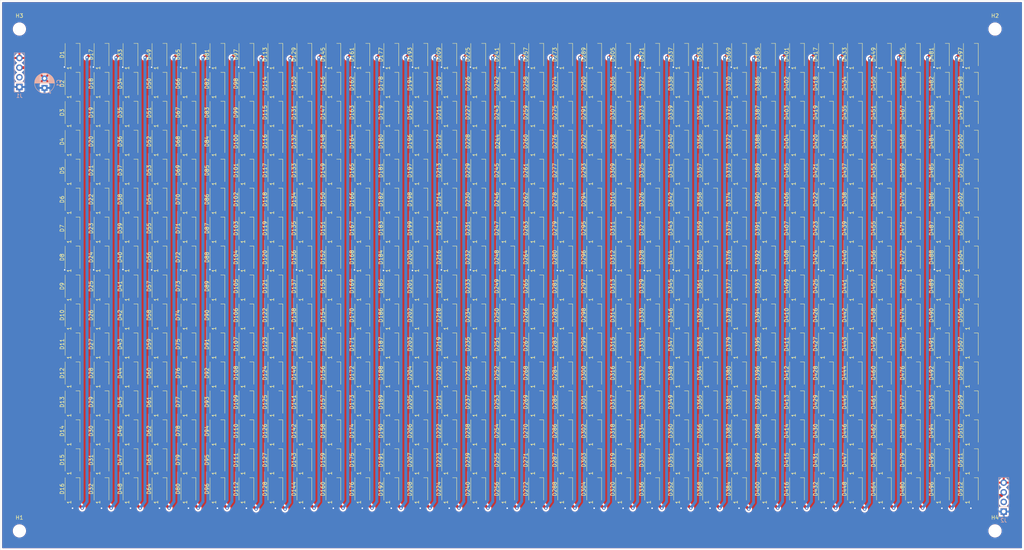
<source format=kicad_pcb>
(kicad_pcb (version 20171130) (host pcbnew "(5.1.5-0-10_14)")
  (layers (0 F.Cu signal) (31 B.Cu signal) (34 B.Paste user) (35 F.Paste user) (36 B.SilkS user) (37 F.SilkS user) (38 B.Mask user) (39 F.Mask user) (44 Edge.Cuts user))
  (net 0 "")
  (net 1 VDD)
  (net 2 "Net-(D1-Pad2)")
  (net 3 VSS)
  (net 4 "Net-(D145-Pad2)")
  (net 5 "Net-(D146-Pad2)")
  (net 6 "Net-(D147-Pad2)")
  (net 7 "Net-(D148-Pad2)")
  (net 8 "Net-(D149-Pad2)")
  (net 9 "Net-(D150-Pad2)")
  (net 10 "Net-(D151-Pad2)")
  (net 11 "Net-(D152-Pad2)")
  (net 12 "Net-(D10-Pad2)")
  (net 13 "Net-(D10-Pad4)")
  (net 14 "Net-(D11-Pad2)")
  (net 15 "Net-(D12-Pad2)")
  (net 16 "Net-(D13-Pad2)")
  (net 17 "Net-(D14-Pad2)")
  (net 18 "Net-(D15-Pad2)")
  (net 19 "Net-(D16-Pad2)")
  (net 20 "Net-(D159-Pad2)")
  (net 21 "Net-(D17-Pad2)")
  (net 22 "Net-(D18-Pad2)")
  (net 23 "Net-(D19-Pad2)")
  (net 24 "Net-(D20-Pad2)")
  (net 25 "Net-(D21-Pad2)")
  (net 26 "Net-(D22-Pad2)")
  (net 27 "Net-(D23-Pad2)")
  (net 28 "Net-(D24-Pad2)")
  (net 29 "Net-(D25-Pad2)")
  (net 30 "Net-(D26-Pad2)")
  (net 31 "Net-(D27-Pad2)")
  (net 32 "Net-(D28-Pad2)")
  (net 33 "Net-(D29-Pad2)")
  (net 34 "Net-(D30-Pad2)")
  (net 35 "Net-(D31-Pad2)")
  (net 36 "Net-(D32-Pad2)")
  (net 37 "Net-(D33-Pad2)")
  (net 38 "Net-(D34-Pad2)")
  (net 39 "Net-(D35-Pad2)")
  (net 40 "Net-(D36-Pad2)")
  (net 41 "Net-(D37-Pad2)")
  (net 42 "Net-(D38-Pad2)")
  (net 43 "Net-(D39-Pad2)")
  (net 44 "Net-(D40-Pad2)")
  (net 45 "Net-(D41-Pad2)")
  (net 46 "Net-(D42-Pad2)")
  (net 47 "Net-(D43-Pad2)")
  (net 48 "Net-(D44-Pad2)")
  (net 49 "Net-(D45-Pad2)")
  (net 50 "Net-(D46-Pad2)")
  (net 51 "Net-(D47-Pad2)")
  (net 52 "Net-(D48-Pad2)")
  (net 53 "Net-(D49-Pad2)")
  (net 54 "Net-(D50-Pad2)")
  (net 55 "Net-(D51-Pad2)")
  (net 56 "Net-(D52-Pad2)")
  (net 57 "Net-(D53-Pad2)")
  (net 58 "Net-(D54-Pad2)")
  (net 59 "Net-(D55-Pad2)")
  (net 60 "Net-(D56-Pad2)")
  (net 61 "Net-(D57-Pad2)")
  (net 62 "Net-(D58-Pad2)")
  (net 63 "Net-(D59-Pad2)")
  (net 64 "Net-(D60-Pad2)")
  (net 65 "Net-(D61-Pad2)")
  (net 66 "Net-(D62-Pad2)")
  (net 67 "Net-(D63-Pad2)")
  (net 68 "Net-(D64-Pad2)")
  (net 69 "Net-(D65-Pad2)")
  (net 70 "Net-(D66-Pad2)")
  (net 71 "Net-(D67-Pad2)")
  (net 72 "Net-(D68-Pad2)")
  (net 73 "Net-(D69-Pad2)")
  (net 74 "Net-(D70-Pad2)")
  (net 75 "Net-(D71-Pad2)")
  (net 76 "Net-(D72-Pad2)")
  (net 77 "Net-(D73-Pad2)")
  (net 78 "Net-(D74-Pad2)")
  (net 79 "Net-(D75-Pad2)")
  (net 80 "Net-(D76-Pad2)")
  (net 81 "Net-(D77-Pad2)")
  (net 82 "Net-(D78-Pad2)")
  (net 83 "Net-(D79-Pad2)")
  (net 84 "Net-(D80-Pad2)")
  (net 85 "Net-(D81-Pad2)")
  (net 86 "Net-(D82-Pad2)")
  (net 87 "Net-(D83-Pad2)")
  (net 88 "Net-(D100-Pad4)")
  (net 89 "Net-(D100-Pad2)")
  (net 90 "Net-(D101-Pad2)")
  (net 91 "Net-(D102-Pad2)")
  (net 92 "Net-(D103-Pad2)")
  (net 93 "Net-(D104-Pad2)")
  (net 94 "Net-(D105-Pad2)")
  (net 95 "Net-(D106-Pad2)")
  (net 96 "Net-(D107-Pad2)")
  (net 97 "Net-(D108-Pad2)")
  (net 98 "Net-(D109-Pad2)")
  (net 99 "Net-(D110-Pad2)")
  (net 100 "Net-(D111-Pad2)")
  (net 101 "Net-(D112-Pad2)")
  (net 102 "Net-(D113-Pad2)")
  (net 103 "Net-(D114-Pad2)")
  (net 104 "Net-(D115-Pad2)")
  (net 105 "Net-(D116-Pad2)")
  (net 106 "Net-(D117-Pad2)")
  (net 107 "Net-(D118-Pad2)")
  (net 108 "Net-(D119-Pad2)")
  (net 109 "Net-(D120-Pad2)")
  (net 110 "Net-(D121-Pad2)")
  (net 111 "Net-(D122-Pad2)")
  (net 112 "Net-(D123-Pad2)")
  (net 113 "Net-(D124-Pad2)")
  (net 114 "Net-(D125-Pad2)")
  (net 115 "Net-(D126-Pad2)")
  (net 116 "Net-(D127-Pad2)")
  (net 117 "Net-(D128-Pad2)")
  (net 118 "Net-(D129-Pad2)")
  (net 119 "Net-(D130-Pad2)")
  (net 120 "Net-(D131-Pad2)")
  (net 121 "Net-(D132-Pad2)")
  (net 122 "Net-(D133-Pad2)")
  (net 123 "Net-(D134-Pad2)")
  (net 124 "Net-(D135-Pad2)")
  (net 125 "Net-(D136-Pad2)")
  (net 126 "Net-(D137-Pad2)")
  (net 127 "Net-(D138-Pad2)")
  (net 128 "Net-(D139-Pad2)")
  (net 129 "Net-(D140-Pad2)")
  (net 130 "Net-(D141-Pad2)")
  (net 131 "Net-(D142-Pad2)")
  (net 132 "Net-(D143-Pad2)")
  (net 133 "Net-(D144-Pad2)")
  (net 134 "Net-(D160-Pad2)")
  (net 135 "Net-(D2-Pad2)")
  (net 136 "Net-(D3-Pad2)")
  (net 137 "Net-(D4-Pad2)")
  (net 138 "Net-(D5-Pad2)")
  (net 139 "Net-(D6-Pad2)")
  (net 140 "Net-(D7-Pad2)")
  (net 141 "Net-(D8-Pad2)")
  (net 142 "Net-(D84-Pad2)")
  (net 143 "Net-(D85-Pad2)")
  (net 144 "Net-(D86-Pad2)")
  (net 145 "Net-(D87-Pad2)")
  (net 146 "Net-(D88-Pad2)")
  (net 147 "Net-(D89-Pad2)")
  (net 148 "Net-(D90-Pad2)")
  (net 149 "Net-(D91-Pad2)")
  (net 150 "Net-(D92-Pad2)")
  (net 151 "Net-(D93-Pad2)")
  (net 152 "Net-(D94-Pad2)")
  (net 153 "Net-(D95-Pad2)")
  (net 154 "Net-(D96-Pad2)")
  (net 155 "Net-(D97-Pad2)")
  (net 156 "Net-(D98-Pad2)")
  (net 157 "Net-(D153-Pad2)")
  (net 158 "Net-(D154-Pad2)")
  (net 159 "Net-(D155-Pad2)")
  (net 160 "Net-(D156-Pad2)")
  (net 161 "Net-(D157-Pad2)")
  (net 162 "Net-(D158-Pad2)")
  (net 163 DIN)
  (net 164 "Net-(D161-Pad2)")
  (net 165 "Net-(D162-Pad2)")
  (net 166 "Net-(D163-Pad2)")
  (net 167 "Net-(D164-Pad2)")
  (net 168 "Net-(D165-Pad2)")
  (net 169 "Net-(D166-Pad2)")
  (net 170 "Net-(D167-Pad2)")
  (net 171 "Net-(D168-Pad2)")
  (net 172 "Net-(D169-Pad2)")
  (net 173 "Net-(D170-Pad2)")
  (net 174 "Net-(D171-Pad2)")
  (net 175 "Net-(D172-Pad2)")
  (net 176 "Net-(D173-Pad2)")
  (net 177 "Net-(D174-Pad2)")
  (net 178 "Net-(D175-Pad2)")
  (net 179 "Net-(D176-Pad2)")
  (net 180 "Net-(D177-Pad2)")
  (net 181 "Net-(D178-Pad2)")
  (net 182 "Net-(D179-Pad2)")
  (net 183 "Net-(D180-Pad2)")
  (net 184 "Net-(D181-Pad2)")
  (net 185 "Net-(D182-Pad2)")
  (net 186 "Net-(D183-Pad2)")
  (net 187 "Net-(D184-Pad2)")
  (net 188 "Net-(D185-Pad2)")
  (net 189 "Net-(D186-Pad2)")
  (net 190 "Net-(D187-Pad2)")
  (net 191 "Net-(D188-Pad2)")
  (net 192 "Net-(D189-Pad2)")
  (net 193 "Net-(D190-Pad2)")
  (net 194 "Net-(D191-Pad2)")
  (net 195 "Net-(D192-Pad2)")
  (net 196 "Net-(D193-Pad2)")
  (net 197 "Net-(D194-Pad2)")
  (net 198 "Net-(D195-Pad2)")
  (net 199 "Net-(D196-Pad2)")
  (net 200 "Net-(D197-Pad2)")
  (net 201 "Net-(D198-Pad2)")
  (net 202 "Net-(D199-Pad2)")
  (net 203 "Net-(D200-Pad2)")
  (net 204 "Net-(D201-Pad2)")
  (net 205 "Net-(D202-Pad2)")
  (net 206 "Net-(D203-Pad2)")
  (net 207 "Net-(D204-Pad2)")
  (net 208 "Net-(D205-Pad2)")
  (net 209 "Net-(D206-Pad2)")
  (net 210 "Net-(D207-Pad2)")
  (net 211 "Net-(D208-Pad2)")
  (net 212 "Net-(D209-Pad2)")
  (net 213 "Net-(D210-Pad2)")
  (net 214 "Net-(D211-Pad2)")
  (net 215 "Net-(D212-Pad2)")
  (net 216 "Net-(D213-Pad2)")
  (net 217 "Net-(D214-Pad2)")
  (net 218 "Net-(D215-Pad2)")
  (net 219 "Net-(D216-Pad2)")
  (net 220 "Net-(D217-Pad2)")
  (net 221 "Net-(D218-Pad2)")
  (net 222 "Net-(D219-Pad2)")
  (net 223 "Net-(D220-Pad2)")
  (net 224 "Net-(D221-Pad2)")
  (net 225 "Net-(D222-Pad2)")
  (net 226 "Net-(D223-Pad2)")
  (net 227 "Net-(D224-Pad2)")
  (net 228 "Net-(D225-Pad2)")
  (net 229 "Net-(D226-Pad2)")
  (net 230 "Net-(D227-Pad2)")
  (net 231 "Net-(D228-Pad2)")
  (net 232 "Net-(D229-Pad2)")
  (net 233 "Net-(D230-Pad2)")
  (net 234 "Net-(D231-Pad2)")
  (net 235 "Net-(D232-Pad2)")
  (net 236 "Net-(D233-Pad2)")
  (net 237 "Net-(D234-Pad2)")
  (net 238 "Net-(D235-Pad2)")
  (net 239 "Net-(D236-Pad2)")
  (net 240 "Net-(D237-Pad2)")
  (net 241 "Net-(D238-Pad2)")
  (net 242 "Net-(D239-Pad2)")
  (net 243 "Net-(D240-Pad2)")
  (net 244 "Net-(D241-Pad2)")
  (net 245 "Net-(D242-Pad2)")
  (net 246 "Net-(D243-Pad2)")
  (net 247 "Net-(D244-Pad2)")
  (net 248 "Net-(D245-Pad2)")
  (net 249 "Net-(D246-Pad2)")
  (net 250 "Net-(D247-Pad2)")
  (net 251 "Net-(D248-Pad2)")
  (net 252 "Net-(D249-Pad2)")
  (net 253 "Net-(D250-Pad2)")
  (net 254 "Net-(D251-Pad2)")
  (net 255 "Net-(D252-Pad2)")
  (net 256 "Net-(D253-Pad2)")
  (net 257 "Net-(D254-Pad2)")
  (net 258 "Net-(D255-Pad2)")
  (net 259 "Net-(D256-Pad2)")
  (net 260 "Net-(D257-Pad2)")
  (net 261 "Net-(D258-Pad2)")
  (net 262 "Net-(D259-Pad2)")
  (net 263 "Net-(D260-Pad2)")
  (net 264 "Net-(D261-Pad2)")
  (net 265 "Net-(D262-Pad2)")
  (net 266 "Net-(D263-Pad2)")
  (net 267 "Net-(D264-Pad2)")
  (net 268 "Net-(D265-Pad2)")
  (net 269 "Net-(D266-Pad2)")
  (net 270 "Net-(D267-Pad2)")
  (net 271 "Net-(D268-Pad2)")
  (net 272 "Net-(D269-Pad2)")
  (net 273 "Net-(D270-Pad2)")
  (net 274 "Net-(D271-Pad2)")
  (net 275 "Net-(D272-Pad2)")
  (net 276 "Net-(D273-Pad2)")
  (net 277 "Net-(D274-Pad2)")
  (net 278 "Net-(D275-Pad2)")
  (net 279 "Net-(D276-Pad2)")
  (net 280 "Net-(D277-Pad2)")
  (net 281 "Net-(D278-Pad2)")
  (net 282 "Net-(D279-Pad2)")
  (net 283 "Net-(D280-Pad2)")
  (net 284 "Net-(D281-Pad2)")
  (net 285 "Net-(D282-Pad2)")
  (net 286 "Net-(D283-Pad2)")
  (net 287 "Net-(D284-Pad2)")
  (net 288 "Net-(D285-Pad2)")
  (net 289 "Net-(D286-Pad2)")
  (net 290 "Net-(D287-Pad2)")
  (net 291 "Net-(D288-Pad2)")
  (net 292 "Net-(D289-Pad2)")
  (net 293 "Net-(D290-Pad2)")
  (net 294 "Net-(D291-Pad2)")
  (net 295 "Net-(D292-Pad2)")
  (net 296 "Net-(D293-Pad2)")
  (net 297 "Net-(D294-Pad2)")
  (net 298 "Net-(D295-Pad2)")
  (net 299 "Net-(D296-Pad2)")
  (net 300 "Net-(D297-Pad2)")
  (net 301 "Net-(D298-Pad2)")
  (net 302 "Net-(D299-Pad2)")
  (net 303 "Net-(D300-Pad2)")
  (net 304 "Net-(D301-Pad2)")
  (net 305 "Net-(D302-Pad2)")
  (net 306 "Net-(D303-Pad2)")
  (net 307 "Net-(D304-Pad2)")
  (net 308 "Net-(D305-Pad2)")
  (net 309 "Net-(D306-Pad2)")
  (net 310 "Net-(D307-Pad2)")
  (net 311 "Net-(D308-Pad2)")
  (net 312 "Net-(D309-Pad2)")
  (net 313 "Net-(D310-Pad2)")
  (net 314 "Net-(D311-Pad2)")
  (net 315 "Net-(D312-Pad2)")
  (net 316 "Net-(D313-Pad2)")
  (net 317 "Net-(D314-Pad2)")
  (net 318 "Net-(D315-Pad2)")
  (net 319 "Net-(D316-Pad2)")
  (net 320 "Net-(D317-Pad2)")
  (net 321 "Net-(D318-Pad2)")
  (net 322 "Net-(D319-Pad2)")
  (net 323 "Net-(D320-Pad2)")
  (net 324 "Net-(D321-Pad2)")
  (net 325 "Net-(D322-Pad2)")
  (net 326 "Net-(D323-Pad2)")
  (net 327 "Net-(D324-Pad2)")
  (net 328 "Net-(D325-Pad2)")
  (net 329 "Net-(D326-Pad2)")
  (net 330 "Net-(D327-Pad2)")
  (net 331 "Net-(D328-Pad2)")
  (net 332 "Net-(D329-Pad2)")
  (net 333 "Net-(D330-Pad2)")
  (net 334 "Net-(D331-Pad2)")
  (net 335 "Net-(D332-Pad2)")
  (net 336 "Net-(D333-Pad2)")
  (net 337 "Net-(D334-Pad2)")
  (net 338 "Net-(D335-Pad2)")
  (net 339 "Net-(D336-Pad2)")
  (net 340 "Net-(D337-Pad2)")
  (net 341 "Net-(D338-Pad2)")
  (net 342 "Net-(D339-Pad2)")
  (net 343 "Net-(D340-Pad2)")
  (net 344 "Net-(D341-Pad2)")
  (net 345 "Net-(D342-Pad2)")
  (net 346 "Net-(D343-Pad2)")
  (net 347 "Net-(D344-Pad2)")
  (net 348 "Net-(D345-Pad2)")
  (net 349 "Net-(D346-Pad2)")
  (net 350 "Net-(D347-Pad2)")
  (net 351 "Net-(D348-Pad2)")
  (net 352 "Net-(D349-Pad2)")
  (net 353 "Net-(D350-Pad2)")
  (net 354 "Net-(D351-Pad2)")
  (net 355 "Net-(D352-Pad2)")
  (net 356 "Net-(D353-Pad2)")
  (net 357 "Net-(D354-Pad2)")
  (net 358 "Net-(D355-Pad2)")
  (net 359 "Net-(D356-Pad2)")
  (net 360 "Net-(D357-Pad2)")
  (net 361 "Net-(D358-Pad2)")
  (net 362 "Net-(D359-Pad2)")
  (net 363 "Net-(D360-Pad2)")
  (net 364 "Net-(D361-Pad2)")
  (net 365 "Net-(D362-Pad2)")
  (net 366 "Net-(D363-Pad2)")
  (net 367 "Net-(D364-Pad2)")
  (net 368 "Net-(D365-Pad2)")
  (net 369 "Net-(D366-Pad2)")
  (net 370 "Net-(D367-Pad2)")
  (net 371 "Net-(D368-Pad2)")
  (net 372 "Net-(D369-Pad2)")
  (net 373 "Net-(D370-Pad2)")
  (net 374 "Net-(D371-Pad2)")
  (net 375 "Net-(D372-Pad2)")
  (net 376 "Net-(D373-Pad2)")
  (net 377 "Net-(D374-Pad2)")
  (net 378 "Net-(D375-Pad2)")
  (net 379 "Net-(D376-Pad2)")
  (net 380 "Net-(D377-Pad2)")
  (net 381 "Net-(D378-Pad2)")
  (net 382 "Net-(D379-Pad2)")
  (net 383 "Net-(D380-Pad2)")
  (net 384 "Net-(D381-Pad2)")
  (net 385 "Net-(D382-Pad2)")
  (net 386 "Net-(D383-Pad2)")
  (net 387 "Net-(D384-Pad2)")
  (net 388 "Net-(D385-Pad2)")
  (net 389 "Net-(D386-Pad2)")
  (net 390 "Net-(D387-Pad2)")
  (net 391 "Net-(D388-Pad2)")
  (net 392 "Net-(D389-Pad2)")
  (net 393 "Net-(D390-Pad2)")
  (net 394 "Net-(D391-Pad2)")
  (net 395 "Net-(D392-Pad2)")
  (net 396 "Net-(D393-Pad2)")
  (net 397 "Net-(D394-Pad2)")
  (net 398 "Net-(D395-Pad2)")
  (net 399 "Net-(D396-Pad2)")
  (net 400 "Net-(D397-Pad2)")
  (net 401 "Net-(D398-Pad2)")
  (net 402 "Net-(D399-Pad2)")
  (net 403 "Net-(D400-Pad2)")
  (net 404 "Net-(D401-Pad2)")
  (net 405 "Net-(D402-Pad2)")
  (net 406 "Net-(D403-Pad2)")
  (net 407 "Net-(D404-Pad2)")
  (net 408 "Net-(D405-Pad2)")
  (net 409 "Net-(D406-Pad2)")
  (net 410 "Net-(D407-Pad2)")
  (net 411 "Net-(D408-Pad2)")
  (net 412 "Net-(D409-Pad2)")
  (net 413 "Net-(D410-Pad2)")
  (net 414 "Net-(D411-Pad2)")
  (net 415 "Net-(D412-Pad2)")
  (net 416 "Net-(D413-Pad2)")
  (net 417 "Net-(D414-Pad2)")
  (net 418 "Net-(D415-Pad2)")
  (net 419 "Net-(D416-Pad2)")
  (net 420 "Net-(D417-Pad2)")
  (net 421 "Net-(D418-Pad2)")
  (net 422 "Net-(D419-Pad2)")
  (net 423 "Net-(D420-Pad2)")
  (net 424 "Net-(D421-Pad2)")
  (net 425 "Net-(D422-Pad2)")
  (net 426 "Net-(D423-Pad2)")
  (net 427 "Net-(D424-Pad2)")
  (net 428 "Net-(D425-Pad2)")
  (net 429 "Net-(D426-Pad2)")
  (net 430 "Net-(D427-Pad2)")
  (net 431 "Net-(D428-Pad2)")
  (net 432 "Net-(D429-Pad2)")
  (net 433 "Net-(D430-Pad2)")
  (net 434 "Net-(D431-Pad2)")
  (net 435 "Net-(D432-Pad2)")
  (net 436 "Net-(D433-Pad2)")
  (net 437 "Net-(D434-Pad2)")
  (net 438 "Net-(D435-Pad2)")
  (net 439 "Net-(D436-Pad2)")
  (net 440 "Net-(D437-Pad2)")
  (net 441 "Net-(D438-Pad2)")
  (net 442 "Net-(D439-Pad2)")
  (net 443 "Net-(D440-Pad2)")
  (net 444 "Net-(D441-Pad2)")
  (net 445 "Net-(D442-Pad2)")
  (net 446 "Net-(D443-Pad2)")
  (net 447 "Net-(D444-Pad2)")
  (net 448 "Net-(D445-Pad2)")
  (net 449 "Net-(D446-Pad2)")
  (net 450 "Net-(D447-Pad2)")
  (net 451 "Net-(D448-Pad2)")
  (net 452 "Net-(D449-Pad2)")
  (net 453 "Net-(D450-Pad2)")
  (net 454 "Net-(D451-Pad2)")
  (net 455 "Net-(D452-Pad2)")
  (net 456 "Net-(D453-Pad2)")
  (net 457 "Net-(D454-Pad2)")
  (net 458 "Net-(D455-Pad2)")
  (net 459 "Net-(D456-Pad2)")
  (net 460 "Net-(D457-Pad2)")
  (net 461 "Net-(D458-Pad2)")
  (net 462 "Net-(D459-Pad2)")
  (net 463 "Net-(D460-Pad2)")
  (net 464 "Net-(D461-Pad2)")
  (net 465 "Net-(D462-Pad2)")
  (net 466 "Net-(D463-Pad2)")
  (net 467 "Net-(D464-Pad2)")
  (net 468 "Net-(D465-Pad2)")
  (net 469 "Net-(D466-Pad2)")
  (net 470 "Net-(D467-Pad2)")
  (net 471 "Net-(D468-Pad2)")
  (net 472 "Net-(D469-Pad2)")
  (net 473 "Net-(D470-Pad2)")
  (net 474 "Net-(D471-Pad2)")
  (net 475 "Net-(D472-Pad2)")
  (net 476 "Net-(D473-Pad2)")
  (net 477 "Net-(D474-Pad2)")
  (net 478 "Net-(D475-Pad2)")
  (net 479 "Net-(D476-Pad2)")
  (net 480 "Net-(D477-Pad2)")
  (net 481 "Net-(D478-Pad2)")
  (net 482 "Net-(D479-Pad2)")
  (net 483 "Net-(D480-Pad2)")
  (net 484 "Net-(D481-Pad2)")
  (net 485 "Net-(D482-Pad2)")
  (net 486 "Net-(D483-Pad2)")
  (net 487 "Net-(D484-Pad2)")
  (net 488 "Net-(D485-Pad2)")
  (net 489 "Net-(D486-Pad2)")
  (net 490 "Net-(D487-Pad2)")
  (net 491 "Net-(D488-Pad2)")
  (net 492 "Net-(D489-Pad2)")
  (net 493 "Net-(D490-Pad2)")
  (net 494 "Net-(D491-Pad2)")
  (net 495 "Net-(D492-Pad2)")
  (net 496 "Net-(D493-Pad2)")
  (net 497 "Net-(D494-Pad2)")
  (net 498 "Net-(D495-Pad2)")
  (net 499 "Net-(D496-Pad2)")
  (net 500 "Net-(D497-Pad2)")
  (net 501 "Net-(D498-Pad2)")
  (net 502 "Net-(D499-Pad2)")
  (net 503 "Net-(D500-Pad2)")
  (net 504 "Net-(D501-Pad2)")
  (net 505 "Net-(D502-Pad2)")
  (net 506 "Net-(D503-Pad2)")
  (net 507 "Net-(D504-Pad2)")
  (net 508 "Net-(D505-Pad2)")
  (net 509 "Net-(D506-Pad2)")
  (net 510 "Net-(D507-Pad2)")
  (net 511 "Net-(D508-Pad2)")
  (net 512 "Net-(D509-Pad2)")
  (net 513 "Net-(D510-Pad2)")
  (net 514 "Net-(D511-Pad2)")
  (net 515 "Net-(D512-Pad2)")
  (net 516 "Net-(J1-Pad2)")
  (net 517 "Net-(J2-Pad2)")
  (module Connector_PinHeader_2.54mm:PinHeader_1x04_P2.54mm_Vertical (layer B.Cu) (at -28.194 119.38)
    (fp_text reference J2 (at 0 2.33) (layer B.SilkS) (effects (justify mirror)))
    (fp_text value Output)
    (pad 4 thru_hole oval (at 0 -7.62) (size 1.7 1.7) (drill 1) (layers *.Cu *.Mask) (net 3 VSS))
    (pad 3 thru_hole oval (at 0 -5.08) (size 1.7 1.7) (drill 1) (layers *.Cu *.Mask) (net 515 "Net-(D512-Pad2)"))
    (pad 2 thru_hole oval (at 0 -2.54) (size 1.7 1.7) (drill 1) (layers *.Cu *.Mask) (net 517 "Net-(J2-Pad2)"))
    (pad 1 thru_hole rect (at 0 0) (size 1.7 1.7) (drill 1) (layers *.Cu *.Mask) (net 1 VDD))
  )
  (module Connector_PinHeader_2.54mm:PinHeader_1x04_P2.54mm_Vertical (layer B.Cu) (at -287.02 7.62)
    (fp_text reference J1 (at 0 2.33) (layer B.SilkS) (effects (justify mirror)))
    (fp_text value Input)
    (pad 4 thru_hole oval (at 0 -7.62) (size 1.7 1.7) (drill 1) (layers *.Cu *.Mask) (net 3 VSS))
    (pad 3 thru_hole oval (at 0 -5.08) (size 1.7 1.7) (drill 1) (layers *.Cu *.Mask) (net 163 DIN))
    (pad 2 thru_hole oval (at 0 -2.54) (size 1.7 1.7) (drill 1) (layers *.Cu *.Mask) (net 516 "Net-(J1-Pad2)"))
    (pad 1 thru_hole rect (at 0 0) (size 1.7 1.7) (drill 1) (layers *.Cu *.Mask) (net 1 VDD))
  )
  (module MountingHole:MountingHole_2.5mm (layer F.Cu) (at -30.48 124.46)
    (fp_text reference H4 (at 0 -3.5) (layer F.SilkS))
    (fp_text value MountingHole)
    (pad 1 np_thru_hole circle (at 0 0) (size 2.5 2.5) (drill 2.5) (layers *.Cu *.Mask))
  )
  (module MountingHole:MountingHole_2.5mm (layer F.Cu) (at -287.02 -7.62)
    (fp_text reference H3 (at 0 -3.5) (layer F.SilkS))
    (fp_text value MountingHole)
    (pad 1 np_thru_hole circle (at 0 0) (size 2.5 2.5) (drill 2.5) (layers *.Cu *.Mask))
  )
  (module MountingHole:MountingHole_2.5mm (layer F.Cu) (at -30.48 -7.62)
    (fp_text reference H2 (at 0 -3.5) (layer F.SilkS))
    (fp_text value MountingHole)
    (pad 1 np_thru_hole circle (at 0 0) (size 2.5 2.5) (drill 2.5) (layers *.Cu *.Mask))
  )
  (module MountingHole:MountingHole_2.5mm (layer F.Cu) (at -287.02 124.46)
    (fp_text reference H1 (at 0 -3.5) (layer F.SilkS))
    (fp_text value MountingHole)
    (pad 1 np_thru_hole circle (at 0 0) (size 2.5 2.5) (drill 2.5) (layers *.Cu *.Mask))
  )
  (module Capacitor_THT:CP_Radial_D5.0mm_P2.50mm (layer B.Cu) (at -280.416 7.874 90)
    (fp_text reference C1 (at 1.25 3.75 90) (layer B.SilkS) (effects (justify mirror)))
    (fp_text value 100uf)
    (pad 2 thru_hole circle (at 2.5 0 90) (size 1.6 1.6) (drill 0.8) (layers *.Cu *.Mask) (net 3 VSS))
    (pad 1 thru_hole rect (at 0 0 90) (size 1.6 1.6) (drill 0.8) (layers *.Cu *.Mask) (net 1 VDD))
  )
  (module LED_SMD:LED_SK6812MINI_PLCC4_3.5x3.5mm_P1.75mm (layer F.Cu) (at -36.83 113.411 90)
    (fp_text reference D512 (at 0 -2.75 90) (layer F.SilkS))
    (fp_text value WS2812B)
    (fp_text user 1 (at -3.5 -0.875 90) (layer F.SilkS))
    (pad 1 smd rect (at -1.75 -0.875 90) (size 1.6 0.85) (layers F.Cu F.Paste F.Mask) (net 1 VDD))
    (pad 2 smd rect (at -1.75 0.875 90) (size 1.6 0.85) (layers F.Cu F.Paste F.Mask) (net 515 "Net-(D512-Pad2)"))
    (pad 4 smd rect (at 1.75 -0.875 90) (size 1.6 0.85) (layers F.Cu F.Paste F.Mask) (net 514 "Net-(D511-Pad2)"))
    (pad 3 smd rect (at 1.75 0.875 90) (size 1.6 0.85) (layers F.Cu F.Paste F.Mask) (net 3 VSS))
  )
  (module LED_SMD:LED_SK6812MINI_PLCC4_3.5x3.5mm_P1.75mm (layer F.Cu) (at -36.83 105.791 90)
    (fp_text reference D511 (at 0 -2.75 90) (layer F.SilkS))
    (fp_text value WS2812B)
    (fp_text user 1 (at -3.5 -0.875 90) (layer F.SilkS))
    (pad 1 smd rect (at -1.75 -0.875 90) (size 1.6 0.85) (layers F.Cu F.Paste F.Mask) (net 1 VDD))
    (pad 2 smd rect (at -1.75 0.875 90) (size 1.6 0.85) (layers F.Cu F.Paste F.Mask) (net 514 "Net-(D511-Pad2)"))
    (pad 4 smd rect (at 1.75 -0.875 90) (size 1.6 0.85) (layers F.Cu F.Paste F.Mask) (net 513 "Net-(D510-Pad2)"))
    (pad 3 smd rect (at 1.75 0.875 90) (size 1.6 0.85) (layers F.Cu F.Paste F.Mask) (net 3 VSS))
  )
  (module LED_SMD:LED_SK6812MINI_PLCC4_3.5x3.5mm_P1.75mm (layer F.Cu) (at -36.83 98.171 90)
    (fp_text reference D510 (at 0 -2.75 90) (layer F.SilkS))
    (fp_text value WS2812B)
    (fp_text user 1 (at -3.5 -0.875 90) (layer F.SilkS))
    (pad 1 smd rect (at -1.75 -0.875 90) (size 1.6 0.85) (layers F.Cu F.Paste F.Mask) (net 1 VDD))
    (pad 2 smd rect (at -1.75 0.875 90) (size 1.6 0.85) (layers F.Cu F.Paste F.Mask) (net 513 "Net-(D510-Pad2)"))
    (pad 4 smd rect (at 1.75 -0.875 90) (size 1.6 0.85) (layers F.Cu F.Paste F.Mask) (net 512 "Net-(D509-Pad2)"))
    (pad 3 smd rect (at 1.75 0.875 90) (size 1.6 0.85) (layers F.Cu F.Paste F.Mask) (net 3 VSS))
  )
  (module LED_SMD:LED_SK6812MINI_PLCC4_3.5x3.5mm_P1.75mm (layer F.Cu) (at -36.83 90.551 90)
    (fp_text reference D509 (at 0 -2.75 90) (layer F.SilkS))
    (fp_text value WS2812B)
    (fp_text user 1 (at -3.5 -0.875 90) (layer F.SilkS))
    (pad 1 smd rect (at -1.75 -0.875 90) (size 1.6 0.85) (layers F.Cu F.Paste F.Mask) (net 1 VDD))
    (pad 2 smd rect (at -1.75 0.875 90) (size 1.6 0.85) (layers F.Cu F.Paste F.Mask) (net 512 "Net-(D509-Pad2)"))
    (pad 4 smd rect (at 1.75 -0.875 90) (size 1.6 0.85) (layers F.Cu F.Paste F.Mask) (net 511 "Net-(D508-Pad2)"))
    (pad 3 smd rect (at 1.75 0.875 90) (size 1.6 0.85) (layers F.Cu F.Paste F.Mask) (net 3 VSS))
  )
  (module LED_SMD:LED_SK6812MINI_PLCC4_3.5x3.5mm_P1.75mm (layer F.Cu) (at -36.83 82.931 90)
    (fp_text reference D508 (at 0 -2.75 90) (layer F.SilkS))
    (fp_text value WS2812B)
    (fp_text user 1 (at -3.5 -0.875 90) (layer F.SilkS))
    (pad 1 smd rect (at -1.75 -0.875 90) (size 1.6 0.85) (layers F.Cu F.Paste F.Mask) (net 1 VDD))
    (pad 2 smd rect (at -1.75 0.875 90) (size 1.6 0.85) (layers F.Cu F.Paste F.Mask) (net 511 "Net-(D508-Pad2)"))
    (pad 4 smd rect (at 1.75 -0.875 90) (size 1.6 0.85) (layers F.Cu F.Paste F.Mask) (net 510 "Net-(D507-Pad2)"))
    (pad 3 smd rect (at 1.75 0.875 90) (size 1.6 0.85) (layers F.Cu F.Paste F.Mask) (net 3 VSS))
  )
  (module LED_SMD:LED_SK6812MINI_PLCC4_3.5x3.5mm_P1.75mm (layer F.Cu) (at -36.83 75.311 90)
    (fp_text reference D507 (at 0 -2.75 90) (layer F.SilkS))
    (fp_text value WS2812B)
    (fp_text user 1 (at -3.5 -0.875 90) (layer F.SilkS))
    (pad 1 smd rect (at -1.75 -0.875 90) (size 1.6 0.85) (layers F.Cu F.Paste F.Mask) (net 1 VDD))
    (pad 2 smd rect (at -1.75 0.875 90) (size 1.6 0.85) (layers F.Cu F.Paste F.Mask) (net 510 "Net-(D507-Pad2)"))
    (pad 4 smd rect (at 1.75 -0.875 90) (size 1.6 0.85) (layers F.Cu F.Paste F.Mask) (net 509 "Net-(D506-Pad2)"))
    (pad 3 smd rect (at 1.75 0.875 90) (size 1.6 0.85) (layers F.Cu F.Paste F.Mask) (net 3 VSS))
  )
  (module LED_SMD:LED_SK6812MINI_PLCC4_3.5x3.5mm_P1.75mm (layer F.Cu) (at -36.83 67.691 90)
    (fp_text reference D506 (at 0 -2.75 90) (layer F.SilkS))
    (fp_text value WS2812B)
    (fp_text user 1 (at -3.5 -0.875 90) (layer F.SilkS))
    (pad 1 smd rect (at -1.75 -0.875 90) (size 1.6 0.85) (layers F.Cu F.Paste F.Mask) (net 1 VDD))
    (pad 2 smd rect (at -1.75 0.875 90) (size 1.6 0.85) (layers F.Cu F.Paste F.Mask) (net 509 "Net-(D506-Pad2)"))
    (pad 4 smd rect (at 1.75 -0.875 90) (size 1.6 0.85) (layers F.Cu F.Paste F.Mask) (net 508 "Net-(D505-Pad2)"))
    (pad 3 smd rect (at 1.75 0.875 90) (size 1.6 0.85) (layers F.Cu F.Paste F.Mask) (net 3 VSS))
  )
  (module LED_SMD:LED_SK6812MINI_PLCC4_3.5x3.5mm_P1.75mm (layer F.Cu) (at -36.83 60.071 90)
    (fp_text reference D505 (at 0 -2.75 90) (layer F.SilkS))
    (fp_text value WS2812B)
    (fp_text user 1 (at -3.5 -0.875 90) (layer F.SilkS))
    (pad 1 smd rect (at -1.75 -0.875 90) (size 1.6 0.85) (layers F.Cu F.Paste F.Mask) (net 1 VDD))
    (pad 2 smd rect (at -1.75 0.875 90) (size 1.6 0.85) (layers F.Cu F.Paste F.Mask) (net 508 "Net-(D505-Pad2)"))
    (pad 4 smd rect (at 1.75 -0.875 90) (size 1.6 0.85) (layers F.Cu F.Paste F.Mask) (net 507 "Net-(D504-Pad2)"))
    (pad 3 smd rect (at 1.75 0.875 90) (size 1.6 0.85) (layers F.Cu F.Paste F.Mask) (net 3 VSS))
  )
  (module LED_SMD:LED_SK6812MINI_PLCC4_3.5x3.5mm_P1.75mm (layer F.Cu) (at -36.83 52.451 90)
    (fp_text reference D504 (at 0 -2.75 90) (layer F.SilkS))
    (fp_text value WS2812B)
    (fp_text user 1 (at -3.5 -0.875 90) (layer F.SilkS))
    (pad 1 smd rect (at -1.75 -0.875 90) (size 1.6 0.85) (layers F.Cu F.Paste F.Mask) (net 1 VDD))
    (pad 2 smd rect (at -1.75 0.875 90) (size 1.6 0.85) (layers F.Cu F.Paste F.Mask) (net 507 "Net-(D504-Pad2)"))
    (pad 4 smd rect (at 1.75 -0.875 90) (size 1.6 0.85) (layers F.Cu F.Paste F.Mask) (net 506 "Net-(D503-Pad2)"))
    (pad 3 smd rect (at 1.75 0.875 90) (size 1.6 0.85) (layers F.Cu F.Paste F.Mask) (net 3 VSS))
  )
  (module LED_SMD:LED_SK6812MINI_PLCC4_3.5x3.5mm_P1.75mm (layer F.Cu) (at -36.83 44.831 90)
    (fp_text reference D503 (at 0 -2.75 90) (layer F.SilkS))
    (fp_text value WS2812B)
    (fp_text user 1 (at -3.5 -0.875 90) (layer F.SilkS))
    (pad 1 smd rect (at -1.75 -0.875 90) (size 1.6 0.85) (layers F.Cu F.Paste F.Mask) (net 1 VDD))
    (pad 2 smd rect (at -1.75 0.875 90) (size 1.6 0.85) (layers F.Cu F.Paste F.Mask) (net 506 "Net-(D503-Pad2)"))
    (pad 4 smd rect (at 1.75 -0.875 90) (size 1.6 0.85) (layers F.Cu F.Paste F.Mask) (net 505 "Net-(D502-Pad2)"))
    (pad 3 smd rect (at 1.75 0.875 90) (size 1.6 0.85) (layers F.Cu F.Paste F.Mask) (net 3 VSS))
  )
  (module LED_SMD:LED_SK6812MINI_PLCC4_3.5x3.5mm_P1.75mm (layer F.Cu) (at -36.83 37.211 90)
    (fp_text reference D502 (at 0 -2.75 90) (layer F.SilkS))
    (fp_text value WS2812B)
    (fp_text user 1 (at -3.5 -0.875 90) (layer F.SilkS))
    (pad 1 smd rect (at -1.75 -0.875 90) (size 1.6 0.85) (layers F.Cu F.Paste F.Mask) (net 1 VDD))
    (pad 2 smd rect (at -1.75 0.875 90) (size 1.6 0.85) (layers F.Cu F.Paste F.Mask) (net 505 "Net-(D502-Pad2)"))
    (pad 4 smd rect (at 1.75 -0.875 90) (size 1.6 0.85) (layers F.Cu F.Paste F.Mask) (net 504 "Net-(D501-Pad2)"))
    (pad 3 smd rect (at 1.75 0.875 90) (size 1.6 0.85) (layers F.Cu F.Paste F.Mask) (net 3 VSS))
  )
  (module LED_SMD:LED_SK6812MINI_PLCC4_3.5x3.5mm_P1.75mm (layer F.Cu) (at -36.83 29.591 90)
    (fp_text reference D501 (at 0 -2.75 90) (layer F.SilkS))
    (fp_text value WS2812B)
    (fp_text user 1 (at -3.5 -0.875 90) (layer F.SilkS))
    (pad 1 smd rect (at -1.75 -0.875 90) (size 1.6 0.85) (layers F.Cu F.Paste F.Mask) (net 1 VDD))
    (pad 2 smd rect (at -1.75 0.875 90) (size 1.6 0.85) (layers F.Cu F.Paste F.Mask) (net 504 "Net-(D501-Pad2)"))
    (pad 4 smd rect (at 1.75 -0.875 90) (size 1.6 0.85) (layers F.Cu F.Paste F.Mask) (net 503 "Net-(D500-Pad2)"))
    (pad 3 smd rect (at 1.75 0.875 90) (size 1.6 0.85) (layers F.Cu F.Paste F.Mask) (net 3 VSS))
  )
  (module LED_SMD:LED_SK6812MINI_PLCC4_3.5x3.5mm_P1.75mm (layer F.Cu) (at -36.83 21.971 90)
    (fp_text reference D500 (at 0 -2.75 90) (layer F.SilkS))
    (fp_text value WS2812B)
    (fp_text user 1 (at -3.5 -0.875 90) (layer F.SilkS))
    (pad 1 smd rect (at -1.75 -0.875 90) (size 1.6 0.85) (layers F.Cu F.Paste F.Mask) (net 1 VDD))
    (pad 2 smd rect (at -1.75 0.875 90) (size 1.6 0.85) (layers F.Cu F.Paste F.Mask) (net 503 "Net-(D500-Pad2)"))
    (pad 4 smd rect (at 1.75 -0.875 90) (size 1.6 0.85) (layers F.Cu F.Paste F.Mask) (net 502 "Net-(D499-Pad2)"))
    (pad 3 smd rect (at 1.75 0.875 90) (size 1.6 0.85) (layers F.Cu F.Paste F.Mask) (net 3 VSS))
  )
  (module LED_SMD:LED_SK6812MINI_PLCC4_3.5x3.5mm_P1.75mm (layer F.Cu) (at -36.83 14.351 90)
    (fp_text reference D499 (at 0 -2.75 90) (layer F.SilkS))
    (fp_text value WS2812B)
    (fp_text user 1 (at -3.5 -0.875 90) (layer F.SilkS))
    (pad 1 smd rect (at -1.75 -0.875 90) (size 1.6 0.85) (layers F.Cu F.Paste F.Mask) (net 1 VDD))
    (pad 2 smd rect (at -1.75 0.875 90) (size 1.6 0.85) (layers F.Cu F.Paste F.Mask) (net 502 "Net-(D499-Pad2)"))
    (pad 4 smd rect (at 1.75 -0.875 90) (size 1.6 0.85) (layers F.Cu F.Paste F.Mask) (net 501 "Net-(D498-Pad2)"))
    (pad 3 smd rect (at 1.75 0.875 90) (size 1.6 0.85) (layers F.Cu F.Paste F.Mask) (net 3 VSS))
  )
  (module LED_SMD:LED_SK6812MINI_PLCC4_3.5x3.5mm_P1.75mm (layer F.Cu) (at -36.83 6.731 90)
    (fp_text reference D498 (at 0 -2.75 90) (layer F.SilkS))
    (fp_text value WS2812B)
    (fp_text user 1 (at -3.5 -0.875 90) (layer F.SilkS))
    (pad 1 smd rect (at -1.75 -0.875 90) (size 1.6 0.85) (layers F.Cu F.Paste F.Mask) (net 1 VDD))
    (pad 2 smd rect (at -1.75 0.875 90) (size 1.6 0.85) (layers F.Cu F.Paste F.Mask) (net 501 "Net-(D498-Pad2)"))
    (pad 4 smd rect (at 1.75 -0.875 90) (size 1.6 0.85) (layers F.Cu F.Paste F.Mask) (net 500 "Net-(D497-Pad2)"))
    (pad 3 smd rect (at 1.75 0.875 90) (size 1.6 0.85) (layers F.Cu F.Paste F.Mask) (net 3 VSS))
  )
  (module LED_SMD:LED_SK6812MINI_PLCC4_3.5x3.5mm_P1.75mm (layer F.Cu) (at -36.83 -0.889 90)
    (fp_text reference D497 (at 0 -2.75 90) (layer F.SilkS))
    (fp_text value WS2812B)
    (fp_text user 1 (at -3.5 -0.875 90) (layer F.SilkS))
    (pad 1 smd rect (at -1.75 -0.875 90) (size 1.6 0.85) (layers F.Cu F.Paste F.Mask) (net 1 VDD))
    (pad 2 smd rect (at -1.75 0.875 90) (size 1.6 0.85) (layers F.Cu F.Paste F.Mask) (net 500 "Net-(D497-Pad2)"))
    (pad 4 smd rect (at 1.75 -0.875 90) (size 1.6 0.85) (layers F.Cu F.Paste F.Mask) (net 499 "Net-(D496-Pad2)"))
    (pad 3 smd rect (at 1.75 0.875 90) (size 1.6 0.85) (layers F.Cu F.Paste F.Mask) (net 3 VSS))
  )
  (module LED_SMD:LED_SK6812MINI_PLCC4_3.5x3.5mm_P1.75mm (layer F.Cu) (at -44.45 113.411 90)
    (fp_text reference D496 (at 0 -2.75 90) (layer F.SilkS))
    (fp_text value WS2812B)
    (fp_text user 1 (at -3.5 -0.875 90) (layer F.SilkS))
    (pad 1 smd rect (at -1.75 -0.875 90) (size 1.6 0.85) (layers F.Cu F.Paste F.Mask) (net 1 VDD))
    (pad 2 smd rect (at -1.75 0.875 90) (size 1.6 0.85) (layers F.Cu F.Paste F.Mask) (net 499 "Net-(D496-Pad2)"))
    (pad 4 smd rect (at 1.75 -0.875 90) (size 1.6 0.85) (layers F.Cu F.Paste F.Mask) (net 498 "Net-(D495-Pad2)"))
    (pad 3 smd rect (at 1.75 0.875 90) (size 1.6 0.85) (layers F.Cu F.Paste F.Mask) (net 3 VSS))
  )
  (module LED_SMD:LED_SK6812MINI_PLCC4_3.5x3.5mm_P1.75mm (layer F.Cu) (at -44.45 105.791 90)
    (fp_text reference D495 (at 0 -2.75 90) (layer F.SilkS))
    (fp_text value WS2812B)
    (fp_text user 1 (at -3.5 -0.875 90) (layer F.SilkS))
    (pad 1 smd rect (at -1.75 -0.875 90) (size 1.6 0.85) (layers F.Cu F.Paste F.Mask) (net 1 VDD))
    (pad 2 smd rect (at -1.75 0.875 90) (size 1.6 0.85) (layers F.Cu F.Paste F.Mask) (net 498 "Net-(D495-Pad2)"))
    (pad 4 smd rect (at 1.75 -0.875 90) (size 1.6 0.85) (layers F.Cu F.Paste F.Mask) (net 497 "Net-(D494-Pad2)"))
    (pad 3 smd rect (at 1.75 0.875 90) (size 1.6 0.85) (layers F.Cu F.Paste F.Mask) (net 3 VSS))
  )
  (module LED_SMD:LED_SK6812MINI_PLCC4_3.5x3.5mm_P1.75mm (layer F.Cu) (at -44.45 98.171 90)
    (fp_text reference D494 (at 0 -2.75 90) (layer F.SilkS))
    (fp_text value WS2812B)
    (fp_text user 1 (at -3.5 -0.875 90) (layer F.SilkS))
    (pad 1 smd rect (at -1.75 -0.875 90) (size 1.6 0.85) (layers F.Cu F.Paste F.Mask) (net 1 VDD))
    (pad 2 smd rect (at -1.75 0.875 90) (size 1.6 0.85) (layers F.Cu F.Paste F.Mask) (net 497 "Net-(D494-Pad2)"))
    (pad 4 smd rect (at 1.75 -0.875 90) (size 1.6 0.85) (layers F.Cu F.Paste F.Mask) (net 496 "Net-(D493-Pad2)"))
    (pad 3 smd rect (at 1.75 0.875 90) (size 1.6 0.85) (layers F.Cu F.Paste F.Mask) (net 3 VSS))
  )
  (module LED_SMD:LED_SK6812MINI_PLCC4_3.5x3.5mm_P1.75mm (layer F.Cu) (at -44.45 90.551 90)
    (fp_text reference D493 (at 0 -2.75 90) (layer F.SilkS))
    (fp_text value WS2812B)
    (fp_text user 1 (at -3.5 -0.875 90) (layer F.SilkS))
    (pad 1 smd rect (at -1.75 -0.875 90) (size 1.6 0.85) (layers F.Cu F.Paste F.Mask) (net 1 VDD))
    (pad 2 smd rect (at -1.75 0.875 90) (size 1.6 0.85) (layers F.Cu F.Paste F.Mask) (net 496 "Net-(D493-Pad2)"))
    (pad 4 smd rect (at 1.75 -0.875 90) (size 1.6 0.85) (layers F.Cu F.Paste F.Mask) (net 495 "Net-(D492-Pad2)"))
    (pad 3 smd rect (at 1.75 0.875 90) (size 1.6 0.85) (layers F.Cu F.Paste F.Mask) (net 3 VSS))
  )
  (module LED_SMD:LED_SK6812MINI_PLCC4_3.5x3.5mm_P1.75mm (layer F.Cu) (at -44.45 82.931 90)
    (fp_text reference D492 (at 0 -2.75 90) (layer F.SilkS))
    (fp_text value WS2812B)
    (fp_text user 1 (at -3.5 -0.875 90) (layer F.SilkS))
    (pad 1 smd rect (at -1.75 -0.875 90) (size 1.6 0.85) (layers F.Cu F.Paste F.Mask) (net 1 VDD))
    (pad 2 smd rect (at -1.75 0.875 90) (size 1.6 0.85) (layers F.Cu F.Paste F.Mask) (net 495 "Net-(D492-Pad2)"))
    (pad 4 smd rect (at 1.75 -0.875 90) (size 1.6 0.85) (layers F.Cu F.Paste F.Mask) (net 494 "Net-(D491-Pad2)"))
    (pad 3 smd rect (at 1.75 0.875 90) (size 1.6 0.85) (layers F.Cu F.Paste F.Mask) (net 3 VSS))
  )
  (module LED_SMD:LED_SK6812MINI_PLCC4_3.5x3.5mm_P1.75mm (layer F.Cu) (at -44.45 75.311 90)
    (fp_text reference D491 (at 0 -2.75 90) (layer F.SilkS))
    (fp_text value WS2812B)
    (fp_text user 1 (at -3.5 -0.875 90) (layer F.SilkS))
    (pad 1 smd rect (at -1.75 -0.875 90) (size 1.6 0.85) (layers F.Cu F.Paste F.Mask) (net 1 VDD))
    (pad 2 smd rect (at -1.75 0.875 90) (size 1.6 0.85) (layers F.Cu F.Paste F.Mask) (net 494 "Net-(D491-Pad2)"))
    (pad 4 smd rect (at 1.75 -0.875 90) (size 1.6 0.85) (layers F.Cu F.Paste F.Mask) (net 493 "Net-(D490-Pad2)"))
    (pad 3 smd rect (at 1.75 0.875 90) (size 1.6 0.85) (layers F.Cu F.Paste F.Mask) (net 3 VSS))
  )
  (module LED_SMD:LED_SK6812MINI_PLCC4_3.5x3.5mm_P1.75mm (layer F.Cu) (at -44.45 67.691 90)
    (fp_text reference D490 (at 0 -2.75 90) (layer F.SilkS))
    (fp_text value WS2812B)
    (fp_text user 1 (at -3.5 -0.875 90) (layer F.SilkS))
    (pad 1 smd rect (at -1.75 -0.875 90) (size 1.6 0.85) (layers F.Cu F.Paste F.Mask) (net 1 VDD))
    (pad 2 smd rect (at -1.75 0.875 90) (size 1.6 0.85) (layers F.Cu F.Paste F.Mask) (net 493 "Net-(D490-Pad2)"))
    (pad 4 smd rect (at 1.75 -0.875 90) (size 1.6 0.85) (layers F.Cu F.Paste F.Mask) (net 492 "Net-(D489-Pad2)"))
    (pad 3 smd rect (at 1.75 0.875 90) (size 1.6 0.85) (layers F.Cu F.Paste F.Mask) (net 3 VSS))
  )
  (module LED_SMD:LED_SK6812MINI_PLCC4_3.5x3.5mm_P1.75mm (layer F.Cu) (at -44.45 60.071 90)
    (fp_text reference D489 (at 0 -2.75 90) (layer F.SilkS))
    (fp_text value WS2812B)
    (fp_text user 1 (at -3.5 -0.875 90) (layer F.SilkS))
    (pad 1 smd rect (at -1.75 -0.875 90) (size 1.6 0.85) (layers F.Cu F.Paste F.Mask) (net 1 VDD))
    (pad 2 smd rect (at -1.75 0.875 90) (size 1.6 0.85) (layers F.Cu F.Paste F.Mask) (net 492 "Net-(D489-Pad2)"))
    (pad 4 smd rect (at 1.75 -0.875 90) (size 1.6 0.85) (layers F.Cu F.Paste F.Mask) (net 491 "Net-(D488-Pad2)"))
    (pad 3 smd rect (at 1.75 0.875 90) (size 1.6 0.85) (layers F.Cu F.Paste F.Mask) (net 3 VSS))
  )
  (module LED_SMD:LED_SK6812MINI_PLCC4_3.5x3.5mm_P1.75mm (layer F.Cu) (at -44.45 52.451 90)
    (fp_text reference D488 (at 0 -2.75 90) (layer F.SilkS))
    (fp_text value WS2812B)
    (fp_text user 1 (at -3.5 -0.875 90) (layer F.SilkS))
    (pad 1 smd rect (at -1.75 -0.875 90) (size 1.6 0.85) (layers F.Cu F.Paste F.Mask) (net 1 VDD))
    (pad 2 smd rect (at -1.75 0.875 90) (size 1.6 0.85) (layers F.Cu F.Paste F.Mask) (net 491 "Net-(D488-Pad2)"))
    (pad 4 smd rect (at 1.75 -0.875 90) (size 1.6 0.85) (layers F.Cu F.Paste F.Mask) (net 490 "Net-(D487-Pad2)"))
    (pad 3 smd rect (at 1.75 0.875 90) (size 1.6 0.85) (layers F.Cu F.Paste F.Mask) (net 3 VSS))
  )
  (module LED_SMD:LED_SK6812MINI_PLCC4_3.5x3.5mm_P1.75mm (layer F.Cu) (at -44.45 44.831 90)
    (fp_text reference D487 (at 0 -2.75 90) (layer F.SilkS))
    (fp_text value WS2812B)
    (fp_text user 1 (at -3.5 -0.875 90) (layer F.SilkS))
    (pad 1 smd rect (at -1.75 -0.875 90) (size 1.6 0.85) (layers F.Cu F.Paste F.Mask) (net 1 VDD))
    (pad 2 smd rect (at -1.75 0.875 90) (size 1.6 0.85) (layers F.Cu F.Paste F.Mask) (net 490 "Net-(D487-Pad2)"))
    (pad 4 smd rect (at 1.75 -0.875 90) (size 1.6 0.85) (layers F.Cu F.Paste F.Mask) (net 489 "Net-(D486-Pad2)"))
    (pad 3 smd rect (at 1.75 0.875 90) (size 1.6 0.85) (layers F.Cu F.Paste F.Mask) (net 3 VSS))
  )
  (module LED_SMD:LED_SK6812MINI_PLCC4_3.5x3.5mm_P1.75mm (layer F.Cu) (at -44.45 37.211 90)
    (fp_text reference D486 (at 0 -2.75 90) (layer F.SilkS))
    (fp_text value WS2812B)
    (fp_text user 1 (at -3.5 -0.875 90) (layer F.SilkS))
    (pad 1 smd rect (at -1.75 -0.875 90) (size 1.6 0.85) (layers F.Cu F.Paste F.Mask) (net 1 VDD))
    (pad 2 smd rect (at -1.75 0.875 90) (size 1.6 0.85) (layers F.Cu F.Paste F.Mask) (net 489 "Net-(D486-Pad2)"))
    (pad 4 smd rect (at 1.75 -0.875 90) (size 1.6 0.85) (layers F.Cu F.Paste F.Mask) (net 488 "Net-(D485-Pad2)"))
    (pad 3 smd rect (at 1.75 0.875 90) (size 1.6 0.85) (layers F.Cu F.Paste F.Mask) (net 3 VSS))
  )
  (module LED_SMD:LED_SK6812MINI_PLCC4_3.5x3.5mm_P1.75mm (layer F.Cu) (at -44.45 29.591 90)
    (fp_text reference D485 (at 0 -2.75 90) (layer F.SilkS))
    (fp_text value WS2812B)
    (fp_text user 1 (at -3.5 -0.875 90) (layer F.SilkS))
    (pad 1 smd rect (at -1.75 -0.875 90) (size 1.6 0.85) (layers F.Cu F.Paste F.Mask) (net 1 VDD))
    (pad 2 smd rect (at -1.75 0.875 90) (size 1.6 0.85) (layers F.Cu F.Paste F.Mask) (net 488 "Net-(D485-Pad2)"))
    (pad 4 smd rect (at 1.75 -0.875 90) (size 1.6 0.85) (layers F.Cu F.Paste F.Mask) (net 487 "Net-(D484-Pad2)"))
    (pad 3 smd rect (at 1.75 0.875 90) (size 1.6 0.85) (layers F.Cu F.Paste F.Mask) (net 3 VSS))
  )
  (module LED_SMD:LED_SK6812MINI_PLCC4_3.5x3.5mm_P1.75mm (layer F.Cu) (at -44.45 21.971 90)
    (fp_text reference D484 (at 0 -2.75 90) (layer F.SilkS))
    (fp_text value WS2812B)
    (fp_text user 1 (at -3.5 -0.875 90) (layer F.SilkS))
    (pad 1 smd rect (at -1.75 -0.875 90) (size 1.6 0.85) (layers F.Cu F.Paste F.Mask) (net 1 VDD))
    (pad 2 smd rect (at -1.75 0.875 90) (size 1.6 0.85) (layers F.Cu F.Paste F.Mask) (net 487 "Net-(D484-Pad2)"))
    (pad 4 smd rect (at 1.75 -0.875 90) (size 1.6 0.85) (layers F.Cu F.Paste F.Mask) (net 486 "Net-(D483-Pad2)"))
    (pad 3 smd rect (at 1.75 0.875 90) (size 1.6 0.85) (layers F.Cu F.Paste F.Mask) (net 3 VSS))
  )
  (module LED_SMD:LED_SK6812MINI_PLCC4_3.5x3.5mm_P1.75mm (layer F.Cu) (at -44.45 14.351 90)
    (fp_text reference D483 (at 0 -2.75 90) (layer F.SilkS))
    (fp_text value WS2812B)
    (fp_text user 1 (at -3.5 -0.875 90) (layer F.SilkS))
    (pad 1 smd rect (at -1.75 -0.875 90) (size 1.6 0.85) (layers F.Cu F.Paste F.Mask) (net 1 VDD))
    (pad 2 smd rect (at -1.75 0.875 90) (size 1.6 0.85) (layers F.Cu F.Paste F.Mask) (net 486 "Net-(D483-Pad2)"))
    (pad 4 smd rect (at 1.75 -0.875 90) (size 1.6 0.85) (layers F.Cu F.Paste F.Mask) (net 485 "Net-(D482-Pad2)"))
    (pad 3 smd rect (at 1.75 0.875 90) (size 1.6 0.85) (layers F.Cu F.Paste F.Mask) (net 3 VSS))
  )
  (module LED_SMD:LED_SK6812MINI_PLCC4_3.5x3.5mm_P1.75mm (layer F.Cu) (at -44.45 6.731 90)
    (fp_text reference D482 (at 0 -2.75 90) (layer F.SilkS))
    (fp_text value WS2812B)
    (fp_text user 1 (at -3.5 -0.875 90) (layer F.SilkS))
    (pad 1 smd rect (at -1.75 -0.875 90) (size 1.6 0.85) (layers F.Cu F.Paste F.Mask) (net 1 VDD))
    (pad 2 smd rect (at -1.75 0.875 90) (size 1.6 0.85) (layers F.Cu F.Paste F.Mask) (net 485 "Net-(D482-Pad2)"))
    (pad 4 smd rect (at 1.75 -0.875 90) (size 1.6 0.85) (layers F.Cu F.Paste F.Mask) (net 484 "Net-(D481-Pad2)"))
    (pad 3 smd rect (at 1.75 0.875 90) (size 1.6 0.85) (layers F.Cu F.Paste F.Mask) (net 3 VSS))
  )
  (module LED_SMD:LED_SK6812MINI_PLCC4_3.5x3.5mm_P1.75mm (layer F.Cu) (at -44.45 -0.889 90)
    (fp_text reference D481 (at 0 -2.75 90) (layer F.SilkS))
    (fp_text value WS2812B)
    (fp_text user 1 (at -3.5 -0.875 90) (layer F.SilkS))
    (pad 1 smd rect (at -1.75 -0.875 90) (size 1.6 0.85) (layers F.Cu F.Paste F.Mask) (net 1 VDD))
    (pad 2 smd rect (at -1.75 0.875 90) (size 1.6 0.85) (layers F.Cu F.Paste F.Mask) (net 484 "Net-(D481-Pad2)"))
    (pad 4 smd rect (at 1.75 -0.875 90) (size 1.6 0.85) (layers F.Cu F.Paste F.Mask) (net 483 "Net-(D480-Pad2)"))
    (pad 3 smd rect (at 1.75 0.875 90) (size 1.6 0.85) (layers F.Cu F.Paste F.Mask) (net 3 VSS))
  )
  (module LED_SMD:LED_SK6812MINI_PLCC4_3.5x3.5mm_P1.75mm (layer F.Cu) (at -52.07 113.411 90)
    (fp_text reference D480 (at 0 -2.75 90) (layer F.SilkS))
    (fp_text value WS2812B)
    (fp_text user 1 (at -3.5 -0.875 90) (layer F.SilkS))
    (pad 1 smd rect (at -1.75 -0.875 90) (size 1.6 0.85) (layers F.Cu F.Paste F.Mask) (net 1 VDD))
    (pad 2 smd rect (at -1.75 0.875 90) (size 1.6 0.85) (layers F.Cu F.Paste F.Mask) (net 483 "Net-(D480-Pad2)"))
    (pad 4 smd rect (at 1.75 -0.875 90) (size 1.6 0.85) (layers F.Cu F.Paste F.Mask) (net 482 "Net-(D479-Pad2)"))
    (pad 3 smd rect (at 1.75 0.875 90) (size 1.6 0.85) (layers F.Cu F.Paste F.Mask) (net 3 VSS))
  )
  (module LED_SMD:LED_SK6812MINI_PLCC4_3.5x3.5mm_P1.75mm (layer F.Cu) (at -52.07 105.791 90)
    (fp_text reference D479 (at 0 -2.75 90) (layer F.SilkS))
    (fp_text value WS2812B)
    (fp_text user 1 (at -3.5 -0.875 90) (layer F.SilkS))
    (pad 1 smd rect (at -1.75 -0.875 90) (size 1.6 0.85) (layers F.Cu F.Paste F.Mask) (net 1 VDD))
    (pad 2 smd rect (at -1.75 0.875 90) (size 1.6 0.85) (layers F.Cu F.Paste F.Mask) (net 482 "Net-(D479-Pad2)"))
    (pad 4 smd rect (at 1.75 -0.875 90) (size 1.6 0.85) (layers F.Cu F.Paste F.Mask) (net 481 "Net-(D478-Pad2)"))
    (pad 3 smd rect (at 1.75 0.875 90) (size 1.6 0.85) (layers F.Cu F.Paste F.Mask) (net 3 VSS))
  )
  (module LED_SMD:LED_SK6812MINI_PLCC4_3.5x3.5mm_P1.75mm (layer F.Cu) (at -52.07 98.171 90)
    (fp_text reference D478 (at 0 -2.75 90) (layer F.SilkS))
    (fp_text value WS2812B)
    (fp_text user 1 (at -3.5 -0.875 90) (layer F.SilkS))
    (pad 1 smd rect (at -1.75 -0.875 90) (size 1.6 0.85) (layers F.Cu F.Paste F.Mask) (net 1 VDD))
    (pad 2 smd rect (at -1.75 0.875 90) (size 1.6 0.85) (layers F.Cu F.Paste F.Mask) (net 481 "Net-(D478-Pad2)"))
    (pad 4 smd rect (at 1.75 -0.875 90) (size 1.6 0.85) (layers F.Cu F.Paste F.Mask) (net 480 "Net-(D477-Pad2)"))
    (pad 3 smd rect (at 1.75 0.875 90) (size 1.6 0.85) (layers F.Cu F.Paste F.Mask) (net 3 VSS))
  )
  (module LED_SMD:LED_SK6812MINI_PLCC4_3.5x3.5mm_P1.75mm (layer F.Cu) (at -52.07 90.551 90)
    (fp_text reference D477 (at 0 -2.75 90) (layer F.SilkS))
    (fp_text value WS2812B)
    (fp_text user 1 (at -3.5 -0.875 90) (layer F.SilkS))
    (pad 1 smd rect (at -1.75 -0.875 90) (size 1.6 0.85) (layers F.Cu F.Paste F.Mask) (net 1 VDD))
    (pad 2 smd rect (at -1.75 0.875 90) (size 1.6 0.85) (layers F.Cu F.Paste F.Mask) (net 480 "Net-(D477-Pad2)"))
    (pad 4 smd rect (at 1.75 -0.875 90) (size 1.6 0.85) (layers F.Cu F.Paste F.Mask) (net 479 "Net-(D476-Pad2)"))
    (pad 3 smd rect (at 1.75 0.875 90) (size 1.6 0.85) (layers F.Cu F.Paste F.Mask) (net 3 VSS))
  )
  (module LED_SMD:LED_SK6812MINI_PLCC4_3.5x3.5mm_P1.75mm (layer F.Cu) (at -52.07 82.931 90)
    (fp_text reference D476 (at 0 -2.75 90) (layer F.SilkS))
    (fp_text value WS2812B)
    (fp_text user 1 (at -3.5 -0.875 90) (layer F.SilkS))
    (pad 1 smd rect (at -1.75 -0.875 90) (size 1.6 0.85) (layers F.Cu F.Paste F.Mask) (net 1 VDD))
    (pad 2 smd rect (at -1.75 0.875 90) (size 1.6 0.85) (layers F.Cu F.Paste F.Mask) (net 479 "Net-(D476-Pad2)"))
    (pad 4 smd rect (at 1.75 -0.875 90) (size 1.6 0.85) (layers F.Cu F.Paste F.Mask) (net 478 "Net-(D475-Pad2)"))
    (pad 3 smd rect (at 1.75 0.875 90) (size 1.6 0.85) (layers F.Cu F.Paste F.Mask) (net 3 VSS))
  )
  (module LED_SMD:LED_SK6812MINI_PLCC4_3.5x3.5mm_P1.75mm (layer F.Cu) (at -52.07 75.311 90)
    (fp_text reference D475 (at 0 -2.75 90) (layer F.SilkS))
    (fp_text value WS2812B)
    (fp_text user 1 (at -3.5 -0.875 90) (layer F.SilkS))
    (pad 1 smd rect (at -1.75 -0.875 90) (size 1.6 0.85) (layers F.Cu F.Paste F.Mask) (net 1 VDD))
    (pad 2 smd rect (at -1.75 0.875 90) (size 1.6 0.85) (layers F.Cu F.Paste F.Mask) (net 478 "Net-(D475-Pad2)"))
    (pad 4 smd rect (at 1.75 -0.875 90) (size 1.6 0.85) (layers F.Cu F.Paste F.Mask) (net 477 "Net-(D474-Pad2)"))
    (pad 3 smd rect (at 1.75 0.875 90) (size 1.6 0.85) (layers F.Cu F.Paste F.Mask) (net 3 VSS))
  )
  (module LED_SMD:LED_SK6812MINI_PLCC4_3.5x3.5mm_P1.75mm (layer F.Cu) (at -52.07 67.691 90)
    (fp_text reference D474 (at 0 -2.75 90) (layer F.SilkS))
    (fp_text value WS2812B)
    (fp_text user 1 (at -3.5 -0.875 90) (layer F.SilkS))
    (pad 1 smd rect (at -1.75 -0.875 90) (size 1.6 0.85) (layers F.Cu F.Paste F.Mask) (net 1 VDD))
    (pad 2 smd rect (at -1.75 0.875 90) (size 1.6 0.85) (layers F.Cu F.Paste F.Mask) (net 477 "Net-(D474-Pad2)"))
    (pad 4 smd rect (at 1.75 -0.875 90) (size 1.6 0.85) (layers F.Cu F.Paste F.Mask) (net 476 "Net-(D473-Pad2)"))
    (pad 3 smd rect (at 1.75 0.875 90) (size 1.6 0.85) (layers F.Cu F.Paste F.Mask) (net 3 VSS))
  )
  (module LED_SMD:LED_SK6812MINI_PLCC4_3.5x3.5mm_P1.75mm (layer F.Cu) (at -52.07 60.071 90)
    (fp_text reference D473 (at 0 -2.75 90) (layer F.SilkS))
    (fp_text value WS2812B)
    (fp_text user 1 (at -3.5 -0.875 90) (layer F.SilkS))
    (pad 1 smd rect (at -1.75 -0.875 90) (size 1.6 0.85) (layers F.Cu F.Paste F.Mask) (net 1 VDD))
    (pad 2 smd rect (at -1.75 0.875 90) (size 1.6 0.85) (layers F.Cu F.Paste F.Mask) (net 476 "Net-(D473-Pad2)"))
    (pad 4 smd rect (at 1.75 -0.875 90) (size 1.6 0.85) (layers F.Cu F.Paste F.Mask) (net 475 "Net-(D472-Pad2)"))
    (pad 3 smd rect (at 1.75 0.875 90) (size 1.6 0.85) (layers F.Cu F.Paste F.Mask) (net 3 VSS))
  )
  (module LED_SMD:LED_SK6812MINI_PLCC4_3.5x3.5mm_P1.75mm (layer F.Cu) (at -52.07 52.451 90)
    (fp_text reference D472 (at 0 -2.75 90) (layer F.SilkS))
    (fp_text value WS2812B)
    (fp_text user 1 (at -3.5 -0.875 90) (layer F.SilkS))
    (pad 1 smd rect (at -1.75 -0.875 90) (size 1.6 0.85) (layers F.Cu F.Paste F.Mask) (net 1 VDD))
    (pad 2 smd rect (at -1.75 0.875 90) (size 1.6 0.85) (layers F.Cu F.Paste F.Mask) (net 475 "Net-(D472-Pad2)"))
    (pad 4 smd rect (at 1.75 -0.875 90) (size 1.6 0.85) (layers F.Cu F.Paste F.Mask) (net 474 "Net-(D471-Pad2)"))
    (pad 3 smd rect (at 1.75 0.875 90) (size 1.6 0.85) (layers F.Cu F.Paste F.Mask) (net 3 VSS))
  )
  (module LED_SMD:LED_SK6812MINI_PLCC4_3.5x3.5mm_P1.75mm (layer F.Cu) (at -52.07 44.831 90)
    (fp_text reference D471 (at 0 -2.75 90) (layer F.SilkS))
    (fp_text value WS2812B)
    (fp_text user 1 (at -3.5 -0.875 90) (layer F.SilkS))
    (pad 1 smd rect (at -1.75 -0.875 90) (size 1.6 0.85) (layers F.Cu F.Paste F.Mask) (net 1 VDD))
    (pad 2 smd rect (at -1.75 0.875 90) (size 1.6 0.85) (layers F.Cu F.Paste F.Mask) (net 474 "Net-(D471-Pad2)"))
    (pad 4 smd rect (at 1.75 -0.875 90) (size 1.6 0.85) (layers F.Cu F.Paste F.Mask) (net 473 "Net-(D470-Pad2)"))
    (pad 3 smd rect (at 1.75 0.875 90) (size 1.6 0.85) (layers F.Cu F.Paste F.Mask) (net 3 VSS))
  )
  (module LED_SMD:LED_SK6812MINI_PLCC4_3.5x3.5mm_P1.75mm (layer F.Cu) (at -52.07 37.211 90)
    (fp_text reference D470 (at 0 -2.75 90) (layer F.SilkS))
    (fp_text value WS2812B)
    (fp_text user 1 (at -3.5 -0.875 90) (layer F.SilkS))
    (pad 1 smd rect (at -1.75 -0.875 90) (size 1.6 0.85) (layers F.Cu F.Paste F.Mask) (net 1 VDD))
    (pad 2 smd rect (at -1.75 0.875 90) (size 1.6 0.85) (layers F.Cu F.Paste F.Mask) (net 473 "Net-(D470-Pad2)"))
    (pad 4 smd rect (at 1.75 -0.875 90) (size 1.6 0.85) (layers F.Cu F.Paste F.Mask) (net 472 "Net-(D469-Pad2)"))
    (pad 3 smd rect (at 1.75 0.875 90) (size 1.6 0.85) (layers F.Cu F.Paste F.Mask) (net 3 VSS))
  )
  (module LED_SMD:LED_SK6812MINI_PLCC4_3.5x3.5mm_P1.75mm (layer F.Cu) (at -52.07 29.591 90)
    (fp_text reference D469 (at 0 -2.75 90) (layer F.SilkS))
    (fp_text value WS2812B)
    (fp_text user 1 (at -3.5 -0.875 90) (layer F.SilkS))
    (pad 1 smd rect (at -1.75 -0.875 90) (size 1.6 0.85) (layers F.Cu F.Paste F.Mask) (net 1 VDD))
    (pad 2 smd rect (at -1.75 0.875 90) (size 1.6 0.85) (layers F.Cu F.Paste F.Mask) (net 472 "Net-(D469-Pad2)"))
    (pad 4 smd rect (at 1.75 -0.875 90) (size 1.6 0.85) (layers F.Cu F.Paste F.Mask) (net 471 "Net-(D468-Pad2)"))
    (pad 3 smd rect (at 1.75 0.875 90) (size 1.6 0.85) (layers F.Cu F.Paste F.Mask) (net 3 VSS))
  )
  (module LED_SMD:LED_SK6812MINI_PLCC4_3.5x3.5mm_P1.75mm (layer F.Cu) (at -52.07 21.971 90)
    (fp_text reference D468 (at 0 -2.75 90) (layer F.SilkS))
    (fp_text value WS2812B)
    (fp_text user 1 (at -3.5 -0.875 90) (layer F.SilkS))
    (pad 1 smd rect (at -1.75 -0.875 90) (size 1.6 0.85) (layers F.Cu F.Paste F.Mask) (net 1 VDD))
    (pad 2 smd rect (at -1.75 0.875 90) (size 1.6 0.85) (layers F.Cu F.Paste F.Mask) (net 471 "Net-(D468-Pad2)"))
    (pad 4 smd rect (at 1.75 -0.875 90) (size 1.6 0.85) (layers F.Cu F.Paste F.Mask) (net 470 "Net-(D467-Pad2)"))
    (pad 3 smd rect (at 1.75 0.875 90) (size 1.6 0.85) (layers F.Cu F.Paste F.Mask) (net 3 VSS))
  )
  (module LED_SMD:LED_SK6812MINI_PLCC4_3.5x3.5mm_P1.75mm (layer F.Cu) (at -52.07 14.351 90)
    (fp_text reference D467 (at 0 -2.75 90) (layer F.SilkS))
    (fp_text value WS2812B)
    (fp_text user 1 (at -3.5 -0.875 90) (layer F.SilkS))
    (pad 1 smd rect (at -1.75 -0.875 90) (size 1.6 0.85) (layers F.Cu F.Paste F.Mask) (net 1 VDD))
    (pad 2 smd rect (at -1.75 0.875 90) (size 1.6 0.85) (layers F.Cu F.Paste F.Mask) (net 470 "Net-(D467-Pad2)"))
    (pad 4 smd rect (at 1.75 -0.875 90) (size 1.6 0.85) (layers F.Cu F.Paste F.Mask) (net 469 "Net-(D466-Pad2)"))
    (pad 3 smd rect (at 1.75 0.875 90) (size 1.6 0.85) (layers F.Cu F.Paste F.Mask) (net 3 VSS))
  )
  (module LED_SMD:LED_SK6812MINI_PLCC4_3.5x3.5mm_P1.75mm (layer F.Cu) (at -52.07 6.731 90)
    (fp_text reference D466 (at 0 -2.75 90) (layer F.SilkS))
    (fp_text value WS2812B)
    (fp_text user 1 (at -3.5 -0.875 90) (layer F.SilkS))
    (pad 1 smd rect (at -1.75 -0.875 90) (size 1.6 0.85) (layers F.Cu F.Paste F.Mask) (net 1 VDD))
    (pad 2 smd rect (at -1.75 0.875 90) (size 1.6 0.85) (layers F.Cu F.Paste F.Mask) (net 469 "Net-(D466-Pad2)"))
    (pad 4 smd rect (at 1.75 -0.875 90) (size 1.6 0.85) (layers F.Cu F.Paste F.Mask) (net 468 "Net-(D465-Pad2)"))
    (pad 3 smd rect (at 1.75 0.875 90) (size 1.6 0.85) (layers F.Cu F.Paste F.Mask) (net 3 VSS))
  )
  (module LED_SMD:LED_SK6812MINI_PLCC4_3.5x3.5mm_P1.75mm (layer F.Cu) (at -52.07 -0.889 90)
    (fp_text reference D465 (at 0 -2.75 90) (layer F.SilkS))
    (fp_text value WS2812B)
    (fp_text user 1 (at -3.5 -0.875 90) (layer F.SilkS))
    (pad 1 smd rect (at -1.75 -0.875 90) (size 1.6 0.85) (layers F.Cu F.Paste F.Mask) (net 1 VDD))
    (pad 2 smd rect (at -1.75 0.875 90) (size 1.6 0.85) (layers F.Cu F.Paste F.Mask) (net 468 "Net-(D465-Pad2)"))
    (pad 4 smd rect (at 1.75 -0.875 90) (size 1.6 0.85) (layers F.Cu F.Paste F.Mask) (net 467 "Net-(D464-Pad2)"))
    (pad 3 smd rect (at 1.75 0.875 90) (size 1.6 0.85) (layers F.Cu F.Paste F.Mask) (net 3 VSS))
  )
  (module LED_SMD:LED_SK6812MINI_PLCC4_3.5x3.5mm_P1.75mm (layer F.Cu) (at -59.69 113.411 90)
    (fp_text reference D464 (at 0 -2.75 90) (layer F.SilkS))
    (fp_text value WS2812B)
    (fp_text user 1 (at -3.5 -0.875 90) (layer F.SilkS))
    (pad 1 smd rect (at -1.75 -0.875 90) (size 1.6 0.85) (layers F.Cu F.Paste F.Mask) (net 1 VDD))
    (pad 2 smd rect (at -1.75 0.875 90) (size 1.6 0.85) (layers F.Cu F.Paste F.Mask) (net 467 "Net-(D464-Pad2)"))
    (pad 4 smd rect (at 1.75 -0.875 90) (size 1.6 0.85) (layers F.Cu F.Paste F.Mask) (net 466 "Net-(D463-Pad2)"))
    (pad 3 smd rect (at 1.75 0.875 90) (size 1.6 0.85) (layers F.Cu F.Paste F.Mask) (net 3 VSS))
  )
  (module LED_SMD:LED_SK6812MINI_PLCC4_3.5x3.5mm_P1.75mm (layer F.Cu) (at -59.69 105.791 90)
    (fp_text reference D463 (at 0 -2.75 90) (layer F.SilkS))
    (fp_text value WS2812B)
    (fp_text user 1 (at -3.5 -0.875 90) (layer F.SilkS))
    (pad 1 smd rect (at -1.75 -0.875 90) (size 1.6 0.85) (layers F.Cu F.Paste F.Mask) (net 1 VDD))
    (pad 2 smd rect (at -1.75 0.875 90) (size 1.6 0.85) (layers F.Cu F.Paste F.Mask) (net 466 "Net-(D463-Pad2)"))
    (pad 4 smd rect (at 1.75 -0.875 90) (size 1.6 0.85) (layers F.Cu F.Paste F.Mask) (net 465 "Net-(D462-Pad2)"))
    (pad 3 smd rect (at 1.75 0.875 90) (size 1.6 0.85) (layers F.Cu F.Paste F.Mask) (net 3 VSS))
  )
  (module LED_SMD:LED_SK6812MINI_PLCC4_3.5x3.5mm_P1.75mm (layer F.Cu) (at -59.69 98.171 90)
    (fp_text reference D462 (at 0 -2.75 90) (layer F.SilkS))
    (fp_text value WS2812B)
    (fp_text user 1 (at -3.5 -0.875 90) (layer F.SilkS))
    (pad 1 smd rect (at -1.75 -0.875 90) (size 1.6 0.85) (layers F.Cu F.Paste F.Mask) (net 1 VDD))
    (pad 2 smd rect (at -1.75 0.875 90) (size 1.6 0.85) (layers F.Cu F.Paste F.Mask) (net 465 "Net-(D462-Pad2)"))
    (pad 4 smd rect (at 1.75 -0.875 90) (size 1.6 0.85) (layers F.Cu F.Paste F.Mask) (net 464 "Net-(D461-Pad2)"))
    (pad 3 smd rect (at 1.75 0.875 90) (size 1.6 0.85) (layers F.Cu F.Paste F.Mask) (net 3 VSS))
  )
  (module LED_SMD:LED_SK6812MINI_PLCC4_3.5x3.5mm_P1.75mm (layer F.Cu) (at -59.69 90.551 90)
    (fp_text reference D461 (at 0 -2.75 90) (layer F.SilkS))
    (fp_text value WS2812B)
    (fp_text user 1 (at -3.5 -0.875 90) (layer F.SilkS))
    (pad 1 smd rect (at -1.75 -0.875 90) (size 1.6 0.85) (layers F.Cu F.Paste F.Mask) (net 1 VDD))
    (pad 2 smd rect (at -1.75 0.875 90) (size 1.6 0.85) (layers F.Cu F.Paste F.Mask) (net 464 "Net-(D461-Pad2)"))
    (pad 4 smd rect (at 1.75 -0.875 90) (size 1.6 0.85) (layers F.Cu F.Paste F.Mask) (net 463 "Net-(D460-Pad2)"))
    (pad 3 smd rect (at 1.75 0.875 90) (size 1.6 0.85) (layers F.Cu F.Paste F.Mask) (net 3 VSS))
  )
  (module LED_SMD:LED_SK6812MINI_PLCC4_3.5x3.5mm_P1.75mm (layer F.Cu) (at -59.69 82.931 90)
    (fp_text reference D460 (at 0 -2.75 90) (layer F.SilkS))
    (fp_text value WS2812B)
    (fp_text user 1 (at -3.5 -0.875 90) (layer F.SilkS))
    (pad 1 smd rect (at -1.75 -0.875 90) (size 1.6 0.85) (layers F.Cu F.Paste F.Mask) (net 1 VDD))
    (pad 2 smd rect (at -1.75 0.875 90) (size 1.6 0.85) (layers F.Cu F.Paste F.Mask) (net 463 "Net-(D460-Pad2)"))
    (pad 4 smd rect (at 1.75 -0.875 90) (size 1.6 0.85) (layers F.Cu F.Paste F.Mask) (net 462 "Net-(D459-Pad2)"))
    (pad 3 smd rect (at 1.75 0.875 90) (size 1.6 0.85) (layers F.Cu F.Paste F.Mask) (net 3 VSS))
  )
  (module LED_SMD:LED_SK6812MINI_PLCC4_3.5x3.5mm_P1.75mm (layer F.Cu) (at -59.69 75.311 90)
    (fp_text reference D459 (at 0 -2.75 90) (layer F.SilkS))
    (fp_text value WS2812B)
    (fp_text user 1 (at -3.5 -0.875 90) (layer F.SilkS))
    (pad 1 smd rect (at -1.75 -0.875 90) (size 1.6 0.85) (layers F.Cu F.Paste F.Mask) (net 1 VDD))
    (pad 2 smd rect (at -1.75 0.875 90) (size 1.6 0.85) (layers F.Cu F.Paste F.Mask) (net 462 "Net-(D459-Pad2)"))
    (pad 4 smd rect (at 1.75 -0.875 90) (size 1.6 0.85) (layers F.Cu F.Paste F.Mask) (net 461 "Net-(D458-Pad2)"))
    (pad 3 smd rect (at 1.75 0.875 90) (size 1.6 0.85) (layers F.Cu F.Paste F.Mask) (net 3 VSS))
  )
  (module LED_SMD:LED_SK6812MINI_PLCC4_3.5x3.5mm_P1.75mm (layer F.Cu) (at -59.69 67.691 90)
    (fp_text reference D458 (at 0 -2.75 90) (layer F.SilkS))
    (fp_text value WS2812B)
    (fp_text user 1 (at -3.5 -0.875 90) (layer F.SilkS))
    (pad 1 smd rect (at -1.75 -0.875 90) (size 1.6 0.85) (layers F.Cu F.Paste F.Mask) (net 1 VDD))
    (pad 2 smd rect (at -1.75 0.875 90) (size 1.6 0.85) (layers F.Cu F.Paste F.Mask) (net 461 "Net-(D458-Pad2)"))
    (pad 4 smd rect (at 1.75 -0.875 90) (size 1.6 0.85) (layers F.Cu F.Paste F.Mask) (net 460 "Net-(D457-Pad2)"))
    (pad 3 smd rect (at 1.75 0.875 90) (size 1.6 0.85) (layers F.Cu F.Paste F.Mask) (net 3 VSS))
  )
  (module LED_SMD:LED_SK6812MINI_PLCC4_3.5x3.5mm_P1.75mm (layer F.Cu) (at -59.69 60.071 90)
    (fp_text reference D457 (at 0 -2.75 90) (layer F.SilkS))
    (fp_text value WS2812B)
    (fp_text user 1 (at -3.5 -0.875 90) (layer F.SilkS))
    (pad 1 smd rect (at -1.75 -0.875 90) (size 1.6 0.85) (layers F.Cu F.Paste F.Mask) (net 1 VDD))
    (pad 2 smd rect (at -1.75 0.875 90) (size 1.6 0.85) (layers F.Cu F.Paste F.Mask) (net 460 "Net-(D457-Pad2)"))
    (pad 4 smd rect (at 1.75 -0.875 90) (size 1.6 0.85) (layers F.Cu F.Paste F.Mask) (net 459 "Net-(D456-Pad2)"))
    (pad 3 smd rect (at 1.75 0.875 90) (size 1.6 0.85) (layers F.Cu F.Paste F.Mask) (net 3 VSS))
  )
  (module LED_SMD:LED_SK6812MINI_PLCC4_3.5x3.5mm_P1.75mm (layer F.Cu) (at -59.69 52.451 90)
    (fp_text reference D456 (at 0 -2.75 90) (layer F.SilkS))
    (fp_text value WS2812B)
    (fp_text user 1 (at -3.5 -0.875 90) (layer F.SilkS))
    (pad 1 smd rect (at -1.75 -0.875 90) (size 1.6 0.85) (layers F.Cu F.Paste F.Mask) (net 1 VDD))
    (pad 2 smd rect (at -1.75 0.875 90) (size 1.6 0.85) (layers F.Cu F.Paste F.Mask) (net 459 "Net-(D456-Pad2)"))
    (pad 4 smd rect (at 1.75 -0.875 90) (size 1.6 0.85) (layers F.Cu F.Paste F.Mask) (net 458 "Net-(D455-Pad2)"))
    (pad 3 smd rect (at 1.75 0.875 90) (size 1.6 0.85) (layers F.Cu F.Paste F.Mask) (net 3 VSS))
  )
  (module LED_SMD:LED_SK6812MINI_PLCC4_3.5x3.5mm_P1.75mm (layer F.Cu) (at -59.69 44.831 90)
    (fp_text reference D455 (at 0 -2.75 90) (layer F.SilkS))
    (fp_text value WS2812B)
    (fp_text user 1 (at -3.5 -0.875 90) (layer F.SilkS))
    (pad 1 smd rect (at -1.75 -0.875 90) (size 1.6 0.85) (layers F.Cu F.Paste F.Mask) (net 1 VDD))
    (pad 2 smd rect (at -1.75 0.875 90) (size 1.6 0.85) (layers F.Cu F.Paste F.Mask) (net 458 "Net-(D455-Pad2)"))
    (pad 4 smd rect (at 1.75 -0.875 90) (size 1.6 0.85) (layers F.Cu F.Paste F.Mask) (net 457 "Net-(D454-Pad2)"))
    (pad 3 smd rect (at 1.75 0.875 90) (size 1.6 0.85) (layers F.Cu F.Paste F.Mask) (net 3 VSS))
  )
  (module LED_SMD:LED_SK6812MINI_PLCC4_3.5x3.5mm_P1.75mm (layer F.Cu) (at -59.69 37.211 90)
    (fp_text reference D454 (at 0 -2.75 90) (layer F.SilkS))
    (fp_text value WS2812B)
    (fp_text user 1 (at -3.5 -0.875 90) (layer F.SilkS))
    (pad 1 smd rect (at -1.75 -0.875 90) (size 1.6 0.85) (layers F.Cu F.Paste F.Mask) (net 1 VDD))
    (pad 2 smd rect (at -1.75 0.875 90) (size 1.6 0.85) (layers F.Cu F.Paste F.Mask) (net 457 "Net-(D454-Pad2)"))
    (pad 4 smd rect (at 1.75 -0.875 90) (size 1.6 0.85) (layers F.Cu F.Paste F.Mask) (net 456 "Net-(D453-Pad2)"))
    (pad 3 smd rect (at 1.75 0.875 90) (size 1.6 0.85) (layers F.Cu F.Paste F.Mask) (net 3 VSS))
  )
  (module LED_SMD:LED_SK6812MINI_PLCC4_3.5x3.5mm_P1.75mm (layer F.Cu) (at -59.69 29.591 90)
    (fp_text reference D453 (at 0 -2.75 90) (layer F.SilkS))
    (fp_text value WS2812B)
    (fp_text user 1 (at -3.5 -0.875 90) (layer F.SilkS))
    (pad 1 smd rect (at -1.75 -0.875 90) (size 1.6 0.85) (layers F.Cu F.Paste F.Mask) (net 1 VDD))
    (pad 2 smd rect (at -1.75 0.875 90) (size 1.6 0.85) (layers F.Cu F.Paste F.Mask) (net 456 "Net-(D453-Pad2)"))
    (pad 4 smd rect (at 1.75 -0.875 90) (size 1.6 0.85) (layers F.Cu F.Paste F.Mask) (net 455 "Net-(D452-Pad2)"))
    (pad 3 smd rect (at 1.75 0.875 90) (size 1.6 0.85) (layers F.Cu F.Paste F.Mask) (net 3 VSS))
  )
  (module LED_SMD:LED_SK6812MINI_PLCC4_3.5x3.5mm_P1.75mm (layer F.Cu) (at -59.69 21.971 90)
    (fp_text reference D452 (at 0 -2.75 90) (layer F.SilkS))
    (fp_text value WS2812B)
    (fp_text user 1 (at -3.5 -0.875 90) (layer F.SilkS))
    (pad 1 smd rect (at -1.75 -0.875 90) (size 1.6 0.85) (layers F.Cu F.Paste F.Mask) (net 1 VDD))
    (pad 2 smd rect (at -1.75 0.875 90) (size 1.6 0.85) (layers F.Cu F.Paste F.Mask) (net 455 "Net-(D452-Pad2)"))
    (pad 4 smd rect (at 1.75 -0.875 90) (size 1.6 0.85) (layers F.Cu F.Paste F.Mask) (net 454 "Net-(D451-Pad2)"))
    (pad 3 smd rect (at 1.75 0.875 90) (size 1.6 0.85) (layers F.Cu F.Paste F.Mask) (net 3 VSS))
  )
  (module LED_SMD:LED_SK6812MINI_PLCC4_3.5x3.5mm_P1.75mm (layer F.Cu) (at -59.69 14.351 90)
    (fp_text reference D451 (at 0 -2.75 90) (layer F.SilkS))
    (fp_text value WS2812B)
    (fp_text user 1 (at -3.5 -0.875 90) (layer F.SilkS))
    (pad 1 smd rect (at -1.75 -0.875 90) (size 1.6 0.85) (layers F.Cu F.Paste F.Mask) (net 1 VDD))
    (pad 2 smd rect (at -1.75 0.875 90) (size 1.6 0.85) (layers F.Cu F.Paste F.Mask) (net 454 "Net-(D451-Pad2)"))
    (pad 4 smd rect (at 1.75 -0.875 90) (size 1.6 0.85) (layers F.Cu F.Paste F.Mask) (net 453 "Net-(D450-Pad2)"))
    (pad 3 smd rect (at 1.75 0.875 90) (size 1.6 0.85) (layers F.Cu F.Paste F.Mask) (net 3 VSS))
  )
  (module LED_SMD:LED_SK6812MINI_PLCC4_3.5x3.5mm_P1.75mm (layer F.Cu) (at -59.69 6.731 90)
    (fp_text reference D450 (at 0 -2.75 90) (layer F.SilkS))
    (fp_text value WS2812B)
    (fp_text user 1 (at -3.5 -0.875 90) (layer F.SilkS))
    (pad 1 smd rect (at -1.75 -0.875 90) (size 1.6 0.85) (layers F.Cu F.Paste F.Mask) (net 1 VDD))
    (pad 2 smd rect (at -1.75 0.875 90) (size 1.6 0.85) (layers F.Cu F.Paste F.Mask) (net 453 "Net-(D450-Pad2)"))
    (pad 4 smd rect (at 1.75 -0.875 90) (size 1.6 0.85) (layers F.Cu F.Paste F.Mask) (net 452 "Net-(D449-Pad2)"))
    (pad 3 smd rect (at 1.75 0.875 90) (size 1.6 0.85) (layers F.Cu F.Paste F.Mask) (net 3 VSS))
  )
  (module LED_SMD:LED_SK6812MINI_PLCC4_3.5x3.5mm_P1.75mm (layer F.Cu) (at -59.69 -0.889 90)
    (fp_text reference D449 (at 0 -2.75 90) (layer F.SilkS))
    (fp_text value WS2812B)
    (fp_text user 1 (at -3.5 -0.875 90) (layer F.SilkS))
    (pad 1 smd rect (at -1.75 -0.875 90) (size 1.6 0.85) (layers F.Cu F.Paste F.Mask) (net 1 VDD))
    (pad 2 smd rect (at -1.75 0.875 90) (size 1.6 0.85) (layers F.Cu F.Paste F.Mask) (net 452 "Net-(D449-Pad2)"))
    (pad 4 smd rect (at 1.75 -0.875 90) (size 1.6 0.85) (layers F.Cu F.Paste F.Mask) (net 451 "Net-(D448-Pad2)"))
    (pad 3 smd rect (at 1.75 0.875 90) (size 1.6 0.85) (layers F.Cu F.Paste F.Mask) (net 3 VSS))
  )
  (module LED_SMD:LED_SK6812MINI_PLCC4_3.5x3.5mm_P1.75mm (layer F.Cu) (at -67.31 113.411 90)
    (fp_text reference D448 (at 0 -2.75 90) (layer F.SilkS))
    (fp_text value WS2812B)
    (fp_text user 1 (at -3.5 -0.875 90) (layer F.SilkS))
    (pad 1 smd rect (at -1.75 -0.875 90) (size 1.6 0.85) (layers F.Cu F.Paste F.Mask) (net 1 VDD))
    (pad 2 smd rect (at -1.75 0.875 90) (size 1.6 0.85) (layers F.Cu F.Paste F.Mask) (net 451 "Net-(D448-Pad2)"))
    (pad 4 smd rect (at 1.75 -0.875 90) (size 1.6 0.85) (layers F.Cu F.Paste F.Mask) (net 450 "Net-(D447-Pad2)"))
    (pad 3 smd rect (at 1.75 0.875 90) (size 1.6 0.85) (layers F.Cu F.Paste F.Mask) (net 3 VSS))
  )
  (module LED_SMD:LED_SK6812MINI_PLCC4_3.5x3.5mm_P1.75mm (layer F.Cu) (at -67.31 105.791 90)
    (fp_text reference D447 (at 0 -2.75 90) (layer F.SilkS))
    (fp_text value WS2812B)
    (fp_text user 1 (at -3.5 -0.875 90) (layer F.SilkS))
    (pad 1 smd rect (at -1.75 -0.875 90) (size 1.6 0.85) (layers F.Cu F.Paste F.Mask) (net 1 VDD))
    (pad 2 smd rect (at -1.75 0.875 90) (size 1.6 0.85) (layers F.Cu F.Paste F.Mask) (net 450 "Net-(D447-Pad2)"))
    (pad 4 smd rect (at 1.75 -0.875 90) (size 1.6 0.85) (layers F.Cu F.Paste F.Mask) (net 449 "Net-(D446-Pad2)"))
    (pad 3 smd rect (at 1.75 0.875 90) (size 1.6 0.85) (layers F.Cu F.Paste F.Mask) (net 3 VSS))
  )
  (module LED_SMD:LED_SK6812MINI_PLCC4_3.5x3.5mm_P1.75mm (layer F.Cu) (at -67.31 98.171 90)
    (fp_text reference D446 (at 0 -2.75 90) (layer F.SilkS))
    (fp_text value WS2812B)
    (fp_text user 1 (at -3.5 -0.875 90) (layer F.SilkS))
    (pad 1 smd rect (at -1.75 -0.875 90) (size 1.6 0.85) (layers F.Cu F.Paste F.Mask) (net 1 VDD))
    (pad 2 smd rect (at -1.75 0.875 90) (size 1.6 0.85) (layers F.Cu F.Paste F.Mask) (net 449 "Net-(D446-Pad2)"))
    (pad 4 smd rect (at 1.75 -0.875 90) (size 1.6 0.85) (layers F.Cu F.Paste F.Mask) (net 448 "Net-(D445-Pad2)"))
    (pad 3 smd rect (at 1.75 0.875 90) (size 1.6 0.85) (layers F.Cu F.Paste F.Mask) (net 3 VSS))
  )
  (module LED_SMD:LED_SK6812MINI_PLCC4_3.5x3.5mm_P1.75mm (layer F.Cu) (at -67.31 90.551 90)
    (fp_text reference D445 (at 0 -2.75 90) (layer F.SilkS))
    (fp_text value WS2812B)
    (fp_text user 1 (at -3.5 -0.875 90) (layer F.SilkS))
    (pad 1 smd rect (at -1.75 -0.875 90) (size 1.6 0.85) (layers F.Cu F.Paste F.Mask) (net 1 VDD))
    (pad 2 smd rect (at -1.75 0.875 90) (size 1.6 0.85) (layers F.Cu F.Paste F.Mask) (net 448 "Net-(D445-Pad2)"))
    (pad 4 smd rect (at 1.75 -0.875 90) (size 1.6 0.85) (layers F.Cu F.Paste F.Mask) (net 447 "Net-(D444-Pad2)"))
    (pad 3 smd rect (at 1.75 0.875 90) (size 1.6 0.85) (layers F.Cu F.Paste F.Mask) (net 3 VSS))
  )
  (module LED_SMD:LED_SK6812MINI_PLCC4_3.5x3.5mm_P1.75mm (layer F.Cu) (at -67.37 82.931 90)
    (fp_text reference D444 (at 0 -2.75 90) (layer F.SilkS))
    (fp_text value WS2812B)
    (fp_text user 1 (at -3.5 -0.875 90) (layer F.SilkS))
    (pad 1 smd rect (at -1.75 -0.875 90) (size 1.6 0.85) (layers F.Cu F.Paste F.Mask) (net 1 VDD))
    (pad 2 smd rect (at -1.75 0.875 90) (size 1.6 0.85) (layers F.Cu F.Paste F.Mask) (net 447 "Net-(D444-Pad2)"))
    (pad 4 smd rect (at 1.75 -0.875 90) (size 1.6 0.85) (layers F.Cu F.Paste F.Mask) (net 446 "Net-(D443-Pad2)"))
    (pad 3 smd rect (at 1.75 0.875 90) (size 1.6 0.85) (layers F.Cu F.Paste F.Mask) (net 3 VSS))
  )
  (module LED_SMD:LED_SK6812MINI_PLCC4_3.5x3.5mm_P1.75mm (layer F.Cu) (at -67.31 75.311 90)
    (fp_text reference D443 (at 0 -2.75 90) (layer F.SilkS))
    (fp_text value WS2812B)
    (fp_text user 1 (at -3.5 -0.875 90) (layer F.SilkS))
    (pad 1 smd rect (at -1.75 -0.875 90) (size 1.6 0.85) (layers F.Cu F.Paste F.Mask) (net 1 VDD))
    (pad 2 smd rect (at -1.75 0.875 90) (size 1.6 0.85) (layers F.Cu F.Paste F.Mask) (net 446 "Net-(D443-Pad2)"))
    (pad 4 smd rect (at 1.75 -0.875 90) (size 1.6 0.85) (layers F.Cu F.Paste F.Mask) (net 445 "Net-(D442-Pad2)"))
    (pad 3 smd rect (at 1.75 0.875 90) (size 1.6 0.85) (layers F.Cu F.Paste F.Mask) (net 3 VSS))
  )
  (module LED_SMD:LED_SK6812MINI_PLCC4_3.5x3.5mm_P1.75mm (layer F.Cu) (at -67.31 67.691 90)
    (fp_text reference D442 (at 0 -2.75 90) (layer F.SilkS))
    (fp_text value WS2812B)
    (fp_text user 1 (at -3.5 -0.875 90) (layer F.SilkS))
    (pad 1 smd rect (at -1.75 -0.875 90) (size 1.6 0.85) (layers F.Cu F.Paste F.Mask) (net 1 VDD))
    (pad 2 smd rect (at -1.75 0.875 90) (size 1.6 0.85) (layers F.Cu F.Paste F.Mask) (net 445 "Net-(D442-Pad2)"))
    (pad 4 smd rect (at 1.75 -0.875 90) (size 1.6 0.85) (layers F.Cu F.Paste F.Mask) (net 444 "Net-(D441-Pad2)"))
    (pad 3 smd rect (at 1.75 0.875 90) (size 1.6 0.85) (layers F.Cu F.Paste F.Mask) (net 3 VSS))
  )
  (module LED_SMD:LED_SK6812MINI_PLCC4_3.5x3.5mm_P1.75mm (layer F.Cu) (at -67.31 60.071 90)
    (fp_text reference D441 (at 0 -2.75 90) (layer F.SilkS))
    (fp_text value WS2812B)
    (fp_text user 1 (at -3.5 -0.875 90) (layer F.SilkS))
    (pad 1 smd rect (at -1.75 -0.875 90) (size 1.6 0.85) (layers F.Cu F.Paste F.Mask) (net 1 VDD))
    (pad 2 smd rect (at -1.75 0.875 90) (size 1.6 0.85) (layers F.Cu F.Paste F.Mask) (net 444 "Net-(D441-Pad2)"))
    (pad 4 smd rect (at 1.75 -0.875 90) (size 1.6 0.85) (layers F.Cu F.Paste F.Mask) (net 443 "Net-(D440-Pad2)"))
    (pad 3 smd rect (at 1.75 0.875 90) (size 1.6 0.85) (layers F.Cu F.Paste F.Mask) (net 3 VSS))
  )
  (module LED_SMD:LED_SK6812MINI_PLCC4_3.5x3.5mm_P1.75mm (layer F.Cu) (at -67.31 52.451 90)
    (fp_text reference D440 (at 0 -2.75 90) (layer F.SilkS))
    (fp_text value WS2812B)
    (fp_text user 1 (at -3.5 -0.875 90) (layer F.SilkS))
    (pad 1 smd rect (at -1.75 -0.875 90) (size 1.6 0.85) (layers F.Cu F.Paste F.Mask) (net 1 VDD))
    (pad 2 smd rect (at -1.75 0.875 90) (size 1.6 0.85) (layers F.Cu F.Paste F.Mask) (net 443 "Net-(D440-Pad2)"))
    (pad 4 smd rect (at 1.75 -0.875 90) (size 1.6 0.85) (layers F.Cu F.Paste F.Mask) (net 442 "Net-(D439-Pad2)"))
    (pad 3 smd rect (at 1.75 0.875 90) (size 1.6 0.85) (layers F.Cu F.Paste F.Mask) (net 3 VSS))
  )
  (module LED_SMD:LED_SK6812MINI_PLCC4_3.5x3.5mm_P1.75mm (layer F.Cu) (at -67.31 44.831 90)
    (fp_text reference D439 (at 0 -2.75 90) (layer F.SilkS))
    (fp_text value WS2812B)
    (fp_text user 1 (at -3.5 -0.875 90) (layer F.SilkS))
    (pad 1 smd rect (at -1.75 -0.875 90) (size 1.6 0.85) (layers F.Cu F.Paste F.Mask) (net 1 VDD))
    (pad 2 smd rect (at -1.75 0.875 90) (size 1.6 0.85) (layers F.Cu F.Paste F.Mask) (net 442 "Net-(D439-Pad2)"))
    (pad 4 smd rect (at 1.75 -0.875 90) (size 1.6 0.85) (layers F.Cu F.Paste F.Mask) (net 441 "Net-(D438-Pad2)"))
    (pad 3 smd rect (at 1.75 0.875 90) (size 1.6 0.85) (layers F.Cu F.Paste F.Mask) (net 3 VSS))
  )
  (module LED_SMD:LED_SK6812MINI_PLCC4_3.5x3.5mm_P1.75mm (layer F.Cu) (at -67.31 37.211 90)
    (fp_text reference D438 (at 0 -2.75 90) (layer F.SilkS))
    (fp_text value WS2812B)
    (fp_text user 1 (at -3.5 -0.875 90) (layer F.SilkS))
    (pad 1 smd rect (at -1.75 -0.875 90) (size 1.6 0.85) (layers F.Cu F.Paste F.Mask) (net 1 VDD))
    (pad 2 smd rect (at -1.75 0.875 90) (size 1.6 0.85) (layers F.Cu F.Paste F.Mask) (net 441 "Net-(D438-Pad2)"))
    (pad 4 smd rect (at 1.75 -0.875 90) (size 1.6 0.85) (layers F.Cu F.Paste F.Mask) (net 440 "Net-(D437-Pad2)"))
    (pad 3 smd rect (at 1.75 0.875 90) (size 1.6 0.85) (layers F.Cu F.Paste F.Mask) (net 3 VSS))
  )
  (module LED_SMD:LED_SK6812MINI_PLCC4_3.5x3.5mm_P1.75mm (layer F.Cu) (at -67.31 29.591 90)
    (fp_text reference D437 (at 0 -2.75 90) (layer F.SilkS))
    (fp_text value WS2812B)
    (fp_text user 1 (at -3.5 -0.875 90) (layer F.SilkS))
    (pad 1 smd rect (at -1.75 -0.875 90) (size 1.6 0.85) (layers F.Cu F.Paste F.Mask) (net 1 VDD))
    (pad 2 smd rect (at -1.75 0.875 90) (size 1.6 0.85) (layers F.Cu F.Paste F.Mask) (net 440 "Net-(D437-Pad2)"))
    (pad 4 smd rect (at 1.75 -0.875 90) (size 1.6 0.85) (layers F.Cu F.Paste F.Mask) (net 439 "Net-(D436-Pad2)"))
    (pad 3 smd rect (at 1.75 0.875 90) (size 1.6 0.85) (layers F.Cu F.Paste F.Mask) (net 3 VSS))
  )
  (module LED_SMD:LED_SK6812MINI_PLCC4_3.5x3.5mm_P1.75mm (layer F.Cu) (at -67.31 21.971 90)
    (fp_text reference D436 (at 0 -2.75 90) (layer F.SilkS))
    (fp_text value WS2812B)
    (fp_text user 1 (at -3.5 -0.875 90) (layer F.SilkS))
    (pad 1 smd rect (at -1.75 -0.875 90) (size 1.6 0.85) (layers F.Cu F.Paste F.Mask) (net 1 VDD))
    (pad 2 smd rect (at -1.75 0.875 90) (size 1.6 0.85) (layers F.Cu F.Paste F.Mask) (net 439 "Net-(D436-Pad2)"))
    (pad 4 smd rect (at 1.75 -0.875 90) (size 1.6 0.85) (layers F.Cu F.Paste F.Mask) (net 438 "Net-(D435-Pad2)"))
    (pad 3 smd rect (at 1.75 0.875 90) (size 1.6 0.85) (layers F.Cu F.Paste F.Mask) (net 3 VSS))
  )
  (module LED_SMD:LED_SK6812MINI_PLCC4_3.5x3.5mm_P1.75mm (layer F.Cu) (at -67.31 14.351 90)
    (fp_text reference D435 (at 0 -2.75 90) (layer F.SilkS))
    (fp_text value WS2812B)
    (fp_text user 1 (at -3.5 -0.875 90) (layer F.SilkS))
    (pad 1 smd rect (at -1.75 -0.875 90) (size 1.6 0.85) (layers F.Cu F.Paste F.Mask) (net 1 VDD))
    (pad 2 smd rect (at -1.75 0.875 90) (size 1.6 0.85) (layers F.Cu F.Paste F.Mask) (net 438 "Net-(D435-Pad2)"))
    (pad 4 smd rect (at 1.75 -0.875 90) (size 1.6 0.85) (layers F.Cu F.Paste F.Mask) (net 437 "Net-(D434-Pad2)"))
    (pad 3 smd rect (at 1.75 0.875 90) (size 1.6 0.85) (layers F.Cu F.Paste F.Mask) (net 3 VSS))
  )
  (module LED_SMD:LED_SK6812MINI_PLCC4_3.5x3.5mm_P1.75mm (layer F.Cu) (at -67.31 6.731 90)
    (fp_text reference D434 (at 0 -2.75 90) (layer F.SilkS))
    (fp_text value WS2812B)
    (fp_text user 1 (at -3.5 -0.875 90) (layer F.SilkS))
    (pad 1 smd rect (at -1.75 -0.875 90) (size 1.6 0.85) (layers F.Cu F.Paste F.Mask) (net 1 VDD))
    (pad 2 smd rect (at -1.75 0.875 90) (size 1.6 0.85) (layers F.Cu F.Paste F.Mask) (net 437 "Net-(D434-Pad2)"))
    (pad 4 smd rect (at 1.75 -0.875 90) (size 1.6 0.85) (layers F.Cu F.Paste F.Mask) (net 436 "Net-(D433-Pad2)"))
    (pad 3 smd rect (at 1.75 0.875 90) (size 1.6 0.85) (layers F.Cu F.Paste F.Mask) (net 3 VSS))
  )
  (module LED_SMD:LED_SK6812MINI_PLCC4_3.5x3.5mm_P1.75mm (layer F.Cu) (at -67.31 -0.889 90)
    (fp_text reference D433 (at 0 -2.75 90) (layer F.SilkS))
    (fp_text value WS2812B)
    (fp_text user 1 (at -3.5 -0.875 90) (layer F.SilkS))
    (pad 1 smd rect (at -1.75 -0.875 90) (size 1.6 0.85) (layers F.Cu F.Paste F.Mask) (net 1 VDD))
    (pad 2 smd rect (at -1.75 0.875 90) (size 1.6 0.85) (layers F.Cu F.Paste F.Mask) (net 436 "Net-(D433-Pad2)"))
    (pad 4 smd rect (at 1.75 -0.875 90) (size 1.6 0.85) (layers F.Cu F.Paste F.Mask) (net 435 "Net-(D432-Pad2)"))
    (pad 3 smd rect (at 1.75 0.875 90) (size 1.6 0.85) (layers F.Cu F.Paste F.Mask) (net 3 VSS))
  )
  (module LED_SMD:LED_SK6812MINI_PLCC4_3.5x3.5mm_P1.75mm (layer F.Cu) (at -74.93 113.411 90)
    (fp_text reference D432 (at 0 -2.75 90) (layer F.SilkS))
    (fp_text value WS2812B)
    (fp_text user 1 (at -3.5 -0.875 90) (layer F.SilkS))
    (pad 1 smd rect (at -1.75 -0.875 90) (size 1.6 0.85) (layers F.Cu F.Paste F.Mask) (net 1 VDD))
    (pad 2 smd rect (at -1.75 0.875 90) (size 1.6 0.85) (layers F.Cu F.Paste F.Mask) (net 435 "Net-(D432-Pad2)"))
    (pad 4 smd rect (at 1.75 -0.875 90) (size 1.6 0.85) (layers F.Cu F.Paste F.Mask) (net 434 "Net-(D431-Pad2)"))
    (pad 3 smd rect (at 1.75 0.875 90) (size 1.6 0.85) (layers F.Cu F.Paste F.Mask) (net 3 VSS))
  )
  (module LED_SMD:LED_SK6812MINI_PLCC4_3.5x3.5mm_P1.75mm (layer F.Cu) (at -74.93 105.791 90)
    (fp_text reference D431 (at 0 -2.75 90) (layer F.SilkS))
    (fp_text value WS2812B)
    (fp_text user 1 (at -3.5 -0.875 90) (layer F.SilkS))
    (pad 1 smd rect (at -1.75 -0.875 90) (size 1.6 0.85) (layers F.Cu F.Paste F.Mask) (net 1 VDD))
    (pad 2 smd rect (at -1.75 0.875 90) (size 1.6 0.85) (layers F.Cu F.Paste F.Mask) (net 434 "Net-(D431-Pad2)"))
    (pad 4 smd rect (at 1.75 -0.875 90) (size 1.6 0.85) (layers F.Cu F.Paste F.Mask) (net 433 "Net-(D430-Pad2)"))
    (pad 3 smd rect (at 1.75 0.875 90) (size 1.6 0.85) (layers F.Cu F.Paste F.Mask) (net 3 VSS))
  )
  (module LED_SMD:LED_SK6812MINI_PLCC4_3.5x3.5mm_P1.75mm (layer F.Cu) (at -74.93 98.171 90)
    (fp_text reference D430 (at 0 -2.75 90) (layer F.SilkS))
    (fp_text value WS2812B)
    (fp_text user 1 (at -3.5 -0.875 90) (layer F.SilkS))
    (pad 1 smd rect (at -1.75 -0.875 90) (size 1.6 0.85) (layers F.Cu F.Paste F.Mask) (net 1 VDD))
    (pad 2 smd rect (at -1.75 0.875 90) (size 1.6 0.85) (layers F.Cu F.Paste F.Mask) (net 433 "Net-(D430-Pad2)"))
    (pad 4 smd rect (at 1.75 -0.875 90) (size 1.6 0.85) (layers F.Cu F.Paste F.Mask) (net 432 "Net-(D429-Pad2)"))
    (pad 3 smd rect (at 1.75 0.875 90) (size 1.6 0.85) (layers F.Cu F.Paste F.Mask) (net 3 VSS))
  )
  (module LED_SMD:LED_SK6812MINI_PLCC4_3.5x3.5mm_P1.75mm (layer F.Cu) (at -74.93 90.551 90)
    (fp_text reference D429 (at 0 -2.75 90) (layer F.SilkS))
    (fp_text value WS2812B)
    (fp_text user 1 (at -3.5 -0.875 90) (layer F.SilkS))
    (pad 1 smd rect (at -1.75 -0.875 90) (size 1.6 0.85) (layers F.Cu F.Paste F.Mask) (net 1 VDD))
    (pad 2 smd rect (at -1.75 0.875 90) (size 1.6 0.85) (layers F.Cu F.Paste F.Mask) (net 432 "Net-(D429-Pad2)"))
    (pad 4 smd rect (at 1.75 -0.875 90) (size 1.6 0.85) (layers F.Cu F.Paste F.Mask) (net 431 "Net-(D428-Pad2)"))
    (pad 3 smd rect (at 1.75 0.875 90) (size 1.6 0.85) (layers F.Cu F.Paste F.Mask) (net 3 VSS))
  )
  (module LED_SMD:LED_SK6812MINI_PLCC4_3.5x3.5mm_P1.75mm (layer F.Cu) (at -74.93 82.931 90)
    (fp_text reference D428 (at 0 -2.75 90) (layer F.SilkS))
    (fp_text value WS2812B)
    (fp_text user 1 (at -3.5 -0.875 90) (layer F.SilkS))
    (pad 1 smd rect (at -1.75 -0.875 90) (size 1.6 0.85) (layers F.Cu F.Paste F.Mask) (net 1 VDD))
    (pad 2 smd rect (at -1.75 0.875 90) (size 1.6 0.85) (layers F.Cu F.Paste F.Mask) (net 431 "Net-(D428-Pad2)"))
    (pad 4 smd rect (at 1.75 -0.875 90) (size 1.6 0.85) (layers F.Cu F.Paste F.Mask) (net 430 "Net-(D427-Pad2)"))
    (pad 3 smd rect (at 1.75 0.875 90) (size 1.6 0.85) (layers F.Cu F.Paste F.Mask) (net 3 VSS))
  )
  (module LED_SMD:LED_SK6812MINI_PLCC4_3.5x3.5mm_P1.75mm (layer F.Cu) (at -74.93 75.311 90)
    (fp_text reference D427 (at 0 -2.75 90) (layer F.SilkS))
    (fp_text value WS2812B)
    (fp_text user 1 (at -3.5 -0.875 90) (layer F.SilkS))
    (pad 1 smd rect (at -1.75 -0.875 90) (size 1.6 0.85) (layers F.Cu F.Paste F.Mask) (net 1 VDD))
    (pad 2 smd rect (at -1.75 0.875 90) (size 1.6 0.85) (layers F.Cu F.Paste F.Mask) (net 430 "Net-(D427-Pad2)"))
    (pad 4 smd rect (at 1.75 -0.875 90) (size 1.6 0.85) (layers F.Cu F.Paste F.Mask) (net 429 "Net-(D426-Pad2)"))
    (pad 3 smd rect (at 1.75 0.875 90) (size 1.6 0.85) (layers F.Cu F.Paste F.Mask) (net 3 VSS))
  )
  (module LED_SMD:LED_SK6812MINI_PLCC4_3.5x3.5mm_P1.75mm (layer F.Cu) (at -74.93 67.691 90)
    (fp_text reference D426 (at 0 -2.75 90) (layer F.SilkS))
    (fp_text value WS2812B)
    (fp_text user 1 (at -3.5 -0.875 90) (layer F.SilkS))
    (pad 1 smd rect (at -1.75 -0.875 90) (size 1.6 0.85) (layers F.Cu F.Paste F.Mask) (net 1 VDD))
    (pad 2 smd rect (at -1.75 0.875 90) (size 1.6 0.85) (layers F.Cu F.Paste F.Mask) (net 429 "Net-(D426-Pad2)"))
    (pad 4 smd rect (at 1.75 -0.875 90) (size 1.6 0.85) (layers F.Cu F.Paste F.Mask) (net 428 "Net-(D425-Pad2)"))
    (pad 3 smd rect (at 1.75 0.875 90) (size 1.6 0.85) (layers F.Cu F.Paste F.Mask) (net 3 VSS))
  )
  (module LED_SMD:LED_SK6812MINI_PLCC4_3.5x3.5mm_P1.75mm (layer F.Cu) (at -74.93 60.071 90)
    (fp_text reference D425 (at 0 -2.75 90) (layer F.SilkS))
    (fp_text value WS2812B)
    (fp_text user 1 (at -3.5 -0.875 90) (layer F.SilkS))
    (pad 1 smd rect (at -1.75 -0.875 90) (size 1.6 0.85) (layers F.Cu F.Paste F.Mask) (net 1 VDD))
    (pad 2 smd rect (at -1.75 0.875 90) (size 1.6 0.85) (layers F.Cu F.Paste F.Mask) (net 428 "Net-(D425-Pad2)"))
    (pad 4 smd rect (at 1.75 -0.875 90) (size 1.6 0.85) (layers F.Cu F.Paste F.Mask) (net 427 "Net-(D424-Pad2)"))
    (pad 3 smd rect (at 1.75 0.875 90) (size 1.6 0.85) (layers F.Cu F.Paste F.Mask) (net 3 VSS))
  )
  (module LED_SMD:LED_SK6812MINI_PLCC4_3.5x3.5mm_P1.75mm (layer F.Cu) (at -74.93 52.451 90)
    (fp_text reference D424 (at 0 -2.75 90) (layer F.SilkS))
    (fp_text value WS2812B)
    (fp_text user 1 (at -3.5 -0.875 90) (layer F.SilkS))
    (pad 1 smd rect (at -1.75 -0.875 90) (size 1.6 0.85) (layers F.Cu F.Paste F.Mask) (net 1 VDD))
    (pad 2 smd rect (at -1.75 0.875 90) (size 1.6 0.85) (layers F.Cu F.Paste F.Mask) (net 427 "Net-(D424-Pad2)"))
    (pad 4 smd rect (at 1.75 -0.875 90) (size 1.6 0.85) (layers F.Cu F.Paste F.Mask) (net 426 "Net-(D423-Pad2)"))
    (pad 3 smd rect (at 1.75 0.875 90) (size 1.6 0.85) (layers F.Cu F.Paste F.Mask) (net 3 VSS))
  )
  (module LED_SMD:LED_SK6812MINI_PLCC4_3.5x3.5mm_P1.75mm (layer F.Cu) (at -74.93 44.831 90)
    (fp_text reference D423 (at 0 -2.75 90) (layer F.SilkS))
    (fp_text value WS2812B)
    (fp_text user 1 (at -3.5 -0.875 90) (layer F.SilkS))
    (pad 1 smd rect (at -1.75 -0.875 90) (size 1.6 0.85) (layers F.Cu F.Paste F.Mask) (net 1 VDD))
    (pad 2 smd rect (at -1.75 0.875 90) (size 1.6 0.85) (layers F.Cu F.Paste F.Mask) (net 426 "Net-(D423-Pad2)"))
    (pad 4 smd rect (at 1.75 -0.875 90) (size 1.6 0.85) (layers F.Cu F.Paste F.Mask) (net 425 "Net-(D422-Pad2)"))
    (pad 3 smd rect (at 1.75 0.875 90) (size 1.6 0.85) (layers F.Cu F.Paste F.Mask) (net 3 VSS))
  )
  (module LED_SMD:LED_SK6812MINI_PLCC4_3.5x3.5mm_P1.75mm (layer F.Cu) (at -74.93 37.211 90)
    (fp_text reference D422 (at 0 -2.75 90) (layer F.SilkS))
    (fp_text value WS2812B)
    (fp_text user 1 (at -3.5 -0.875 90) (layer F.SilkS))
    (pad 1 smd rect (at -1.75 -0.875 90) (size 1.6 0.85) (layers F.Cu F.Paste F.Mask) (net 1 VDD))
    (pad 2 smd rect (at -1.75 0.875 90) (size 1.6 0.85) (layers F.Cu F.Paste F.Mask) (net 425 "Net-(D422-Pad2)"))
    (pad 4 smd rect (at 1.75 -0.875 90) (size 1.6 0.85) (layers F.Cu F.Paste F.Mask) (net 424 "Net-(D421-Pad2)"))
    (pad 3 smd rect (at 1.75 0.875 90) (size 1.6 0.85) (layers F.Cu F.Paste F.Mask) (net 3 VSS))
  )
  (module LED_SMD:LED_SK6812MINI_PLCC4_3.5x3.5mm_P1.75mm (layer F.Cu) (at -74.93 29.591 90)
    (fp_text reference D421 (at 0 -2.75 90) (layer F.SilkS))
    (fp_text value WS2812B)
    (fp_text user 1 (at -3.5 -0.875 90) (layer F.SilkS))
    (pad 1 smd rect (at -1.75 -0.875 90) (size 1.6 0.85) (layers F.Cu F.Paste F.Mask) (net 1 VDD))
    (pad 2 smd rect (at -1.75 0.875 90) (size 1.6 0.85) (layers F.Cu F.Paste F.Mask) (net 424 "Net-(D421-Pad2)"))
    (pad 4 smd rect (at 1.75 -0.875 90) (size 1.6 0.85) (layers F.Cu F.Paste F.Mask) (net 423 "Net-(D420-Pad2)"))
    (pad 3 smd rect (at 1.75 0.875 90) (size 1.6 0.85) (layers F.Cu F.Paste F.Mask) (net 3 VSS))
  )
  (module LED_SMD:LED_SK6812MINI_PLCC4_3.5x3.5mm_P1.75mm (layer F.Cu) (at -74.93 21.971 90)
    (fp_text reference D420 (at 0 -2.75 90) (layer F.SilkS))
    (fp_text value WS2812B)
    (fp_text user 1 (at -3.5 -0.875 90) (layer F.SilkS))
    (pad 1 smd rect (at -1.75 -0.875 90) (size 1.6 0.85) (layers F.Cu F.Paste F.Mask) (net 1 VDD))
    (pad 2 smd rect (at -1.75 0.875 90) (size 1.6 0.85) (layers F.Cu F.Paste F.Mask) (net 423 "Net-(D420-Pad2)"))
    (pad 4 smd rect (at 1.75 -0.875 90) (size 1.6 0.85) (layers F.Cu F.Paste F.Mask) (net 422 "Net-(D419-Pad2)"))
    (pad 3 smd rect (at 1.75 0.875 90) (size 1.6 0.85) (layers F.Cu F.Paste F.Mask) (net 3 VSS))
  )
  (module LED_SMD:LED_SK6812MINI_PLCC4_3.5x3.5mm_P1.75mm (layer F.Cu) (at -74.93 14.351 90)
    (fp_text reference D419 (at 0 -2.75 90) (layer F.SilkS))
    (fp_text value WS2812B)
    (fp_text user 1 (at -3.5 -0.875 90) (layer F.SilkS))
    (pad 1 smd rect (at -1.75 -0.875 90) (size 1.6 0.85) (layers F.Cu F.Paste F.Mask) (net 1 VDD))
    (pad 2 smd rect (at -1.75 0.875 90) (size 1.6 0.85) (layers F.Cu F.Paste F.Mask) (net 422 "Net-(D419-Pad2)"))
    (pad 4 smd rect (at 1.75 -0.875 90) (size 1.6 0.85) (layers F.Cu F.Paste F.Mask) (net 421 "Net-(D418-Pad2)"))
    (pad 3 smd rect (at 1.75 0.875 90) (size 1.6 0.85) (layers F.Cu F.Paste F.Mask) (net 3 VSS))
  )
  (module LED_SMD:LED_SK6812MINI_PLCC4_3.5x3.5mm_P1.75mm (layer F.Cu) (at -74.93 6.731 90)
    (fp_text reference D418 (at 0 -2.75 90) (layer F.SilkS))
    (fp_text value WS2812B)
    (fp_text user 1 (at -3.5 -0.875 90) (layer F.SilkS))
    (pad 1 smd rect (at -1.75 -0.875 90) (size 1.6 0.85) (layers F.Cu F.Paste F.Mask) (net 1 VDD))
    (pad 2 smd rect (at -1.75 0.875 90) (size 1.6 0.85) (layers F.Cu F.Paste F.Mask) (net 421 "Net-(D418-Pad2)"))
    (pad 4 smd rect (at 1.75 -0.875 90) (size 1.6 0.85) (layers F.Cu F.Paste F.Mask) (net 420 "Net-(D417-Pad2)"))
    (pad 3 smd rect (at 1.75 0.875 90) (size 1.6 0.85) (layers F.Cu F.Paste F.Mask) (net 3 VSS))
  )
  (module LED_SMD:LED_SK6812MINI_PLCC4_3.5x3.5mm_P1.75mm (layer F.Cu) (at -74.93 -0.889 90)
    (fp_text reference D417 (at 0 -2.75 90) (layer F.SilkS))
    (fp_text value WS2812B)
    (fp_text user 1 (at -3.5 -0.875 90) (layer F.SilkS))
    (pad 1 smd rect (at -1.75 -0.875 90) (size 1.6 0.85) (layers F.Cu F.Paste F.Mask) (net 1 VDD))
    (pad 2 smd rect (at -1.75 0.875 90) (size 1.6 0.85) (layers F.Cu F.Paste F.Mask) (net 420 "Net-(D417-Pad2)"))
    (pad 4 smd rect (at 1.75 -0.875 90) (size 1.6 0.85) (layers F.Cu F.Paste F.Mask) (net 419 "Net-(D416-Pad2)"))
    (pad 3 smd rect (at 1.75 0.875 90) (size 1.6 0.85) (layers F.Cu F.Paste F.Mask) (net 3 VSS))
  )
  (module LED_SMD:LED_SK6812MINI_PLCC4_3.5x3.5mm_P1.75mm (layer F.Cu) (at -82.55 113.411 90)
    (fp_text reference D416 (at 0 -2.75 90) (layer F.SilkS))
    (fp_text value WS2812B)
    (fp_text user 1 (at -3.5 -0.875 90) (layer F.SilkS))
    (pad 1 smd rect (at -1.75 -0.875 90) (size 1.6 0.85) (layers F.Cu F.Paste F.Mask) (net 1 VDD))
    (pad 2 smd rect (at -1.75 0.875 90) (size 1.6 0.85) (layers F.Cu F.Paste F.Mask) (net 419 "Net-(D416-Pad2)"))
    (pad 4 smd rect (at 1.75 -0.875 90) (size 1.6 0.85) (layers F.Cu F.Paste F.Mask) (net 418 "Net-(D415-Pad2)"))
    (pad 3 smd rect (at 1.75 0.875 90) (size 1.6 0.85) (layers F.Cu F.Paste F.Mask) (net 3 VSS))
  )
  (module LED_SMD:LED_SK6812MINI_PLCC4_3.5x3.5mm_P1.75mm (layer F.Cu) (at -82.55 105.791 90)
    (fp_text reference D415 (at 0 -2.75 90) (layer F.SilkS))
    (fp_text value WS2812B)
    (fp_text user 1 (at -3.5 -0.875 90) (layer F.SilkS))
    (pad 1 smd rect (at -1.75 -0.875 90) (size 1.6 0.85) (layers F.Cu F.Paste F.Mask) (net 1 VDD))
    (pad 2 smd rect (at -1.75 0.875 90) (size 1.6 0.85) (layers F.Cu F.Paste F.Mask) (net 418 "Net-(D415-Pad2)"))
    (pad 4 smd rect (at 1.75 -0.875 90) (size 1.6 0.85) (layers F.Cu F.Paste F.Mask) (net 417 "Net-(D414-Pad2)"))
    (pad 3 smd rect (at 1.75 0.875 90) (size 1.6 0.85) (layers F.Cu F.Paste F.Mask) (net 3 VSS))
  )
  (module LED_SMD:LED_SK6812MINI_PLCC4_3.5x3.5mm_P1.75mm (layer F.Cu) (at -82.55 98.171 90)
    (fp_text reference D414 (at 0 -2.75 90) (layer F.SilkS))
    (fp_text value WS2812B)
    (fp_text user 1 (at -3.5 -0.875 90) (layer F.SilkS))
    (pad 1 smd rect (at -1.75 -0.875 90) (size 1.6 0.85) (layers F.Cu F.Paste F.Mask) (net 1 VDD))
    (pad 2 smd rect (at -1.75 0.875 90) (size 1.6 0.85) (layers F.Cu F.Paste F.Mask) (net 417 "Net-(D414-Pad2)"))
    (pad 4 smd rect (at 1.75 -0.875 90) (size 1.6 0.85) (layers F.Cu F.Paste F.Mask) (net 416 "Net-(D413-Pad2)"))
    (pad 3 smd rect (at 1.75 0.875 90) (size 1.6 0.85) (layers F.Cu F.Paste F.Mask) (net 3 VSS))
  )
  (module LED_SMD:LED_SK6812MINI_PLCC4_3.5x3.5mm_P1.75mm (layer F.Cu) (at -82.55 90.551 90)
    (fp_text reference D413 (at 0 -2.75 90) (layer F.SilkS))
    (fp_text value WS2812B)
    (fp_text user 1 (at -3.5 -0.875 90) (layer F.SilkS))
    (pad 1 smd rect (at -1.75 -0.875 90) (size 1.6 0.85) (layers F.Cu F.Paste F.Mask) (net 1 VDD))
    (pad 2 smd rect (at -1.75 0.875 90) (size 1.6 0.85) (layers F.Cu F.Paste F.Mask) (net 416 "Net-(D413-Pad2)"))
    (pad 4 smd rect (at 1.75 -0.875 90) (size 1.6 0.85) (layers F.Cu F.Paste F.Mask) (net 415 "Net-(D412-Pad2)"))
    (pad 3 smd rect (at 1.75 0.875 90) (size 1.6 0.85) (layers F.Cu F.Paste F.Mask) (net 3 VSS))
  )
  (module LED_SMD:LED_SK6812MINI_PLCC4_3.5x3.5mm_P1.75mm (layer F.Cu) (at -82.55 82.931 90)
    (fp_text reference D412 (at 0 -2.75 90) (layer F.SilkS))
    (fp_text value WS2812B)
    (fp_text user 1 (at -3.5 -0.875 90) (layer F.SilkS))
    (pad 1 smd rect (at -1.75 -0.875 90) (size 1.6 0.85) (layers F.Cu F.Paste F.Mask) (net 1 VDD))
    (pad 2 smd rect (at -1.75 0.875 90) (size 1.6 0.85) (layers F.Cu F.Paste F.Mask) (net 415 "Net-(D412-Pad2)"))
    (pad 4 smd rect (at 1.75 -0.875 90) (size 1.6 0.85) (layers F.Cu F.Paste F.Mask) (net 414 "Net-(D411-Pad2)"))
    (pad 3 smd rect (at 1.75 0.875 90) (size 1.6 0.85) (layers F.Cu F.Paste F.Mask) (net 3 VSS))
  )
  (module LED_SMD:LED_SK6812MINI_PLCC4_3.5x3.5mm_P1.75mm (layer F.Cu) (at -82.55 75.311 90)
    (fp_text reference D411 (at 0 -2.75 90) (layer F.SilkS))
    (fp_text value WS2812B)
    (fp_text user 1 (at -3.5 -0.875 90) (layer F.SilkS))
    (pad 1 smd rect (at -1.75 -0.875 90) (size 1.6 0.85) (layers F.Cu F.Paste F.Mask) (net 1 VDD))
    (pad 2 smd rect (at -1.75 0.875 90) (size 1.6 0.85) (layers F.Cu F.Paste F.Mask) (net 414 "Net-(D411-Pad2)"))
    (pad 4 smd rect (at 1.75 -0.875 90) (size 1.6 0.85) (layers F.Cu F.Paste F.Mask) (net 413 "Net-(D410-Pad2)"))
    (pad 3 smd rect (at 1.75 0.875 90) (size 1.6 0.85) (layers F.Cu F.Paste F.Mask) (net 3 VSS))
  )
  (module LED_SMD:LED_SK6812MINI_PLCC4_3.5x3.5mm_P1.75mm (layer F.Cu) (at -82.55 67.691 90)
    (fp_text reference D410 (at 0 -2.75 90) (layer F.SilkS))
    (fp_text value WS2812B)
    (fp_text user 1 (at -3.5 -0.875 90) (layer F.SilkS))
    (pad 1 smd rect (at -1.75 -0.875 90) (size 1.6 0.85) (layers F.Cu F.Paste F.Mask) (net 1 VDD))
    (pad 2 smd rect (at -1.75 0.875 90) (size 1.6 0.85) (layers F.Cu F.Paste F.Mask) (net 413 "Net-(D410-Pad2)"))
    (pad 4 smd rect (at 1.75 -0.875 90) (size 1.6 0.85) (layers F.Cu F.Paste F.Mask) (net 412 "Net-(D409-Pad2)"))
    (pad 3 smd rect (at 1.75 0.875 90) (size 1.6 0.85) (layers F.Cu F.Paste F.Mask) (net 3 VSS))
  )
  (module LED_SMD:LED_SK6812MINI_PLCC4_3.5x3.5mm_P1.75mm (layer F.Cu) (at -82.55 60.071 90)
    (fp_text reference D409 (at 0 -2.75 90) (layer F.SilkS))
    (fp_text value WS2812B)
    (fp_text user 1 (at -3.5 -0.875 90) (layer F.SilkS))
    (pad 1 smd rect (at -1.75 -0.875 90) (size 1.6 0.85) (layers F.Cu F.Paste F.Mask) (net 1 VDD))
    (pad 2 smd rect (at -1.75 0.875 90) (size 1.6 0.85) (layers F.Cu F.Paste F.Mask) (net 412 "Net-(D409-Pad2)"))
    (pad 4 smd rect (at 1.75 -0.875 90) (size 1.6 0.85) (layers F.Cu F.Paste F.Mask) (net 411 "Net-(D408-Pad2)"))
    (pad 3 smd rect (at 1.75 0.875 90) (size 1.6 0.85) (layers F.Cu F.Paste F.Mask) (net 3 VSS))
  )
  (module LED_SMD:LED_SK6812MINI_PLCC4_3.5x3.5mm_P1.75mm (layer F.Cu) (at -82.55 52.451 90)
    (fp_text reference D408 (at 0 -2.75 90) (layer F.SilkS))
    (fp_text value WS2812B)
    (fp_text user 1 (at -3.5 -0.875 90) (layer F.SilkS))
    (pad 1 smd rect (at -1.75 -0.875 90) (size 1.6 0.85) (layers F.Cu F.Paste F.Mask) (net 1 VDD))
    (pad 2 smd rect (at -1.75 0.875 90) (size 1.6 0.85) (layers F.Cu F.Paste F.Mask) (net 411 "Net-(D408-Pad2)"))
    (pad 4 smd rect (at 1.75 -0.875 90) (size 1.6 0.85) (layers F.Cu F.Paste F.Mask) (net 410 "Net-(D407-Pad2)"))
    (pad 3 smd rect (at 1.75 0.875 90) (size 1.6 0.85) (layers F.Cu F.Paste F.Mask) (net 3 VSS))
  )
  (module LED_SMD:LED_SK6812MINI_PLCC4_3.5x3.5mm_P1.75mm (layer F.Cu) (at -82.55 44.831 90)
    (fp_text reference D407 (at 0 -2.75 90) (layer F.SilkS))
    (fp_text value WS2812B)
    (fp_text user 1 (at -3.5 -0.875 90) (layer F.SilkS))
    (pad 1 smd rect (at -1.75 -0.875 90) (size 1.6 0.85) (layers F.Cu F.Paste F.Mask) (net 1 VDD))
    (pad 2 smd rect (at -1.75 0.875 90) (size 1.6 0.85) (layers F.Cu F.Paste F.Mask) (net 410 "Net-(D407-Pad2)"))
    (pad 4 smd rect (at 1.75 -0.875 90) (size 1.6 0.85) (layers F.Cu F.Paste F.Mask) (net 409 "Net-(D406-Pad2)"))
    (pad 3 smd rect (at 1.75 0.875 90) (size 1.6 0.85) (layers F.Cu F.Paste F.Mask) (net 3 VSS))
  )
  (module LED_SMD:LED_SK6812MINI_PLCC4_3.5x3.5mm_P1.75mm (layer F.Cu) (at -82.55 37.211 90)
    (fp_text reference D406 (at 0 -2.75 90) (layer F.SilkS))
    (fp_text value WS2812B)
    (fp_text user 1 (at -3.5 -0.875 90) (layer F.SilkS))
    (pad 1 smd rect (at -1.75 -0.875 90) (size 1.6 0.85) (layers F.Cu F.Paste F.Mask) (net 1 VDD))
    (pad 2 smd rect (at -1.75 0.875 90) (size 1.6 0.85) (layers F.Cu F.Paste F.Mask) (net 409 "Net-(D406-Pad2)"))
    (pad 4 smd rect (at 1.75 -0.875 90) (size 1.6 0.85) (layers F.Cu F.Paste F.Mask) (net 408 "Net-(D405-Pad2)"))
    (pad 3 smd rect (at 1.75 0.875 90) (size 1.6 0.85) (layers F.Cu F.Paste F.Mask) (net 3 VSS))
  )
  (module LED_SMD:LED_SK6812MINI_PLCC4_3.5x3.5mm_P1.75mm (layer F.Cu) (at -82.55 29.591 90)
    (fp_text reference D405 (at 0 -2.75 90) (layer F.SilkS))
    (fp_text value WS2812B)
    (fp_text user 1 (at -3.5 -0.875 90) (layer F.SilkS))
    (pad 1 smd rect (at -1.75 -0.875 90) (size 1.6 0.85) (layers F.Cu F.Paste F.Mask) (net 1 VDD))
    (pad 2 smd rect (at -1.75 0.875 90) (size 1.6 0.85) (layers F.Cu F.Paste F.Mask) (net 408 "Net-(D405-Pad2)"))
    (pad 4 smd rect (at 1.75 -0.875 90) (size 1.6 0.85) (layers F.Cu F.Paste F.Mask) (net 407 "Net-(D404-Pad2)"))
    (pad 3 smd rect (at 1.75 0.875 90) (size 1.6 0.85) (layers F.Cu F.Paste F.Mask) (net 3 VSS))
  )
  (module LED_SMD:LED_SK6812MINI_PLCC4_3.5x3.5mm_P1.75mm (layer F.Cu) (at -82.55 21.971 90)
    (fp_text reference D404 (at 0 -2.75 90) (layer F.SilkS))
    (fp_text value WS2812B)
    (fp_text user 1 (at -3.5 -0.875 90) (layer F.SilkS))
    (pad 1 smd rect (at -1.75 -0.875 90) (size 1.6 0.85) (layers F.Cu F.Paste F.Mask) (net 1 VDD))
    (pad 2 smd rect (at -1.75 0.875 90) (size 1.6 0.85) (layers F.Cu F.Paste F.Mask) (net 407 "Net-(D404-Pad2)"))
    (pad 4 smd rect (at 1.75 -0.875 90) (size 1.6 0.85) (layers F.Cu F.Paste F.Mask) (net 406 "Net-(D403-Pad2)"))
    (pad 3 smd rect (at 1.75 0.875 90) (size 1.6 0.85) (layers F.Cu F.Paste F.Mask) (net 3 VSS))
  )
  (module LED_SMD:LED_SK6812MINI_PLCC4_3.5x3.5mm_P1.75mm (layer F.Cu) (at -82.55 14.351 90)
    (fp_text reference D403 (at 0 -2.75 90) (layer F.SilkS))
    (fp_text value WS2812B)
    (fp_text user 1 (at -3.5 -0.875 90) (layer F.SilkS))
    (pad 1 smd rect (at -1.75 -0.875 90) (size 1.6 0.85) (layers F.Cu F.Paste F.Mask) (net 1 VDD))
    (pad 2 smd rect (at -1.75 0.875 90) (size 1.6 0.85) (layers F.Cu F.Paste F.Mask) (net 406 "Net-(D403-Pad2)"))
    (pad 4 smd rect (at 1.75 -0.875 90) (size 1.6 0.85) (layers F.Cu F.Paste F.Mask) (net 405 "Net-(D402-Pad2)"))
    (pad 3 smd rect (at 1.75 0.875 90) (size 1.6 0.85) (layers F.Cu F.Paste F.Mask) (net 3 VSS))
  )
  (module LED_SMD:LED_SK6812MINI_PLCC4_3.5x3.5mm_P1.75mm (layer F.Cu) (at -82.55 6.731 90)
    (fp_text reference D402 (at 0 -2.75 90) (layer F.SilkS))
    (fp_text value WS2812B)
    (fp_text user 1 (at -3.5 -0.875 90) (layer F.SilkS))
    (pad 1 smd rect (at -1.75 -0.875 90) (size 1.6 0.85) (layers F.Cu F.Paste F.Mask) (net 1 VDD))
    (pad 2 smd rect (at -1.75 0.875 90) (size 1.6 0.85) (layers F.Cu F.Paste F.Mask) (net 405 "Net-(D402-Pad2)"))
    (pad 4 smd rect (at 1.75 -0.875 90) (size 1.6 0.85) (layers F.Cu F.Paste F.Mask) (net 404 "Net-(D401-Pad2)"))
    (pad 3 smd rect (at 1.75 0.875 90) (size 1.6 0.85) (layers F.Cu F.Paste F.Mask) (net 3 VSS))
  )
  (module LED_SMD:LED_SK6812MINI_PLCC4_3.5x3.5mm_P1.75mm (layer F.Cu) (at -82.55 -0.889 90)
    (fp_text reference D401 (at 0 -2.75 90) (layer F.SilkS))
    (fp_text value WS2812B)
    (fp_text user 1 (at -3.5 -0.875 90) (layer F.SilkS))
    (pad 1 smd rect (at -1.75 -0.875 90) (size 1.6 0.85) (layers F.Cu F.Paste F.Mask) (net 1 VDD))
    (pad 2 smd rect (at -1.75 0.875 90) (size 1.6 0.85) (layers F.Cu F.Paste F.Mask) (net 404 "Net-(D401-Pad2)"))
    (pad 4 smd rect (at 1.75 -0.875 90) (size 1.6 0.85) (layers F.Cu F.Paste F.Mask) (net 403 "Net-(D400-Pad2)"))
    (pad 3 smd rect (at 1.75 0.875 90) (size 1.6 0.85) (layers F.Cu F.Paste F.Mask) (net 3 VSS))
  )
  (module LED_SMD:LED_SK6812MINI_PLCC4_3.5x3.5mm_P1.75mm (layer F.Cu) (at -90.17 113.411 90)
    (fp_text reference D400 (at 0 -2.75 90) (layer F.SilkS))
    (fp_text value WS2812B)
    (fp_text user 1 (at -3.5 -0.875 90) (layer F.SilkS))
    (pad 1 smd rect (at -1.75 -0.875 90) (size 1.6 0.85) (layers F.Cu F.Paste F.Mask) (net 1 VDD))
    (pad 2 smd rect (at -1.75 0.875 90) (size 1.6 0.85) (layers F.Cu F.Paste F.Mask) (net 403 "Net-(D400-Pad2)"))
    (pad 4 smd rect (at 1.75 -0.875 90) (size 1.6 0.85) (layers F.Cu F.Paste F.Mask) (net 402 "Net-(D399-Pad2)"))
    (pad 3 smd rect (at 1.75 0.875 90) (size 1.6 0.85) (layers F.Cu F.Paste F.Mask) (net 3 VSS))
  )
  (module LED_SMD:LED_SK6812MINI_PLCC4_3.5x3.5mm_P1.75mm (layer F.Cu) (at -90.17 105.791 90)
    (fp_text reference D399 (at 0 -2.75 90) (layer F.SilkS))
    (fp_text value WS2812B)
    (fp_text user 1 (at -3.5 -0.875 90) (layer F.SilkS))
    (pad 1 smd rect (at -1.75 -0.875 90) (size 1.6 0.85) (layers F.Cu F.Paste F.Mask) (net 1 VDD))
    (pad 2 smd rect (at -1.75 0.875 90) (size 1.6 0.85) (layers F.Cu F.Paste F.Mask) (net 402 "Net-(D399-Pad2)"))
    (pad 4 smd rect (at 1.75 -0.875 90) (size 1.6 0.85) (layers F.Cu F.Paste F.Mask) (net 401 "Net-(D398-Pad2)"))
    (pad 3 smd rect (at 1.75 0.875 90) (size 1.6 0.85) (layers F.Cu F.Paste F.Mask) (net 3 VSS))
  )
  (module LED_SMD:LED_SK6812MINI_PLCC4_3.5x3.5mm_P1.75mm (layer F.Cu) (at -90.17 98.171 90)
    (fp_text reference D398 (at 0 -2.75 90) (layer F.SilkS))
    (fp_text value WS2812B)
    (fp_text user 1 (at -3.5 -0.875 90) (layer F.SilkS))
    (pad 1 smd rect (at -1.75 -0.875 90) (size 1.6 0.85) (layers F.Cu F.Paste F.Mask) (net 1 VDD))
    (pad 2 smd rect (at -1.75 0.875 90) (size 1.6 0.85) (layers F.Cu F.Paste F.Mask) (net 401 "Net-(D398-Pad2)"))
    (pad 4 smd rect (at 1.75 -0.875 90) (size 1.6 0.85) (layers F.Cu F.Paste F.Mask) (net 400 "Net-(D397-Pad2)"))
    (pad 3 smd rect (at 1.75 0.875 90) (size 1.6 0.85) (layers F.Cu F.Paste F.Mask) (net 3 VSS))
  )
  (module LED_SMD:LED_SK6812MINI_PLCC4_3.5x3.5mm_P1.75mm (layer F.Cu) (at -90.17 90.551 90)
    (fp_text reference D397 (at 0 -2.75 90) (layer F.SilkS))
    (fp_text value WS2812B)
    (fp_text user 1 (at -3.5 -0.875 90) (layer F.SilkS))
    (pad 1 smd rect (at -1.75 -0.875 90) (size 1.6 0.85) (layers F.Cu F.Paste F.Mask) (net 1 VDD))
    (pad 2 smd rect (at -1.75 0.875 90) (size 1.6 0.85) (layers F.Cu F.Paste F.Mask) (net 400 "Net-(D397-Pad2)"))
    (pad 4 smd rect (at 1.75 -0.875 90) (size 1.6 0.85) (layers F.Cu F.Paste F.Mask) (net 399 "Net-(D396-Pad2)"))
    (pad 3 smd rect (at 1.75 0.875 90) (size 1.6 0.85) (layers F.Cu F.Paste F.Mask) (net 3 VSS))
  )
  (module LED_SMD:LED_SK6812MINI_PLCC4_3.5x3.5mm_P1.75mm (layer F.Cu) (at -90.17 82.931 90)
    (fp_text reference D396 (at 0 -2.75 90) (layer F.SilkS))
    (fp_text value WS2812B)
    (fp_text user 1 (at -3.5 -0.875 90) (layer F.SilkS))
    (pad 1 smd rect (at -1.75 -0.875 90) (size 1.6 0.85) (layers F.Cu F.Paste F.Mask) (net 1 VDD))
    (pad 2 smd rect (at -1.75 0.875 90) (size 1.6 0.85) (layers F.Cu F.Paste F.Mask) (net 399 "Net-(D396-Pad2)"))
    (pad 4 smd rect (at 1.75 -0.875 90) (size 1.6 0.85) (layers F.Cu F.Paste F.Mask) (net 398 "Net-(D395-Pad2)"))
    (pad 3 smd rect (at 1.75 0.875 90) (size 1.6 0.85) (layers F.Cu F.Paste F.Mask) (net 3 VSS))
  )
  (module LED_SMD:LED_SK6812MINI_PLCC4_3.5x3.5mm_P1.75mm (layer F.Cu) (at -90.17 75.311 90)
    (fp_text reference D395 (at 0 -2.75 90) (layer F.SilkS))
    (fp_text value WS2812B)
    (fp_text user 1 (at -3.5 -0.875 90) (layer F.SilkS))
    (pad 1 smd rect (at -1.75 -0.875 90) (size 1.6 0.85) (layers F.Cu F.Paste F.Mask) (net 1 VDD))
    (pad 2 smd rect (at -1.75 0.875 90) (size 1.6 0.85) (layers F.Cu F.Paste F.Mask) (net 398 "Net-(D395-Pad2)"))
    (pad 4 smd rect (at 1.75 -0.875 90) (size 1.6 0.85) (layers F.Cu F.Paste F.Mask) (net 397 "Net-(D394-Pad2)"))
    (pad 3 smd rect (at 1.75 0.875 90) (size 1.6 0.85) (layers F.Cu F.Paste F.Mask) (net 3 VSS))
  )
  (module LED_SMD:LED_SK6812MINI_PLCC4_3.5x3.5mm_P1.75mm (layer F.Cu) (at -90.17 67.691 90)
    (fp_text reference D394 (at 0 -2.75 90) (layer F.SilkS))
    (fp_text value WS2812B)
    (fp_text user 1 (at -3.5 -0.875 90) (layer F.SilkS))
    (pad 1 smd rect (at -1.75 -0.875 90) (size 1.6 0.85) (layers F.Cu F.Paste F.Mask) (net 1 VDD))
    (pad 2 smd rect (at -1.75 0.875 90) (size 1.6 0.85) (layers F.Cu F.Paste F.Mask) (net 397 "Net-(D394-Pad2)"))
    (pad 4 smd rect (at 1.75 -0.875 90) (size 1.6 0.85) (layers F.Cu F.Paste F.Mask) (net 396 "Net-(D393-Pad2)"))
    (pad 3 smd rect (at 1.75 0.875 90) (size 1.6 0.85) (layers F.Cu F.Paste F.Mask) (net 3 VSS))
  )
  (module LED_SMD:LED_SK6812MINI_PLCC4_3.5x3.5mm_P1.75mm (layer F.Cu) (at -90.17 60.071 90)
    (fp_text reference D393 (at 0 -2.75 90) (layer F.SilkS))
    (fp_text value WS2812B)
    (fp_text user 1 (at -3.5 -0.875 90) (layer F.SilkS))
    (pad 1 smd rect (at -1.75 -0.875 90) (size 1.6 0.85) (layers F.Cu F.Paste F.Mask) (net 1 VDD))
    (pad 2 smd rect (at -1.75 0.875 90) (size 1.6 0.85) (layers F.Cu F.Paste F.Mask) (net 396 "Net-(D393-Pad2)"))
    (pad 4 smd rect (at 1.75 -0.875 90) (size 1.6 0.85) (layers F.Cu F.Paste F.Mask) (net 395 "Net-(D392-Pad2)"))
    (pad 3 smd rect (at 1.75 0.875 90) (size 1.6 0.85) (layers F.Cu F.Paste F.Mask) (net 3 VSS))
  )
  (module LED_SMD:LED_SK6812MINI_PLCC4_3.5x3.5mm_P1.75mm (layer F.Cu) (at -90.17 52.451 90)
    (fp_text reference D392 (at 0 -2.75 90) (layer F.SilkS))
    (fp_text value WS2812B)
    (fp_text user 1 (at -3.5 -0.875 90) (layer F.SilkS))
    (pad 1 smd rect (at -1.75 -0.875 90) (size 1.6 0.85) (layers F.Cu F.Paste F.Mask) (net 1 VDD))
    (pad 2 smd rect (at -1.75 0.875 90) (size 1.6 0.85) (layers F.Cu F.Paste F.Mask) (net 395 "Net-(D392-Pad2)"))
    (pad 4 smd rect (at 1.75 -0.875 90) (size 1.6 0.85) (layers F.Cu F.Paste F.Mask) (net 394 "Net-(D391-Pad2)"))
    (pad 3 smd rect (at 1.75 0.875 90) (size 1.6 0.85) (layers F.Cu F.Paste F.Mask) (net 3 VSS))
  )
  (module LED_SMD:LED_SK6812MINI_PLCC4_3.5x3.5mm_P1.75mm (layer F.Cu) (at -90.17 44.831 90)
    (fp_text reference D391 (at 0 -2.75 90) (layer F.SilkS))
    (fp_text value WS2812B)
    (fp_text user 1 (at -3.5 -0.875 90) (layer F.SilkS))
    (pad 1 smd rect (at -1.75 -0.875 90) (size 1.6 0.85) (layers F.Cu F.Paste F.Mask) (net 1 VDD))
    (pad 2 smd rect (at -1.75 0.875 90) (size 1.6 0.85) (layers F.Cu F.Paste F.Mask) (net 394 "Net-(D391-Pad2)"))
    (pad 4 smd rect (at 1.75 -0.875 90) (size 1.6 0.85) (layers F.Cu F.Paste F.Mask) (net 393 "Net-(D390-Pad2)"))
    (pad 3 smd rect (at 1.75 0.875 90) (size 1.6 0.85) (layers F.Cu F.Paste F.Mask) (net 3 VSS))
  )
  (module LED_SMD:LED_SK6812MINI_PLCC4_3.5x3.5mm_P1.75mm (layer F.Cu) (at -90.17 37.211 90)
    (fp_text reference D390 (at 0 -2.75 90) (layer F.SilkS))
    (fp_text value WS2812B)
    (fp_text user 1 (at -3.5 -0.875 90) (layer F.SilkS))
    (pad 1 smd rect (at -1.75 -0.875 90) (size 1.6 0.85) (layers F.Cu F.Paste F.Mask) (net 1 VDD))
    (pad 2 smd rect (at -1.75 0.875 90) (size 1.6 0.85) (layers F.Cu F.Paste F.Mask) (net 393 "Net-(D390-Pad2)"))
    (pad 4 smd rect (at 1.75 -0.875 90) (size 1.6 0.85) (layers F.Cu F.Paste F.Mask) (net 392 "Net-(D389-Pad2)"))
    (pad 3 smd rect (at 1.75 0.875 90) (size 1.6 0.85) (layers F.Cu F.Paste F.Mask) (net 3 VSS))
  )
  (module LED_SMD:LED_SK6812MINI_PLCC4_3.5x3.5mm_P1.75mm (layer F.Cu) (at -90.17 29.591 90)
    (fp_text reference D389 (at 0 -2.75 90) (layer F.SilkS))
    (fp_text value WS2812B)
    (fp_text user 1 (at -3.5 -0.875 90) (layer F.SilkS))
    (pad 1 smd rect (at -1.75 -0.875 90) (size 1.6 0.85) (layers F.Cu F.Paste F.Mask) (net 1 VDD))
    (pad 2 smd rect (at -1.75 0.875 90) (size 1.6 0.85) (layers F.Cu F.Paste F.Mask) (net 392 "Net-(D389-Pad2)"))
    (pad 4 smd rect (at 1.75 -0.875 90) (size 1.6 0.85) (layers F.Cu F.Paste F.Mask) (net 391 "Net-(D388-Pad2)"))
    (pad 3 smd rect (at 1.75 0.875 90) (size 1.6 0.85) (layers F.Cu F.Paste F.Mask) (net 3 VSS))
  )
  (module LED_SMD:LED_SK6812MINI_PLCC4_3.5x3.5mm_P1.75mm (layer F.Cu) (at -90.17 21.971 90)
    (fp_text reference D388 (at 0 -2.75 90) (layer F.SilkS))
    (fp_text value WS2812B)
    (fp_text user 1 (at -3.5 -0.875 90) (layer F.SilkS))
    (pad 1 smd rect (at -1.75 -0.875 90) (size 1.6 0.85) (layers F.Cu F.Paste F.Mask) (net 1 VDD))
    (pad 2 smd rect (at -1.75 0.875 90) (size 1.6 0.85) (layers F.Cu F.Paste F.Mask) (net 391 "Net-(D388-Pad2)"))
    (pad 4 smd rect (at 1.75 -0.875 90) (size 1.6 0.85) (layers F.Cu F.Paste F.Mask) (net 390 "Net-(D387-Pad2)"))
    (pad 3 smd rect (at 1.75 0.875 90) (size 1.6 0.85) (layers F.Cu F.Paste F.Mask) (net 3 VSS))
  )
  (module LED_SMD:LED_SK6812MINI_PLCC4_3.5x3.5mm_P1.75mm (layer F.Cu) (at -90.17 14.351 90)
    (fp_text reference D387 (at 0 -2.75 90) (layer F.SilkS))
    (fp_text value WS2812B)
    (fp_text user 1 (at -3.5 -0.875 90) (layer F.SilkS))
    (pad 1 smd rect (at -1.75 -0.875 90) (size 1.6 0.85) (layers F.Cu F.Paste F.Mask) (net 1 VDD))
    (pad 2 smd rect (at -1.75 0.875 90) (size 1.6 0.85) (layers F.Cu F.Paste F.Mask) (net 390 "Net-(D387-Pad2)"))
    (pad 4 smd rect (at 1.75 -0.875 90) (size 1.6 0.85) (layers F.Cu F.Paste F.Mask) (net 389 "Net-(D386-Pad2)"))
    (pad 3 smd rect (at 1.75 0.875 90) (size 1.6 0.85) (layers F.Cu F.Paste F.Mask) (net 3 VSS))
  )
  (module LED_SMD:LED_SK6812MINI_PLCC4_3.5x3.5mm_P1.75mm (layer F.Cu) (at -90.17 6.731 90)
    (fp_text reference D386 (at 0 -2.75 90) (layer F.SilkS))
    (fp_text value WS2812B)
    (fp_text user 1 (at -3.5 -0.875 90) (layer F.SilkS))
    (pad 1 smd rect (at -1.75 -0.875 90) (size 1.6 0.85) (layers F.Cu F.Paste F.Mask) (net 1 VDD))
    (pad 2 smd rect (at -1.75 0.875 90) (size 1.6 0.85) (layers F.Cu F.Paste F.Mask) (net 389 "Net-(D386-Pad2)"))
    (pad 4 smd rect (at 1.75 -0.875 90) (size 1.6 0.85) (layers F.Cu F.Paste F.Mask) (net 388 "Net-(D385-Pad2)"))
    (pad 3 smd rect (at 1.75 0.875 90) (size 1.6 0.85) (layers F.Cu F.Paste F.Mask) (net 3 VSS))
  )
  (module LED_SMD:LED_SK6812MINI_PLCC4_3.5x3.5mm_P1.75mm (layer F.Cu) (at -90.17 -0.889 90)
    (fp_text reference D385 (at 0 -2.75 90) (layer F.SilkS))
    (fp_text value WS2812B)
    (fp_text user 1 (at -3.5 -0.875 90) (layer F.SilkS))
    (pad 1 smd rect (at -1.75 -0.875 90) (size 1.6 0.85) (layers F.Cu F.Paste F.Mask) (net 1 VDD))
    (pad 2 smd rect (at -1.75 0.875 90) (size 1.6 0.85) (layers F.Cu F.Paste F.Mask) (net 388 "Net-(D385-Pad2)"))
    (pad 4 smd rect (at 1.75 -0.875 90) (size 1.6 0.85) (layers F.Cu F.Paste F.Mask) (net 387 "Net-(D384-Pad2)"))
    (pad 3 smd rect (at 1.75 0.875 90) (size 1.6 0.85) (layers F.Cu F.Paste F.Mask) (net 3 VSS))
  )
  (module LED_SMD:LED_SK6812MINI_PLCC4_3.5x3.5mm_P1.75mm (layer F.Cu) (at -97.79 113.411 90)
    (fp_text reference D384 (at 0 -2.75 90) (layer F.SilkS))
    (fp_text value WS2812B)
    (fp_text user 1 (at -3.5 -0.875 90) (layer F.SilkS))
    (pad 1 smd rect (at -1.75 -0.875 90) (size 1.6 0.85) (layers F.Cu F.Paste F.Mask) (net 1 VDD))
    (pad 2 smd rect (at -1.75 0.875 90) (size 1.6 0.85) (layers F.Cu F.Paste F.Mask) (net 387 "Net-(D384-Pad2)"))
    (pad 4 smd rect (at 1.75 -0.875 90) (size 1.6 0.85) (layers F.Cu F.Paste F.Mask) (net 386 "Net-(D383-Pad2)"))
    (pad 3 smd rect (at 1.75 0.875 90) (size 1.6 0.85) (layers F.Cu F.Paste F.Mask) (net 3 VSS))
  )
  (module LED_SMD:LED_SK6812MINI_PLCC4_3.5x3.5mm_P1.75mm (layer F.Cu) (at -97.79 105.791 90)
    (fp_text reference D383 (at 0 -2.75 90) (layer F.SilkS))
    (fp_text value WS2812B)
    (fp_text user 1 (at -3.5 -0.875 90) (layer F.SilkS))
    (pad 1 smd rect (at -1.75 -0.875 90) (size 1.6 0.85) (layers F.Cu F.Paste F.Mask) (net 1 VDD))
    (pad 2 smd rect (at -1.75 0.875 90) (size 1.6 0.85) (layers F.Cu F.Paste F.Mask) (net 386 "Net-(D383-Pad2)"))
    (pad 4 smd rect (at 1.75 -0.875 90) (size 1.6 0.85) (layers F.Cu F.Paste F.Mask) (net 385 "Net-(D382-Pad2)"))
    (pad 3 smd rect (at 1.75 0.875 90) (size 1.6 0.85) (layers F.Cu F.Paste F.Mask) (net 3 VSS))
  )
  (module LED_SMD:LED_SK6812MINI_PLCC4_3.5x3.5mm_P1.75mm (layer F.Cu) (at -97.79 98.171 90)
    (fp_text reference D382 (at 0 -2.75 90) (layer F.SilkS))
    (fp_text value WS2812B)
    (fp_text user 1 (at -3.5 -0.875 90) (layer F.SilkS))
    (pad 1 smd rect (at -1.75 -0.875 90) (size 1.6 0.85) (layers F.Cu F.Paste F.Mask) (net 1 VDD))
    (pad 2 smd rect (at -1.75 0.875 90) (size 1.6 0.85) (layers F.Cu F.Paste F.Mask) (net 385 "Net-(D382-Pad2)"))
    (pad 4 smd rect (at 1.75 -0.875 90) (size 1.6 0.85) (layers F.Cu F.Paste F.Mask) (net 384 "Net-(D381-Pad2)"))
    (pad 3 smd rect (at 1.75 0.875 90) (size 1.6 0.85) (layers F.Cu F.Paste F.Mask) (net 3 VSS))
  )
  (module LED_SMD:LED_SK6812MINI_PLCC4_3.5x3.5mm_P1.75mm (layer F.Cu) (at -97.79 90.551 90)
    (fp_text reference D381 (at 0 -2.75 90) (layer F.SilkS))
    (fp_text value WS2812B)
    (fp_text user 1 (at -3.5 -0.875 90) (layer F.SilkS))
    (pad 1 smd rect (at -1.75 -0.875 90) (size 1.6 0.85) (layers F.Cu F.Paste F.Mask) (net 1 VDD))
    (pad 2 smd rect (at -1.75 0.875 90) (size 1.6 0.85) (layers F.Cu F.Paste F.Mask) (net 384 "Net-(D381-Pad2)"))
    (pad 4 smd rect (at 1.75 -0.875 90) (size 1.6 0.85) (layers F.Cu F.Paste F.Mask) (net 383 "Net-(D380-Pad2)"))
    (pad 3 smd rect (at 1.75 0.875 90) (size 1.6 0.85) (layers F.Cu F.Paste F.Mask) (net 3 VSS))
  )
  (module LED_SMD:LED_SK6812MINI_PLCC4_3.5x3.5mm_P1.75mm (layer F.Cu) (at -97.79 82.931 90)
    (fp_text reference D380 (at 0 -2.75 90) (layer F.SilkS))
    (fp_text value WS2812B)
    (fp_text user 1 (at -3.5 -0.875 90) (layer F.SilkS))
    (pad 1 smd rect (at -1.75 -0.875 90) (size 1.6 0.85) (layers F.Cu F.Paste F.Mask) (net 1 VDD))
    (pad 2 smd rect (at -1.75 0.875 90) (size 1.6 0.85) (layers F.Cu F.Paste F.Mask) (net 383 "Net-(D380-Pad2)"))
    (pad 4 smd rect (at 1.75 -0.875 90) (size 1.6 0.85) (layers F.Cu F.Paste F.Mask) (net 382 "Net-(D379-Pad2)"))
    (pad 3 smd rect (at 1.75 0.875 90) (size 1.6 0.85) (layers F.Cu F.Paste F.Mask) (net 3 VSS))
  )
  (module LED_SMD:LED_SK6812MINI_PLCC4_3.5x3.5mm_P1.75mm (layer F.Cu) (at -97.79 75.311 90)
    (fp_text reference D379 (at 0 -2.75 90) (layer F.SilkS))
    (fp_text value WS2812B)
    (fp_text user 1 (at -3.5 -0.875 90) (layer F.SilkS))
    (pad 1 smd rect (at -1.75 -0.875 90) (size 1.6 0.85) (layers F.Cu F.Paste F.Mask) (net 1 VDD))
    (pad 2 smd rect (at -1.75 0.875 90) (size 1.6 0.85) (layers F.Cu F.Paste F.Mask) (net 382 "Net-(D379-Pad2)"))
    (pad 4 smd rect (at 1.75 -0.875 90) (size 1.6 0.85) (layers F.Cu F.Paste F.Mask) (net 381 "Net-(D378-Pad2)"))
    (pad 3 smd rect (at 1.75 0.875 90) (size 1.6 0.85) (layers F.Cu F.Paste F.Mask) (net 3 VSS))
  )
  (module LED_SMD:LED_SK6812MINI_PLCC4_3.5x3.5mm_P1.75mm (layer F.Cu) (at -97.79 67.691 90)
    (fp_text reference D378 (at 0 -2.75 90) (layer F.SilkS))
    (fp_text value WS2812B)
    (fp_text user 1 (at -3.5 -0.875 90) (layer F.SilkS))
    (pad 1 smd rect (at -1.75 -0.875 90) (size 1.6 0.85) (layers F.Cu F.Paste F.Mask) (net 1 VDD))
    (pad 2 smd rect (at -1.75 0.875 90) (size 1.6 0.85) (layers F.Cu F.Paste F.Mask) (net 381 "Net-(D378-Pad2)"))
    (pad 4 smd rect (at 1.75 -0.875 90) (size 1.6 0.85) (layers F.Cu F.Paste F.Mask) (net 380 "Net-(D377-Pad2)"))
    (pad 3 smd rect (at 1.75 0.875 90) (size 1.6 0.85) (layers F.Cu F.Paste F.Mask) (net 3 VSS))
  )
  (module LED_SMD:LED_SK6812MINI_PLCC4_3.5x3.5mm_P1.75mm (layer F.Cu) (at -97.79 60.071 90)
    (fp_text reference D377 (at 0 -2.75 90) (layer F.SilkS))
    (fp_text value WS2812B)
    (fp_text user 1 (at -3.5 -0.875 90) (layer F.SilkS))
    (pad 1 smd rect (at -1.75 -0.875 90) (size 1.6 0.85) (layers F.Cu F.Paste F.Mask) (net 1 VDD))
    (pad 2 smd rect (at -1.75 0.875 90) (size 1.6 0.85) (layers F.Cu F.Paste F.Mask) (net 380 "Net-(D377-Pad2)"))
    (pad 4 smd rect (at 1.75 -0.875 90) (size 1.6 0.85) (layers F.Cu F.Paste F.Mask) (net 379 "Net-(D376-Pad2)"))
    (pad 3 smd rect (at 1.75 0.875 90) (size 1.6 0.85) (layers F.Cu F.Paste F.Mask) (net 3 VSS))
  )
  (module LED_SMD:LED_SK6812MINI_PLCC4_3.5x3.5mm_P1.75mm (layer F.Cu) (at -97.79 52.451 90)
    (fp_text reference D376 (at 0 -2.75 90) (layer F.SilkS))
    (fp_text value WS2812B)
    (fp_text user 1 (at -3.5 -0.875 90) (layer F.SilkS))
    (pad 1 smd rect (at -1.75 -0.875 90) (size 1.6 0.85) (layers F.Cu F.Paste F.Mask) (net 1 VDD))
    (pad 2 smd rect (at -1.75 0.875 90) (size 1.6 0.85) (layers F.Cu F.Paste F.Mask) (net 379 "Net-(D376-Pad2)"))
    (pad 4 smd rect (at 1.75 -0.875 90) (size 1.6 0.85) (layers F.Cu F.Paste F.Mask) (net 378 "Net-(D375-Pad2)"))
    (pad 3 smd rect (at 1.75 0.875 90) (size 1.6 0.85) (layers F.Cu F.Paste F.Mask) (net 3 VSS))
  )
  (module LED_SMD:LED_SK6812MINI_PLCC4_3.5x3.5mm_P1.75mm (layer F.Cu) (at -97.79 44.831 90)
    (fp_text reference D375 (at 0 -2.75 90) (layer F.SilkS))
    (fp_text value WS2812B)
    (fp_text user 1 (at -3.5 -0.875 90) (layer F.SilkS))
    (pad 1 smd rect (at -1.75 -0.875 90) (size 1.6 0.85) (layers F.Cu F.Paste F.Mask) (net 1 VDD))
    (pad 2 smd rect (at -1.75 0.875 90) (size 1.6 0.85) (layers F.Cu F.Paste F.Mask) (net 378 "Net-(D375-Pad2)"))
    (pad 4 smd rect (at 1.75 -0.875 90) (size 1.6 0.85) (layers F.Cu F.Paste F.Mask) (net 377 "Net-(D374-Pad2)"))
    (pad 3 smd rect (at 1.75 0.875 90) (size 1.6 0.85) (layers F.Cu F.Paste F.Mask) (net 3 VSS))
  )
  (module LED_SMD:LED_SK6812MINI_PLCC4_3.5x3.5mm_P1.75mm (layer F.Cu) (at -97.79 37.211 90)
    (fp_text reference D374 (at 0 -2.75 90) (layer F.SilkS))
    (fp_text value WS2812B)
    (fp_text user 1 (at -3.5 -0.875 90) (layer F.SilkS))
    (pad 1 smd rect (at -1.75 -0.875 90) (size 1.6 0.85) (layers F.Cu F.Paste F.Mask) (net 1 VDD))
    (pad 2 smd rect (at -1.75 0.875 90) (size 1.6 0.85) (layers F.Cu F.Paste F.Mask) (net 377 "Net-(D374-Pad2)"))
    (pad 4 smd rect (at 1.75 -0.875 90) (size 1.6 0.85) (layers F.Cu F.Paste F.Mask) (net 376 "Net-(D373-Pad2)"))
    (pad 3 smd rect (at 1.75 0.875 90) (size 1.6 0.85) (layers F.Cu F.Paste F.Mask) (net 3 VSS))
  )
  (module LED_SMD:LED_SK6812MINI_PLCC4_3.5x3.5mm_P1.75mm (layer F.Cu) (at -97.79 29.591 90)
    (fp_text reference D373 (at 0 -2.75 90) (layer F.SilkS))
    (fp_text value WS2812B)
    (fp_text user 1 (at -3.5 -0.875 90) (layer F.SilkS))
    (pad 1 smd rect (at -1.75 -0.875 90) (size 1.6 0.85) (layers F.Cu F.Paste F.Mask) (net 1 VDD))
    (pad 2 smd rect (at -1.75 0.875 90) (size 1.6 0.85) (layers F.Cu F.Paste F.Mask) (net 376 "Net-(D373-Pad2)"))
    (pad 4 smd rect (at 1.75 -0.875 90) (size 1.6 0.85) (layers F.Cu F.Paste F.Mask) (net 375 "Net-(D372-Pad2)"))
    (pad 3 smd rect (at 1.75 0.875 90) (size 1.6 0.85) (layers F.Cu F.Paste F.Mask) (net 3 VSS))
  )
  (module LED_SMD:LED_SK6812MINI_PLCC4_3.5x3.5mm_P1.75mm (layer F.Cu) (at -97.79 21.971 90)
    (fp_text reference D372 (at 0 -2.75 90) (layer F.SilkS))
    (fp_text value WS2812B)
    (fp_text user 1 (at -3.5 -0.875 90) (layer F.SilkS))
    (pad 1 smd rect (at -1.75 -0.875 90) (size 1.6 0.85) (layers F.Cu F.Paste F.Mask) (net 1 VDD))
    (pad 2 smd rect (at -1.75 0.875 90) (size 1.6 0.85) (layers F.Cu F.Paste F.Mask) (net 375 "Net-(D372-Pad2)"))
    (pad 4 smd rect (at 1.75 -0.875 90) (size 1.6 0.85) (layers F.Cu F.Paste F.Mask) (net 374 "Net-(D371-Pad2)"))
    (pad 3 smd rect (at 1.75 0.875 90) (size 1.6 0.85) (layers F.Cu F.Paste F.Mask) (net 3 VSS))
  )
  (module LED_SMD:LED_SK6812MINI_PLCC4_3.5x3.5mm_P1.75mm (layer F.Cu) (at -97.79 14.351 90)
    (fp_text reference D371 (at 0 -2.75 90) (layer F.SilkS))
    (fp_text value WS2812B)
    (fp_text user 1 (at -3.5 -0.875 90) (layer F.SilkS))
    (pad 1 smd rect (at -1.75 -0.875 90) (size 1.6 0.85) (layers F.Cu F.Paste F.Mask) (net 1 VDD))
    (pad 2 smd rect (at -1.75 0.875 90) (size 1.6 0.85) (layers F.Cu F.Paste F.Mask) (net 374 "Net-(D371-Pad2)"))
    (pad 4 smd rect (at 1.75 -0.875 90) (size 1.6 0.85) (layers F.Cu F.Paste F.Mask) (net 373 "Net-(D370-Pad2)"))
    (pad 3 smd rect (at 1.75 0.875 90) (size 1.6 0.85) (layers F.Cu F.Paste F.Mask) (net 3 VSS))
  )
  (module LED_SMD:LED_SK6812MINI_PLCC4_3.5x3.5mm_P1.75mm (layer F.Cu) (at -97.79 6.731 90)
    (fp_text reference D370 (at 0 -2.75 90) (layer F.SilkS))
    (fp_text value WS2812B)
    (fp_text user 1 (at -3.5 -0.875 90) (layer F.SilkS))
    (pad 1 smd rect (at -1.75 -0.875 90) (size 1.6 0.85) (layers F.Cu F.Paste F.Mask) (net 1 VDD))
    (pad 2 smd rect (at -1.75 0.875 90) (size 1.6 0.85) (layers F.Cu F.Paste F.Mask) (net 373 "Net-(D370-Pad2)"))
    (pad 4 smd rect (at 1.75 -0.875 90) (size 1.6 0.85) (layers F.Cu F.Paste F.Mask) (net 372 "Net-(D369-Pad2)"))
    (pad 3 smd rect (at 1.75 0.875 90) (size 1.6 0.85) (layers F.Cu F.Paste F.Mask) (net 3 VSS))
  )
  (module LED_SMD:LED_SK6812MINI_PLCC4_3.5x3.5mm_P1.75mm (layer F.Cu) (at -97.79 -0.889 90)
    (fp_text reference D369 (at 0 -2.75 90) (layer F.SilkS))
    (fp_text value WS2812B)
    (fp_text user 1 (at -3.5 -0.875 90) (layer F.SilkS))
    (pad 1 smd rect (at -1.75 -0.875 90) (size 1.6 0.85) (layers F.Cu F.Paste F.Mask) (net 1 VDD))
    (pad 2 smd rect (at -1.75 0.875 90) (size 1.6 0.85) (layers F.Cu F.Paste F.Mask) (net 372 "Net-(D369-Pad2)"))
    (pad 4 smd rect (at 1.75 -0.875 90) (size 1.6 0.85) (layers F.Cu F.Paste F.Mask) (net 371 "Net-(D368-Pad2)"))
    (pad 3 smd rect (at 1.75 0.875 90) (size 1.6 0.85) (layers F.Cu F.Paste F.Mask) (net 3 VSS))
  )
  (module LED_SMD:LED_SK6812MINI_PLCC4_3.5x3.5mm_P1.75mm (layer F.Cu) (at -105.41 113.411 90)
    (fp_text reference D368 (at 0 -2.75 90) (layer F.SilkS))
    (fp_text value WS2812B)
    (fp_text user 1 (at -3.5 -0.875 90) (layer F.SilkS))
    (pad 1 smd rect (at -1.75 -0.875 90) (size 1.6 0.85) (layers F.Cu F.Paste F.Mask) (net 1 VDD))
    (pad 2 smd rect (at -1.75 0.875 90) (size 1.6 0.85) (layers F.Cu F.Paste F.Mask) (net 371 "Net-(D368-Pad2)"))
    (pad 4 smd rect (at 1.75 -0.875 90) (size 1.6 0.85) (layers F.Cu F.Paste F.Mask) (net 370 "Net-(D367-Pad2)"))
    (pad 3 smd rect (at 1.75 0.875 90) (size 1.6 0.85) (layers F.Cu F.Paste F.Mask) (net 3 VSS))
  )
  (module LED_SMD:LED_SK6812MINI_PLCC4_3.5x3.5mm_P1.75mm (layer F.Cu) (at -105.41 105.791 90)
    (fp_text reference D367 (at 0 -2.75 90) (layer F.SilkS))
    (fp_text value WS2812B)
    (fp_text user 1 (at -3.5 -0.875 90) (layer F.SilkS))
    (pad 1 smd rect (at -1.75 -0.875 90) (size 1.6 0.85) (layers F.Cu F.Paste F.Mask) (net 1 VDD))
    (pad 2 smd rect (at -1.75 0.875 90) (size 1.6 0.85) (layers F.Cu F.Paste F.Mask) (net 370 "Net-(D367-Pad2)"))
    (pad 4 smd rect (at 1.75 -0.875 90) (size 1.6 0.85) (layers F.Cu F.Paste F.Mask) (net 369 "Net-(D366-Pad2)"))
    (pad 3 smd rect (at 1.75 0.875 90) (size 1.6 0.85) (layers F.Cu F.Paste F.Mask) (net 3 VSS))
  )
  (module LED_SMD:LED_SK6812MINI_PLCC4_3.5x3.5mm_P1.75mm (layer F.Cu) (at -105.41 98.171 90)
    (fp_text reference D366 (at 0 -2.75 90) (layer F.SilkS))
    (fp_text value WS2812B)
    (fp_text user 1 (at -3.5 -0.875 90) (layer F.SilkS))
    (pad 1 smd rect (at -1.75 -0.875 90) (size 1.6 0.85) (layers F.Cu F.Paste F.Mask) (net 1 VDD))
    (pad 2 smd rect (at -1.75 0.875 90) (size 1.6 0.85) (layers F.Cu F.Paste F.Mask) (net 369 "Net-(D366-Pad2)"))
    (pad 4 smd rect (at 1.75 -0.875 90) (size 1.6 0.85) (layers F.Cu F.Paste F.Mask) (net 368 "Net-(D365-Pad2)"))
    (pad 3 smd rect (at 1.75 0.875 90) (size 1.6 0.85) (layers F.Cu F.Paste F.Mask) (net 3 VSS))
  )
  (module LED_SMD:LED_SK6812MINI_PLCC4_3.5x3.5mm_P1.75mm (layer F.Cu) (at -105.41 90.551 90)
    (fp_text reference D365 (at 0 -2.75 90) (layer F.SilkS))
    (fp_text value WS2812B)
    (fp_text user 1 (at -3.5 -0.875 90) (layer F.SilkS))
    (pad 1 smd rect (at -1.75 -0.875 90) (size 1.6 0.85) (layers F.Cu F.Paste F.Mask) (net 1 VDD))
    (pad 2 smd rect (at -1.75 0.875 90) (size 1.6 0.85) (layers F.Cu F.Paste F.Mask) (net 368 "Net-(D365-Pad2)"))
    (pad 4 smd rect (at 1.75 -0.875 90) (size 1.6 0.85) (layers F.Cu F.Paste F.Mask) (net 367 "Net-(D364-Pad2)"))
    (pad 3 smd rect (at 1.75 0.875 90) (size 1.6 0.85) (layers F.Cu F.Paste F.Mask) (net 3 VSS))
  )
  (module LED_SMD:LED_SK6812MINI_PLCC4_3.5x3.5mm_P1.75mm (layer F.Cu) (at -105.41 82.931 90)
    (fp_text reference D364 (at 0 -2.75 90) (layer F.SilkS))
    (fp_text value WS2812B)
    (fp_text user 1 (at -3.5 -0.875 90) (layer F.SilkS))
    (pad 1 smd rect (at -1.75 -0.875 90) (size 1.6 0.85) (layers F.Cu F.Paste F.Mask) (net 1 VDD))
    (pad 2 smd rect (at -1.75 0.875 90) (size 1.6 0.85) (layers F.Cu F.Paste F.Mask) (net 367 "Net-(D364-Pad2)"))
    (pad 4 smd rect (at 1.75 -0.875 90) (size 1.6 0.85) (layers F.Cu F.Paste F.Mask) (net 366 "Net-(D363-Pad2)"))
    (pad 3 smd rect (at 1.75 0.875 90) (size 1.6 0.85) (layers F.Cu F.Paste F.Mask) (net 3 VSS))
  )
  (module LED_SMD:LED_SK6812MINI_PLCC4_3.5x3.5mm_P1.75mm (layer F.Cu) (at -105.41 75.311 90)
    (fp_text reference D363 (at 0 -2.75 90) (layer F.SilkS))
    (fp_text value WS2812B)
    (fp_text user 1 (at -3.5 -0.875 90) (layer F.SilkS))
    (pad 1 smd rect (at -1.75 -0.875 90) (size 1.6 0.85) (layers F.Cu F.Paste F.Mask) (net 1 VDD))
    (pad 2 smd rect (at -1.75 0.875 90) (size 1.6 0.85) (layers F.Cu F.Paste F.Mask) (net 366 "Net-(D363-Pad2)"))
    (pad 4 smd rect (at 1.75 -0.875 90) (size 1.6 0.85) (layers F.Cu F.Paste F.Mask) (net 365 "Net-(D362-Pad2)"))
    (pad 3 smd rect (at 1.75 0.875 90) (size 1.6 0.85) (layers F.Cu F.Paste F.Mask) (net 3 VSS))
  )
  (module LED_SMD:LED_SK6812MINI_PLCC4_3.5x3.5mm_P1.75mm (layer F.Cu) (at -105.41 67.691 90)
    (fp_text reference D362 (at 0 -2.75 90) (layer F.SilkS))
    (fp_text value WS2812B)
    (fp_text user 1 (at -3.5 -0.875 90) (layer F.SilkS))
    (pad 1 smd rect (at -1.75 -0.875 90) (size 1.6 0.85) (layers F.Cu F.Paste F.Mask) (net 1 VDD))
    (pad 2 smd rect (at -1.75 0.875 90) (size 1.6 0.85) (layers F.Cu F.Paste F.Mask) (net 365 "Net-(D362-Pad2)"))
    (pad 4 smd rect (at 1.75 -0.875 90) (size 1.6 0.85) (layers F.Cu F.Paste F.Mask) (net 364 "Net-(D361-Pad2)"))
    (pad 3 smd rect (at 1.75 0.875 90) (size 1.6 0.85) (layers F.Cu F.Paste F.Mask) (net 3 VSS))
  )
  (module LED_SMD:LED_SK6812MINI_PLCC4_3.5x3.5mm_P1.75mm (layer F.Cu) (at -105.41 60.071 90)
    (fp_text reference D361 (at 0 -2.75 90) (layer F.SilkS))
    (fp_text value WS2812B)
    (fp_text user 1 (at -3.5 -0.875 90) (layer F.SilkS))
    (pad 1 smd rect (at -1.75 -0.875 90) (size 1.6 0.85) (layers F.Cu F.Paste F.Mask) (net 1 VDD))
    (pad 2 smd rect (at -1.75 0.875 90) (size 1.6 0.85) (layers F.Cu F.Paste F.Mask) (net 364 "Net-(D361-Pad2)"))
    (pad 4 smd rect (at 1.75 -0.875 90) (size 1.6 0.85) (layers F.Cu F.Paste F.Mask) (net 363 "Net-(D360-Pad2)"))
    (pad 3 smd rect (at 1.75 0.875 90) (size 1.6 0.85) (layers F.Cu F.Paste F.Mask) (net 3 VSS))
  )
  (module LED_SMD:LED_SK6812MINI_PLCC4_3.5x3.5mm_P1.75mm (layer F.Cu) (at -105.41 52.451 90)
    (fp_text reference D360 (at 0 -2.75 90) (layer F.SilkS))
    (fp_text value WS2812B)
    (fp_text user 1 (at -3.5 -0.875 90) (layer F.SilkS))
    (pad 1 smd rect (at -1.75 -0.875 90) (size 1.6 0.85) (layers F.Cu F.Paste F.Mask) (net 1 VDD))
    (pad 2 smd rect (at -1.75 0.875 90) (size 1.6 0.85) (layers F.Cu F.Paste F.Mask) (net 363 "Net-(D360-Pad2)"))
    (pad 4 smd rect (at 1.75 -0.875 90) (size 1.6 0.85) (layers F.Cu F.Paste F.Mask) (net 362 "Net-(D359-Pad2)"))
    (pad 3 smd rect (at 1.75 0.875 90) (size 1.6 0.85) (layers F.Cu F.Paste F.Mask) (net 3 VSS))
  )
  (module LED_SMD:LED_SK6812MINI_PLCC4_3.5x3.5mm_P1.75mm (layer F.Cu) (at -105.41 44.831 90)
    (fp_text reference D359 (at 0 -2.75 90) (layer F.SilkS))
    (fp_text value WS2812B)
    (fp_text user 1 (at -3.5 -0.875 90) (layer F.SilkS))
    (pad 1 smd rect (at -1.75 -0.875 90) (size 1.6 0.85) (layers F.Cu F.Paste F.Mask) (net 1 VDD))
    (pad 2 smd rect (at -1.75 0.875 90) (size 1.6 0.85) (layers F.Cu F.Paste F.Mask) (net 362 "Net-(D359-Pad2)"))
    (pad 4 smd rect (at 1.75 -0.875 90) (size 1.6 0.85) (layers F.Cu F.Paste F.Mask) (net 361 "Net-(D358-Pad2)"))
    (pad 3 smd rect (at 1.75 0.875 90) (size 1.6 0.85) (layers F.Cu F.Paste F.Mask) (net 3 VSS))
  )
  (module LED_SMD:LED_SK6812MINI_PLCC4_3.5x3.5mm_P1.75mm (layer F.Cu) (at -105.41 37.211 90)
    (fp_text reference D358 (at 0 -2.75 90) (layer F.SilkS))
    (fp_text value WS2812B)
    (fp_text user 1 (at -3.5 -0.875 90) (layer F.SilkS))
    (pad 1 smd rect (at -1.75 -0.875 90) (size 1.6 0.85) (layers F.Cu F.Paste F.Mask) (net 1 VDD))
    (pad 2 smd rect (at -1.75 0.875 90) (size 1.6 0.85) (layers F.Cu F.Paste F.Mask) (net 361 "Net-(D358-Pad2)"))
    (pad 4 smd rect (at 1.75 -0.875 90) (size 1.6 0.85) (layers F.Cu F.Paste F.Mask) (net 360 "Net-(D357-Pad2)"))
    (pad 3 smd rect (at 1.75 0.875 90) (size 1.6 0.85) (layers F.Cu F.Paste F.Mask) (net 3 VSS))
  )
  (module LED_SMD:LED_SK6812MINI_PLCC4_3.5x3.5mm_P1.75mm (layer F.Cu) (at -105.41 29.591 90)
    (fp_text reference D357 (at 0 -2.75 90) (layer F.SilkS))
    (fp_text value WS2812B)
    (fp_text user 1 (at -3.5 -0.875 90) (layer F.SilkS))
    (pad 1 smd rect (at -1.75 -0.875 90) (size 1.6 0.85) (layers F.Cu F.Paste F.Mask) (net 1 VDD))
    (pad 2 smd rect (at -1.75 0.875 90) (size 1.6 0.85) (layers F.Cu F.Paste F.Mask) (net 360 "Net-(D357-Pad2)"))
    (pad 4 smd rect (at 1.75 -0.875 90) (size 1.6 0.85) (layers F.Cu F.Paste F.Mask) (net 359 "Net-(D356-Pad2)"))
    (pad 3 smd rect (at 1.75 0.875 90) (size 1.6 0.85) (layers F.Cu F.Paste F.Mask) (net 3 VSS))
  )
  (module LED_SMD:LED_SK6812MINI_PLCC4_3.5x3.5mm_P1.75mm (layer F.Cu) (at -105.41 21.971 90)
    (fp_text reference D356 (at 0 -2.75 90) (layer F.SilkS))
    (fp_text value WS2812B)
    (fp_text user 1 (at -3.5 -0.875 90) (layer F.SilkS))
    (pad 1 smd rect (at -1.75 -0.875 90) (size 1.6 0.85) (layers F.Cu F.Paste F.Mask) (net 1 VDD))
    (pad 2 smd rect (at -1.75 0.875 90) (size 1.6 0.85) (layers F.Cu F.Paste F.Mask) (net 359 "Net-(D356-Pad2)"))
    (pad 4 smd rect (at 1.75 -0.875 90) (size 1.6 0.85) (layers F.Cu F.Paste F.Mask) (net 358 "Net-(D355-Pad2)"))
    (pad 3 smd rect (at 1.75 0.875 90) (size 1.6 0.85) (layers F.Cu F.Paste F.Mask) (net 3 VSS))
  )
  (module LED_SMD:LED_SK6812MINI_PLCC4_3.5x3.5mm_P1.75mm (layer F.Cu) (at -105.41 14.351 90)
    (fp_text reference D355 (at 0 -2.75 90) (layer F.SilkS))
    (fp_text value WS2812B)
    (fp_text user 1 (at -3.5 -0.875 90) (layer F.SilkS))
    (pad 1 smd rect (at -1.75 -0.875 90) (size 1.6 0.85) (layers F.Cu F.Paste F.Mask) (net 1 VDD))
    (pad 2 smd rect (at -1.75 0.875 90) (size 1.6 0.85) (layers F.Cu F.Paste F.Mask) (net 358 "Net-(D355-Pad2)"))
    (pad 4 smd rect (at 1.75 -0.875 90) (size 1.6 0.85) (layers F.Cu F.Paste F.Mask) (net 357 "Net-(D354-Pad2)"))
    (pad 3 smd rect (at 1.75 0.875 90) (size 1.6 0.85) (layers F.Cu F.Paste F.Mask) (net 3 VSS))
  )
  (module LED_SMD:LED_SK6812MINI_PLCC4_3.5x3.5mm_P1.75mm (layer F.Cu) (at -105.41 6.731 90)
    (fp_text reference D354 (at 0 -2.75 90) (layer F.SilkS))
    (fp_text value WS2812B)
    (fp_text user 1 (at -3.5 -0.875 90) (layer F.SilkS))
    (pad 1 smd rect (at -1.75 -0.875 90) (size 1.6 0.85) (layers F.Cu F.Paste F.Mask) (net 1 VDD))
    (pad 2 smd rect (at -1.75 0.875 90) (size 1.6 0.85) (layers F.Cu F.Paste F.Mask) (net 357 "Net-(D354-Pad2)"))
    (pad 4 smd rect (at 1.75 -0.875 90) (size 1.6 0.85) (layers F.Cu F.Paste F.Mask) (net 356 "Net-(D353-Pad2)"))
    (pad 3 smd rect (at 1.75 0.875 90) (size 1.6 0.85) (layers F.Cu F.Paste F.Mask) (net 3 VSS))
  )
  (module LED_SMD:LED_SK6812MINI_PLCC4_3.5x3.5mm_P1.75mm (layer F.Cu) (at -105.41 -0.889 90)
    (fp_text reference D353 (at 0 -2.75 90) (layer F.SilkS))
    (fp_text value WS2812B)
    (fp_text user 1 (at -3.5 -0.875 90) (layer F.SilkS))
    (pad 1 smd rect (at -1.75 -0.875 90) (size 1.6 0.85) (layers F.Cu F.Paste F.Mask) (net 1 VDD))
    (pad 2 smd rect (at -1.75 0.875 90) (size 1.6 0.85) (layers F.Cu F.Paste F.Mask) (net 356 "Net-(D353-Pad2)"))
    (pad 4 smd rect (at 1.75 -0.875 90) (size 1.6 0.85) (layers F.Cu F.Paste F.Mask) (net 355 "Net-(D352-Pad2)"))
    (pad 3 smd rect (at 1.75 0.875 90) (size 1.6 0.85) (layers F.Cu F.Paste F.Mask) (net 3 VSS))
  )
  (module LED_SMD:LED_SK6812MINI_PLCC4_3.5x3.5mm_P1.75mm (layer F.Cu) (at -113.03 113.411 90)
    (fp_text reference D352 (at 0 -2.75 90) (layer F.SilkS))
    (fp_text value WS2812B)
    (fp_text user 1 (at -3.5 -0.875 90) (layer F.SilkS))
    (pad 1 smd rect (at -1.75 -0.875 90) (size 1.6 0.85) (layers F.Cu F.Paste F.Mask) (net 1 VDD))
    (pad 2 smd rect (at -1.75 0.875 90) (size 1.6 0.85) (layers F.Cu F.Paste F.Mask) (net 355 "Net-(D352-Pad2)"))
    (pad 4 smd rect (at 1.75 -0.875 90) (size 1.6 0.85) (layers F.Cu F.Paste F.Mask) (net 354 "Net-(D351-Pad2)"))
    (pad 3 smd rect (at 1.75 0.875 90) (size 1.6 0.85) (layers F.Cu F.Paste F.Mask) (net 3 VSS))
  )
  (module LED_SMD:LED_SK6812MINI_PLCC4_3.5x3.5mm_P1.75mm (layer F.Cu) (at -113.03 105.791 90)
    (fp_text reference D351 (at 0 -2.75 90) (layer F.SilkS))
    (fp_text value WS2812B)
    (fp_text user 1 (at -3.5 -0.875 90) (layer F.SilkS))
    (pad 1 smd rect (at -1.75 -0.875 90) (size 1.6 0.85) (layers F.Cu F.Paste F.Mask) (net 1 VDD))
    (pad 2 smd rect (at -1.75 0.875 90) (size 1.6 0.85) (layers F.Cu F.Paste F.Mask) (net 354 "Net-(D351-Pad2)"))
    (pad 4 smd rect (at 1.75 -0.875 90) (size 1.6 0.85) (layers F.Cu F.Paste F.Mask) (net 353 "Net-(D350-Pad2)"))
    (pad 3 smd rect (at 1.75 0.875 90) (size 1.6 0.85) (layers F.Cu F.Paste F.Mask) (net 3 VSS))
  )
  (module LED_SMD:LED_SK6812MINI_PLCC4_3.5x3.5mm_P1.75mm (layer F.Cu) (at -113.03 98.171 90)
    (fp_text reference D350 (at 0 -2.75 90) (layer F.SilkS))
    (fp_text value WS2812B)
    (fp_text user 1 (at -3.5 -0.875 90) (layer F.SilkS))
    (pad 1 smd rect (at -1.75 -0.875 90) (size 1.6 0.85) (layers F.Cu F.Paste F.Mask) (net 1 VDD))
    (pad 2 smd rect (at -1.75 0.875 90) (size 1.6 0.85) (layers F.Cu F.Paste F.Mask) (net 353 "Net-(D350-Pad2)"))
    (pad 4 smd rect (at 1.75 -0.875 90) (size 1.6 0.85) (layers F.Cu F.Paste F.Mask) (net 352 "Net-(D349-Pad2)"))
    (pad 3 smd rect (at 1.75 0.875 90) (size 1.6 0.85) (layers F.Cu F.Paste F.Mask) (net 3 VSS))
  )
  (module LED_SMD:LED_SK6812MINI_PLCC4_3.5x3.5mm_P1.75mm (layer F.Cu) (at -113.03 90.551 90)
    (fp_text reference D349 (at 0 -2.75 90) (layer F.SilkS))
    (fp_text value WS2812B)
    (fp_text user 1 (at -3.5 -0.875 90) (layer F.SilkS))
    (pad 1 smd rect (at -1.75 -0.875 90) (size 1.6 0.85) (layers F.Cu F.Paste F.Mask) (net 1 VDD))
    (pad 2 smd rect (at -1.75 0.875 90) (size 1.6 0.85) (layers F.Cu F.Paste F.Mask) (net 352 "Net-(D349-Pad2)"))
    (pad 4 smd rect (at 1.75 -0.875 90) (size 1.6 0.85) (layers F.Cu F.Paste F.Mask) (net 351 "Net-(D348-Pad2)"))
    (pad 3 smd rect (at 1.75 0.875 90) (size 1.6 0.85) (layers F.Cu F.Paste F.Mask) (net 3 VSS))
  )
  (module LED_SMD:LED_SK6812MINI_PLCC4_3.5x3.5mm_P1.75mm (layer F.Cu) (at -113.03 82.931 90)
    (fp_text reference D348 (at 0 -2.75 90) (layer F.SilkS))
    (fp_text value WS2812B)
    (fp_text user 1 (at -3.5 -0.875 90) (layer F.SilkS))
    (pad 1 smd rect (at -1.75 -0.875 90) (size 1.6 0.85) (layers F.Cu F.Paste F.Mask) (net 1 VDD))
    (pad 2 smd rect (at -1.75 0.875 90) (size 1.6 0.85) (layers F.Cu F.Paste F.Mask) (net 351 "Net-(D348-Pad2)"))
    (pad 4 smd rect (at 1.75 -0.875 90) (size 1.6 0.85) (layers F.Cu F.Paste F.Mask) (net 350 "Net-(D347-Pad2)"))
    (pad 3 smd rect (at 1.75 0.875 90) (size 1.6 0.85) (layers F.Cu F.Paste F.Mask) (net 3 VSS))
  )
  (module LED_SMD:LED_SK6812MINI_PLCC4_3.5x3.5mm_P1.75mm (layer F.Cu) (at -113.03 75.311 90)
    (fp_text reference D347 (at 0 -2.75 90) (layer F.SilkS))
    (fp_text value WS2812B)
    (fp_text user 1 (at -3.5 -0.875 90) (layer F.SilkS))
    (pad 1 smd rect (at -1.75 -0.875 90) (size 1.6 0.85) (layers F.Cu F.Paste F.Mask) (net 1 VDD))
    (pad 2 smd rect (at -1.75 0.875 90) (size 1.6 0.85) (layers F.Cu F.Paste F.Mask) (net 350 "Net-(D347-Pad2)"))
    (pad 4 smd rect (at 1.75 -0.875 90) (size 1.6 0.85) (layers F.Cu F.Paste F.Mask) (net 349 "Net-(D346-Pad2)"))
    (pad 3 smd rect (at 1.75 0.875 90) (size 1.6 0.85) (layers F.Cu F.Paste F.Mask) (net 3 VSS))
  )
  (module LED_SMD:LED_SK6812MINI_PLCC4_3.5x3.5mm_P1.75mm (layer F.Cu) (at -113.03 67.691 90)
    (fp_text reference D346 (at 0 -2.75 90) (layer F.SilkS))
    (fp_text value WS2812B)
    (fp_text user 1 (at -3.5 -0.875 90) (layer F.SilkS))
    (pad 1 smd rect (at -1.75 -0.875 90) (size 1.6 0.85) (layers F.Cu F.Paste F.Mask) (net 1 VDD))
    (pad 2 smd rect (at -1.75 0.875 90) (size 1.6 0.85) (layers F.Cu F.Paste F.Mask) (net 349 "Net-(D346-Pad2)"))
    (pad 4 smd rect (at 1.75 -0.875 90) (size 1.6 0.85) (layers F.Cu F.Paste F.Mask) (net 348 "Net-(D345-Pad2)"))
    (pad 3 smd rect (at 1.75 0.875 90) (size 1.6 0.85) (layers F.Cu F.Paste F.Mask) (net 3 VSS))
  )
  (module LED_SMD:LED_SK6812MINI_PLCC4_3.5x3.5mm_P1.75mm (layer F.Cu) (at -113.03 60.071 90)
    (fp_text reference D345 (at 0 -2.75 90) (layer F.SilkS))
    (fp_text value WS2812B)
    (fp_text user 1 (at -3.5 -0.875 90) (layer F.SilkS))
    (pad 1 smd rect (at -1.75 -0.875 90) (size 1.6 0.85) (layers F.Cu F.Paste F.Mask) (net 1 VDD))
    (pad 2 smd rect (at -1.75 0.875 90) (size 1.6 0.85) (layers F.Cu F.Paste F.Mask) (net 348 "Net-(D345-Pad2)"))
    (pad 4 smd rect (at 1.75 -0.875 90) (size 1.6 0.85) (layers F.Cu F.Paste F.Mask) (net 347 "Net-(D344-Pad2)"))
    (pad 3 smd rect (at 1.75 0.875 90) (size 1.6 0.85) (layers F.Cu F.Paste F.Mask) (net 3 VSS))
  )
  (module LED_SMD:LED_SK6812MINI_PLCC4_3.5x3.5mm_P1.75mm (layer F.Cu) (at -113.03 52.451 90)
    (fp_text reference D344 (at 0 -2.75 90) (layer F.SilkS))
    (fp_text value WS2812B)
    (fp_text user 1 (at -3.5 -0.875 90) (layer F.SilkS))
    (pad 1 smd rect (at -1.75 -0.875 90) (size 1.6 0.85) (layers F.Cu F.Paste F.Mask) (net 1 VDD))
    (pad 2 smd rect (at -1.75 0.875 90) (size 1.6 0.85) (layers F.Cu F.Paste F.Mask) (net 347 "Net-(D344-Pad2)"))
    (pad 4 smd rect (at 1.75 -0.875 90) (size 1.6 0.85) (layers F.Cu F.Paste F.Mask) (net 346 "Net-(D343-Pad2)"))
    (pad 3 smd rect (at 1.75 0.875 90) (size 1.6 0.85) (layers F.Cu F.Paste F.Mask) (net 3 VSS))
  )
  (module LED_SMD:LED_SK6812MINI_PLCC4_3.5x3.5mm_P1.75mm (layer F.Cu) (at -113.03 44.831 90)
    (fp_text reference D343 (at 0 -2.75 90) (layer F.SilkS))
    (fp_text value WS2812B)
    (fp_text user 1 (at -3.5 -0.875 90) (layer F.SilkS))
    (pad 1 smd rect (at -1.75 -0.875 90) (size 1.6 0.85) (layers F.Cu F.Paste F.Mask) (net 1 VDD))
    (pad 2 smd rect (at -1.75 0.875 90) (size 1.6 0.85) (layers F.Cu F.Paste F.Mask) (net 346 "Net-(D343-Pad2)"))
    (pad 4 smd rect (at 1.75 -0.875 90) (size 1.6 0.85) (layers F.Cu F.Paste F.Mask) (net 345 "Net-(D342-Pad2)"))
    (pad 3 smd rect (at 1.75 0.875 90) (size 1.6 0.85) (layers F.Cu F.Paste F.Mask) (net 3 VSS))
  )
  (module LED_SMD:LED_SK6812MINI_PLCC4_3.5x3.5mm_P1.75mm (layer F.Cu) (at -113.03 37.211 90)
    (fp_text reference D342 (at 0 -2.75 90) (layer F.SilkS))
    (fp_text value WS2812B)
    (fp_text user 1 (at -3.5 -0.875 90) (layer F.SilkS))
    (pad 1 smd rect (at -1.75 -0.875 90) (size 1.6 0.85) (layers F.Cu F.Paste F.Mask) (net 1 VDD))
    (pad 2 smd rect (at -1.75 0.875 90) (size 1.6 0.85) (layers F.Cu F.Paste F.Mask) (net 345 "Net-(D342-Pad2)"))
    (pad 4 smd rect (at 1.75 -0.875 90) (size 1.6 0.85) (layers F.Cu F.Paste F.Mask) (net 344 "Net-(D341-Pad2)"))
    (pad 3 smd rect (at 1.75 0.875 90) (size 1.6 0.85) (layers F.Cu F.Paste F.Mask) (net 3 VSS))
  )
  (module LED_SMD:LED_SK6812MINI_PLCC4_3.5x3.5mm_P1.75mm (layer F.Cu) (at -113.03 29.591 90)
    (fp_text reference D341 (at 0 -2.75 90) (layer F.SilkS))
    (fp_text value WS2812B)
    (fp_text user 1 (at -3.5 -0.875 90) (layer F.SilkS))
    (pad 1 smd rect (at -1.75 -0.875 90) (size 1.6 0.85) (layers F.Cu F.Paste F.Mask) (net 1 VDD))
    (pad 2 smd rect (at -1.75 0.875 90) (size 1.6 0.85) (layers F.Cu F.Paste F.Mask) (net 344 "Net-(D341-Pad2)"))
    (pad 4 smd rect (at 1.75 -0.875 90) (size 1.6 0.85) (layers F.Cu F.Paste F.Mask) (net 343 "Net-(D340-Pad2)"))
    (pad 3 smd rect (at 1.75 0.875 90) (size 1.6 0.85) (layers F.Cu F.Paste F.Mask) (net 3 VSS))
  )
  (module LED_SMD:LED_SK6812MINI_PLCC4_3.5x3.5mm_P1.75mm (layer F.Cu) (at -113.03 21.971 90)
    (fp_text reference D340 (at 0 -2.75 90) (layer F.SilkS))
    (fp_text value WS2812B)
    (fp_text user 1 (at -3.5 -0.875 90) (layer F.SilkS))
    (pad 1 smd rect (at -1.75 -0.875 90) (size 1.6 0.85) (layers F.Cu F.Paste F.Mask) (net 1 VDD))
    (pad 2 smd rect (at -1.75 0.875 90) (size 1.6 0.85) (layers F.Cu F.Paste F.Mask) (net 343 "Net-(D340-Pad2)"))
    (pad 4 smd rect (at 1.75 -0.875 90) (size 1.6 0.85) (layers F.Cu F.Paste F.Mask) (net 342 "Net-(D339-Pad2)"))
    (pad 3 smd rect (at 1.75 0.875 90) (size 1.6 0.85) (layers F.Cu F.Paste F.Mask) (net 3 VSS))
  )
  (module LED_SMD:LED_SK6812MINI_PLCC4_3.5x3.5mm_P1.75mm (layer F.Cu) (at -113.03 14.351 90)
    (fp_text reference D339 (at 0 -2.75 90) (layer F.SilkS))
    (fp_text value WS2812B)
    (fp_text user 1 (at -3.5 -0.875 90) (layer F.SilkS))
    (pad 1 smd rect (at -1.75 -0.875 90) (size 1.6 0.85) (layers F.Cu F.Paste F.Mask) (net 1 VDD))
    (pad 2 smd rect (at -1.75 0.875 90) (size 1.6 0.85) (layers F.Cu F.Paste F.Mask) (net 342 "Net-(D339-Pad2)"))
    (pad 4 smd rect (at 1.75 -0.875 90) (size 1.6 0.85) (layers F.Cu F.Paste F.Mask) (net 341 "Net-(D338-Pad2)"))
    (pad 3 smd rect (at 1.75 0.875 90) (size 1.6 0.85) (layers F.Cu F.Paste F.Mask) (net 3 VSS))
  )
  (module LED_SMD:LED_SK6812MINI_PLCC4_3.5x3.5mm_P1.75mm (layer F.Cu) (at -113.03 6.731 90)
    (fp_text reference D338 (at 0 -2.75 90) (layer F.SilkS))
    (fp_text value WS2812B)
    (fp_text user 1 (at -3.5 -0.875 90) (layer F.SilkS))
    (pad 1 smd rect (at -1.75 -0.875 90) (size 1.6 0.85) (layers F.Cu F.Paste F.Mask) (net 1 VDD))
    (pad 2 smd rect (at -1.75 0.875 90) (size 1.6 0.85) (layers F.Cu F.Paste F.Mask) (net 341 "Net-(D338-Pad2)"))
    (pad 4 smd rect (at 1.75 -0.875 90) (size 1.6 0.85) (layers F.Cu F.Paste F.Mask) (net 340 "Net-(D337-Pad2)"))
    (pad 3 smd rect (at 1.75 0.875 90) (size 1.6 0.85) (layers F.Cu F.Paste F.Mask) (net 3 VSS))
  )
  (module LED_SMD:LED_SK6812MINI_PLCC4_3.5x3.5mm_P1.75mm (layer F.Cu) (at -113.03 -0.889 90)
    (fp_text reference D337 (at 0 -2.75 90) (layer F.SilkS))
    (fp_text value WS2812B)
    (fp_text user 1 (at -3.5 -0.875 90) (layer F.SilkS))
    (pad 1 smd rect (at -1.75 -0.875 90) (size 1.6 0.85) (layers F.Cu F.Paste F.Mask) (net 1 VDD))
    (pad 2 smd rect (at -1.75 0.875 90) (size 1.6 0.85) (layers F.Cu F.Paste F.Mask) (net 340 "Net-(D337-Pad2)"))
    (pad 4 smd rect (at 1.75 -0.875 90) (size 1.6 0.85) (layers F.Cu F.Paste F.Mask) (net 339 "Net-(D336-Pad2)"))
    (pad 3 smd rect (at 1.75 0.875 90) (size 1.6 0.85) (layers F.Cu F.Paste F.Mask) (net 3 VSS))
  )
  (module LED_SMD:LED_SK6812MINI_PLCC4_3.5x3.5mm_P1.75mm (layer F.Cu) (at -120.65 113.411 90)
    (fp_text reference D336 (at 0 -2.75 90) (layer F.SilkS))
    (fp_text value WS2812B)
    (fp_text user 1 (at -3.5 -0.875 90) (layer F.SilkS))
    (pad 1 smd rect (at -1.75 -0.875 90) (size 1.6 0.85) (layers F.Cu F.Paste F.Mask) (net 1 VDD))
    (pad 2 smd rect (at -1.75 0.875 90) (size 1.6 0.85) (layers F.Cu F.Paste F.Mask) (net 339 "Net-(D336-Pad2)"))
    (pad 4 smd rect (at 1.75 -0.875 90) (size 1.6 0.85) (layers F.Cu F.Paste F.Mask) (net 338 "Net-(D335-Pad2)"))
    (pad 3 smd rect (at 1.75 0.875 90) (size 1.6 0.85) (layers F.Cu F.Paste F.Mask) (net 3 VSS))
  )
  (module LED_SMD:LED_SK6812MINI_PLCC4_3.5x3.5mm_P1.75mm (layer F.Cu) (at -120.65 105.791 90)
    (fp_text reference D335 (at 0 -2.75 90) (layer F.SilkS))
    (fp_text value WS2812B)
    (fp_text user 1 (at -3.5 -0.875 90) (layer F.SilkS))
    (pad 1 smd rect (at -1.75 -0.875 90) (size 1.6 0.85) (layers F.Cu F.Paste F.Mask) (net 1 VDD))
    (pad 2 smd rect (at -1.75 0.875 90) (size 1.6 0.85) (layers F.Cu F.Paste F.Mask) (net 338 "Net-(D335-Pad2)"))
    (pad 4 smd rect (at 1.75 -0.875 90) (size 1.6 0.85) (layers F.Cu F.Paste F.Mask) (net 337 "Net-(D334-Pad2)"))
    (pad 3 smd rect (at 1.75 0.875 90) (size 1.6 0.85) (layers F.Cu F.Paste F.Mask) (net 3 VSS))
  )
  (module LED_SMD:LED_SK6812MINI_PLCC4_3.5x3.5mm_P1.75mm (layer F.Cu) (at -120.65 98.171 90)
    (fp_text reference D334 (at 0 -2.75 90) (layer F.SilkS))
    (fp_text value WS2812B)
    (fp_text user 1 (at -3.5 -0.875 90) (layer F.SilkS))
    (pad 1 smd rect (at -1.75 -0.875 90) (size 1.6 0.85) (layers F.Cu F.Paste F.Mask) (net 1 VDD))
    (pad 2 smd rect (at -1.75 0.875 90) (size 1.6 0.85) (layers F.Cu F.Paste F.Mask) (net 337 "Net-(D334-Pad2)"))
    (pad 4 smd rect (at 1.75 -0.875 90) (size 1.6 0.85) (layers F.Cu F.Paste F.Mask) (net 336 "Net-(D333-Pad2)"))
    (pad 3 smd rect (at 1.75 0.875 90) (size 1.6 0.85) (layers F.Cu F.Paste F.Mask) (net 3 VSS))
  )
  (module LED_SMD:LED_SK6812MINI_PLCC4_3.5x3.5mm_P1.75mm (layer F.Cu) (at -120.65 90.551 90)
    (fp_text reference D333 (at 0 -2.75 90) (layer F.SilkS))
    (fp_text value WS2812B)
    (fp_text user 1 (at -3.5 -0.875 90) (layer F.SilkS))
    (pad 1 smd rect (at -1.75 -0.875 90) (size 1.6 0.85) (layers F.Cu F.Paste F.Mask) (net 1 VDD))
    (pad 2 smd rect (at -1.75 0.875 90) (size 1.6 0.85) (layers F.Cu F.Paste F.Mask) (net 336 "Net-(D333-Pad2)"))
    (pad 4 smd rect (at 1.75 -0.875 90) (size 1.6 0.85) (layers F.Cu F.Paste F.Mask) (net 335 "Net-(D332-Pad2)"))
    (pad 3 smd rect (at 1.75 0.875 90) (size 1.6 0.85) (layers F.Cu F.Paste F.Mask) (net 3 VSS))
  )
  (module LED_SMD:LED_SK6812MINI_PLCC4_3.5x3.5mm_P1.75mm (layer F.Cu) (at -120.65 82.931 90)
    (fp_text reference D332 (at 0 -2.75 90) (layer F.SilkS))
    (fp_text value WS2812B)
    (fp_text user 1 (at -3.5 -0.875 90) (layer F.SilkS))
    (pad 1 smd rect (at -1.75 -0.875 90) (size 1.6 0.85) (layers F.Cu F.Paste F.Mask) (net 1 VDD))
    (pad 2 smd rect (at -1.75 0.875 90) (size 1.6 0.85) (layers F.Cu F.Paste F.Mask) (net 335 "Net-(D332-Pad2)"))
    (pad 4 smd rect (at 1.75 -0.875 90) (size 1.6 0.85) (layers F.Cu F.Paste F.Mask) (net 334 "Net-(D331-Pad2)"))
    (pad 3 smd rect (at 1.75 0.875 90) (size 1.6 0.85) (layers F.Cu F.Paste F.Mask) (net 3 VSS))
  )
  (module LED_SMD:LED_SK6812MINI_PLCC4_3.5x3.5mm_P1.75mm (layer F.Cu) (at -120.65 75.311 90)
    (fp_text reference D331 (at 0 -2.75 90) (layer F.SilkS))
    (fp_text value WS2812B)
    (fp_text user 1 (at -3.5 -0.875 90) (layer F.SilkS))
    (pad 1 smd rect (at -1.75 -0.875 90) (size 1.6 0.85) (layers F.Cu F.Paste F.Mask) (net 1 VDD))
    (pad 2 smd rect (at -1.75 0.875 90) (size 1.6 0.85) (layers F.Cu F.Paste F.Mask) (net 334 "Net-(D331-Pad2)"))
    (pad 4 smd rect (at 1.75 -0.875 90) (size 1.6 0.85) (layers F.Cu F.Paste F.Mask) (net 333 "Net-(D330-Pad2)"))
    (pad 3 smd rect (at 1.75 0.875 90) (size 1.6 0.85) (layers F.Cu F.Paste F.Mask) (net 3 VSS))
  )
  (module LED_SMD:LED_SK6812MINI_PLCC4_3.5x3.5mm_P1.75mm (layer F.Cu) (at -120.65 67.691 90)
    (fp_text reference D330 (at 0 -2.75 90) (layer F.SilkS))
    (fp_text value WS2812B)
    (fp_text user 1 (at -3.5 -0.875 90) (layer F.SilkS))
    (pad 1 smd rect (at -1.75 -0.875 90) (size 1.6 0.85) (layers F.Cu F.Paste F.Mask) (net 1 VDD))
    (pad 2 smd rect (at -1.75 0.875 90) (size 1.6 0.85) (layers F.Cu F.Paste F.Mask) (net 333 "Net-(D330-Pad2)"))
    (pad 4 smd rect (at 1.75 -0.875 90) (size 1.6 0.85) (layers F.Cu F.Paste F.Mask) (net 332 "Net-(D329-Pad2)"))
    (pad 3 smd rect (at 1.75 0.875 90) (size 1.6 0.85) (layers F.Cu F.Paste F.Mask) (net 3 VSS))
  )
  (module LED_SMD:LED_SK6812MINI_PLCC4_3.5x3.5mm_P1.75mm (layer F.Cu) (at -120.65 60.071 90)
    (fp_text reference D329 (at 0 -2.75 90) (layer F.SilkS))
    (fp_text value WS2812B)
    (fp_text user 1 (at -3.5 -0.875 90) (layer F.SilkS))
    (pad 1 smd rect (at -1.75 -0.875 90) (size 1.6 0.85) (layers F.Cu F.Paste F.Mask) (net 1 VDD))
    (pad 2 smd rect (at -1.75 0.875 90) (size 1.6 0.85) (layers F.Cu F.Paste F.Mask) (net 332 "Net-(D329-Pad2)"))
    (pad 4 smd rect (at 1.75 -0.875 90) (size 1.6 0.85) (layers F.Cu F.Paste F.Mask) (net 331 "Net-(D328-Pad2)"))
    (pad 3 smd rect (at 1.75 0.875 90) (size 1.6 0.85) (layers F.Cu F.Paste F.Mask) (net 3 VSS))
  )
  (module LED_SMD:LED_SK6812MINI_PLCC4_3.5x3.5mm_P1.75mm (layer F.Cu) (at -120.65 52.451 90)
    (fp_text reference D328 (at 0 -2.75 90) (layer F.SilkS))
    (fp_text value WS2812B)
    (fp_text user 1 (at -3.5 -0.875 90) (layer F.SilkS))
    (pad 1 smd rect (at -1.75 -0.875 90) (size 1.6 0.85) (layers F.Cu F.Paste F.Mask) (net 1 VDD))
    (pad 2 smd rect (at -1.75 0.875 90) (size 1.6 0.85) (layers F.Cu F.Paste F.Mask) (net 331 "Net-(D328-Pad2)"))
    (pad 4 smd rect (at 1.75 -0.875 90) (size 1.6 0.85) (layers F.Cu F.Paste F.Mask) (net 330 "Net-(D327-Pad2)"))
    (pad 3 smd rect (at 1.75 0.875 90) (size 1.6 0.85) (layers F.Cu F.Paste F.Mask) (net 3 VSS))
  )
  (module LED_SMD:LED_SK6812MINI_PLCC4_3.5x3.5mm_P1.75mm (layer F.Cu) (at -120.65 44.831 90)
    (fp_text reference D327 (at 0 -2.75 90) (layer F.SilkS))
    (fp_text value WS2812B)
    (fp_text user 1 (at -3.5 -0.875 90) (layer F.SilkS))
    (pad 1 smd rect (at -1.75 -0.875 90) (size 1.6 0.85) (layers F.Cu F.Paste F.Mask) (net 1 VDD))
    (pad 2 smd rect (at -1.75 0.875 90) (size 1.6 0.85) (layers F.Cu F.Paste F.Mask) (net 330 "Net-(D327-Pad2)"))
    (pad 4 smd rect (at 1.75 -0.875 90) (size 1.6 0.85) (layers F.Cu F.Paste F.Mask) (net 329 "Net-(D326-Pad2)"))
    (pad 3 smd rect (at 1.75 0.875 90) (size 1.6 0.85) (layers F.Cu F.Paste F.Mask) (net 3 VSS))
  )
  (module LED_SMD:LED_SK6812MINI_PLCC4_3.5x3.5mm_P1.75mm (layer F.Cu) (at -120.65 37.211 90)
    (fp_text reference D326 (at 0 -2.75 90) (layer F.SilkS))
    (fp_text value WS2812B)
    (fp_text user 1 (at -3.5 -0.875 90) (layer F.SilkS))
    (pad 1 smd rect (at -1.75 -0.875 90) (size 1.6 0.85) (layers F.Cu F.Paste F.Mask) (net 1 VDD))
    (pad 2 smd rect (at -1.75 0.875 90) (size 1.6 0.85) (layers F.Cu F.Paste F.Mask) (net 329 "Net-(D326-Pad2)"))
    (pad 4 smd rect (at 1.75 -0.875 90) (size 1.6 0.85) (layers F.Cu F.Paste F.Mask) (net 328 "Net-(D325-Pad2)"))
    (pad 3 smd rect (at 1.75 0.875 90) (size 1.6 0.85) (layers F.Cu F.Paste F.Mask) (net 3 VSS))
  )
  (module LED_SMD:LED_SK6812MINI_PLCC4_3.5x3.5mm_P1.75mm (layer F.Cu) (at -120.65 29.591 90)
    (fp_text reference D325 (at 0 -2.75 90) (layer F.SilkS))
    (fp_text value WS2812B)
    (fp_text user 1 (at -3.5 -0.875 90) (layer F.SilkS))
    (pad 1 smd rect (at -1.75 -0.875 90) (size 1.6 0.85) (layers F.Cu F.Paste F.Mask) (net 1 VDD))
    (pad 2 smd rect (at -1.75 0.875 90) (size 1.6 0.85) (layers F.Cu F.Paste F.Mask) (net 328 "Net-(D325-Pad2)"))
    (pad 4 smd rect (at 1.75 -0.875 90) (size 1.6 0.85) (layers F.Cu F.Paste F.Mask) (net 327 "Net-(D324-Pad2)"))
    (pad 3 smd rect (at 1.75 0.875 90) (size 1.6 0.85) (layers F.Cu F.Paste F.Mask) (net 3 VSS))
  )
  (module LED_SMD:LED_SK6812MINI_PLCC4_3.5x3.5mm_P1.75mm (layer F.Cu) (at -120.65 21.971 90)
    (fp_text reference D324 (at 0 -2.75 90) (layer F.SilkS))
    (fp_text value WS2812B)
    (fp_text user 1 (at -3.5 -0.875 90) (layer F.SilkS))
    (pad 1 smd rect (at -1.75 -0.875 90) (size 1.6 0.85) (layers F.Cu F.Paste F.Mask) (net 1 VDD))
    (pad 2 smd rect (at -1.75 0.875 90) (size 1.6 0.85) (layers F.Cu F.Paste F.Mask) (net 327 "Net-(D324-Pad2)"))
    (pad 4 smd rect (at 1.75 -0.875 90) (size 1.6 0.85) (layers F.Cu F.Paste F.Mask) (net 326 "Net-(D323-Pad2)"))
    (pad 3 smd rect (at 1.75 0.875 90) (size 1.6 0.85) (layers F.Cu F.Paste F.Mask) (net 3 VSS))
  )
  (module LED_SMD:LED_SK6812MINI_PLCC4_3.5x3.5mm_P1.75mm (layer F.Cu) (at -120.65 14.351 90)
    (fp_text reference D323 (at 0 -2.75 90) (layer F.SilkS))
    (fp_text value WS2812B)
    (fp_text user 1 (at -3.5 -0.875 90) (layer F.SilkS))
    (pad 1 smd rect (at -1.75 -0.875 90) (size 1.6 0.85) (layers F.Cu F.Paste F.Mask) (net 1 VDD))
    (pad 2 smd rect (at -1.75 0.875 90) (size 1.6 0.85) (layers F.Cu F.Paste F.Mask) (net 326 "Net-(D323-Pad2)"))
    (pad 4 smd rect (at 1.75 -0.875 90) (size 1.6 0.85) (layers F.Cu F.Paste F.Mask) (net 325 "Net-(D322-Pad2)"))
    (pad 3 smd rect (at 1.75 0.875 90) (size 1.6 0.85) (layers F.Cu F.Paste F.Mask) (net 3 VSS))
  )
  (module LED_SMD:LED_SK6812MINI_PLCC4_3.5x3.5mm_P1.75mm (layer F.Cu) (at -120.65 6.731 90)
    (fp_text reference D322 (at 0 -2.75 90) (layer F.SilkS))
    (fp_text value WS2812B)
    (fp_text user 1 (at -3.5 -0.875 90) (layer F.SilkS))
    (pad 1 smd rect (at -1.75 -0.875 90) (size 1.6 0.85) (layers F.Cu F.Paste F.Mask) (net 1 VDD))
    (pad 2 smd rect (at -1.75 0.875 90) (size 1.6 0.85) (layers F.Cu F.Paste F.Mask) (net 325 "Net-(D322-Pad2)"))
    (pad 4 smd rect (at 1.75 -0.875 90) (size 1.6 0.85) (layers F.Cu F.Paste F.Mask) (net 324 "Net-(D321-Pad2)"))
    (pad 3 smd rect (at 1.75 0.875 90) (size 1.6 0.85) (layers F.Cu F.Paste F.Mask) (net 3 VSS))
  )
  (module LED_SMD:LED_SK6812MINI_PLCC4_3.5x3.5mm_P1.75mm (layer F.Cu) (at -120.65 -0.889 90)
    (fp_text reference D321 (at 0 -2.75 90) (layer F.SilkS))
    (fp_text value WS2812B)
    (fp_text user 1 (at -3.5 -0.875 90) (layer F.SilkS))
    (pad 1 smd rect (at -1.75 -0.875 90) (size 1.6 0.85) (layers F.Cu F.Paste F.Mask) (net 1 VDD))
    (pad 2 smd rect (at -1.75 0.875 90) (size 1.6 0.85) (layers F.Cu F.Paste F.Mask) (net 324 "Net-(D321-Pad2)"))
    (pad 4 smd rect (at 1.75 -0.875 90) (size 1.6 0.85) (layers F.Cu F.Paste F.Mask) (net 323 "Net-(D320-Pad2)"))
    (pad 3 smd rect (at 1.75 0.875 90) (size 1.6 0.85) (layers F.Cu F.Paste F.Mask) (net 3 VSS))
  )
  (module LED_SMD:LED_SK6812MINI_PLCC4_3.5x3.5mm_P1.75mm (layer F.Cu) (at -128.27 113.411 90)
    (fp_text reference D320 (at 0 -2.75 90) (layer F.SilkS))
    (fp_text value WS2812B)
    (fp_text user 1 (at -3.5 -0.875 90) (layer F.SilkS))
    (pad 1 smd rect (at -1.75 -0.875 90) (size 1.6 0.85) (layers F.Cu F.Paste F.Mask) (net 1 VDD))
    (pad 2 smd rect (at -1.75 0.875 90) (size 1.6 0.85) (layers F.Cu F.Paste F.Mask) (net 323 "Net-(D320-Pad2)"))
    (pad 4 smd rect (at 1.75 -0.875 90) (size 1.6 0.85) (layers F.Cu F.Paste F.Mask) (net 322 "Net-(D319-Pad2)"))
    (pad 3 smd rect (at 1.75 0.875 90) (size 1.6 0.85) (layers F.Cu F.Paste F.Mask) (net 3 VSS))
  )
  (module LED_SMD:LED_SK6812MINI_PLCC4_3.5x3.5mm_P1.75mm (layer F.Cu) (at -128.27 105.791 90)
    (fp_text reference D319 (at 0 -2.75 90) (layer F.SilkS))
    (fp_text value WS2812B)
    (fp_text user 1 (at -3.5 -0.875 90) (layer F.SilkS))
    (pad 1 smd rect (at -1.75 -0.875 90) (size 1.6 0.85) (layers F.Cu F.Paste F.Mask) (net 1 VDD))
    (pad 2 smd rect (at -1.75 0.875 90) (size 1.6 0.85) (layers F.Cu F.Paste F.Mask) (net 322 "Net-(D319-Pad2)"))
    (pad 4 smd rect (at 1.75 -0.875 90) (size 1.6 0.85) (layers F.Cu F.Paste F.Mask) (net 321 "Net-(D318-Pad2)"))
    (pad 3 smd rect (at 1.75 0.875 90) (size 1.6 0.85) (layers F.Cu F.Paste F.Mask) (net 3 VSS))
  )
  (module LED_SMD:LED_SK6812MINI_PLCC4_3.5x3.5mm_P1.75mm (layer F.Cu) (at -128.27 98.171 90)
    (fp_text reference D318 (at 0 -2.75 90) (layer F.SilkS))
    (fp_text value WS2812B)
    (fp_text user 1 (at -3.5 -0.875 90) (layer F.SilkS))
    (pad 1 smd rect (at -1.75 -0.875 90) (size 1.6 0.85) (layers F.Cu F.Paste F.Mask) (net 1 VDD))
    (pad 2 smd rect (at -1.75 0.875 90) (size 1.6 0.85) (layers F.Cu F.Paste F.Mask) (net 321 "Net-(D318-Pad2)"))
    (pad 4 smd rect (at 1.75 -0.875 90) (size 1.6 0.85) (layers F.Cu F.Paste F.Mask) (net 320 "Net-(D317-Pad2)"))
    (pad 3 smd rect (at 1.75 0.875 90) (size 1.6 0.85) (layers F.Cu F.Paste F.Mask) (net 3 VSS))
  )
  (module LED_SMD:LED_SK6812MINI_PLCC4_3.5x3.5mm_P1.75mm (layer F.Cu) (at -128.27 90.551 90)
    (fp_text reference D317 (at 0 -2.75 90) (layer F.SilkS))
    (fp_text value WS2812B)
    (fp_text user 1 (at -3.5 -0.875 90) (layer F.SilkS))
    (pad 1 smd rect (at -1.75 -0.875 90) (size 1.6 0.85) (layers F.Cu F.Paste F.Mask) (net 1 VDD))
    (pad 2 smd rect (at -1.75 0.875 90) (size 1.6 0.85) (layers F.Cu F.Paste F.Mask) (net 320 "Net-(D317-Pad2)"))
    (pad 4 smd rect (at 1.75 -0.875 90) (size 1.6 0.85) (layers F.Cu F.Paste F.Mask) (net 319 "Net-(D316-Pad2)"))
    (pad 3 smd rect (at 1.75 0.875 90) (size 1.6 0.85) (layers F.Cu F.Paste F.Mask) (net 3 VSS))
  )
  (module LED_SMD:LED_SK6812MINI_PLCC4_3.5x3.5mm_P1.75mm (layer F.Cu) (at -128.27 82.931 90)
    (fp_text reference D316 (at 0 -2.75 90) (layer F.SilkS))
    (fp_text value WS2812B)
    (fp_text user 1 (at -3.5 -0.875 90) (layer F.SilkS))
    (pad 1 smd rect (at -1.75 -0.875 90) (size 1.6 0.85) (layers F.Cu F.Paste F.Mask) (net 1 VDD))
    (pad 2 smd rect (at -1.75 0.875 90) (size 1.6 0.85) (layers F.Cu F.Paste F.Mask) (net 319 "Net-(D316-Pad2)"))
    (pad 4 smd rect (at 1.75 -0.875 90) (size 1.6 0.85) (layers F.Cu F.Paste F.Mask) (net 318 "Net-(D315-Pad2)"))
    (pad 3 smd rect (at 1.75 0.875 90) (size 1.6 0.85) (layers F.Cu F.Paste F.Mask) (net 3 VSS))
  )
  (module LED_SMD:LED_SK6812MINI_PLCC4_3.5x3.5mm_P1.75mm (layer F.Cu) (at -128.27 75.311 90)
    (fp_text reference D315 (at 0 -2.75 90) (layer F.SilkS))
    (fp_text value WS2812B)
    (fp_text user 1 (at -3.5 -0.875 90) (layer F.SilkS))
    (pad 1 smd rect (at -1.75 -0.875 90) (size 1.6 0.85) (layers F.Cu F.Paste F.Mask) (net 1 VDD))
    (pad 2 smd rect (at -1.75 0.875 90) (size 1.6 0.85) (layers F.Cu F.Paste F.Mask) (net 318 "Net-(D315-Pad2)"))
    (pad 4 smd rect (at 1.75 -0.875 90) (size 1.6 0.85) (layers F.Cu F.Paste F.Mask) (net 317 "Net-(D314-Pad2)"))
    (pad 3 smd rect (at 1.75 0.875 90) (size 1.6 0.85) (layers F.Cu F.Paste F.Mask) (net 3 VSS))
  )
  (module LED_SMD:LED_SK6812MINI_PLCC4_3.5x3.5mm_P1.75mm (layer F.Cu) (at -128.27 67.691 90)
    (fp_text reference D314 (at 0 -2.75 90) (layer F.SilkS))
    (fp_text value WS2812B)
    (fp_text user 1 (at -3.5 -0.875 90) (layer F.SilkS))
    (pad 1 smd rect (at -1.75 -0.875 90) (size 1.6 0.85) (layers F.Cu F.Paste F.Mask) (net 1 VDD))
    (pad 2 smd rect (at -1.75 0.875 90) (size 1.6 0.85) (layers F.Cu F.Paste F.Mask) (net 317 "Net-(D314-Pad2)"))
    (pad 4 smd rect (at 1.75 -0.875 90) (size 1.6 0.85) (layers F.Cu F.Paste F.Mask) (net 316 "Net-(D313-Pad2)"))
    (pad 3 smd rect (at 1.75 0.875 90) (size 1.6 0.85) (layers F.Cu F.Paste F.Mask) (net 3 VSS))
  )
  (module LED_SMD:LED_SK6812MINI_PLCC4_3.5x3.5mm_P1.75mm (layer F.Cu) (at -128.27 60.071 90)
    (fp_text reference D313 (at 0 -2.75 90) (layer F.SilkS))
    (fp_text value WS2812B)
    (fp_text user 1 (at -3.5 -0.875 90) (layer F.SilkS))
    (pad 1 smd rect (at -1.75 -0.875 90) (size 1.6 0.85) (layers F.Cu F.Paste F.Mask) (net 1 VDD))
    (pad 2 smd rect (at -1.75 0.875 90) (size 1.6 0.85) (layers F.Cu F.Paste F.Mask) (net 316 "Net-(D313-Pad2)"))
    (pad 4 smd rect (at 1.75 -0.875 90) (size 1.6 0.85) (layers F.Cu F.Paste F.Mask) (net 315 "Net-(D312-Pad2)"))
    (pad 3 smd rect (at 1.75 0.875 90) (size 1.6 0.85) (layers F.Cu F.Paste F.Mask) (net 3 VSS))
  )
  (module LED_SMD:LED_SK6812MINI_PLCC4_3.5x3.5mm_P1.75mm (layer F.Cu) (at -128.27 52.451 90)
    (fp_text reference D312 (at 0 -2.75 90) (layer F.SilkS))
    (fp_text value WS2812B)
    (fp_text user 1 (at -3.5 -0.875 90) (layer F.SilkS))
    (pad 1 smd rect (at -1.75 -0.875 90) (size 1.6 0.85) (layers F.Cu F.Paste F.Mask) (net 1 VDD))
    (pad 2 smd rect (at -1.75 0.875 90) (size 1.6 0.85) (layers F.Cu F.Paste F.Mask) (net 315 "Net-(D312-Pad2)"))
    (pad 4 smd rect (at 1.75 -0.875 90) (size 1.6 0.85) (layers F.Cu F.Paste F.Mask) (net 314 "Net-(D311-Pad2)"))
    (pad 3 smd rect (at 1.75 0.875 90) (size 1.6 0.85) (layers F.Cu F.Paste F.Mask) (net 3 VSS))
  )
  (module LED_SMD:LED_SK6812MINI_PLCC4_3.5x3.5mm_P1.75mm (layer F.Cu) (at -128.27 44.831 90)
    (fp_text reference D311 (at 0 -2.75 90) (layer F.SilkS))
    (fp_text value WS2812B)
    (fp_text user 1 (at -3.5 -0.875 90) (layer F.SilkS))
    (pad 1 smd rect (at -1.75 -0.875 90) (size 1.6 0.85) (layers F.Cu F.Paste F.Mask) (net 1 VDD))
    (pad 2 smd rect (at -1.75 0.875 90) (size 1.6 0.85) (layers F.Cu F.Paste F.Mask) (net 314 "Net-(D311-Pad2)"))
    (pad 4 smd rect (at 1.75 -0.875 90) (size 1.6 0.85) (layers F.Cu F.Paste F.Mask) (net 313 "Net-(D310-Pad2)"))
    (pad 3 smd rect (at 1.75 0.875 90) (size 1.6 0.85) (layers F.Cu F.Paste F.Mask) (net 3 VSS))
  )
  (module LED_SMD:LED_SK6812MINI_PLCC4_3.5x3.5mm_P1.75mm (layer F.Cu) (at -128.27 37.211 90)
    (fp_text reference D310 (at 0 -2.75 90) (layer F.SilkS))
    (fp_text value WS2812B)
    (fp_text user 1 (at -3.5 -0.875 90) (layer F.SilkS))
    (pad 1 smd rect (at -1.75 -0.875 90) (size 1.6 0.85) (layers F.Cu F.Paste F.Mask) (net 1 VDD))
    (pad 2 smd rect (at -1.75 0.875 90) (size 1.6 0.85) (layers F.Cu F.Paste F.Mask) (net 313 "Net-(D310-Pad2)"))
    (pad 4 smd rect (at 1.75 -0.875 90) (size 1.6 0.85) (layers F.Cu F.Paste F.Mask) (net 312 "Net-(D309-Pad2)"))
    (pad 3 smd rect (at 1.75 0.875 90) (size 1.6 0.85) (layers F.Cu F.Paste F.Mask) (net 3 VSS))
  )
  (module LED_SMD:LED_SK6812MINI_PLCC4_3.5x3.5mm_P1.75mm (layer F.Cu) (at -128.27 29.591 90)
    (fp_text reference D309 (at 0 -2.75 90) (layer F.SilkS))
    (fp_text value WS2812B)
    (fp_text user 1 (at -3.5 -0.875 90) (layer F.SilkS))
    (pad 1 smd rect (at -1.75 -0.875 90) (size 1.6 0.85) (layers F.Cu F.Paste F.Mask) (net 1 VDD))
    (pad 2 smd rect (at -1.75 0.875 90) (size 1.6 0.85) (layers F.Cu F.Paste F.Mask) (net 312 "Net-(D309-Pad2)"))
    (pad 4 smd rect (at 1.75 -0.875 90) (size 1.6 0.85) (layers F.Cu F.Paste F.Mask) (net 311 "Net-(D308-Pad2)"))
    (pad 3 smd rect (at 1.75 0.875 90) (size 1.6 0.85) (layers F.Cu F.Paste F.Mask) (net 3 VSS))
  )
  (module LED_SMD:LED_SK6812MINI_PLCC4_3.5x3.5mm_P1.75mm (layer F.Cu) (at -128.27 21.971 90)
    (fp_text reference D308 (at 0 -2.75 90) (layer F.SilkS))
    (fp_text value WS2812B)
    (fp_text user 1 (at -3.5 -0.875 90) (layer F.SilkS))
    (pad 1 smd rect (at -1.75 -0.875 90) (size 1.6 0.85) (layers F.Cu F.Paste F.Mask) (net 1 VDD))
    (pad 2 smd rect (at -1.75 0.875 90) (size 1.6 0.85) (layers F.Cu F.Paste F.Mask) (net 311 "Net-(D308-Pad2)"))
    (pad 4 smd rect (at 1.75 -0.875 90) (size 1.6 0.85) (layers F.Cu F.Paste F.Mask) (net 310 "Net-(D307-Pad2)"))
    (pad 3 smd rect (at 1.75 0.875 90) (size 1.6 0.85) (layers F.Cu F.Paste F.Mask) (net 3 VSS))
  )
  (module LED_SMD:LED_SK6812MINI_PLCC4_3.5x3.5mm_P1.75mm (layer F.Cu) (at -128.27 14.351 90)
    (fp_text reference D307 (at 0 -2.75 90) (layer F.SilkS))
    (fp_text value WS2812B)
    (fp_text user 1 (at -3.5 -0.875 90) (layer F.SilkS))
    (pad 1 smd rect (at -1.75 -0.875 90) (size 1.6 0.85) (layers F.Cu F.Paste F.Mask) (net 1 VDD))
    (pad 2 smd rect (at -1.75 0.875 90) (size 1.6 0.85) (layers F.Cu F.Paste F.Mask) (net 310 "Net-(D307-Pad2)"))
    (pad 4 smd rect (at 1.75 -0.875 90) (size 1.6 0.85) (layers F.Cu F.Paste F.Mask) (net 309 "Net-(D306-Pad2)"))
    (pad 3 smd rect (at 1.75 0.875 90) (size 1.6 0.85) (layers F.Cu F.Paste F.Mask) (net 3 VSS))
  )
  (module LED_SMD:LED_SK6812MINI_PLCC4_3.5x3.5mm_P1.75mm (layer F.Cu) (at -128.27 6.731 90)
    (fp_text reference D306 (at 0 -2.75 90) (layer F.SilkS))
    (fp_text value WS2812B)
    (fp_text user 1 (at -3.5 -0.875 90) (layer F.SilkS))
    (pad 1 smd rect (at -1.75 -0.875 90) (size 1.6 0.85) (layers F.Cu F.Paste F.Mask) (net 1 VDD))
    (pad 2 smd rect (at -1.75 0.875 90) (size 1.6 0.85) (layers F.Cu F.Paste F.Mask) (net 309 "Net-(D306-Pad2)"))
    (pad 4 smd rect (at 1.75 -0.875 90) (size 1.6 0.85) (layers F.Cu F.Paste F.Mask) (net 308 "Net-(D305-Pad2)"))
    (pad 3 smd rect (at 1.75 0.875 90) (size 1.6 0.85) (layers F.Cu F.Paste F.Mask) (net 3 VSS))
  )
  (module LED_SMD:LED_SK6812MINI_PLCC4_3.5x3.5mm_P1.75mm (layer F.Cu) (at -128.27 -0.889 90)
    (fp_text reference D305 (at 0 -2.75 90) (layer F.SilkS))
    (fp_text value WS2812B)
    (fp_text user 1 (at -3.5 -0.875 90) (layer F.SilkS))
    (pad 1 smd rect (at -1.75 -0.875 90) (size 1.6 0.85) (layers F.Cu F.Paste F.Mask) (net 1 VDD))
    (pad 2 smd rect (at -1.75 0.875 90) (size 1.6 0.85) (layers F.Cu F.Paste F.Mask) (net 308 "Net-(D305-Pad2)"))
    (pad 4 smd rect (at 1.75 -0.875 90) (size 1.6 0.85) (layers F.Cu F.Paste F.Mask) (net 307 "Net-(D304-Pad2)"))
    (pad 3 smd rect (at 1.75 0.875 90) (size 1.6 0.85) (layers F.Cu F.Paste F.Mask) (net 3 VSS))
  )
  (module LED_SMD:LED_SK6812MINI_PLCC4_3.5x3.5mm_P1.75mm (layer F.Cu) (at -135.89 113.411 90)
    (fp_text reference D304 (at 0 -2.75 90) (layer F.SilkS))
    (fp_text value WS2812B)
    (fp_text user 1 (at -3.5 -0.875 90) (layer F.SilkS))
    (pad 1 smd rect (at -1.75 -0.875 90) (size 1.6 0.85) (layers F.Cu F.Paste F.Mask) (net 1 VDD))
    (pad 2 smd rect (at -1.75 0.875 90) (size 1.6 0.85) (layers F.Cu F.Paste F.Mask) (net 307 "Net-(D304-Pad2)"))
    (pad 4 smd rect (at 1.75 -0.875 90) (size 1.6 0.85) (layers F.Cu F.Paste F.Mask) (net 306 "Net-(D303-Pad2)"))
    (pad 3 smd rect (at 1.75 0.875 90) (size 1.6 0.85) (layers F.Cu F.Paste F.Mask) (net 3 VSS))
  )
  (module LED_SMD:LED_SK6812MINI_PLCC4_3.5x3.5mm_P1.75mm (layer F.Cu) (at -135.89 105.791 90)
    (fp_text reference D303 (at 0 -2.75 90) (layer F.SilkS))
    (fp_text value WS2812B)
    (fp_text user 1 (at -3.5 -0.875 90) (layer F.SilkS))
    (pad 1 smd rect (at -1.75 -0.875 90) (size 1.6 0.85) (layers F.Cu F.Paste F.Mask) (net 1 VDD))
    (pad 2 smd rect (at -1.75 0.875 90) (size 1.6 0.85) (layers F.Cu F.Paste F.Mask) (net 306 "Net-(D303-Pad2)"))
    (pad 4 smd rect (at 1.75 -0.875 90) (size 1.6 0.85) (layers F.Cu F.Paste F.Mask) (net 305 "Net-(D302-Pad2)"))
    (pad 3 smd rect (at 1.75 0.875 90) (size 1.6 0.85) (layers F.Cu F.Paste F.Mask) (net 3 VSS))
  )
  (module LED_SMD:LED_SK6812MINI_PLCC4_3.5x3.5mm_P1.75mm (layer F.Cu) (at -135.89 98.171 90)
    (fp_text reference D302 (at 0 -2.75 90) (layer F.SilkS))
    (fp_text value WS2812B)
    (fp_text user 1 (at -3.5 -0.875 90) (layer F.SilkS))
    (pad 1 smd rect (at -1.75 -0.875 90) (size 1.6 0.85) (layers F.Cu F.Paste F.Mask) (net 1 VDD))
    (pad 2 smd rect (at -1.75 0.875 90) (size 1.6 0.85) (layers F.Cu F.Paste F.Mask) (net 305 "Net-(D302-Pad2)"))
    (pad 4 smd rect (at 1.75 -0.875 90) (size 1.6 0.85) (layers F.Cu F.Paste F.Mask) (net 304 "Net-(D301-Pad2)"))
    (pad 3 smd rect (at 1.75 0.875 90) (size 1.6 0.85) (layers F.Cu F.Paste F.Mask) (net 3 VSS))
  )
  (module LED_SMD:LED_SK6812MINI_PLCC4_3.5x3.5mm_P1.75mm (layer F.Cu) (at -135.89 90.551 90)
    (fp_text reference D301 (at 0 -2.75 90) (layer F.SilkS))
    (fp_text value WS2812B)
    (fp_text user 1 (at -3.5 -0.875 90) (layer F.SilkS))
    (pad 1 smd rect (at -1.75 -0.875 90) (size 1.6 0.85) (layers F.Cu F.Paste F.Mask) (net 1 VDD))
    (pad 2 smd rect (at -1.75 0.875 90) (size 1.6 0.85) (layers F.Cu F.Paste F.Mask) (net 304 "Net-(D301-Pad2)"))
    (pad 4 smd rect (at 1.75 -0.875 90) (size 1.6 0.85) (layers F.Cu F.Paste F.Mask) (net 303 "Net-(D300-Pad2)"))
    (pad 3 smd rect (at 1.75 0.875 90) (size 1.6 0.85) (layers F.Cu F.Paste F.Mask) (net 3 VSS))
  )
  (module LED_SMD:LED_SK6812MINI_PLCC4_3.5x3.5mm_P1.75mm (layer F.Cu) (at -135.89 82.931 90)
    (fp_text reference D300 (at 0 -2.75 90) (layer F.SilkS))
    (fp_text value WS2812B)
    (fp_text user 1 (at -3.5 -0.875 90) (layer F.SilkS))
    (pad 1 smd rect (at -1.75 -0.875 90) (size 1.6 0.85) (layers F.Cu F.Paste F.Mask) (net 1 VDD))
    (pad 2 smd rect (at -1.75 0.875 90) (size 1.6 0.85) (layers F.Cu F.Paste F.Mask) (net 303 "Net-(D300-Pad2)"))
    (pad 4 smd rect (at 1.75 -0.875 90) (size 1.6 0.85) (layers F.Cu F.Paste F.Mask) (net 302 "Net-(D299-Pad2)"))
    (pad 3 smd rect (at 1.75 0.875 90) (size 1.6 0.85) (layers F.Cu F.Paste F.Mask) (net 3 VSS))
  )
  (module LED_SMD:LED_SK6812MINI_PLCC4_3.5x3.5mm_P1.75mm (layer F.Cu) (at -135.89 75.311 90)
    (fp_text reference D299 (at 0 -2.75 90) (layer F.SilkS))
    (fp_text value WS2812B)
    (fp_text user 1 (at -3.5 -0.875 90) (layer F.SilkS))
    (pad 1 smd rect (at -1.75 -0.875 90) (size 1.6 0.85) (layers F.Cu F.Paste F.Mask) (net 1 VDD))
    (pad 2 smd rect (at -1.75 0.875 90) (size 1.6 0.85) (layers F.Cu F.Paste F.Mask) (net 302 "Net-(D299-Pad2)"))
    (pad 4 smd rect (at 1.75 -0.875 90) (size 1.6 0.85) (layers F.Cu F.Paste F.Mask) (net 301 "Net-(D298-Pad2)"))
    (pad 3 smd rect (at 1.75 0.875 90) (size 1.6 0.85) (layers F.Cu F.Paste F.Mask) (net 3 VSS))
  )
  (module LED_SMD:LED_SK6812MINI_PLCC4_3.5x3.5mm_P1.75mm (layer F.Cu) (at -135.89 67.691 90)
    (fp_text reference D298 (at 0 -2.75 90) (layer F.SilkS))
    (fp_text value WS2812B)
    (fp_text user 1 (at -3.5 -0.875 90) (layer F.SilkS))
    (pad 1 smd rect (at -1.75 -0.875 90) (size 1.6 0.85) (layers F.Cu F.Paste F.Mask) (net 1 VDD))
    (pad 2 smd rect (at -1.75 0.875 90) (size 1.6 0.85) (layers F.Cu F.Paste F.Mask) (net 301 "Net-(D298-Pad2)"))
    (pad 4 smd rect (at 1.75 -0.875 90) (size 1.6 0.85) (layers F.Cu F.Paste F.Mask) (net 300 "Net-(D297-Pad2)"))
    (pad 3 smd rect (at 1.75 0.875 90) (size 1.6 0.85) (layers F.Cu F.Paste F.Mask) (net 3 VSS))
  )
  (module LED_SMD:LED_SK6812MINI_PLCC4_3.5x3.5mm_P1.75mm (layer F.Cu) (at -135.89 60.071 90)
    (fp_text reference D297 (at 0 -2.75 90) (layer F.SilkS))
    (fp_text value WS2812B)
    (fp_text user 1 (at -3.5 -0.875 90) (layer F.SilkS))
    (pad 1 smd rect (at -1.75 -0.875 90) (size 1.6 0.85) (layers F.Cu F.Paste F.Mask) (net 1 VDD))
    (pad 2 smd rect (at -1.75 0.875 90) (size 1.6 0.85) (layers F.Cu F.Paste F.Mask) (net 300 "Net-(D297-Pad2)"))
    (pad 4 smd rect (at 1.75 -0.875 90) (size 1.6 0.85) (layers F.Cu F.Paste F.Mask) (net 299 "Net-(D296-Pad2)"))
    (pad 3 smd rect (at 1.75 0.875 90) (size 1.6 0.85) (layers F.Cu F.Paste F.Mask) (net 3 VSS))
  )
  (module LED_SMD:LED_SK6812MINI_PLCC4_3.5x3.5mm_P1.75mm (layer F.Cu) (at -135.89 52.451 90)
    (fp_text reference D296 (at 0 -2.75 90) (layer F.SilkS))
    (fp_text value WS2812B)
    (fp_text user 1 (at -3.5 -0.875 90) (layer F.SilkS))
    (pad 1 smd rect (at -1.75 -0.875 90) (size 1.6 0.85) (layers F.Cu F.Paste F.Mask) (net 1 VDD))
    (pad 2 smd rect (at -1.75 0.875 90) (size 1.6 0.85) (layers F.Cu F.Paste F.Mask) (net 299 "Net-(D296-Pad2)"))
    (pad 4 smd rect (at 1.75 -0.875 90) (size 1.6 0.85) (layers F.Cu F.Paste F.Mask) (net 298 "Net-(D295-Pad2)"))
    (pad 3 smd rect (at 1.75 0.875 90) (size 1.6 0.85) (layers F.Cu F.Paste F.Mask) (net 3 VSS))
  )
  (module LED_SMD:LED_SK6812MINI_PLCC4_3.5x3.5mm_P1.75mm (layer F.Cu) (at -135.89 44.831 90)
    (fp_text reference D295 (at 0 -2.75 90) (layer F.SilkS))
    (fp_text value WS2812B)
    (fp_text user 1 (at -3.5 -0.875 90) (layer F.SilkS))
    (pad 1 smd rect (at -1.75 -0.875 90) (size 1.6 0.85) (layers F.Cu F.Paste F.Mask) (net 1 VDD))
    (pad 2 smd rect (at -1.75 0.875 90) (size 1.6 0.85) (layers F.Cu F.Paste F.Mask) (net 298 "Net-(D295-Pad2)"))
    (pad 4 smd rect (at 1.75 -0.875 90) (size 1.6 0.85) (layers F.Cu F.Paste F.Mask) (net 297 "Net-(D294-Pad2)"))
    (pad 3 smd rect (at 1.75 0.875 90) (size 1.6 0.85) (layers F.Cu F.Paste F.Mask) (net 3 VSS))
  )
  (module LED_SMD:LED_SK6812MINI_PLCC4_3.5x3.5mm_P1.75mm (layer F.Cu) (at -135.89 37.211 90)
    (fp_text reference D294 (at 0 -2.75 90) (layer F.SilkS))
    (fp_text value WS2812B)
    (fp_text user 1 (at -3.5 -0.875 90) (layer F.SilkS))
    (pad 1 smd rect (at -1.75 -0.875 90) (size 1.6 0.85) (layers F.Cu F.Paste F.Mask) (net 1 VDD))
    (pad 2 smd rect (at -1.75 0.875 90) (size 1.6 0.85) (layers F.Cu F.Paste F.Mask) (net 297 "Net-(D294-Pad2)"))
    (pad 4 smd rect (at 1.75 -0.875 90) (size 1.6 0.85) (layers F.Cu F.Paste F.Mask) (net 296 "Net-(D293-Pad2)"))
    (pad 3 smd rect (at 1.75 0.875 90) (size 1.6 0.85) (layers F.Cu F.Paste F.Mask) (net 3 VSS))
  )
  (module LED_SMD:LED_SK6812MINI_PLCC4_3.5x3.5mm_P1.75mm (layer F.Cu) (at -135.89 29.591 90)
    (fp_text reference D293 (at 0 -2.75 90) (layer F.SilkS))
    (fp_text value WS2812B)
    (fp_text user 1 (at -3.5 -0.875 90) (layer F.SilkS))
    (pad 1 smd rect (at -1.75 -0.875 90) (size 1.6 0.85) (layers F.Cu F.Paste F.Mask) (net 1 VDD))
    (pad 2 smd rect (at -1.75 0.875 90) (size 1.6 0.85) (layers F.Cu F.Paste F.Mask) (net 296 "Net-(D293-Pad2)"))
    (pad 4 smd rect (at 1.75 -0.875 90) (size 1.6 0.85) (layers F.Cu F.Paste F.Mask) (net 295 "Net-(D292-Pad2)"))
    (pad 3 smd rect (at 1.75 0.875 90) (size 1.6 0.85) (layers F.Cu F.Paste F.Mask) (net 3 VSS))
  )
  (module LED_SMD:LED_SK6812MINI_PLCC4_3.5x3.5mm_P1.75mm (layer F.Cu) (at -135.89 21.971 90)
    (fp_text reference D292 (at 0 -2.75 90) (layer F.SilkS))
    (fp_text value WS2812B)
    (fp_text user 1 (at -3.5 -0.875 90) (layer F.SilkS))
    (pad 1 smd rect (at -1.75 -0.875 90) (size 1.6 0.85) (layers F.Cu F.Paste F.Mask) (net 1 VDD))
    (pad 2 smd rect (at -1.75 0.875 90) (size 1.6 0.85) (layers F.Cu F.Paste F.Mask) (net 295 "Net-(D292-Pad2)"))
    (pad 4 smd rect (at 1.75 -0.875 90) (size 1.6 0.85) (layers F.Cu F.Paste F.Mask) (net 294 "Net-(D291-Pad2)"))
    (pad 3 smd rect (at 1.75 0.875 90) (size 1.6 0.85) (layers F.Cu F.Paste F.Mask) (net 3 VSS))
  )
  (module LED_SMD:LED_SK6812MINI_PLCC4_3.5x3.5mm_P1.75mm (layer F.Cu) (at -135.89 14.351 90)
    (fp_text reference D291 (at 0 -2.75 90) (layer F.SilkS))
    (fp_text value WS2812B)
    (fp_text user 1 (at -3.5 -0.875 90) (layer F.SilkS))
    (pad 1 smd rect (at -1.75 -0.875 90) (size 1.6 0.85) (layers F.Cu F.Paste F.Mask) (net 1 VDD))
    (pad 2 smd rect (at -1.75 0.875 90) (size 1.6 0.85) (layers F.Cu F.Paste F.Mask) (net 294 "Net-(D291-Pad2)"))
    (pad 4 smd rect (at 1.75 -0.875 90) (size 1.6 0.85) (layers F.Cu F.Paste F.Mask) (net 293 "Net-(D290-Pad2)"))
    (pad 3 smd rect (at 1.75 0.875 90) (size 1.6 0.85) (layers F.Cu F.Paste F.Mask) (net 3 VSS))
  )
  (module LED_SMD:LED_SK6812MINI_PLCC4_3.5x3.5mm_P1.75mm (layer F.Cu) (at -135.89 6.731 90)
    (fp_text reference D290 (at 0 -2.75 90) (layer F.SilkS))
    (fp_text value WS2812B)
    (fp_text user 1 (at -3.5 -0.875 90) (layer F.SilkS))
    (pad 1 smd rect (at -1.75 -0.875 90) (size 1.6 0.85) (layers F.Cu F.Paste F.Mask) (net 1 VDD))
    (pad 2 smd rect (at -1.75 0.875 90) (size 1.6 0.85) (layers F.Cu F.Paste F.Mask) (net 293 "Net-(D290-Pad2)"))
    (pad 4 smd rect (at 1.75 -0.875 90) (size 1.6 0.85) (layers F.Cu F.Paste F.Mask) (net 292 "Net-(D289-Pad2)"))
    (pad 3 smd rect (at 1.75 0.875 90) (size 1.6 0.85) (layers F.Cu F.Paste F.Mask) (net 3 VSS))
  )
  (module LED_SMD:LED_SK6812MINI_PLCC4_3.5x3.5mm_P1.75mm (layer F.Cu) (at -135.89 -0.889 90)
    (fp_text reference D289 (at 0 -2.75 90) (layer F.SilkS))
    (fp_text value WS2812B)
    (fp_text user 1 (at -3.5 -0.875 90) (layer F.SilkS))
    (pad 1 smd rect (at -1.75 -0.875 90) (size 1.6 0.85) (layers F.Cu F.Paste F.Mask) (net 1 VDD))
    (pad 2 smd rect (at -1.75 0.875 90) (size 1.6 0.85) (layers F.Cu F.Paste F.Mask) (net 292 "Net-(D289-Pad2)"))
    (pad 4 smd rect (at 1.75 -0.875 90) (size 1.6 0.85) (layers F.Cu F.Paste F.Mask) (net 291 "Net-(D288-Pad2)"))
    (pad 3 smd rect (at 1.75 0.875 90) (size 1.6 0.85) (layers F.Cu F.Paste F.Mask) (net 3 VSS))
  )
  (module LED_SMD:LED_SK6812MINI_PLCC4_3.5x3.5mm_P1.75mm (layer F.Cu) (at -143.51 113.411 90)
    (fp_text reference D288 (at 0 -2.75 90) (layer F.SilkS))
    (fp_text value WS2812B)
    (fp_text user 1 (at -3.5 -0.875 90) (layer F.SilkS))
    (pad 1 smd rect (at -1.75 -0.875 90) (size 1.6 0.85) (layers F.Cu F.Paste F.Mask) (net 1 VDD))
    (pad 2 smd rect (at -1.75 0.875 90) (size 1.6 0.85) (layers F.Cu F.Paste F.Mask) (net 291 "Net-(D288-Pad2)"))
    (pad 4 smd rect (at 1.75 -0.875 90) (size 1.6 0.85) (layers F.Cu F.Paste F.Mask) (net 290 "Net-(D287-Pad2)"))
    (pad 3 smd rect (at 1.75 0.875 90) (size 1.6 0.85) (layers F.Cu F.Paste F.Mask) (net 3 VSS))
  )
  (module LED_SMD:LED_SK6812MINI_PLCC4_3.5x3.5mm_P1.75mm (layer F.Cu) (at -143.51 105.791 90)
    (fp_text reference D287 (at 0 -2.75 90) (layer F.SilkS))
    (fp_text value WS2812B)
    (fp_text user 1 (at -3.5 -0.875 90) (layer F.SilkS))
    (pad 1 smd rect (at -1.75 -0.875 90) (size 1.6 0.85) (layers F.Cu F.Paste F.Mask) (net 1 VDD))
    (pad 2 smd rect (at -1.75 0.875 90) (size 1.6 0.85) (layers F.Cu F.Paste F.Mask) (net 290 "Net-(D287-Pad2)"))
    (pad 4 smd rect (at 1.75 -0.875 90) (size 1.6 0.85) (layers F.Cu F.Paste F.Mask) (net 289 "Net-(D286-Pad2)"))
    (pad 3 smd rect (at 1.75 0.875 90) (size 1.6 0.85) (layers F.Cu F.Paste F.Mask) (net 3 VSS))
  )
  (module LED_SMD:LED_SK6812MINI_PLCC4_3.5x3.5mm_P1.75mm (layer F.Cu) (at -143.51 98.171 90)
    (fp_text reference D286 (at 0 -2.75 90) (layer F.SilkS))
    (fp_text value WS2812B)
    (fp_text user 1 (at -3.5 -0.875 90) (layer F.SilkS))
    (pad 1 smd rect (at -1.75 -0.875 90) (size 1.6 0.85) (layers F.Cu F.Paste F.Mask) (net 1 VDD))
    (pad 2 smd rect (at -1.75 0.875 90) (size 1.6 0.85) (layers F.Cu F.Paste F.Mask) (net 289 "Net-(D286-Pad2)"))
    (pad 4 smd rect (at 1.75 -0.875 90) (size 1.6 0.85) (layers F.Cu F.Paste F.Mask) (net 288 "Net-(D285-Pad2)"))
    (pad 3 smd rect (at 1.75 0.875 90) (size 1.6 0.85) (layers F.Cu F.Paste F.Mask) (net 3 VSS))
  )
  (module LED_SMD:LED_SK6812MINI_PLCC4_3.5x3.5mm_P1.75mm (layer F.Cu) (at -143.51 90.551 90)
    (fp_text reference D285 (at 0 -2.75 90) (layer F.SilkS))
    (fp_text value WS2812B)
    (fp_text user 1 (at -3.5 -0.875 90) (layer F.SilkS))
    (pad 1 smd rect (at -1.75 -0.875 90) (size 1.6 0.85) (layers F.Cu F.Paste F.Mask) (net 1 VDD))
    (pad 2 smd rect (at -1.75 0.875 90) (size 1.6 0.85) (layers F.Cu F.Paste F.Mask) (net 288 "Net-(D285-Pad2)"))
    (pad 4 smd rect (at 1.75 -0.875 90) (size 1.6 0.85) (layers F.Cu F.Paste F.Mask) (net 287 "Net-(D284-Pad2)"))
    (pad 3 smd rect (at 1.75 0.875 90) (size 1.6 0.85) (layers F.Cu F.Paste F.Mask) (net 3 VSS))
  )
  (module LED_SMD:LED_SK6812MINI_PLCC4_3.5x3.5mm_P1.75mm (layer F.Cu) (at -143.51 82.931 90)
    (fp_text reference D284 (at 0 -2.75 90) (layer F.SilkS))
    (fp_text value WS2812B)
    (fp_text user 1 (at -3.5 -0.875 90) (layer F.SilkS))
    (pad 1 smd rect (at -1.75 -0.875 90) (size 1.6 0.85) (layers F.Cu F.Paste F.Mask) (net 1 VDD))
    (pad 2 smd rect (at -1.75 0.875 90) (size 1.6 0.85) (layers F.Cu F.Paste F.Mask) (net 287 "Net-(D284-Pad2)"))
    (pad 4 smd rect (at 1.75 -0.875 90) (size 1.6 0.85) (layers F.Cu F.Paste F.Mask) (net 286 "Net-(D283-Pad2)"))
    (pad 3 smd rect (at 1.75 0.875 90) (size 1.6 0.85) (layers F.Cu F.Paste F.Mask) (net 3 VSS))
  )
  (module LED_SMD:LED_SK6812MINI_PLCC4_3.5x3.5mm_P1.75mm (layer F.Cu) (at -143.51 75.311 90)
    (fp_text reference D283 (at 0 -2.75 90) (layer F.SilkS))
    (fp_text value WS2812B)
    (fp_text user 1 (at -3.5 -0.875 90) (layer F.SilkS))
    (pad 1 smd rect (at -1.75 -0.875 90) (size 1.6 0.85) (layers F.Cu F.Paste F.Mask) (net 1 VDD))
    (pad 2 smd rect (at -1.75 0.875 90) (size 1.6 0.85) (layers F.Cu F.Paste F.Mask) (net 286 "Net-(D283-Pad2)"))
    (pad 4 smd rect (at 1.75 -0.875 90) (size 1.6 0.85) (layers F.Cu F.Paste F.Mask) (net 285 "Net-(D282-Pad2)"))
    (pad 3 smd rect (at 1.75 0.875 90) (size 1.6 0.85) (layers F.Cu F.Paste F.Mask) (net 3 VSS))
  )
  (module LED_SMD:LED_SK6812MINI_PLCC4_3.5x3.5mm_P1.75mm (layer F.Cu) (at -143.51 67.691 90)
    (fp_text reference D282 (at 0 -2.75 90) (layer F.SilkS))
    (fp_text value WS2812B)
    (fp_text user 1 (at -3.5 -0.875 90) (layer F.SilkS))
    (pad 1 smd rect (at -1.75 -0.875 90) (size 1.6 0.85) (layers F.Cu F.Paste F.Mask) (net 1 VDD))
    (pad 2 smd rect (at -1.75 0.875 90) (size 1.6 0.85) (layers F.Cu F.Paste F.Mask) (net 285 "Net-(D282-Pad2)"))
    (pad 4 smd rect (at 1.75 -0.875 90) (size 1.6 0.85) (layers F.Cu F.Paste F.Mask) (net 284 "Net-(D281-Pad2)"))
    (pad 3 smd rect (at 1.75 0.875 90) (size 1.6 0.85) (layers F.Cu F.Paste F.Mask) (net 3 VSS))
  )
  (module LED_SMD:LED_SK6812MINI_PLCC4_3.5x3.5mm_P1.75mm (layer F.Cu) (at -143.51 60.071 90)
    (fp_text reference D281 (at 0 -2.75 90) (layer F.SilkS))
    (fp_text value WS2812B)
    (fp_text user 1 (at -3.5 -0.875 90) (layer F.SilkS))
    (pad 1 smd rect (at -1.75 -0.875 90) (size 1.6 0.85) (layers F.Cu F.Paste F.Mask) (net 1 VDD))
    (pad 2 smd rect (at -1.75 0.875 90) (size 1.6 0.85) (layers F.Cu F.Paste F.Mask) (net 284 "Net-(D281-Pad2)"))
    (pad 4 smd rect (at 1.75 -0.875 90) (size 1.6 0.85) (layers F.Cu F.Paste F.Mask) (net 283 "Net-(D280-Pad2)"))
    (pad 3 smd rect (at 1.75 0.875 90) (size 1.6 0.85) (layers F.Cu F.Paste F.Mask) (net 3 VSS))
  )
  (module LED_SMD:LED_SK6812MINI_PLCC4_3.5x3.5mm_P1.75mm (layer F.Cu) (at -143.51 52.451 90)
    (fp_text reference D280 (at 0 -2.75 90) (layer F.SilkS))
    (fp_text value WS2812B)
    (fp_text user 1 (at -3.5 -0.875 90) (layer F.SilkS))
    (pad 1 smd rect (at -1.75 -0.875 90) (size 1.6 0.85) (layers F.Cu F.Paste F.Mask) (net 1 VDD))
    (pad 2 smd rect (at -1.75 0.875 90) (size 1.6 0.85) (layers F.Cu F.Paste F.Mask) (net 283 "Net-(D280-Pad2)"))
    (pad 4 smd rect (at 1.75 -0.875 90) (size 1.6 0.85) (layers F.Cu F.Paste F.Mask) (net 282 "Net-(D279-Pad2)"))
    (pad 3 smd rect (at 1.75 0.875 90) (size 1.6 0.85) (layers F.Cu F.Paste F.Mask) (net 3 VSS))
  )
  (module LED_SMD:LED_SK6812MINI_PLCC4_3.5x3.5mm_P1.75mm (layer F.Cu) (at -143.51 44.831 90)
    (fp_text reference D279 (at 0 -2.75 90) (layer F.SilkS))
    (fp_text value WS2812B)
    (fp_text user 1 (at -3.5 -0.875 90) (layer F.SilkS))
    (pad 1 smd rect (at -1.75 -0.875 90) (size 1.6 0.85) (layers F.Cu F.Paste F.Mask) (net 1 VDD))
    (pad 2 smd rect (at -1.75 0.875 90) (size 1.6 0.85) (layers F.Cu F.Paste F.Mask) (net 282 "Net-(D279-Pad2)"))
    (pad 4 smd rect (at 1.75 -0.875 90) (size 1.6 0.85) (layers F.Cu F.Paste F.Mask) (net 281 "Net-(D278-Pad2)"))
    (pad 3 smd rect (at 1.75 0.875 90) (size 1.6 0.85) (layers F.Cu F.Paste F.Mask) (net 3 VSS))
  )
  (module LED_SMD:LED_SK6812MINI_PLCC4_3.5x3.5mm_P1.75mm (layer F.Cu) (at -143.51 37.211 90)
    (fp_text reference D278 (at 0 -2.75 90) (layer F.SilkS))
    (fp_text value WS2812B)
    (fp_text user 1 (at -3.5 -0.875 90) (layer F.SilkS))
    (pad 1 smd rect (at -1.75 -0.875 90) (size 1.6 0.85) (layers F.Cu F.Paste F.Mask) (net 1 VDD))
    (pad 2 smd rect (at -1.75 0.875 90) (size 1.6 0.85) (layers F.Cu F.Paste F.Mask) (net 281 "Net-(D278-Pad2)"))
    (pad 4 smd rect (at 1.75 -0.875 90) (size 1.6 0.85) (layers F.Cu F.Paste F.Mask) (net 280 "Net-(D277-Pad2)"))
    (pad 3 smd rect (at 1.75 0.875 90) (size 1.6 0.85) (layers F.Cu F.Paste F.Mask) (net 3 VSS))
  )
  (module LED_SMD:LED_SK6812MINI_PLCC4_3.5x3.5mm_P1.75mm (layer F.Cu) (at -143.51 29.591 90)
    (fp_text reference D277 (at 0 -2.75 90) (layer F.SilkS))
    (fp_text value WS2812B)
    (fp_text user 1 (at -3.5 -0.875 90) (layer F.SilkS))
    (pad 1 smd rect (at -1.75 -0.875 90) (size 1.6 0.85) (layers F.Cu F.Paste F.Mask) (net 1 VDD))
    (pad 2 smd rect (at -1.75 0.875 90) (size 1.6 0.85) (layers F.Cu F.Paste F.Mask) (net 280 "Net-(D277-Pad2)"))
    (pad 4 smd rect (at 1.75 -0.875 90) (size 1.6 0.85) (layers F.Cu F.Paste F.Mask) (net 279 "Net-(D276-Pad2)"))
    (pad 3 smd rect (at 1.75 0.875 90) (size 1.6 0.85) (layers F.Cu F.Paste F.Mask) (net 3 VSS))
  )
  (module LED_SMD:LED_SK6812MINI_PLCC4_3.5x3.5mm_P1.75mm (layer F.Cu) (at -143.51 21.971 90)
    (fp_text reference D276 (at 0 -2.75 90) (layer F.SilkS))
    (fp_text value WS2812B)
    (fp_text user 1 (at -3.5 -0.875 90) (layer F.SilkS))
    (pad 1 smd rect (at -1.75 -0.875 90) (size 1.6 0.85) (layers F.Cu F.Paste F.Mask) (net 1 VDD))
    (pad 2 smd rect (at -1.75 0.875 90) (size 1.6 0.85) (layers F.Cu F.Paste F.Mask) (net 279 "Net-(D276-Pad2)"))
    (pad 4 smd rect (at 1.75 -0.875 90) (size 1.6 0.85) (layers F.Cu F.Paste F.Mask) (net 278 "Net-(D275-Pad2)"))
    (pad 3 smd rect (at 1.75 0.875 90) (size 1.6 0.85) (layers F.Cu F.Paste F.Mask) (net 3 VSS))
  )
  (module LED_SMD:LED_SK6812MINI_PLCC4_3.5x3.5mm_P1.75mm (layer F.Cu) (at -143.51 14.351 90)
    (fp_text reference D275 (at 0 -2.75 90) (layer F.SilkS))
    (fp_text value WS2812B)
    (fp_text user 1 (at -3.5 -0.875 90) (layer F.SilkS))
    (pad 1 smd rect (at -1.75 -0.875 90) (size 1.6 0.85) (layers F.Cu F.Paste F.Mask) (net 1 VDD))
    (pad 2 smd rect (at -1.75 0.875 90) (size 1.6 0.85) (layers F.Cu F.Paste F.Mask) (net 278 "Net-(D275-Pad2)"))
    (pad 4 smd rect (at 1.75 -0.875 90) (size 1.6 0.85) (layers F.Cu F.Paste F.Mask) (net 277 "Net-(D274-Pad2)"))
    (pad 3 smd rect (at 1.75 0.875 90) (size 1.6 0.85) (layers F.Cu F.Paste F.Mask) (net 3 VSS))
  )
  (module LED_SMD:LED_SK6812MINI_PLCC4_3.5x3.5mm_P1.75mm (layer F.Cu) (at -143.51 6.731 90)
    (fp_text reference D274 (at 0 -2.75 90) (layer F.SilkS))
    (fp_text value WS2812B)
    (fp_text user 1 (at -3.5 -0.875 90) (layer F.SilkS))
    (pad 1 smd rect (at -1.75 -0.875 90) (size 1.6 0.85) (layers F.Cu F.Paste F.Mask) (net 1 VDD))
    (pad 2 smd rect (at -1.75 0.875 90) (size 1.6 0.85) (layers F.Cu F.Paste F.Mask) (net 277 "Net-(D274-Pad2)"))
    (pad 4 smd rect (at 1.75 -0.875 90) (size 1.6 0.85) (layers F.Cu F.Paste F.Mask) (net 276 "Net-(D273-Pad2)"))
    (pad 3 smd rect (at 1.75 0.875 90) (size 1.6 0.85) (layers F.Cu F.Paste F.Mask) (net 3 VSS))
  )
  (module LED_SMD:LED_SK6812MINI_PLCC4_3.5x3.5mm_P1.75mm (layer F.Cu) (at -143.51 -0.889 90)
    (fp_text reference D273 (at 0 -2.75 90) (layer F.SilkS))
    (fp_text value WS2812B)
    (fp_text user 1 (at -3.5 -0.875 90) (layer F.SilkS))
    (pad 1 smd rect (at -1.75 -0.875 90) (size 1.6 0.85) (layers F.Cu F.Paste F.Mask) (net 1 VDD))
    (pad 2 smd rect (at -1.75 0.875 90) (size 1.6 0.85) (layers F.Cu F.Paste F.Mask) (net 276 "Net-(D273-Pad2)"))
    (pad 4 smd rect (at 1.75 -0.875 90) (size 1.6 0.85) (layers F.Cu F.Paste F.Mask) (net 275 "Net-(D272-Pad2)"))
    (pad 3 smd rect (at 1.75 0.875 90) (size 1.6 0.85) (layers F.Cu F.Paste F.Mask) (net 3 VSS))
  )
  (module LED_SMD:LED_SK6812MINI_PLCC4_3.5x3.5mm_P1.75mm (layer F.Cu) (at -151.13 113.411 90)
    (fp_text reference D272 (at 0 -2.75 90) (layer F.SilkS))
    (fp_text value WS2812B)
    (fp_text user 1 (at -3.5 -0.875 90) (layer F.SilkS))
    (pad 1 smd rect (at -1.75 -0.875 90) (size 1.6 0.85) (layers F.Cu F.Paste F.Mask) (net 1 VDD))
    (pad 2 smd rect (at -1.75 0.875 90) (size 1.6 0.85) (layers F.Cu F.Paste F.Mask) (net 275 "Net-(D272-Pad2)"))
    (pad 4 smd rect (at 1.75 -0.875 90) (size 1.6 0.85) (layers F.Cu F.Paste F.Mask) (net 274 "Net-(D271-Pad2)"))
    (pad 3 smd rect (at 1.75 0.875 90) (size 1.6 0.85) (layers F.Cu F.Paste F.Mask) (net 3 VSS))
  )
  (module LED_SMD:LED_SK6812MINI_PLCC4_3.5x3.5mm_P1.75mm (layer F.Cu) (at -151.13 105.791 90)
    (fp_text reference D271 (at 0 -2.75 90) (layer F.SilkS))
    (fp_text value WS2812B)
    (fp_text user 1 (at -3.5 -0.875 90) (layer F.SilkS))
    (pad 1 smd rect (at -1.75 -0.875 90) (size 1.6 0.85) (layers F.Cu F.Paste F.Mask) (net 1 VDD))
    (pad 2 smd rect (at -1.75 0.875 90) (size 1.6 0.85) (layers F.Cu F.Paste F.Mask) (net 274 "Net-(D271-Pad2)"))
    (pad 4 smd rect (at 1.75 -0.875 90) (size 1.6 0.85) (layers F.Cu F.Paste F.Mask) (net 273 "Net-(D270-Pad2)"))
    (pad 3 smd rect (at 1.75 0.875 90) (size 1.6 0.85) (layers F.Cu F.Paste F.Mask) (net 3 VSS))
  )
  (module LED_SMD:LED_SK6812MINI_PLCC4_3.5x3.5mm_P1.75mm (layer F.Cu) (at -151.13 98.171 90)
    (fp_text reference D270 (at 0 -2.75 90) (layer F.SilkS))
    (fp_text value WS2812B)
    (fp_text user 1 (at -3.5 -0.875 90) (layer F.SilkS))
    (pad 1 smd rect (at -1.75 -0.875 90) (size 1.6 0.85) (layers F.Cu F.Paste F.Mask) (net 1 VDD))
    (pad 2 smd rect (at -1.75 0.875 90) (size 1.6 0.85) (layers F.Cu F.Paste F.Mask) (net 273 "Net-(D270-Pad2)"))
    (pad 4 smd rect (at 1.75 -0.875 90) (size 1.6 0.85) (layers F.Cu F.Paste F.Mask) (net 272 "Net-(D269-Pad2)"))
    (pad 3 smd rect (at 1.75 0.875 90) (size 1.6 0.85) (layers F.Cu F.Paste F.Mask) (net 3 VSS))
  )
  (module LED_SMD:LED_SK6812MINI_PLCC4_3.5x3.5mm_P1.75mm (layer F.Cu) (at -151.13 90.551 90)
    (fp_text reference D269 (at 0 -2.75 90) (layer F.SilkS))
    (fp_text value WS2812B)
    (fp_text user 1 (at -3.5 -0.875 90) (layer F.SilkS))
    (pad 1 smd rect (at -1.75 -0.875 90) (size 1.6 0.85) (layers F.Cu F.Paste F.Mask) (net 1 VDD))
    (pad 2 smd rect (at -1.75 0.875 90) (size 1.6 0.85) (layers F.Cu F.Paste F.Mask) (net 272 "Net-(D269-Pad2)"))
    (pad 4 smd rect (at 1.75 -0.875 90) (size 1.6 0.85) (layers F.Cu F.Paste F.Mask) (net 271 "Net-(D268-Pad2)"))
    (pad 3 smd rect (at 1.75 0.875 90) (size 1.6 0.85) (layers F.Cu F.Paste F.Mask) (net 3 VSS))
  )
  (module LED_SMD:LED_SK6812MINI_PLCC4_3.5x3.5mm_P1.75mm (layer F.Cu) (at -151.13 82.931 90)
    (fp_text reference D268 (at 0 -2.75 90) (layer F.SilkS))
    (fp_text value WS2812B)
    (fp_text user 1 (at -3.5 -0.875 90) (layer F.SilkS))
    (pad 1 smd rect (at -1.75 -0.875 90) (size 1.6 0.85) (layers F.Cu F.Paste F.Mask) (net 1 VDD))
    (pad 2 smd rect (at -1.75 0.875 90) (size 1.6 0.85) (layers F.Cu F.Paste F.Mask) (net 271 "Net-(D268-Pad2)"))
    (pad 4 smd rect (at 1.75 -0.875 90) (size 1.6 0.85) (layers F.Cu F.Paste F.Mask) (net 270 "Net-(D267-Pad2)"))
    (pad 3 smd rect (at 1.75 0.875 90) (size 1.6 0.85) (layers F.Cu F.Paste F.Mask) (net 3 VSS))
  )
  (module LED_SMD:LED_SK6812MINI_PLCC4_3.5x3.5mm_P1.75mm (layer F.Cu) (at -151.13 75.311 90)
    (fp_text reference D267 (at 0 -2.75 90) (layer F.SilkS))
    (fp_text value WS2812B)
    (fp_text user 1 (at -3.5 -0.875 90) (layer F.SilkS))
    (pad 1 smd rect (at -1.75 -0.875 90) (size 1.6 0.85) (layers F.Cu F.Paste F.Mask) (net 1 VDD))
    (pad 2 smd rect (at -1.75 0.875 90) (size 1.6 0.85) (layers F.Cu F.Paste F.Mask) (net 270 "Net-(D267-Pad2)"))
    (pad 4 smd rect (at 1.75 -0.875 90) (size 1.6 0.85) (layers F.Cu F.Paste F.Mask) (net 269 "Net-(D266-Pad2)"))
    (pad 3 smd rect (at 1.75 0.875 90) (size 1.6 0.85) (layers F.Cu F.Paste F.Mask) (net 3 VSS))
  )
  (module LED_SMD:LED_SK6812MINI_PLCC4_3.5x3.5mm_P1.75mm (layer F.Cu) (at -151.13 67.691 90)
    (fp_text reference D266 (at 0 -2.75 90) (layer F.SilkS))
    (fp_text value WS2812B)
    (fp_text user 1 (at -3.5 -0.875 90) (layer F.SilkS))
    (pad 1 smd rect (at -1.75 -0.875 90) (size 1.6 0.85) (layers F.Cu F.Paste F.Mask) (net 1 VDD))
    (pad 2 smd rect (at -1.75 0.875 90) (size 1.6 0.85) (layers F.Cu F.Paste F.Mask) (net 269 "Net-(D266-Pad2)"))
    (pad 4 smd rect (at 1.75 -0.875 90) (size 1.6 0.85) (layers F.Cu F.Paste F.Mask) (net 268 "Net-(D265-Pad2)"))
    (pad 3 smd rect (at 1.75 0.875 90) (size 1.6 0.85) (layers F.Cu F.Paste F.Mask) (net 3 VSS))
  )
  (module LED_SMD:LED_SK6812MINI_PLCC4_3.5x3.5mm_P1.75mm (layer F.Cu) (at -151.13 60.071 90)
    (fp_text reference D265 (at 0 -2.75 90) (layer F.SilkS))
    (fp_text value WS2812B)
    (fp_text user 1 (at -3.5 -0.875 90) (layer F.SilkS))
    (pad 1 smd rect (at -1.75 -0.875 90) (size 1.6 0.85) (layers F.Cu F.Paste F.Mask) (net 1 VDD))
    (pad 2 smd rect (at -1.75 0.875 90) (size 1.6 0.85) (layers F.Cu F.Paste F.Mask) (net 268 "Net-(D265-Pad2)"))
    (pad 4 smd rect (at 1.75 -0.875 90) (size 1.6 0.85) (layers F.Cu F.Paste F.Mask) (net 267 "Net-(D264-Pad2)"))
    (pad 3 smd rect (at 1.75 0.875 90) (size 1.6 0.85) (layers F.Cu F.Paste F.Mask) (net 3 VSS))
  )
  (module LED_SMD:LED_SK6812MINI_PLCC4_3.5x3.5mm_P1.75mm (layer F.Cu) (at -151.13 52.451 90)
    (fp_text reference D264 (at 0 -2.75 90) (layer F.SilkS))
    (fp_text value WS2812B)
    (fp_text user 1 (at -3.5 -0.875 90) (layer F.SilkS))
    (pad 1 smd rect (at -1.75 -0.875 90) (size 1.6 0.85) (layers F.Cu F.Paste F.Mask) (net 1 VDD))
    (pad 2 smd rect (at -1.75 0.875 90) (size 1.6 0.85) (layers F.Cu F.Paste F.Mask) (net 267 "Net-(D264-Pad2)"))
    (pad 4 smd rect (at 1.75 -0.875 90) (size 1.6 0.85) (layers F.Cu F.Paste F.Mask) (net 266 "Net-(D263-Pad2)"))
    (pad 3 smd rect (at 1.75 0.875 90) (size 1.6 0.85) (layers F.Cu F.Paste F.Mask) (net 3 VSS))
  )
  (module LED_SMD:LED_SK6812MINI_PLCC4_3.5x3.5mm_P1.75mm (layer F.Cu) (at -151.13 44.831 90)
    (fp_text reference D263 (at 0 -2.75 90) (layer F.SilkS))
    (fp_text value WS2812B)
    (fp_text user 1 (at -3.5 -0.875 90) (layer F.SilkS))
    (pad 1 smd rect (at -1.75 -0.875 90) (size 1.6 0.85) (layers F.Cu F.Paste F.Mask) (net 1 VDD))
    (pad 2 smd rect (at -1.75 0.875 90) (size 1.6 0.85) (layers F.Cu F.Paste F.Mask) (net 266 "Net-(D263-Pad2)"))
    (pad 4 smd rect (at 1.75 -0.875 90) (size 1.6 0.85) (layers F.Cu F.Paste F.Mask) (net 265 "Net-(D262-Pad2)"))
    (pad 3 smd rect (at 1.75 0.875 90) (size 1.6 0.85) (layers F.Cu F.Paste F.Mask) (net 3 VSS))
  )
  (module LED_SMD:LED_SK6812MINI_PLCC4_3.5x3.5mm_P1.75mm (layer F.Cu) (at -151.13 37.211 90)
    (fp_text reference D262 (at 0 -2.75 90) (layer F.SilkS))
    (fp_text value WS2812B)
    (fp_text user 1 (at -3.5 -0.875 90) (layer F.SilkS))
    (pad 1 smd rect (at -1.75 -0.875 90) (size 1.6 0.85) (layers F.Cu F.Paste F.Mask) (net 1 VDD))
    (pad 2 smd rect (at -1.75 0.875 90) (size 1.6 0.85) (layers F.Cu F.Paste F.Mask) (net 265 "Net-(D262-Pad2)"))
    (pad 4 smd rect (at 1.75 -0.875 90) (size 1.6 0.85) (layers F.Cu F.Paste F.Mask) (net 264 "Net-(D261-Pad2)"))
    (pad 3 smd rect (at 1.75 0.875 90) (size 1.6 0.85) (layers F.Cu F.Paste F.Mask) (net 3 VSS))
  )
  (module LED_SMD:LED_SK6812MINI_PLCC4_3.5x3.5mm_P1.75mm (layer F.Cu) (at -151.13 29.591 90)
    (fp_text reference D261 (at 0 -2.75 90) (layer F.SilkS))
    (fp_text value WS2812B)
    (fp_text user 1 (at -3.5 -0.875 90) (layer F.SilkS))
    (pad 1 smd rect (at -1.75 -0.875 90) (size 1.6 0.85) (layers F.Cu F.Paste F.Mask) (net 1 VDD))
    (pad 2 smd rect (at -1.75 0.875 90) (size 1.6 0.85) (layers F.Cu F.Paste F.Mask) (net 264 "Net-(D261-Pad2)"))
    (pad 4 smd rect (at 1.75 -0.875 90) (size 1.6 0.85) (layers F.Cu F.Paste F.Mask) (net 263 "Net-(D260-Pad2)"))
    (pad 3 smd rect (at 1.75 0.875 90) (size 1.6 0.85) (layers F.Cu F.Paste F.Mask) (net 3 VSS))
  )
  (module LED_SMD:LED_SK6812MINI_PLCC4_3.5x3.5mm_P1.75mm (layer F.Cu) (at -151.13 21.971 90)
    (fp_text reference D260 (at 0 -2.75 90) (layer F.SilkS))
    (fp_text value WS2812B)
    (fp_text user 1 (at -3.5 -0.875 90) (layer F.SilkS))
    (pad 1 smd rect (at -1.75 -0.875 90) (size 1.6 0.85) (layers F.Cu F.Paste F.Mask) (net 1 VDD))
    (pad 2 smd rect (at -1.75 0.875 90) (size 1.6 0.85) (layers F.Cu F.Paste F.Mask) (net 263 "Net-(D260-Pad2)"))
    (pad 4 smd rect (at 1.75 -0.875 90) (size 1.6 0.85) (layers F.Cu F.Paste F.Mask) (net 262 "Net-(D259-Pad2)"))
    (pad 3 smd rect (at 1.75 0.875 90) (size 1.6 0.85) (layers F.Cu F.Paste F.Mask) (net 3 VSS))
  )
  (module LED_SMD:LED_SK6812MINI_PLCC4_3.5x3.5mm_P1.75mm (layer F.Cu) (at -151.13 14.351 90)
    (fp_text reference D259 (at 0 -2.75 90) (layer F.SilkS))
    (fp_text value WS2812B)
    (fp_text user 1 (at -3.5 -0.875 90) (layer F.SilkS))
    (pad 1 smd rect (at -1.75 -0.875 90) (size 1.6 0.85) (layers F.Cu F.Paste F.Mask) (net 1 VDD))
    (pad 2 smd rect (at -1.75 0.875 90) (size 1.6 0.85) (layers F.Cu F.Paste F.Mask) (net 262 "Net-(D259-Pad2)"))
    (pad 4 smd rect (at 1.75 -0.875 90) (size 1.6 0.85) (layers F.Cu F.Paste F.Mask) (net 261 "Net-(D258-Pad2)"))
    (pad 3 smd rect (at 1.75 0.875 90) (size 1.6 0.85) (layers F.Cu F.Paste F.Mask) (net 3 VSS))
  )
  (module LED_SMD:LED_SK6812MINI_PLCC4_3.5x3.5mm_P1.75mm (layer F.Cu) (at -151.13 6.731 90)
    (fp_text reference D258 (at 0 -2.75 90) (layer F.SilkS))
    (fp_text value WS2812B)
    (fp_text user 1 (at -3.5 -0.875 90) (layer F.SilkS))
    (pad 1 smd rect (at -1.75 -0.875 90) (size 1.6 0.85) (layers F.Cu F.Paste F.Mask) (net 1 VDD))
    (pad 2 smd rect (at -1.75 0.875 90) (size 1.6 0.85) (layers F.Cu F.Paste F.Mask) (net 261 "Net-(D258-Pad2)"))
    (pad 4 smd rect (at 1.75 -0.875 90) (size 1.6 0.85) (layers F.Cu F.Paste F.Mask) (net 260 "Net-(D257-Pad2)"))
    (pad 3 smd rect (at 1.75 0.875 90) (size 1.6 0.85) (layers F.Cu F.Paste F.Mask) (net 3 VSS))
  )
  (module LED_SMD:LED_SK6812MINI_PLCC4_3.5x3.5mm_P1.75mm (layer F.Cu) (at -151.13 -0.889 90)
    (fp_text reference D257 (at 0 -2.75 90) (layer F.SilkS))
    (fp_text value WS2812B)
    (fp_text user 1 (at -3.5 -0.875 90) (layer F.SilkS))
    (pad 1 smd rect (at -1.75 -0.875 90) (size 1.6 0.85) (layers F.Cu F.Paste F.Mask) (net 1 VDD))
    (pad 2 smd rect (at -1.75 0.875 90) (size 1.6 0.85) (layers F.Cu F.Paste F.Mask) (net 260 "Net-(D257-Pad2)"))
    (pad 4 smd rect (at 1.75 -0.875 90) (size 1.6 0.85) (layers F.Cu F.Paste F.Mask) (net 259 "Net-(D256-Pad2)"))
    (pad 3 smd rect (at 1.75 0.875 90) (size 1.6 0.85) (layers F.Cu F.Paste F.Mask) (net 3 VSS))
  )
  (module LED_SMD:LED_SK6812MINI_PLCC4_3.5x3.5mm_P1.75mm (layer F.Cu) (at -158.75 113.411 90)
    (fp_text reference D256 (at 0 -2.75 90) (layer F.SilkS))
    (fp_text value WS2812B)
    (fp_text user 1 (at -3.5 -0.875 90) (layer F.SilkS))
    (pad 1 smd rect (at -1.75 -0.875 90) (size 1.6 0.85) (layers F.Cu F.Paste F.Mask) (net 1 VDD))
    (pad 2 smd rect (at -1.75 0.875 90) (size 1.6 0.85) (layers F.Cu F.Paste F.Mask) (net 259 "Net-(D256-Pad2)"))
    (pad 4 smd rect (at 1.75 -0.875 90) (size 1.6 0.85) (layers F.Cu F.Paste F.Mask) (net 258 "Net-(D255-Pad2)"))
    (pad 3 smd rect (at 1.75 0.875 90) (size 1.6 0.85) (layers F.Cu F.Paste F.Mask) (net 3 VSS))
  )
  (module LED_SMD:LED_SK6812MINI_PLCC4_3.5x3.5mm_P1.75mm (layer F.Cu) (at -158.75 105.791 90)
    (fp_text reference D255 (at 0 -2.75 90) (layer F.SilkS))
    (fp_text value WS2812B)
    (fp_text user 1 (at -3.5 -0.875 90) (layer F.SilkS))
    (pad 1 smd rect (at -1.75 -0.875 90) (size 1.6 0.85) (layers F.Cu F.Paste F.Mask) (net 1 VDD))
    (pad 2 smd rect (at -1.75 0.875 90) (size 1.6 0.85) (layers F.Cu F.Paste F.Mask) (net 258 "Net-(D255-Pad2)"))
    (pad 4 smd rect (at 1.75 -0.875 90) (size 1.6 0.85) (layers F.Cu F.Paste F.Mask) (net 257 "Net-(D254-Pad2)"))
    (pad 3 smd rect (at 1.75 0.875 90) (size 1.6 0.85) (layers F.Cu F.Paste F.Mask) (net 3 VSS))
  )
  (module LED_SMD:LED_SK6812MINI_PLCC4_3.5x3.5mm_P1.75mm (layer F.Cu) (at -158.75 98.171 90)
    (fp_text reference D254 (at 0 -2.75 90) (layer F.SilkS))
    (fp_text value WS2812B)
    (fp_text user 1 (at -3.5 -0.875 90) (layer F.SilkS))
    (pad 1 smd rect (at -1.75 -0.875 90) (size 1.6 0.85) (layers F.Cu F.Paste F.Mask) (net 1 VDD))
    (pad 2 smd rect (at -1.75 0.875 90) (size 1.6 0.85) (layers F.Cu F.Paste F.Mask) (net 257 "Net-(D254-Pad2)"))
    (pad 4 smd rect (at 1.75 -0.875 90) (size 1.6 0.85) (layers F.Cu F.Paste F.Mask) (net 256 "Net-(D253-Pad2)"))
    (pad 3 smd rect (at 1.75 0.875 90) (size 1.6 0.85) (layers F.Cu F.Paste F.Mask) (net 3 VSS))
  )
  (module LED_SMD:LED_SK6812MINI_PLCC4_3.5x3.5mm_P1.75mm (layer F.Cu) (at -158.75 90.551 90)
    (fp_text reference D253 (at 0 -2.75 90) (layer F.SilkS))
    (fp_text value WS2812B)
    (fp_text user 1 (at -3.5 -0.875 90) (layer F.SilkS))
    (pad 1 smd rect (at -1.75 -0.875 90) (size 1.6 0.85) (layers F.Cu F.Paste F.Mask) (net 1 VDD))
    (pad 2 smd rect (at -1.75 0.875 90) (size 1.6 0.85) (layers F.Cu F.Paste F.Mask) (net 256 "Net-(D253-Pad2)"))
    (pad 4 smd rect (at 1.75 -0.875 90) (size 1.6 0.85) (layers F.Cu F.Paste F.Mask) (net 255 "Net-(D252-Pad2)"))
    (pad 3 smd rect (at 1.75 0.875 90) (size 1.6 0.85) (layers F.Cu F.Paste F.Mask) (net 3 VSS))
  )
  (module LED_SMD:LED_SK6812MINI_PLCC4_3.5x3.5mm_P1.75mm (layer F.Cu) (at -158.75 82.931 90)
    (fp_text reference D252 (at 0 -2.75 90) (layer F.SilkS))
    (fp_text value WS2812B)
    (fp_text user 1 (at -3.5 -0.875 90) (layer F.SilkS))
    (pad 1 smd rect (at -1.75 -0.875 90) (size 1.6 0.85) (layers F.Cu F.Paste F.Mask) (net 1 VDD))
    (pad 2 smd rect (at -1.75 0.875 90) (size 1.6 0.85) (layers F.Cu F.Paste F.Mask) (net 255 "Net-(D252-Pad2)"))
    (pad 4 smd rect (at 1.75 -0.875 90) (size 1.6 0.85) (layers F.Cu F.Paste F.Mask) (net 254 "Net-(D251-Pad2)"))
    (pad 3 smd rect (at 1.75 0.875 90) (size 1.6 0.85) (layers F.Cu F.Paste F.Mask) (net 3 VSS))
  )
  (module LED_SMD:LED_SK6812MINI_PLCC4_3.5x3.5mm_P1.75mm (layer F.Cu) (at -158.75 75.311 90)
    (fp_text reference D251 (at 0 -2.75 90) (layer F.SilkS))
    (fp_text value WS2812B)
    (fp_text user 1 (at -3.5 -0.875 90) (layer F.SilkS))
    (pad 1 smd rect (at -1.75 -0.875 90) (size 1.6 0.85) (layers F.Cu F.Paste F.Mask) (net 1 VDD))
    (pad 2 smd rect (at -1.75 0.875 90) (size 1.6 0.85) (layers F.Cu F.Paste F.Mask) (net 254 "Net-(D251-Pad2)"))
    (pad 4 smd rect (at 1.75 -0.875 90) (size 1.6 0.85) (layers F.Cu F.Paste F.Mask) (net 253 "Net-(D250-Pad2)"))
    (pad 3 smd rect (at 1.75 0.875 90) (size 1.6 0.85) (layers F.Cu F.Paste F.Mask) (net 3 VSS))
  )
  (module LED_SMD:LED_SK6812MINI_PLCC4_3.5x3.5mm_P1.75mm (layer F.Cu) (at -158.75 67.691 90)
    (fp_text reference D250 (at 0 -2.75 90) (layer F.SilkS))
    (fp_text value WS2812B)
    (fp_text user 1 (at -3.5 -0.875 90) (layer F.SilkS))
    (pad 1 smd rect (at -1.75 -0.875 90) (size 1.6 0.85) (layers F.Cu F.Paste F.Mask) (net 1 VDD))
    (pad 2 smd rect (at -1.75 0.875 90) (size 1.6 0.85) (layers F.Cu F.Paste F.Mask) (net 253 "Net-(D250-Pad2)"))
    (pad 4 smd rect (at 1.75 -0.875 90) (size 1.6 0.85) (layers F.Cu F.Paste F.Mask) (net 252 "Net-(D249-Pad2)"))
    (pad 3 smd rect (at 1.75 0.875 90) (size 1.6 0.85) (layers F.Cu F.Paste F.Mask) (net 3 VSS))
  )
  (module LED_SMD:LED_SK6812MINI_PLCC4_3.5x3.5mm_P1.75mm (layer F.Cu) (at -158.75 60.071 90)
    (fp_text reference D249 (at 0 -2.75 90) (layer F.SilkS))
    (fp_text value WS2812B)
    (fp_text user 1 (at -3.5 -0.875 90) (layer F.SilkS))
    (pad 1 smd rect (at -1.75 -0.875 90) (size 1.6 0.85) (layers F.Cu F.Paste F.Mask) (net 1 VDD))
    (pad 2 smd rect (at -1.75 0.875 90) (size 1.6 0.85) (layers F.Cu F.Paste F.Mask) (net 252 "Net-(D249-Pad2)"))
    (pad 4 smd rect (at 1.75 -0.875 90) (size 1.6 0.85) (layers F.Cu F.Paste F.Mask) (net 251 "Net-(D248-Pad2)"))
    (pad 3 smd rect (at 1.75 0.875 90) (size 1.6 0.85) (layers F.Cu F.Paste F.Mask) (net 3 VSS))
  )
  (module LED_SMD:LED_SK6812MINI_PLCC4_3.5x3.5mm_P1.75mm (layer F.Cu) (at -158.75 52.451 90)
    (fp_text reference D248 (at 0 -2.75 90) (layer F.SilkS))
    (fp_text value WS2812B)
    (fp_text user 1 (at -3.5 -0.875 90) (layer F.SilkS))
    (pad 1 smd rect (at -1.75 -0.875 90) (size 1.6 0.85) (layers F.Cu F.Paste F.Mask) (net 1 VDD))
    (pad 2 smd rect (at -1.75 0.875 90) (size 1.6 0.85) (layers F.Cu F.Paste F.Mask) (net 251 "Net-(D248-Pad2)"))
    (pad 4 smd rect (at 1.75 -0.875 90) (size 1.6 0.85) (layers F.Cu F.Paste F.Mask) (net 250 "Net-(D247-Pad2)"))
    (pad 3 smd rect (at 1.75 0.875 90) (size 1.6 0.85) (layers F.Cu F.Paste F.Mask) (net 3 VSS))
  )
  (module LED_SMD:LED_SK6812MINI_PLCC4_3.5x3.5mm_P1.75mm (layer F.Cu) (at -158.75 44.831 90)
    (fp_text reference D247 (at 0 -2.75 90) (layer F.SilkS))
    (fp_text value WS2812B)
    (fp_text user 1 (at -3.5 -0.875 90) (layer F.SilkS))
    (pad 1 smd rect (at -1.75 -0.875 90) (size 1.6 0.85) (layers F.Cu F.Paste F.Mask) (net 1 VDD))
    (pad 2 smd rect (at -1.75 0.875 90) (size 1.6 0.85) (layers F.Cu F.Paste F.Mask) (net 250 "Net-(D247-Pad2)"))
    (pad 4 smd rect (at 1.75 -0.875 90) (size 1.6 0.85) (layers F.Cu F.Paste F.Mask) (net 249 "Net-(D246-Pad2)"))
    (pad 3 smd rect (at 1.75 0.875 90) (size 1.6 0.85) (layers F.Cu F.Paste F.Mask) (net 3 VSS))
  )
  (module LED_SMD:LED_SK6812MINI_PLCC4_3.5x3.5mm_P1.75mm (layer F.Cu) (at -158.75 37.211 90)
    (fp_text reference D246 (at 0 -2.75 90) (layer F.SilkS))
    (fp_text value WS2812B)
    (fp_text user 1 (at -3.5 -0.875 90) (layer F.SilkS))
    (pad 1 smd rect (at -1.75 -0.875 90) (size 1.6 0.85) (layers F.Cu F.Paste F.Mask) (net 1 VDD))
    (pad 2 smd rect (at -1.75 0.875 90) (size 1.6 0.85) (layers F.Cu F.Paste F.Mask) (net 249 "Net-(D246-Pad2)"))
    (pad 4 smd rect (at 1.75 -0.875 90) (size 1.6 0.85) (layers F.Cu F.Paste F.Mask) (net 248 "Net-(D245-Pad2)"))
    (pad 3 smd rect (at 1.75 0.875 90) (size 1.6 0.85) (layers F.Cu F.Paste F.Mask) (net 3 VSS))
  )
  (module LED_SMD:LED_SK6812MINI_PLCC4_3.5x3.5mm_P1.75mm (layer F.Cu) (at -158.75 29.591 90)
    (fp_text reference D245 (at 0 -2.75 90) (layer F.SilkS))
    (fp_text value WS2812B)
    (fp_text user 1 (at -3.5 -0.875 90) (layer F.SilkS))
    (pad 1 smd rect (at -1.75 -0.875 90) (size 1.6 0.85) (layers F.Cu F.Paste F.Mask) (net 1 VDD))
    (pad 2 smd rect (at -1.75 0.875 90) (size 1.6 0.85) (layers F.Cu F.Paste F.Mask) (net 248 "Net-(D245-Pad2)"))
    (pad 4 smd rect (at 1.75 -0.875 90) (size 1.6 0.85) (layers F.Cu F.Paste F.Mask) (net 247 "Net-(D244-Pad2)"))
    (pad 3 smd rect (at 1.75 0.875 90) (size 1.6 0.85) (layers F.Cu F.Paste F.Mask) (net 3 VSS))
  )
  (module LED_SMD:LED_SK6812MINI_PLCC4_3.5x3.5mm_P1.75mm (layer F.Cu) (at -158.75 21.971 90)
    (fp_text reference D244 (at 0 -2.54 90) (layer F.SilkS))
    (fp_text value WS2812B)
    (fp_text user 1 (at -3.5 -0.875 90) (layer F.SilkS))
    (pad 1 smd rect (at -1.75 -0.875 90) (size 1.6 0.85) (layers F.Cu F.Paste F.Mask) (net 1 VDD))
    (pad 2 smd rect (at -1.75 0.875 90) (size 1.6 0.85) (layers F.Cu F.Paste F.Mask) (net 247 "Net-(D244-Pad2)"))
    (pad 4 smd rect (at 1.75 -0.875 90) (size 1.6 0.85) (layers F.Cu F.Paste F.Mask) (net 246 "Net-(D243-Pad2)"))
    (pad 3 smd rect (at 1.75 0.875 90) (size 1.6 0.85) (layers F.Cu F.Paste F.Mask) (net 3 VSS))
  )
  (module LED_SMD:LED_SK6812MINI_PLCC4_3.5x3.5mm_P1.75mm (layer F.Cu) (at -158.75 14.351 90)
    (fp_text reference D243 (at 0 -2.75 90) (layer F.SilkS))
    (fp_text value WS2812B)
    (fp_text user 1 (at -3.5 -0.875 90) (layer F.SilkS))
    (pad 1 smd rect (at -1.75 -0.875 90) (size 1.6 0.85) (layers F.Cu F.Paste F.Mask) (net 1 VDD))
    (pad 2 smd rect (at -1.75 0.875 90) (size 1.6 0.85) (layers F.Cu F.Paste F.Mask) (net 246 "Net-(D243-Pad2)"))
    (pad 4 smd rect (at 1.75 -0.875 90) (size 1.6 0.85) (layers F.Cu F.Paste F.Mask) (net 245 "Net-(D242-Pad2)"))
    (pad 3 smd rect (at 1.75 0.875 90) (size 1.6 0.85) (layers F.Cu F.Paste F.Mask) (net 3 VSS))
  )
  (module LED_SMD:LED_SK6812MINI_PLCC4_3.5x3.5mm_P1.75mm (layer F.Cu) (at -158.75 6.731 90)
    (fp_text reference D242 (at 0 -2.75 90) (layer F.SilkS))
    (fp_text value WS2812B)
    (fp_text user 1 (at -3.5 -0.875 90) (layer F.SilkS))
    (pad 1 smd rect (at -1.75 -0.875 90) (size 1.6 0.85) (layers F.Cu F.Paste F.Mask) (net 1 VDD))
    (pad 2 smd rect (at -1.75 0.875 90) (size 1.6 0.85) (layers F.Cu F.Paste F.Mask) (net 245 "Net-(D242-Pad2)"))
    (pad 4 smd rect (at 1.75 -0.875 90) (size 1.6 0.85) (layers F.Cu F.Paste F.Mask) (net 244 "Net-(D241-Pad2)"))
    (pad 3 smd rect (at 1.75 0.875 90) (size 1.6 0.85) (layers F.Cu F.Paste F.Mask) (net 3 VSS))
  )
  (module LED_SMD:LED_SK6812MINI_PLCC4_3.5x3.5mm_P1.75mm (layer F.Cu) (at -158.75 -0.889 90)
    (fp_text reference D241 (at 0 -2.75 90) (layer F.SilkS))
    (fp_text value WS2812B)
    (fp_text user 1 (at -3.5 -0.875 90) (layer F.SilkS))
    (pad 1 smd rect (at -1.75 -0.875 90) (size 1.6 0.85) (layers F.Cu F.Paste F.Mask) (net 1 VDD))
    (pad 2 smd rect (at -1.75 0.875 90) (size 1.6 0.85) (layers F.Cu F.Paste F.Mask) (net 244 "Net-(D241-Pad2)"))
    (pad 4 smd rect (at 1.75 -0.875 90) (size 1.6 0.85) (layers F.Cu F.Paste F.Mask) (net 243 "Net-(D240-Pad2)"))
    (pad 3 smd rect (at 1.75 0.875 90) (size 1.6 0.85) (layers F.Cu F.Paste F.Mask) (net 3 VSS))
  )
  (module LED_SMD:LED_SK6812MINI_PLCC4_3.5x3.5mm_P1.75mm (layer F.Cu) (at -166.37 113.411 90)
    (fp_text reference D240 (at 0 -2.75 90) (layer F.SilkS))
    (fp_text value WS2812B)
    (fp_text user 1 (at -3.5 -0.875 90) (layer F.SilkS))
    (pad 1 smd rect (at -1.75 -0.875 90) (size 1.6 0.85) (layers F.Cu F.Paste F.Mask) (net 1 VDD))
    (pad 2 smd rect (at -1.75 0.875 90) (size 1.6 0.85) (layers F.Cu F.Paste F.Mask) (net 243 "Net-(D240-Pad2)"))
    (pad 4 smd rect (at 1.75 -0.875 90) (size 1.6 0.85) (layers F.Cu F.Paste F.Mask) (net 242 "Net-(D239-Pad2)"))
    (pad 3 smd rect (at 1.75 0.875 90) (size 1.6 0.85) (layers F.Cu F.Paste F.Mask) (net 3 VSS))
  )
  (module LED_SMD:LED_SK6812MINI_PLCC4_3.5x3.5mm_P1.75mm (layer F.Cu) (at -166.37 105.791 90)
    (fp_text reference D239 (at 0 -2.75 90) (layer F.SilkS))
    (fp_text value WS2812B)
    (fp_text user 1 (at -3.5 -0.875 90) (layer F.SilkS))
    (pad 1 smd rect (at -1.75 -0.875 90) (size 1.6 0.85) (layers F.Cu F.Paste F.Mask) (net 1 VDD))
    (pad 2 smd rect (at -1.75 0.875 90) (size 1.6 0.85) (layers F.Cu F.Paste F.Mask) (net 242 "Net-(D239-Pad2)"))
    (pad 4 smd rect (at 1.75 -0.875 90) (size 1.6 0.85) (layers F.Cu F.Paste F.Mask) (net 241 "Net-(D238-Pad2)"))
    (pad 3 smd rect (at 1.75 0.875 90) (size 1.6 0.85) (layers F.Cu F.Paste F.Mask) (net 3 VSS))
  )
  (module LED_SMD:LED_SK6812MINI_PLCC4_3.5x3.5mm_P1.75mm (layer F.Cu) (at -166.37 98.171 90)
    (fp_text reference D238 (at 0 -2.75 90) (layer F.SilkS))
    (fp_text value WS2812B)
    (fp_text user 1 (at -3.5 -0.875 90) (layer F.SilkS))
    (pad 1 smd rect (at -1.75 -0.875 90) (size 1.6 0.85) (layers F.Cu F.Paste F.Mask) (net 1 VDD))
    (pad 2 smd rect (at -1.75 0.875 90) (size 1.6 0.85) (layers F.Cu F.Paste F.Mask) (net 241 "Net-(D238-Pad2)"))
    (pad 4 smd rect (at 1.75 -0.875 90) (size 1.6 0.85) (layers F.Cu F.Paste F.Mask) (net 240 "Net-(D237-Pad2)"))
    (pad 3 smd rect (at 1.75 0.875 90) (size 1.6 0.85) (layers F.Cu F.Paste F.Mask) (net 3 VSS))
  )
  (module LED_SMD:LED_SK6812MINI_PLCC4_3.5x3.5mm_P1.75mm (layer F.Cu) (at -166.37 90.551 90)
    (fp_text reference D237 (at 0 -2.75 90) (layer F.SilkS))
    (fp_text value WS2812B)
    (fp_text user 1 (at -3.5 -0.875 90) (layer F.SilkS))
    (pad 1 smd rect (at -1.75 -0.875 90) (size 1.6 0.85) (layers F.Cu F.Paste F.Mask) (net 1 VDD))
    (pad 2 smd rect (at -1.75 0.875 90) (size 1.6 0.85) (layers F.Cu F.Paste F.Mask) (net 240 "Net-(D237-Pad2)"))
    (pad 4 smd rect (at 1.75 -0.875 90) (size 1.6 0.85) (layers F.Cu F.Paste F.Mask) (net 239 "Net-(D236-Pad2)"))
    (pad 3 smd rect (at 1.75 0.875 90) (size 1.6 0.85) (layers F.Cu F.Paste F.Mask) (net 3 VSS))
  )
  (module LED_SMD:LED_SK6812MINI_PLCC4_3.5x3.5mm_P1.75mm (layer F.Cu) (at -166.37 82.931 90)
    (fp_text reference D236 (at 0 -2.75 90) (layer F.SilkS))
    (fp_text value WS2812B)
    (fp_text user 1 (at -3.5 -0.875 90) (layer F.SilkS))
    (pad 1 smd rect (at -1.75 -0.875 90) (size 1.6 0.85) (layers F.Cu F.Paste F.Mask) (net 1 VDD))
    (pad 2 smd rect (at -1.75 0.875 90) (size 1.6 0.85) (layers F.Cu F.Paste F.Mask) (net 239 "Net-(D236-Pad2)"))
    (pad 4 smd rect (at 1.75 -0.875 90) (size 1.6 0.85) (layers F.Cu F.Paste F.Mask) (net 238 "Net-(D235-Pad2)"))
    (pad 3 smd rect (at 1.75 0.875 90) (size 1.6 0.85) (layers F.Cu F.Paste F.Mask) (net 3 VSS))
  )
  (module LED_SMD:LED_SK6812MINI_PLCC4_3.5x3.5mm_P1.75mm (layer F.Cu) (at -166.37 75.311 90)
    (fp_text reference D235 (at 0 -2.75 90) (layer F.SilkS))
    (fp_text value WS2812B)
    (fp_text user 1 (at -3.5 -0.875 90) (layer F.SilkS))
    (pad 1 smd rect (at -1.75 -0.875 90) (size 1.6 0.85) (layers F.Cu F.Paste F.Mask) (net 1 VDD))
    (pad 2 smd rect (at -1.75 0.875 90) (size 1.6 0.85) (layers F.Cu F.Paste F.Mask) (net 238 "Net-(D235-Pad2)"))
    (pad 4 smd rect (at 1.75 -0.875 90) (size 1.6 0.85) (layers F.Cu F.Paste F.Mask) (net 237 "Net-(D234-Pad2)"))
    (pad 3 smd rect (at 1.75 0.875 90) (size 1.6 0.85) (layers F.Cu F.Paste F.Mask) (net 3 VSS))
  )
  (module LED_SMD:LED_SK6812MINI_PLCC4_3.5x3.5mm_P1.75mm (layer F.Cu) (at -166.37 67.691 90)
    (fp_text reference D234 (at 0 -2.75 90) (layer F.SilkS))
    (fp_text value WS2812B)
    (fp_text user 1 (at -3.5 -0.875 90) (layer F.SilkS))
    (pad 1 smd rect (at -1.75 -0.875 90) (size 1.6 0.85) (layers F.Cu F.Paste F.Mask) (net 1 VDD))
    (pad 2 smd rect (at -1.75 0.875 90) (size 1.6 0.85) (layers F.Cu F.Paste F.Mask) (net 237 "Net-(D234-Pad2)"))
    (pad 4 smd rect (at 1.75 -0.875 90) (size 1.6 0.85) (layers F.Cu F.Paste F.Mask) (net 236 "Net-(D233-Pad2)"))
    (pad 3 smd rect (at 1.75 0.875 90) (size 1.6 0.85) (layers F.Cu F.Paste F.Mask) (net 3 VSS))
  )
  (module LED_SMD:LED_SK6812MINI_PLCC4_3.5x3.5mm_P1.75mm (layer F.Cu) (at -166.37 60.071 90)
    (fp_text reference D233 (at 0 -2.75 90) (layer F.SilkS))
    (fp_text value WS2812B)
    (fp_text user 1 (at -3.5 -0.875 90) (layer F.SilkS))
    (pad 1 smd rect (at -1.75 -0.875 90) (size 1.6 0.85) (layers F.Cu F.Paste F.Mask) (net 1 VDD))
    (pad 2 smd rect (at -1.75 0.875 90) (size 1.6 0.85) (layers F.Cu F.Paste F.Mask) (net 236 "Net-(D233-Pad2)"))
    (pad 4 smd rect (at 1.75 -0.875 90) (size 1.6 0.85) (layers F.Cu F.Paste F.Mask) (net 235 "Net-(D232-Pad2)"))
    (pad 3 smd rect (at 1.75 0.875 90) (size 1.6 0.85) (layers F.Cu F.Paste F.Mask) (net 3 VSS))
  )
  (module LED_SMD:LED_SK6812MINI_PLCC4_3.5x3.5mm_P1.75mm (layer F.Cu) (at -166.37 52.451 90)
    (fp_text reference D232 (at 0 -2.75 90) (layer F.SilkS))
    (fp_text value WS2812B)
    (fp_text user 1 (at -3.5 -0.875 90) (layer F.SilkS))
    (pad 1 smd rect (at -1.75 -0.875 90) (size 1.6 0.85) (layers F.Cu F.Paste F.Mask) (net 1 VDD))
    (pad 2 smd rect (at -1.75 0.875 90) (size 1.6 0.85) (layers F.Cu F.Paste F.Mask) (net 235 "Net-(D232-Pad2)"))
    (pad 4 smd rect (at 1.75 -0.875 90) (size 1.6 0.85) (layers F.Cu F.Paste F.Mask) (net 234 "Net-(D231-Pad2)"))
    (pad 3 smd rect (at 1.75 0.875 90) (size 1.6 0.85) (layers F.Cu F.Paste F.Mask) (net 3 VSS))
  )
  (module LED_SMD:LED_SK6812MINI_PLCC4_3.5x3.5mm_P1.75mm (layer F.Cu) (at -166.37 44.831 90)
    (fp_text reference D231 (at 0 -2.75 90) (layer F.SilkS))
    (fp_text value WS2812B)
    (fp_text user 1 (at -3.5 -0.875 90) (layer F.SilkS))
    (pad 1 smd rect (at -1.75 -0.875 90) (size 1.6 0.85) (layers F.Cu F.Paste F.Mask) (net 1 VDD))
    (pad 2 smd rect (at -1.75 0.875 90) (size 1.6 0.85) (layers F.Cu F.Paste F.Mask) (net 234 "Net-(D231-Pad2)"))
    (pad 4 smd rect (at 1.75 -0.875 90) (size 1.6 0.85) (layers F.Cu F.Paste F.Mask) (net 233 "Net-(D230-Pad2)"))
    (pad 3 smd rect (at 1.75 0.875 90) (size 1.6 0.85) (layers F.Cu F.Paste F.Mask) (net 3 VSS))
  )
  (module LED_SMD:LED_SK6812MINI_PLCC4_3.5x3.5mm_P1.75mm (layer F.Cu) (at -166.37 37.211 90)
    (fp_text reference D230 (at 0 -2.75 90) (layer F.SilkS))
    (fp_text value WS2812B)
    (fp_text user 1 (at -3.5 -0.875 90) (layer F.SilkS))
    (pad 1 smd rect (at -1.75 -0.875 90) (size 1.6 0.85) (layers F.Cu F.Paste F.Mask) (net 1 VDD))
    (pad 2 smd rect (at -1.75 0.875 90) (size 1.6 0.85) (layers F.Cu F.Paste F.Mask) (net 233 "Net-(D230-Pad2)"))
    (pad 4 smd rect (at 1.75 -0.875 90) (size 1.6 0.85) (layers F.Cu F.Paste F.Mask) (net 232 "Net-(D229-Pad2)"))
    (pad 3 smd rect (at 1.75 0.875 90) (size 1.6 0.85) (layers F.Cu F.Paste F.Mask) (net 3 VSS))
  )
  (module LED_SMD:LED_SK6812MINI_PLCC4_3.5x3.5mm_P1.75mm (layer F.Cu) (at -166.37 29.591 90)
    (fp_text reference D229 (at 0 -2.75 90) (layer F.SilkS))
    (fp_text value WS2812B)
    (fp_text user 1 (at -3.5 -0.875 90) (layer F.SilkS))
    (pad 1 smd rect (at -1.75 -0.875 90) (size 1.6 0.85) (layers F.Cu F.Paste F.Mask) (net 1 VDD))
    (pad 2 smd rect (at -1.75 0.875 90) (size 1.6 0.85) (layers F.Cu F.Paste F.Mask) (net 232 "Net-(D229-Pad2)"))
    (pad 4 smd rect (at 1.75 -0.875 90) (size 1.6 0.85) (layers F.Cu F.Paste F.Mask) (net 231 "Net-(D228-Pad2)"))
    (pad 3 smd rect (at 1.75 0.875 90) (size 1.6 0.85) (layers F.Cu F.Paste F.Mask) (net 3 VSS))
  )
  (module LED_SMD:LED_SK6812MINI_PLCC4_3.5x3.5mm_P1.75mm (layer F.Cu) (at -166.37 21.971 90)
    (fp_text reference D228 (at 0 -2.75 90) (layer F.SilkS))
    (fp_text value WS2812B)
    (fp_text user 1 (at -3.5 -0.875 90) (layer F.SilkS))
    (pad 1 smd rect (at -1.75 -0.875 90) (size 1.6 0.85) (layers F.Cu F.Paste F.Mask) (net 1 VDD))
    (pad 2 smd rect (at -1.75 0.875 90) (size 1.6 0.85) (layers F.Cu F.Paste F.Mask) (net 231 "Net-(D228-Pad2)"))
    (pad 4 smd rect (at 1.75 -0.875 90) (size 1.6 0.85) (layers F.Cu F.Paste F.Mask) (net 230 "Net-(D227-Pad2)"))
    (pad 3 smd rect (at 1.75 0.875 90) (size 1.6 0.85) (layers F.Cu F.Paste F.Mask) (net 3 VSS))
  )
  (module LED_SMD:LED_SK6812MINI_PLCC4_3.5x3.5mm_P1.75mm (layer F.Cu) (at -166.37 14.351 90)
    (fp_text reference D227 (at 0 -2.75 90) (layer F.SilkS))
    (fp_text value WS2812B)
    (fp_text user 1 (at -3.5 -0.875 90) (layer F.SilkS))
    (pad 1 smd rect (at -1.75 -0.875 90) (size 1.6 0.85) (layers F.Cu F.Paste F.Mask) (net 1 VDD))
    (pad 2 smd rect (at -1.75 0.875 90) (size 1.6 0.85) (layers F.Cu F.Paste F.Mask) (net 230 "Net-(D227-Pad2)"))
    (pad 4 smd rect (at 1.75 -0.875 90) (size 1.6 0.85) (layers F.Cu F.Paste F.Mask) (net 229 "Net-(D226-Pad2)"))
    (pad 3 smd rect (at 1.75 0.875 90) (size 1.6 0.85) (layers F.Cu F.Paste F.Mask) (net 3 VSS))
  )
  (module LED_SMD:LED_SK6812MINI_PLCC4_3.5x3.5mm_P1.75mm (layer F.Cu) (at -166.37 6.731 90)
    (fp_text reference D226 (at 0 -2.75 90) (layer F.SilkS))
    (fp_text value WS2812B)
    (fp_text user 1 (at -3.5 -0.875 90) (layer F.SilkS))
    (pad 1 smd rect (at -1.75 -0.875 90) (size 1.6 0.85) (layers F.Cu F.Paste F.Mask) (net 1 VDD))
    (pad 2 smd rect (at -1.75 0.875 90) (size 1.6 0.85) (layers F.Cu F.Paste F.Mask) (net 229 "Net-(D226-Pad2)"))
    (pad 4 smd rect (at 1.75 -0.875 90) (size 1.6 0.85) (layers F.Cu F.Paste F.Mask) (net 228 "Net-(D225-Pad2)"))
    (pad 3 smd rect (at 1.75 0.875 90) (size 1.6 0.85) (layers F.Cu F.Paste F.Mask) (net 3 VSS))
  )
  (module LED_SMD:LED_SK6812MINI_PLCC4_3.5x3.5mm_P1.75mm (layer F.Cu) (at -166.37 -0.889 90)
    (fp_text reference D225 (at 0 -2.75 90) (layer F.SilkS))
    (fp_text value WS2812B)
    (fp_text user 1 (at -3.5 -0.875 90) (layer F.SilkS))
    (pad 1 smd rect (at -1.75 -0.875 90) (size 1.6 0.85) (layers F.Cu F.Paste F.Mask) (net 1 VDD))
    (pad 2 smd rect (at -1.75 0.875 90) (size 1.6 0.85) (layers F.Cu F.Paste F.Mask) (net 228 "Net-(D225-Pad2)"))
    (pad 4 smd rect (at 1.75 -0.875 90) (size 1.6 0.85) (layers F.Cu F.Paste F.Mask) (net 227 "Net-(D224-Pad2)"))
    (pad 3 smd rect (at 1.75 0.875 90) (size 1.6 0.85) (layers F.Cu F.Paste F.Mask) (net 3 VSS))
  )
  (module LED_SMD:LED_SK6812MINI_PLCC4_3.5x3.5mm_P1.75mm (layer F.Cu) (at -173.99 113.411 90)
    (fp_text reference D224 (at 0 -2.75 90) (layer F.SilkS))
    (fp_text value WS2812B)
    (fp_text user 1 (at -3.5 -0.875 90) (layer F.SilkS))
    (pad 1 smd rect (at -1.75 -0.875 90) (size 1.6 0.85) (layers F.Cu F.Paste F.Mask) (net 1 VDD))
    (pad 2 smd rect (at -1.75 0.875 90) (size 1.6 0.85) (layers F.Cu F.Paste F.Mask) (net 227 "Net-(D224-Pad2)"))
    (pad 4 smd rect (at 1.75 -0.875 90) (size 1.6 0.85) (layers F.Cu F.Paste F.Mask) (net 226 "Net-(D223-Pad2)"))
    (pad 3 smd rect (at 1.75 0.875 90) (size 1.6 0.85) (layers F.Cu F.Paste F.Mask) (net 3 VSS))
  )
  (module LED_SMD:LED_SK6812MINI_PLCC4_3.5x3.5mm_P1.75mm (layer F.Cu) (at -173.99 105.791 90)
    (fp_text reference D223 (at 0 -2.75 90) (layer F.SilkS))
    (fp_text value WS2812B)
    (fp_text user 1 (at -3.5 -0.875 90) (layer F.SilkS))
    (pad 1 smd rect (at -1.75 -0.875 90) (size 1.6 0.85) (layers F.Cu F.Paste F.Mask) (net 1 VDD))
    (pad 2 smd rect (at -1.75 0.875 90) (size 1.6 0.85) (layers F.Cu F.Paste F.Mask) (net 226 "Net-(D223-Pad2)"))
    (pad 4 smd rect (at 1.75 -0.875 90) (size 1.6 0.85) (layers F.Cu F.Paste F.Mask) (net 225 "Net-(D222-Pad2)"))
    (pad 3 smd rect (at 1.75 0.875 90) (size 1.6 0.85) (layers F.Cu F.Paste F.Mask) (net 3 VSS))
  )
  (module LED_SMD:LED_SK6812MINI_PLCC4_3.5x3.5mm_P1.75mm (layer F.Cu) (at -173.99 98.171 90)
    (fp_text reference D222 (at 0 -2.75 90) (layer F.SilkS))
    (fp_text value WS2812B)
    (fp_text user 1 (at -3.5 -0.875 90) (layer F.SilkS))
    (pad 1 smd rect (at -1.75 -0.875 90) (size 1.6 0.85) (layers F.Cu F.Paste F.Mask) (net 1 VDD))
    (pad 2 smd rect (at -1.75 0.875 90) (size 1.6 0.85) (layers F.Cu F.Paste F.Mask) (net 225 "Net-(D222-Pad2)"))
    (pad 4 smd rect (at 1.75 -0.875 90) (size 1.6 0.85) (layers F.Cu F.Paste F.Mask) (net 224 "Net-(D221-Pad2)"))
    (pad 3 smd rect (at 1.75 0.875 90) (size 1.6 0.85) (layers F.Cu F.Paste F.Mask) (net 3 VSS))
  )
  (module LED_SMD:LED_SK6812MINI_PLCC4_3.5x3.5mm_P1.75mm (layer F.Cu) (at -173.99 90.551 90)
    (fp_text reference D221 (at 0 -2.75 90) (layer F.SilkS))
    (fp_text value WS2812B)
    (fp_text user 1 (at -3.5 -0.875 90) (layer F.SilkS))
    (pad 1 smd rect (at -1.75 -0.875 90) (size 1.6 0.85) (layers F.Cu F.Paste F.Mask) (net 1 VDD))
    (pad 2 smd rect (at -1.75 0.875 90) (size 1.6 0.85) (layers F.Cu F.Paste F.Mask) (net 224 "Net-(D221-Pad2)"))
    (pad 4 smd rect (at 1.75 -0.875 90) (size 1.6 0.85) (layers F.Cu F.Paste F.Mask) (net 223 "Net-(D220-Pad2)"))
    (pad 3 smd rect (at 1.75 0.875 90) (size 1.6 0.85) (layers F.Cu F.Paste F.Mask) (net 3 VSS))
  )
  (module LED_SMD:LED_SK6812MINI_PLCC4_3.5x3.5mm_P1.75mm (layer F.Cu) (at -173.99 82.931 90)
    (fp_text reference D220 (at 0 -2.75 90) (layer F.SilkS))
    (fp_text value WS2812B)
    (fp_text user 1 (at -3.5 -0.875 90) (layer F.SilkS))
    (pad 1 smd rect (at -1.75 -0.875 90) (size 1.6 0.85) (layers F.Cu F.Paste F.Mask) (net 1 VDD))
    (pad 2 smd rect (at -1.75 0.875 90) (size 1.6 0.85) (layers F.Cu F.Paste F.Mask) (net 223 "Net-(D220-Pad2)"))
    (pad 4 smd rect (at 1.75 -0.875 90) (size 1.6 0.85) (layers F.Cu F.Paste F.Mask) (net 222 "Net-(D219-Pad2)"))
    (pad 3 smd rect (at 1.75 0.875 90) (size 1.6 0.85) (layers F.Cu F.Paste F.Mask) (net 3 VSS))
  )
  (module LED_SMD:LED_SK6812MINI_PLCC4_3.5x3.5mm_P1.75mm (layer F.Cu) (at -173.99 75.311 90)
    (fp_text reference D219 (at 0 -2.75 90) (layer F.SilkS))
    (fp_text value WS2812B)
    (fp_text user 1 (at -3.5 -0.875 90) (layer F.SilkS))
    (pad 1 smd rect (at -1.75 -0.875 90) (size 1.6 0.85) (layers F.Cu F.Paste F.Mask) (net 1 VDD))
    (pad 2 smd rect (at -1.75 0.875 90) (size 1.6 0.85) (layers F.Cu F.Paste F.Mask) (net 222 "Net-(D219-Pad2)"))
    (pad 4 smd rect (at 1.75 -0.875 90) (size 1.6 0.85) (layers F.Cu F.Paste F.Mask) (net 221 "Net-(D218-Pad2)"))
    (pad 3 smd rect (at 1.75 0.875 90) (size 1.6 0.85) (layers F.Cu F.Paste F.Mask) (net 3 VSS))
  )
  (module LED_SMD:LED_SK6812MINI_PLCC4_3.5x3.5mm_P1.75mm (layer F.Cu) (at -173.99 67.691 90)
    (fp_text reference D218 (at 0 -2.75 90) (layer F.SilkS))
    (fp_text value WS2812B)
    (fp_text user 1 (at -3.5 -0.875 90) (layer F.SilkS))
    (pad 1 smd rect (at -1.75 -0.875 90) (size 1.6 0.85) (layers F.Cu F.Paste F.Mask) (net 1 VDD))
    (pad 2 smd rect (at -1.75 0.875 90) (size 1.6 0.85) (layers F.Cu F.Paste F.Mask) (net 221 "Net-(D218-Pad2)"))
    (pad 4 smd rect (at 1.75 -0.875 90) (size 1.6 0.85) (layers F.Cu F.Paste F.Mask) (net 220 "Net-(D217-Pad2)"))
    (pad 3 smd rect (at 1.75 0.875 90) (size 1.6 0.85) (layers F.Cu F.Paste F.Mask) (net 3 VSS))
  )
  (module LED_SMD:LED_SK6812MINI_PLCC4_3.5x3.5mm_P1.75mm (layer F.Cu) (at -173.99 60.071 90)
    (fp_text reference D217 (at 0 -2.75 90) (layer F.SilkS))
    (fp_text value WS2812B)
    (fp_text user 1 (at -3.5 -0.875 90) (layer F.SilkS))
    (pad 1 smd rect (at -1.75 -0.875 90) (size 1.6 0.85) (layers F.Cu F.Paste F.Mask) (net 1 VDD))
    (pad 2 smd rect (at -1.75 0.875 90) (size 1.6 0.85) (layers F.Cu F.Paste F.Mask) (net 220 "Net-(D217-Pad2)"))
    (pad 4 smd rect (at 1.75 -0.875 90) (size 1.6 0.85) (layers F.Cu F.Paste F.Mask) (net 219 "Net-(D216-Pad2)"))
    (pad 3 smd rect (at 1.75 0.875 90) (size 1.6 0.85) (layers F.Cu F.Paste F.Mask) (net 3 VSS))
  )
  (module LED_SMD:LED_SK6812MINI_PLCC4_3.5x3.5mm_P1.75mm (layer F.Cu) (at -173.99 52.451 90)
    (fp_text reference D216 (at 0 -2.75 90) (layer F.SilkS))
    (fp_text value WS2812B)
    (fp_text user 1 (at -3.5 -0.875 90) (layer F.SilkS))
    (pad 1 smd rect (at -1.75 -0.875 90) (size 1.6 0.85) (layers F.Cu F.Paste F.Mask) (net 1 VDD))
    (pad 2 smd rect (at -1.75 0.875 90) (size 1.6 0.85) (layers F.Cu F.Paste F.Mask) (net 219 "Net-(D216-Pad2)"))
    (pad 4 smd rect (at 1.75 -0.875 90) (size 1.6 0.85) (layers F.Cu F.Paste F.Mask) (net 218 "Net-(D215-Pad2)"))
    (pad 3 smd rect (at 1.75 0.875 90) (size 1.6 0.85) (layers F.Cu F.Paste F.Mask) (net 3 VSS))
  )
  (module LED_SMD:LED_SK6812MINI_PLCC4_3.5x3.5mm_P1.75mm (layer F.Cu) (at -173.99 44.831 90)
    (fp_text reference D215 (at 0 -2.75 90) (layer F.SilkS))
    (fp_text value WS2812B)
    (fp_text user 1 (at -3.5 -0.875 90) (layer F.SilkS))
    (pad 1 smd rect (at -1.75 -0.875 90) (size 1.6 0.85) (layers F.Cu F.Paste F.Mask) (net 1 VDD))
    (pad 2 smd rect (at -1.75 0.875 90) (size 1.6 0.85) (layers F.Cu F.Paste F.Mask) (net 218 "Net-(D215-Pad2)"))
    (pad 4 smd rect (at 1.75 -0.875 90) (size 1.6 0.85) (layers F.Cu F.Paste F.Mask) (net 217 "Net-(D214-Pad2)"))
    (pad 3 smd rect (at 1.75 0.875 90) (size 1.6 0.85) (layers F.Cu F.Paste F.Mask) (net 3 VSS))
  )
  (module LED_SMD:LED_SK6812MINI_PLCC4_3.5x3.5mm_P1.75mm (layer F.Cu) (at -173.99 37.211 90)
    (fp_text reference D214 (at 0 -2.75 90) (layer F.SilkS))
    (fp_text value WS2812B)
    (fp_text user 1 (at -3.5 -0.875 90) (layer F.SilkS))
    (pad 1 smd rect (at -1.75 -0.875 90) (size 1.6 0.85) (layers F.Cu F.Paste F.Mask) (net 1 VDD))
    (pad 2 smd rect (at -1.75 0.875 90) (size 1.6 0.85) (layers F.Cu F.Paste F.Mask) (net 217 "Net-(D214-Pad2)"))
    (pad 4 smd rect (at 1.75 -0.875 90) (size 1.6 0.85) (layers F.Cu F.Paste F.Mask) (net 216 "Net-(D213-Pad2)"))
    (pad 3 smd rect (at 1.75 0.875 90) (size 1.6 0.85) (layers F.Cu F.Paste F.Mask) (net 3 VSS))
  )
  (module LED_SMD:LED_SK6812MINI_PLCC4_3.5x3.5mm_P1.75mm (layer F.Cu) (at -173.99 29.591 90)
    (fp_text reference D213 (at 0 -2.75 90) (layer F.SilkS))
    (fp_text value WS2812B)
    (fp_text user 1 (at -3.5 -0.875 90) (layer F.SilkS))
    (pad 1 smd rect (at -1.75 -0.875 90) (size 1.6 0.85) (layers F.Cu F.Paste F.Mask) (net 1 VDD))
    (pad 2 smd rect (at -1.75 0.875 90) (size 1.6 0.85) (layers F.Cu F.Paste F.Mask) (net 216 "Net-(D213-Pad2)"))
    (pad 4 smd rect (at 1.75 -0.875 90) (size 1.6 0.85) (layers F.Cu F.Paste F.Mask) (net 215 "Net-(D212-Pad2)"))
    (pad 3 smd rect (at 1.75 0.875 90) (size 1.6 0.85) (layers F.Cu F.Paste F.Mask) (net 3 VSS))
  )
  (module LED_SMD:LED_SK6812MINI_PLCC4_3.5x3.5mm_P1.75mm (layer F.Cu) (at -173.99 21.971 90)
    (fp_text reference D212 (at 0 -2.75 90) (layer F.SilkS))
    (fp_text value WS2812B)
    (fp_text user 1 (at -3.5 -0.875 90) (layer F.SilkS))
    (pad 1 smd rect (at -1.75 -0.875 90) (size 1.6 0.85) (layers F.Cu F.Paste F.Mask) (net 1 VDD))
    (pad 2 smd rect (at -1.75 0.875 90) (size 1.6 0.85) (layers F.Cu F.Paste F.Mask) (net 215 "Net-(D212-Pad2)"))
    (pad 4 smd rect (at 1.75 -0.875 90) (size 1.6 0.85) (layers F.Cu F.Paste F.Mask) (net 214 "Net-(D211-Pad2)"))
    (pad 3 smd rect (at 1.75 0.875 90) (size 1.6 0.85) (layers F.Cu F.Paste F.Mask) (net 3 VSS))
  )
  (module LED_SMD:LED_SK6812MINI_PLCC4_3.5x3.5mm_P1.75mm (layer F.Cu) (at -173.99 14.351 90)
    (fp_text reference D211 (at 0 -2.75 90) (layer F.SilkS))
    (fp_text value WS2812B)
    (fp_text user 1 (at -3.5 -0.875 90) (layer F.SilkS))
    (pad 1 smd rect (at -1.75 -0.875 90) (size 1.6 0.85) (layers F.Cu F.Paste F.Mask) (net 1 VDD))
    (pad 2 smd rect (at -1.75 0.875 90) (size 1.6 0.85) (layers F.Cu F.Paste F.Mask) (net 214 "Net-(D211-Pad2)"))
    (pad 4 smd rect (at 1.75 -0.875 90) (size 1.6 0.85) (layers F.Cu F.Paste F.Mask) (net 213 "Net-(D210-Pad2)"))
    (pad 3 smd rect (at 1.75 0.875 90) (size 1.6 0.85) (layers F.Cu F.Paste F.Mask) (net 3 VSS))
  )
  (module LED_SMD:LED_SK6812MINI_PLCC4_3.5x3.5mm_P1.75mm (layer F.Cu) (at -173.99 6.731 90)
    (fp_text reference D210 (at 0 -2.75 90) (layer F.SilkS))
    (fp_text value WS2812B)
    (fp_text user 1 (at -3.5 -0.875 90) (layer F.SilkS))
    (pad 1 smd rect (at -1.75 -0.875 90) (size 1.6 0.85) (layers F.Cu F.Paste F.Mask) (net 1 VDD))
    (pad 2 smd rect (at -1.75 0.875 90) (size 1.6 0.85) (layers F.Cu F.Paste F.Mask) (net 213 "Net-(D210-Pad2)"))
    (pad 4 smd rect (at 1.75 -0.875 90) (size 1.6 0.85) (layers F.Cu F.Paste F.Mask) (net 212 "Net-(D209-Pad2)"))
    (pad 3 smd rect (at 1.75 0.875 90) (size 1.6 0.85) (layers F.Cu F.Paste F.Mask) (net 3 VSS))
  )
  (module LED_SMD:LED_SK6812MINI_PLCC4_3.5x3.5mm_P1.75mm (layer F.Cu) (at -173.99 -0.889 90)
    (fp_text reference D209 (at 0 -2.75 90) (layer F.SilkS))
    (fp_text value WS2812B)
    (fp_text user 1 (at -3.5 -0.875 90) (layer F.SilkS))
    (pad 1 smd rect (at -1.75 -0.875 90) (size 1.6 0.85) (layers F.Cu F.Paste F.Mask) (net 1 VDD))
    (pad 2 smd rect (at -1.75 0.875 90) (size 1.6 0.85) (layers F.Cu F.Paste F.Mask) (net 212 "Net-(D209-Pad2)"))
    (pad 4 smd rect (at 1.75 -0.875 90) (size 1.6 0.85) (layers F.Cu F.Paste F.Mask) (net 211 "Net-(D208-Pad2)"))
    (pad 3 smd rect (at 1.75 0.875 90) (size 1.6 0.85) (layers F.Cu F.Paste F.Mask) (net 3 VSS))
  )
  (module LED_SMD:LED_SK6812MINI_PLCC4_3.5x3.5mm_P1.75mm (layer F.Cu) (at -181.61 113.411 90)
    (fp_text reference D208 (at 0 -2.75 90) (layer F.SilkS))
    (fp_text value WS2812B)
    (fp_text user 1 (at -3.5 -0.875 90) (layer F.SilkS))
    (pad 1 smd rect (at -1.75 -0.875 90) (size 1.6 0.85) (layers F.Cu F.Paste F.Mask) (net 1 VDD))
    (pad 2 smd rect (at -1.75 0.875 90) (size 1.6 0.85) (layers F.Cu F.Paste F.Mask) (net 211 "Net-(D208-Pad2)"))
    (pad 4 smd rect (at 1.75 -0.875 90) (size 1.6 0.85) (layers F.Cu F.Paste F.Mask) (net 210 "Net-(D207-Pad2)"))
    (pad 3 smd rect (at 1.75 0.875 90) (size 1.6 0.85) (layers F.Cu F.Paste F.Mask) (net 3 VSS))
  )
  (module LED_SMD:LED_SK6812MINI_PLCC4_3.5x3.5mm_P1.75mm (layer F.Cu) (at -181.61 105.791 90)
    (fp_text reference D207 (at 0 -2.75 90) (layer F.SilkS))
    (fp_text value WS2812B)
    (fp_text user 1 (at -3.5 -0.875 90) (layer F.SilkS))
    (pad 1 smd rect (at -1.75 -0.875 90) (size 1.6 0.85) (layers F.Cu F.Paste F.Mask) (net 1 VDD))
    (pad 2 smd rect (at -1.75 0.875 90) (size 1.6 0.85) (layers F.Cu F.Paste F.Mask) (net 210 "Net-(D207-Pad2)"))
    (pad 4 smd rect (at 1.75 -0.875 90) (size 1.6 0.85) (layers F.Cu F.Paste F.Mask) (net 209 "Net-(D206-Pad2)"))
    (pad 3 smd rect (at 1.75 0.875 90) (size 1.6 0.85) (layers F.Cu F.Paste F.Mask) (net 3 VSS))
  )
  (module LED_SMD:LED_SK6812MINI_PLCC4_3.5x3.5mm_P1.75mm (layer F.Cu) (at -181.61 98.171 90)
    (fp_text reference D206 (at 0 -2.75 90) (layer F.SilkS))
    (fp_text value WS2812B)
    (fp_text user 1 (at -3.5 -0.875 90) (layer F.SilkS))
    (pad 1 smd rect (at -1.75 -0.875 90) (size 1.6 0.85) (layers F.Cu F.Paste F.Mask) (net 1 VDD))
    (pad 2 smd rect (at -1.75 0.875 90) (size 1.6 0.85) (layers F.Cu F.Paste F.Mask) (net 209 "Net-(D206-Pad2)"))
    (pad 4 smd rect (at 1.75 -0.875 90) (size 1.6 0.85) (layers F.Cu F.Paste F.Mask) (net 208 "Net-(D205-Pad2)"))
    (pad 3 smd rect (at 1.75 0.875 90) (size 1.6 0.85) (layers F.Cu F.Paste F.Mask) (net 3 VSS))
  )
  (module LED_SMD:LED_SK6812MINI_PLCC4_3.5x3.5mm_P1.75mm (layer F.Cu) (at -181.61 90.551 90)
    (fp_text reference D205 (at 0 -2.75 90) (layer F.SilkS))
    (fp_text value WS2812B)
    (fp_text user 1 (at -3.5 -0.875 90) (layer F.SilkS))
    (pad 1 smd rect (at -1.75 -0.875 90) (size 1.6 0.85) (layers F.Cu F.Paste F.Mask) (net 1 VDD))
    (pad 2 smd rect (at -1.75 0.875 90) (size 1.6 0.85) (layers F.Cu F.Paste F.Mask) (net 208 "Net-(D205-Pad2)"))
    (pad 4 smd rect (at 1.75 -0.875 90) (size 1.6 0.85) (layers F.Cu F.Paste F.Mask) (net 207 "Net-(D204-Pad2)"))
    (pad 3 smd rect (at 1.75 0.875 90) (size 1.6 0.85) (layers F.Cu F.Paste F.Mask) (net 3 VSS))
  )
  (module LED_SMD:LED_SK6812MINI_PLCC4_3.5x3.5mm_P1.75mm (layer F.Cu) (at -181.61 82.931 90)
    (fp_text reference D204 (at 0 -2.75 90) (layer F.SilkS))
    (fp_text value WS2812B)
    (fp_text user 1 (at -3.5 -0.875 90) (layer F.SilkS))
    (pad 1 smd rect (at -1.75 -0.875 90) (size 1.6 0.85) (layers F.Cu F.Paste F.Mask) (net 1 VDD))
    (pad 2 smd rect (at -1.75 0.875 90) (size 1.6 0.85) (layers F.Cu F.Paste F.Mask) (net 207 "Net-(D204-Pad2)"))
    (pad 4 smd rect (at 1.75 -0.875 90) (size 1.6 0.85) (layers F.Cu F.Paste F.Mask) (net 206 "Net-(D203-Pad2)"))
    (pad 3 smd rect (at 1.75 0.875 90) (size 1.6 0.85) (layers F.Cu F.Paste F.Mask) (net 3 VSS))
  )
  (module LED_SMD:LED_SK6812MINI_PLCC4_3.5x3.5mm_P1.75mm (layer F.Cu) (at -181.61 75.311 90)
    (fp_text reference D203 (at 0 -2.75 90) (layer F.SilkS))
    (fp_text value WS2812B)
    (fp_text user 1 (at -3.5 -0.875 90) (layer F.SilkS))
    (pad 1 smd rect (at -1.75 -0.875 90) (size 1.6 0.85) (layers F.Cu F.Paste F.Mask) (net 1 VDD))
    (pad 2 smd rect (at -1.75 0.875 90) (size 1.6 0.85) (layers F.Cu F.Paste F.Mask) (net 206 "Net-(D203-Pad2)"))
    (pad 4 smd rect (at 1.75 -0.875 90) (size 1.6 0.85) (layers F.Cu F.Paste F.Mask) (net 205 "Net-(D202-Pad2)"))
    (pad 3 smd rect (at 1.75 0.875 90) (size 1.6 0.85) (layers F.Cu F.Paste F.Mask) (net 3 VSS))
  )
  (module LED_SMD:LED_SK6812MINI_PLCC4_3.5x3.5mm_P1.75mm (layer F.Cu) (at -181.61 67.691 90)
    (fp_text reference D202 (at 0 -2.75 90) (layer F.SilkS))
    (fp_text value WS2812B)
    (fp_text user 1 (at -3.5 -0.875 90) (layer F.SilkS))
    (pad 1 smd rect (at -1.75 -0.875 90) (size 1.6 0.85) (layers F.Cu F.Paste F.Mask) (net 1 VDD))
    (pad 2 smd rect (at -1.75 0.875 90) (size 1.6 0.85) (layers F.Cu F.Paste F.Mask) (net 205 "Net-(D202-Pad2)"))
    (pad 4 smd rect (at 1.75 -0.875 90) (size 1.6 0.85) (layers F.Cu F.Paste F.Mask) (net 204 "Net-(D201-Pad2)"))
    (pad 3 smd rect (at 1.75 0.875 90) (size 1.6 0.85) (layers F.Cu F.Paste F.Mask) (net 3 VSS))
  )
  (module LED_SMD:LED_SK6812MINI_PLCC4_3.5x3.5mm_P1.75mm (layer F.Cu) (at -181.61 60.071 90)
    (fp_text reference D201 (at 0 -2.75 90) (layer F.SilkS))
    (fp_text value WS2812B)
    (fp_text user 1 (at -3.5 -0.875 90) (layer F.SilkS))
    (pad 1 smd rect (at -1.75 -0.875 90) (size 1.6 0.85) (layers F.Cu F.Paste F.Mask) (net 1 VDD))
    (pad 2 smd rect (at -1.75 0.875 90) (size 1.6 0.85) (layers F.Cu F.Paste F.Mask) (net 204 "Net-(D201-Pad2)"))
    (pad 4 smd rect (at 1.75 -0.875 90) (size 1.6 0.85) (layers F.Cu F.Paste F.Mask) (net 203 "Net-(D200-Pad2)"))
    (pad 3 smd rect (at 1.75 0.875 90) (size 1.6 0.85) (layers F.Cu F.Paste F.Mask) (net 3 VSS))
  )
  (module LED_SMD:LED_SK6812MINI_PLCC4_3.5x3.5mm_P1.75mm (layer F.Cu) (at -181.61 52.451 90)
    (fp_text reference D200 (at 0 -2.75 90) (layer F.SilkS))
    (fp_text value WS2812B)
    (fp_text user 1 (at -3.5 -0.875 90) (layer F.SilkS))
    (pad 1 smd rect (at -1.75 -0.875 90) (size 1.6 0.85) (layers F.Cu F.Paste F.Mask) (net 1 VDD))
    (pad 2 smd rect (at -1.75 0.875 90) (size 1.6 0.85) (layers F.Cu F.Paste F.Mask) (net 203 "Net-(D200-Pad2)"))
    (pad 4 smd rect (at 1.75 -0.875 90) (size 1.6 0.85) (layers F.Cu F.Paste F.Mask) (net 202 "Net-(D199-Pad2)"))
    (pad 3 smd rect (at 1.75 0.875 90) (size 1.6 0.85) (layers F.Cu F.Paste F.Mask) (net 3 VSS))
  )
  (module LED_SMD:LED_SK6812MINI_PLCC4_3.5x3.5mm_P1.75mm (layer F.Cu) (at -181.61 44.831 90)
    (fp_text reference D199 (at 0 -2.75 90) (layer F.SilkS))
    (fp_text value WS2812B)
    (fp_text user 1 (at -3.5 -0.875 90) (layer F.SilkS))
    (pad 1 smd rect (at -1.75 -0.875 90) (size 1.6 0.85) (layers F.Cu F.Paste F.Mask) (net 1 VDD))
    (pad 2 smd rect (at -1.75 0.875 90) (size 1.6 0.85) (layers F.Cu F.Paste F.Mask) (net 202 "Net-(D199-Pad2)"))
    (pad 4 smd rect (at 1.75 -0.875 90) (size 1.6 0.85) (layers F.Cu F.Paste F.Mask) (net 201 "Net-(D198-Pad2)"))
    (pad 3 smd rect (at 1.75 0.875 90) (size 1.6 0.85) (layers F.Cu F.Paste F.Mask) (net 3 VSS))
  )
  (module LED_SMD:LED_SK6812MINI_PLCC4_3.5x3.5mm_P1.75mm (layer F.Cu) (at -181.61 37.211 90)
    (fp_text reference D198 (at 0 -2.75 90) (layer F.SilkS))
    (fp_text value WS2812B)
    (fp_text user 1 (at -3.5 -0.875 90) (layer F.SilkS))
    (pad 1 smd rect (at -1.75 -0.875 90) (size 1.6 0.85) (layers F.Cu F.Paste F.Mask) (net 1 VDD))
    (pad 2 smd rect (at -1.75 0.875 90) (size 1.6 0.85) (layers F.Cu F.Paste F.Mask) (net 201 "Net-(D198-Pad2)"))
    (pad 4 smd rect (at 1.75 -0.875 90) (size 1.6 0.85) (layers F.Cu F.Paste F.Mask) (net 200 "Net-(D197-Pad2)"))
    (pad 3 smd rect (at 1.75 0.875 90) (size 1.6 0.85) (layers F.Cu F.Paste F.Mask) (net 3 VSS))
  )
  (module LED_SMD:LED_SK6812MINI_PLCC4_3.5x3.5mm_P1.75mm (layer F.Cu) (at -181.61 29.591 90)
    (fp_text reference D197 (at 0 -2.75 90) (layer F.SilkS))
    (fp_text value WS2812B)
    (fp_text user 1 (at -3.5 -0.875 90) (layer F.SilkS))
    (pad 1 smd rect (at -1.75 -0.875 90) (size 1.6 0.85) (layers F.Cu F.Paste F.Mask) (net 1 VDD))
    (pad 2 smd rect (at -1.75 0.875 90) (size 1.6 0.85) (layers F.Cu F.Paste F.Mask) (net 200 "Net-(D197-Pad2)"))
    (pad 4 smd rect (at 1.75 -0.875 90) (size 1.6 0.85) (layers F.Cu F.Paste F.Mask) (net 199 "Net-(D196-Pad2)"))
    (pad 3 smd rect (at 1.75 0.875 90) (size 1.6 0.85) (layers F.Cu F.Paste F.Mask) (net 3 VSS))
  )
  (module LED_SMD:LED_SK6812MINI_PLCC4_3.5x3.5mm_P1.75mm (layer F.Cu) (at -181.61 21.971 90)
    (fp_text reference D196 (at 0 -2.75 90) (layer F.SilkS))
    (fp_text value WS2812B)
    (fp_text user 1 (at -3.5 -0.875 90) (layer F.SilkS))
    (pad 1 smd rect (at -1.75 -0.875 90) (size 1.6 0.85) (layers F.Cu F.Paste F.Mask) (net 1 VDD))
    (pad 2 smd rect (at -1.75 0.875 90) (size 1.6 0.85) (layers F.Cu F.Paste F.Mask) (net 199 "Net-(D196-Pad2)"))
    (pad 4 smd rect (at 1.75 -0.875 90) (size 1.6 0.85) (layers F.Cu F.Paste F.Mask) (net 198 "Net-(D195-Pad2)"))
    (pad 3 smd rect (at 1.75 0.875 90) (size 1.6 0.85) (layers F.Cu F.Paste F.Mask) (net 3 VSS))
  )
  (module LED_SMD:LED_SK6812MINI_PLCC4_3.5x3.5mm_P1.75mm (layer F.Cu) (at -181.61 14.351 90)
    (fp_text reference D195 (at 0 -2.75 90) (layer F.SilkS))
    (fp_text value WS2812B)
    (fp_text user 1 (at -3.5 -0.875 90) (layer F.SilkS))
    (pad 1 smd rect (at -1.75 -0.875 90) (size 1.6 0.85) (layers F.Cu F.Paste F.Mask) (net 1 VDD))
    (pad 2 smd rect (at -1.75 0.875 90) (size 1.6 0.85) (layers F.Cu F.Paste F.Mask) (net 198 "Net-(D195-Pad2)"))
    (pad 4 smd rect (at 1.75 -0.875 90) (size 1.6 0.85) (layers F.Cu F.Paste F.Mask) (net 197 "Net-(D194-Pad2)"))
    (pad 3 smd rect (at 1.75 0.875 90) (size 1.6 0.85) (layers F.Cu F.Paste F.Mask) (net 3 VSS))
  )
  (module LED_SMD:LED_SK6812MINI_PLCC4_3.5x3.5mm_P1.75mm (layer F.Cu) (at -181.61 6.731 90)
    (fp_text reference D194 (at 0 -2.75 90) (layer F.SilkS))
    (fp_text value WS2812B)
    (fp_text user 1 (at -3.5 -0.875 90) (layer F.SilkS))
    (pad 1 smd rect (at -1.75 -0.875 90) (size 1.6 0.85) (layers F.Cu F.Paste F.Mask) (net 1 VDD))
    (pad 2 smd rect (at -1.75 0.875 90) (size 1.6 0.85) (layers F.Cu F.Paste F.Mask) (net 197 "Net-(D194-Pad2)"))
    (pad 4 smd rect (at 1.75 -0.875 90) (size 1.6 0.85) (layers F.Cu F.Paste F.Mask) (net 196 "Net-(D193-Pad2)"))
    (pad 3 smd rect (at 1.75 0.875 90) (size 1.6 0.85) (layers F.Cu F.Paste F.Mask) (net 3 VSS))
  )
  (module LED_SMD:LED_SK6812MINI_PLCC4_3.5x3.5mm_P1.75mm (layer F.Cu) (at -181.61 -0.889 90)
    (fp_text reference D193 (at 0 -2.75 90) (layer F.SilkS))
    (fp_text value WS2812B)
    (fp_text user 1 (at -3.5 -0.875 90) (layer F.SilkS))
    (pad 1 smd rect (at -1.75 -0.875 90) (size 1.6 0.85) (layers F.Cu F.Paste F.Mask) (net 1 VDD))
    (pad 2 smd rect (at -1.75 0.875 90) (size 1.6 0.85) (layers F.Cu F.Paste F.Mask) (net 196 "Net-(D193-Pad2)"))
    (pad 4 smd rect (at 1.75 -0.875 90) (size 1.6 0.85) (layers F.Cu F.Paste F.Mask) (net 195 "Net-(D192-Pad2)"))
    (pad 3 smd rect (at 1.75 0.875 90) (size 1.6 0.85) (layers F.Cu F.Paste F.Mask) (net 3 VSS))
  )
  (module LED_SMD:LED_SK6812MINI_PLCC4_3.5x3.5mm_P1.75mm (layer F.Cu) (at -189.23 113.411 90)
    (fp_text reference D192 (at 0 -2.75 90) (layer F.SilkS))
    (fp_text value WS2812B)
    (fp_text user 1 (at -3.5 -0.875 90) (layer F.SilkS))
    (pad 1 smd rect (at -1.75 -0.875 90) (size 1.6 0.85) (layers F.Cu F.Paste F.Mask) (net 1 VDD))
    (pad 2 smd rect (at -1.75 0.875 90) (size 1.6 0.85) (layers F.Cu F.Paste F.Mask) (net 195 "Net-(D192-Pad2)"))
    (pad 4 smd rect (at 1.75 -0.875 90) (size 1.6 0.85) (layers F.Cu F.Paste F.Mask) (net 194 "Net-(D191-Pad2)"))
    (pad 3 smd rect (at 1.75 0.875 90) (size 1.6 0.85) (layers F.Cu F.Paste F.Mask) (net 3 VSS))
  )
  (module LED_SMD:LED_SK6812MINI_PLCC4_3.5x3.5mm_P1.75mm (layer F.Cu) (at -189.23 105.791 90)
    (fp_text reference D191 (at 0 -2.75 90) (layer F.SilkS))
    (fp_text value WS2812B)
    (fp_text user 1 (at -3.5 -0.875 90) (layer F.SilkS))
    (pad 1 smd rect (at -1.75 -0.875 90) (size 1.6 0.85) (layers F.Cu F.Paste F.Mask) (net 1 VDD))
    (pad 2 smd rect (at -1.75 0.875 90) (size 1.6 0.85) (layers F.Cu F.Paste F.Mask) (net 194 "Net-(D191-Pad2)"))
    (pad 4 smd rect (at 1.75 -0.875 90) (size 1.6 0.85) (layers F.Cu F.Paste F.Mask) (net 193 "Net-(D190-Pad2)"))
    (pad 3 smd rect (at 1.75 0.875 90) (size 1.6 0.85) (layers F.Cu F.Paste F.Mask) (net 3 VSS))
  )
  (module LED_SMD:LED_SK6812MINI_PLCC4_3.5x3.5mm_P1.75mm (layer F.Cu) (at -189.23 98.171 90)
    (fp_text reference D190 (at 0 -2.75 90) (layer F.SilkS))
    (fp_text value WS2812B)
    (fp_text user 1 (at -3.5 -0.875 90) (layer F.SilkS))
    (pad 1 smd rect (at -1.75 -0.875 90) (size 1.6 0.85) (layers F.Cu F.Paste F.Mask) (net 1 VDD))
    (pad 2 smd rect (at -1.75 0.875 90) (size 1.6 0.85) (layers F.Cu F.Paste F.Mask) (net 193 "Net-(D190-Pad2)"))
    (pad 4 smd rect (at 1.75 -0.875 90) (size 1.6 0.85) (layers F.Cu F.Paste F.Mask) (net 192 "Net-(D189-Pad2)"))
    (pad 3 smd rect (at 1.75 0.875 90) (size 1.6 0.85) (layers F.Cu F.Paste F.Mask) (net 3 VSS))
  )
  (module LED_SMD:LED_SK6812MINI_PLCC4_3.5x3.5mm_P1.75mm (layer F.Cu) (at -189.23 90.551 90)
    (fp_text reference D189 (at 0 -2.75 90) (layer F.SilkS))
    (fp_text value WS2812B)
    (fp_text user 1 (at -3.5 -0.875 90) (layer F.SilkS))
    (pad 1 smd rect (at -1.75 -0.875 90) (size 1.6 0.85) (layers F.Cu F.Paste F.Mask) (net 1 VDD))
    (pad 2 smd rect (at -1.75 0.875 90) (size 1.6 0.85) (layers F.Cu F.Paste F.Mask) (net 192 "Net-(D189-Pad2)"))
    (pad 4 smd rect (at 1.75 -0.875 90) (size 1.6 0.85) (layers F.Cu F.Paste F.Mask) (net 191 "Net-(D188-Pad2)"))
    (pad 3 smd rect (at 1.75 0.875 90) (size 1.6 0.85) (layers F.Cu F.Paste F.Mask) (net 3 VSS))
  )
  (module LED_SMD:LED_SK6812MINI_PLCC4_3.5x3.5mm_P1.75mm (layer F.Cu) (at -189.23 82.931 90)
    (fp_text reference D188 (at 0 -2.75 90) (layer F.SilkS))
    (fp_text value WS2812B)
    (fp_text user 1 (at -3.5 -0.875 90) (layer F.SilkS))
    (pad 1 smd rect (at -1.75 -0.875 90) (size 1.6 0.85) (layers F.Cu F.Paste F.Mask) (net 1 VDD))
    (pad 2 smd rect (at -1.75 0.875 90) (size 1.6 0.85) (layers F.Cu F.Paste F.Mask) (net 191 "Net-(D188-Pad2)"))
    (pad 4 smd rect (at 1.75 -0.875 90) (size 1.6 0.85) (layers F.Cu F.Paste F.Mask) (net 190 "Net-(D187-Pad2)"))
    (pad 3 smd rect (at 1.75 0.875 90) (size 1.6 0.85) (layers F.Cu F.Paste F.Mask) (net 3 VSS))
  )
  (module LED_SMD:LED_SK6812MINI_PLCC4_3.5x3.5mm_P1.75mm (layer F.Cu) (at -189.23 75.311 90)
    (fp_text reference D187 (at 0 -2.75 90) (layer F.SilkS))
    (fp_text value WS2812B)
    (fp_text user 1 (at -3.5 -0.875 90) (layer F.SilkS))
    (pad 1 smd rect (at -1.75 -0.875 90) (size 1.6 0.85) (layers F.Cu F.Paste F.Mask) (net 1 VDD))
    (pad 2 smd rect (at -1.75 0.875 90) (size 1.6 0.85) (layers F.Cu F.Paste F.Mask) (net 190 "Net-(D187-Pad2)"))
    (pad 4 smd rect (at 1.75 -0.875 90) (size 1.6 0.85) (layers F.Cu F.Paste F.Mask) (net 189 "Net-(D186-Pad2)"))
    (pad 3 smd rect (at 1.75 0.875 90) (size 1.6 0.85) (layers F.Cu F.Paste F.Mask) (net 3 VSS))
  )
  (module LED_SMD:LED_SK6812MINI_PLCC4_3.5x3.5mm_P1.75mm (layer F.Cu) (at -189.23 67.691 90)
    (fp_text reference D186 (at 0 -2.75 90) (layer F.SilkS))
    (fp_text value WS2812B)
    (fp_text user 1 (at -3.5 -0.875 90) (layer F.SilkS))
    (pad 1 smd rect (at -1.75 -0.875 90) (size 1.6 0.85) (layers F.Cu F.Paste F.Mask) (net 1 VDD))
    (pad 2 smd rect (at -1.75 0.875 90) (size 1.6 0.85) (layers F.Cu F.Paste F.Mask) (net 189 "Net-(D186-Pad2)"))
    (pad 4 smd rect (at 1.75 -0.875 90) (size 1.6 0.85) (layers F.Cu F.Paste F.Mask) (net 188 "Net-(D185-Pad2)"))
    (pad 3 smd rect (at 1.75 0.875 90) (size 1.6 0.85) (layers F.Cu F.Paste F.Mask) (net 3 VSS))
  )
  (module LED_SMD:LED_SK6812MINI_PLCC4_3.5x3.5mm_P1.75mm (layer F.Cu) (at -189.23 60.071 90)
    (fp_text reference D185 (at 0 -2.75 90) (layer F.SilkS))
    (fp_text value WS2812B)
    (fp_text user 1 (at -3.5 -0.875 90) (layer F.SilkS))
    (pad 1 smd rect (at -1.75 -0.875 90) (size 1.6 0.85) (layers F.Cu F.Paste F.Mask) (net 1 VDD))
    (pad 2 smd rect (at -1.75 0.875 90) (size 1.6 0.85) (layers F.Cu F.Paste F.Mask) (net 188 "Net-(D185-Pad2)"))
    (pad 4 smd rect (at 1.75 -0.875 90) (size 1.6 0.85) (layers F.Cu F.Paste F.Mask) (net 187 "Net-(D184-Pad2)"))
    (pad 3 smd rect (at 1.75 0.875 90) (size 1.6 0.85) (layers F.Cu F.Paste F.Mask) (net 3 VSS))
  )
  (module LED_SMD:LED_SK6812MINI_PLCC4_3.5x3.5mm_P1.75mm (layer F.Cu) (at -189.23 52.451 90)
    (fp_text reference D184 (at 0 -2.75 90) (layer F.SilkS))
    (fp_text value WS2812B)
    (fp_text user 1 (at -3.5 -0.875 90) (layer F.SilkS))
    (pad 1 smd rect (at -1.75 -0.875 90) (size 1.6 0.85) (layers F.Cu F.Paste F.Mask) (net 1 VDD))
    (pad 2 smd rect (at -1.75 0.875 90) (size 1.6 0.85) (layers F.Cu F.Paste F.Mask) (net 187 "Net-(D184-Pad2)"))
    (pad 4 smd rect (at 1.75 -0.875 90) (size 1.6 0.85) (layers F.Cu F.Paste F.Mask) (net 186 "Net-(D183-Pad2)"))
    (pad 3 smd rect (at 1.75 0.875 90) (size 1.6 0.85) (layers F.Cu F.Paste F.Mask) (net 3 VSS))
  )
  (module LED_SMD:LED_SK6812MINI_PLCC4_3.5x3.5mm_P1.75mm (layer F.Cu) (at -189.23 44.831 90)
    (fp_text reference D183 (at 0 -2.75 90) (layer F.SilkS))
    (fp_text value WS2812B)
    (fp_text user 1 (at -3.5 -0.875 90) (layer F.SilkS))
    (pad 1 smd rect (at -1.75 -0.875 90) (size 1.6 0.85) (layers F.Cu F.Paste F.Mask) (net 1 VDD))
    (pad 2 smd rect (at -1.75 0.875 90) (size 1.6 0.85) (layers F.Cu F.Paste F.Mask) (net 186 "Net-(D183-Pad2)"))
    (pad 4 smd rect (at 1.75 -0.875 90) (size 1.6 0.85) (layers F.Cu F.Paste F.Mask) (net 185 "Net-(D182-Pad2)"))
    (pad 3 smd rect (at 1.75 0.875 90) (size 1.6 0.85) (layers F.Cu F.Paste F.Mask) (net 3 VSS))
  )
  (module LED_SMD:LED_SK6812MINI_PLCC4_3.5x3.5mm_P1.75mm (layer F.Cu) (at -189.23 37.211 90)
    (fp_text reference D182 (at 0 -2.75 90) (layer F.SilkS))
    (fp_text value WS2812B)
    (fp_text user 1 (at -3.5 -0.875 90) (layer F.SilkS))
    (pad 1 smd rect (at -1.75 -0.875 90) (size 1.6 0.85) (layers F.Cu F.Paste F.Mask) (net 1 VDD))
    (pad 2 smd rect (at -1.75 0.875 90) (size 1.6 0.85) (layers F.Cu F.Paste F.Mask) (net 185 "Net-(D182-Pad2)"))
    (pad 4 smd rect (at 1.75 -0.875 90) (size 1.6 0.85) (layers F.Cu F.Paste F.Mask) (net 184 "Net-(D181-Pad2)"))
    (pad 3 smd rect (at 1.75 0.875 90) (size 1.6 0.85) (layers F.Cu F.Paste F.Mask) (net 3 VSS))
  )
  (module LED_SMD:LED_SK6812MINI_PLCC4_3.5x3.5mm_P1.75mm (layer F.Cu) (at -189.23 29.591 90)
    (fp_text reference D181 (at 0 -2.75 90) (layer F.SilkS))
    (fp_text value WS2812B)
    (fp_text user 1 (at -3.5 -0.875 90) (layer F.SilkS))
    (pad 1 smd rect (at -1.75 -0.875 90) (size 1.6 0.85) (layers F.Cu F.Paste F.Mask) (net 1 VDD))
    (pad 2 smd rect (at -1.75 0.875 90) (size 1.6 0.85) (layers F.Cu F.Paste F.Mask) (net 184 "Net-(D181-Pad2)"))
    (pad 4 smd rect (at 1.75 -0.875 90) (size 1.6 0.85) (layers F.Cu F.Paste F.Mask) (net 183 "Net-(D180-Pad2)"))
    (pad 3 smd rect (at 1.75 0.875 90) (size 1.6 0.85) (layers F.Cu F.Paste F.Mask) (net 3 VSS))
  )
  (module LED_SMD:LED_SK6812MINI_PLCC4_3.5x3.5mm_P1.75mm (layer F.Cu) (at -189.23 21.971 90)
    (fp_text reference D180 (at 0 -2.75 90) (layer F.SilkS))
    (fp_text value WS2812B)
    (fp_text user 1 (at -3.5 -0.875 90) (layer F.SilkS))
    (pad 1 smd rect (at -1.75 -0.875 90) (size 1.6 0.85) (layers F.Cu F.Paste F.Mask) (net 1 VDD))
    (pad 2 smd rect (at -1.75 0.875 90) (size 1.6 0.85) (layers F.Cu F.Paste F.Mask) (net 183 "Net-(D180-Pad2)"))
    (pad 4 smd rect (at 1.75 -0.875 90) (size 1.6 0.85) (layers F.Cu F.Paste F.Mask) (net 182 "Net-(D179-Pad2)"))
    (pad 3 smd rect (at 1.75 0.875 90) (size 1.6 0.85) (layers F.Cu F.Paste F.Mask) (net 3 VSS))
  )
  (module LED_SMD:LED_SK6812MINI_PLCC4_3.5x3.5mm_P1.75mm (layer F.Cu) (at -189.23 14.351 90)
    (fp_text reference D179 (at 0 -2.75 90) (layer F.SilkS))
    (fp_text value WS2812B)
    (fp_text user 1 (at -3.5 -0.875 90) (layer F.SilkS))
    (pad 1 smd rect (at -1.75 -0.875 90) (size 1.6 0.85) (layers F.Cu F.Paste F.Mask) (net 1 VDD))
    (pad 2 smd rect (at -1.75 0.875 90) (size 1.6 0.85) (layers F.Cu F.Paste F.Mask) (net 182 "Net-(D179-Pad2)"))
    (pad 4 smd rect (at 1.75 -0.875 90) (size 1.6 0.85) (layers F.Cu F.Paste F.Mask) (net 181 "Net-(D178-Pad2)"))
    (pad 3 smd rect (at 1.75 0.875 90) (size 1.6 0.85) (layers F.Cu F.Paste F.Mask) (net 3 VSS))
  )
  (module LED_SMD:LED_SK6812MINI_PLCC4_3.5x3.5mm_P1.75mm (layer F.Cu) (at -189.23 6.731 90)
    (fp_text reference D178 (at 0 -2.75 90) (layer F.SilkS))
    (fp_text value WS2812B)
    (fp_text user 1 (at -3.5 -0.875 90) (layer F.SilkS))
    (pad 1 smd rect (at -1.75 -0.875 90) (size 1.6 0.85) (layers F.Cu F.Paste F.Mask) (net 1 VDD))
    (pad 2 smd rect (at -1.75 0.875 90) (size 1.6 0.85) (layers F.Cu F.Paste F.Mask) (net 181 "Net-(D178-Pad2)"))
    (pad 4 smd rect (at 1.75 -0.875 90) (size 1.6 0.85) (layers F.Cu F.Paste F.Mask) (net 180 "Net-(D177-Pad2)"))
    (pad 3 smd rect (at 1.75 0.875 90) (size 1.6 0.85) (layers F.Cu F.Paste F.Mask) (net 3 VSS))
  )
  (module LED_SMD:LED_SK6812MINI_PLCC4_3.5x3.5mm_P1.75mm (layer F.Cu) (at -189.23 -0.889 90)
    (fp_text reference D177 (at 0 -2.75 90) (layer F.SilkS))
    (fp_text value WS2812B)
    (fp_text user 1 (at -3.5 -0.875 90) (layer F.SilkS))
    (pad 1 smd rect (at -1.75 -0.875 90) (size 1.6 0.85) (layers F.Cu F.Paste F.Mask) (net 1 VDD))
    (pad 2 smd rect (at -1.75 0.875 90) (size 1.6 0.85) (layers F.Cu F.Paste F.Mask) (net 180 "Net-(D177-Pad2)"))
    (pad 4 smd rect (at 1.75 -0.875 90) (size 1.6 0.85) (layers F.Cu F.Paste F.Mask) (net 179 "Net-(D176-Pad2)"))
    (pad 3 smd rect (at 1.75 0.875 90) (size 1.6 0.85) (layers F.Cu F.Paste F.Mask) (net 3 VSS))
  )
  (module LED_SMD:LED_SK6812MINI_PLCC4_3.5x3.5mm_P1.75mm (layer F.Cu) (at -196.85 113.411 90)
    (fp_text reference D176 (at 0 -2.75 90) (layer F.SilkS))
    (fp_text value WS2812B)
    (fp_text user 1 (at -3.5 -0.875 90) (layer F.SilkS))
    (pad 1 smd rect (at -1.75 -0.875 90) (size 1.6 0.85) (layers F.Cu F.Paste F.Mask) (net 1 VDD))
    (pad 2 smd rect (at -1.75 0.875 90) (size 1.6 0.85) (layers F.Cu F.Paste F.Mask) (net 179 "Net-(D176-Pad2)"))
    (pad 4 smd rect (at 1.75 -0.875 90) (size 1.6 0.85) (layers F.Cu F.Paste F.Mask) (net 178 "Net-(D175-Pad2)"))
    (pad 3 smd rect (at 1.75 0.875 90) (size 1.6 0.85) (layers F.Cu F.Paste F.Mask) (net 3 VSS))
  )
  (module LED_SMD:LED_SK6812MINI_PLCC4_3.5x3.5mm_P1.75mm (layer F.Cu) (at -196.85 105.791 90)
    (fp_text reference D175 (at 0 -2.75 90) (layer F.SilkS))
    (fp_text value WS2812B)
    (fp_text user 1 (at -3.5 -0.875 90) (layer F.SilkS))
    (pad 1 smd rect (at -1.75 -0.875 90) (size 1.6 0.85) (layers F.Cu F.Paste F.Mask) (net 1 VDD))
    (pad 2 smd rect (at -1.75 0.875 90) (size 1.6 0.85) (layers F.Cu F.Paste F.Mask) (net 178 "Net-(D175-Pad2)"))
    (pad 4 smd rect (at 1.75 -0.875 90) (size 1.6 0.85) (layers F.Cu F.Paste F.Mask) (net 177 "Net-(D174-Pad2)"))
    (pad 3 smd rect (at 1.75 0.875 90) (size 1.6 0.85) (layers F.Cu F.Paste F.Mask) (net 3 VSS))
  )
  (module LED_SMD:LED_SK6812MINI_PLCC4_3.5x3.5mm_P1.75mm (layer F.Cu) (at -196.85 98.171 90)
    (fp_text reference D174 (at 0 -2.75 90) (layer F.SilkS))
    (fp_text value WS2812B)
    (fp_text user 1 (at -3.5 -0.875 90) (layer F.SilkS))
    (pad 1 smd rect (at -1.75 -0.875 90) (size 1.6 0.85) (layers F.Cu F.Paste F.Mask) (net 1 VDD))
    (pad 2 smd rect (at -1.75 0.875 90) (size 1.6 0.85) (layers F.Cu F.Paste F.Mask) (net 177 "Net-(D174-Pad2)"))
    (pad 4 smd rect (at 1.75 -0.875 90) (size 1.6 0.85) (layers F.Cu F.Paste F.Mask) (net 176 "Net-(D173-Pad2)"))
    (pad 3 smd rect (at 1.75 0.875 90) (size 1.6 0.85) (layers F.Cu F.Paste F.Mask) (net 3 VSS))
  )
  (module LED_SMD:LED_SK6812MINI_PLCC4_3.5x3.5mm_P1.75mm (layer F.Cu) (at -196.85 90.551 90)
    (fp_text reference D173 (at 0 -2.75 90) (layer F.SilkS))
    (fp_text value WS2812B)
    (fp_text user 1 (at -3.5 -0.875 90) (layer F.SilkS))
    (pad 1 smd rect (at -1.75 -0.875 90) (size 1.6 0.85) (layers F.Cu F.Paste F.Mask) (net 1 VDD))
    (pad 2 smd rect (at -1.75 0.875 90) (size 1.6 0.85) (layers F.Cu F.Paste F.Mask) (net 176 "Net-(D173-Pad2)"))
    (pad 4 smd rect (at 1.75 -0.875 90) (size 1.6 0.85) (layers F.Cu F.Paste F.Mask) (net 175 "Net-(D172-Pad2)"))
    (pad 3 smd rect (at 1.75 0.875 90) (size 1.6 0.85) (layers F.Cu F.Paste F.Mask) (net 3 VSS))
  )
  (module LED_SMD:LED_SK6812MINI_PLCC4_3.5x3.5mm_P1.75mm (layer F.Cu) (at -196.85 82.931 90)
    (fp_text reference D172 (at 0 -2.75 90) (layer F.SilkS))
    (fp_text value WS2812B)
    (fp_text user 1 (at -3.5 -0.875 90) (layer F.SilkS))
    (pad 1 smd rect (at -1.75 -0.875 90) (size 1.6 0.85) (layers F.Cu F.Paste F.Mask) (net 1 VDD))
    (pad 2 smd rect (at -1.75 0.875 90) (size 1.6 0.85) (layers F.Cu F.Paste F.Mask) (net 175 "Net-(D172-Pad2)"))
    (pad 4 smd rect (at 1.75 -0.875 90) (size 1.6 0.85) (layers F.Cu F.Paste F.Mask) (net 174 "Net-(D171-Pad2)"))
    (pad 3 smd rect (at 1.75 0.875 90) (size 1.6 0.85) (layers F.Cu F.Paste F.Mask) (net 3 VSS))
  )
  (module LED_SMD:LED_SK6812MINI_PLCC4_3.5x3.5mm_P1.75mm (layer F.Cu) (at -196.85 75.311 90)
    (fp_text reference D171 (at 0 -2.75 90) (layer F.SilkS))
    (fp_text value WS2812B)
    (fp_text user 1 (at -3.5 -0.875 90) (layer F.SilkS))
    (pad 1 smd rect (at -1.75 -0.875 90) (size 1.6 0.85) (layers F.Cu F.Paste F.Mask) (net 1 VDD))
    (pad 2 smd rect (at -1.75 0.875 90) (size 1.6 0.85) (layers F.Cu F.Paste F.Mask) (net 174 "Net-(D171-Pad2)"))
    (pad 4 smd rect (at 1.75 -0.875 90) (size 1.6 0.85) (layers F.Cu F.Paste F.Mask) (net 173 "Net-(D170-Pad2)"))
    (pad 3 smd rect (at 1.75 0.875 90) (size 1.6 0.85) (layers F.Cu F.Paste F.Mask) (net 3 VSS))
  )
  (module LED_SMD:LED_SK6812MINI_PLCC4_3.5x3.5mm_P1.75mm (layer F.Cu) (at -196.85 67.691 90)
    (fp_text reference D170 (at 0 -2.75 90) (layer F.SilkS))
    (fp_text value WS2812B)
    (fp_text user 1 (at -3.5 -0.875 90) (layer F.SilkS))
    (pad 1 smd rect (at -1.75 -0.875 90) (size 1.6 0.85) (layers F.Cu F.Paste F.Mask) (net 1 VDD))
    (pad 2 smd rect (at -1.75 0.875 90) (size 1.6 0.85) (layers F.Cu F.Paste F.Mask) (net 173 "Net-(D170-Pad2)"))
    (pad 4 smd rect (at 1.75 -0.875 90) (size 1.6 0.85) (layers F.Cu F.Paste F.Mask) (net 172 "Net-(D169-Pad2)"))
    (pad 3 smd rect (at 1.75 0.875 90) (size 1.6 0.85) (layers F.Cu F.Paste F.Mask) (net 3 VSS))
  )
  (module LED_SMD:LED_SK6812MINI_PLCC4_3.5x3.5mm_P1.75mm (layer F.Cu) (at -196.85 60.071 90)
    (fp_text reference D169 (at 0 -2.75 90) (layer F.SilkS))
    (fp_text value WS2812B)
    (fp_text user 1 (at -3.5 -0.875 90) (layer F.SilkS))
    (pad 1 smd rect (at -1.75 -0.875 90) (size 1.6 0.85) (layers F.Cu F.Paste F.Mask) (net 1 VDD))
    (pad 2 smd rect (at -1.75 0.875 90) (size 1.6 0.85) (layers F.Cu F.Paste F.Mask) (net 172 "Net-(D169-Pad2)"))
    (pad 4 smd rect (at 1.75 -0.875 90) (size 1.6 0.85) (layers F.Cu F.Paste F.Mask) (net 171 "Net-(D168-Pad2)"))
    (pad 3 smd rect (at 1.75 0.875 90) (size 1.6 0.85) (layers F.Cu F.Paste F.Mask) (net 3 VSS))
  )
  (module LED_SMD:LED_SK6812MINI_PLCC4_3.5x3.5mm_P1.75mm (layer F.Cu) (at -196.85 52.451 90)
    (fp_text reference D168 (at 0 -2.75 90) (layer F.SilkS))
    (fp_text value WS2812B)
    (fp_text user 1 (at -3.5 -0.875 90) (layer F.SilkS))
    (pad 1 smd rect (at -1.75 -0.875 90) (size 1.6 0.85) (layers F.Cu F.Paste F.Mask) (net 1 VDD))
    (pad 2 smd rect (at -1.75 0.875 90) (size 1.6 0.85) (layers F.Cu F.Paste F.Mask) (net 171 "Net-(D168-Pad2)"))
    (pad 4 smd rect (at 1.75 -0.875 90) (size 1.6 0.85) (layers F.Cu F.Paste F.Mask) (net 170 "Net-(D167-Pad2)"))
    (pad 3 smd rect (at 1.75 0.875 90) (size 1.6 0.85) (layers F.Cu F.Paste F.Mask) (net 3 VSS))
  )
  (module LED_SMD:LED_SK6812MINI_PLCC4_3.5x3.5mm_P1.75mm (layer F.Cu) (at -196.85 44.831 90)
    (fp_text reference D167 (at 0 -2.75 90) (layer F.SilkS))
    (fp_text value WS2812B)
    (fp_text user 1 (at -3.5 -0.875 90) (layer F.SilkS))
    (pad 1 smd rect (at -1.75 -0.875 90) (size 1.6 0.85) (layers F.Cu F.Paste F.Mask) (net 1 VDD))
    (pad 2 smd rect (at -1.75 0.875 90) (size 1.6 0.85) (layers F.Cu F.Paste F.Mask) (net 170 "Net-(D167-Pad2)"))
    (pad 4 smd rect (at 1.75 -0.875 90) (size 1.6 0.85) (layers F.Cu F.Paste F.Mask) (net 169 "Net-(D166-Pad2)"))
    (pad 3 smd rect (at 1.75 0.875 90) (size 1.6 0.85) (layers F.Cu F.Paste F.Mask) (net 3 VSS))
  )
  (module LED_SMD:LED_SK6812MINI_PLCC4_3.5x3.5mm_P1.75mm (layer F.Cu) (at -196.85 37.211 90)
    (fp_text reference D166 (at 0 -2.75 90) (layer F.SilkS))
    (fp_text value WS2812B)
    (fp_text user 1 (at -3.5 -0.875 90) (layer F.SilkS))
    (pad 1 smd rect (at -1.75 -0.875 90) (size 1.6 0.85) (layers F.Cu F.Paste F.Mask) (net 1 VDD))
    (pad 2 smd rect (at -1.75 0.875 90) (size 1.6 0.85) (layers F.Cu F.Paste F.Mask) (net 169 "Net-(D166-Pad2)"))
    (pad 4 smd rect (at 1.75 -0.875 90) (size 1.6 0.85) (layers F.Cu F.Paste F.Mask) (net 168 "Net-(D165-Pad2)"))
    (pad 3 smd rect (at 1.75 0.875 90) (size 1.6 0.85) (layers F.Cu F.Paste F.Mask) (net 3 VSS))
  )
  (module LED_SMD:LED_SK6812MINI_PLCC4_3.5x3.5mm_P1.75mm (layer F.Cu) (at -196.85 29.591 90)
    (fp_text reference D165 (at 0 -2.75 90) (layer F.SilkS))
    (fp_text value WS2812B)
    (fp_text user 1 (at -3.5 -0.875 90) (layer F.SilkS))
    (pad 1 smd rect (at -1.75 -0.875 90) (size 1.6 0.85) (layers F.Cu F.Paste F.Mask) (net 1 VDD))
    (pad 2 smd rect (at -1.75 0.875 90) (size 1.6 0.85) (layers F.Cu F.Paste F.Mask) (net 168 "Net-(D165-Pad2)"))
    (pad 4 smd rect (at 1.75 -0.875 90) (size 1.6 0.85) (layers F.Cu F.Paste F.Mask) (net 167 "Net-(D164-Pad2)"))
    (pad 3 smd rect (at 1.75 0.875 90) (size 1.6 0.85) (layers F.Cu F.Paste F.Mask) (net 3 VSS))
  )
  (module LED_SMD:LED_SK6812MINI_PLCC4_3.5x3.5mm_P1.75mm (layer F.Cu) (at -196.85 21.971 90)
    (fp_text reference D164 (at 0 -2.75 90) (layer F.SilkS))
    (fp_text value WS2812B)
    (fp_text user 1 (at -3.5 -0.875 90) (layer F.SilkS))
    (pad 1 smd rect (at -1.75 -0.875 90) (size 1.6 0.85) (layers F.Cu F.Paste F.Mask) (net 1 VDD))
    (pad 2 smd rect (at -1.75 0.875 90) (size 1.6 0.85) (layers F.Cu F.Paste F.Mask) (net 167 "Net-(D164-Pad2)"))
    (pad 4 smd rect (at 1.75 -0.875 90) (size 1.6 0.85) (layers F.Cu F.Paste F.Mask) (net 166 "Net-(D163-Pad2)"))
    (pad 3 smd rect (at 1.75 0.875 90) (size 1.6 0.85) (layers F.Cu F.Paste F.Mask) (net 3 VSS))
  )
  (module LED_SMD:LED_SK6812MINI_PLCC4_3.5x3.5mm_P1.75mm (layer F.Cu) (at -196.85 14.351 90)
    (fp_text reference D163 (at 0 -2.75 90) (layer F.SilkS))
    (fp_text value WS2812B)
    (fp_text user 1 (at -3.5 -0.875 90) (layer F.SilkS))
    (pad 1 smd rect (at -1.75 -0.875 90) (size 1.6 0.85) (layers F.Cu F.Paste F.Mask) (net 1 VDD))
    (pad 2 smd rect (at -1.75 0.875 90) (size 1.6 0.85) (layers F.Cu F.Paste F.Mask) (net 166 "Net-(D163-Pad2)"))
    (pad 4 smd rect (at 1.75 -0.875 90) (size 1.6 0.85) (layers F.Cu F.Paste F.Mask) (net 165 "Net-(D162-Pad2)"))
    (pad 3 smd rect (at 1.75 0.875 90) (size 1.6 0.85) (layers F.Cu F.Paste F.Mask) (net 3 VSS))
  )
  (module LED_SMD:LED_SK6812MINI_PLCC4_3.5x3.5mm_P1.75mm (layer F.Cu) (at -196.85 6.731 90)
    (fp_text reference D162 (at 0 -2.75 90) (layer F.SilkS))
    (fp_text value WS2812B)
    (fp_text user 1 (at -3.5 -0.875 90) (layer F.SilkS))
    (pad 1 smd rect (at -1.75 -0.875 90) (size 1.6 0.85) (layers F.Cu F.Paste F.Mask) (net 1 VDD))
    (pad 2 smd rect (at -1.75 0.875 90) (size 1.6 0.85) (layers F.Cu F.Paste F.Mask) (net 165 "Net-(D162-Pad2)"))
    (pad 4 smd rect (at 1.75 -0.875 90) (size 1.6 0.85) (layers F.Cu F.Paste F.Mask) (net 164 "Net-(D161-Pad2)"))
    (pad 3 smd rect (at 1.75 0.875 90) (size 1.6 0.85) (layers F.Cu F.Paste F.Mask) (net 3 VSS))
  )
  (module LED_SMD:LED_SK6812MINI_PLCC4_3.5x3.5mm_P1.75mm (layer F.Cu) (at -196.85 -0.889 90)
    (fp_text reference D161 (at 0 -2.75 90) (layer F.SilkS))
    (fp_text value WS2812B)
    (fp_text user 1 (at -3.5 -0.875 90) (layer F.SilkS))
    (pad 1 smd rect (at -1.75 -0.875 90) (size 1.6 0.85) (layers F.Cu F.Paste F.Mask) (net 1 VDD))
    (pad 2 smd rect (at -1.75 0.875 90) (size 1.6 0.85) (layers F.Cu F.Paste F.Mask) (net 164 "Net-(D161-Pad2)"))
    (pad 4 smd rect (at 1.75 -0.875 90) (size 1.6 0.85) (layers F.Cu F.Paste F.Mask) (net 134 "Net-(D160-Pad2)"))
    (pad 3 smd rect (at 1.75 0.875 90) (size 1.6 0.85) (layers F.Cu F.Paste F.Mask) (net 3 VSS))
  )
  (module LED_SMD:LED_SK6812MINI_PLCC4_3.5x3.5mm_P1.75mm (layer F.Cu) (at -204.47 113.411 90)
    (fp_text reference D160 (at 0 -2.75 90) (layer F.SilkS))
    (fp_text value WS2812B)
    (fp_text user 1 (at -3.5 -0.875 90) (layer F.SilkS))
    (pad 1 smd rect (at -1.75 -0.875 90) (size 1.6 0.85) (layers F.Cu F.Paste F.Mask) (net 1 VDD))
    (pad 2 smd rect (at -1.75 0.875 90) (size 1.6 0.85) (layers F.Cu F.Paste F.Mask) (net 134 "Net-(D160-Pad2)"))
    (pad 4 smd rect (at 1.75 -0.875 90) (size 1.6 0.85) (layers F.Cu F.Paste F.Mask) (net 20 "Net-(D159-Pad2)"))
    (pad 3 smd rect (at 1.75 0.875 90) (size 1.6 0.85) (layers F.Cu F.Paste F.Mask) (net 3 VSS))
  )
  (module LED_SMD:LED_SK6812MINI_PLCC4_3.5x3.5mm_P1.75mm (layer F.Cu) (at -204.47 105.791 90)
    (fp_text reference D159 (at 0 -2.75 90) (layer F.SilkS))
    (fp_text value WS2812B)
    (fp_text user 1 (at -3.5 -0.875 90) (layer F.SilkS))
    (pad 1 smd rect (at -1.75 -0.875 90) (size 1.6 0.85) (layers F.Cu F.Paste F.Mask) (net 1 VDD))
    (pad 2 smd rect (at -1.75 0.875 90) (size 1.6 0.85) (layers F.Cu F.Paste F.Mask) (net 20 "Net-(D159-Pad2)"))
    (pad 4 smd rect (at 1.75 -0.875 90) (size 1.6 0.85) (layers F.Cu F.Paste F.Mask) (net 162 "Net-(D158-Pad2)"))
    (pad 3 smd rect (at 1.75 0.875 90) (size 1.6 0.85) (layers F.Cu F.Paste F.Mask) (net 3 VSS))
  )
  (module LED_SMD:LED_SK6812MINI_PLCC4_3.5x3.5mm_P1.75mm (layer F.Cu) (at -204.47 98.171 90)
    (fp_text reference D158 (at 0 -2.75 90) (layer F.SilkS))
    (fp_text value WS2812B)
    (fp_text user 1 (at -3.5 -0.875 90) (layer F.SilkS))
    (pad 1 smd rect (at -1.75 -0.875 90) (size 1.6 0.85) (layers F.Cu F.Paste F.Mask) (net 1 VDD))
    (pad 2 smd rect (at -1.75 0.875 90) (size 1.6 0.85) (layers F.Cu F.Paste F.Mask) (net 162 "Net-(D158-Pad2)"))
    (pad 4 smd rect (at 1.75 -0.875 90) (size 1.6 0.85) (layers F.Cu F.Paste F.Mask) (net 161 "Net-(D157-Pad2)"))
    (pad 3 smd rect (at 1.75 0.875 90) (size 1.6 0.85) (layers F.Cu F.Paste F.Mask) (net 3 VSS))
  )
  (module LED_SMD:LED_SK6812MINI_PLCC4_3.5x3.5mm_P1.75mm (layer F.Cu) (at -204.47 90.551 90)
    (fp_text reference D157 (at 0 -2.75 90) (layer F.SilkS))
    (fp_text value WS2812B)
    (fp_text user 1 (at -3.5 -0.875 90) (layer F.SilkS))
    (pad 1 smd rect (at -1.75 -0.875 90) (size 1.6 0.85) (layers F.Cu F.Paste F.Mask) (net 1 VDD))
    (pad 2 smd rect (at -1.75 0.875 90) (size 1.6 0.85) (layers F.Cu F.Paste F.Mask) (net 161 "Net-(D157-Pad2)"))
    (pad 4 smd rect (at 1.75 -0.875 90) (size 1.6 0.85) (layers F.Cu F.Paste F.Mask) (net 160 "Net-(D156-Pad2)"))
    (pad 3 smd rect (at 1.75 0.875 90) (size 1.6 0.85) (layers F.Cu F.Paste F.Mask) (net 3 VSS))
  )
  (module LED_SMD:LED_SK6812MINI_PLCC4_3.5x3.5mm_P1.75mm (layer F.Cu) (at -204.47 82.931 90)
    (fp_text reference D156 (at 0 -2.75 90) (layer F.SilkS))
    (fp_text value WS2812B)
    (fp_text user 1 (at -3.5 -0.875 90) (layer F.SilkS))
    (pad 1 smd rect (at -1.75 -0.875 90) (size 1.6 0.85) (layers F.Cu F.Paste F.Mask) (net 1 VDD))
    (pad 2 smd rect (at -1.75 0.875 90) (size 1.6 0.85) (layers F.Cu F.Paste F.Mask) (net 160 "Net-(D156-Pad2)"))
    (pad 4 smd rect (at 1.75 -0.875 90) (size 1.6 0.85) (layers F.Cu F.Paste F.Mask) (net 159 "Net-(D155-Pad2)"))
    (pad 3 smd rect (at 1.75 0.875 90) (size 1.6 0.85) (layers F.Cu F.Paste F.Mask) (net 3 VSS))
  )
  (module LED_SMD:LED_SK6812MINI_PLCC4_3.5x3.5mm_P1.75mm (layer F.Cu) (at -204.47 75.311 90)
    (fp_text reference D155 (at 0 -2.75 90) (layer F.SilkS))
    (fp_text value WS2812B)
    (fp_text user 1 (at -3.5 -0.875 90) (layer F.SilkS))
    (pad 1 smd rect (at -1.75 -0.875 90) (size 1.6 0.85) (layers F.Cu F.Paste F.Mask) (net 1 VDD))
    (pad 2 smd rect (at -1.75 0.875 90) (size 1.6 0.85) (layers F.Cu F.Paste F.Mask) (net 159 "Net-(D155-Pad2)"))
    (pad 4 smd rect (at 1.75 -0.875 90) (size 1.6 0.85) (layers F.Cu F.Paste F.Mask) (net 158 "Net-(D154-Pad2)"))
    (pad 3 smd rect (at 1.75 0.875 90) (size 1.6 0.85) (layers F.Cu F.Paste F.Mask) (net 3 VSS))
  )
  (module LED_SMD:LED_SK6812MINI_PLCC4_3.5x3.5mm_P1.75mm (layer F.Cu) (at -204.47 67.691 90)
    (fp_text reference D154 (at 0 -2.75 90) (layer F.SilkS))
    (fp_text value WS2812B)
    (fp_text user 1 (at -3.5 -0.875 90) (layer F.SilkS))
    (pad 1 smd rect (at -1.75 -0.875 90) (size 1.6 0.85) (layers F.Cu F.Paste F.Mask) (net 1 VDD))
    (pad 2 smd rect (at -1.75 0.875 90) (size 1.6 0.85) (layers F.Cu F.Paste F.Mask) (net 158 "Net-(D154-Pad2)"))
    (pad 4 smd rect (at 1.75 -0.875 90) (size 1.6 0.85) (layers F.Cu F.Paste F.Mask) (net 157 "Net-(D153-Pad2)"))
    (pad 3 smd rect (at 1.75 0.875 90) (size 1.6 0.85) (layers F.Cu F.Paste F.Mask) (net 3 VSS))
  )
  (module LED_SMD:LED_SK6812MINI_PLCC4_3.5x3.5mm_P1.75mm (layer F.Cu) (at -204.47 60.071 90)
    (fp_text reference D153 (at 0 -2.75 90) (layer F.SilkS))
    (fp_text value WS2812B)
    (fp_text user 1 (at -3.5 -0.875 90) (layer F.SilkS))
    (pad 1 smd rect (at -1.75 -0.875 90) (size 1.6 0.85) (layers F.Cu F.Paste F.Mask) (net 1 VDD))
    (pad 2 smd rect (at -1.75 0.875 90) (size 1.6 0.85) (layers F.Cu F.Paste F.Mask) (net 157 "Net-(D153-Pad2)"))
    (pad 4 smd rect (at 1.75 -0.875 90) (size 1.6 0.85) (layers F.Cu F.Paste F.Mask) (net 11 "Net-(D152-Pad2)"))
    (pad 3 smd rect (at 1.75 0.875 90) (size 1.6 0.85) (layers F.Cu F.Paste F.Mask) (net 3 VSS))
  )
  (module LED_SMD:LED_SK6812MINI_PLCC4_3.5x3.5mm_P1.75mm (layer F.Cu) (at -204.47 52.451 90)
    (fp_text reference D152 (at 0 -2.75 90) (layer F.SilkS))
    (fp_text value WS2812B)
    (fp_text user 1 (at -3.5 -0.875 90) (layer F.SilkS))
    (pad 1 smd rect (at -1.75 -0.875 90) (size 1.6 0.85) (layers F.Cu F.Paste F.Mask) (net 1 VDD))
    (pad 2 smd rect (at -1.75 0.875 90) (size 1.6 0.85) (layers F.Cu F.Paste F.Mask) (net 11 "Net-(D152-Pad2)"))
    (pad 4 smd rect (at 1.75 -0.875 90) (size 1.6 0.85) (layers F.Cu F.Paste F.Mask) (net 10 "Net-(D151-Pad2)"))
    (pad 3 smd rect (at 1.75 0.875 90) (size 1.6 0.85) (layers F.Cu F.Paste F.Mask) (net 3 VSS))
  )
  (module LED_SMD:LED_SK6812MINI_PLCC4_3.5x3.5mm_P1.75mm (layer F.Cu) (at -204.47 44.831 90)
    (fp_text reference D151 (at 0 -2.75 90) (layer F.SilkS))
    (fp_text value WS2812B)
    (fp_text user 1 (at -3.5 -0.875 90) (layer F.SilkS))
    (pad 1 smd rect (at -1.75 -0.875 90) (size 1.6 0.85) (layers F.Cu F.Paste F.Mask) (net 1 VDD))
    (pad 2 smd rect (at -1.75 0.875 90) (size 1.6 0.85) (layers F.Cu F.Paste F.Mask) (net 10 "Net-(D151-Pad2)"))
    (pad 4 smd rect (at 1.75 -0.875 90) (size 1.6 0.85) (layers F.Cu F.Paste F.Mask) (net 9 "Net-(D150-Pad2)"))
    (pad 3 smd rect (at 1.75 0.875 90) (size 1.6 0.85) (layers F.Cu F.Paste F.Mask) (net 3 VSS))
  )
  (module LED_SMD:LED_SK6812MINI_PLCC4_3.5x3.5mm_P1.75mm (layer F.Cu) (at -204.47 37.211 90)
    (fp_text reference D150 (at 0 -2.75 90) (layer F.SilkS))
    (fp_text value WS2812B)
    (fp_text user 1 (at -3.5 -0.875 90) (layer F.SilkS))
    (pad 1 smd rect (at -1.75 -0.875 90) (size 1.6 0.85) (layers F.Cu F.Paste F.Mask) (net 1 VDD))
    (pad 2 smd rect (at -1.75 0.875 90) (size 1.6 0.85) (layers F.Cu F.Paste F.Mask) (net 9 "Net-(D150-Pad2)"))
    (pad 4 smd rect (at 1.75 -0.875 90) (size 1.6 0.85) (layers F.Cu F.Paste F.Mask) (net 8 "Net-(D149-Pad2)"))
    (pad 3 smd rect (at 1.75 0.875 90) (size 1.6 0.85) (layers F.Cu F.Paste F.Mask) (net 3 VSS))
  )
  (module LED_SMD:LED_SK6812MINI_PLCC4_3.5x3.5mm_P1.75mm (layer F.Cu) (at -204.47 29.591 90)
    (fp_text reference D149 (at 0 -2.75 90) (layer F.SilkS))
    (fp_text value WS2812B)
    (fp_text user 1 (at -3.5 -0.875 90) (layer F.SilkS))
    (pad 1 smd rect (at -1.75 -0.875 90) (size 1.6 0.85) (layers F.Cu F.Paste F.Mask) (net 1 VDD))
    (pad 2 smd rect (at -1.75 0.875 90) (size 1.6 0.85) (layers F.Cu F.Paste F.Mask) (net 8 "Net-(D149-Pad2)"))
    (pad 4 smd rect (at 1.75 -0.875 90) (size 1.6 0.85) (layers F.Cu F.Paste F.Mask) (net 7 "Net-(D148-Pad2)"))
    (pad 3 smd rect (at 1.75 0.875 90) (size 1.6 0.85) (layers F.Cu F.Paste F.Mask) (net 3 VSS))
  )
  (module LED_SMD:LED_SK6812MINI_PLCC4_3.5x3.5mm_P1.75mm (layer F.Cu) (at -204.47 21.971 90)
    (fp_text reference D148 (at 0 -2.75 90) (layer F.SilkS))
    (fp_text value WS2812B)
    (fp_text user 1 (at -3.5 -0.875 90) (layer F.SilkS))
    (pad 1 smd rect (at -1.75 -0.875 90) (size 1.6 0.85) (layers F.Cu F.Paste F.Mask) (net 1 VDD))
    (pad 2 smd rect (at -1.75 0.875 90) (size 1.6 0.85) (layers F.Cu F.Paste F.Mask) (net 7 "Net-(D148-Pad2)"))
    (pad 4 smd rect (at 1.75 -0.875 90) (size 1.6 0.85) (layers F.Cu F.Paste F.Mask) (net 6 "Net-(D147-Pad2)"))
    (pad 3 smd rect (at 1.75 0.875 90) (size 1.6 0.85) (layers F.Cu F.Paste F.Mask) (net 3 VSS))
  )
  (module LED_SMD:LED_SK6812MINI_PLCC4_3.5x3.5mm_P1.75mm (layer F.Cu) (at -204.47 14.351 90)
    (fp_text reference D147 (at 0 -2.75 90) (layer F.SilkS))
    (fp_text value WS2812B)
    (fp_text user 1 (at -3.5 -0.875 90) (layer F.SilkS))
    (pad 1 smd rect (at -1.75 -0.875 90) (size 1.6 0.85) (layers F.Cu F.Paste F.Mask) (net 1 VDD))
    (pad 2 smd rect (at -1.75 0.875 90) (size 1.6 0.85) (layers F.Cu F.Paste F.Mask) (net 6 "Net-(D147-Pad2)"))
    (pad 4 smd rect (at 1.75 -0.875 90) (size 1.6 0.85) (layers F.Cu F.Paste F.Mask) (net 5 "Net-(D146-Pad2)"))
    (pad 3 smd rect (at 1.75 0.875 90) (size 1.6 0.85) (layers F.Cu F.Paste F.Mask) (net 3 VSS))
  )
  (module LED_SMD:LED_SK6812MINI_PLCC4_3.5x3.5mm_P1.75mm (layer F.Cu) (at -204.47 6.731 90)
    (fp_text reference D146 (at 0 -2.75 90) (layer F.SilkS))
    (fp_text value WS2812B)
    (fp_text user 1 (at -3.5 -0.875 90) (layer F.SilkS))
    (pad 1 smd rect (at -1.75 -0.875 90) (size 1.6 0.85) (layers F.Cu F.Paste F.Mask) (net 1 VDD))
    (pad 2 smd rect (at -1.75 0.875 90) (size 1.6 0.85) (layers F.Cu F.Paste F.Mask) (net 5 "Net-(D146-Pad2)"))
    (pad 4 smd rect (at 1.75 -0.875 90) (size 1.6 0.85) (layers F.Cu F.Paste F.Mask) (net 4 "Net-(D145-Pad2)"))
    (pad 3 smd rect (at 1.75 0.875 90) (size 1.6 0.85) (layers F.Cu F.Paste F.Mask) (net 3 VSS))
  )
  (module LED_SMD:LED_SK6812MINI_PLCC4_3.5x3.5mm_P1.75mm (layer F.Cu) (at -204.47 -0.889 90)
    (fp_text reference D145 (at 0 -2.75 90) (layer F.SilkS))
    (fp_text value WS2812B)
    (fp_text user 1 (at -3.5 -0.875 90) (layer F.SilkS))
    (pad 1 smd rect (at -1.75 -0.875 90) (size 1.6 0.85) (layers F.Cu F.Paste F.Mask) (net 1 VDD))
    (pad 2 smd rect (at -1.75 0.875 90) (size 1.6 0.85) (layers F.Cu F.Paste F.Mask) (net 4 "Net-(D145-Pad2)"))
    (pad 4 smd rect (at 1.75 -0.875 90) (size 1.6 0.85) (layers F.Cu F.Paste F.Mask) (net 133 "Net-(D144-Pad2)"))
    (pad 3 smd rect (at 1.75 0.875 90) (size 1.6 0.85) (layers F.Cu F.Paste F.Mask) (net 3 VSS))
  )
  (module LED_SMD:LED_SK6812MINI_PLCC4_3.5x3.5mm_P1.75mm (layer F.Cu) (at -212.09 113.411 90)
    (fp_text reference D144 (at 0 -2.75 90) (layer F.SilkS))
    (fp_text value WS2812B)
    (fp_text user 1 (at -3.5 -0.875 90) (layer F.SilkS))
    (pad 1 smd rect (at -1.75 -0.875 90) (size 1.6 0.85) (layers F.Cu F.Paste F.Mask) (net 1 VDD))
    (pad 2 smd rect (at -1.75 0.875 90) (size 1.6 0.85) (layers F.Cu F.Paste F.Mask) (net 133 "Net-(D144-Pad2)"))
    (pad 4 smd rect (at 1.75 -0.875 90) (size 1.6 0.85) (layers F.Cu F.Paste F.Mask) (net 132 "Net-(D143-Pad2)"))
    (pad 3 smd rect (at 1.75 0.875 90) (size 1.6 0.85) (layers F.Cu F.Paste F.Mask) (net 3 VSS))
  )
  (module LED_SMD:LED_SK6812MINI_PLCC4_3.5x3.5mm_P1.75mm (layer F.Cu) (at -212.09 105.791 90)
    (fp_text reference D143 (at 0 -2.75 90) (layer F.SilkS))
    (fp_text value WS2812B)
    (fp_text user 1 (at -3.5 -0.875 90) (layer F.SilkS))
    (pad 1 smd rect (at -1.75 -0.875 90) (size 1.6 0.85) (layers F.Cu F.Paste F.Mask) (net 1 VDD))
    (pad 2 smd rect (at -1.75 0.875 90) (size 1.6 0.85) (layers F.Cu F.Paste F.Mask) (net 132 "Net-(D143-Pad2)"))
    (pad 4 smd rect (at 1.75 -0.875 90) (size 1.6 0.85) (layers F.Cu F.Paste F.Mask) (net 131 "Net-(D142-Pad2)"))
    (pad 3 smd rect (at 1.75 0.875 90) (size 1.6 0.85) (layers F.Cu F.Paste F.Mask) (net 3 VSS))
  )
  (module LED_SMD:LED_SK6812MINI_PLCC4_3.5x3.5mm_P1.75mm (layer F.Cu) (at -212.09 98.171 90)
    (fp_text reference D142 (at 0 -2.75 90) (layer F.SilkS))
    (fp_text value WS2812B)
    (fp_text user 1 (at -3.5 -0.875 90) (layer F.SilkS))
    (pad 1 smd rect (at -1.75 -0.875 90) (size 1.6 0.85) (layers F.Cu F.Paste F.Mask) (net 1 VDD))
    (pad 2 smd rect (at -1.75 0.875 90) (size 1.6 0.85) (layers F.Cu F.Paste F.Mask) (net 131 "Net-(D142-Pad2)"))
    (pad 4 smd rect (at 1.75 -0.875 90) (size 1.6 0.85) (layers F.Cu F.Paste F.Mask) (net 130 "Net-(D141-Pad2)"))
    (pad 3 smd rect (at 1.75 0.875 90) (size 1.6 0.85) (layers F.Cu F.Paste F.Mask) (net 3 VSS))
  )
  (module LED_SMD:LED_SK6812MINI_PLCC4_3.5x3.5mm_P1.75mm (layer F.Cu) (at -212.09 90.551 90)
    (fp_text reference D141 (at 0 -2.75 90) (layer F.SilkS))
    (fp_text value WS2812B)
    (fp_text user 1 (at -3.5 -0.875 90) (layer F.SilkS))
    (pad 1 smd rect (at -1.75 -0.875 90) (size 1.6 0.85) (layers F.Cu F.Paste F.Mask) (net 1 VDD))
    (pad 2 smd rect (at -1.75 0.875 90) (size 1.6 0.85) (layers F.Cu F.Paste F.Mask) (net 130 "Net-(D141-Pad2)"))
    (pad 4 smd rect (at 1.75 -0.875 90) (size 1.6 0.85) (layers F.Cu F.Paste F.Mask) (net 129 "Net-(D140-Pad2)"))
    (pad 3 smd rect (at 1.75 0.875 90) (size 1.6 0.85) (layers F.Cu F.Paste F.Mask) (net 3 VSS))
  )
  (module LED_SMD:LED_SK6812MINI_PLCC4_3.5x3.5mm_P1.75mm (layer F.Cu) (at -212.09 82.931 90)
    (fp_text reference D140 (at 0 -2.75 90) (layer F.SilkS))
    (fp_text value WS2812B)
    (fp_text user 1 (at -3.5 -0.875 90) (layer F.SilkS))
    (pad 1 smd rect (at -1.75 -0.875 90) (size 1.6 0.85) (layers F.Cu F.Paste F.Mask) (net 1 VDD))
    (pad 2 smd rect (at -1.75 0.875 90) (size 1.6 0.85) (layers F.Cu F.Paste F.Mask) (net 129 "Net-(D140-Pad2)"))
    (pad 4 smd rect (at 1.75 -0.875 90) (size 1.6 0.85) (layers F.Cu F.Paste F.Mask) (net 128 "Net-(D139-Pad2)"))
    (pad 3 smd rect (at 1.75 0.875 90) (size 1.6 0.85) (layers F.Cu F.Paste F.Mask) (net 3 VSS))
  )
  (module LED_SMD:LED_SK6812MINI_PLCC4_3.5x3.5mm_P1.75mm (layer F.Cu) (at -212.09 75.311 90)
    (fp_text reference D139 (at 0 -2.75 90) (layer F.SilkS))
    (fp_text value WS2812B)
    (fp_text user 1 (at -3.5 -0.875 90) (layer F.SilkS))
    (pad 1 smd rect (at -1.75 -0.875 90) (size 1.6 0.85) (layers F.Cu F.Paste F.Mask) (net 1 VDD))
    (pad 2 smd rect (at -1.75 0.875 90) (size 1.6 0.85) (layers F.Cu F.Paste F.Mask) (net 128 "Net-(D139-Pad2)"))
    (pad 4 smd rect (at 1.75 -0.875 90) (size 1.6 0.85) (layers F.Cu F.Paste F.Mask) (net 127 "Net-(D138-Pad2)"))
    (pad 3 smd rect (at 1.75 0.875 90) (size 1.6 0.85) (layers F.Cu F.Paste F.Mask) (net 3 VSS))
  )
  (module LED_SMD:LED_SK6812MINI_PLCC4_3.5x3.5mm_P1.75mm (layer F.Cu) (at -212.09 67.691 90)
    (fp_text reference D138 (at 0 -2.75 90) (layer F.SilkS))
    (fp_text value WS2812B)
    (fp_text user 1 (at -3.5 -0.875 90) (layer F.SilkS))
    (pad 1 smd rect (at -1.75 -0.875 90) (size 1.6 0.85) (layers F.Cu F.Paste F.Mask) (net 1 VDD))
    (pad 2 smd rect (at -1.75 0.875 90) (size 1.6 0.85) (layers F.Cu F.Paste F.Mask) (net 127 "Net-(D138-Pad2)"))
    (pad 4 smd rect (at 1.75 -0.875 90) (size 1.6 0.85) (layers F.Cu F.Paste F.Mask) (net 126 "Net-(D137-Pad2)"))
    (pad 3 smd rect (at 1.75 0.875 90) (size 1.6 0.85) (layers F.Cu F.Paste F.Mask) (net 3 VSS))
  )
  (module LED_SMD:LED_SK6812MINI_PLCC4_3.5x3.5mm_P1.75mm (layer F.Cu) (at -212.09 60.071 90)
    (fp_text reference D137 (at 0 -2.75 90) (layer F.SilkS))
    (fp_text value WS2812B)
    (fp_text user 1 (at -3.5 -0.875 90) (layer F.SilkS))
    (pad 1 smd rect (at -1.75 -0.875 90) (size 1.6 0.85) (layers F.Cu F.Paste F.Mask) (net 1 VDD))
    (pad 2 smd rect (at -1.75 0.875 90) (size 1.6 0.85) (layers F.Cu F.Paste F.Mask) (net 126 "Net-(D137-Pad2)"))
    (pad 4 smd rect (at 1.75 -0.875 90) (size 1.6 0.85) (layers F.Cu F.Paste F.Mask) (net 125 "Net-(D136-Pad2)"))
    (pad 3 smd rect (at 1.75 0.875 90) (size 1.6 0.85) (layers F.Cu F.Paste F.Mask) (net 3 VSS))
  )
  (module LED_SMD:LED_SK6812MINI_PLCC4_3.5x3.5mm_P1.75mm (layer F.Cu) (at -212.09 52.451 90)
    (fp_text reference D136 (at 0 -2.75 90) (layer F.SilkS))
    (fp_text value WS2812B)
    (fp_text user 1 (at -3.5 -0.875 90) (layer F.SilkS))
    (pad 1 smd rect (at -1.75 -0.875 90) (size 1.6 0.85) (layers F.Cu F.Paste F.Mask) (net 1 VDD))
    (pad 2 smd rect (at -1.75 0.875 90) (size 1.6 0.85) (layers F.Cu F.Paste F.Mask) (net 125 "Net-(D136-Pad2)"))
    (pad 4 smd rect (at 1.75 -0.875 90) (size 1.6 0.85) (layers F.Cu F.Paste F.Mask) (net 124 "Net-(D135-Pad2)"))
    (pad 3 smd rect (at 1.75 0.875 90) (size 1.6 0.85) (layers F.Cu F.Paste F.Mask) (net 3 VSS))
  )
  (module LED_SMD:LED_SK6812MINI_PLCC4_3.5x3.5mm_P1.75mm (layer F.Cu) (at -212.09 44.831 90)
    (fp_text reference D135 (at 0 -2.75 90) (layer F.SilkS))
    (fp_text value WS2812B)
    (fp_text user 1 (at -3.5 -0.875 90) (layer F.SilkS))
    (pad 1 smd rect (at -1.75 -0.875 90) (size 1.6 0.85) (layers F.Cu F.Paste F.Mask) (net 1 VDD))
    (pad 2 smd rect (at -1.75 0.875 90) (size 1.6 0.85) (layers F.Cu F.Paste F.Mask) (net 124 "Net-(D135-Pad2)"))
    (pad 4 smd rect (at 1.75 -0.875 90) (size 1.6 0.85) (layers F.Cu F.Paste F.Mask) (net 123 "Net-(D134-Pad2)"))
    (pad 3 smd rect (at 1.75 0.875 90) (size 1.6 0.85) (layers F.Cu F.Paste F.Mask) (net 3 VSS))
  )
  (module LED_SMD:LED_SK6812MINI_PLCC4_3.5x3.5mm_P1.75mm (layer F.Cu) (at -212.09 37.211 90)
    (fp_text reference D134 (at 0 -2.75 90) (layer F.SilkS))
    (fp_text value WS2812B)
    (fp_text user 1 (at -3.5 -0.875 90) (layer F.SilkS))
    (pad 1 smd rect (at -1.75 -0.875 90) (size 1.6 0.85) (layers F.Cu F.Paste F.Mask) (net 1 VDD))
    (pad 2 smd rect (at -1.75 0.875 90) (size 1.6 0.85) (layers F.Cu F.Paste F.Mask) (net 123 "Net-(D134-Pad2)"))
    (pad 4 smd rect (at 1.75 -0.875 90) (size 1.6 0.85) (layers F.Cu F.Paste F.Mask) (net 122 "Net-(D133-Pad2)"))
    (pad 3 smd rect (at 1.75 0.875 90) (size 1.6 0.85) (layers F.Cu F.Paste F.Mask) (net 3 VSS))
  )
  (module LED_SMD:LED_SK6812MINI_PLCC4_3.5x3.5mm_P1.75mm (layer F.Cu) (at -212.09 29.591 90)
    (fp_text reference D133 (at 0 -2.75 90) (layer F.SilkS))
    (fp_text value WS2812B)
    (fp_text user 1 (at -3.5 -0.875 90) (layer F.SilkS))
    (pad 1 smd rect (at -1.75 -0.875 90) (size 1.6 0.85) (layers F.Cu F.Paste F.Mask) (net 1 VDD))
    (pad 2 smd rect (at -1.75 0.875 90) (size 1.6 0.85) (layers F.Cu F.Paste F.Mask) (net 122 "Net-(D133-Pad2)"))
    (pad 4 smd rect (at 1.75 -0.875 90) (size 1.6 0.85) (layers F.Cu F.Paste F.Mask) (net 121 "Net-(D132-Pad2)"))
    (pad 3 smd rect (at 1.75 0.875 90) (size 1.6 0.85) (layers F.Cu F.Paste F.Mask) (net 3 VSS))
  )
  (module LED_SMD:LED_SK6812MINI_PLCC4_3.5x3.5mm_P1.75mm (layer F.Cu) (at -212.09 21.971 90)
    (fp_text reference D132 (at 0 -2.75 90) (layer F.SilkS))
    (fp_text value WS2812B)
    (fp_text user 1 (at -3.5 -0.875 90) (layer F.SilkS))
    (pad 1 smd rect (at -1.75 -0.875 90) (size 1.6 0.85) (layers F.Cu F.Paste F.Mask) (net 1 VDD))
    (pad 2 smd rect (at -1.75 0.875 90) (size 1.6 0.85) (layers F.Cu F.Paste F.Mask) (net 121 "Net-(D132-Pad2)"))
    (pad 4 smd rect (at 1.75 -0.875 90) (size 1.6 0.85) (layers F.Cu F.Paste F.Mask) (net 120 "Net-(D131-Pad2)"))
    (pad 3 smd rect (at 1.75 0.875 90) (size 1.6 0.85) (layers F.Cu F.Paste F.Mask) (net 3 VSS))
  )
  (module LED_SMD:LED_SK6812MINI_PLCC4_3.5x3.5mm_P1.75mm (layer F.Cu) (at -212.09 14.351 90)
    (fp_text reference D131 (at 0 -2.75 90) (layer F.SilkS))
    (fp_text value WS2812B)
    (fp_text user 1 (at -3.5 -0.875 90) (layer F.SilkS))
    (pad 1 smd rect (at -1.75 -0.875 90) (size 1.6 0.85) (layers F.Cu F.Paste F.Mask) (net 1 VDD))
    (pad 2 smd rect (at -1.75 0.875 90) (size 1.6 0.85) (layers F.Cu F.Paste F.Mask) (net 120 "Net-(D131-Pad2)"))
    (pad 4 smd rect (at 1.75 -0.875 90) (size 1.6 0.85) (layers F.Cu F.Paste F.Mask) (net 119 "Net-(D130-Pad2)"))
    (pad 3 smd rect (at 1.75 0.875 90) (size 1.6 0.85) (layers F.Cu F.Paste F.Mask) (net 3 VSS))
  )
  (module LED_SMD:LED_SK6812MINI_PLCC4_3.5x3.5mm_P1.75mm (layer F.Cu) (at -212.09 6.731 90)
    (fp_text reference D130 (at 0 -2.75 90) (layer F.SilkS))
    (fp_text value WS2812B)
    (fp_text user 1 (at -3.5 -0.875 90) (layer F.SilkS))
    (pad 1 smd rect (at -1.75 -0.875 90) (size 1.6 0.85) (layers F.Cu F.Paste F.Mask) (net 1 VDD))
    (pad 2 smd rect (at -1.75 0.875 90) (size 1.6 0.85) (layers F.Cu F.Paste F.Mask) (net 119 "Net-(D130-Pad2)"))
    (pad 4 smd rect (at 1.75 -0.875 90) (size 1.6 0.85) (layers F.Cu F.Paste F.Mask) (net 118 "Net-(D129-Pad2)"))
    (pad 3 smd rect (at 1.75 0.875 90) (size 1.6 0.85) (layers F.Cu F.Paste F.Mask) (net 3 VSS))
  )
  (module LED_SMD:LED_SK6812MINI_PLCC4_3.5x3.5mm_P1.75mm (layer F.Cu) (at -212.09 -0.889 90)
    (fp_text reference D129 (at 0 -2.75 90) (layer F.SilkS))
    (fp_text value WS2812B)
    (fp_text user 1 (at -3.5 -0.875 90) (layer F.SilkS))
    (pad 1 smd rect (at -1.75 -0.875 90) (size 1.6 0.85) (layers F.Cu F.Paste F.Mask) (net 1 VDD))
    (pad 2 smd rect (at -1.75 0.875 90) (size 1.6 0.85) (layers F.Cu F.Paste F.Mask) (net 118 "Net-(D129-Pad2)"))
    (pad 4 smd rect (at 1.75 -0.875 90) (size 1.6 0.85) (layers F.Cu F.Paste F.Mask) (net 117 "Net-(D128-Pad2)"))
    (pad 3 smd rect (at 1.75 0.875 90) (size 1.6 0.85) (layers F.Cu F.Paste F.Mask) (net 3 VSS))
  )
  (module LED_SMD:LED_SK6812MINI_PLCC4_3.5x3.5mm_P1.75mm (layer F.Cu) (at -219.71 113.411 90)
    (fp_text reference D128 (at 0 -2.75 90) (layer F.SilkS))
    (fp_text value WS2812B)
    (fp_text user 1 (at -3.5 -0.875 90) (layer F.SilkS))
    (pad 1 smd rect (at -1.75 -0.875 90) (size 1.6 0.85) (layers F.Cu F.Paste F.Mask) (net 1 VDD))
    (pad 2 smd rect (at -1.75 0.875 90) (size 1.6 0.85) (layers F.Cu F.Paste F.Mask) (net 117 "Net-(D128-Pad2)"))
    (pad 4 smd rect (at 1.75 -0.875 90) (size 1.6 0.85) (layers F.Cu F.Paste F.Mask) (net 116 "Net-(D127-Pad2)"))
    (pad 3 smd rect (at 1.75 0.875 90) (size 1.6 0.85) (layers F.Cu F.Paste F.Mask) (net 3 VSS))
  )
  (module LED_SMD:LED_SK6812MINI_PLCC4_3.5x3.5mm_P1.75mm (layer F.Cu) (at -219.71 105.791 90)
    (fp_text reference D127 (at 0 -2.75 90) (layer F.SilkS))
    (fp_text value WS2812B)
    (fp_text user 1 (at -3.5 -0.875 90) (layer F.SilkS))
    (pad 1 smd rect (at -1.75 -0.875 90) (size 1.6 0.85) (layers F.Cu F.Paste F.Mask) (net 1 VDD))
    (pad 2 smd rect (at -1.75 0.875 90) (size 1.6 0.85) (layers F.Cu F.Paste F.Mask) (net 116 "Net-(D127-Pad2)"))
    (pad 4 smd rect (at 1.75 -0.875 90) (size 1.6 0.85) (layers F.Cu F.Paste F.Mask) (net 115 "Net-(D126-Pad2)"))
    (pad 3 smd rect (at 1.75 0.875 90) (size 1.6 0.85) (layers F.Cu F.Paste F.Mask) (net 3 VSS))
  )
  (module LED_SMD:LED_SK6812MINI_PLCC4_3.5x3.5mm_P1.75mm (layer F.Cu) (at -219.71 98.171 90)
    (fp_text reference D126 (at 0 -2.75 90) (layer F.SilkS))
    (fp_text value WS2812B)
    (fp_text user 1 (at -3.5 -0.875 90) (layer F.SilkS))
    (pad 1 smd rect (at -1.75 -0.875 90) (size 1.6 0.85) (layers F.Cu F.Paste F.Mask) (net 1 VDD))
    (pad 2 smd rect (at -1.75 0.875 90) (size 1.6 0.85) (layers F.Cu F.Paste F.Mask) (net 115 "Net-(D126-Pad2)"))
    (pad 4 smd rect (at 1.75 -0.875 90) (size 1.6 0.85) (layers F.Cu F.Paste F.Mask) (net 114 "Net-(D125-Pad2)"))
    (pad 3 smd rect (at 1.75 0.875 90) (size 1.6 0.85) (layers F.Cu F.Paste F.Mask) (net 3 VSS))
  )
  (module LED_SMD:LED_SK6812MINI_PLCC4_3.5x3.5mm_P1.75mm (layer F.Cu) (at -219.71 90.551 90)
    (fp_text reference D125 (at 0 -2.75 90) (layer F.SilkS))
    (fp_text value WS2812B)
    (fp_text user 1 (at -3.5 -0.875 90) (layer F.SilkS))
    (pad 1 smd rect (at -1.75 -0.875 90) (size 1.6 0.85) (layers F.Cu F.Paste F.Mask) (net 1 VDD))
    (pad 2 smd rect (at -1.75 0.875 90) (size 1.6 0.85) (layers F.Cu F.Paste F.Mask) (net 114 "Net-(D125-Pad2)"))
    (pad 4 smd rect (at 1.75 -0.875 90) (size 1.6 0.85) (layers F.Cu F.Paste F.Mask) (net 113 "Net-(D124-Pad2)"))
    (pad 3 smd rect (at 1.75 0.875 90) (size 1.6 0.85) (layers F.Cu F.Paste F.Mask) (net 3 VSS))
  )
  (module LED_SMD:LED_SK6812MINI_PLCC4_3.5x3.5mm_P1.75mm (layer F.Cu) (at -219.71 82.931 90)
    (fp_text reference D124 (at 0 -2.75 90) (layer F.SilkS))
    (fp_text value WS2812B)
    (fp_text user 1 (at -3.5 -0.875 90) (layer F.SilkS))
    (pad 1 smd rect (at -1.75 -0.875 90) (size 1.6 0.85) (layers F.Cu F.Paste F.Mask) (net 1 VDD))
    (pad 2 smd rect (at -1.75 0.875 90) (size 1.6 0.85) (layers F.Cu F.Paste F.Mask) (net 113 "Net-(D124-Pad2)"))
    (pad 4 smd rect (at 1.75 -0.875 90) (size 1.6 0.85) (layers F.Cu F.Paste F.Mask) (net 112 "Net-(D123-Pad2)"))
    (pad 3 smd rect (at 1.75 0.875 90) (size 1.6 0.85) (layers F.Cu F.Paste F.Mask) (net 3 VSS))
  )
  (module LED_SMD:LED_SK6812MINI_PLCC4_3.5x3.5mm_P1.75mm (layer F.Cu) (at -219.71 75.311 90)
    (fp_text reference D123 (at 0 -2.75 90) (layer F.SilkS))
    (fp_text value WS2812B)
    (fp_text user 1 (at -3.5 -0.875 90) (layer F.SilkS))
    (pad 1 smd rect (at -1.75 -0.875 90) (size 1.6 0.85) (layers F.Cu F.Paste F.Mask) (net 1 VDD))
    (pad 2 smd rect (at -1.75 0.875 90) (size 1.6 0.85) (layers F.Cu F.Paste F.Mask) (net 112 "Net-(D123-Pad2)"))
    (pad 4 smd rect (at 1.75 -0.875 90) (size 1.6 0.85) (layers F.Cu F.Paste F.Mask) (net 111 "Net-(D122-Pad2)"))
    (pad 3 smd rect (at 1.75 0.875 90) (size 1.6 0.85) (layers F.Cu F.Paste F.Mask) (net 3 VSS))
  )
  (module LED_SMD:LED_SK6812MINI_PLCC4_3.5x3.5mm_P1.75mm (layer F.Cu) (at -219.71 67.691 90)
    (fp_text reference D122 (at 0 -2.75 90) (layer F.SilkS))
    (fp_text value WS2812B)
    (fp_text user 1 (at -3.5 -0.875 90) (layer F.SilkS))
    (pad 1 smd rect (at -1.75 -0.875 90) (size 1.6 0.85) (layers F.Cu F.Paste F.Mask) (net 1 VDD))
    (pad 2 smd rect (at -1.75 0.875 90) (size 1.6 0.85) (layers F.Cu F.Paste F.Mask) (net 111 "Net-(D122-Pad2)"))
    (pad 4 smd rect (at 1.75 -0.875 90) (size 1.6 0.85) (layers F.Cu F.Paste F.Mask) (net 110 "Net-(D121-Pad2)"))
    (pad 3 smd rect (at 1.75 0.875 90) (size 1.6 0.85) (layers F.Cu F.Paste F.Mask) (net 3 VSS))
  )
  (module LED_SMD:LED_SK6812MINI_PLCC4_3.5x3.5mm_P1.75mm (layer F.Cu) (at -219.71 60.071 90)
    (fp_text reference D121 (at 0 -2.75 90) (layer F.SilkS))
    (fp_text value WS2812B)
    (fp_text user 1 (at -3.5 -0.875 90) (layer F.SilkS))
    (pad 1 smd rect (at -1.75 -0.875 90) (size 1.6 0.85) (layers F.Cu F.Paste F.Mask) (net 1 VDD))
    (pad 2 smd rect (at -1.75 0.875 90) (size 1.6 0.85) (layers F.Cu F.Paste F.Mask) (net 110 "Net-(D121-Pad2)"))
    (pad 4 smd rect (at 1.75 -0.875 90) (size 1.6 0.85) (layers F.Cu F.Paste F.Mask) (net 109 "Net-(D120-Pad2)"))
    (pad 3 smd rect (at 1.75 0.875 90) (size 1.6 0.85) (layers F.Cu F.Paste F.Mask) (net 3 VSS))
  )
  (module LED_SMD:LED_SK6812MINI_PLCC4_3.5x3.5mm_P1.75mm (layer F.Cu) (at -219.71 52.451 90)
    (fp_text reference D120 (at 0 -2.75 90) (layer F.SilkS))
    (fp_text value WS2812B)
    (fp_text user 1 (at -3.5 -0.875 90) (layer F.SilkS))
    (pad 1 smd rect (at -1.75 -0.875 90) (size 1.6 0.85) (layers F.Cu F.Paste F.Mask) (net 1 VDD))
    (pad 2 smd rect (at -1.75 0.875 90) (size 1.6 0.85) (layers F.Cu F.Paste F.Mask) (net 109 "Net-(D120-Pad2)"))
    (pad 4 smd rect (at 1.75 -0.875 90) (size 1.6 0.85) (layers F.Cu F.Paste F.Mask) (net 108 "Net-(D119-Pad2)"))
    (pad 3 smd rect (at 1.75 0.875 90) (size 1.6 0.85) (layers F.Cu F.Paste F.Mask) (net 3 VSS))
  )
  (module LED_SMD:LED_SK6812MINI_PLCC4_3.5x3.5mm_P1.75mm (layer F.Cu) (at -219.71 44.831 90)
    (fp_text reference D119 (at 0 -2.75 90) (layer F.SilkS))
    (fp_text value WS2812B)
    (fp_text user 1 (at -3.5 -0.875 90) (layer F.SilkS))
    (pad 1 smd rect (at -1.75 -0.875 90) (size 1.6 0.85) (layers F.Cu F.Paste F.Mask) (net 1 VDD))
    (pad 2 smd rect (at -1.75 0.875 90) (size 1.6 0.85) (layers F.Cu F.Paste F.Mask) (net 108 "Net-(D119-Pad2)"))
    (pad 4 smd rect (at 1.75 -0.875 90) (size 1.6 0.85) (layers F.Cu F.Paste F.Mask) (net 107 "Net-(D118-Pad2)"))
    (pad 3 smd rect (at 1.75 0.875 90) (size 1.6 0.85) (layers F.Cu F.Paste F.Mask) (net 3 VSS))
  )
  (module LED_SMD:LED_SK6812MINI_PLCC4_3.5x3.5mm_P1.75mm (layer F.Cu) (at -219.71 37.211 90)
    (fp_text reference D118 (at 0 -2.75 90) (layer F.SilkS))
    (fp_text value WS2812B)
    (fp_text user 1 (at -3.5 -0.875 90) (layer F.SilkS))
    (pad 1 smd rect (at -1.75 -0.875 90) (size 1.6 0.85) (layers F.Cu F.Paste F.Mask) (net 1 VDD))
    (pad 2 smd rect (at -1.75 0.875 90) (size 1.6 0.85) (layers F.Cu F.Paste F.Mask) (net 107 "Net-(D118-Pad2)"))
    (pad 4 smd rect (at 1.75 -0.875 90) (size 1.6 0.85) (layers F.Cu F.Paste F.Mask) (net 106 "Net-(D117-Pad2)"))
    (pad 3 smd rect (at 1.75 0.875 90) (size 1.6 0.85) (layers F.Cu F.Paste F.Mask) (net 3 VSS))
  )
  (module LED_SMD:LED_SK6812MINI_PLCC4_3.5x3.5mm_P1.75mm (layer F.Cu) (at -219.71 29.591 90)
    (fp_text reference D117 (at 0 -2.75 90) (layer F.SilkS))
    (fp_text value WS2812B)
    (fp_text user 1 (at -3.5 -0.875 90) (layer F.SilkS))
    (pad 1 smd rect (at -1.75 -0.875 90) (size 1.6 0.85) (layers F.Cu F.Paste F.Mask) (net 1 VDD))
    (pad 2 smd rect (at -1.75 0.875 90) (size 1.6 0.85) (layers F.Cu F.Paste F.Mask) (net 106 "Net-(D117-Pad2)"))
    (pad 4 smd rect (at 1.75 -0.875 90) (size 1.6 0.85) (layers F.Cu F.Paste F.Mask) (net 105 "Net-(D116-Pad2)"))
    (pad 3 smd rect (at 1.75 0.875 90) (size 1.6 0.85) (layers F.Cu F.Paste F.Mask) (net 3 VSS))
  )
  (module LED_SMD:LED_SK6812MINI_PLCC4_3.5x3.5mm_P1.75mm (layer F.Cu) (at -219.71 21.971 90)
    (fp_text reference D116 (at 0 -2.75 90) (layer F.SilkS))
    (fp_text value WS2812B)
    (fp_text user 1 (at -3.5 -0.875 90) (layer F.SilkS))
    (pad 1 smd rect (at -1.75 -0.875 90) (size 1.6 0.85) (layers F.Cu F.Paste F.Mask) (net 1 VDD))
    (pad 2 smd rect (at -1.75 0.875 90) (size 1.6 0.85) (layers F.Cu F.Paste F.Mask) (net 105 "Net-(D116-Pad2)"))
    (pad 4 smd rect (at 1.75 -0.875 90) (size 1.6 0.85) (layers F.Cu F.Paste F.Mask) (net 104 "Net-(D115-Pad2)"))
    (pad 3 smd rect (at 1.75 0.875 90) (size 1.6 0.85) (layers F.Cu F.Paste F.Mask) (net 3 VSS))
  )
  (module LED_SMD:LED_SK6812MINI_PLCC4_3.5x3.5mm_P1.75mm (layer F.Cu) (at -219.71 14.351 90)
    (fp_text reference D115 (at 0 -2.75 90) (layer F.SilkS))
    (fp_text value WS2812B)
    (fp_text user 1 (at -3.5 -0.875 90) (layer F.SilkS))
    (pad 1 smd rect (at -1.75 -0.875 90) (size 1.6 0.85) (layers F.Cu F.Paste F.Mask) (net 1 VDD))
    (pad 2 smd rect (at -1.75 0.875 90) (size 1.6 0.85) (layers F.Cu F.Paste F.Mask) (net 104 "Net-(D115-Pad2)"))
    (pad 4 smd rect (at 1.75 -0.875 90) (size 1.6 0.85) (layers F.Cu F.Paste F.Mask) (net 103 "Net-(D114-Pad2)"))
    (pad 3 smd rect (at 1.75 0.875 90) (size 1.6 0.85) (layers F.Cu F.Paste F.Mask) (net 3 VSS))
  )
  (module LED_SMD:LED_SK6812MINI_PLCC4_3.5x3.5mm_P1.75mm (layer F.Cu) (at -219.71 6.731 90)
    (fp_text reference D114 (at 0 -2.75 90) (layer F.SilkS))
    (fp_text value WS2812B)
    (fp_text user 1 (at -3.5 -0.875 90) (layer F.SilkS))
    (pad 1 smd rect (at -1.75 -0.875 90) (size 1.6 0.85) (layers F.Cu F.Paste F.Mask) (net 1 VDD))
    (pad 2 smd rect (at -1.75 0.875 90) (size 1.6 0.85) (layers F.Cu F.Paste F.Mask) (net 103 "Net-(D114-Pad2)"))
    (pad 4 smd rect (at 1.75 -0.875 90) (size 1.6 0.85) (layers F.Cu F.Paste F.Mask) (net 102 "Net-(D113-Pad2)"))
    (pad 3 smd rect (at 1.75 0.875 90) (size 1.6 0.85) (layers F.Cu F.Paste F.Mask) (net 3 VSS))
  )
  (module LED_SMD:LED_SK6812MINI_PLCC4_3.5x3.5mm_P1.75mm (layer F.Cu) (at -219.71 -0.889 90)
    (fp_text reference D113 (at 0 -2.75 90) (layer F.SilkS))
    (fp_text value WS2812B)
    (fp_text user 1 (at -3.5 -0.875 90) (layer F.SilkS))
    (pad 1 smd rect (at -1.75 -0.875 90) (size 1.6 0.85) (layers F.Cu F.Paste F.Mask) (net 1 VDD))
    (pad 2 smd rect (at -1.75 0.875 90) (size 1.6 0.85) (layers F.Cu F.Paste F.Mask) (net 102 "Net-(D113-Pad2)"))
    (pad 4 smd rect (at 1.75 -0.875 90) (size 1.6 0.85) (layers F.Cu F.Paste F.Mask) (net 101 "Net-(D112-Pad2)"))
    (pad 3 smd rect (at 1.75 0.875 90) (size 1.6 0.85) (layers F.Cu F.Paste F.Mask) (net 3 VSS))
  )
  (module LED_SMD:LED_SK6812MINI_PLCC4_3.5x3.5mm_P1.75mm (layer F.Cu) (at -227.33 113.411 90)
    (fp_text reference D112 (at 0 -2.75 90) (layer F.SilkS))
    (fp_text value WS2812B)
    (fp_text user 1 (at -3.5 -0.875 90) (layer F.SilkS))
    (pad 1 smd rect (at -1.75 -0.875 90) (size 1.6 0.85) (layers F.Cu F.Paste F.Mask) (net 1 VDD))
    (pad 2 smd rect (at -1.75 0.875 90) (size 1.6 0.85) (layers F.Cu F.Paste F.Mask) (net 101 "Net-(D112-Pad2)"))
    (pad 4 smd rect (at 1.75 -0.875 90) (size 1.6 0.85) (layers F.Cu F.Paste F.Mask) (net 100 "Net-(D111-Pad2)"))
    (pad 3 smd rect (at 1.75 0.875 90) (size 1.6 0.85) (layers F.Cu F.Paste F.Mask) (net 3 VSS))
  )
  (module LED_SMD:LED_SK6812MINI_PLCC4_3.5x3.5mm_P1.75mm (layer F.Cu) (at -227.33 105.791 90)
    (fp_text reference D111 (at 0 -2.75 90) (layer F.SilkS))
    (fp_text value WS2812B)
    (fp_text user 1 (at -3.5 -0.875 90) (layer F.SilkS))
    (pad 1 smd rect (at -1.75 -0.875 90) (size 1.6 0.85) (layers F.Cu F.Paste F.Mask) (net 1 VDD))
    (pad 2 smd rect (at -1.75 0.875 90) (size 1.6 0.85) (layers F.Cu F.Paste F.Mask) (net 100 "Net-(D111-Pad2)"))
    (pad 4 smd rect (at 1.75 -0.875 90) (size 1.6 0.85) (layers F.Cu F.Paste F.Mask) (net 99 "Net-(D110-Pad2)"))
    (pad 3 smd rect (at 1.75 0.875 90) (size 1.6 0.85) (layers F.Cu F.Paste F.Mask) (net 3 VSS))
  )
  (module LED_SMD:LED_SK6812MINI_PLCC4_3.5x3.5mm_P1.75mm (layer F.Cu) (at -227.33 98.171 90)
    (fp_text reference D110 (at 0 -2.75 90) (layer F.SilkS))
    (fp_text value WS2812B)
    (fp_text user 1 (at -3.5 -0.875 90) (layer F.SilkS))
    (pad 1 smd rect (at -1.75 -0.875 90) (size 1.6 0.85) (layers F.Cu F.Paste F.Mask) (net 1 VDD))
    (pad 2 smd rect (at -1.75 0.875 90) (size 1.6 0.85) (layers F.Cu F.Paste F.Mask) (net 99 "Net-(D110-Pad2)"))
    (pad 4 smd rect (at 1.75 -0.875 90) (size 1.6 0.85) (layers F.Cu F.Paste F.Mask) (net 98 "Net-(D109-Pad2)"))
    (pad 3 smd rect (at 1.75 0.875 90) (size 1.6 0.85) (layers F.Cu F.Paste F.Mask) (net 3 VSS))
  )
  (module LED_SMD:LED_SK6812MINI_PLCC4_3.5x3.5mm_P1.75mm (layer F.Cu) (at -227.33 90.551 90)
    (fp_text reference D109 (at 0 -2.75 90) (layer F.SilkS))
    (fp_text value WS2812B)
    (fp_text user 1 (at -3.5 -0.875 90) (layer F.SilkS))
    (pad 1 smd rect (at -1.75 -0.875 90) (size 1.6 0.85) (layers F.Cu F.Paste F.Mask) (net 1 VDD))
    (pad 2 smd rect (at -1.75 0.875 90) (size 1.6 0.85) (layers F.Cu F.Paste F.Mask) (net 98 "Net-(D109-Pad2)"))
    (pad 4 smd rect (at 1.75 -0.875 90) (size 1.6 0.85) (layers F.Cu F.Paste F.Mask) (net 97 "Net-(D108-Pad2)"))
    (pad 3 smd rect (at 1.75 0.875 90) (size 1.6 0.85) (layers F.Cu F.Paste F.Mask) (net 3 VSS))
  )
  (module LED_SMD:LED_SK6812MINI_PLCC4_3.5x3.5mm_P1.75mm (layer F.Cu) (at -227.33 82.931 90)
    (fp_text reference D108 (at 0 -2.75 90) (layer F.SilkS))
    (fp_text value WS2812B)
    (fp_text user 1 (at -3.5 -0.875 90) (layer F.SilkS))
    (pad 1 smd rect (at -1.75 -0.875 90) (size 1.6 0.85) (layers F.Cu F.Paste F.Mask) (net 1 VDD))
    (pad 2 smd rect (at -1.75 0.875 90) (size 1.6 0.85) (layers F.Cu F.Paste F.Mask) (net 97 "Net-(D108-Pad2)"))
    (pad 4 smd rect (at 1.75 -0.875 90) (size 1.6 0.85) (layers F.Cu F.Paste F.Mask) (net 96 "Net-(D107-Pad2)"))
    (pad 3 smd rect (at 1.75 0.875 90) (size 1.6 0.85) (layers F.Cu F.Paste F.Mask) (net 3 VSS))
  )
  (module LED_SMD:LED_SK6812MINI_PLCC4_3.5x3.5mm_P1.75mm (layer F.Cu) (at -227.33 75.311 90)
    (fp_text reference D107 (at 0 -2.75 90) (layer F.SilkS))
    (fp_text value WS2812B)
    (fp_text user 1 (at -3.5 -0.875 90) (layer F.SilkS))
    (pad 1 smd rect (at -1.75 -0.875 90) (size 1.6 0.85) (layers F.Cu F.Paste F.Mask) (net 1 VDD))
    (pad 2 smd rect (at -1.75 0.875 90) (size 1.6 0.85) (layers F.Cu F.Paste F.Mask) (net 96 "Net-(D107-Pad2)"))
    (pad 4 smd rect (at 1.75 -0.875 90) (size 1.6 0.85) (layers F.Cu F.Paste F.Mask) (net 95 "Net-(D106-Pad2)"))
    (pad 3 smd rect (at 1.75 0.875 90) (size 1.6 0.85) (layers F.Cu F.Paste F.Mask) (net 3 VSS))
  )
  (module LED_SMD:LED_SK6812MINI_PLCC4_3.5x3.5mm_P1.75mm (layer F.Cu) (at -227.33 67.691 90)
    (fp_text reference D106 (at 0 -2.75 90) (layer F.SilkS))
    (fp_text value WS2812B)
    (fp_text user 1 (at -3.5 -0.875 90) (layer F.SilkS))
    (pad 1 smd rect (at -1.75 -0.875 90) (size 1.6 0.85) (layers F.Cu F.Paste F.Mask) (net 1 VDD))
    (pad 2 smd rect (at -1.75 0.875 90) (size 1.6 0.85) (layers F.Cu F.Paste F.Mask) (net 95 "Net-(D106-Pad2)"))
    (pad 4 smd rect (at 1.75 -0.875 90) (size 1.6 0.85) (layers F.Cu F.Paste F.Mask) (net 94 "Net-(D105-Pad2)"))
    (pad 3 smd rect (at 1.75 0.875 90) (size 1.6 0.85) (layers F.Cu F.Paste F.Mask) (net 3 VSS))
  )
  (module LED_SMD:LED_SK6812MINI_PLCC4_3.5x3.5mm_P1.75mm (layer F.Cu) (at -227.33 60.071 90)
    (fp_text reference D105 (at 0 -2.75 90) (layer F.SilkS))
    (fp_text value WS2812B)
    (fp_text user 1 (at -3.5 -0.875 90) (layer F.SilkS))
    (pad 1 smd rect (at -1.75 -0.875 90) (size 1.6 0.85) (layers F.Cu F.Paste F.Mask) (net 1 VDD))
    (pad 2 smd rect (at -1.75 0.875 90) (size 1.6 0.85) (layers F.Cu F.Paste F.Mask) (net 94 "Net-(D105-Pad2)"))
    (pad 4 smd rect (at 1.75 -0.875 90) (size 1.6 0.85) (layers F.Cu F.Paste F.Mask) (net 93 "Net-(D104-Pad2)"))
    (pad 3 smd rect (at 1.75 0.875 90) (size 1.6 0.85) (layers F.Cu F.Paste F.Mask) (net 3 VSS))
  )
  (module LED_SMD:LED_SK6812MINI_PLCC4_3.5x3.5mm_P1.75mm (layer F.Cu) (at -227.33 52.451 90)
    (fp_text reference D104 (at 0 -2.75 90) (layer F.SilkS))
    (fp_text value WS2812B)
    (fp_text user 1 (at -3.5 -0.875 90) (layer F.SilkS))
    (pad 1 smd rect (at -1.75 -0.875 90) (size 1.6 0.85) (layers F.Cu F.Paste F.Mask) (net 1 VDD))
    (pad 2 smd rect (at -1.75 0.875 90) (size 1.6 0.85) (layers F.Cu F.Paste F.Mask) (net 93 "Net-(D104-Pad2)"))
    (pad 4 smd rect (at 1.75 -0.875 90) (size 1.6 0.85) (layers F.Cu F.Paste F.Mask) (net 92 "Net-(D103-Pad2)"))
    (pad 3 smd rect (at 1.75 0.875 90) (size 1.6 0.85) (layers F.Cu F.Paste F.Mask) (net 3 VSS))
  )
  (module LED_SMD:LED_SK6812MINI_PLCC4_3.5x3.5mm_P1.75mm (layer F.Cu) (at -227.33 44.831 90)
    (fp_text reference D103 (at 0 -2.75 90) (layer F.SilkS))
    (fp_text value WS2812B)
    (fp_text user 1 (at -3.5 -0.875 90) (layer F.SilkS))
    (pad 1 smd rect (at -1.75 -0.875 90) (size 1.6 0.85) (layers F.Cu F.Paste F.Mask) (net 1 VDD))
    (pad 2 smd rect (at -1.75 0.875 90) (size 1.6 0.85) (layers F.Cu F.Paste F.Mask) (net 92 "Net-(D103-Pad2)"))
    (pad 4 smd rect (at 1.75 -0.875 90) (size 1.6 0.85) (layers F.Cu F.Paste F.Mask) (net 91 "Net-(D102-Pad2)"))
    (pad 3 smd rect (at 1.75 0.875 90) (size 1.6 0.85) (layers F.Cu F.Paste F.Mask) (net 3 VSS))
  )
  (module LED_SMD:LED_SK6812MINI_PLCC4_3.5x3.5mm_P1.75mm (layer F.Cu) (at -227.33 37.211 90)
    (fp_text reference D102 (at 0 -2.75 90) (layer F.SilkS))
    (fp_text value WS2812B)
    (fp_text user 1 (at -3.5 -0.875 90) (layer F.SilkS))
    (pad 1 smd rect (at -1.75 -0.875 90) (size 1.6 0.85) (layers F.Cu F.Paste F.Mask) (net 1 VDD))
    (pad 2 smd rect (at -1.75 0.875 90) (size 1.6 0.85) (layers F.Cu F.Paste F.Mask) (net 91 "Net-(D102-Pad2)"))
    (pad 4 smd rect (at 1.75 -0.875 90) (size 1.6 0.85) (layers F.Cu F.Paste F.Mask) (net 90 "Net-(D101-Pad2)"))
    (pad 3 smd rect (at 1.75 0.875 90) (size 1.6 0.85) (layers F.Cu F.Paste F.Mask) (net 3 VSS))
  )
  (module LED_SMD:LED_SK6812MINI_PLCC4_3.5x3.5mm_P1.75mm (layer F.Cu) (at -227.33 29.591 90)
    (fp_text reference D101 (at 0 -2.75 90) (layer F.SilkS))
    (fp_text value WS2812B)
    (fp_text user 1 (at -3.5 -0.875 90) (layer F.SilkS))
    (pad 1 smd rect (at -1.75 -0.875 90) (size 1.6 0.85) (layers F.Cu F.Paste F.Mask) (net 1 VDD))
    (pad 2 smd rect (at -1.75 0.875 90) (size 1.6 0.85) (layers F.Cu F.Paste F.Mask) (net 90 "Net-(D101-Pad2)"))
    (pad 4 smd rect (at 1.75 -0.875 90) (size 1.6 0.85) (layers F.Cu F.Paste F.Mask) (net 89 "Net-(D100-Pad2)"))
    (pad 3 smd rect (at 1.75 0.875 90) (size 1.6 0.85) (layers F.Cu F.Paste F.Mask) (net 3 VSS))
  )
  (module LED_SMD:LED_SK6812MINI_PLCC4_3.5x3.5mm_P1.75mm (layer F.Cu) (at -227.33 21.971 90)
    (fp_text reference D100 (at 0 -2.75 90) (layer F.SilkS))
    (fp_text value WS2812B)
    (fp_text user 1 (at -3.5 -0.875 90) (layer F.SilkS))
    (pad 1 smd rect (at -1.75 -0.875 90) (size 1.6 0.85) (layers F.Cu F.Paste F.Mask) (net 1 VDD))
    (pad 2 smd rect (at -1.75 0.875 90) (size 1.6 0.85) (layers F.Cu F.Paste F.Mask) (net 89 "Net-(D100-Pad2)"))
    (pad 4 smd rect (at 1.75 -0.875 90) (size 1.6 0.85) (layers F.Cu F.Paste F.Mask) (net 88 "Net-(D100-Pad4)"))
    (pad 3 smd rect (at 1.75 0.875 90) (size 1.6 0.85) (layers F.Cu F.Paste F.Mask) (net 3 VSS))
  )
  (module LED_SMD:LED_SK6812MINI_PLCC4_3.5x3.5mm_P1.75mm (layer F.Cu) (at -227.33 14.351 90)
    (fp_text reference D99 (at 0 -2.75 90) (layer F.SilkS))
    (fp_text value WS2812B)
    (fp_text user 1 (at -3.5 -0.875 90) (layer F.SilkS))
    (pad 1 smd rect (at -1.75 -0.875 90) (size 1.6 0.85) (layers F.Cu F.Paste F.Mask) (net 1 VDD))
    (pad 2 smd rect (at -1.75 0.875 90) (size 1.6 0.85) (layers F.Cu F.Paste F.Mask) (net 88 "Net-(D100-Pad4)"))
    (pad 4 smd rect (at 1.75 -0.875 90) (size 1.6 0.85) (layers F.Cu F.Paste F.Mask) (net 156 "Net-(D98-Pad2)"))
    (pad 3 smd rect (at 1.75 0.875 90) (size 1.6 0.85) (layers F.Cu F.Paste F.Mask) (net 3 VSS))
  )
  (module LED_SMD:LED_SK6812MINI_PLCC4_3.5x3.5mm_P1.75mm (layer F.Cu) (at -227.33 6.731 90)
    (fp_text reference D98 (at 0 -2.75 90) (layer F.SilkS))
    (fp_text value WS2812B)
    (fp_text user 1 (at -3.5 -0.875 90) (layer F.SilkS))
    (pad 1 smd rect (at -1.75 -0.875 90) (size 1.6 0.85) (layers F.Cu F.Paste F.Mask) (net 1 VDD))
    (pad 2 smd rect (at -1.75 0.875 90) (size 1.6 0.85) (layers F.Cu F.Paste F.Mask) (net 156 "Net-(D98-Pad2)"))
    (pad 4 smd rect (at 1.75 -0.875 90) (size 1.6 0.85) (layers F.Cu F.Paste F.Mask) (net 155 "Net-(D97-Pad2)"))
    (pad 3 smd rect (at 1.75 0.875 90) (size 1.6 0.85) (layers F.Cu F.Paste F.Mask) (net 3 VSS))
  )
  (module LED_SMD:LED_SK6812MINI_PLCC4_3.5x3.5mm_P1.75mm (layer F.Cu) (at -227.33 -0.889 90)
    (fp_text reference D97 (at 0 -2.75 90) (layer F.SilkS))
    (fp_text value WS2812B)
    (fp_text user 1 (at -3.5 -0.875 90) (layer F.SilkS))
    (pad 1 smd rect (at -1.75 -0.875 90) (size 1.6 0.85) (layers F.Cu F.Paste F.Mask) (net 1 VDD))
    (pad 2 smd rect (at -1.75 0.875 90) (size 1.6 0.85) (layers F.Cu F.Paste F.Mask) (net 155 "Net-(D97-Pad2)"))
    (pad 4 smd rect (at 1.75 -0.875 90) (size 1.6 0.85) (layers F.Cu F.Paste F.Mask) (net 154 "Net-(D96-Pad2)"))
    (pad 3 smd rect (at 1.75 0.875 90) (size 1.6 0.85) (layers F.Cu F.Paste F.Mask) (net 3 VSS))
  )
  (module LED_SMD:LED_SK6812MINI_PLCC4_3.5x3.5mm_P1.75mm (layer F.Cu) (at -234.95 113.411 90)
    (fp_text reference D96 (at 0 -2.75 90) (layer F.SilkS))
    (fp_text value WS2812B)
    (fp_text user 1 (at -3.5 -0.875 90) (layer F.SilkS))
    (pad 1 smd rect (at -1.75 -0.875 90) (size 1.6 0.85) (layers F.Cu F.Paste F.Mask) (net 1 VDD))
    (pad 2 smd rect (at -1.75 0.875 90) (size 1.6 0.85) (layers F.Cu F.Paste F.Mask) (net 154 "Net-(D96-Pad2)"))
    (pad 4 smd rect (at 1.75 -0.875 90) (size 1.6 0.85) (layers F.Cu F.Paste F.Mask) (net 153 "Net-(D95-Pad2)"))
    (pad 3 smd rect (at 1.75 0.875 90) (size 1.6 0.85) (layers F.Cu F.Paste F.Mask) (net 3 VSS))
  )
  (module LED_SMD:LED_SK6812MINI_PLCC4_3.5x3.5mm_P1.75mm (layer F.Cu) (at -234.95 105.791 90)
    (fp_text reference D95 (at 0 -2.75 90) (layer F.SilkS))
    (fp_text value WS2812B)
    (fp_text user 1 (at -3.5 -0.875 90) (layer F.SilkS))
    (pad 1 smd rect (at -1.75 -0.875 90) (size 1.6 0.85) (layers F.Cu F.Paste F.Mask) (net 1 VDD))
    (pad 2 smd rect (at -1.75 0.875 90) (size 1.6 0.85) (layers F.Cu F.Paste F.Mask) (net 153 "Net-(D95-Pad2)"))
    (pad 4 smd rect (at 1.75 -0.875 90) (size 1.6 0.85) (layers F.Cu F.Paste F.Mask) (net 152 "Net-(D94-Pad2)"))
    (pad 3 smd rect (at 1.75 0.875 90) (size 1.6 0.85) (layers F.Cu F.Paste F.Mask) (net 3 VSS))
  )
  (module LED_SMD:LED_SK6812MINI_PLCC4_3.5x3.5mm_P1.75mm (layer F.Cu) (at -234.95 98.171 90)
    (fp_text reference D94 (at 0 -2.75 90) (layer F.SilkS))
    (fp_text value WS2812B)
    (fp_text user 1 (at -3.5 -0.875 90) (layer F.SilkS))
    (pad 1 smd rect (at -1.75 -0.875 90) (size 1.6 0.85) (layers F.Cu F.Paste F.Mask) (net 1 VDD))
    (pad 2 smd rect (at -1.75 0.875 90) (size 1.6 0.85) (layers F.Cu F.Paste F.Mask) (net 152 "Net-(D94-Pad2)"))
    (pad 4 smd rect (at 1.75 -0.875 90) (size 1.6 0.85) (layers F.Cu F.Paste F.Mask) (net 151 "Net-(D93-Pad2)"))
    (pad 3 smd rect (at 1.75 0.875 90) (size 1.6 0.85) (layers F.Cu F.Paste F.Mask) (net 3 VSS))
  )
  (module LED_SMD:LED_SK6812MINI_PLCC4_3.5x3.5mm_P1.75mm (layer F.Cu) (at -234.95 90.551 90)
    (fp_text reference D93 (at 0 -2.75 90) (layer F.SilkS))
    (fp_text value WS2812B)
    (fp_text user 1 (at -3.5 -0.875 90) (layer F.SilkS))
    (pad 1 smd rect (at -1.75 -0.875 90) (size 1.6 0.85) (layers F.Cu F.Paste F.Mask) (net 1 VDD))
    (pad 2 smd rect (at -1.75 0.875 90) (size 1.6 0.85) (layers F.Cu F.Paste F.Mask) (net 151 "Net-(D93-Pad2)"))
    (pad 4 smd rect (at 1.75 -0.875 90) (size 1.6 0.85) (layers F.Cu F.Paste F.Mask) (net 150 "Net-(D92-Pad2)"))
    (pad 3 smd rect (at 1.75 0.875 90) (size 1.6 0.85) (layers F.Cu F.Paste F.Mask) (net 3 VSS))
  )
  (module LED_SMD:LED_SK6812MINI_PLCC4_3.5x3.5mm_P1.75mm (layer F.Cu) (at -234.95 82.931 90)
    (fp_text reference D92 (at 0 -2.75 90) (layer F.SilkS))
    (fp_text value WS2812B)
    (fp_text user 1 (at -3.5 -0.875 90) (layer F.SilkS))
    (pad 1 smd rect (at -1.75 -0.875 90) (size 1.6 0.85) (layers F.Cu F.Paste F.Mask) (net 1 VDD))
    (pad 2 smd rect (at -1.75 0.875 90) (size 1.6 0.85) (layers F.Cu F.Paste F.Mask) (net 150 "Net-(D92-Pad2)"))
    (pad 4 smd rect (at 1.75 -0.875 90) (size 1.6 0.85) (layers F.Cu F.Paste F.Mask) (net 149 "Net-(D91-Pad2)"))
    (pad 3 smd rect (at 1.75 0.875 90) (size 1.6 0.85) (layers F.Cu F.Paste F.Mask) (net 3 VSS))
  )
  (module LED_SMD:LED_SK6812MINI_PLCC4_3.5x3.5mm_P1.75mm (layer F.Cu) (at -234.95 75.311 90)
    (fp_text reference D91 (at 0 -2.75 90) (layer F.SilkS))
    (fp_text value WS2812B)
    (fp_text user 1 (at -3.5 -0.875 90) (layer F.SilkS))
    (pad 1 smd rect (at -1.75 -0.875 90) (size 1.6 0.85) (layers F.Cu F.Paste F.Mask) (net 1 VDD))
    (pad 2 smd rect (at -1.75 0.875 90) (size 1.6 0.85) (layers F.Cu F.Paste F.Mask) (net 149 "Net-(D91-Pad2)"))
    (pad 4 smd rect (at 1.75 -0.875 90) (size 1.6 0.85) (layers F.Cu F.Paste F.Mask) (net 148 "Net-(D90-Pad2)"))
    (pad 3 smd rect (at 1.75 0.875 90) (size 1.6 0.85) (layers F.Cu F.Paste F.Mask) (net 3 VSS))
  )
  (module LED_SMD:LED_SK6812MINI_PLCC4_3.5x3.5mm_P1.75mm (layer F.Cu) (at -234.95 67.691 90)
    (fp_text reference D90 (at 0 -2.75 90) (layer F.SilkS))
    (fp_text value WS2812B)
    (fp_text user 1 (at -3.5 -0.875 90) (layer F.SilkS))
    (pad 1 smd rect (at -1.75 -0.875 90) (size 1.6 0.85) (layers F.Cu F.Paste F.Mask) (net 1 VDD))
    (pad 2 smd rect (at -1.75 0.875 90) (size 1.6 0.85) (layers F.Cu F.Paste F.Mask) (net 148 "Net-(D90-Pad2)"))
    (pad 4 smd rect (at 1.75 -0.875 90) (size 1.6 0.85) (layers F.Cu F.Paste F.Mask) (net 147 "Net-(D89-Pad2)"))
    (pad 3 smd rect (at 1.75 0.875 90) (size 1.6 0.85) (layers F.Cu F.Paste F.Mask) (net 3 VSS))
  )
  (module LED_SMD:LED_SK6812MINI_PLCC4_3.5x3.5mm_P1.75mm (layer F.Cu) (at -234.95 60.071 90)
    (fp_text reference D89 (at 0 -2.75 90) (layer F.SilkS))
    (fp_text value WS2812B)
    (fp_text user 1 (at -3.5 -0.875 90) (layer F.SilkS))
    (pad 1 smd rect (at -1.75 -0.875 90) (size 1.6 0.85) (layers F.Cu F.Paste F.Mask) (net 1 VDD))
    (pad 2 smd rect (at -1.75 0.875 90) (size 1.6 0.85) (layers F.Cu F.Paste F.Mask) (net 147 "Net-(D89-Pad2)"))
    (pad 4 smd rect (at 1.75 -0.875 90) (size 1.6 0.85) (layers F.Cu F.Paste F.Mask) (net 146 "Net-(D88-Pad2)"))
    (pad 3 smd rect (at 1.75 0.875 90) (size 1.6 0.85) (layers F.Cu F.Paste F.Mask) (net 3 VSS))
  )
  (module LED_SMD:LED_SK6812MINI_PLCC4_3.5x3.5mm_P1.75mm (layer F.Cu) (at -234.95 52.451 90)
    (fp_text reference D88 (at 0 -2.75 90) (layer F.SilkS))
    (fp_text value WS2812B)
    (fp_text user 1 (at -3.5 -0.875 90) (layer F.SilkS))
    (pad 1 smd rect (at -1.75 -0.875 90) (size 1.6 0.85) (layers F.Cu F.Paste F.Mask) (net 1 VDD))
    (pad 2 smd rect (at -1.75 0.875 90) (size 1.6 0.85) (layers F.Cu F.Paste F.Mask) (net 146 "Net-(D88-Pad2)"))
    (pad 4 smd rect (at 1.75 -0.875 90) (size 1.6 0.85) (layers F.Cu F.Paste F.Mask) (net 145 "Net-(D87-Pad2)"))
    (pad 3 smd rect (at 1.75 0.875 90) (size 1.6 0.85) (layers F.Cu F.Paste F.Mask) (net 3 VSS))
  )
  (module LED_SMD:LED_SK6812MINI_PLCC4_3.5x3.5mm_P1.75mm (layer F.Cu) (at -234.95 44.831 90)
    (fp_text reference D87 (at 0 -2.75 90) (layer F.SilkS))
    (fp_text value WS2812B)
    (fp_text user 1 (at -3.5 -0.875 90) (layer F.SilkS))
    (pad 1 smd rect (at -1.75 -0.875 90) (size 1.6 0.85) (layers F.Cu F.Paste F.Mask) (net 1 VDD))
    (pad 2 smd rect (at -1.75 0.875 90) (size 1.6 0.85) (layers F.Cu F.Paste F.Mask) (net 145 "Net-(D87-Pad2)"))
    (pad 4 smd rect (at 1.75 -0.875 90) (size 1.6 0.85) (layers F.Cu F.Paste F.Mask) (net 144 "Net-(D86-Pad2)"))
    (pad 3 smd rect (at 1.75 0.875 90) (size 1.6 0.85) (layers F.Cu F.Paste F.Mask) (net 3 VSS))
  )
  (module LED_SMD:LED_SK6812MINI_PLCC4_3.5x3.5mm_P1.75mm (layer F.Cu) (at -234.95 37.211 90)
    (fp_text reference D86 (at 0 -2.75 90) (layer F.SilkS))
    (fp_text value WS2812B)
    (fp_text user 1 (at -3.5 -0.875 90) (layer F.SilkS))
    (pad 1 smd rect (at -1.75 -0.875 90) (size 1.6 0.85) (layers F.Cu F.Paste F.Mask) (net 1 VDD))
    (pad 2 smd rect (at -1.75 0.875 90) (size 1.6 0.85) (layers F.Cu F.Paste F.Mask) (net 144 "Net-(D86-Pad2)"))
    (pad 4 smd rect (at 1.75 -0.875 90) (size 1.6 0.85) (layers F.Cu F.Paste F.Mask) (net 143 "Net-(D85-Pad2)"))
    (pad 3 smd rect (at 1.75 0.875 90) (size 1.6 0.85) (layers F.Cu F.Paste F.Mask) (net 3 VSS))
  )
  (module LED_SMD:LED_SK6812MINI_PLCC4_3.5x3.5mm_P1.75mm (layer F.Cu) (at -234.95 29.591 90)
    (fp_text reference D85 (at 0 -2.75 90) (layer F.SilkS))
    (fp_text value WS2812B)
    (fp_text user 1 (at -3.5 -0.875 90) (layer F.SilkS))
    (pad 1 smd rect (at -1.75 -0.875 90) (size 1.6 0.85) (layers F.Cu F.Paste F.Mask) (net 1 VDD))
    (pad 2 smd rect (at -1.75 0.875 90) (size 1.6 0.85) (layers F.Cu F.Paste F.Mask) (net 143 "Net-(D85-Pad2)"))
    (pad 4 smd rect (at 1.75 -0.875 90) (size 1.6 0.85) (layers F.Cu F.Paste F.Mask) (net 142 "Net-(D84-Pad2)"))
    (pad 3 smd rect (at 1.75 0.875 90) (size 1.6 0.85) (layers F.Cu F.Paste F.Mask) (net 3 VSS))
  )
  (module LED_SMD:LED_SK6812MINI_PLCC4_3.5x3.5mm_P1.75mm (layer F.Cu) (at -234.95 21.971 90)
    (fp_text reference D84 (at 0 -2.75 90) (layer F.SilkS))
    (fp_text value WS2812B)
    (fp_text user 1 (at -3.5 -0.875 90) (layer F.SilkS))
    (pad 1 smd rect (at -1.75 -0.875 90) (size 1.6 0.85) (layers F.Cu F.Paste F.Mask) (net 1 VDD))
    (pad 2 smd rect (at -1.75 0.875 90) (size 1.6 0.85) (layers F.Cu F.Paste F.Mask) (net 142 "Net-(D84-Pad2)"))
    (pad 4 smd rect (at 1.75 -0.875 90) (size 1.6 0.85) (layers F.Cu F.Paste F.Mask) (net 87 "Net-(D83-Pad2)"))
    (pad 3 smd rect (at 1.75 0.875 90) (size 1.6 0.85) (layers F.Cu F.Paste F.Mask) (net 3 VSS))
  )
  (module LED_SMD:LED_SK6812MINI_PLCC4_3.5x3.5mm_P1.75mm (layer F.Cu) (at -234.95 14.351 90)
    (fp_text reference D83 (at 0 -2.75 90) (layer F.SilkS))
    (fp_text value WS2812B)
    (fp_text user 1 (at -3.5 -0.875 90) (layer F.SilkS))
    (pad 1 smd rect (at -1.75 -0.875 90) (size 1.6 0.85) (layers F.Cu F.Paste F.Mask) (net 1 VDD))
    (pad 2 smd rect (at -1.75 0.875 90) (size 1.6 0.85) (layers F.Cu F.Paste F.Mask) (net 87 "Net-(D83-Pad2)"))
    (pad 4 smd rect (at 1.75 -0.875 90) (size 1.6 0.85) (layers F.Cu F.Paste F.Mask) (net 86 "Net-(D82-Pad2)"))
    (pad 3 smd rect (at 1.75 0.875 90) (size 1.6 0.85) (layers F.Cu F.Paste F.Mask) (net 3 VSS))
  )
  (module LED_SMD:LED_SK6812MINI_PLCC4_3.5x3.5mm_P1.75mm (layer F.Cu) (at -234.95 6.731 90)
    (fp_text reference D82 (at 0 -2.75 90) (layer F.SilkS))
    (fp_text value WS2812B)
    (fp_text user 1 (at -3.5 -0.875 90) (layer F.SilkS))
    (pad 1 smd rect (at -1.75 -0.875 90) (size 1.6 0.85) (layers F.Cu F.Paste F.Mask) (net 1 VDD))
    (pad 2 smd rect (at -1.75 0.875 90) (size 1.6 0.85) (layers F.Cu F.Paste F.Mask) (net 86 "Net-(D82-Pad2)"))
    (pad 4 smd rect (at 1.75 -0.875 90) (size 1.6 0.85) (layers F.Cu F.Paste F.Mask) (net 85 "Net-(D81-Pad2)"))
    (pad 3 smd rect (at 1.75 0.875 90) (size 1.6 0.85) (layers F.Cu F.Paste F.Mask) (net 3 VSS))
  )
  (module LED_SMD:LED_SK6812MINI_PLCC4_3.5x3.5mm_P1.75mm (layer F.Cu) (at -234.95 -0.889 90)
    (fp_text reference D81 (at 0 -2.75 90) (layer F.SilkS))
    (fp_text value WS2812B)
    (fp_text user 1 (at -3.5 -0.875 90) (layer F.SilkS))
    (pad 1 smd rect (at -1.75 -0.875 90) (size 1.6 0.85) (layers F.Cu F.Paste F.Mask) (net 1 VDD))
    (pad 2 smd rect (at -1.75 0.875 90) (size 1.6 0.85) (layers F.Cu F.Paste F.Mask) (net 85 "Net-(D81-Pad2)"))
    (pad 4 smd rect (at 1.75 -0.875 90) (size 1.6 0.85) (layers F.Cu F.Paste F.Mask) (net 84 "Net-(D80-Pad2)"))
    (pad 3 smd rect (at 1.75 0.875 90) (size 1.6 0.85) (layers F.Cu F.Paste F.Mask) (net 3 VSS))
  )
  (module LED_SMD:LED_SK6812MINI_PLCC4_3.5x3.5mm_P1.75mm (layer F.Cu) (at -242.57 113.411 90)
    (fp_text reference D80 (at 0 -2.75 90) (layer F.SilkS))
    (fp_text value WS2812B)
    (fp_text user 1 (at -3.5 -0.875 90) (layer F.SilkS))
    (pad 1 smd rect (at -1.75 -0.875 90) (size 1.6 0.85) (layers F.Cu F.Paste F.Mask) (net 1 VDD))
    (pad 2 smd rect (at -1.75 0.875 90) (size 1.6 0.85) (layers F.Cu F.Paste F.Mask) (net 84 "Net-(D80-Pad2)"))
    (pad 4 smd rect (at 1.75 -0.875 90) (size 1.6 0.85) (layers F.Cu F.Paste F.Mask) (net 83 "Net-(D79-Pad2)"))
    (pad 3 smd rect (at 1.75 0.875 90) (size 1.6 0.85) (layers F.Cu F.Paste F.Mask) (net 3 VSS))
  )
  (module LED_SMD:LED_SK6812MINI_PLCC4_3.5x3.5mm_P1.75mm (layer F.Cu) (at -242.57 105.791 90)
    (fp_text reference D79 (at 0 -2.75 90) (layer F.SilkS))
    (fp_text value WS2812B)
    (fp_text user 1 (at -3.5 -0.875 90) (layer F.SilkS))
    (pad 1 smd rect (at -1.75 -0.875 90) (size 1.6 0.85) (layers F.Cu F.Paste F.Mask) (net 1 VDD))
    (pad 2 smd rect (at -1.75 0.875 90) (size 1.6 0.85) (layers F.Cu F.Paste F.Mask) (net 83 "Net-(D79-Pad2)"))
    (pad 4 smd rect (at 1.75 -0.875 90) (size 1.6 0.85) (layers F.Cu F.Paste F.Mask) (net 82 "Net-(D78-Pad2)"))
    (pad 3 smd rect (at 1.75 0.875 90) (size 1.6 0.85) (layers F.Cu F.Paste F.Mask) (net 3 VSS))
  )
  (module LED_SMD:LED_SK6812MINI_PLCC4_3.5x3.5mm_P1.75mm (layer F.Cu) (at -242.57 98.171 90)
    (fp_text reference D78 (at 0 -2.75 90) (layer F.SilkS))
    (fp_text value WS2812B)
    (fp_text user 1 (at -3.5 -0.875 90) (layer F.SilkS))
    (pad 1 smd rect (at -1.75 -0.875 90) (size 1.6 0.85) (layers F.Cu F.Paste F.Mask) (net 1 VDD))
    (pad 2 smd rect (at -1.75 0.875 90) (size 1.6 0.85) (layers F.Cu F.Paste F.Mask) (net 82 "Net-(D78-Pad2)"))
    (pad 4 smd rect (at 1.75 -0.875 90) (size 1.6 0.85) (layers F.Cu F.Paste F.Mask) (net 81 "Net-(D77-Pad2)"))
    (pad 3 smd rect (at 1.75 0.875 90) (size 1.6 0.85) (layers F.Cu F.Paste F.Mask) (net 3 VSS))
  )
  (module LED_SMD:LED_SK6812MINI_PLCC4_3.5x3.5mm_P1.75mm (layer F.Cu) (at -242.57 90.551 90)
    (fp_text reference D77 (at 0 -2.75 90) (layer F.SilkS))
    (fp_text value WS2812B)
    (fp_text user 1 (at -3.5 -0.875 90) (layer F.SilkS))
    (pad 1 smd rect (at -1.75 -0.875 90) (size 1.6 0.85) (layers F.Cu F.Paste F.Mask) (net 1 VDD))
    (pad 2 smd rect (at -1.75 0.875 90) (size 1.6 0.85) (layers F.Cu F.Paste F.Mask) (net 81 "Net-(D77-Pad2)"))
    (pad 4 smd rect (at 1.75 -0.875 90) (size 1.6 0.85) (layers F.Cu F.Paste F.Mask) (net 80 "Net-(D76-Pad2)"))
    (pad 3 smd rect (at 1.75 0.875 90) (size 1.6 0.85) (layers F.Cu F.Paste F.Mask) (net 3 VSS))
  )
  (module LED_SMD:LED_SK6812MINI_PLCC4_3.5x3.5mm_P1.75mm (layer F.Cu) (at -242.57 82.931 90)
    (fp_text reference D76 (at 0 -2.75 90) (layer F.SilkS))
    (fp_text value WS2812B)
    (fp_text user 1 (at -3.5 -0.875 90) (layer F.SilkS))
    (pad 1 smd rect (at -1.75 -0.875 90) (size 1.6 0.85) (layers F.Cu F.Paste F.Mask) (net 1 VDD))
    (pad 2 smd rect (at -1.75 0.875 90) (size 1.6 0.85) (layers F.Cu F.Paste F.Mask) (net 80 "Net-(D76-Pad2)"))
    (pad 4 smd rect (at 1.75 -0.875 90) (size 1.6 0.85) (layers F.Cu F.Paste F.Mask) (net 79 "Net-(D75-Pad2)"))
    (pad 3 smd rect (at 1.75 0.875 90) (size 1.6 0.85) (layers F.Cu F.Paste F.Mask) (net 3 VSS))
  )
  (module LED_SMD:LED_SK6812MINI_PLCC4_3.5x3.5mm_P1.75mm (layer F.Cu) (at -242.57 75.311 90)
    (fp_text reference D75 (at 0 -2.75 90) (layer F.SilkS))
    (fp_text value WS2812B)
    (fp_text user 1 (at -3.5 -0.875 90) (layer F.SilkS))
    (pad 1 smd rect (at -1.75 -0.875 90) (size 1.6 0.85) (layers F.Cu F.Paste F.Mask) (net 1 VDD))
    (pad 2 smd rect (at -1.75 0.875 90) (size 1.6 0.85) (layers F.Cu F.Paste F.Mask) (net 79 "Net-(D75-Pad2)"))
    (pad 4 smd rect (at 1.75 -0.875 90) (size 1.6 0.85) (layers F.Cu F.Paste F.Mask) (net 78 "Net-(D74-Pad2)"))
    (pad 3 smd rect (at 1.75 0.875 90) (size 1.6 0.85) (layers F.Cu F.Paste F.Mask) (net 3 VSS))
  )
  (module LED_SMD:LED_SK6812MINI_PLCC4_3.5x3.5mm_P1.75mm (layer F.Cu) (at -242.57 67.691 90)
    (fp_text reference D74 (at 0 -2.75 90) (layer F.SilkS))
    (fp_text value WS2812B)
    (fp_text user 1 (at -3.5 -0.875 90) (layer F.SilkS))
    (pad 1 smd rect (at -1.75 -0.875 90) (size 1.6 0.85) (layers F.Cu F.Paste F.Mask) (net 1 VDD))
    (pad 2 smd rect (at -1.75 0.875 90) (size 1.6 0.85) (layers F.Cu F.Paste F.Mask) (net 78 "Net-(D74-Pad2)"))
    (pad 4 smd rect (at 1.75 -0.875 90) (size 1.6 0.85) (layers F.Cu F.Paste F.Mask) (net 77 "Net-(D73-Pad2)"))
    (pad 3 smd rect (at 1.75 0.875 90) (size 1.6 0.85) (layers F.Cu F.Paste F.Mask) (net 3 VSS))
  )
  (module LED_SMD:LED_SK6812MINI_PLCC4_3.5x3.5mm_P1.75mm (layer F.Cu) (at -242.57 60.071 90)
    (fp_text reference D73 (at 0 -2.75 90) (layer F.SilkS))
    (fp_text value WS2812B)
    (fp_text user 1 (at -3.5 -0.875 90) (layer F.SilkS))
    (pad 1 smd rect (at -1.75 -0.875 90) (size 1.6 0.85) (layers F.Cu F.Paste F.Mask) (net 1 VDD))
    (pad 2 smd rect (at -1.75 0.875 90) (size 1.6 0.85) (layers F.Cu F.Paste F.Mask) (net 77 "Net-(D73-Pad2)"))
    (pad 4 smd rect (at 1.75 -0.875 90) (size 1.6 0.85) (layers F.Cu F.Paste F.Mask) (net 76 "Net-(D72-Pad2)"))
    (pad 3 smd rect (at 1.75 0.875 90) (size 1.6 0.85) (layers F.Cu F.Paste F.Mask) (net 3 VSS))
  )
  (module LED_SMD:LED_SK6812MINI_PLCC4_3.5x3.5mm_P1.75mm (layer F.Cu) (at -242.57 52.451 90)
    (fp_text reference D72 (at 0 -2.75 90) (layer F.SilkS))
    (fp_text value WS2812B)
    (fp_text user 1 (at -3.5 -0.875 90) (layer F.SilkS))
    (pad 1 smd rect (at -1.75 -0.875 90) (size 1.6 0.85) (layers F.Cu F.Paste F.Mask) (net 1 VDD))
    (pad 2 smd rect (at -1.75 0.875 90) (size 1.6 0.85) (layers F.Cu F.Paste F.Mask) (net 76 "Net-(D72-Pad2)"))
    (pad 4 smd rect (at 1.75 -0.875 90) (size 1.6 0.85) (layers F.Cu F.Paste F.Mask) (net 75 "Net-(D71-Pad2)"))
    (pad 3 smd rect (at 1.75 0.875 90) (size 1.6 0.85) (layers F.Cu F.Paste F.Mask) (net 3 VSS))
  )
  (module LED_SMD:LED_SK6812MINI_PLCC4_3.5x3.5mm_P1.75mm (layer F.Cu) (at -242.57 44.831 90)
    (fp_text reference D71 (at 0 -2.75 90) (layer F.SilkS))
    (fp_text value WS2812B)
    (fp_text user 1 (at -3.5 -0.875 90) (layer F.SilkS))
    (pad 1 smd rect (at -1.75 -0.875 90) (size 1.6 0.85) (layers F.Cu F.Paste F.Mask) (net 1 VDD))
    (pad 2 smd rect (at -1.75 0.875 90) (size 1.6 0.85) (layers F.Cu F.Paste F.Mask) (net 75 "Net-(D71-Pad2)"))
    (pad 4 smd rect (at 1.75 -0.875 90) (size 1.6 0.85) (layers F.Cu F.Paste F.Mask) (net 74 "Net-(D70-Pad2)"))
    (pad 3 smd rect (at 1.75 0.875 90) (size 1.6 0.85) (layers F.Cu F.Paste F.Mask) (net 3 VSS))
  )
  (module LED_SMD:LED_SK6812MINI_PLCC4_3.5x3.5mm_P1.75mm (layer F.Cu) (at -242.57 37.211 90)
    (fp_text reference D70 (at 0 -2.75 90) (layer F.SilkS))
    (fp_text value WS2812B)
    (fp_text user 1 (at -3.5 -0.875 90) (layer F.SilkS))
    (pad 1 smd rect (at -1.75 -0.875 90) (size 1.6 0.85) (layers F.Cu F.Paste F.Mask) (net 1 VDD))
    (pad 2 smd rect (at -1.75 0.875 90) (size 1.6 0.85) (layers F.Cu F.Paste F.Mask) (net 74 "Net-(D70-Pad2)"))
    (pad 4 smd rect (at 1.75 -0.875 90) (size 1.6 0.85) (layers F.Cu F.Paste F.Mask) (net 73 "Net-(D69-Pad2)"))
    (pad 3 smd rect (at 1.75 0.875 90) (size 1.6 0.85) (layers F.Cu F.Paste F.Mask) (net 3 VSS))
  )
  (module LED_SMD:LED_SK6812MINI_PLCC4_3.5x3.5mm_P1.75mm (layer F.Cu) (at -242.57 29.591 90)
    (fp_text reference D69 (at 0 -2.75 90) (layer F.SilkS))
    (fp_text value WS2812B)
    (fp_text user 1 (at -3.5 -0.875 90) (layer F.SilkS))
    (pad 1 smd rect (at -1.75 -0.875 90) (size 1.6 0.85) (layers F.Cu F.Paste F.Mask) (net 1 VDD))
    (pad 2 smd rect (at -1.75 0.875 90) (size 1.6 0.85) (layers F.Cu F.Paste F.Mask) (net 73 "Net-(D69-Pad2)"))
    (pad 4 smd rect (at 1.75 -0.875 90) (size 1.6 0.85) (layers F.Cu F.Paste F.Mask) (net 72 "Net-(D68-Pad2)"))
    (pad 3 smd rect (at 1.75 0.875 90) (size 1.6 0.85) (layers F.Cu F.Paste F.Mask) (net 3 VSS))
  )
  (module LED_SMD:LED_SK6812MINI_PLCC4_3.5x3.5mm_P1.75mm (layer F.Cu) (at -242.57 21.971 90)
    (fp_text reference D68 (at 0 -2.75 90) (layer F.SilkS))
    (fp_text value WS2812B)
    (fp_text user 1 (at -3.5 -0.875 90) (layer F.SilkS))
    (pad 1 smd rect (at -1.75 -0.875 90) (size 1.6 0.85) (layers F.Cu F.Paste F.Mask) (net 1 VDD))
    (pad 2 smd rect (at -1.75 0.875 90) (size 1.6 0.85) (layers F.Cu F.Paste F.Mask) (net 72 "Net-(D68-Pad2)"))
    (pad 4 smd rect (at 1.75 -0.875 90) (size 1.6 0.85) (layers F.Cu F.Paste F.Mask) (net 71 "Net-(D67-Pad2)"))
    (pad 3 smd rect (at 1.75 0.875 90) (size 1.6 0.85) (layers F.Cu F.Paste F.Mask) (net 3 VSS))
  )
  (module LED_SMD:LED_SK6812MINI_PLCC4_3.5x3.5mm_P1.75mm (layer F.Cu) (at -242.57 14.351 90)
    (fp_text reference D67 (at 0 -2.75 90) (layer F.SilkS))
    (fp_text value WS2812B)
    (fp_text user 1 (at -3.5 -0.875 90) (layer F.SilkS))
    (pad 1 smd rect (at -1.75 -0.875 90) (size 1.6 0.85) (layers F.Cu F.Paste F.Mask) (net 1 VDD))
    (pad 2 smd rect (at -1.75 0.875 90) (size 1.6 0.85) (layers F.Cu F.Paste F.Mask) (net 71 "Net-(D67-Pad2)"))
    (pad 4 smd rect (at 1.75 -0.875 90) (size 1.6 0.85) (layers F.Cu F.Paste F.Mask) (net 70 "Net-(D66-Pad2)"))
    (pad 3 smd rect (at 1.75 0.875 90) (size 1.6 0.85) (layers F.Cu F.Paste F.Mask) (net 3 VSS))
  )
  (module LED_SMD:LED_SK6812MINI_PLCC4_3.5x3.5mm_P1.75mm (layer F.Cu) (at -242.57 6.731 90)
    (fp_text reference D66 (at 0 -2.75 90) (layer F.SilkS))
    (fp_text value WS2812B)
    (fp_text user 1 (at -3.5 -0.875 90) (layer F.SilkS))
    (pad 1 smd rect (at -1.75 -0.875 90) (size 1.6 0.85) (layers F.Cu F.Paste F.Mask) (net 1 VDD))
    (pad 2 smd rect (at -1.75 0.875 90) (size 1.6 0.85) (layers F.Cu F.Paste F.Mask) (net 70 "Net-(D66-Pad2)"))
    (pad 4 smd rect (at 1.75 -0.875 90) (size 1.6 0.85) (layers F.Cu F.Paste F.Mask) (net 69 "Net-(D65-Pad2)"))
    (pad 3 smd rect (at 1.75 0.875 90) (size 1.6 0.85) (layers F.Cu F.Paste F.Mask) (net 3 VSS))
  )
  (module LED_SMD:LED_SK6812MINI_PLCC4_3.5x3.5mm_P1.75mm (layer F.Cu) (at -242.57 -0.889 90)
    (fp_text reference D65 (at 0 -2.75 90) (layer F.SilkS))
    (fp_text value WS2812B)
    (fp_text user 1 (at -3.5 -0.875 90) (layer F.SilkS))
    (pad 1 smd rect (at -1.75 -0.875 90) (size 1.6 0.85) (layers F.Cu F.Paste F.Mask) (net 1 VDD))
    (pad 2 smd rect (at -1.75 0.875 90) (size 1.6 0.85) (layers F.Cu F.Paste F.Mask) (net 69 "Net-(D65-Pad2)"))
    (pad 4 smd rect (at 1.75 -0.875 90) (size 1.6 0.85) (layers F.Cu F.Paste F.Mask) (net 68 "Net-(D64-Pad2)"))
    (pad 3 smd rect (at 1.75 0.875 90) (size 1.6 0.85) (layers F.Cu F.Paste F.Mask) (net 3 VSS))
  )
  (module LED_SMD:LED_SK6812MINI_PLCC4_3.5x3.5mm_P1.75mm (layer F.Cu) (at -250.19 113.411 90)
    (fp_text reference D64 (at 0 -2.75 90) (layer F.SilkS))
    (fp_text value WS2812B)
    (fp_text user 1 (at -3.5 -0.875 90) (layer F.SilkS))
    (pad 1 smd rect (at -1.75 -0.875 90) (size 1.6 0.85) (layers F.Cu F.Paste F.Mask) (net 1 VDD))
    (pad 2 smd rect (at -1.75 0.875 90) (size 1.6 0.85) (layers F.Cu F.Paste F.Mask) (net 68 "Net-(D64-Pad2)"))
    (pad 4 smd rect (at 1.75 -0.875 90) (size 1.6 0.85) (layers F.Cu F.Paste F.Mask) (net 67 "Net-(D63-Pad2)"))
    (pad 3 smd rect (at 1.75 0.875 90) (size 1.6 0.85) (layers F.Cu F.Paste F.Mask) (net 3 VSS))
  )
  (module LED_SMD:LED_SK6812MINI_PLCC4_3.5x3.5mm_P1.75mm (layer F.Cu) (at -250.19 105.791 90)
    (fp_text reference D63 (at 0 -2.75 90) (layer F.SilkS))
    (fp_text value WS2812B)
    (fp_text user 1 (at -3.5 -0.875 90) (layer F.SilkS))
    (pad 1 smd rect (at -1.75 -0.875 90) (size 1.6 0.85) (layers F.Cu F.Paste F.Mask) (net 1 VDD))
    (pad 2 smd rect (at -1.75 0.875 90) (size 1.6 0.85) (layers F.Cu F.Paste F.Mask) (net 67 "Net-(D63-Pad2)"))
    (pad 4 smd rect (at 1.75 -0.875 90) (size 1.6 0.85) (layers F.Cu F.Paste F.Mask) (net 66 "Net-(D62-Pad2)"))
    (pad 3 smd rect (at 1.75 0.875 90) (size 1.6 0.85) (layers F.Cu F.Paste F.Mask) (net 3 VSS))
  )
  (module LED_SMD:LED_SK6812MINI_PLCC4_3.5x3.5mm_P1.75mm (layer F.Cu) (at -250.19 98.171 90)
    (fp_text reference D62 (at 0 -2.75 90) (layer F.SilkS))
    (fp_text value WS2812B)
    (fp_text user 1 (at -3.5 -0.875 90) (layer F.SilkS))
    (pad 1 smd rect (at -1.75 -0.875 90) (size 1.6 0.85) (layers F.Cu F.Paste F.Mask) (net 1 VDD))
    (pad 2 smd rect (at -1.75 0.875 90) (size 1.6 0.85) (layers F.Cu F.Paste F.Mask) (net 66 "Net-(D62-Pad2)"))
    (pad 4 smd rect (at 1.75 -0.875 90) (size 1.6 0.85) (layers F.Cu F.Paste F.Mask) (net 65 "Net-(D61-Pad2)"))
    (pad 3 smd rect (at 1.75 0.875 90) (size 1.6 0.85) (layers F.Cu F.Paste F.Mask) (net 3 VSS))
  )
  (module LED_SMD:LED_SK6812MINI_PLCC4_3.5x3.5mm_P1.75mm (layer F.Cu) (at -250.19 90.551 90)
    (fp_text reference D61 (at 0 -2.75 90) (layer F.SilkS))
    (fp_text value WS2812B)
    (fp_text user 1 (at -3.5 -0.875 90) (layer F.SilkS))
    (pad 1 smd rect (at -1.75 -0.875 90) (size 1.6 0.85) (layers F.Cu F.Paste F.Mask) (net 1 VDD))
    (pad 2 smd rect (at -1.75 0.875 90) (size 1.6 0.85) (layers F.Cu F.Paste F.Mask) (net 65 "Net-(D61-Pad2)"))
    (pad 4 smd rect (at 1.75 -0.875 90) (size 1.6 0.85) (layers F.Cu F.Paste F.Mask) (net 64 "Net-(D60-Pad2)"))
    (pad 3 smd rect (at 1.75 0.875 90) (size 1.6 0.85) (layers F.Cu F.Paste F.Mask) (net 3 VSS))
  )
  (module LED_SMD:LED_SK6812MINI_PLCC4_3.5x3.5mm_P1.75mm (layer F.Cu) (at -250.19 82.931 90)
    (fp_text reference D60 (at 0 -2.75 90) (layer F.SilkS))
    (fp_text value WS2812B)
    (fp_text user 1 (at -3.5 -0.875 90) (layer F.SilkS))
    (pad 1 smd rect (at -1.75 -0.875 90) (size 1.6 0.85) (layers F.Cu F.Paste F.Mask) (net 1 VDD))
    (pad 2 smd rect (at -1.75 0.875 90) (size 1.6 0.85) (layers F.Cu F.Paste F.Mask) (net 64 "Net-(D60-Pad2)"))
    (pad 4 smd rect (at 1.75 -0.875 90) (size 1.6 0.85) (layers F.Cu F.Paste F.Mask) (net 63 "Net-(D59-Pad2)"))
    (pad 3 smd rect (at 1.75 0.875 90) (size 1.6 0.85) (layers F.Cu F.Paste F.Mask) (net 3 VSS))
  )
  (module LED_SMD:LED_SK6812MINI_PLCC4_3.5x3.5mm_P1.75mm (layer F.Cu) (at -250.19 75.311 90)
    (fp_text reference D59 (at 0 -2.75 90) (layer F.SilkS))
    (fp_text value WS2812B)
    (fp_text user 1 (at -3.5 -0.875 90) (layer F.SilkS))
    (pad 1 smd rect (at -1.75 -0.875 90) (size 1.6 0.85) (layers F.Cu F.Paste F.Mask) (net 1 VDD))
    (pad 2 smd rect (at -1.75 0.875 90) (size 1.6 0.85) (layers F.Cu F.Paste F.Mask) (net 63 "Net-(D59-Pad2)"))
    (pad 4 smd rect (at 1.75 -0.875 90) (size 1.6 0.85) (layers F.Cu F.Paste F.Mask) (net 62 "Net-(D58-Pad2)"))
    (pad 3 smd rect (at 1.75 0.875 90) (size 1.6 0.85) (layers F.Cu F.Paste F.Mask) (net 3 VSS))
  )
  (module LED_SMD:LED_SK6812MINI_PLCC4_3.5x3.5mm_P1.75mm (layer F.Cu) (at -250.19 67.691 90)
    (fp_text reference D58 (at 0 -2.75 90) (layer F.SilkS))
    (fp_text value WS2812B)
    (fp_text user 1 (at -3.5 -0.875 90) (layer F.SilkS))
    (pad 1 smd rect (at -1.75 -0.875 90) (size 1.6 0.85) (layers F.Cu F.Paste F.Mask) (net 1 VDD))
    (pad 2 smd rect (at -1.75 0.875 90) (size 1.6 0.85) (layers F.Cu F.Paste F.Mask) (net 62 "Net-(D58-Pad2)"))
    (pad 4 smd rect (at 1.75 -0.875 90) (size 1.6 0.85) (layers F.Cu F.Paste F.Mask) (net 61 "Net-(D57-Pad2)"))
    (pad 3 smd rect (at 1.75 0.875 90) (size 1.6 0.85) (layers F.Cu F.Paste F.Mask) (net 3 VSS))
  )
  (module LED_SMD:LED_SK6812MINI_PLCC4_3.5x3.5mm_P1.75mm (layer F.Cu) (at -250.19 60.071 90)
    (fp_text reference D57 (at 0 -2.75 90) (layer F.SilkS))
    (fp_text value WS2812B)
    (fp_text user 1 (at -3.5 -0.875 90) (layer F.SilkS))
    (pad 1 smd rect (at -1.75 -0.875 90) (size 1.6 0.85) (layers F.Cu F.Paste F.Mask) (net 1 VDD))
    (pad 2 smd rect (at -1.75 0.875 90) (size 1.6 0.85) (layers F.Cu F.Paste F.Mask) (net 61 "Net-(D57-Pad2)"))
    (pad 4 smd rect (at 1.75 -0.875 90) (size 1.6 0.85) (layers F.Cu F.Paste F.Mask) (net 60 "Net-(D56-Pad2)"))
    (pad 3 smd rect (at 1.75 0.875 90) (size 1.6 0.85) (layers F.Cu F.Paste F.Mask) (net 3 VSS))
  )
  (module LED_SMD:LED_SK6812MINI_PLCC4_3.5x3.5mm_P1.75mm (layer F.Cu) (at -250.19 52.451 90)
    (fp_text reference D56 (at 0 -2.75 90) (layer F.SilkS))
    (fp_text value WS2812B)
    (fp_text user 1 (at -3.5 -0.875 90) (layer F.SilkS))
    (pad 1 smd rect (at -1.75 -0.875 90) (size 1.6 0.85) (layers F.Cu F.Paste F.Mask) (net 1 VDD))
    (pad 2 smd rect (at -1.75 0.875 90) (size 1.6 0.85) (layers F.Cu F.Paste F.Mask) (net 60 "Net-(D56-Pad2)"))
    (pad 4 smd rect (at 1.75 -0.875 90) (size 1.6 0.85) (layers F.Cu F.Paste F.Mask) (net 59 "Net-(D55-Pad2)"))
    (pad 3 smd rect (at 1.75 0.875 90) (size 1.6 0.85) (layers F.Cu F.Paste F.Mask) (net 3 VSS))
  )
  (module LED_SMD:LED_SK6812MINI_PLCC4_3.5x3.5mm_P1.75mm (layer F.Cu) (at -250.19 44.831 90)
    (fp_text reference D55 (at 0 -2.75 90) (layer F.SilkS))
    (fp_text value WS2812B)
    (fp_text user 1 (at -3.5 -0.875 90) (layer F.SilkS))
    (pad 1 smd rect (at -1.75 -0.875 90) (size 1.6 0.85) (layers F.Cu F.Paste F.Mask) (net 1 VDD))
    (pad 2 smd rect (at -1.75 0.875 90) (size 1.6 0.85) (layers F.Cu F.Paste F.Mask) (net 59 "Net-(D55-Pad2)"))
    (pad 4 smd rect (at 1.75 -0.875 90) (size 1.6 0.85) (layers F.Cu F.Paste F.Mask) (net 58 "Net-(D54-Pad2)"))
    (pad 3 smd rect (at 1.75 0.875 90) (size 1.6 0.85) (layers F.Cu F.Paste F.Mask) (net 3 VSS))
  )
  (module LED_SMD:LED_SK6812MINI_PLCC4_3.5x3.5mm_P1.75mm (layer F.Cu) (at -250.19 37.211 90)
    (fp_text reference D54 (at 0 -2.75 90) (layer F.SilkS))
    (fp_text value WS2812B)
    (fp_text user 1 (at -3.5 -0.875 90) (layer F.SilkS))
    (pad 1 smd rect (at -1.75 -0.875 90) (size 1.6 0.85) (layers F.Cu F.Paste F.Mask) (net 1 VDD))
    (pad 2 smd rect (at -1.75 0.875 90) (size 1.6 0.85) (layers F.Cu F.Paste F.Mask) (net 58 "Net-(D54-Pad2)"))
    (pad 4 smd rect (at 1.75 -0.875 90) (size 1.6 0.85) (layers F.Cu F.Paste F.Mask) (net 57 "Net-(D53-Pad2)"))
    (pad 3 smd rect (at 1.75 0.875 90) (size 1.6 0.85) (layers F.Cu F.Paste F.Mask) (net 3 VSS))
  )
  (module LED_SMD:LED_SK6812MINI_PLCC4_3.5x3.5mm_P1.75mm (layer F.Cu) (at -250.19 29.591 90)
    (fp_text reference D53 (at 0 -2.75 90) (layer F.SilkS))
    (fp_text value WS2812B)
    (fp_text user 1 (at -3.5 -0.875 90) (layer F.SilkS))
    (pad 1 smd rect (at -1.75 -0.875 90) (size 1.6 0.85) (layers F.Cu F.Paste F.Mask) (net 1 VDD))
    (pad 2 smd rect (at -1.75 0.875 90) (size 1.6 0.85) (layers F.Cu F.Paste F.Mask) (net 57 "Net-(D53-Pad2)"))
    (pad 4 smd rect (at 1.75 -0.875 90) (size 1.6 0.85) (layers F.Cu F.Paste F.Mask) (net 56 "Net-(D52-Pad2)"))
    (pad 3 smd rect (at 1.75 0.875 90) (size 1.6 0.85) (layers F.Cu F.Paste F.Mask) (net 3 VSS))
  )
  (module LED_SMD:LED_SK6812MINI_PLCC4_3.5x3.5mm_P1.75mm (layer F.Cu) (at -250.19 21.971 90)
    (fp_text reference D52 (at 0 -2.75 90) (layer F.SilkS))
    (fp_text value WS2812B)
    (fp_text user 1 (at -3.5 -0.875 90) (layer F.SilkS))
    (pad 1 smd rect (at -1.75 -0.875 90) (size 1.6 0.85) (layers F.Cu F.Paste F.Mask) (net 1 VDD))
    (pad 2 smd rect (at -1.75 0.875 90) (size 1.6 0.85) (layers F.Cu F.Paste F.Mask) (net 56 "Net-(D52-Pad2)"))
    (pad 4 smd rect (at 1.75 -0.875 90) (size 1.6 0.85) (layers F.Cu F.Paste F.Mask) (net 55 "Net-(D51-Pad2)"))
    (pad 3 smd rect (at 1.75 0.875 90) (size 1.6 0.85) (layers F.Cu F.Paste F.Mask) (net 3 VSS))
  )
  (module LED_SMD:LED_SK6812MINI_PLCC4_3.5x3.5mm_P1.75mm (layer F.Cu) (at -250.19 14.351 90)
    (fp_text reference D51 (at 0 -2.75 90) (layer F.SilkS))
    (fp_text value WS2812B)
    (fp_text user 1 (at -3.5 -0.875 90) (layer F.SilkS))
    (pad 1 smd rect (at -1.75 -0.875 90) (size 1.6 0.85) (layers F.Cu F.Paste F.Mask) (net 1 VDD))
    (pad 2 smd rect (at -1.75 0.875 90) (size 1.6 0.85) (layers F.Cu F.Paste F.Mask) (net 55 "Net-(D51-Pad2)"))
    (pad 4 smd rect (at 1.75 -0.875 90) (size 1.6 0.85) (layers F.Cu F.Paste F.Mask) (net 54 "Net-(D50-Pad2)"))
    (pad 3 smd rect (at 1.75 0.875 90) (size 1.6 0.85) (layers F.Cu F.Paste F.Mask) (net 3 VSS))
  )
  (module LED_SMD:LED_SK6812MINI_PLCC4_3.5x3.5mm_P1.75mm (layer F.Cu) (at -250.19 6.731 90)
    (fp_text reference D50 (at 0 -2.75 90) (layer F.SilkS))
    (fp_text value WS2812B)
    (fp_text user 1 (at -3.5 -0.875 90) (layer F.SilkS))
    (pad 1 smd rect (at -1.75 -0.875 90) (size 1.6 0.85) (layers F.Cu F.Paste F.Mask) (net 1 VDD))
    (pad 2 smd rect (at -1.75 0.875 90) (size 1.6 0.85) (layers F.Cu F.Paste F.Mask) (net 54 "Net-(D50-Pad2)"))
    (pad 4 smd rect (at 1.75 -0.875 90) (size 1.6 0.85) (layers F.Cu F.Paste F.Mask) (net 53 "Net-(D49-Pad2)"))
    (pad 3 smd rect (at 1.75 0.875 90) (size 1.6 0.85) (layers F.Cu F.Paste F.Mask) (net 3 VSS))
  )
  (module LED_SMD:LED_SK6812MINI_PLCC4_3.5x3.5mm_P1.75mm (layer F.Cu) (at -250.19 -0.889 90)
    (fp_text reference D49 (at 0 -2.75 90) (layer F.SilkS))
    (fp_text value WS2812B)
    (fp_text user 1 (at -3.5 -0.875 90) (layer F.SilkS))
    (pad 1 smd rect (at -1.75 -0.875 90) (size 1.6 0.85) (layers F.Cu F.Paste F.Mask) (net 1 VDD))
    (pad 2 smd rect (at -1.75 0.875 90) (size 1.6 0.85) (layers F.Cu F.Paste F.Mask) (net 53 "Net-(D49-Pad2)"))
    (pad 4 smd rect (at 1.75 -0.875 90) (size 1.6 0.85) (layers F.Cu F.Paste F.Mask) (net 52 "Net-(D48-Pad2)"))
    (pad 3 smd rect (at 1.75 0.875 90) (size 1.6 0.85) (layers F.Cu F.Paste F.Mask) (net 3 VSS))
  )
  (module LED_SMD:LED_SK6812MINI_PLCC4_3.5x3.5mm_P1.75mm (layer F.Cu) (at -257.81 113.411 90)
    (fp_text reference D48 (at 0 -2.75 90) (layer F.SilkS))
    (fp_text value WS2812B)
    (fp_text user 1 (at -3.5 -0.875 90) (layer F.SilkS))
    (pad 1 smd rect (at -1.75 -0.875 90) (size 1.6 0.85) (layers F.Cu F.Paste F.Mask) (net 1 VDD))
    (pad 2 smd rect (at -1.75 0.875 90) (size 1.6 0.85) (layers F.Cu F.Paste F.Mask) (net 52 "Net-(D48-Pad2)"))
    (pad 4 smd rect (at 1.75 -0.875 90) (size 1.6 0.85) (layers F.Cu F.Paste F.Mask) (net 51 "Net-(D47-Pad2)"))
    (pad 3 smd rect (at 1.75 0.875 90) (size 1.6 0.85) (layers F.Cu F.Paste F.Mask) (net 3 VSS))
  )
  (module LED_SMD:LED_SK6812MINI_PLCC4_3.5x3.5mm_P1.75mm (layer F.Cu) (at -257.81 105.791 90)
    (fp_text reference D47 (at 0 -2.75 90) (layer F.SilkS))
    (fp_text value WS2812B)
    (fp_text user 1 (at -3.5 -0.875 90) (layer F.SilkS))
    (pad 1 smd rect (at -1.75 -0.875 90) (size 1.6 0.85) (layers F.Cu F.Paste F.Mask) (net 1 VDD))
    (pad 2 smd rect (at -1.75 0.875 90) (size 1.6 0.85) (layers F.Cu F.Paste F.Mask) (net 51 "Net-(D47-Pad2)"))
    (pad 4 smd rect (at 1.75 -0.875 90) (size 1.6 0.85) (layers F.Cu F.Paste F.Mask) (net 50 "Net-(D46-Pad2)"))
    (pad 3 smd rect (at 1.75 0.875 90) (size 1.6 0.85) (layers F.Cu F.Paste F.Mask) (net 3 VSS))
  )
  (module LED_SMD:LED_SK6812MINI_PLCC4_3.5x3.5mm_P1.75mm (layer F.Cu) (at -257.81 98.171 90)
    (fp_text reference D46 (at 0 -2.75 90) (layer F.SilkS))
    (fp_text value WS2812B)
    (fp_text user 1 (at -3.5 -0.875 90) (layer F.SilkS))
    (pad 1 smd rect (at -1.75 -0.875 90) (size 1.6 0.85) (layers F.Cu F.Paste F.Mask) (net 1 VDD))
    (pad 2 smd rect (at -1.75 0.875 90) (size 1.6 0.85) (layers F.Cu F.Paste F.Mask) (net 50 "Net-(D46-Pad2)"))
    (pad 4 smd rect (at 1.75 -0.875 90) (size 1.6 0.85) (layers F.Cu F.Paste F.Mask) (net 49 "Net-(D45-Pad2)"))
    (pad 3 smd rect (at 1.75 0.875 90) (size 1.6 0.85) (layers F.Cu F.Paste F.Mask) (net 3 VSS))
  )
  (module LED_SMD:LED_SK6812MINI_PLCC4_3.5x3.5mm_P1.75mm (layer F.Cu) (at -257.81 90.551 90)
    (fp_text reference D45 (at 0 -2.75 90) (layer F.SilkS))
    (fp_text value WS2812B)
    (fp_text user 1 (at -3.5 -0.875 90) (layer F.SilkS))
    (pad 1 smd rect (at -1.75 -0.875 90) (size 1.6 0.85) (layers F.Cu F.Paste F.Mask) (net 1 VDD))
    (pad 2 smd rect (at -1.75 0.875 90) (size 1.6 0.85) (layers F.Cu F.Paste F.Mask) (net 49 "Net-(D45-Pad2)"))
    (pad 4 smd rect (at 1.75 -0.875 90) (size 1.6 0.85) (layers F.Cu F.Paste F.Mask) (net 48 "Net-(D44-Pad2)"))
    (pad 3 smd rect (at 1.75 0.875 90) (size 1.6 0.85) (layers F.Cu F.Paste F.Mask) (net 3 VSS))
  )
  (module LED_SMD:LED_SK6812MINI_PLCC4_3.5x3.5mm_P1.75mm (layer F.Cu) (at -257.81 82.931 90)
    (fp_text reference D44 (at 0 -2.75 90) (layer F.SilkS))
    (fp_text value WS2812B)
    (fp_text user 1 (at -3.5 -0.875 90) (layer F.SilkS))
    (pad 1 smd rect (at -1.75 -0.875 90) (size 1.6 0.85) (layers F.Cu F.Paste F.Mask) (net 1 VDD))
    (pad 2 smd rect (at -1.75 0.875 90) (size 1.6 0.85) (layers F.Cu F.Paste F.Mask) (net 48 "Net-(D44-Pad2)"))
    (pad 4 smd rect (at 1.75 -0.875 90) (size 1.6 0.85) (layers F.Cu F.Paste F.Mask) (net 47 "Net-(D43-Pad2)"))
    (pad 3 smd rect (at 1.75 0.875 90) (size 1.6 0.85) (layers F.Cu F.Paste F.Mask) (net 3 VSS))
  )
  (module LED_SMD:LED_SK6812MINI_PLCC4_3.5x3.5mm_P1.75mm (layer F.Cu) (at -257.81 75.311 90)
    (fp_text reference D43 (at 0 -2.75 90) (layer F.SilkS))
    (fp_text value WS2812B)
    (fp_text user 1 (at -3.5 -0.875 90) (layer F.SilkS))
    (pad 1 smd rect (at -1.75 -0.875 90) (size 1.6 0.85) (layers F.Cu F.Paste F.Mask) (net 1 VDD))
    (pad 2 smd rect (at -1.75 0.875 90) (size 1.6 0.85) (layers F.Cu F.Paste F.Mask) (net 47 "Net-(D43-Pad2)"))
    (pad 4 smd rect (at 1.75 -0.875 90) (size 1.6 0.85) (layers F.Cu F.Paste F.Mask) (net 46 "Net-(D42-Pad2)"))
    (pad 3 smd rect (at 1.75 0.875 90) (size 1.6 0.85) (layers F.Cu F.Paste F.Mask) (net 3 VSS))
  )
  (module LED_SMD:LED_SK6812MINI_PLCC4_3.5x3.5mm_P1.75mm (layer F.Cu) (at -257.81 67.691 90)
    (fp_text reference D42 (at 0 -2.75 90) (layer F.SilkS))
    (fp_text value WS2812B)
    (fp_text user 1 (at -3.5 -0.875 90) (layer F.SilkS))
    (pad 1 smd rect (at -1.75 -0.875 90) (size 1.6 0.85) (layers F.Cu F.Paste F.Mask) (net 1 VDD))
    (pad 2 smd rect (at -1.75 0.875 90) (size 1.6 0.85) (layers F.Cu F.Paste F.Mask) (net 46 "Net-(D42-Pad2)"))
    (pad 4 smd rect (at 1.75 -0.875 90) (size 1.6 0.85) (layers F.Cu F.Paste F.Mask) (net 45 "Net-(D41-Pad2)"))
    (pad 3 smd rect (at 1.75 0.875 90) (size 1.6 0.85) (layers F.Cu F.Paste F.Mask) (net 3 VSS))
  )
  (module LED_SMD:LED_SK6812MINI_PLCC4_3.5x3.5mm_P1.75mm (layer F.Cu) (at -257.81 60.071 90)
    (fp_text reference D41 (at 0 -2.75 90) (layer F.SilkS))
    (fp_text value WS2812B)
    (fp_text user 1 (at -3.5 -0.875 90) (layer F.SilkS))
    (pad 1 smd rect (at -1.75 -0.875 90) (size 1.6 0.85) (layers F.Cu F.Paste F.Mask) (net 1 VDD))
    (pad 2 smd rect (at -1.75 0.875 90) (size 1.6 0.85) (layers F.Cu F.Paste F.Mask) (net 45 "Net-(D41-Pad2)"))
    (pad 4 smd rect (at 1.75 -0.875 90) (size 1.6 0.85) (layers F.Cu F.Paste F.Mask) (net 44 "Net-(D40-Pad2)"))
    (pad 3 smd rect (at 1.75 0.875 90) (size 1.6 0.85) (layers F.Cu F.Paste F.Mask) (net 3 VSS))
  )
  (module LED_SMD:LED_SK6812MINI_PLCC4_3.5x3.5mm_P1.75mm (layer F.Cu) (at -257.81 52.451 90)
    (fp_text reference D40 (at 0 -2.75 90) (layer F.SilkS))
    (fp_text value WS2812B)
    (fp_text user 1 (at -3.5 -0.875 90) (layer F.SilkS))
    (pad 1 smd rect (at -1.75 -0.875 90) (size 1.6 0.85) (layers F.Cu F.Paste F.Mask) (net 1 VDD))
    (pad 2 smd rect (at -1.75 0.875 90) (size 1.6 0.85) (layers F.Cu F.Paste F.Mask) (net 44 "Net-(D40-Pad2)"))
    (pad 4 smd rect (at 1.75 -0.875 90) (size 1.6 0.85) (layers F.Cu F.Paste F.Mask) (net 43 "Net-(D39-Pad2)"))
    (pad 3 smd rect (at 1.75 0.875 90) (size 1.6 0.85) (layers F.Cu F.Paste F.Mask) (net 3 VSS))
  )
  (module LED_SMD:LED_SK6812MINI_PLCC4_3.5x3.5mm_P1.75mm (layer F.Cu) (at -257.81 44.831 90)
    (fp_text reference D39 (at 0 -2.75 90) (layer F.SilkS))
    (fp_text value WS2812B)
    (fp_text user 1 (at -3.5 -0.875 90) (layer F.SilkS))
    (pad 1 smd rect (at -1.75 -0.875 90) (size 1.6 0.85) (layers F.Cu F.Paste F.Mask) (net 1 VDD))
    (pad 2 smd rect (at -1.75 0.875 90) (size 1.6 0.85) (layers F.Cu F.Paste F.Mask) (net 43 "Net-(D39-Pad2)"))
    (pad 4 smd rect (at 1.75 -0.875 90) (size 1.6 0.85) (layers F.Cu F.Paste F.Mask) (net 42 "Net-(D38-Pad2)"))
    (pad 3 smd rect (at 1.75 0.875 90) (size 1.6 0.85) (layers F.Cu F.Paste F.Mask) (net 3 VSS))
  )
  (module LED_SMD:LED_SK6812MINI_PLCC4_3.5x3.5mm_P1.75mm (layer F.Cu) (at -257.81 37.211 90)
    (fp_text reference D38 (at 0 -2.75 90) (layer F.SilkS))
    (fp_text value WS2812B)
    (fp_text user 1 (at -3.5 -0.875 90) (layer F.SilkS))
    (pad 1 smd rect (at -1.75 -0.875 90) (size 1.6 0.85) (layers F.Cu F.Paste F.Mask) (net 1 VDD))
    (pad 2 smd rect (at -1.75 0.875 90) (size 1.6 0.85) (layers F.Cu F.Paste F.Mask) (net 42 "Net-(D38-Pad2)"))
    (pad 4 smd rect (at 1.75 -0.875 90) (size 1.6 0.85) (layers F.Cu F.Paste F.Mask) (net 41 "Net-(D37-Pad2)"))
    (pad 3 smd rect (at 1.75 0.875 90) (size 1.6 0.85) (layers F.Cu F.Paste F.Mask) (net 3 VSS))
  )
  (module LED_SMD:LED_SK6812MINI_PLCC4_3.5x3.5mm_P1.75mm (layer F.Cu) (at -257.81 29.591 90)
    (fp_text reference D37 (at 0 -2.75 90) (layer F.SilkS))
    (fp_text value WS2812B)
    (fp_text user 1 (at -3.5 -0.875 90) (layer F.SilkS))
    (pad 1 smd rect (at -1.75 -0.875 90) (size 1.6 0.85) (layers F.Cu F.Paste F.Mask) (net 1 VDD))
    (pad 2 smd rect (at -1.75 0.875 90) (size 1.6 0.85) (layers F.Cu F.Paste F.Mask) (net 41 "Net-(D37-Pad2)"))
    (pad 4 smd rect (at 1.75 -0.875 90) (size 1.6 0.85) (layers F.Cu F.Paste F.Mask) (net 40 "Net-(D36-Pad2)"))
    (pad 3 smd rect (at 1.75 0.875 90) (size 1.6 0.85) (layers F.Cu F.Paste F.Mask) (net 3 VSS))
  )
  (module LED_SMD:LED_SK6812MINI_PLCC4_3.5x3.5mm_P1.75mm (layer F.Cu) (at -257.81 21.971 90)
    (fp_text reference D36 (at 0 -2.75 90) (layer F.SilkS))
    (fp_text value WS2812B)
    (fp_text user 1 (at -3.5 -0.875 90) (layer F.SilkS))
    (pad 1 smd rect (at -1.75 -0.875 90) (size 1.6 0.85) (layers F.Cu F.Paste F.Mask) (net 1 VDD))
    (pad 2 smd rect (at -1.75 0.875 90) (size 1.6 0.85) (layers F.Cu F.Paste F.Mask) (net 40 "Net-(D36-Pad2)"))
    (pad 4 smd rect (at 1.75 -0.875 90) (size 1.6 0.85) (layers F.Cu F.Paste F.Mask) (net 39 "Net-(D35-Pad2)"))
    (pad 3 smd rect (at 1.75 0.875 90) (size 1.6 0.85) (layers F.Cu F.Paste F.Mask) (net 3 VSS))
  )
  (module LED_SMD:LED_SK6812MINI_PLCC4_3.5x3.5mm_P1.75mm (layer F.Cu) (at -257.81 14.351 90)
    (fp_text reference D35 (at 0 -2.75 90) (layer F.SilkS))
    (fp_text value WS2812B)
    (fp_text user 1 (at -3.5 -0.875 90) (layer F.SilkS))
    (pad 1 smd rect (at -1.75 -0.875 90) (size 1.6 0.85) (layers F.Cu F.Paste F.Mask) (net 1 VDD))
    (pad 2 smd rect (at -1.75 0.875 90) (size 1.6 0.85) (layers F.Cu F.Paste F.Mask) (net 39 "Net-(D35-Pad2)"))
    (pad 4 smd rect (at 1.75 -0.875 90) (size 1.6 0.85) (layers F.Cu F.Paste F.Mask) (net 38 "Net-(D34-Pad2)"))
    (pad 3 smd rect (at 1.75 0.875 90) (size 1.6 0.85) (layers F.Cu F.Paste F.Mask) (net 3 VSS))
  )
  (module LED_SMD:LED_SK6812MINI_PLCC4_3.5x3.5mm_P1.75mm (layer F.Cu) (at -257.81 6.731 90)
    (fp_text reference D34 (at 0 -2.75 90) (layer F.SilkS))
    (fp_text value WS2812B)
    (fp_text user 1 (at -3.5 -0.875 90) (layer F.SilkS))
    (pad 1 smd rect (at -1.75 -0.875 90) (size 1.6 0.85) (layers F.Cu F.Paste F.Mask) (net 1 VDD))
    (pad 2 smd rect (at -1.75 0.875 90) (size 1.6 0.85) (layers F.Cu F.Paste F.Mask) (net 38 "Net-(D34-Pad2)"))
    (pad 4 smd rect (at 1.75 -0.875 90) (size 1.6 0.85) (layers F.Cu F.Paste F.Mask) (net 37 "Net-(D33-Pad2)"))
    (pad 3 smd rect (at 1.75 0.875 90) (size 1.6 0.85) (layers F.Cu F.Paste F.Mask) (net 3 VSS))
  )
  (module LED_SMD:LED_SK6812MINI_PLCC4_3.5x3.5mm_P1.75mm (layer F.Cu) (at -257.81 -0.889 90)
    (fp_text reference D33 (at 0 -2.75 90) (layer F.SilkS))
    (fp_text value WS2812B)
    (fp_text user 1 (at -3.5 -0.875 90) (layer F.SilkS))
    (pad 1 smd rect (at -1.75 -0.875 90) (size 1.6 0.85) (layers F.Cu F.Paste F.Mask) (net 1 VDD))
    (pad 2 smd rect (at -1.75 0.875 90) (size 1.6 0.85) (layers F.Cu F.Paste F.Mask) (net 37 "Net-(D33-Pad2)"))
    (pad 4 smd rect (at 1.75 -0.875 90) (size 1.6 0.85) (layers F.Cu F.Paste F.Mask) (net 36 "Net-(D32-Pad2)"))
    (pad 3 smd rect (at 1.75 0.875 90) (size 1.6 0.85) (layers F.Cu F.Paste F.Mask) (net 3 VSS))
  )
  (module LED_SMD:LED_SK6812MINI_PLCC4_3.5x3.5mm_P1.75mm (layer F.Cu) (at -265.43 113.411 90)
    (fp_text reference D32 (at 0 -2.75 90) (layer F.SilkS))
    (fp_text value WS2812B)
    (fp_text user 1 (at -3.5 -0.875 90) (layer F.SilkS))
    (pad 1 smd rect (at -1.75 -0.875 90) (size 1.6 0.85) (layers F.Cu F.Paste F.Mask) (net 1 VDD))
    (pad 2 smd rect (at -1.75 0.875 90) (size 1.6 0.85) (layers F.Cu F.Paste F.Mask) (net 36 "Net-(D32-Pad2)"))
    (pad 4 smd rect (at 1.75 -0.875 90) (size 1.6 0.85) (layers F.Cu F.Paste F.Mask) (net 35 "Net-(D31-Pad2)"))
    (pad 3 smd rect (at 1.75 0.875 90) (size 1.6 0.85) (layers F.Cu F.Paste F.Mask) (net 3 VSS))
  )
  (module LED_SMD:LED_SK6812MINI_PLCC4_3.5x3.5mm_P1.75mm (layer F.Cu) (at -265.43 105.791 90)
    (fp_text reference D31 (at 0 -2.75 90) (layer F.SilkS))
    (fp_text value WS2812B)
    (fp_text user 1 (at -3.5 -0.875 90) (layer F.SilkS))
    (pad 1 smd rect (at -1.75 -0.875 90) (size 1.6 0.85) (layers F.Cu F.Paste F.Mask) (net 1 VDD))
    (pad 2 smd rect (at -1.75 0.875 90) (size 1.6 0.85) (layers F.Cu F.Paste F.Mask) (net 35 "Net-(D31-Pad2)"))
    (pad 4 smd rect (at 1.75 -0.875 90) (size 1.6 0.85) (layers F.Cu F.Paste F.Mask) (net 34 "Net-(D30-Pad2)"))
    (pad 3 smd rect (at 1.75 0.875 90) (size 1.6 0.85) (layers F.Cu F.Paste F.Mask) (net 3 VSS))
  )
  (module LED_SMD:LED_SK6812MINI_PLCC4_3.5x3.5mm_P1.75mm (layer F.Cu) (at -265.43 98.171 90)
    (fp_text reference D30 (at 0 -2.75 90) (layer F.SilkS))
    (fp_text value WS2812B)
    (fp_text user 1 (at -3.5 -0.875 90) (layer F.SilkS))
    (pad 1 smd rect (at -1.75 -0.875 90) (size 1.6 0.85) (layers F.Cu F.Paste F.Mask) (net 1 VDD))
    (pad 2 smd rect (at -1.75 0.875 90) (size 1.6 0.85) (layers F.Cu F.Paste F.Mask) (net 34 "Net-(D30-Pad2)"))
    (pad 4 smd rect (at 1.75 -0.875 90) (size 1.6 0.85) (layers F.Cu F.Paste F.Mask) (net 33 "Net-(D29-Pad2)"))
    (pad 3 smd rect (at 1.75 0.875 90) (size 1.6 0.85) (layers F.Cu F.Paste F.Mask) (net 3 VSS))
  )
  (module LED_SMD:LED_SK6812MINI_PLCC4_3.5x3.5mm_P1.75mm (layer F.Cu) (at -265.43 90.551 90)
    (fp_text reference D29 (at 0 -2.75 90) (layer F.SilkS))
    (fp_text value WS2812B)
    (fp_text user 1 (at -3.5 -0.875 90) (layer F.SilkS))
    (pad 1 smd rect (at -1.75 -0.875 90) (size 1.6 0.85) (layers F.Cu F.Paste F.Mask) (net 1 VDD))
    (pad 2 smd rect (at -1.75 0.875 90) (size 1.6 0.85) (layers F.Cu F.Paste F.Mask) (net 33 "Net-(D29-Pad2)"))
    (pad 4 smd rect (at 1.75 -0.875 90) (size 1.6 0.85) (layers F.Cu F.Paste F.Mask) (net 32 "Net-(D28-Pad2)"))
    (pad 3 smd rect (at 1.75 0.875 90) (size 1.6 0.85) (layers F.Cu F.Paste F.Mask) (net 3 VSS))
  )
  (module LED_SMD:LED_SK6812MINI_PLCC4_3.5x3.5mm_P1.75mm (layer F.Cu) (at -265.43 82.931 90)
    (fp_text reference D28 (at 0 -2.75 90) (layer F.SilkS))
    (fp_text value WS2812B)
    (fp_text user 1 (at -3.5 -0.875 90) (layer F.SilkS))
    (pad 1 smd rect (at -1.75 -0.875 90) (size 1.6 0.85) (layers F.Cu F.Paste F.Mask) (net 1 VDD))
    (pad 2 smd rect (at -1.75 0.875 90) (size 1.6 0.85) (layers F.Cu F.Paste F.Mask) (net 32 "Net-(D28-Pad2)"))
    (pad 4 smd rect (at 1.75 -0.875 90) (size 1.6 0.85) (layers F.Cu F.Paste F.Mask) (net 31 "Net-(D27-Pad2)"))
    (pad 3 smd rect (at 1.75 0.875 90) (size 1.6 0.85) (layers F.Cu F.Paste F.Mask) (net 3 VSS))
  )
  (module LED_SMD:LED_SK6812MINI_PLCC4_3.5x3.5mm_P1.75mm (layer F.Cu) (at -265.43 75.311 90)
    (fp_text reference D27 (at 0 -2.75 90) (layer F.SilkS))
    (fp_text value WS2812B)
    (fp_text user 1 (at -3.5 -0.875 90) (layer F.SilkS))
    (pad 1 smd rect (at -1.75 -0.875 90) (size 1.6 0.85) (layers F.Cu F.Paste F.Mask) (net 1 VDD))
    (pad 2 smd rect (at -1.75 0.875 90) (size 1.6 0.85) (layers F.Cu F.Paste F.Mask) (net 31 "Net-(D27-Pad2)"))
    (pad 4 smd rect (at 1.75 -0.875 90) (size 1.6 0.85) (layers F.Cu F.Paste F.Mask) (net 30 "Net-(D26-Pad2)"))
    (pad 3 smd rect (at 1.75 0.875 90) (size 1.6 0.85) (layers F.Cu F.Paste F.Mask) (net 3 VSS))
  )
  (module LED_SMD:LED_SK6812MINI_PLCC4_3.5x3.5mm_P1.75mm (layer F.Cu) (at -265.43 67.691 90)
    (fp_text reference D26 (at 0 -2.75 90) (layer F.SilkS))
    (fp_text value WS2812B)
    (fp_text user 1 (at -3.5 -0.875 90) (layer F.SilkS))
    (pad 1 smd rect (at -1.75 -0.875 90) (size 1.6 0.85) (layers F.Cu F.Paste F.Mask) (net 1 VDD))
    (pad 2 smd rect (at -1.75 0.875 90) (size 1.6 0.85) (layers F.Cu F.Paste F.Mask) (net 30 "Net-(D26-Pad2)"))
    (pad 4 smd rect (at 1.75 -0.875 90) (size 1.6 0.85) (layers F.Cu F.Paste F.Mask) (net 29 "Net-(D25-Pad2)"))
    (pad 3 smd rect (at 1.75 0.875 90) (size 1.6 0.85) (layers F.Cu F.Paste F.Mask) (net 3 VSS))
  )
  (module LED_SMD:LED_SK6812MINI_PLCC4_3.5x3.5mm_P1.75mm (layer F.Cu) (at -265.43 60.071 90)
    (fp_text reference D25 (at 0 -2.75 90) (layer F.SilkS))
    (fp_text value WS2812B)
    (fp_text user 1 (at -3.5 -0.875 90) (layer F.SilkS))
    (pad 1 smd rect (at -1.75 -0.875 90) (size 1.6 0.85) (layers F.Cu F.Paste F.Mask) (net 1 VDD))
    (pad 2 smd rect (at -1.75 0.875 90) (size 1.6 0.85) (layers F.Cu F.Paste F.Mask) (net 29 "Net-(D25-Pad2)"))
    (pad 4 smd rect (at 1.75 -0.875 90) (size 1.6 0.85) (layers F.Cu F.Paste F.Mask) (net 28 "Net-(D24-Pad2)"))
    (pad 3 smd rect (at 1.75 0.875 90) (size 1.6 0.85) (layers F.Cu F.Paste F.Mask) (net 3 VSS))
  )
  (module LED_SMD:LED_SK6812MINI_PLCC4_3.5x3.5mm_P1.75mm (layer F.Cu) (at -265.43 52.451 90)
    (fp_text reference D24 (at 0 -2.75 90) (layer F.SilkS))
    (fp_text value WS2812B)
    (fp_text user 1 (at -3.5 -0.875 90) (layer F.SilkS))
    (pad 1 smd rect (at -1.75 -0.875 90) (size 1.6 0.85) (layers F.Cu F.Paste F.Mask) (net 1 VDD))
    (pad 2 smd rect (at -1.75 0.875 90) (size 1.6 0.85) (layers F.Cu F.Paste F.Mask) (net 28 "Net-(D24-Pad2)"))
    (pad 4 smd rect (at 1.75 -0.875 90) (size 1.6 0.85) (layers F.Cu F.Paste F.Mask) (net 27 "Net-(D23-Pad2)"))
    (pad 3 smd rect (at 1.75 0.875 90) (size 1.6 0.85) (layers F.Cu F.Paste F.Mask) (net 3 VSS))
  )
  (module LED_SMD:LED_SK6812MINI_PLCC4_3.5x3.5mm_P1.75mm (layer F.Cu) (at -265.43 44.831 90)
    (fp_text reference D23 (at 0 -2.75 90) (layer F.SilkS))
    (fp_text value WS2812B)
    (fp_text user 1 (at -3.5 -0.875 90) (layer F.SilkS))
    (pad 1 smd rect (at -1.75 -0.875 90) (size 1.6 0.85) (layers F.Cu F.Paste F.Mask) (net 1 VDD))
    (pad 2 smd rect (at -1.75 0.875 90) (size 1.6 0.85) (layers F.Cu F.Paste F.Mask) (net 27 "Net-(D23-Pad2)"))
    (pad 4 smd rect (at 1.75 -0.875 90) (size 1.6 0.85) (layers F.Cu F.Paste F.Mask) (net 26 "Net-(D22-Pad2)"))
    (pad 3 smd rect (at 1.75 0.875 90) (size 1.6 0.85) (layers F.Cu F.Paste F.Mask) (net 3 VSS))
  )
  (module LED_SMD:LED_SK6812MINI_PLCC4_3.5x3.5mm_P1.75mm (layer F.Cu) (at -265.43 37.211 90)
    (fp_text reference D22 (at 0 -2.75 90) (layer F.SilkS))
    (fp_text value WS2812B)
    (fp_text user 1 (at -3.5 -0.875 90) (layer F.SilkS))
    (pad 1 smd rect (at -1.75 -0.875 90) (size 1.6 0.85) (layers F.Cu F.Paste F.Mask) (net 1 VDD))
    (pad 2 smd rect (at -1.75 0.875 90) (size 1.6 0.85) (layers F.Cu F.Paste F.Mask) (net 26 "Net-(D22-Pad2)"))
    (pad 4 smd rect (at 1.75 -0.875 90) (size 1.6 0.85) (layers F.Cu F.Paste F.Mask) (net 25 "Net-(D21-Pad2)"))
    (pad 3 smd rect (at 1.75 0.875 90) (size 1.6 0.85) (layers F.Cu F.Paste F.Mask) (net 3 VSS))
  )
  (module LED_SMD:LED_SK6812MINI_PLCC4_3.5x3.5mm_P1.75mm (layer F.Cu) (at -265.43 29.591 90)
    (fp_text reference D21 (at 0 -2.75 90) (layer F.SilkS))
    (fp_text value WS2812B)
    (fp_text user 1 (at -3.5 -0.875 90) (layer F.SilkS))
    (pad 1 smd rect (at -1.75 -0.875 90) (size 1.6 0.85) (layers F.Cu F.Paste F.Mask) (net 1 VDD))
    (pad 2 smd rect (at -1.75 0.875 90) (size 1.6 0.85) (layers F.Cu F.Paste F.Mask) (net 25 "Net-(D21-Pad2)"))
    (pad 4 smd rect (at 1.75 -0.875 90) (size 1.6 0.85) (layers F.Cu F.Paste F.Mask) (net 24 "Net-(D20-Pad2)"))
    (pad 3 smd rect (at 1.75 0.875 90) (size 1.6 0.85) (layers F.Cu F.Paste F.Mask) (net 3 VSS))
  )
  (module LED_SMD:LED_SK6812MINI_PLCC4_3.5x3.5mm_P1.75mm (layer F.Cu) (at -265.43 21.971 90)
    (fp_text reference D20 (at 0 -2.75 90) (layer F.SilkS))
    (fp_text value WS2812B)
    (fp_text user 1 (at -3.5 -0.875 90) (layer F.SilkS))
    (pad 1 smd rect (at -1.75 -0.875 90) (size 1.6 0.85) (layers F.Cu F.Paste F.Mask) (net 1 VDD))
    (pad 2 smd rect (at -1.75 0.875 90) (size 1.6 0.85) (layers F.Cu F.Paste F.Mask) (net 24 "Net-(D20-Pad2)"))
    (pad 4 smd rect (at 1.75 -0.875 90) (size 1.6 0.85) (layers F.Cu F.Paste F.Mask) (net 23 "Net-(D19-Pad2)"))
    (pad 3 smd rect (at 1.75 0.875 90) (size 1.6 0.85) (layers F.Cu F.Paste F.Mask) (net 3 VSS))
  )
  (module LED_SMD:LED_SK6812MINI_PLCC4_3.5x3.5mm_P1.75mm (layer F.Cu) (at -265.43 14.351 90)
    (fp_text reference D19 (at 0 -2.75 90) (layer F.SilkS))
    (fp_text value WS2812B)
    (fp_text user 1 (at -3.5 -0.875 90) (layer F.SilkS))
    (pad 1 smd rect (at -1.75 -0.875 90) (size 1.6 0.85) (layers F.Cu F.Paste F.Mask) (net 1 VDD))
    (pad 2 smd rect (at -1.75 0.875 90) (size 1.6 0.85) (layers F.Cu F.Paste F.Mask) (net 23 "Net-(D19-Pad2)"))
    (pad 4 smd rect (at 1.75 -0.875 90) (size 1.6 0.85) (layers F.Cu F.Paste F.Mask) (net 22 "Net-(D18-Pad2)"))
    (pad 3 smd rect (at 1.75 0.875 90) (size 1.6 0.85) (layers F.Cu F.Paste F.Mask) (net 3 VSS))
  )
  (module LED_SMD:LED_SK6812MINI_PLCC4_3.5x3.5mm_P1.75mm (layer F.Cu) (at -265.43 6.731 90)
    (fp_text reference D18 (at 0 -2.75 90) (layer F.SilkS))
    (fp_text value WS2812B)
    (fp_text user 1 (at -3.5 -0.875 90) (layer F.SilkS))
    (pad 1 smd rect (at -1.75 -0.875 90) (size 1.6 0.85) (layers F.Cu F.Paste F.Mask) (net 1 VDD))
    (pad 2 smd rect (at -1.75 0.875 90) (size 1.6 0.85) (layers F.Cu F.Paste F.Mask) (net 22 "Net-(D18-Pad2)"))
    (pad 4 smd rect (at 1.75 -0.875 90) (size 1.6 0.85) (layers F.Cu F.Paste F.Mask) (net 21 "Net-(D17-Pad2)"))
    (pad 3 smd rect (at 1.75 0.875 90) (size 1.6 0.85) (layers F.Cu F.Paste F.Mask) (net 3 VSS))
  )
  (module LED_SMD:LED_SK6812MINI_PLCC4_3.5x3.5mm_P1.75mm (layer F.Cu) (at -265.43 -0.889 90)
    (fp_text reference D17 (at 0 -2.75 90) (layer F.SilkS))
    (fp_text value WS2812B)
    (fp_text user 1 (at -3.5 -0.875 90) (layer F.SilkS))
    (pad 1 smd rect (at -1.75 -0.875 90) (size 1.6 0.85) (layers F.Cu F.Paste F.Mask) (net 1 VDD))
    (pad 2 smd rect (at -1.75 0.875 90) (size 1.6 0.85) (layers F.Cu F.Paste F.Mask) (net 21 "Net-(D17-Pad2)"))
    (pad 4 smd rect (at 1.75 -0.875 90) (size 1.6 0.85) (layers F.Cu F.Paste F.Mask) (net 19 "Net-(D16-Pad2)"))
    (pad 3 smd rect (at 1.75 0.875 90) (size 1.6 0.85) (layers F.Cu F.Paste F.Mask) (net 3 VSS))
  )
  (module LED_SMD:LED_SK6812MINI_PLCC4_3.5x3.5mm_P1.75mm (layer F.Cu) (at -273.05 113.411 90)
    (fp_text reference D16 (at 0 -2.75 90) (layer F.SilkS))
    (fp_text value WS2812B)
    (fp_text user 1 (at -3.5 -0.875 90) (layer F.SilkS))
    (pad 1 smd rect (at -1.75 -0.875 90) (size 1.6 0.85) (layers F.Cu F.Paste F.Mask) (net 1 VDD))
    (pad 2 smd rect (at -1.75 0.875 90) (size 1.6 0.85) (layers F.Cu F.Paste F.Mask) (net 19 "Net-(D16-Pad2)"))
    (pad 4 smd rect (at 1.75 -0.875 90) (size 1.6 0.85) (layers F.Cu F.Paste F.Mask) (net 18 "Net-(D15-Pad2)"))
    (pad 3 smd rect (at 1.75 0.875 90) (size 1.6 0.85) (layers F.Cu F.Paste F.Mask) (net 3 VSS))
  )
  (module LED_SMD:LED_SK6812MINI_PLCC4_3.5x3.5mm_P1.75mm (layer F.Cu) (at -273.05 105.791 90)
    (fp_text reference D15 (at 0 -2.75 90) (layer F.SilkS))
    (fp_text value WS2812B)
    (fp_text user 1 (at -3.5 -0.875 90) (layer F.SilkS))
    (pad 1 smd rect (at -1.75 -0.875 90) (size 1.6 0.85) (layers F.Cu F.Paste F.Mask) (net 1 VDD))
    (pad 2 smd rect (at -1.75 0.875 90) (size 1.6 0.85) (layers F.Cu F.Paste F.Mask) (net 18 "Net-(D15-Pad2)"))
    (pad 4 smd rect (at 1.75 -0.875 90) (size 1.6 0.85) (layers F.Cu F.Paste F.Mask) (net 17 "Net-(D14-Pad2)"))
    (pad 3 smd rect (at 1.75 0.875 90) (size 1.6 0.85) (layers F.Cu F.Paste F.Mask) (net 3 VSS))
  )
  (module LED_SMD:LED_SK6812MINI_PLCC4_3.5x3.5mm_P1.75mm (layer F.Cu) (at -273.05 98.171 90)
    (fp_text reference D14 (at 0 -2.75 90) (layer F.SilkS))
    (fp_text value WS2812B)
    (fp_text user 1 (at -3.5 -0.875 90) (layer F.SilkS))
    (pad 1 smd rect (at -1.75 -0.875 90) (size 1.6 0.85) (layers F.Cu F.Paste F.Mask) (net 1 VDD))
    (pad 2 smd rect (at -1.75 0.875 90) (size 1.6 0.85) (layers F.Cu F.Paste F.Mask) (net 17 "Net-(D14-Pad2)"))
    (pad 4 smd rect (at 1.75 -0.875 90) (size 1.6 0.85) (layers F.Cu F.Paste F.Mask) (net 16 "Net-(D13-Pad2)"))
    (pad 3 smd rect (at 1.75 0.875 90) (size 1.6 0.85) (layers F.Cu F.Paste F.Mask) (net 3 VSS))
  )
  (module LED_SMD:LED_SK6812MINI_PLCC4_3.5x3.5mm_P1.75mm (layer F.Cu) (at -273.05 90.551 90)
    (fp_text reference D13 (at 0 -2.75 90) (layer F.SilkS))
    (fp_text value WS2812B)
    (fp_text user 1 (at -3.5 -0.875 90) (layer F.SilkS))
    (pad 1 smd rect (at -1.75 -0.875 90) (size 1.6 0.85) (layers F.Cu F.Paste F.Mask) (net 1 VDD))
    (pad 2 smd rect (at -1.75 0.875 90) (size 1.6 0.85) (layers F.Cu F.Paste F.Mask) (net 16 "Net-(D13-Pad2)"))
    (pad 4 smd rect (at 1.75 -0.875 90) (size 1.6 0.85) (layers F.Cu F.Paste F.Mask) (net 15 "Net-(D12-Pad2)"))
    (pad 3 smd rect (at 1.75 0.875 90) (size 1.6 0.85) (layers F.Cu F.Paste F.Mask) (net 3 VSS))
  )
  (module LED_SMD:LED_SK6812MINI_PLCC4_3.5x3.5mm_P1.75mm (layer F.Cu) (at -273.05 82.931 90)
    (fp_text reference D12 (at 0 -2.75 90) (layer F.SilkS))
    (fp_text value WS2812B)
    (fp_text user 1 (at -3.5 -0.875 90) (layer F.SilkS))
    (pad 1 smd rect (at -1.75 -0.875 90) (size 1.6 0.85) (layers F.Cu F.Paste F.Mask) (net 1 VDD))
    (pad 2 smd rect (at -1.75 0.875 90) (size 1.6 0.85) (layers F.Cu F.Paste F.Mask) (net 15 "Net-(D12-Pad2)"))
    (pad 4 smd rect (at 1.75 -0.875 90) (size 1.6 0.85) (layers F.Cu F.Paste F.Mask) (net 14 "Net-(D11-Pad2)"))
    (pad 3 smd rect (at 1.75 0.875 90) (size 1.6 0.85) (layers F.Cu F.Paste F.Mask) (net 3 VSS))
  )
  (module LED_SMD:LED_SK6812MINI_PLCC4_3.5x3.5mm_P1.75mm (layer F.Cu) (at -273.05 75.311 90)
    (fp_text reference D11 (at 0 -2.75 90) (layer F.SilkS))
    (fp_text value WS2812B)
    (fp_text user 1 (at -3.5 -0.875 90) (layer F.SilkS))
    (pad 1 smd rect (at -1.75 -0.875 90) (size 1.6 0.85) (layers F.Cu F.Paste F.Mask) (net 1 VDD))
    (pad 2 smd rect (at -1.75 0.875 90) (size 1.6 0.85) (layers F.Cu F.Paste F.Mask) (net 14 "Net-(D11-Pad2)"))
    (pad 4 smd rect (at 1.75 -0.875 90) (size 1.6 0.85) (layers F.Cu F.Paste F.Mask) (net 12 "Net-(D10-Pad2)"))
    (pad 3 smd rect (at 1.75 0.875 90) (size 1.6 0.85) (layers F.Cu F.Paste F.Mask) (net 3 VSS))
  )
  (module LED_SMD:LED_SK6812MINI_PLCC4_3.5x3.5mm_P1.75mm (layer F.Cu) (at -273.05 67.691 90)
    (fp_text reference D10 (at 0 -2.75 90) (layer F.SilkS))
    (fp_text value WS2812B)
    (fp_text user 1 (at -3.5 -0.875 90) (layer F.SilkS))
    (pad 1 smd rect (at -1.75 -0.875 90) (size 1.6 0.85) (layers F.Cu F.Paste F.Mask) (net 1 VDD))
    (pad 2 smd rect (at -1.75 0.875 90) (size 1.6 0.85) (layers F.Cu F.Paste F.Mask) (net 12 "Net-(D10-Pad2)"))
    (pad 4 smd rect (at 1.75 -0.875 90) (size 1.6 0.85) (layers F.Cu F.Paste F.Mask) (net 13 "Net-(D10-Pad4)"))
    (pad 3 smd rect (at 1.75 0.875 90) (size 1.6 0.85) (layers F.Cu F.Paste F.Mask) (net 3 VSS))
  )
  (module LED_SMD:LED_SK6812MINI_PLCC4_3.5x3.5mm_P1.75mm (layer F.Cu) (at -273.05 60.071 90)
    (fp_text reference D9 (at 0 -2.75 90) (layer F.SilkS))
    (fp_text value WS2812B)
    (fp_text user 1 (at -3.5 -0.875 90) (layer F.SilkS))
    (pad 1 smd rect (at -1.75 -0.875 90) (size 1.6 0.85) (layers F.Cu F.Paste F.Mask) (net 1 VDD))
    (pad 2 smd rect (at -1.75 0.875 90) (size 1.6 0.85) (layers F.Cu F.Paste F.Mask) (net 13 "Net-(D10-Pad4)"))
    (pad 4 smd rect (at 1.75 -0.875 90) (size 1.6 0.85) (layers F.Cu F.Paste F.Mask) (net 141 "Net-(D8-Pad2)"))
    (pad 3 smd rect (at 1.75 0.875 90) (size 1.6 0.85) (layers F.Cu F.Paste F.Mask) (net 3 VSS))
  )
  (module LED_SMD:LED_SK6812MINI_PLCC4_3.5x3.5mm_P1.75mm (layer F.Cu) (at -273.05 52.451 90)
    (fp_text reference D8 (at 0 -2.75 90) (layer F.SilkS))
    (fp_text value WS2812B)
    (fp_text user 1 (at -3.5 -0.875 90) (layer F.SilkS))
    (pad 1 smd rect (at -1.75 -0.875 90) (size 1.6 0.85) (layers F.Cu F.Paste F.Mask) (net 1 VDD))
    (pad 2 smd rect (at -1.75 0.875 90) (size 1.6 0.85) (layers F.Cu F.Paste F.Mask) (net 141 "Net-(D8-Pad2)"))
    (pad 4 smd rect (at 1.75 -0.875 90) (size 1.6 0.85) (layers F.Cu F.Paste F.Mask) (net 140 "Net-(D7-Pad2)"))
    (pad 3 smd rect (at 1.75 0.875 90) (size 1.6 0.85) (layers F.Cu F.Paste F.Mask) (net 3 VSS))
  )
  (module LED_SMD:LED_SK6812MINI_PLCC4_3.5x3.5mm_P1.75mm (layer F.Cu) (at -273.05 44.831 90)
    (fp_text reference D7 (at 0 -2.75 90) (layer F.SilkS))
    (fp_text value WS2812B)
    (fp_text user 1 (at -3.5 -0.875 90) (layer F.SilkS))
    (pad 1 smd rect (at -1.75 -0.875 90) (size 1.6 0.85) (layers F.Cu F.Paste F.Mask) (net 1 VDD))
    (pad 2 smd rect (at -1.75 0.875 90) (size 1.6 0.85) (layers F.Cu F.Paste F.Mask) (net 140 "Net-(D7-Pad2)"))
    (pad 4 smd rect (at 1.75 -0.875 90) (size 1.6 0.85) (layers F.Cu F.Paste F.Mask) (net 139 "Net-(D6-Pad2)"))
    (pad 3 smd rect (at 1.75 0.875 90) (size 1.6 0.85) (layers F.Cu F.Paste F.Mask) (net 3 VSS))
  )
  (module LED_SMD:LED_SK6812MINI_PLCC4_3.5x3.5mm_P1.75mm (layer F.Cu) (at -273.05 37.211 90)
    (fp_text reference D6 (at 0 -2.75 90) (layer F.SilkS))
    (fp_text value WS2812B)
    (fp_text user 1 (at -3.5 -0.875 90) (layer F.SilkS))
    (pad 1 smd rect (at -1.75 -0.875 90) (size 1.6 0.85) (layers F.Cu F.Paste F.Mask) (net 1 VDD))
    (pad 2 smd rect (at -1.75 0.875 90) (size 1.6 0.85) (layers F.Cu F.Paste F.Mask) (net 139 "Net-(D6-Pad2)"))
    (pad 4 smd rect (at 1.75 -0.875 90) (size 1.6 0.85) (layers F.Cu F.Paste F.Mask) (net 138 "Net-(D5-Pad2)"))
    (pad 3 smd rect (at 1.75 0.875 90) (size 1.6 0.85) (layers F.Cu F.Paste F.Mask) (net 3 VSS))
  )
  (module LED_SMD:LED_SK6812MINI_PLCC4_3.5x3.5mm_P1.75mm (layer F.Cu) (at -273.05 29.591 90)
    (fp_text reference D5 (at 0 -2.75 90) (layer F.SilkS))
    (fp_text value WS2812B)
    (fp_text user 1 (at -3.5 -0.875 90) (layer F.SilkS))
    (pad 1 smd rect (at -1.75 -0.875 90) (size 1.6 0.85) (layers F.Cu F.Paste F.Mask) (net 1 VDD))
    (pad 2 smd rect (at -1.75 0.875 90) (size 1.6 0.85) (layers F.Cu F.Paste F.Mask) (net 138 "Net-(D5-Pad2)"))
    (pad 4 smd rect (at 1.75 -0.875 90) (size 1.6 0.85) (layers F.Cu F.Paste F.Mask) (net 137 "Net-(D4-Pad2)"))
    (pad 3 smd rect (at 1.75 0.875 90) (size 1.6 0.85) (layers F.Cu F.Paste F.Mask) (net 3 VSS))
  )
  (module LED_SMD:LED_SK6812MINI_PLCC4_3.5x3.5mm_P1.75mm (layer F.Cu) (at -273.05 21.971 90)
    (fp_text reference D4 (at 0 -2.75 90) (layer F.SilkS))
    (fp_text value WS2812B)
    (fp_text user 1 (at -3.5 -0.875 90) (layer F.SilkS))
    (pad 1 smd rect (at -1.75 -0.875 90) (size 1.6 0.85) (layers F.Cu F.Paste F.Mask) (net 1 VDD))
    (pad 2 smd rect (at -1.75 0.875 90) (size 1.6 0.85) (layers F.Cu F.Paste F.Mask) (net 137 "Net-(D4-Pad2)"))
    (pad 4 smd rect (at 1.75 -0.875 90) (size 1.6 0.85) (layers F.Cu F.Paste F.Mask) (net 136 "Net-(D3-Pad2)"))
    (pad 3 smd rect (at 1.75 0.875 90) (size 1.6 0.85) (layers F.Cu F.Paste F.Mask) (net 3 VSS))
  )
  (module LED_SMD:LED_SK6812MINI_PLCC4_3.5x3.5mm_P1.75mm (layer F.Cu) (at -273.05 14.351 90)
    (fp_text reference D3 (at 0 -2.75 90) (layer F.SilkS))
    (fp_text value WS2812B)
    (fp_text user 1 (at -3.5 -0.875 90) (layer F.SilkS))
    (pad 1 smd rect (at -1.75 -0.875 90) (size 1.6 0.85) (layers F.Cu F.Paste F.Mask) (net 1 VDD))
    (pad 2 smd rect (at -1.75 0.875 90) (size 1.6 0.85) (layers F.Cu F.Paste F.Mask) (net 136 "Net-(D3-Pad2)"))
    (pad 4 smd rect (at 1.75 -0.875 90) (size 1.6 0.85) (layers F.Cu F.Paste F.Mask) (net 135 "Net-(D2-Pad2)"))
    (pad 3 smd rect (at 1.75 0.875 90) (size 1.6 0.85) (layers F.Cu F.Paste F.Mask) (net 3 VSS))
  )
  (module LED_SMD:LED_SK6812MINI_PLCC4_3.5x3.5mm_P1.75mm (layer F.Cu) (at -273.05 6.731 90)
    (fp_text reference D2 (at 0 -2.75 90) (layer F.SilkS))
    (fp_text value WS2812B)
    (fp_text user 1 (at -3.5 -0.875 90) (layer F.SilkS))
    (pad 1 smd rect (at -1.75 -0.875 90) (size 1.6 0.85) (layers F.Cu F.Paste F.Mask) (net 1 VDD))
    (pad 2 smd rect (at -1.75 0.875 90) (size 1.6 0.85) (layers F.Cu F.Paste F.Mask) (net 135 "Net-(D2-Pad2)"))
    (pad 4 smd rect (at 1.75 -0.875 90) (size 1.6 0.85) (layers F.Cu F.Paste F.Mask) (net 2 "Net-(D1-Pad2)"))
    (pad 3 smd rect (at 1.75 0.875 90) (size 1.6 0.85) (layers F.Cu F.Paste F.Mask) (net 3 VSS))
  )
  (module LED_SMD:LED_SK6812MINI_PLCC4_3.5x3.5mm_P1.75mm (layer F.Cu) (at -273.05 -0.889 90)
    (fp_text reference D1 (at 0 -2.75 90) (layer F.SilkS))
    (fp_text value WS2812B)
    (fp_text user 1 (at -3.5 -0.875 90) (layer F.SilkS))
    (pad 1 smd rect (at -1.75 -0.875 90) (size 1.6 0.85) (layers F.Cu F.Paste F.Mask) (net 1 VDD))
    (pad 2 smd rect (at -1.75 0.875 90) (size 1.6 0.85) (layers F.Cu F.Paste F.Mask) (net 2 "Net-(D1-Pad2)"))
    (pad 4 smd rect (at 1.75 -0.875 90) (size 1.6 0.85) (layers F.Cu F.Paste F.Mask) (net 163 DIN))
    (pad 3 smd rect (at 1.75 0.875 90) (size 1.6 0.85) (layers F.Cu F.Paste F.Mask) (net 3 VSS))
  )
  (gr_line (start -292.1 129.54) (end -292.1 -15.24) (layer Edge.Cuts) (width 0.05))
  (gr_line (start -22.86 129.54) (end -292.1 129.54) (layer Edge.Cuts) (width 0.05))
  (gr_line (start -22.86 -15.24) (end -22.86 129.54) (layer Edge.Cuts) (width 0.05))
  (gr_line (start -292.1 -15.24) (end -22.86 -15.24) (layer Edge.Cuts) (width 0.05))
  (via (at -275.174 2.374) (size 0.8) (drill 0.4) (layers F.Cu B.Cu) (net 1))
  (via (at -267.554 2.374) (size 0.8) (drill 0.4) (layers F.Cu B.Cu) (net 1))
  (segment (start -273.925 76.807) (end -273.925 77.182) (width 0.762) (layer F.Cu) (net 1))
  (segment (start -275.112 78.369) (end -275.112 82.865) (width 0.762) (layer F.Cu) (net 1))
  (segment (start -273.925 77.182) (end -275.112 78.369) (width 0.762) (layer F.Cu) (net 1))
  (segment (start -275.112 82.865) (end -273.925 84.052) (width 0.762) (layer F.Cu) (net 1))
  (segment (start -273.925 84.052) (end -273.925 84.427) (width 0.762) (layer F.Cu) (net 1))
  (segment (start -273.925 69.695) (end -273.925 70.07) (width 0.762) (layer F.Cu) (net 1))
  (segment (start -275.112 71.257) (end -275.112 75.753) (width 0.762) (layer F.Cu) (net 1))
  (segment (start -273.925 70.07) (end -275.112 71.257) (width 0.762) (layer F.Cu) (net 1))
  (segment (start -275.112 75.753) (end -273.925 76.94) (width 0.762) (layer F.Cu) (net 1))
  (segment (start -273.925 76.94) (end -273.925 77.315) (width 0.762) (layer F.Cu) (net 1))
  (segment (start -273.925 61.821) (end -273.925 62.196) (width 0.762) (layer F.Cu) (net 1))
  (segment (start -275.112 63.383) (end -275.112 67.879) (width 0.762) (layer F.Cu) (net 1))
  (segment (start -273.925 62.196) (end -275.112 63.383) (width 0.762) (layer F.Cu) (net 1))
  (segment (start -275.112 67.879) (end -273.925 69.066) (width 0.762) (layer F.Cu) (net 1))
  (segment (start -273.925 69.066) (end -273.925 69.441) (width 0.762) (layer F.Cu) (net 1))
  (segment (start -273.925 84.681) (end -273.925 85.056) (width 0.762) (layer F.Cu) (net 1))
  (segment (start -275.112 86.243) (end -275.112 90.739) (width 0.762) (layer F.Cu) (net 1))
  (segment (start -273.925 85.056) (end -275.112 86.243) (width 0.762) (layer F.Cu) (net 1))
  (segment (start -275.112 90.739) (end -273.925 91.926) (width 0.762) (layer F.Cu) (net 1))
  (segment (start -273.925 91.926) (end -273.925 92.301) (width 0.762) (layer F.Cu) (net 1))
  (segment (start -273.925 92.047) (end -273.925 92.422) (width 0.762) (layer F.Cu) (net 1))
  (segment (start -275.112 93.609) (end -275.112 98.105) (width 0.762) (layer F.Cu) (net 1))
  (segment (start -273.925 92.422) (end -275.112 93.609) (width 0.762) (layer F.Cu) (net 1))
  (segment (start -275.112 98.105) (end -273.925 99.292) (width 0.762) (layer F.Cu) (net 1))
  (segment (start -273.925 99.292) (end -273.925 99.667) (width 0.762) (layer F.Cu) (net 1))
  (segment (start -273.925 99.921) (end -273.925 100.296) (width 0.762) (layer F.Cu) (net 1))
  (segment (start -275.112 101.483) (end -275.112 105.979) (width 0.762) (layer F.Cu) (net 1))
  (segment (start -273.925 100.296) (end -275.112 101.483) (width 0.762) (layer F.Cu) (net 1))
  (segment (start -275.112 105.979) (end -273.925 107.166) (width 0.762) (layer F.Cu) (net 1))
  (segment (start -273.925 107.166) (end -273.925 107.541) (width 0.762) (layer F.Cu) (net 1))
  (segment (start -273.925 107.541) (end -273.925 107.916) (width 0.762) (layer F.Cu) (net 1))
  (segment (start -275.112 109.103) (end -275.112 113.599) (width 0.762) (layer F.Cu) (net 1))
  (segment (start -273.925 107.916) (end -275.112 109.103) (width 0.762) (layer F.Cu) (net 1))
  (segment (start -275.112 113.599) (end -273.925 114.786) (width 0.762) (layer F.Cu) (net 1))
  (segment (start -273.925 114.786) (end -273.925 115.161) (width 0.762) (layer F.Cu) (net 1))
  (segment (start -259.872 71.003) (end -259.872 75.499) (width 0.762) (layer F.Cu) (net 1))
  (segment (start -258.685 69.441) (end -258.685 69.816) (width 0.762) (layer F.Cu) (net 1))
  (segment (start -258.685 69.816) (end -259.872 71.003) (width 0.762) (layer F.Cu) (net 1))
  (segment (start -259.872 75.499) (end -258.685 76.686) (width 0.762) (layer F.Cu) (net 1))
  (segment (start -258.685 77.061) (end -258.685 77.436) (width 0.762) (layer F.Cu) (net 1))
  (segment (start -259.872 63.383) (end -259.872 67.879) (width 0.762) (layer F.Cu) (net 1))
  (segment (start -258.685 61.821) (end -258.685 62.196) (width 0.762) (layer F.Cu) (net 1))
  (segment (start -258.685 62.196) (end -259.872 63.383) (width 0.762) (layer F.Cu) (net 1))
  (segment (start -259.872 67.879) (end -258.685 69.066) (width 0.762) (layer F.Cu) (net 1))
  (segment (start -258.685 69.441) (end -258.685 69.816) (width 0.762) (layer F.Cu) (net 1))
  (segment (start -259.872 55.763) (end -259.872 60.259) (width 0.762) (layer F.Cu) (net 1))
  (segment (start -258.685 54.201) (end -258.685 54.576) (width 0.762) (layer F.Cu) (net 1))
  (segment (start -258.685 54.576) (end -259.7885 55.6795) (width 0.762) (layer F.Cu) (net 1))
  (segment (start -259.872 60.259) (end -258.685 61.446) (width 0.762) (layer F.Cu) (net 1))
  (segment (start -258.685 61.821) (end -258.685 62.196) (width 0.762) (layer F.Cu) (net 1))
  (segment (start -259.872 48.143) (end -259.872 52.639) (width 0.762) (layer F.Cu) (net 1))
  (segment (start -258.685 46.581) (end -258.685 46.956) (width 0.762) (layer F.Cu) (net 1))
  (segment (start -258.685 46.956) (end -259.872 48.143) (width 0.762) (layer F.Cu) (net 1))
  (segment (start -259.872 52.639) (end -258.685 53.826) (width 0.762) (layer F.Cu) (net 1))
  (segment (start -258.685 54.201) (end -258.685 54.576) (width 0.762) (layer F.Cu) (net 1))
  (segment (start -259.872 40.523) (end -259.872 45.019) (width 0.762) (layer F.Cu) (net 1))
  (segment (start -258.685 38.961) (end -258.685 39.336) (width 0.762) (layer F.Cu) (net 1))
  (segment (start -258.685 39.336) (end -259.872 40.523) (width 0.762) (layer F.Cu) (net 1))
  (segment (start -259.872 45.019) (end -258.685 46.206) (width 0.762) (layer F.Cu) (net 1))
  (segment (start -258.685 46.581) (end -258.685 46.956) (width 0.762) (layer F.Cu) (net 1))
  (segment (start -259.872 32.903) (end -259.872 37.399) (width 0.762) (layer F.Cu) (net 1))
  (segment (start -258.685 31.341) (end -258.685 31.716) (width 0.762) (layer F.Cu) (net 1))
  (segment (start -258.685 31.716) (end -259.872 32.903) (width 0.762) (layer F.Cu) (net 1))
  (segment (start -259.872 37.399) (end -258.685 38.586) (width 0.762) (layer F.Cu) (net 1))
  (segment (start -258.685 38.961) (end -258.685 39.336) (width 0.762) (layer F.Cu) (net 1))
  (segment (start -259.872 25.283) (end -259.872 29.779) (width 0.762) (layer F.Cu) (net 1))
  (segment (start -258.685 23.721) (end -258.685 24.096) (width 0.762) (layer F.Cu) (net 1))
  (segment (start -258.685 24.096) (end -259.872 25.283) (width 0.762) (layer F.Cu) (net 1))
  (segment (start -259.872 29.779) (end -258.685 30.966) (width 0.762) (layer F.Cu) (net 1))
  (segment (start -258.685 31.341) (end -258.685 31.716) (width 0.762) (layer F.Cu) (net 1))
  (segment (start -259.872 17.663) (end -259.872 22.159) (width 0.762) (layer F.Cu) (net 1))
  (segment (start -258.685 16.101) (end -258.685 16.476) (width 0.762) (layer F.Cu) (net 1))
  (segment (start -258.685 16.476) (end -259.872 17.663) (width 0.762) (layer F.Cu) (net 1))
  (segment (start -259.872 22.159) (end -258.685 23.346) (width 0.762) (layer F.Cu) (net 1))
  (segment (start -258.685 23.721) (end -258.685 24.096) (width 0.762) (layer F.Cu) (net 1))
  (segment (start -37.705 115.161) (end -37.705 117.616) (width 0.762) (layer F.Cu) (net 1))
  (segment (start -37.705 117.616) (end -36.83 118.491) (width 0.762) (layer F.Cu) (net 1))
  (via (at -36.83 118.491) (size 0.8) (drill 0.4) (layers F.Cu B.Cu) (net 1))
  (segment (start -45.325 115.161) (end -45.325 117.616) (width 0.762) (layer F.Cu) (net 1))
  (segment (start -45.325 117.616) (end -44.45 118.491) (width 0.762) (layer F.Cu) (net 1))
  (via (at -44.45 118.491) (size 0.8) (drill 0.4) (layers F.Cu B.Cu) (net 1))
  (segment (start -52.945 115.161) (end -52.945 117.616) (width 0.762) (layer F.Cu) (net 1))
  (segment (start -52.945 117.616) (end -52.07 118.491) (width 0.762) (layer F.Cu) (net 1))
  (via (at -52.07 118.491) (size 0.8) (drill 0.4) (layers F.Cu B.Cu) (net 1))
  (segment (start -60.565 115.161) (end -60.565 117.616) (width 0.762) (layer F.Cu) (net 1))
  (segment (start -60.565 117.616) (end -59.69 118.491) (width 0.762) (layer F.Cu) (net 1))
  (via (at -59.69 118.491) (size 0.8) (drill 0.4) (layers F.Cu B.Cu) (net 1))
  (segment (start -68.185 115.161) (end -68.185 117.616) (width 0.762) (layer F.Cu) (net 1))
  (segment (start -68.185 117.616) (end -67.31 118.491) (width 0.762) (layer F.Cu) (net 1))
  (via (at -67.31 118.491) (size 0.8) (drill 0.4) (layers F.Cu B.Cu) (net 1))
  (segment (start -75.805 115.161) (end -75.805 117.616) (width 0.762) (layer F.Cu) (net 1))
  (segment (start -75.805 117.616) (end -74.93 118.491) (width 0.762) (layer F.Cu) (net 1))
  (via (at -74.93 118.491) (size 0.8) (drill 0.4) (layers F.Cu B.Cu) (net 1))
  (segment (start -83.425 115.161) (end -83.425 117.616) (width 0.762) (layer F.Cu) (net 1))
  (segment (start -83.425 117.616) (end -82.55 118.491) (width 0.762) (layer F.Cu) (net 1))
  (via (at -82.55 118.491) (size 0.8) (drill 0.4) (layers F.Cu B.Cu) (net 1))
  (segment (start -91.045 115.161) (end -91.045 117.616) (width 0.762) (layer F.Cu) (net 1))
  (segment (start -91.045 117.616) (end -90.17 118.491) (width 0.762) (layer F.Cu) (net 1))
  (via (at -90.17 118.491) (size 0.8) (drill 0.4) (layers F.Cu B.Cu) (net 1))
  (segment (start -98.665 115.161) (end -98.665 117.616) (width 0.762) (layer F.Cu) (net 1))
  (segment (start -98.665 117.616) (end -97.79 118.491) (width 0.762) (layer F.Cu) (net 1))
  (via (at -97.79 118.491) (size 0.8) (drill 0.4) (layers F.Cu B.Cu) (net 1))
  (segment (start -106.285 115.161) (end -106.285 117.616) (width 0.762) (layer F.Cu) (net 1))
  (segment (start -106.285 117.616) (end -105.41 118.491) (width 0.762) (layer F.Cu) (net 1))
  (via (at -105.41 118.491) (size 0.8) (drill 0.4) (layers F.Cu B.Cu) (net 1))
  (segment (start -113.905 115.161) (end -113.905 117.616) (width 0.762) (layer F.Cu) (net 1))
  (segment (start -113.905 117.616) (end -113.03 118.491) (width 0.762) (layer F.Cu) (net 1))
  (via (at -113.03 118.491) (size 0.8) (drill 0.4) (layers F.Cu B.Cu) (net 1))
  (segment (start -121.525 115.161) (end -121.525 117.616) (width 0.762) (layer F.Cu) (net 1))
  (segment (start -121.525 117.616) (end -120.65 118.491) (width 0.762) (layer F.Cu) (net 1))
  (via (at -120.65 118.491) (size 0.8) (drill 0.4) (layers F.Cu B.Cu) (net 1))
  (segment (start -129.145 115.161) (end -129.145 117.616) (width 0.762) (layer F.Cu) (net 1))
  (segment (start -129.145 117.616) (end -128.27 118.491) (width 0.762) (layer F.Cu) (net 1))
  (via (at -128.27 118.491) (size 0.8) (drill 0.4) (layers F.Cu B.Cu) (net 1))
  (segment (start -136.765 115.161) (end -136.765 117.616) (width 0.762) (layer F.Cu) (net 1))
  (segment (start -136.765 117.616) (end -135.89 118.491) (width 0.762) (layer F.Cu) (net 1))
  (via (at -135.89 118.491) (size 0.8) (drill 0.4) (layers F.Cu B.Cu) (net 1))
  (segment (start -144.385 115.161) (end -144.385 117.616) (width 0.762) (layer F.Cu) (net 1))
  (segment (start -144.385 117.616) (end -143.51 118.491) (width 0.762) (layer F.Cu) (net 1))
  (via (at -143.51 118.491) (size 0.8) (drill 0.4) (layers F.Cu B.Cu) (net 1))
  (segment (start -152.005 115.161) (end -152.005 117.616) (width 0.762) (layer F.Cu) (net 1))
  (segment (start -152.005 117.616) (end -151.13 118.491) (width 0.762) (layer F.Cu) (net 1))
  (via (at -151.13 118.491) (size 0.8) (drill 0.4) (layers F.Cu B.Cu) (net 1))
  (segment (start -159.625 115.161) (end -159.625 117.616) (width 0.762) (layer F.Cu) (net 1))
  (segment (start -159.625 117.616) (end -158.75 118.491) (width 0.762) (layer F.Cu) (net 1))
  (via (at -158.75 118.491) (size 0.8) (drill 0.4) (layers F.Cu B.Cu) (net 1))
  (segment (start -167.245 115.161) (end -167.245 117.616) (width 0.762) (layer F.Cu) (net 1))
  (segment (start -167.245 117.616) (end -166.37 118.491) (width 0.762) (layer F.Cu) (net 1))
  (via (at -166.37 118.491) (size 0.8) (drill 0.4) (layers F.Cu B.Cu) (net 1))
  (segment (start -174.865 115.161) (end -174.865 117.616) (width 0.762) (layer F.Cu) (net 1))
  (segment (start -174.865 117.616) (end -173.99 118.491) (width 0.762) (layer F.Cu) (net 1))
  (via (at -173.99 118.491) (size 0.8) (drill 0.4) (layers F.Cu B.Cu) (net 1))
  (segment (start -182.485 115.161) (end -182.485 117.616) (width 0.762) (layer F.Cu) (net 1))
  (segment (start -182.485 117.616) (end -181.61 118.491) (width 0.762) (layer F.Cu) (net 1))
  (via (at -181.61 118.491) (size 0.8) (drill 0.4) (layers F.Cu B.Cu) (net 1))
  (segment (start -190.105 115.161) (end -190.105 117.616) (width 0.762) (layer F.Cu) (net 1))
  (segment (start -190.105 117.616) (end -189.23 118.491) (width 0.762) (layer F.Cu) (net 1))
  (via (at -189.23 118.491) (size 0.8) (drill 0.4) (layers F.Cu B.Cu) (net 1))
  (segment (start -197.725 115.161) (end -197.725 117.616) (width 0.762) (layer F.Cu) (net 1))
  (segment (start -197.725 117.616) (end -196.85 118.491) (width 0.762) (layer F.Cu) (net 1))
  (via (at -196.85 118.491) (size 0.8) (drill 0.4) (layers F.Cu B.Cu) (net 1))
  (segment (start -205.345 115.161) (end -205.345 117.616) (width 0.762) (layer F.Cu) (net 1))
  (segment (start -205.345 117.616) (end -204.47 118.491) (width 0.762) (layer F.Cu) (net 1))
  (via (at -204.47 118.491) (size 0.8) (drill 0.4) (layers F.Cu B.Cu) (net 1))
  (segment (start -212.965 115.161) (end -212.965 117.616) (width 0.762) (layer F.Cu) (net 1))
  (segment (start -212.965 117.616) (end -212.09 118.491) (width 0.762) (layer F.Cu) (net 1))
  (via (at -212.09 118.491) (size 0.8) (drill 0.4) (layers F.Cu B.Cu) (net 1))
  (segment (start -220.585 115.161) (end -220.585 117.616) (width 0.762) (layer F.Cu) (net 1))
  (segment (start -220.585 117.616) (end -219.71 118.491) (width 0.762) (layer F.Cu) (net 1))
  (via (at -219.71 118.491) (size 0.8) (drill 0.4) (layers F.Cu B.Cu) (net 1))
  (segment (start -228.205 115.161) (end -228.205 117.616) (width 0.762) (layer F.Cu) (net 1))
  (segment (start -228.205 117.616) (end -227.33 118.491) (width 0.762) (layer F.Cu) (net 1))
  (via (at -227.33 118.491) (size 0.8) (drill 0.4) (layers F.Cu B.Cu) (net 1))
  (segment (start -235.825 115.161) (end -235.825 117.616) (width 0.762) (layer F.Cu) (net 1))
  (segment (start -235.825 117.616) (end -234.95 118.491) (width 0.762) (layer F.Cu) (net 1))
  (via (at -234.95 118.491) (size 0.8) (drill 0.4) (layers F.Cu B.Cu) (net 1))
  (segment (start -243.445 115.161) (end -243.445 117.616) (width 0.762) (layer F.Cu) (net 1))
  (segment (start -243.445 117.616) (end -242.57 118.491) (width 0.762) (layer F.Cu) (net 1))
  (via (at -242.57 118.491) (size 0.8) (drill 0.4) (layers F.Cu B.Cu) (net 1))
  (segment (start -251.065 115.161) (end -251.065 117.616) (width 0.762) (layer F.Cu) (net 1))
  (segment (start -251.065 117.616) (end -250.19 118.491) (width 0.762) (layer F.Cu) (net 1))
  (via (at -250.19 118.491) (size 0.8) (drill 0.4) (layers F.Cu B.Cu) (net 1))
  (segment (start -258.685 115.161) (end -258.685 117.616) (width 0.762) (layer F.Cu) (net 1))
  (segment (start -258.685 117.616) (end -257.81 118.491) (width 0.762) (layer F.Cu) (net 1))
  (via (at -257.81 118.491) (size 0.8) (drill 0.4) (layers F.Cu B.Cu) (net 1))
  (segment (start -266.305 54.201) (end -266.305 54.576) (width 0.762) (layer F.Cu) (net 1))
  (segment (start -266.305 61.446) (end -266.305 61.821) (width 0.762) (layer F.Cu) (net 1))
  (segment (start -267.492 48.143) (end -267.492 52.639) (width 0.762) (layer F.Cu) (net 1))
  (segment (start -266.305 53.826) (end -266.305 54.201) (width 0.762) (layer F.Cu) (net 1))
  (segment (start -266.305 30.966) (end -266.305 31.341) (width 0.762) (layer F.Cu) (net 1))
  (segment (start -267.492 60.259) (end -266.305 61.446) (width 0.762) (layer F.Cu) (net 1))
  (segment (start -267.492 55.763) (end -267.492 60.259) (width 0.762) (layer F.Cu) (net 1))
  (segment (start -266.305 54.576) (end -267.492 55.763) (width 0.762) (layer F.Cu) (net 1))
  (segment (start -266.305 46.956) (end -267.492 48.143) (width 0.762) (layer F.Cu) (net 1))
  (segment (start -266.305 46.581) (end -266.305 46.956) (width 0.762) (layer F.Cu) (net 1))
  (segment (start -267.492 52.639) (end -266.305 53.826) (width 0.762) (layer F.Cu) (net 1))
  (segment (start -266.305 23.721) (end -266.305 24.096) (width 0.762) (layer F.Cu) (net 1))
  (segment (start -266.305 24.096) (end -267.492 25.283) (width 0.762) (layer F.Cu) (net 1))
  (segment (start -267.492 29.779) (end -266.305 30.966) (width 0.762) (layer F.Cu) (net 1))
  (segment (start -267.492 25.283) (end -267.492 29.779) (width 0.762) (layer F.Cu) (net 1))
  (segment (start -266.305 84.306) (end -266.305 84.681) (width 0.762) (layer F.Cu) (net 1))
  (segment (start -266.305 107.541) (end -266.305 107.916) (width 0.762) (layer F.Cu) (net 1))
  (segment (start -267.492 98.359) (end -266.305 99.546) (width 0.762) (layer F.Cu) (net 1))
  (segment (start -267.492 105.979) (end -266.305 107.166) (width 0.762) (layer F.Cu) (net 1))
  (segment (start -266.305 99.921) (end -266.305 100.296) (width 0.762) (layer F.Cu) (net 1))
  (segment (start -266.305 100.296) (end -267.492 101.483) (width 0.762) (layer F.Cu) (net 1))
  (segment (start -266.305 107.166) (end -266.305 107.541) (width 0.762) (layer F.Cu) (net 1))
  (segment (start -267.492 78.623) (end -267.492 83.119) (width 0.762) (layer F.Cu) (net 1))
  (segment (start -267.492 109.103) (end -267.492 113.599) (width 0.762) (layer F.Cu) (net 1))
  (segment (start -267.492 101.483) (end -267.492 105.979) (width 0.762) (layer F.Cu) (net 1))
  (segment (start -266.305 107.916) (end -267.492 109.103) (width 0.762) (layer F.Cu) (net 1))
  (segment (start -267.492 113.599) (end -266.305 114.786) (width 0.762) (layer F.Cu) (net 1))
  (segment (start -266.305 114.786) (end -266.305 115.161) (width 0.762) (layer F.Cu) (net 1))
  (segment (start -267.492 93.863) (end -267.492 98.359) (width 0.762) (layer F.Cu) (net 1))
  (segment (start -266.305 92.676) (end -267.492 93.863) (width 0.762) (layer F.Cu) (net 1))
  (segment (start -266.305 92.301) (end -266.305 92.676) (width 0.762) (layer F.Cu) (net 1))
  (segment (start -266.305 99.546) (end -266.305 99.921) (width 0.762) (layer F.Cu) (net 1))
  (segment (start -266.305 8.856) (end -267.492 10.043) (width 0.762) (layer F.Cu) (net 1))
  (segment (start -266.305 15.726) (end -266.305 16.101) (width 0.762) (layer F.Cu) (net 1))
  (segment (start -267.492 14.539) (end -266.305 15.726) (width 0.762) (layer F.Cu) (net 1))
  (segment (start -266.305 16.101) (end -266.305 16.476) (width 0.762) (layer F.Cu) (net 1))
  (segment (start -266.305 8.481) (end -266.305 8.856) (width 0.762) (layer F.Cu) (net 1))
  (segment (start -267.492 22.159) (end -266.305 23.346) (width 0.762) (layer F.Cu) (net 1))
  (segment (start -267.492 10.043) (end -267.492 14.539) (width 0.762) (layer F.Cu) (net 1))
  (segment (start -266.305 16.476) (end -267.492 17.663) (width 0.762) (layer F.Cu) (net 1))
  (segment (start -267.492 17.663) (end -267.492 22.159) (width 0.762) (layer F.Cu) (net 1))
  (segment (start -266.305 23.346) (end -266.305 23.721) (width 0.762) (layer F.Cu) (net 1))
  (segment (start -266.305 69.441) (end -266.305 69.816) (width 0.762) (layer F.Cu) (net 1))
  (segment (start -266.305 69.816) (end -267.492 71.003) (width 0.762) (layer F.Cu) (net 1))
  (segment (start -267.492 71.003) (end -267.492 75.499) (width 0.762) (layer F.Cu) (net 1))
  (segment (start -266.305 76.686) (end -266.305 77.061) (width 0.762) (layer F.Cu) (net 1))
  (segment (start -267.492 75.499) (end -266.305 76.686) (width 0.762) (layer F.Cu) (net 1))
  (segment (start -266.305 61.821) (end -266.305 62.196) (width 0.762) (layer F.Cu) (net 1))
  (segment (start -267.492 67.879) (end -266.305 69.066) (width 0.762) (layer F.Cu) (net 1))
  (segment (start -266.305 62.196) (end -267.492 63.383) (width 0.762) (layer F.Cu) (net 1))
  (segment (start -267.492 63.383) (end -267.492 67.879) (width 0.762) (layer F.Cu) (net 1))
  (segment (start -266.305 69.066) (end -266.305 69.441) (width 0.762) (layer F.Cu) (net 1))
  (segment (start -267.492 6.919) (end -266.305 8.106) (width 0.762) (layer F.Cu) (net 1))
  (segment (start -267.492 40.523) (end -267.492 45.019) (width 0.762) (layer F.Cu) (net 1))
  (segment (start -266.305 38.961) (end -266.305 39.336) (width 0.762) (layer F.Cu) (net 1))
  (segment (start -266.305 39.336) (end -267.492 40.523) (width 0.762) (layer F.Cu) (net 1))
  (segment (start -267.492 45.019) (end -266.305 46.206) (width 0.762) (layer F.Cu) (net 1))
  (segment (start -266.305 46.206) (end -266.305 46.581) (width 0.762) (layer F.Cu) (net 1))
  (segment (start -266.305 1.236) (end -267.492 2.423) (width 0.762) (layer F.Cu) (net 1))
  (segment (start -266.305 0.861) (end -266.305 1.236) (width 0.762) (layer F.Cu) (net 1))
  (segment (start -267.492 2.423) (end -267.492 6.919) (width 0.762) (layer F.Cu) (net 1))
  (segment (start -266.305 8.106) (end -266.305 8.481) (width 0.762) (layer F.Cu) (net 1))
  (segment (start -266.305 31.341) (end -266.305 31.716) (width 0.762) (layer F.Cu) (net 1))
  (segment (start -267.492 90.739) (end -266.305 91.926) (width 0.762) (layer F.Cu) (net 1))
  (segment (start -266.305 38.586) (end -266.305 38.961) (width 0.762) (layer F.Cu) (net 1))
  (segment (start -267.492 32.903) (end -267.492 37.399) (width 0.762) (layer F.Cu) (net 1))
  (segment (start -267.492 86.243) (end -267.492 90.739) (width 0.762) (layer F.Cu) (net 1))
  (segment (start -266.305 85.056) (end -267.492 86.243) (width 0.762) (layer F.Cu) (net 1))
  (segment (start -266.305 31.716) (end -267.492 32.903) (width 0.762) (layer F.Cu) (net 1))
  (segment (start -266.305 91.926) (end -266.305 92.301) (width 0.762) (layer F.Cu) (net 1))
  (segment (start -267.492 37.399) (end -266.305 38.586) (width 0.762) (layer F.Cu) (net 1))
  (segment (start -266.305 84.681) (end -266.305 85.056) (width 0.762) (layer F.Cu) (net 1))
  (segment (start -266.305 77.436) (end -267.492 78.623) (width 0.762) (layer F.Cu) (net 1))
  (segment (start -266.305 77.061) (end -266.305 77.436) (width 0.762) (layer F.Cu) (net 1))
  (segment (start -267.492 83.119) (end -266.305 84.306) (width 0.762) (layer F.Cu) (net 1))
  (segment (start -251.065 54.201) (end -251.065 54.576) (width 0.762) (layer F.Cu) (net 1))
  (segment (start -251.065 61.446) (end -251.065 61.821) (width 0.762) (layer F.Cu) (net 1))
  (segment (start -252.252 48.143) (end -252.252 52.639) (width 0.762) (layer F.Cu) (net 1))
  (segment (start -251.065 53.826) (end -251.065 54.201) (width 0.762) (layer F.Cu) (net 1))
  (segment (start -251.065 30.966) (end -251.065 31.341) (width 0.762) (layer F.Cu) (net 1))
  (segment (start -252.252 60.259) (end -251.065 61.446) (width 0.762) (layer F.Cu) (net 1))
  (segment (start -252.252 55.763) (end -252.252 55.763) (width 0.762) (layer F.Cu) (net 1))
  (segment (start -251.065 54.576) (end -252.252 55.763) (width 0.762) (layer F.Cu) (net 1))
  (segment (start -251.065 46.956) (end -252.252 48.143) (width 0.762) (layer F.Cu) (net 1))
  (segment (start -251.065 46.581) (end -251.065 46.956) (width 0.762) (layer F.Cu) (net 1))
  (segment (start -252.252 52.639) (end -251.065 53.826) (width 0.762) (layer F.Cu) (net 1))
  (segment (start -251.065 23.721) (end -251.065 24.096) (width 0.762) (layer F.Cu) (net 1))
  (segment (start -251.065 24.096) (end -252.252 25.283) (width 0.762) (layer F.Cu) (net 1))
  (segment (start -252.252 29.779) (end -251.065 30.966) (width 0.762) (layer F.Cu) (net 1))
  (segment (start -252.252 25.283) (end -252.252 29.779) (width 0.762) (layer F.Cu) (net 1))
  (segment (start -251.065 84.306) (end -251.065 84.681) (width 0.762) (layer F.Cu) (net 1))
  (segment (start -251.065 107.541) (end -251.065 107.916) (width 0.762) (layer F.Cu) (net 1))
  (segment (start -252.252 98.359) (end -251.065 99.546) (width 0.762) (layer F.Cu) (net 1))
  (segment (start -252.252 105.979) (end -251.065 107.166) (width 0.762) (layer F.Cu) (net 1))
  (segment (start -251.065 99.921) (end -251.065 100.296) (width 0.762) (layer F.Cu) (net 1))
  (segment (start -251.065 100.296) (end -252.252 101.483) (width 0.762) (layer F.Cu) (net 1))
  (segment (start -251.065 107.166) (end -251.065 107.541) (width 0.762) (layer F.Cu) (net 1))
  (segment (start -252.252 78.623) (end -252.252 83.119) (width 0.762) (layer F.Cu) (net 1))
  (segment (start -252.252 109.103) (end -252.252 113.599) (width 0.762) (layer F.Cu) (net 1))
  (segment (start -252.252 101.483) (end -252.252 105.979) (width 0.762) (layer F.Cu) (net 1))
  (segment (start -251.065 107.916) (end -252.252 109.103) (width 0.762) (layer F.Cu) (net 1))
  (segment (start -252.252 113.599) (end -251.065 114.786) (width 0.762) (layer F.Cu) (net 1))
  (segment (start -251.065 114.786) (end -251.065 115.161) (width 0.762) (layer F.Cu) (net 1))
  (segment (start -252.252 93.863) (end -252.252 98.359) (width 0.762) (layer F.Cu) (net 1))
  (segment (start -251.065 92.676) (end -252.252 93.863) (width 0.762) (layer F.Cu) (net 1))
  (segment (start -251.065 92.301) (end -251.065 92.676) (width 0.762) (layer F.Cu) (net 1))
  (segment (start -251.065 99.546) (end -251.065 99.921) (width 0.762) (layer F.Cu) (net 1))
  (segment (start -251.065 8.856) (end -252.252 10.043) (width 0.762) (layer F.Cu) (net 1))
  (segment (start -251.065 15.726) (end -251.065 16.101) (width 0.762) (layer F.Cu) (net 1))
  (segment (start -252.252 14.539) (end -251.065 15.726) (width 0.762) (layer F.Cu) (net 1))
  (segment (start -251.065 16.101) (end -251.065 16.476) (width 0.762) (layer F.Cu) (net 1))
  (segment (start -251.065 8.481) (end -251.065 8.856) (width 0.762) (layer F.Cu) (net 1))
  (segment (start -252.252 22.159) (end -251.065 23.346) (width 0.762) (layer F.Cu) (net 1))
  (segment (start -252.252 10.043) (end -252.252 14.539) (width 0.762) (layer F.Cu) (net 1))
  (segment (start -251.065 16.476) (end -252.252 17.663) (width 0.762) (layer F.Cu) (net 1))
  (segment (start -252.252 17.663) (end -252.252 22.159) (width 0.762) (layer F.Cu) (net 1))
  (segment (start -251.065 23.346) (end -251.065 23.721) (width 0.762) (layer F.Cu) (net 1))
  (segment (start -251.065 69.441) (end -251.065 69.816) (width 0.762) (layer F.Cu) (net 1))
  (segment (start -251.065 69.816) (end -252.252 71.003) (width 0.762) (layer F.Cu) (net 1))
  (segment (start -252.252 71.003) (end -252.252 75.499) (width 0.762) (layer F.Cu) (net 1))
  (segment (start -251.065 76.686) (end -251.065 77.061) (width 0.762) (layer F.Cu) (net 1))
  (segment (start -252.252 75.499) (end -251.065 76.686) (width 0.762) (layer F.Cu) (net 1))
  (segment (start -251.065 61.821) (end -251.065 62.196) (width 0.762) (layer F.Cu) (net 1))
  (segment (start -252.252 67.879) (end -251.065 69.066) (width 0.762) (layer F.Cu) (net 1))
  (segment (start -251.065 62.196) (end -252.252 63.383) (width 0.762) (layer F.Cu) (net 1))
  (segment (start -252.252 63.383) (end -252.252 67.879) (width 0.762) (layer F.Cu) (net 1))
  (segment (start -251.065 69.066) (end -251.065 69.441) (width 0.762) (layer F.Cu) (net 1))
  (segment (start -252.252 6.919) (end -251.065 8.106) (width 0.762) (layer F.Cu) (net 1))
  (segment (start -252.252 40.523) (end -252.252 45.019) (width 0.762) (layer F.Cu) (net 1))
  (segment (start -251.065 38.961) (end -251.065 39.336) (width 0.762) (layer F.Cu) (net 1))
  (segment (start -251.065 39.336) (end -252.252 40.523) (width 0.762) (layer F.Cu) (net 1))
  (segment (start -252.252 45.019) (end -251.065 46.206) (width 0.762) (layer F.Cu) (net 1))
  (segment (start -251.065 46.206) (end -251.065 46.581) (width 0.762) (layer F.Cu) (net 1))
  (segment (start -251.065 1.236) (end -252.252 2.423) (width 0.762) (layer F.Cu) (net 1))
  (segment (start -251.065 0.861) (end -251.065 1.236) (width 0.762) (layer F.Cu) (net 1))
  (segment (start -252.252 2.423) (end -252.252 2.423) (width 0.762) (layer F.Cu) (net 1))
  (segment (start -251.065 8.106) (end -251.065 8.481) (width 0.762) (layer F.Cu) (net 1))
  (segment (start -251.065 31.341) (end -251.065 31.716) (width 0.762) (layer F.Cu) (net 1))
  (segment (start -252.252 90.739) (end -251.065 91.926) (width 0.762) (layer F.Cu) (net 1))
  (segment (start -251.065 38.586) (end -251.065 38.961) (width 0.762) (layer F.Cu) (net 1))
  (segment (start -252.252 32.903) (end -252.252 37.399) (width 0.762) (layer F.Cu) (net 1))
  (segment (start -252.252 86.243) (end -252.252 90.739) (width 0.762) (layer F.Cu) (net 1))
  (segment (start -251.065 85.056) (end -252.252 86.243) (width 0.762) (layer F.Cu) (net 1))
  (segment (start -251.065 31.716) (end -252.252 32.903) (width 0.762) (layer F.Cu) (net 1))
  (segment (start -251.065 91.926) (end -251.065 92.301) (width 0.762) (layer F.Cu) (net 1))
  (segment (start -252.252 37.399) (end -251.065 38.586) (width 0.762) (layer F.Cu) (net 1))
  (segment (start -251.065 84.681) (end -251.065 85.056) (width 0.762) (layer F.Cu) (net 1))
  (segment (start -251.065 77.436) (end -252.252 78.623) (width 0.762) (layer F.Cu) (net 1))
  (segment (start -251.065 77.061) (end -251.065 77.436) (width 0.762) (layer F.Cu) (net 1))
  (segment (start -252.252 83.119) (end -251.065 84.306) (width 0.762) (layer F.Cu) (net 1))
  (segment (start -243.445 54.201) (end -243.445 54.576) (width 0.762) (layer F.Cu) (net 1))
  (segment (start -243.445 61.446) (end -243.445 61.821) (width 0.762) (layer F.Cu) (net 1))
  (segment (start -244.632 48.143) (end -244.632 52.639) (width 0.762) (layer F.Cu) (net 1))
  (segment (start -243.445 53.826) (end -243.445 54.201) (width 0.762) (layer F.Cu) (net 1))
  (segment (start -243.445 30.966) (end -243.445 31.341) (width 0.762) (layer F.Cu) (net 1))
  (segment (start -244.632 60.259) (end -243.445 61.446) (width 0.762) (layer F.Cu) (net 1))
  (segment (start -244.632 55.763) (end -244.632 60.259) (width 0.762) (layer F.Cu) (net 1))
  (segment (start -243.445 54.576) (end -244.632 55.763) (width 0.762) (layer F.Cu) (net 1))
  (segment (start -243.445 46.956) (end -244.632 48.143) (width 0.762) (layer F.Cu) (net 1))
  (segment (start -243.445 46.581) (end -243.445 46.956) (width 0.762) (layer F.Cu) (net 1))
  (segment (start -244.632 52.639) (end -243.445 53.826) (width 0.762) (layer F.Cu) (net 1))
  (segment (start -243.445 23.721) (end -243.445 24.096) (width 0.762) (layer F.Cu) (net 1))
  (segment (start -243.445 24.096) (end -244.632 25.283) (width 0.762) (layer F.Cu) (net 1))
  (segment (start -244.632 29.779) (end -243.445 30.966) (width 0.762) (layer F.Cu) (net 1))
  (segment (start -244.632 25.283) (end -244.632 29.779) (width 0.762) (layer F.Cu) (net 1))
  (segment (start -243.445 84.306) (end -243.445 84.681) (width 0.762) (layer F.Cu) (net 1))
  (segment (start -243.445 107.541) (end -243.445 107.916) (width 0.762) (layer F.Cu) (net 1))
  (segment (start -244.632 98.359) (end -243.445 99.546) (width 0.762) (layer F.Cu) (net 1))
  (segment (start -244.632 105.979) (end -243.445 107.166) (width 0.762) (layer F.Cu) (net 1))
  (segment (start -243.445 99.921) (end -243.445 100.296) (width 0.762) (layer F.Cu) (net 1))
  (segment (start -243.445 100.296) (end -244.632 101.483) (width 0.762) (layer F.Cu) (net 1))
  (segment (start -243.445 107.166) (end -243.445 107.541) (width 0.762) (layer F.Cu) (net 1))
  (segment (start -244.632 78.623) (end -244.632 83.119) (width 0.762) (layer F.Cu) (net 1))
  (segment (start -244.632 109.103) (end -244.632 113.599) (width 0.762) (layer F.Cu) (net 1))
  (segment (start -244.632 101.483) (end -244.632 105.979) (width 0.762) (layer F.Cu) (net 1))
  (segment (start -243.445 107.916) (end -244.632 109.103) (width 0.762) (layer F.Cu) (net 1))
  (segment (start -244.632 113.599) (end -243.445 114.786) (width 0.762) (layer F.Cu) (net 1))
  (segment (start -243.445 114.786) (end -243.445 115.161) (width 0.762) (layer F.Cu) (net 1))
  (segment (start -244.632 93.863) (end -244.632 98.359) (width 0.762) (layer F.Cu) (net 1))
  (segment (start -243.445 92.676) (end -244.632 93.863) (width 0.762) (layer F.Cu) (net 1))
  (segment (start -243.445 92.301) (end -243.445 92.676) (width 0.762) (layer F.Cu) (net 1))
  (segment (start -243.445 99.546) (end -243.445 99.921) (width 0.762) (layer F.Cu) (net 1))
  (segment (start -243.445 8.856) (end -244.632 10.043) (width 0.762) (layer F.Cu) (net 1))
  (segment (start -243.445 15.726) (end -243.445 16.101) (width 0.762) (layer F.Cu) (net 1))
  (segment (start -244.632 14.539) (end -243.445 15.726) (width 0.762) (layer F.Cu) (net 1))
  (segment (start -243.445 16.101) (end -243.445 16.476) (width 0.762) (layer F.Cu) (net 1))
  (segment (start -243.445 8.481) (end -243.445 8.856) (width 0.762) (layer F.Cu) (net 1))
  (segment (start -244.632 22.159) (end -243.445 23.346) (width 0.762) (layer F.Cu) (net 1))
  (segment (start -244.632 10.043) (end -244.632 14.539) (width 0.762) (layer F.Cu) (net 1))
  (segment (start -243.445 16.476) (end -244.632 17.663) (width 0.762) (layer F.Cu) (net 1))
  (segment (start -244.632 17.663) (end -244.632 22.159) (width 0.762) (layer F.Cu) (net 1))
  (segment (start -243.445 23.346) (end -243.445 23.721) (width 0.762) (layer F.Cu) (net 1))
  (segment (start -243.445 69.441) (end -243.445 69.816) (width 0.762) (layer F.Cu) (net 1))
  (segment (start -243.445 69.816) (end -244.632 71.003) (width 0.762) (layer F.Cu) (net 1))
  (segment (start -244.632 71.003) (end -244.632 75.499) (width 0.762) (layer F.Cu) (net 1))
  (segment (start -243.445 76.686) (end -243.445 77.061) (width 0.762) (layer F.Cu) (net 1))
  (segment (start -244.632 75.499) (end -243.445 76.686) (width 0.762) (layer F.Cu) (net 1))
  (segment (start -243.445 61.821) (end -243.445 62.196) (width 0.762) (layer F.Cu) (net 1))
  (segment (start -244.632 67.879) (end -243.445 69.066) (width 0.762) (layer F.Cu) (net 1))
  (segment (start -243.445 62.196) (end -244.632 63.383) (width 0.762) (layer F.Cu) (net 1))
  (segment (start -244.632 63.383) (end -244.632 67.879) (width 0.762) (layer F.Cu) (net 1))
  (segment (start -243.445 69.066) (end -243.445 69.441) (width 0.762) (layer F.Cu) (net 1))
  (segment (start -244.632 6.919) (end -243.445 8.106) (width 0.762) (layer F.Cu) (net 1))
  (segment (start -244.632 40.523) (end -244.632 45.019) (width 0.762) (layer F.Cu) (net 1))
  (segment (start -243.445 38.961) (end -243.445 39.336) (width 0.762) (layer F.Cu) (net 1))
  (segment (start -243.445 39.336) (end -244.632 40.523) (width 0.762) (layer F.Cu) (net 1))
  (segment (start -244.632 45.019) (end -243.445 46.206) (width 0.762) (layer F.Cu) (net 1))
  (segment (start -243.445 46.206) (end -243.445 46.581) (width 0.762) (layer F.Cu) (net 1))
  (segment (start -243.445 1.236) (end -244.632 2.423) (width 0.762) (layer F.Cu) (net 1))
  (segment (start -243.445 0.861) (end -243.445 1.236) (width 0.762) (layer F.Cu) (net 1))
  (segment (start -244.632 2.423) (end -244.632 2.423) (width 0.762) (layer F.Cu) (net 1))
  (segment (start -243.445 8.106) (end -243.445 8.481) (width 0.762) (layer F.Cu) (net 1))
  (segment (start -243.445 31.341) (end -243.445 31.716) (width 0.762) (layer F.Cu) (net 1))
  (segment (start -244.632 90.739) (end -243.445 91.926) (width 0.762) (layer F.Cu) (net 1))
  (segment (start -243.445 38.586) (end -243.445 38.961) (width 0.762) (layer F.Cu) (net 1))
  (segment (start -244.632 32.903) (end -244.632 37.399) (width 0.762) (layer F.Cu) (net 1))
  (segment (start -244.632 86.243) (end -244.632 90.739) (width 0.762) (layer F.Cu) (net 1))
  (segment (start -243.445 85.056) (end -244.632 86.243) (width 0.762) (layer F.Cu) (net 1))
  (segment (start -243.445 31.716) (end -244.632 32.903) (width 0.762) (layer F.Cu) (net 1))
  (segment (start -243.445 91.926) (end -243.445 92.301) (width 0.762) (layer F.Cu) (net 1))
  (segment (start -244.632 37.399) (end -243.445 38.586) (width 0.762) (layer F.Cu) (net 1))
  (segment (start -243.445 84.681) (end -243.445 85.056) (width 0.762) (layer F.Cu) (net 1))
  (segment (start -243.445 77.436) (end -244.632 78.623) (width 0.762) (layer F.Cu) (net 1))
  (segment (start -243.445 77.061) (end -243.445 77.436) (width 0.762) (layer F.Cu) (net 1))
  (segment (start -244.632 83.119) (end -243.445 84.306) (width 0.762) (layer F.Cu) (net 1))
  (segment (start -235.825 54.201) (end -235.825 54.576) (width 0.762) (layer F.Cu) (net 1))
  (segment (start -235.825 61.446) (end -235.825 61.821) (width 0.762) (layer F.Cu) (net 1))
  (segment (start -237.012 48.143) (end -237.012 52.639) (width 0.762) (layer F.Cu) (net 1))
  (segment (start -235.825 53.826) (end -235.825 54.201) (width 0.762) (layer F.Cu) (net 1))
  (segment (start -235.825 30.966) (end -235.825 31.341) (width 0.762) (layer F.Cu) (net 1))
  (segment (start -237.012 60.259) (end -235.825 61.446) (width 0.762) (layer F.Cu) (net 1))
  (segment (start -237.012 55.763) (end -237.012 60.259) (width 0.762) (layer F.Cu) (net 1))
  (segment (start -235.825 54.576) (end -236.9285 55.6795) (width 0.762) (layer F.Cu) (net 1))
  (segment (start -235.825 46.956) (end -237.012 48.143) (width 0.762) (layer F.Cu) (net 1))
  (segment (start -235.825 46.581) (end -235.825 46.956) (width 0.762) (layer F.Cu) (net 1))
  (segment (start -237.012 52.639) (end -235.825 53.826) (width 0.762) (layer F.Cu) (net 1))
  (segment (start -235.825 23.721) (end -235.825 24.096) (width 0.762) (layer F.Cu) (net 1))
  (segment (start -235.825 24.096) (end -237.012 25.283) (width 0.762) (layer F.Cu) (net 1))
  (segment (start -237.012 29.779) (end -235.825 30.966) (width 0.762) (layer F.Cu) (net 1))
  (segment (start -237.012 25.283) (end -237.012 29.779) (width 0.762) (layer F.Cu) (net 1))
  (segment (start -235.825 84.306) (end -235.825 84.681) (width 0.762) (layer F.Cu) (net 1))
  (segment (start -235.825 107.541) (end -235.825 107.916) (width 0.762) (layer F.Cu) (net 1))
  (segment (start -237.012 98.359) (end -235.825 99.546) (width 0.762) (layer F.Cu) (net 1))
  (segment (start -237.012 105.979) (end -235.825 107.166) (width 0.762) (layer F.Cu) (net 1))
  (segment (start -235.825 99.921) (end -235.825 100.296) (width 0.762) (layer F.Cu) (net 1))
  (segment (start -235.825 100.296) (end -237.012 101.483) (width 0.762) (layer F.Cu) (net 1))
  (segment (start -235.825 107.166) (end -235.825 107.541) (width 0.762) (layer F.Cu) (net 1))
  (segment (start -237.012 78.623) (end -237.012 83.119) (width 0.762) (layer F.Cu) (net 1))
  (segment (start -237.012 109.103) (end -237.012 113.599) (width 0.762) (layer F.Cu) (net 1))
  (segment (start -237.012 101.483) (end -237.012 105.979) (width 0.762) (layer F.Cu) (net 1))
  (segment (start -235.825 107.916) (end -237.012 109.103) (width 0.762) (layer F.Cu) (net 1))
  (segment (start -237.012 113.599) (end -235.825 114.786) (width 0.762) (layer F.Cu) (net 1))
  (segment (start -235.825 114.786) (end -235.825 115.161) (width 0.762) (layer F.Cu) (net 1))
  (segment (start -237.012 93.863) (end -237.012 98.359) (width 0.762) (layer F.Cu) (net 1))
  (segment (start -235.825 92.676) (end -237.012 93.863) (width 0.762) (layer F.Cu) (net 1))
  (segment (start -235.825 92.301) (end -235.825 92.676) (width 0.762) (layer F.Cu) (net 1))
  (segment (start -235.825 99.546) (end -235.825 99.921) (width 0.762) (layer F.Cu) (net 1))
  (segment (start -235.825 8.856) (end -237.012 10.043) (width 0.762) (layer F.Cu) (net 1))
  (segment (start -235.825 15.726) (end -235.825 16.101) (width 0.762) (layer F.Cu) (net 1))
  (segment (start -237.012 14.539) (end -235.825 15.726) (width 0.762) (layer F.Cu) (net 1))
  (segment (start -235.825 16.101) (end -235.825 16.476) (width 0.762) (layer F.Cu) (net 1))
  (segment (start -235.825 8.481) (end -235.825 8.856) (width 0.762) (layer F.Cu) (net 1))
  (segment (start -237.012 22.159) (end -235.825 23.346) (width 0.762) (layer F.Cu) (net 1))
  (segment (start -237.012 10.043) (end -237.012 14.539) (width 0.762) (layer F.Cu) (net 1))
  (segment (start -235.825 16.476) (end -237.012 17.663) (width 0.762) (layer F.Cu) (net 1))
  (segment (start -237.012 17.663) (end -237.012 22.159) (width 0.762) (layer F.Cu) (net 1))
  (segment (start -235.825 23.346) (end -235.825 23.721) (width 0.762) (layer F.Cu) (net 1))
  (segment (start -235.825 69.441) (end -235.825 69.816) (width 0.762) (layer F.Cu) (net 1))
  (segment (start -235.825 69.816) (end -237.012 71.003) (width 0.762) (layer F.Cu) (net 1))
  (segment (start -237.012 71.003) (end -237.012 75.499) (width 0.762) (layer F.Cu) (net 1))
  (segment (start -235.825 76.686) (end -235.825 77.061) (width 0.762) (layer F.Cu) (net 1))
  (segment (start -237.012 75.499) (end -235.825 76.686) (width 0.762) (layer F.Cu) (net 1))
  (segment (start -235.825 61.821) (end -235.825 62.196) (width 0.762) (layer F.Cu) (net 1))
  (segment (start -237.012 67.879) (end -235.825 69.066) (width 0.762) (layer F.Cu) (net 1))
  (segment (start -235.825 62.196) (end -237.012 63.383) (width 0.762) (layer F.Cu) (net 1))
  (segment (start -237.012 63.383) (end -237.012 67.879) (width 0.762) (layer F.Cu) (net 1))
  (segment (start -235.825 69.066) (end -235.825 69.441) (width 0.762) (layer F.Cu) (net 1))
  (segment (start -237.012 6.919) (end -235.825 8.106) (width 0.762) (layer F.Cu) (net 1))
  (segment (start -237.012 40.523) (end -237.012 45.019) (width 0.762) (layer F.Cu) (net 1))
  (segment (start -235.825 38.961) (end -235.825 39.336) (width 0.762) (layer F.Cu) (net 1))
  (segment (start -235.825 39.336) (end -237.012 40.523) (width 0.762) (layer F.Cu) (net 1))
  (segment (start -237.012 45.019) (end -235.825 46.206) (width 0.762) (layer F.Cu) (net 1))
  (segment (start -235.825 46.206) (end -235.825 46.581) (width 0.762) (layer F.Cu) (net 1))
  (segment (start -235.825 1.236) (end -236.992 2.403) (width 0.762) (layer F.Cu) (net 1))
  (segment (start -235.825 0.861) (end -235.825 1.236) (width 0.762) (layer F.Cu) (net 1))
  (segment (start -237.012 2.423) (end -237.012 6.919) (width 0.762) (layer F.Cu) (net 1))
  (segment (start -235.825 8.106) (end -235.825 8.481) (width 0.762) (layer F.Cu) (net 1))
  (segment (start -235.825 31.341) (end -235.825 31.716) (width 0.762) (layer F.Cu) (net 1))
  (segment (start -237.012 90.739) (end -235.825 91.926) (width 0.762) (layer F.Cu) (net 1))
  (segment (start -235.825 38.586) (end -235.825 38.961) (width 0.762) (layer F.Cu) (net 1))
  (segment (start -237.012 32.903) (end -237.012 37.399) (width 0.762) (layer F.Cu) (net 1))
  (segment (start -237.012 86.243) (end -237.012 90.739) (width 0.762) (layer F.Cu) (net 1))
  (segment (start -235.825 85.056) (end -237.012 86.243) (width 0.762) (layer F.Cu) (net 1))
  (segment (start -235.825 31.716) (end -237.012 32.903) (width 0.762) (layer F.Cu) (net 1))
  (segment (start -235.825 91.926) (end -235.825 92.301) (width 0.762) (layer F.Cu) (net 1))
  (segment (start -237.012 37.399) (end -235.825 38.586) (width 0.762) (layer F.Cu) (net 1))
  (segment (start -235.825 84.681) (end -235.825 85.056) (width 0.762) (layer F.Cu) (net 1))
  (segment (start -235.825 77.436) (end -237.012 78.623) (width 0.762) (layer F.Cu) (net 1))
  (segment (start -235.825 77.061) (end -235.825 77.436) (width 0.762) (layer F.Cu) (net 1))
  (segment (start -237.012 83.119) (end -235.825 84.306) (width 0.762) (layer F.Cu) (net 1))
  (segment (start -228.205 54.201) (end -228.205 54.576) (width 0.762) (layer F.Cu) (net 1))
  (segment (start -228.205 61.446) (end -228.205 61.821) (width 0.762) (layer F.Cu) (net 1))
  (segment (start -229.392 48.143) (end -229.392 52.639) (width 0.762) (layer F.Cu) (net 1))
  (segment (start -228.205 53.826) (end -228.205 54.201) (width 0.762) (layer F.Cu) (net 1))
  (segment (start -228.205 30.966) (end -228.205 31.341) (width 0.762) (layer F.Cu) (net 1))
  (segment (start -229.392 60.259) (end -228.205 61.446) (width 0.762) (layer F.Cu) (net 1))
  (segment (start -229.392 55.763) (end -229.392 60.259) (width 0.762) (layer F.Cu) (net 1))
  (segment (start -228.205 54.576) (end -229.3085 55.6795) (width 0.762) (layer F.Cu) (net 1))
  (segment (start -228.205 46.956) (end -229.392 48.143) (width 0.762) (layer F.Cu) (net 1))
  (segment (start -228.205 46.581) (end -228.205 46.956) (width 0.762) (layer F.Cu) (net 1))
  (segment (start -229.392 52.639) (end -228.205 53.826) (width 0.762) (layer F.Cu) (net 1))
  (segment (start -228.205 23.721) (end -228.205 24.096) (width 0.762) (layer F.Cu) (net 1))
  (segment (start -228.205 24.096) (end -229.392 25.283) (width 0.762) (layer F.Cu) (net 1))
  (segment (start -229.392 29.779) (end -228.205 30.966) (width 0.762) (layer F.Cu) (net 1))
  (segment (start -229.392 25.283) (end -229.392 29.779) (width 0.762) (layer F.Cu) (net 1))
  (segment (start -228.205 84.306) (end -228.205 84.681) (width 0.762) (layer F.Cu) (net 1))
  (segment (start -228.205 107.541) (end -228.205 107.916) (width 0.762) (layer F.Cu) (net 1))
  (segment (start -229.392 98.359) (end -228.205 99.546) (width 0.762) (layer F.Cu) (net 1))
  (segment (start -229.392 105.979) (end -228.205 107.166) (width 0.762) (layer F.Cu) (net 1))
  (segment (start -228.205 99.921) (end -228.205 100.296) (width 0.762) (layer F.Cu) (net 1))
  (segment (start -228.205 100.296) (end -229.392 101.483) (width 0.762) (layer F.Cu) (net 1))
  (segment (start -228.205 107.166) (end -228.205 107.541) (width 0.762) (layer F.Cu) (net 1))
  (segment (start -229.392 78.623) (end -229.392 83.119) (width 0.762) (layer F.Cu) (net 1))
  (segment (start -229.392 109.103) (end -229.392 113.599) (width 0.762) (layer F.Cu) (net 1))
  (segment (start -229.392 101.483) (end -229.392 105.979) (width 0.762) (layer F.Cu) (net 1))
  (segment (start -228.205 107.916) (end -229.392 109.103) (width 0.762) (layer F.Cu) (net 1))
  (segment (start -229.392 113.599) (end -228.205 114.786) (width 0.762) (layer F.Cu) (net 1))
  (segment (start -228.205 114.786) (end -228.205 115.161) (width 0.762) (layer F.Cu) (net 1))
  (segment (start -229.392 93.863) (end -229.392 98.359) (width 0.762) (layer F.Cu) (net 1))
  (segment (start -228.205 92.676) (end -229.392 93.863) (width 0.762) (layer F.Cu) (net 1))
  (segment (start -228.205 92.301) (end -228.205 92.676) (width 0.762) (layer F.Cu) (net 1))
  (segment (start -228.205 99.546) (end -228.205 99.921) (width 0.762) (layer F.Cu) (net 1))
  (segment (start -228.205 8.856) (end -229.392 10.043) (width 0.762) (layer F.Cu) (net 1))
  (segment (start -228.205 15.726) (end -228.205 16.101) (width 0.762) (layer F.Cu) (net 1))
  (segment (start -229.392 14.539) (end -228.205 15.726) (width 0.762) (layer F.Cu) (net 1))
  (segment (start -228.205 16.101) (end -228.205 16.476) (width 0.762) (layer F.Cu) (net 1))
  (segment (start -228.205 8.481) (end -228.205 8.856) (width 0.762) (layer F.Cu) (net 1))
  (segment (start -229.392 22.159) (end -228.205 23.346) (width 0.762) (layer F.Cu) (net 1))
  (segment (start -229.392 10.043) (end -229.392 14.539) (width 0.762) (layer F.Cu) (net 1))
  (segment (start -228.205 16.476) (end -229.392 17.663) (width 0.762) (layer F.Cu) (net 1))
  (segment (start -229.392 17.663) (end -229.392 22.159) (width 0.762) (layer F.Cu) (net 1))
  (segment (start -228.205 23.346) (end -228.205 23.721) (width 0.762) (layer F.Cu) (net 1))
  (segment (start -228.205 69.441) (end -228.205 69.816) (width 0.762) (layer F.Cu) (net 1))
  (segment (start -228.205 69.816) (end -229.392 71.003) (width 0.762) (layer F.Cu) (net 1))
  (segment (start -229.392 71.003) (end -229.392 75.499) (width 0.762) (layer F.Cu) (net 1))
  (segment (start -228.205 76.686) (end -228.205 77.061) (width 0.762) (layer F.Cu) (net 1))
  (segment (start -229.392 75.499) (end -228.205 76.686) (width 0.762) (layer F.Cu) (net 1))
  (segment (start -228.205 61.821) (end -228.205 62.196) (width 0.762) (layer F.Cu) (net 1))
  (segment (start -229.392 67.879) (end -228.205 69.066) (width 0.762) (layer F.Cu) (net 1))
  (segment (start -228.205 62.196) (end -229.392 63.383) (width 0.762) (layer F.Cu) (net 1))
  (segment (start -229.392 63.383) (end -229.392 67.879) (width 0.762) (layer F.Cu) (net 1))
  (segment (start -228.205 69.066) (end -228.205 69.441) (width 0.762) (layer F.Cu) (net 1))
  (segment (start -229.392 6.919) (end -228.205 8.106) (width 0.762) (layer F.Cu) (net 1))
  (segment (start -229.392 40.523) (end -229.392 45.019) (width 0.762) (layer F.Cu) (net 1))
  (segment (start -228.205 38.961) (end -228.205 39.336) (width 0.762) (layer F.Cu) (net 1))
  (segment (start -228.205 39.336) (end -229.392 40.523) (width 0.762) (layer F.Cu) (net 1))
  (segment (start -229.392 45.019) (end -228.205 46.206) (width 0.762) (layer F.Cu) (net 1))
  (segment (start -228.205 46.206) (end -228.205 46.581) (width 0.762) (layer F.Cu) (net 1))
  (segment (start -228.205 1.236) (end -229.372 2.403) (width 0.762) (layer F.Cu) (net 1))
  (segment (start -228.205 0.861) (end -228.205 1.236) (width 0.762) (layer F.Cu) (net 1))
  (segment (start -229.392 2.423) (end -229.392 6.919) (width 0.762) (layer F.Cu) (net 1))
  (segment (start -228.205 8.106) (end -228.205 8.481) (width 0.762) (layer F.Cu) (net 1))
  (segment (start -228.205 31.341) (end -228.205 31.716) (width 0.762) (layer F.Cu) (net 1))
  (segment (start -229.392 90.739) (end -228.205 91.926) (width 0.762) (layer F.Cu) (net 1))
  (segment (start -228.205 38.586) (end -228.205 38.961) (width 0.762) (layer F.Cu) (net 1))
  (segment (start -229.392 32.903) (end -229.392 37.399) (width 0.762) (layer F.Cu) (net 1))
  (segment (start -229.392 86.243) (end -229.392 90.739) (width 0.762) (layer F.Cu) (net 1))
  (segment (start -228.205 85.056) (end -229.392 86.243) (width 0.762) (layer F.Cu) (net 1))
  (segment (start -228.205 31.716) (end -229.392 32.903) (width 0.762) (layer F.Cu) (net 1))
  (segment (start -228.205 91.926) (end -228.205 92.301) (width 0.762) (layer F.Cu) (net 1))
  (segment (start -229.392 37.399) (end -228.205 38.586) (width 0.762) (layer F.Cu) (net 1))
  (segment (start -228.205 84.681) (end -228.205 85.056) (width 0.762) (layer F.Cu) (net 1))
  (segment (start -228.205 77.436) (end -229.392 78.623) (width 0.762) (layer F.Cu) (net 1))
  (segment (start -228.205 77.061) (end -228.205 77.436) (width 0.762) (layer F.Cu) (net 1))
  (segment (start -229.392 83.119) (end -228.205 84.306) (width 0.762) (layer F.Cu) (net 1))
  (segment (start -220.585 54.201) (end -220.585 54.576) (width 0.762) (layer F.Cu) (net 1))
  (segment (start -220.585 61.446) (end -220.585 61.821) (width 0.762) (layer F.Cu) (net 1))
  (segment (start -221.772 48.143) (end -221.772 52.639) (width 0.762) (layer F.Cu) (net 1))
  (segment (start -220.585 53.826) (end -220.585 54.201) (width 0.762) (layer F.Cu) (net 1))
  (segment (start -220.585 30.966) (end -220.585 31.341) (width 0.762) (layer F.Cu) (net 1))
  (segment (start -221.772 60.259) (end -220.585 61.446) (width 0.762) (layer F.Cu) (net 1))
  (segment (start -221.772 55.763) (end -221.772 55.763) (width 0.762) (layer F.Cu) (net 1))
  (segment (start -220.585 54.576) (end -221.772 55.763) (width 0.762) (layer F.Cu) (net 1))
  (segment (start -220.585 46.956) (end -221.772 48.143) (width 0.762) (layer F.Cu) (net 1))
  (segment (start -220.585 46.581) (end -220.585 46.956) (width 0.762) (layer F.Cu) (net 1))
  (segment (start -221.772 52.639) (end -220.585 53.826) (width 0.762) (layer F.Cu) (net 1))
  (segment (start -220.585 23.721) (end -220.585 24.096) (width 0.762) (layer F.Cu) (net 1))
  (segment (start -220.585 24.096) (end -221.772 25.283) (width 0.762) (layer F.Cu) (net 1))
  (segment (start -221.772 29.779) (end -220.585 30.966) (width 0.762) (layer F.Cu) (net 1))
  (segment (start -221.772 25.283) (end -221.772 29.779) (width 0.762) (layer F.Cu) (net 1))
  (segment (start -220.585 84.306) (end -220.585 84.681) (width 0.762) (layer F.Cu) (net 1))
  (segment (start -220.585 107.541) (end -220.585 107.916) (width 0.762) (layer F.Cu) (net 1))
  (segment (start -221.772 98.359) (end -220.585 99.546) (width 0.762) (layer F.Cu) (net 1))
  (segment (start -221.772 105.979) (end -220.585 107.166) (width 0.762) (layer F.Cu) (net 1))
  (segment (start -220.585 99.921) (end -220.585 100.296) (width 0.762) (layer F.Cu) (net 1))
  (segment (start -220.585 100.296) (end -221.772 101.483) (width 0.762) (layer F.Cu) (net 1))
  (segment (start -220.585 107.166) (end -220.585 107.541) (width 0.762) (layer F.Cu) (net 1))
  (segment (start -221.772 78.623) (end -221.772 83.119) (width 0.762) (layer F.Cu) (net 1))
  (segment (start -221.772 109.103) (end -221.772 113.599) (width 0.762) (layer F.Cu) (net 1))
  (segment (start -221.772 101.483) (end -221.772 105.979) (width 0.762) (layer F.Cu) (net 1))
  (segment (start -220.585 107.916) (end -221.772 109.103) (width 0.762) (layer F.Cu) (net 1))
  (segment (start -221.772 113.599) (end -220.585 114.786) (width 0.762) (layer F.Cu) (net 1))
  (segment (start -220.585 114.786) (end -220.585 115.161) (width 0.762) (layer F.Cu) (net 1))
  (segment (start -221.772 93.863) (end -221.772 98.359) (width 0.762) (layer F.Cu) (net 1))
  (segment (start -220.585 92.676) (end -221.772 93.863) (width 0.762) (layer F.Cu) (net 1))
  (segment (start -220.585 92.301) (end -220.585 92.676) (width 0.762) (layer F.Cu) (net 1))
  (segment (start -220.585 99.546) (end -220.585 99.921) (width 0.762) (layer F.Cu) (net 1))
  (segment (start -220.585 8.856) (end -221.772 10.043) (width 0.762) (layer F.Cu) (net 1))
  (segment (start -220.585 15.726) (end -220.585 16.101) (width 0.762) (layer F.Cu) (net 1))
  (segment (start -221.772 14.539) (end -220.585 15.726) (width 0.762) (layer F.Cu) (net 1))
  (segment (start -220.585 16.101) (end -220.585 16.476) (width 0.762) (layer F.Cu) (net 1))
  (segment (start -220.585 8.481) (end -220.585 8.856) (width 0.762) (layer F.Cu) (net 1))
  (segment (start -221.772 22.159) (end -220.585 23.346) (width 0.762) (layer F.Cu) (net 1))
  (segment (start -221.772 10.043) (end -221.772 14.539) (width 0.762) (layer F.Cu) (net 1))
  (segment (start -220.585 16.476) (end -221.772 17.663) (width 0.762) (layer F.Cu) (net 1))
  (segment (start -221.772 17.663) (end -221.772 22.159) (width 0.762) (layer F.Cu) (net 1))
  (segment (start -220.585 23.346) (end -220.585 23.721) (width 0.762) (layer F.Cu) (net 1))
  (segment (start -220.585 69.441) (end -220.585 69.816) (width 0.762) (layer F.Cu) (net 1))
  (segment (start -220.585 69.816) (end -221.772 71.003) (width 0.762) (layer F.Cu) (net 1))
  (segment (start -221.772 71.003) (end -221.772 75.499) (width 0.762) (layer F.Cu) (net 1))
  (segment (start -220.585 76.686) (end -220.585 77.061) (width 0.762) (layer F.Cu) (net 1))
  (segment (start -221.772 75.499) (end -220.585 76.686) (width 0.762) (layer F.Cu) (net 1))
  (segment (start -220.585 61.821) (end -220.585 62.196) (width 0.762) (layer F.Cu) (net 1))
  (segment (start -221.772 67.879) (end -220.585 69.066) (width 0.762) (layer F.Cu) (net 1))
  (segment (start -220.585 62.196) (end -221.772 63.383) (width 0.762) (layer F.Cu) (net 1))
  (segment (start -221.772 63.383) (end -221.772 67.879) (width 0.762) (layer F.Cu) (net 1))
  (segment (start -220.585 69.066) (end -220.585 69.441) (width 0.762) (layer F.Cu) (net 1))
  (segment (start -221.772 6.919) (end -220.585 8.106) (width 0.762) (layer F.Cu) (net 1))
  (segment (start -221.772 40.523) (end -221.772 45.019) (width 0.762) (layer F.Cu) (net 1))
  (segment (start -220.585 38.961) (end -220.585 39.336) (width 0.762) (layer F.Cu) (net 1))
  (segment (start -220.585 39.336) (end -221.772 40.523) (width 0.762) (layer F.Cu) (net 1))
  (segment (start -221.772 45.019) (end -220.585 46.206) (width 0.762) (layer F.Cu) (net 1))
  (segment (start -220.585 46.206) (end -220.585 46.581) (width 0.762) (layer F.Cu) (net 1))
  (segment (start -220.585 1.236) (end -221.752 2.403) (width 0.762) (layer F.Cu) (net 1))
  (segment (start -220.585 0.861) (end -220.585 1.236) (width 0.762) (layer F.Cu) (net 1))
  (segment (start -221.772 2.423) (end -221.772 6.919) (width 0.762) (layer F.Cu) (net 1))
  (segment (start -220.585 8.106) (end -220.585 8.481) (width 0.762) (layer F.Cu) (net 1))
  (segment (start -220.585 31.341) (end -220.585 31.716) (width 0.762) (layer F.Cu) (net 1))
  (segment (start -221.772 90.739) (end -220.585 91.926) (width 0.762) (layer F.Cu) (net 1))
  (segment (start -220.585 38.586) (end -220.585 38.961) (width 0.762) (layer F.Cu) (net 1))
  (segment (start -221.772 32.903) (end -221.772 37.399) (width 0.762) (layer F.Cu) (net 1))
  (segment (start -221.772 86.243) (end -221.772 90.739) (width 0.762) (layer F.Cu) (net 1))
  (segment (start -220.585 85.056) (end -221.772 86.243) (width 0.762) (layer F.Cu) (net 1))
  (segment (start -220.585 31.716) (end -221.772 32.903) (width 0.762) (layer F.Cu) (net 1))
  (segment (start -220.585 91.926) (end -220.585 92.301) (width 0.762) (layer F.Cu) (net 1))
  (segment (start -221.772 37.399) (end -220.585 38.586) (width 0.762) (layer F.Cu) (net 1))
  (segment (start -220.585 84.681) (end -220.585 85.056) (width 0.762) (layer F.Cu) (net 1))
  (segment (start -220.585 77.436) (end -221.772 78.623) (width 0.762) (layer F.Cu) (net 1))
  (segment (start -220.585 77.061) (end -220.585 77.436) (width 0.762) (layer F.Cu) (net 1))
  (segment (start -221.772 83.119) (end -220.585 84.306) (width 0.762) (layer F.Cu) (net 1))
  (segment (start -212.965 54.201) (end -212.965 54.576) (width 0.762) (layer F.Cu) (net 1))
  (segment (start -212.965 61.446) (end -212.965 61.821) (width 0.762) (layer F.Cu) (net 1))
  (segment (start -214.152 48.143) (end -214.152 52.639) (width 0.762) (layer F.Cu) (net 1))
  (segment (start -212.965 53.826) (end -212.965 54.201) (width 0.762) (layer F.Cu) (net 1))
  (segment (start -212.965 30.966) (end -212.965 31.341) (width 0.762) (layer F.Cu) (net 1))
  (segment (start -214.152 60.259) (end -212.965 61.446) (width 0.762) (layer F.Cu) (net 1))
  (segment (start -214.152 55.763) (end -214.152 60.259) (width 0.762) (layer F.Cu) (net 1))
  (segment (start -212.965 54.576) (end -214.152 55.763) (width 0.762) (layer F.Cu) (net 1))
  (segment (start -212.965 46.956) (end -214.152 48.143) (width 0.762) (layer F.Cu) (net 1))
  (segment (start -212.965 46.581) (end -212.965 46.956) (width 0.762) (layer F.Cu) (net 1))
  (segment (start -214.152 52.639) (end -212.965 53.826) (width 0.762) (layer F.Cu) (net 1))
  (segment (start -212.965 23.721) (end -212.965 24.096) (width 0.762) (layer F.Cu) (net 1))
  (segment (start -212.965 24.096) (end -214.152 25.283) (width 0.762) (layer F.Cu) (net 1))
  (segment (start -214.152 29.779) (end -212.965 30.966) (width 0.762) (layer F.Cu) (net 1))
  (segment (start -214.152 25.283) (end -214.152 29.779) (width 0.762) (layer F.Cu) (net 1))
  (segment (start -212.965 84.306) (end -212.965 84.681) (width 0.762) (layer F.Cu) (net 1))
  (segment (start -212.965 107.541) (end -212.965 107.916) (width 0.762) (layer F.Cu) (net 1))
  (segment (start -214.152 98.359) (end -212.965 99.546) (width 0.762) (layer F.Cu) (net 1))
  (segment (start -214.152 105.979) (end -212.965 107.166) (width 0.762) (layer F.Cu) (net 1))
  (segment (start -212.965 99.921) (end -212.965 100.296) (width 0.762) (layer F.Cu) (net 1))
  (segment (start -212.965 100.296) (end -214.152 101.483) (width 0.762) (layer F.Cu) (net 1))
  (segment (start -212.965 107.166) (end -212.965 107.541) (width 0.762) (layer F.Cu) (net 1))
  (segment (start -214.152 78.623) (end -214.152 83.119) (width 0.762) (layer F.Cu) (net 1))
  (segment (start -214.152 109.103) (end -214.152 113.599) (width 0.762) (layer F.Cu) (net 1))
  (segment (start -214.152 101.483) (end -214.152 105.979) (width 0.762) (layer F.Cu) (net 1))
  (segment (start -212.965 107.916) (end -214.152 109.103) (width 0.762) (layer F.Cu) (net 1))
  (segment (start -214.152 113.599) (end -212.965 114.786) (width 0.762) (layer F.Cu) (net 1))
  (segment (start -212.965 114.786) (end -212.965 115.161) (width 0.762) (layer F.Cu) (net 1))
  (segment (start -214.152 93.863) (end -214.152 98.359) (width 0.762) (layer F.Cu) (net 1))
  (segment (start -212.965 92.676) (end -214.152 93.863) (width 0.762) (layer F.Cu) (net 1))
  (segment (start -212.965 92.301) (end -212.965 92.676) (width 0.762) (layer F.Cu) (net 1))
  (segment (start -212.965 99.546) (end -212.965 99.921) (width 0.762) (layer F.Cu) (net 1))
  (segment (start -212.965 8.856) (end -214.152 10.043) (width 0.762) (layer F.Cu) (net 1))
  (segment (start -212.965 15.726) (end -212.965 16.101) (width 0.762) (layer F.Cu) (net 1))
  (segment (start -214.152 14.539) (end -212.965 15.726) (width 0.762) (layer F.Cu) (net 1))
  (segment (start -212.965 16.101) (end -212.965 16.476) (width 0.762) (layer F.Cu) (net 1))
  (segment (start -212.965 8.481) (end -212.965 8.856) (width 0.762) (layer F.Cu) (net 1))
  (segment (start -214.152 22.159) (end -212.965 23.346) (width 0.762) (layer F.Cu) (net 1))
  (segment (start -214.152 10.043) (end -214.152 14.539) (width 0.762) (layer F.Cu) (net 1))
  (segment (start -212.965 16.476) (end -214.152 17.663) (width 0.762) (layer F.Cu) (net 1))
  (segment (start -214.152 17.663) (end -214.152 22.159) (width 0.762) (layer F.Cu) (net 1))
  (segment (start -212.965 23.346) (end -212.965 23.721) (width 0.762) (layer F.Cu) (net 1))
  (segment (start -212.965 69.441) (end -212.965 69.816) (width 0.762) (layer F.Cu) (net 1))
  (segment (start -212.965 69.816) (end -214.152 71.003) (width 0.762) (layer F.Cu) (net 1))
  (segment (start -214.152 71.003) (end -214.152 75.499) (width 0.762) (layer F.Cu) (net 1))
  (segment (start -212.965 76.686) (end -212.965 77.061) (width 0.762) (layer F.Cu) (net 1))
  (segment (start -214.152 75.499) (end -212.965 76.686) (width 0.762) (layer F.Cu) (net 1))
  (segment (start -212.965 61.821) (end -212.965 62.196) (width 0.762) (layer F.Cu) (net 1))
  (segment (start -214.152 67.879) (end -212.965 69.066) (width 0.762) (layer F.Cu) (net 1))
  (segment (start -212.965 62.196) (end -214.152 63.383) (width 0.762) (layer F.Cu) (net 1))
  (segment (start -214.152 63.383) (end -214.152 67.879) (width 0.762) (layer F.Cu) (net 1))
  (segment (start -212.965 69.066) (end -212.965 69.441) (width 0.762) (layer F.Cu) (net 1))
  (segment (start -214.152 6.919) (end -212.965 8.106) (width 0.762) (layer F.Cu) (net 1))
  (segment (start -214.152 40.523) (end -214.152 45.019) (width 0.762) (layer F.Cu) (net 1))
  (segment (start -212.965 38.961) (end -212.965 39.336) (width 0.762) (layer F.Cu) (net 1))
  (segment (start -212.965 39.336) (end -214.152 40.523) (width 0.762) (layer F.Cu) (net 1))
  (segment (start -214.152 45.019) (end -212.965 46.206) (width 0.762) (layer F.Cu) (net 1))
  (segment (start -212.965 46.206) (end -212.965 46.581) (width 0.762) (layer F.Cu) (net 1))
  (segment (start -212.965 1.236) (end -214.152 2.423) (width 0.762) (layer F.Cu) (net 1))
  (segment (start -212.965 0.861) (end -212.965 1.236) (width 0.762) (layer F.Cu) (net 1))
  (segment (start -214.152 2.423) (end -214.152 6.919) (width 0.762) (layer F.Cu) (net 1))
  (segment (start -212.965 8.106) (end -212.965 8.481) (width 0.762) (layer F.Cu) (net 1))
  (segment (start -212.965 31.341) (end -212.965 31.716) (width 0.762) (layer F.Cu) (net 1))
  (segment (start -214.152 90.739) (end -212.965 91.926) (width 0.762) (layer F.Cu) (net 1))
  (segment (start -212.965 38.586) (end -212.965 38.961) (width 0.762) (layer F.Cu) (net 1))
  (segment (start -214.152 32.903) (end -214.152 37.399) (width 0.762) (layer F.Cu) (net 1))
  (segment (start -214.152 86.243) (end -214.152 90.739) (width 0.762) (layer F.Cu) (net 1))
  (segment (start -212.965 85.056) (end -214.152 86.243) (width 0.762) (layer F.Cu) (net 1))
  (segment (start -212.965 31.716) (end -214.152 32.903) (width 0.762) (layer F.Cu) (net 1))
  (segment (start -212.965 91.926) (end -212.965 92.301) (width 0.762) (layer F.Cu) (net 1))
  (segment (start -214.152 37.399) (end -212.965 38.586) (width 0.762) (layer F.Cu) (net 1))
  (segment (start -212.965 84.681) (end -212.965 85.056) (width 0.762) (layer F.Cu) (net 1))
  (segment (start -212.965 77.436) (end -214.152 78.623) (width 0.762) (layer F.Cu) (net 1))
  (segment (start -212.965 77.061) (end -212.965 77.436) (width 0.762) (layer F.Cu) (net 1))
  (segment (start -214.152 83.119) (end -212.965 84.306) (width 0.762) (layer F.Cu) (net 1))
  (segment (start -205.345 54.201) (end -205.345 54.576) (width 0.762) (layer F.Cu) (net 1))
  (segment (start -205.345 61.446) (end -205.345 61.821) (width 0.762) (layer F.Cu) (net 1))
  (segment (start -206.532 48.143) (end -206.532 52.639) (width 0.762) (layer F.Cu) (net 1))
  (segment (start -205.345 53.826) (end -205.345 54.201) (width 0.762) (layer F.Cu) (net 1))
  (segment (start -205.345 30.966) (end -205.345 31.341) (width 0.762) (layer F.Cu) (net 1))
  (segment (start -206.532 60.259) (end -205.345 61.446) (width 0.762) (layer F.Cu) (net 1))
  (segment (start -206.532 55.763) (end -206.532 55.91) (width 0.762) (layer F.Cu) (net 1))
  (segment (start -205.345 54.576) (end -206.532 55.763) (width 0.762) (layer F.Cu) (net 1))
  (segment (start -205.345 46.956) (end -206.532 48.143) (width 0.762) (layer F.Cu) (net 1))
  (segment (start -205.345 46.581) (end -205.345 46.956) (width 0.762) (layer F.Cu) (net 1))
  (segment (start -206.532 52.639) (end -205.345 53.826) (width 0.762) (layer F.Cu) (net 1))
  (segment (start -205.345 23.721) (end -205.345 24.096) (width 0.762) (layer F.Cu) (net 1))
  (segment (start -205.345 24.096) (end -206.532 25.283) (width 0.762) (layer F.Cu) (net 1))
  (segment (start -206.532 29.779) (end -205.345 30.966) (width 0.762) (layer F.Cu) (net 1))
  (segment (start -206.532 25.283) (end -206.532 29.779) (width 0.762) (layer F.Cu) (net 1))
  (segment (start -205.345 84.306) (end -205.345 84.681) (width 0.762) (layer F.Cu) (net 1))
  (segment (start -205.345 107.541) (end -205.345 107.916) (width 0.762) (layer F.Cu) (net 1))
  (segment (start -206.532 98.359) (end -205.345 99.546) (width 0.762) (layer F.Cu) (net 1))
  (segment (start -206.532 105.979) (end -205.345 107.166) (width 0.762) (layer F.Cu) (net 1))
  (segment (start -205.345 99.921) (end -205.345 100.296) (width 0.762) (layer F.Cu) (net 1))
  (segment (start -205.345 100.296) (end -206.532 101.483) (width 0.762) (layer F.Cu) (net 1))
  (segment (start -205.345 107.166) (end -205.345 107.541) (width 0.762) (layer F.Cu) (net 1))
  (segment (start -206.532 78.623) (end -206.532 83.119) (width 0.762) (layer F.Cu) (net 1))
  (segment (start -206.532 109.103) (end -206.532 113.599) (width 0.762) (layer F.Cu) (net 1))
  (segment (start -206.532 101.483) (end -206.532 105.979) (width 0.762) (layer F.Cu) (net 1))
  (segment (start -205.345 107.916) (end -206.532 109.103) (width 0.762) (layer F.Cu) (net 1))
  (segment (start -206.532 113.599) (end -205.345 114.786) (width 0.762) (layer F.Cu) (net 1))
  (segment (start -205.345 114.786) (end -205.345 115.161) (width 0.762) (layer F.Cu) (net 1))
  (segment (start -206.532 93.863) (end -206.532 98.359) (width 0.762) (layer F.Cu) (net 1))
  (segment (start -205.345 92.676) (end -206.532 93.863) (width 0.762) (layer F.Cu) (net 1))
  (segment (start -205.345 92.301) (end -205.345 92.676) (width 0.762) (layer F.Cu) (net 1))
  (segment (start -205.345 99.546) (end -205.345 99.921) (width 0.762) (layer F.Cu) (net 1))
  (segment (start -205.345 8.856) (end -206.532 10.043) (width 0.762) (layer F.Cu) (net 1))
  (segment (start -205.345 15.726) (end -205.345 16.101) (width 0.762) (layer F.Cu) (net 1))
  (segment (start -206.532 14.539) (end -205.345 15.726) (width 0.762) (layer F.Cu) (net 1))
  (segment (start -205.345 16.101) (end -205.345 16.476) (width 0.762) (layer F.Cu) (net 1))
  (segment (start -205.345 8.481) (end -205.345 8.856) (width 0.762) (layer F.Cu) (net 1))
  (segment (start -206.532 22.159) (end -205.345 23.346) (width 0.762) (layer F.Cu) (net 1))
  (segment (start -206.532 10.043) (end -206.532 14.539) (width 0.762) (layer F.Cu) (net 1))
  (segment (start -205.345 16.476) (end -206.532 17.663) (width 0.762) (layer F.Cu) (net 1))
  (segment (start -206.532 17.663) (end -206.532 22.159) (width 0.762) (layer F.Cu) (net 1))
  (segment (start -205.345 23.346) (end -205.345 23.721) (width 0.762) (layer F.Cu) (net 1))
  (segment (start -205.345 69.441) (end -205.345 69.816) (width 0.762) (layer F.Cu) (net 1))
  (segment (start -205.345 69.816) (end -206.532 71.003) (width 0.762) (layer F.Cu) (net 1))
  (segment (start -206.532 71.003) (end -206.532 75.499) (width 0.762) (layer F.Cu) (net 1))
  (segment (start -205.345 76.686) (end -205.345 77.061) (width 0.762) (layer F.Cu) (net 1))
  (segment (start -206.532 75.499) (end -205.345 76.686) (width 0.762) (layer F.Cu) (net 1))
  (segment (start -205.345 61.821) (end -205.345 62.196) (width 0.762) (layer F.Cu) (net 1))
  (segment (start -206.532 67.879) (end -205.345 69.066) (width 0.762) (layer F.Cu) (net 1))
  (segment (start -205.345 62.196) (end -206.532 63.383) (width 0.762) (layer F.Cu) (net 1))
  (segment (start -206.532 63.383) (end -206.532 67.879) (width 0.762) (layer F.Cu) (net 1))
  (segment (start -205.345 69.066) (end -205.345 69.441) (width 0.762) (layer F.Cu) (net 1))
  (segment (start -206.532 6.919) (end -205.345 8.106) (width 0.762) (layer F.Cu) (net 1))
  (segment (start -206.532 40.523) (end -206.532 45.019) (width 0.762) (layer F.Cu) (net 1))
  (segment (start -205.345 38.961) (end -205.345 39.336) (width 0.762) (layer F.Cu) (net 1))
  (segment (start -205.345 39.336) (end -206.532 40.523) (width 0.762) (layer F.Cu) (net 1))
  (segment (start -206.532 45.019) (end -205.345 46.206) (width 0.762) (layer F.Cu) (net 1))
  (segment (start -205.345 46.206) (end -205.345 46.581) (width 0.762) (layer F.Cu) (net 1))
  (segment (start -205.345 1.236) (end -206.512 2.403) (width 0.762) (layer F.Cu) (net 1))
  (segment (start -205.345 0.861) (end -205.345 1.236) (width 0.762) (layer F.Cu) (net 1))
  (segment (start -206.532 2.423) (end -206.532 6.919) (width 0.762) (layer F.Cu) (net 1))
  (segment (start -205.345 8.106) (end -205.345 8.481) (width 0.762) (layer F.Cu) (net 1))
  (segment (start -205.345 31.341) (end -205.345 31.716) (width 0.762) (layer F.Cu) (net 1))
  (segment (start -206.532 90.739) (end -205.345 91.926) (width 0.762) (layer F.Cu) (net 1))
  (segment (start -205.345 38.586) (end -205.345 38.961) (width 0.762) (layer F.Cu) (net 1))
  (segment (start -206.532 32.903) (end -206.532 37.399) (width 0.762) (layer F.Cu) (net 1))
  (segment (start -206.532 86.243) (end -206.532 90.739) (width 0.762) (layer F.Cu) (net 1))
  (segment (start -205.345 85.056) (end -206.532 86.243) (width 0.762) (layer F.Cu) (net 1))
  (segment (start -205.345 31.716) (end -206.532 32.903) (width 0.762) (layer F.Cu) (net 1))
  (segment (start -205.345 91.926) (end -205.345 92.301) (width 0.762) (layer F.Cu) (net 1))
  (segment (start -206.532 37.399) (end -205.345 38.586) (width 0.762) (layer F.Cu) (net 1))
  (segment (start -205.345 84.681) (end -205.345 85.056) (width 0.762) (layer F.Cu) (net 1))
  (segment (start -205.345 77.436) (end -206.532 78.623) (width 0.762) (layer F.Cu) (net 1))
  (segment (start -205.345 77.061) (end -205.345 77.436) (width 0.762) (layer F.Cu) (net 1))
  (segment (start -206.532 83.119) (end -205.345 84.306) (width 0.762) (layer F.Cu) (net 1))
  (segment (start -197.725 54.201) (end -197.725 54.576) (width 0.762) (layer F.Cu) (net 1))
  (segment (start -197.725 61.446) (end -197.725 61.821) (width 0.762) (layer F.Cu) (net 1))
  (segment (start -198.912 48.143) (end -198.912 52.639) (width 0.762) (layer F.Cu) (net 1))
  (segment (start -197.725 53.826) (end -197.725 54.201) (width 0.762) (layer F.Cu) (net 1))
  (segment (start -197.725 30.966) (end -197.725 31.341) (width 0.762) (layer F.Cu) (net 1))
  (segment (start -198.912 60.259) (end -197.725 61.446) (width 0.762) (layer F.Cu) (net 1))
  (segment (start -198.912 55.763) (end -198.912 55.763) (width 0.762) (layer F.Cu) (net 1))
  (segment (start -197.725 54.576) (end -198.912 55.763) (width 0.762) (layer F.Cu) (net 1))
  (segment (start -197.725 46.956) (end -198.912 48.143) (width 0.762) (layer F.Cu) (net 1))
  (segment (start -197.725 46.581) (end -197.725 46.956) (width 0.762) (layer F.Cu) (net 1))
  (segment (start -198.912 52.639) (end -197.725 53.826) (width 0.762) (layer F.Cu) (net 1))
  (segment (start -197.725 23.721) (end -197.725 24.096) (width 0.762) (layer F.Cu) (net 1))
  (segment (start -197.725 24.096) (end -198.912 25.283) (width 0.762) (layer F.Cu) (net 1))
  (segment (start -198.912 29.779) (end -197.725 30.966) (width 0.762) (layer F.Cu) (net 1))
  (segment (start -198.912 25.283) (end -198.912 29.779) (width 0.762) (layer F.Cu) (net 1))
  (segment (start -197.725 84.306) (end -197.725 84.681) (width 0.762) (layer F.Cu) (net 1))
  (segment (start -197.725 107.541) (end -197.725 107.916) (width 0.762) (layer F.Cu) (net 1))
  (segment (start -198.912 98.359) (end -197.725 99.546) (width 0.762) (layer F.Cu) (net 1))
  (segment (start -198.912 105.979) (end -197.725 107.166) (width 0.762) (layer F.Cu) (net 1))
  (segment (start -197.725 99.921) (end -197.725 100.296) (width 0.762) (layer F.Cu) (net 1))
  (segment (start -197.725 100.296) (end -198.912 101.483) (width 0.762) (layer F.Cu) (net 1))
  (segment (start -197.725 107.166) (end -197.725 107.541) (width 0.762) (layer F.Cu) (net 1))
  (segment (start -198.912 78.623) (end -198.912 83.119) (width 0.762) (layer F.Cu) (net 1))
  (segment (start -198.912 109.103) (end -198.912 113.599) (width 0.762) (layer F.Cu) (net 1))
  (segment (start -198.912 101.483) (end -198.912 105.979) (width 0.762) (layer F.Cu) (net 1))
  (segment (start -197.725 107.916) (end -198.912 109.103) (width 0.762) (layer F.Cu) (net 1))
  (segment (start -198.912 113.599) (end -197.725 114.786) (width 0.762) (layer F.Cu) (net 1))
  (segment (start -197.725 114.786) (end -197.725 115.161) (width 0.762) (layer F.Cu) (net 1))
  (segment (start -198.912 93.863) (end -198.912 98.359) (width 0.762) (layer F.Cu) (net 1))
  (segment (start -197.725 92.676) (end -198.912 93.863) (width 0.762) (layer F.Cu) (net 1))
  (segment (start -197.725 92.301) (end -197.725 92.676) (width 0.762) (layer F.Cu) (net 1))
  (segment (start -197.725 99.546) (end -197.725 99.921) (width 0.762) (layer F.Cu) (net 1))
  (segment (start -197.725 8.856) (end -198.912 10.043) (width 0.762) (layer F.Cu) (net 1))
  (segment (start -197.725 15.726) (end -197.725 16.101) (width 0.762) (layer F.Cu) (net 1))
  (segment (start -198.912 14.539) (end -197.725 15.726) (width 0.762) (layer F.Cu) (net 1))
  (segment (start -197.725 16.101) (end -197.725 16.476) (width 0.762) (layer F.Cu) (net 1))
  (segment (start -197.725 8.481) (end -197.725 8.856) (width 0.762) (layer F.Cu) (net 1))
  (segment (start -198.912 22.159) (end -197.725 23.346) (width 0.762) (layer F.Cu) (net 1))
  (segment (start -198.912 10.043) (end -198.912 14.539) (width 0.762) (layer F.Cu) (net 1))
  (segment (start -197.725 16.476) (end -198.912 17.663) (width 0.762) (layer F.Cu) (net 1))
  (segment (start -198.912 17.663) (end -198.912 22.159) (width 0.762) (layer F.Cu) (net 1))
  (segment (start -197.725 23.346) (end -197.725 23.721) (width 0.762) (layer F.Cu) (net 1))
  (segment (start -197.725 69.441) (end -197.725 69.816) (width 0.762) (layer F.Cu) (net 1))
  (segment (start -197.725 69.816) (end -198.912 71.003) (width 0.762) (layer F.Cu) (net 1))
  (segment (start -198.912 71.003) (end -198.912 75.499) (width 0.762) (layer F.Cu) (net 1))
  (segment (start -197.725 76.686) (end -197.725 77.061) (width 0.762) (layer F.Cu) (net 1))
  (segment (start -198.912 75.499) (end -197.725 76.686) (width 0.762) (layer F.Cu) (net 1))
  (segment (start -197.725 61.821) (end -197.725 62.196) (width 0.762) (layer F.Cu) (net 1))
  (segment (start -198.912 67.879) (end -197.725 69.066) (width 0.762) (layer F.Cu) (net 1))
  (segment (start -197.725 62.196) (end -198.912 63.383) (width 0.762) (layer F.Cu) (net 1))
  (segment (start -198.912 63.383) (end -198.912 67.879) (width 0.762) (layer F.Cu) (net 1))
  (segment (start -197.725 69.066) (end -197.725 69.441) (width 0.762) (layer F.Cu) (net 1))
  (segment (start -198.912 6.919) (end -197.725 8.106) (width 0.762) (layer F.Cu) (net 1))
  (segment (start -198.912 40.523) (end -198.912 45.019) (width 0.762) (layer F.Cu) (net 1))
  (segment (start -197.725 38.961) (end -197.725 39.336) (width 0.762) (layer F.Cu) (net 1))
  (segment (start -197.725 39.336) (end -198.912 40.523) (width 0.762) (layer F.Cu) (net 1))
  (segment (start -198.912 45.019) (end -197.725 46.206) (width 0.762) (layer F.Cu) (net 1))
  (segment (start -197.725 46.206) (end -197.725 46.581) (width 0.762) (layer F.Cu) (net 1))
  (segment (start -197.725 1.236) (end -198.912 2.423) (width 0.762) (layer F.Cu) (net 1))
  (segment (start -197.725 0.861) (end -197.725 1.236) (width 0.762) (layer F.Cu) (net 1))
  (segment (start -198.912 2.423) (end -198.912 6.919) (width 0.762) (layer F.Cu) (net 1))
  (segment (start -197.725 8.106) (end -197.725 8.481) (width 0.762) (layer F.Cu) (net 1))
  (segment (start -197.725 31.341) (end -197.725 31.716) (width 0.762) (layer F.Cu) (net 1))
  (segment (start -198.912 90.739) (end -197.725 91.926) (width 0.762) (layer F.Cu) (net 1))
  (segment (start -197.725 38.586) (end -197.725 38.961) (width 0.762) (layer F.Cu) (net 1))
  (segment (start -198.912 32.903) (end -198.912 37.399) (width 0.762) (layer F.Cu) (net 1))
  (segment (start -198.912 86.243) (end -198.912 90.739) (width 0.762) (layer F.Cu) (net 1))
  (segment (start -197.725 85.056) (end -198.912 86.243) (width 0.762) (layer F.Cu) (net 1))
  (segment (start -197.725 31.716) (end -198.912 32.903) (width 0.762) (layer F.Cu) (net 1))
  (segment (start -197.725 91.926) (end -197.725 92.301) (width 0.762) (layer F.Cu) (net 1))
  (segment (start -198.912 37.399) (end -197.725 38.586) (width 0.762) (layer F.Cu) (net 1))
  (segment (start -197.725 84.681) (end -197.725 85.056) (width 0.762) (layer F.Cu) (net 1))
  (segment (start -197.725 77.436) (end -198.912 78.623) (width 0.762) (layer F.Cu) (net 1))
  (segment (start -197.725 77.061) (end -197.725 77.436) (width 0.762) (layer F.Cu) (net 1))
  (segment (start -198.912 83.119) (end -197.725 84.306) (width 0.762) (layer F.Cu) (net 1))
  (segment (start -190.105 54.201) (end -190.105 54.576) (width 0.762) (layer F.Cu) (net 1))
  (segment (start -190.105 61.446) (end -190.105 61.821) (width 0.762) (layer F.Cu) (net 1))
  (segment (start -191.292 48.143) (end -191.292 52.639) (width 0.762) (layer F.Cu) (net 1))
  (segment (start -190.105 53.826) (end -190.105 54.201) (width 0.762) (layer F.Cu) (net 1))
  (segment (start -190.105 30.966) (end -190.105 31.341) (width 0.762) (layer F.Cu) (net 1))
  (segment (start -191.292 60.259) (end -190.105 61.446) (width 0.762) (layer F.Cu) (net 1))
  (segment (start -191.292 55.763) (end -191.292 55.91) (width 0.762) (layer F.Cu) (net 1))
  (segment (start -190.105 54.576) (end -191.292 55.763) (width 0.762) (layer F.Cu) (net 1))
  (segment (start -190.105 46.956) (end -191.292 48.143) (width 0.762) (layer F.Cu) (net 1))
  (segment (start -190.105 46.581) (end -190.105 46.956) (width 0.762) (layer F.Cu) (net 1))
  (segment (start -191.292 52.639) (end -190.105 53.826) (width 0.762) (layer F.Cu) (net 1))
  (segment (start -190.105 23.721) (end -190.105 24.096) (width 0.762) (layer F.Cu) (net 1))
  (segment (start -190.105 24.096) (end -191.292 25.283) (width 0.762) (layer F.Cu) (net 1))
  (segment (start -191.292 29.779) (end -190.105 30.966) (width 0.762) (layer F.Cu) (net 1))
  (segment (start -191.292 25.283) (end -191.292 29.779) (width 0.762) (layer F.Cu) (net 1))
  (segment (start -190.105 84.306) (end -190.105 84.681) (width 0.762) (layer F.Cu) (net 1))
  (segment (start -190.105 107.541) (end -190.105 107.916) (width 0.762) (layer F.Cu) (net 1))
  (segment (start -191.292 98.359) (end -190.105 99.546) (width 0.762) (layer F.Cu) (net 1))
  (segment (start -191.292 105.979) (end -190.105 107.166) (width 0.762) (layer F.Cu) (net 1))
  (segment (start -190.105 99.921) (end -190.105 100.296) (width 0.762) (layer F.Cu) (net 1))
  (segment (start -190.105 100.296) (end -191.292 101.483) (width 0.762) (layer F.Cu) (net 1))
  (segment (start -190.105 107.166) (end -190.105 107.541) (width 0.762) (layer F.Cu) (net 1))
  (segment (start -191.292 78.623) (end -191.292 83.119) (width 0.762) (layer F.Cu) (net 1))
  (segment (start -191.292 109.103) (end -191.292 113.599) (width 0.762) (layer F.Cu) (net 1))
  (segment (start -191.292 101.483) (end -191.292 105.979) (width 0.762) (layer F.Cu) (net 1))
  (segment (start -190.105 107.916) (end -191.292 109.103) (width 0.762) (layer F.Cu) (net 1))
  (segment (start -191.292 113.599) (end -190.105 114.786) (width 0.762) (layer F.Cu) (net 1))
  (segment (start -190.105 114.786) (end -190.105 115.161) (width 0.762) (layer F.Cu) (net 1))
  (segment (start -191.292 93.863) (end -191.292 98.359) (width 0.762) (layer F.Cu) (net 1))
  (segment (start -190.105 92.676) (end -191.292 93.863) (width 0.762) (layer F.Cu) (net 1))
  (segment (start -190.105 92.301) (end -190.105 92.676) (width 0.762) (layer F.Cu) (net 1))
  (segment (start -190.105 99.546) (end -190.105 99.921) (width 0.762) (layer F.Cu) (net 1))
  (segment (start -190.105 8.856) (end -191.292 10.043) (width 0.762) (layer F.Cu) (net 1))
  (segment (start -190.105 15.726) (end -190.105 16.101) (width 0.762) (layer F.Cu) (net 1))
  (segment (start -191.292 14.539) (end -190.105 15.726) (width 0.762) (layer F.Cu) (net 1))
  (segment (start -190.105 16.101) (end -190.105 16.476) (width 0.762) (layer F.Cu) (net 1))
  (segment (start -190.105 8.481) (end -190.105 8.856) (width 0.762) (layer F.Cu) (net 1))
  (segment (start -191.292 22.159) (end -190.105 23.346) (width 0.762) (layer F.Cu) (net 1))
  (segment (start -191.292 10.043) (end -191.292 14.539) (width 0.762) (layer F.Cu) (net 1))
  (segment (start -190.105 16.476) (end -191.292 17.663) (width 0.762) (layer F.Cu) (net 1))
  (segment (start -191.292 17.663) (end -191.292 22.159) (width 0.762) (layer F.Cu) (net 1))
  (segment (start -190.105 23.346) (end -190.105 23.721) (width 0.762) (layer F.Cu) (net 1))
  (segment (start -190.105 69.441) (end -190.105 69.816) (width 0.762) (layer F.Cu) (net 1))
  (segment (start -190.105 69.816) (end -191.292 71.003) (width 0.762) (layer F.Cu) (net 1))
  (segment (start -191.292 71.003) (end -191.292 75.499) (width 0.762) (layer F.Cu) (net 1))
  (segment (start -190.105 76.686) (end -190.105 77.061) (width 0.762) (layer F.Cu) (net 1))
  (segment (start -191.292 75.499) (end -190.105 76.686) (width 0.762) (layer F.Cu) (net 1))
  (segment (start -190.105 61.821) (end -190.105 62.196) (width 0.762) (layer F.Cu) (net 1))
  (segment (start -191.292 67.879) (end -190.105 69.066) (width 0.762) (layer F.Cu) (net 1))
  (segment (start -190.105 62.196) (end -191.292 63.383) (width 0.762) (layer F.Cu) (net 1))
  (segment (start -191.292 63.383) (end -191.292 67.879) (width 0.762) (layer F.Cu) (net 1))
  (segment (start -190.105 69.066) (end -190.105 69.441) (width 0.762) (layer F.Cu) (net 1))
  (segment (start -191.292 6.919) (end -190.105 8.106) (width 0.762) (layer F.Cu) (net 1))
  (segment (start -191.292 40.523) (end -191.292 45.019) (width 0.762) (layer F.Cu) (net 1))
  (segment (start -190.105 38.961) (end -190.105 39.336) (width 0.762) (layer F.Cu) (net 1))
  (segment (start -190.105 39.336) (end -191.292 40.523) (width 0.762) (layer F.Cu) (net 1))
  (segment (start -191.292 45.019) (end -190.105 46.206) (width 0.762) (layer F.Cu) (net 1))
  (segment (start -190.105 46.206) (end -190.105 46.581) (width 0.762) (layer F.Cu) (net 1))
  (segment (start -190.105 1.236) (end -191.272 2.403) (width 0.762) (layer F.Cu) (net 1))
  (segment (start -190.105 0.861) (end -190.105 1.236) (width 0.762) (layer F.Cu) (net 1))
  (segment (start -191.292 2.423) (end -191.292 6.919) (width 0.762) (layer F.Cu) (net 1))
  (segment (start -190.105 8.106) (end -190.105 8.481) (width 0.762) (layer F.Cu) (net 1))
  (segment (start -190.105 31.341) (end -190.105 31.716) (width 0.762) (layer F.Cu) (net 1))
  (segment (start -191.292 90.739) (end -190.105 91.926) (width 0.762) (layer F.Cu) (net 1))
  (segment (start -190.105 38.586) (end -190.105 38.961) (width 0.762) (layer F.Cu) (net 1))
  (segment (start -191.292 32.903) (end -191.292 37.399) (width 0.762) (layer F.Cu) (net 1))
  (segment (start -191.292 86.243) (end -191.292 90.739) (width 0.762) (layer F.Cu) (net 1))
  (segment (start -190.105 85.056) (end -191.292 86.243) (width 0.762) (layer F.Cu) (net 1))
  (segment (start -190.105 31.716) (end -191.292 32.903) (width 0.762) (layer F.Cu) (net 1))
  (segment (start -190.105 91.926) (end -190.105 92.301) (width 0.762) (layer F.Cu) (net 1))
  (segment (start -191.292 37.399) (end -190.105 38.586) (width 0.762) (layer F.Cu) (net 1))
  (segment (start -190.105 84.681) (end -190.105 85.056) (width 0.762) (layer F.Cu) (net 1))
  (segment (start -190.105 77.436) (end -191.292 78.623) (width 0.762) (layer F.Cu) (net 1))
  (segment (start -190.105 77.061) (end -190.105 77.436) (width 0.762) (layer F.Cu) (net 1))
  (segment (start -191.292 83.119) (end -190.105 84.306) (width 0.762) (layer F.Cu) (net 1))
  (segment (start -182.485 54.201) (end -182.485 54.576) (width 0.762) (layer F.Cu) (net 1))
  (segment (start -182.485 61.446) (end -182.485 61.821) (width 0.762) (layer F.Cu) (net 1))
  (segment (start -183.672 48.143) (end -183.672 52.639) (width 0.762) (layer F.Cu) (net 1))
  (segment (start -182.485 53.826) (end -182.485 54.201) (width 0.762) (layer F.Cu) (net 1))
  (segment (start -182.485 30.966) (end -182.485 31.341) (width 0.762) (layer F.Cu) (net 1))
  (segment (start -183.672 60.259) (end -182.485 61.446) (width 0.762) (layer F.Cu) (net 1))
  (segment (start -183.672 55.763) (end -183.672 55.91) (width 0.762) (layer F.Cu) (net 1))
  (segment (start -182.485 54.576) (end -183.672 55.763) (width 0.762) (layer F.Cu) (net 1))
  (segment (start -182.485 46.956) (end -183.672 48.143) (width 0.762) (layer F.Cu) (net 1))
  (segment (start -182.485 46.581) (end -182.485 46.956) (width 0.762) (layer F.Cu) (net 1))
  (segment (start -183.672 52.639) (end -182.485 53.826) (width 0.762) (layer F.Cu) (net 1))
  (segment (start -182.485 23.721) (end -182.485 24.096) (width 0.762) (layer F.Cu) (net 1))
  (segment (start -182.485 24.096) (end -183.672 25.283) (width 0.762) (layer F.Cu) (net 1))
  (segment (start -183.672 29.779) (end -182.485 30.966) (width 0.762) (layer F.Cu) (net 1))
  (segment (start -183.672 25.283) (end -183.672 29.779) (width 0.762) (layer F.Cu) (net 1))
  (segment (start -182.485 84.306) (end -182.485 84.681) (width 0.762) (layer F.Cu) (net 1))
  (segment (start -182.485 107.541) (end -182.485 107.916) (width 0.762) (layer F.Cu) (net 1))
  (segment (start -183.672 98.359) (end -182.485 99.546) (width 0.762) (layer F.Cu) (net 1))
  (segment (start -183.672 105.979) (end -182.485 107.166) (width 0.762) (layer F.Cu) (net 1))
  (segment (start -182.485 99.921) (end -182.485 100.296) (width 0.762) (layer F.Cu) (net 1))
  (segment (start -182.485 100.296) (end -183.672 101.483) (width 0.762) (layer F.Cu) (net 1))
  (segment (start -182.485 107.166) (end -182.485 107.541) (width 0.762) (layer F.Cu) (net 1))
  (segment (start -183.672 78.623) (end -183.672 83.119) (width 0.762) (layer F.Cu) (net 1))
  (segment (start -183.672 109.103) (end -183.672 113.599) (width 0.762) (layer F.Cu) (net 1))
  (segment (start -183.672 101.483) (end -183.672 105.979) (width 0.762) (layer F.Cu) (net 1))
  (segment (start -182.485 107.916) (end -183.672 109.103) (width 0.762) (layer F.Cu) (net 1))
  (segment (start -183.672 113.599) (end -182.485 114.786) (width 0.762) (layer F.Cu) (net 1))
  (segment (start -182.485 114.786) (end -182.485 115.161) (width 0.762) (layer F.Cu) (net 1))
  (segment (start -183.672 93.863) (end -183.672 98.359) (width 0.762) (layer F.Cu) (net 1))
  (segment (start -182.485 92.676) (end -183.672 93.863) (width 0.762) (layer F.Cu) (net 1))
  (segment (start -182.485 92.301) (end -182.485 92.676) (width 0.762) (layer F.Cu) (net 1))
  (segment (start -182.485 99.546) (end -182.485 99.921) (width 0.762) (layer F.Cu) (net 1))
  (segment (start -182.485 8.856) (end -183.672 10.043) (width 0.762) (layer F.Cu) (net 1))
  (segment (start -182.485 15.726) (end -182.485 16.101) (width 0.762) (layer F.Cu) (net 1))
  (segment (start -183.672 14.539) (end -182.485 15.726) (width 0.762) (layer F.Cu) (net 1))
  (segment (start -182.485 16.101) (end -182.485 16.476) (width 0.762) (layer F.Cu) (net 1))
  (segment (start -182.485 8.481) (end -182.485 8.856) (width 0.762) (layer F.Cu) (net 1))
  (segment (start -183.672 22.159) (end -182.485 23.346) (width 0.762) (layer F.Cu) (net 1))
  (segment (start -183.672 10.043) (end -183.672 14.539) (width 0.762) (layer F.Cu) (net 1))
  (segment (start -182.485 16.476) (end -183.672 17.663) (width 0.762) (layer F.Cu) (net 1))
  (segment (start -183.672 17.663) (end -183.672 22.159) (width 0.762) (layer F.Cu) (net 1))
  (segment (start -182.485 23.346) (end -182.485 23.721) (width 0.762) (layer F.Cu) (net 1))
  (segment (start -182.485 69.441) (end -182.485 69.816) (width 0.762) (layer F.Cu) (net 1))
  (segment (start -182.485 69.816) (end -183.672 71.003) (width 0.762) (layer F.Cu) (net 1))
  (segment (start -183.672 71.003) (end -183.672 75.499) (width 0.762) (layer F.Cu) (net 1))
  (segment (start -182.485 76.686) (end -182.485 77.061) (width 0.762) (layer F.Cu) (net 1))
  (segment (start -183.672 75.499) (end -182.485 76.686) (width 0.762) (layer F.Cu) (net 1))
  (segment (start -182.485 61.821) (end -182.485 62.196) (width 0.762) (layer F.Cu) (net 1))
  (segment (start -183.672 67.879) (end -182.485 69.066) (width 0.762) (layer F.Cu) (net 1))
  (segment (start -182.485 62.196) (end -183.672 63.383) (width 0.762) (layer F.Cu) (net 1))
  (segment (start -183.672 63.383) (end -183.672 67.879) (width 0.762) (layer F.Cu) (net 1))
  (segment (start -182.485 69.066) (end -182.485 69.441) (width 0.762) (layer F.Cu) (net 1))
  (segment (start -183.672 6.919) (end -182.485 8.106) (width 0.762) (layer F.Cu) (net 1))
  (segment (start -183.672 40.523) (end -183.672 45.019) (width 0.762) (layer F.Cu) (net 1))
  (segment (start -182.485 38.961) (end -182.485 39.336) (width 0.762) (layer F.Cu) (net 1))
  (segment (start -182.485 39.336) (end -183.672 40.523) (width 0.762) (layer F.Cu) (net 1))
  (segment (start -183.672 45.019) (end -182.485 46.206) (width 0.762) (layer F.Cu) (net 1))
  (segment (start -182.485 46.206) (end -182.485 46.581) (width 0.762) (layer F.Cu) (net 1))
  (segment (start -182.485 1.236) (end -183.652 2.403) (width 0.762) (layer F.Cu) (net 1))
  (segment (start -182.485 0.861) (end -182.485 1.236) (width 0.762) (layer F.Cu) (net 1))
  (segment (start -183.672 2.423) (end -183.672 6.919) (width 0.762) (layer F.Cu) (net 1))
  (segment (start -182.485 8.106) (end -182.485 8.481) (width 0.762) (layer F.Cu) (net 1))
  (segment (start -182.485 31.341) (end -182.485 31.716) (width 0.762) (layer F.Cu) (net 1))
  (segment (start -183.672 90.739) (end -182.485 91.926) (width 0.762) (layer F.Cu) (net 1))
  (segment (start -182.485 38.586) (end -182.485 38.961) (width 0.762) (layer F.Cu) (net 1))
  (segment (start -183.672 32.903) (end -183.672 37.399) (width 0.762) (layer F.Cu) (net 1))
  (segment (start -183.672 86.243) (end -183.672 90.739) (width 0.762) (layer F.Cu) (net 1))
  (segment (start -182.485 85.056) (end -183.672 86.243) (width 0.762) (layer F.Cu) (net 1))
  (segment (start -182.485 31.716) (end -183.672 32.903) (width 0.762) (layer F.Cu) (net 1))
  (segment (start -182.485 91.926) (end -182.485 92.301) (width 0.762) (layer F.Cu) (net 1))
  (segment (start -183.672 37.399) (end -182.485 38.586) (width 0.762) (layer F.Cu) (net 1))
  (segment (start -182.485 84.681) (end -182.485 85.056) (width 0.762) (layer F.Cu) (net 1))
  (segment (start -182.485 77.436) (end -183.672 78.623) (width 0.762) (layer F.Cu) (net 1))
  (segment (start -182.485 77.061) (end -182.485 77.436) (width 0.762) (layer F.Cu) (net 1))
  (segment (start -183.672 83.119) (end -182.485 84.306) (width 0.762) (layer F.Cu) (net 1))
  (segment (start -174.865 54.201) (end -174.865 54.576) (width 0.762) (layer F.Cu) (net 1))
  (segment (start -174.865 61.446) (end -174.865 61.821) (width 0.762) (layer F.Cu) (net 1))
  (segment (start -176.052 48.143) (end -176.052 52.639) (width 0.762) (layer F.Cu) (net 1))
  (segment (start -174.865 53.826) (end -174.865 54.201) (width 0.762) (layer F.Cu) (net 1))
  (segment (start -174.865 30.966) (end -174.865 31.341) (width 0.762) (layer F.Cu) (net 1))
  (segment (start -176.052 60.259) (end -174.865 61.446) (width 0.762) (layer F.Cu) (net 1))
  (segment (start -176.052 55.763) (end -176.052 55.763) (width 0.762) (layer F.Cu) (net 1))
  (segment (start -174.865 54.576) (end -176.052 55.763) (width 0.762) (layer F.Cu) (net 1))
  (segment (start -174.865 46.956) (end -176.052 48.143) (width 0.762) (layer F.Cu) (net 1))
  (segment (start -174.865 46.581) (end -174.865 46.956) (width 0.762) (layer F.Cu) (net 1))
  (segment (start -176.052 52.639) (end -174.865 53.826) (width 0.762) (layer F.Cu) (net 1))
  (segment (start -174.865 23.721) (end -174.865 24.096) (width 0.762) (layer F.Cu) (net 1))
  (segment (start -174.865 24.096) (end -176.052 25.283) (width 0.762) (layer F.Cu) (net 1))
  (segment (start -176.052 29.779) (end -174.865 30.966) (width 0.762) (layer F.Cu) (net 1))
  (segment (start -176.052 25.283) (end -176.052 29.779) (width 0.762) (layer F.Cu) (net 1))
  (segment (start -174.865 84.306) (end -174.865 84.681) (width 0.762) (layer F.Cu) (net 1))
  (segment (start -174.865 107.541) (end -174.865 107.916) (width 0.762) (layer F.Cu) (net 1))
  (segment (start -176.052 98.359) (end -174.865 99.546) (width 0.762) (layer F.Cu) (net 1))
  (segment (start -176.052 105.979) (end -174.865 107.166) (width 0.762) (layer F.Cu) (net 1))
  (segment (start -174.865 99.921) (end -174.865 100.296) (width 0.762) (layer F.Cu) (net 1))
  (segment (start -174.865 100.296) (end -176.052 101.483) (width 0.762) (layer F.Cu) (net 1))
  (segment (start -174.865 107.166) (end -174.865 107.541) (width 0.762) (layer F.Cu) (net 1))
  (segment (start -176.052 78.623) (end -176.052 83.119) (width 0.762) (layer F.Cu) (net 1))
  (segment (start -176.052 109.103) (end -176.052 113.599) (width 0.762) (layer F.Cu) (net 1))
  (segment (start -176.052 101.483) (end -176.052 105.979) (width 0.762) (layer F.Cu) (net 1))
  (segment (start -174.865 107.916) (end -176.052 109.103) (width 0.762) (layer F.Cu) (net 1))
  (segment (start -176.052 113.599) (end -174.865 114.786) (width 0.762) (layer F.Cu) (net 1))
  (segment (start -174.865 114.786) (end -174.865 115.161) (width 0.762) (layer F.Cu) (net 1))
  (segment (start -176.052 93.863) (end -176.052 98.359) (width 0.762) (layer F.Cu) (net 1))
  (segment (start -174.865 92.676) (end -176.052 93.863) (width 0.762) (layer F.Cu) (net 1))
  (segment (start -174.865 92.301) (end -174.865 92.676) (width 0.762) (layer F.Cu) (net 1))
  (segment (start -174.865 99.546) (end -174.865 99.921) (width 0.762) (layer F.Cu) (net 1))
  (segment (start -174.865 8.856) (end -176.052 10.043) (width 0.762) (layer F.Cu) (net 1))
  (segment (start -174.865 15.726) (end -174.865 16.101) (width 0.762) (layer F.Cu) (net 1))
  (segment (start -176.052 14.539) (end -174.865 15.726) (width 0.762) (layer F.Cu) (net 1))
  (segment (start -174.865 16.101) (end -174.865 16.476) (width 0.762) (layer F.Cu) (net 1))
  (segment (start -174.865 8.481) (end -174.865 8.856) (width 0.762) (layer F.Cu) (net 1))
  (segment (start -176.052 22.159) (end -174.865 23.346) (width 0.762) (layer F.Cu) (net 1))
  (segment (start -176.052 10.043) (end -176.052 14.539) (width 0.762) (layer F.Cu) (net 1))
  (segment (start -174.865 16.476) (end -176.052 17.663) (width 0.762) (layer F.Cu) (net 1))
  (segment (start -176.052 17.663) (end -176.052 22.159) (width 0.762) (layer F.Cu) (net 1))
  (segment (start -174.865 23.346) (end -174.865 23.721) (width 0.762) (layer F.Cu) (net 1))
  (segment (start -174.865 69.441) (end -174.865 69.816) (width 0.762) (layer F.Cu) (net 1))
  (segment (start -174.865 69.816) (end -176.052 71.003) (width 0.762) (layer F.Cu) (net 1))
  (segment (start -176.052 71.003) (end -176.052 75.499) (width 0.762) (layer F.Cu) (net 1))
  (segment (start -174.865 76.686) (end -174.865 77.061) (width 0.762) (layer F.Cu) (net 1))
  (segment (start -176.052 75.499) (end -174.865 76.686) (width 0.762) (layer F.Cu) (net 1))
  (segment (start -174.865 61.821) (end -174.865 62.196) (width 0.762) (layer F.Cu) (net 1))
  (segment (start -176.052 67.879) (end -174.865 69.066) (width 0.762) (layer F.Cu) (net 1))
  (segment (start -174.865 62.196) (end -176.052 63.383) (width 0.762) (layer F.Cu) (net 1))
  (segment (start -176.052 63.383) (end -176.052 67.879) (width 0.762) (layer F.Cu) (net 1))
  (segment (start -174.865 69.066) (end -174.865 69.441) (width 0.762) (layer F.Cu) (net 1))
  (segment (start -176.052 6.919) (end -174.865 8.106) (width 0.762) (layer F.Cu) (net 1))
  (segment (start -176.052 40.523) (end -176.052 45.019) (width 0.762) (layer F.Cu) (net 1))
  (segment (start -174.865 38.961) (end -174.865 39.336) (width 0.762) (layer F.Cu) (net 1))
  (segment (start -174.865 39.336) (end -176.052 40.523) (width 0.762) (layer F.Cu) (net 1))
  (segment (start -176.052 45.019) (end -174.865 46.206) (width 0.762) (layer F.Cu) (net 1))
  (segment (start -174.865 46.206) (end -174.865 46.581) (width 0.762) (layer F.Cu) (net 1))
  (segment (start -174.865 1.236) (end -176.032 2.403) (width 0.762) (layer F.Cu) (net 1))
  (segment (start -174.865 0.861) (end -174.865 1.236) (width 0.762) (layer F.Cu) (net 1))
  (segment (start -176.052 2.423) (end -176.052 6.919) (width 0.762) (layer F.Cu) (net 1))
  (segment (start -174.865 8.106) (end -174.865 8.481) (width 0.762) (layer F.Cu) (net 1))
  (segment (start -174.865 31.341) (end -174.865 31.716) (width 0.762) (layer F.Cu) (net 1))
  (segment (start -176.052 90.739) (end -174.865 91.926) (width 0.762) (layer F.Cu) (net 1))
  (segment (start -174.865 38.586) (end -174.865 38.961) (width 0.762) (layer F.Cu) (net 1))
  (segment (start -176.052 32.903) (end -176.052 37.399) (width 0.762) (layer F.Cu) (net 1))
  (segment (start -176.052 86.243) (end -176.052 90.739) (width 0.762) (layer F.Cu) (net 1))
  (segment (start -174.865 85.056) (end -176.052 86.243) (width 0.762) (layer F.Cu) (net 1))
  (segment (start -174.865 31.716) (end -176.052 32.903) (width 0.762) (layer F.Cu) (net 1))
  (segment (start -174.865 91.926) (end -174.865 92.301) (width 0.762) (layer F.Cu) (net 1))
  (segment (start -176.052 37.399) (end -174.865 38.586) (width 0.762) (layer F.Cu) (net 1))
  (segment (start -174.865 84.681) (end -174.865 85.056) (width 0.762) (layer F.Cu) (net 1))
  (segment (start -174.865 77.436) (end -176.052 78.623) (width 0.762) (layer F.Cu) (net 1))
  (segment (start -174.865 77.061) (end -174.865 77.436) (width 0.762) (layer F.Cu) (net 1))
  (segment (start -176.052 83.119) (end -174.865 84.306) (width 0.762) (layer F.Cu) (net 1))
  (segment (start -167.245 54.201) (end -167.245 54.576) (width 0.762) (layer F.Cu) (net 1))
  (segment (start -167.245 61.446) (end -167.245 61.821) (width 0.762) (layer F.Cu) (net 1))
  (segment (start -168.432 48.143) (end -168.432 52.639) (width 0.762) (layer F.Cu) (net 1))
  (segment (start -167.245 53.826) (end -167.245 54.201) (width 0.762) (layer F.Cu) (net 1))
  (segment (start -167.245 30.966) (end -167.245 31.341) (width 0.762) (layer F.Cu) (net 1))
  (segment (start -168.432 60.259) (end -167.245 61.446) (width 0.762) (layer F.Cu) (net 1))
  (segment (start -168.432 55.763) (end -168.432 60.259) (width 0.762) (layer F.Cu) (net 1))
  (segment (start -167.245 54.576) (end -168.432 55.763) (width 0.762) (layer F.Cu) (net 1))
  (segment (start -167.245 46.956) (end -168.432 48.143) (width 0.762) (layer F.Cu) (net 1))
  (segment (start -167.245 46.581) (end -167.245 46.956) (width 0.762) (layer F.Cu) (net 1))
  (segment (start -168.432 52.639) (end -167.245 53.826) (width 0.762) (layer F.Cu) (net 1))
  (segment (start -167.245 23.721) (end -167.245 24.096) (width 0.762) (layer F.Cu) (net 1))
  (segment (start -167.245 24.096) (end -168.432 25.283) (width 0.762) (layer F.Cu) (net 1))
  (segment (start -168.432 29.779) (end -167.245 30.966) (width 0.762) (layer F.Cu) (net 1))
  (segment (start -168.432 25.283) (end -168.432 29.779) (width 0.762) (layer F.Cu) (net 1))
  (segment (start -167.245 84.306) (end -167.245 84.681) (width 0.762) (layer F.Cu) (net 1))
  (segment (start -167.245 107.541) (end -167.245 107.916) (width 0.762) (layer F.Cu) (net 1))
  (segment (start -168.432 98.359) (end -167.245 99.546) (width 0.762) (layer F.Cu) (net 1))
  (segment (start -168.432 105.979) (end -167.245 107.166) (width 0.762) (layer F.Cu) (net 1))
  (segment (start -167.245 99.921) (end -167.245 100.296) (width 0.762) (layer F.Cu) (net 1))
  (segment (start -167.245 100.296) (end -168.432 101.483) (width 0.762) (layer F.Cu) (net 1))
  (segment (start -167.245 107.166) (end -167.245 107.541) (width 0.762) (layer F.Cu) (net 1))
  (segment (start -168.432 78.623) (end -168.432 83.119) (width 0.762) (layer F.Cu) (net 1))
  (segment (start -168.432 109.103) (end -168.432 113.599) (width 0.762) (layer F.Cu) (net 1))
  (segment (start -168.432 101.483) (end -168.432 105.979) (width 0.762) (layer F.Cu) (net 1))
  (segment (start -167.245 107.916) (end -168.432 109.103) (width 0.762) (layer F.Cu) (net 1))
  (segment (start -168.432 113.599) (end -167.245 114.786) (width 0.762) (layer F.Cu) (net 1))
  (segment (start -167.245 114.786) (end -167.245 115.161) (width 0.762) (layer F.Cu) (net 1))
  (segment (start -168.432 93.863) (end -168.432 98.359) (width 0.762) (layer F.Cu) (net 1))
  (segment (start -167.245 92.676) (end -168.432 93.863) (width 0.762) (layer F.Cu) (net 1))
  (segment (start -167.245 92.301) (end -167.245 92.676) (width 0.762) (layer F.Cu) (net 1))
  (segment (start -167.245 99.546) (end -167.245 99.921) (width 0.762) (layer F.Cu) (net 1))
  (segment (start -167.245 8.856) (end -168.432 10.043) (width 0.762) (layer F.Cu) (net 1))
  (segment (start -167.245 15.726) (end -167.245 16.101) (width 0.762) (layer F.Cu) (net 1))
  (segment (start -168.432 14.539) (end -167.245 15.726) (width 0.762) (layer F.Cu) (net 1))
  (segment (start -167.245 16.101) (end -167.245 16.476) (width 0.762) (layer F.Cu) (net 1))
  (segment (start -167.245 8.481) (end -167.245 8.856) (width 0.762) (layer F.Cu) (net 1))
  (segment (start -168.432 22.159) (end -167.245 23.346) (width 0.762) (layer F.Cu) (net 1))
  (segment (start -168.432 10.043) (end -168.432 14.539) (width 0.762) (layer F.Cu) (net 1))
  (segment (start -167.245 16.476) (end -168.432 17.663) (width 0.762) (layer F.Cu) (net 1))
  (segment (start -168.432 17.663) (end -168.432 22.159) (width 0.762) (layer F.Cu) (net 1))
  (segment (start -167.245 23.346) (end -167.245 23.721) (width 0.762) (layer F.Cu) (net 1))
  (segment (start -167.245 69.441) (end -167.245 69.816) (width 0.762) (layer F.Cu) (net 1))
  (segment (start -167.245 69.816) (end -168.432 71.003) (width 0.762) (layer F.Cu) (net 1))
  (segment (start -168.432 71.003) (end -168.432 75.499) (width 0.762) (layer F.Cu) (net 1))
  (segment (start -167.245 76.686) (end -167.245 77.061) (width 0.762) (layer F.Cu) (net 1))
  (segment (start -168.432 75.499) (end -167.245 76.686) (width 0.762) (layer F.Cu) (net 1))
  (segment (start -167.245 61.821) (end -167.245 62.196) (width 0.762) (layer F.Cu) (net 1))
  (segment (start -168.432 67.879) (end -167.245 69.066) (width 0.762) (layer F.Cu) (net 1))
  (segment (start -167.245 62.196) (end -168.432 63.383) (width 0.762) (layer F.Cu) (net 1))
  (segment (start -168.432 63.383) (end -168.432 67.879) (width 0.762) (layer F.Cu) (net 1))
  (segment (start -167.245 69.066) (end -167.245 69.441) (width 0.762) (layer F.Cu) (net 1))
  (segment (start -168.432 6.919) (end -167.245 8.106) (width 0.762) (layer F.Cu) (net 1))
  (segment (start -168.432 40.523) (end -168.432 45.019) (width 0.762) (layer F.Cu) (net 1))
  (segment (start -167.245 38.961) (end -167.245 39.336) (width 0.762) (layer F.Cu) (net 1))
  (segment (start -167.245 39.336) (end -168.432 40.523) (width 0.762) (layer F.Cu) (net 1))
  (segment (start -168.432 45.019) (end -167.245 46.206) (width 0.762) (layer F.Cu) (net 1))
  (segment (start -167.245 46.206) (end -167.245 46.581) (width 0.762) (layer F.Cu) (net 1))
  (segment (start -167.245 1.236) (end -168.412 2.403) (width 0.762) (layer F.Cu) (net 1))
  (segment (start -167.245 0.861) (end -167.245 1.236) (width 0.762) (layer F.Cu) (net 1))
  (segment (start -168.432 2.423) (end -168.432 6.919) (width 0.762) (layer F.Cu) (net 1))
  (segment (start -167.245 8.106) (end -167.245 8.481) (width 0.762) (layer F.Cu) (net 1))
  (segment (start -167.245 31.341) (end -167.245 31.716) (width 0.762) (layer F.Cu) (net 1))
  (segment (start -168.432 90.739) (end -167.245 91.926) (width 0.762) (layer F.Cu) (net 1))
  (segment (start -167.245 38.586) (end -167.245 38.961) (width 0.762) (layer F.Cu) (net 1))
  (segment (start -168.432 32.903) (end -168.432 37.399) (width 0.762) (layer F.Cu) (net 1))
  (segment (start -168.432 86.243) (end -168.432 90.739) (width 0.762) (layer F.Cu) (net 1))
  (segment (start -167.245 85.056) (end -168.432 86.243) (width 0.762) (layer F.Cu) (net 1))
  (segment (start -167.245 31.716) (end -168.432 32.903) (width 0.762) (layer F.Cu) (net 1))
  (segment (start -167.245 91.926) (end -167.245 92.301) (width 0.762) (layer F.Cu) (net 1))
  (segment (start -168.432 37.399) (end -167.245 38.586) (width 0.762) (layer F.Cu) (net 1))
  (segment (start -167.245 84.681) (end -167.245 85.056) (width 0.762) (layer F.Cu) (net 1))
  (segment (start -167.245 77.436) (end -168.432 78.623) (width 0.762) (layer F.Cu) (net 1))
  (segment (start -167.245 77.061) (end -167.245 77.436) (width 0.762) (layer F.Cu) (net 1))
  (segment (start -168.432 83.119) (end -167.245 84.306) (width 0.762) (layer F.Cu) (net 1))
  (segment (start -159.625 54.201) (end -159.625 54.576) (width 0.762) (layer F.Cu) (net 1))
  (segment (start -159.625 61.446) (end -159.625 61.821) (width 0.762) (layer F.Cu) (net 1))
  (segment (start -160.812 48.143) (end -160.812 52.639) (width 0.762) (layer F.Cu) (net 1))
  (segment (start -159.625 53.826) (end -159.625 54.201) (width 0.762) (layer F.Cu) (net 1))
  (segment (start -159.625 30.966) (end -159.625 31.341) (width 0.762) (layer F.Cu) (net 1))
  (segment (start -160.812 60.259) (end -159.625 61.446) (width 0.762) (layer F.Cu) (net 1))
  (segment (start -160.812 55.763) (end -160.812 55.763) (width 0.762) (layer F.Cu) (net 1))
  (segment (start -159.625 54.576) (end -160.812 55.763) (width 0.762) (layer F.Cu) (net 1))
  (segment (start -159.625 46.956) (end -160.812 48.143) (width 0.762) (layer F.Cu) (net 1))
  (segment (start -159.625 46.581) (end -159.625 46.956) (width 0.762) (layer F.Cu) (net 1))
  (segment (start -160.812 52.639) (end -159.625 53.826) (width 0.762) (layer F.Cu) (net 1))
  (segment (start -159.625 23.721) (end -159.625 24.096) (width 0.762) (layer F.Cu) (net 1))
  (segment (start -159.625 24.096) (end -160.812 25.283) (width 0.762) (layer F.Cu) (net 1))
  (segment (start -160.812 29.779) (end -159.625 30.966) (width 0.762) (layer F.Cu) (net 1))
  (segment (start -160.812 25.283) (end -160.812 29.779) (width 0.762) (layer F.Cu) (net 1))
  (segment (start -159.625 84.306) (end -159.625 84.681) (width 0.762) (layer F.Cu) (net 1))
  (segment (start -159.625 107.541) (end -159.625 107.916) (width 0.762) (layer F.Cu) (net 1))
  (segment (start -160.812 98.359) (end -159.625 99.546) (width 0.762) (layer F.Cu) (net 1))
  (segment (start -160.812 105.979) (end -159.625 107.166) (width 0.762) (layer F.Cu) (net 1))
  (segment (start -159.625 99.921) (end -159.625 100.296) (width 0.762) (layer F.Cu) (net 1))
  (segment (start -159.625 100.296) (end -160.812 101.483) (width 0.762) (layer F.Cu) (net 1))
  (segment (start -159.625 107.166) (end -159.625 107.541) (width 0.762) (layer F.Cu) (net 1))
  (segment (start -160.812 78.623) (end -160.812 83.119) (width 0.762) (layer F.Cu) (net 1))
  (segment (start -160.812 109.103) (end -160.812 113.599) (width 0.762) (layer F.Cu) (net 1))
  (segment (start -160.812 101.483) (end -160.812 105.979) (width 0.762) (layer F.Cu) (net 1))
  (segment (start -159.625 107.916) (end -160.812 109.103) (width 0.762) (layer F.Cu) (net 1))
  (segment (start -160.812 113.599) (end -159.625 114.786) (width 0.762) (layer F.Cu) (net 1))
  (segment (start -159.625 114.786) (end -159.625 115.161) (width 0.762) (layer F.Cu) (net 1))
  (segment (start -160.812 93.863) (end -160.812 98.359) (width 0.762) (layer F.Cu) (net 1))
  (segment (start -159.625 92.676) (end -160.812 93.863) (width 0.762) (layer F.Cu) (net 1))
  (segment (start -159.625 92.301) (end -159.625 92.676) (width 0.762) (layer F.Cu) (net 1))
  (segment (start -159.625 99.546) (end -159.625 99.921) (width 0.762) (layer F.Cu) (net 1))
  (segment (start -159.625 8.856) (end -160.812 10.043) (width 0.762) (layer F.Cu) (net 1))
  (segment (start -159.625 15.726) (end -159.625 16.101) (width 0.762) (layer F.Cu) (net 1))
  (segment (start -160.812 14.539) (end -159.625 15.726) (width 0.762) (layer F.Cu) (net 1))
  (segment (start -159.625 16.101) (end -159.625 16.476) (width 0.762) (layer F.Cu) (net 1))
  (segment (start -159.625 8.481) (end -159.625 8.856) (width 0.762) (layer F.Cu) (net 1))
  (segment (start -160.812 22.159) (end -159.625 23.346) (width 0.762) (layer F.Cu) (net 1))
  (segment (start -160.812 10.043) (end -160.812 14.539) (width 0.762) (layer F.Cu) (net 1))
  (segment (start -159.625 16.476) (end -160.812 17.663) (width 0.762) (layer F.Cu) (net 1))
  (segment (start -160.812 17.663) (end -160.812 22.159) (width 0.762) (layer F.Cu) (net 1))
  (segment (start -159.625 23.346) (end -159.625 23.721) (width 0.762) (layer F.Cu) (net 1))
  (segment (start -159.625 69.441) (end -159.625 69.816) (width 0.762) (layer F.Cu) (net 1))
  (segment (start -159.625 69.816) (end -160.812 71.003) (width 0.762) (layer F.Cu) (net 1))
  (segment (start -160.812 71.003) (end -160.812 75.499) (width 0.762) (layer F.Cu) (net 1))
  (segment (start -159.625 76.686) (end -159.625 77.061) (width 0.762) (layer F.Cu) (net 1))
  (segment (start -160.812 75.499) (end -159.625 76.686) (width 0.762) (layer F.Cu) (net 1))
  (segment (start -159.625 61.821) (end -159.625 62.196) (width 0.762) (layer F.Cu) (net 1))
  (segment (start -160.812 67.879) (end -159.625 69.066) (width 0.762) (layer F.Cu) (net 1))
  (segment (start -159.625 62.196) (end -160.812 63.383) (width 0.762) (layer F.Cu) (net 1))
  (segment (start -160.812 63.383) (end -160.812 67.879) (width 0.762) (layer F.Cu) (net 1))
  (segment (start -159.625 69.066) (end -159.625 69.441) (width 0.762) (layer F.Cu) (net 1))
  (segment (start -160.812 6.919) (end -159.625 8.106) (width 0.762) (layer F.Cu) (net 1))
  (segment (start -160.812 40.523) (end -160.812 45.019) (width 0.762) (layer F.Cu) (net 1))
  (segment (start -159.625 38.961) (end -159.625 39.336) (width 0.762) (layer F.Cu) (net 1))
  (segment (start -159.625 39.336) (end -160.812 40.523) (width 0.762) (layer F.Cu) (net 1))
  (segment (start -160.812 45.019) (end -159.625 46.206) (width 0.762) (layer F.Cu) (net 1))
  (segment (start -159.625 46.206) (end -159.625 46.581) (width 0.762) (layer F.Cu) (net 1))
  (segment (start -159.625 1.236) (end -160.812 2.423) (width 0.762) (layer F.Cu) (net 1))
  (segment (start -159.625 0.861) (end -159.625 1.236) (width 0.762) (layer F.Cu) (net 1))
  (segment (start -160.812 2.423) (end -160.812 6.919) (width 0.762) (layer F.Cu) (net 1))
  (segment (start -159.625 8.106) (end -159.625 8.481) (width 0.762) (layer F.Cu) (net 1))
  (segment (start -159.625 31.341) (end -159.625 31.716) (width 0.762) (layer F.Cu) (net 1))
  (segment (start -160.812 90.739) (end -159.625 91.926) (width 0.762) (layer F.Cu) (net 1))
  (segment (start -159.625 38.586) (end -159.625 38.961) (width 0.762) (layer F.Cu) (net 1))
  (segment (start -160.812 32.903) (end -160.812 37.399) (width 0.762) (layer F.Cu) (net 1))
  (segment (start -160.812 86.243) (end -160.812 90.739) (width 0.762) (layer F.Cu) (net 1))
  (segment (start -159.625 85.056) (end -160.812 86.243) (width 0.762) (layer F.Cu) (net 1))
  (segment (start -159.625 31.716) (end -160.812 32.903) (width 0.762) (layer F.Cu) (net 1))
  (segment (start -159.625 91.926) (end -159.625 92.301) (width 0.762) (layer F.Cu) (net 1))
  (segment (start -160.812 37.399) (end -159.625 38.586) (width 0.762) (layer F.Cu) (net 1))
  (segment (start -159.625 84.681) (end -159.625 85.056) (width 0.762) (layer F.Cu) (net 1))
  (segment (start -159.625 77.436) (end -160.812 78.623) (width 0.762) (layer F.Cu) (net 1))
  (segment (start -159.625 77.061) (end -159.625 77.436) (width 0.762) (layer F.Cu) (net 1))
  (segment (start -160.812 83.119) (end -159.625 84.306) (width 0.762) (layer F.Cu) (net 1))
  (segment (start -152.005 54.201) (end -152.005 54.576) (width 0.762) (layer F.Cu) (net 1))
  (segment (start -152.005 61.446) (end -152.005 61.821) (width 0.762) (layer F.Cu) (net 1))
  (segment (start -153.192 48.143) (end -153.192 52.639) (width 0.762) (layer F.Cu) (net 1))
  (segment (start -152.005 53.826) (end -152.005 54.201) (width 0.762) (layer F.Cu) (net 1))
  (segment (start -152.005 30.966) (end -152.005 31.341) (width 0.762) (layer F.Cu) (net 1))
  (segment (start -153.192 60.259) (end -152.005 61.446) (width 0.762) (layer F.Cu) (net 1))
  (segment (start -153.192 55.763) (end -153.192 60.259) (width 0.762) (layer F.Cu) (net 1))
  (segment (start -152.005 54.576) (end -153.192 55.763) (width 0.762) (layer F.Cu) (net 1))
  (segment (start -152.005 46.956) (end -153.192 48.143) (width 0.762) (layer F.Cu) (net 1))
  (segment (start -152.005 46.581) (end -152.005 46.956) (width 0.762) (layer F.Cu) (net 1))
  (segment (start -153.192 52.639) (end -152.005 53.826) (width 0.762) (layer F.Cu) (net 1))
  (segment (start -152.005 23.721) (end -152.005 24.096) (width 0.762) (layer F.Cu) (net 1))
  (segment (start -152.005 24.096) (end -153.192 25.283) (width 0.762) (layer F.Cu) (net 1))
  (segment (start -153.192 29.779) (end -152.005 30.966) (width 0.762) (layer F.Cu) (net 1))
  (segment (start -153.192 25.283) (end -153.192 29.779) (width 0.762) (layer F.Cu) (net 1))
  (segment (start -152.005 84.306) (end -152.005 84.681) (width 0.762) (layer F.Cu) (net 1))
  (segment (start -152.005 107.541) (end -152.005 107.916) (width 0.762) (layer F.Cu) (net 1))
  (segment (start -153.192 98.359) (end -152.005 99.546) (width 0.762) (layer F.Cu) (net 1))
  (segment (start -153.192 105.979) (end -152.005 107.166) (width 0.762) (layer F.Cu) (net 1))
  (segment (start -152.005 99.921) (end -152.005 100.296) (width 0.762) (layer F.Cu) (net 1))
  (segment (start -152.005 100.296) (end -153.192 101.483) (width 0.762) (layer F.Cu) (net 1))
  (segment (start -152.005 107.166) (end -152.005 107.541) (width 0.762) (layer F.Cu) (net 1))
  (segment (start -153.192 78.623) (end -153.192 83.119) (width 0.762) (layer F.Cu) (net 1))
  (segment (start -153.192 109.103) (end -153.192 113.599) (width 0.762) (layer F.Cu) (net 1))
  (segment (start -153.192 101.483) (end -153.192 105.979) (width 0.762) (layer F.Cu) (net 1))
  (segment (start -152.005 107.916) (end -153.192 109.103) (width 0.762) (layer F.Cu) (net 1))
  (segment (start -153.192 113.599) (end -152.005 114.786) (width 0.762) (layer F.Cu) (net 1))
  (segment (start -152.005 114.786) (end -152.005 115.161) (width 0.762) (layer F.Cu) (net 1))
  (segment (start -153.192 93.863) (end -153.192 98.359) (width 0.762) (layer F.Cu) (net 1))
  (segment (start -152.005 92.676) (end -153.192 93.863) (width 0.762) (layer F.Cu) (net 1))
  (segment (start -152.005 92.301) (end -152.005 92.676) (width 0.762) (layer F.Cu) (net 1))
  (segment (start -152.005 99.546) (end -152.005 99.921) (width 0.762) (layer F.Cu) (net 1))
  (segment (start -152.005 8.856) (end -153.192 10.043) (width 0.762) (layer F.Cu) (net 1))
  (segment (start -152.005 15.726) (end -152.005 16.101) (width 0.762) (layer F.Cu) (net 1))
  (segment (start -153.192 14.539) (end -152.005 15.726) (width 0.762) (layer F.Cu) (net 1))
  (segment (start -152.005 16.101) (end -152.005 16.476) (width 0.762) (layer F.Cu) (net 1))
  (segment (start -152.005 8.481) (end -152.005 8.856) (width 0.762) (layer F.Cu) (net 1))
  (segment (start -153.192 22.159) (end -152.005 23.346) (width 0.762) (layer F.Cu) (net 1))
  (segment (start -153.192 10.043) (end -153.192 14.539) (width 0.762) (layer F.Cu) (net 1))
  (segment (start -152.005 16.476) (end -153.192 17.663) (width 0.762) (layer F.Cu) (net 1))
  (segment (start -153.192 17.663) (end -153.192 22.159) (width 0.762) (layer F.Cu) (net 1))
  (segment (start -152.005 23.346) (end -152.005 23.721) (width 0.762) (layer F.Cu) (net 1))
  (segment (start -152.005 69.441) (end -152.005 69.816) (width 0.762) (layer F.Cu) (net 1))
  (segment (start -152.005 69.816) (end -153.192 71.003) (width 0.762) (layer F.Cu) (net 1))
  (segment (start -153.192 71.003) (end -153.192 75.499) (width 0.762) (layer F.Cu) (net 1))
  (segment (start -152.005 76.686) (end -152.005 77.061) (width 0.762) (layer F.Cu) (net 1))
  (segment (start -153.192 75.499) (end -152.005 76.686) (width 0.762) (layer F.Cu) (net 1))
  (segment (start -152.005 61.821) (end -152.005 62.196) (width 0.762) (layer F.Cu) (net 1))
  (segment (start -153.192 67.879) (end -152.005 69.066) (width 0.762) (layer F.Cu) (net 1))
  (segment (start -152.005 62.196) (end -153.192 63.383) (width 0.762) (layer F.Cu) (net 1))
  (segment (start -153.192 63.383) (end -153.192 67.879) (width 0.762) (layer F.Cu) (net 1))
  (segment (start -152.005 69.066) (end -152.005 69.441) (width 0.762) (layer F.Cu) (net 1))
  (segment (start -153.192 6.919) (end -152.005 8.106) (width 0.762) (layer F.Cu) (net 1))
  (segment (start -153.192 40.523) (end -153.192 45.019) (width 0.762) (layer F.Cu) (net 1))
  (segment (start -152.005 38.961) (end -152.005 39.336) (width 0.762) (layer F.Cu) (net 1))
  (segment (start -152.005 39.336) (end -153.192 40.523) (width 0.762) (layer F.Cu) (net 1))
  (segment (start -153.192 45.019) (end -152.005 46.206) (width 0.762) (layer F.Cu) (net 1))
  (segment (start -152.005 46.206) (end -152.005 46.581) (width 0.762) (layer F.Cu) (net 1))
  (segment (start -152.005 1.236) (end -153.172 2.403) (width 0.762) (layer F.Cu) (net 1))
  (segment (start -152.005 0.861) (end -152.005 1.236) (width 0.762) (layer F.Cu) (net 1))
  (segment (start -153.192 2.423) (end -153.192 6.919) (width 0.762) (layer F.Cu) (net 1))
  (segment (start -152.005 8.106) (end -152.005 8.481) (width 0.762) (layer F.Cu) (net 1))
  (segment (start -152.005 31.341) (end -152.005 31.716) (width 0.762) (layer F.Cu) (net 1))
  (segment (start -153.192 90.739) (end -152.005 91.926) (width 0.762) (layer F.Cu) (net 1))
  (segment (start -152.005 38.586) (end -152.005 38.961) (width 0.762) (layer F.Cu) (net 1))
  (segment (start -153.192 32.903) (end -153.192 37.399) (width 0.762) (layer F.Cu) (net 1))
  (segment (start -153.192 86.243) (end -153.192 90.739) (width 0.762) (layer F.Cu) (net 1))
  (segment (start -152.005 85.056) (end -153.192 86.243) (width 0.762) (layer F.Cu) (net 1))
  (segment (start -152.005 31.716) (end -153.192 32.903) (width 0.762) (layer F.Cu) (net 1))
  (segment (start -152.005 91.926) (end -152.005 92.301) (width 0.762) (layer F.Cu) (net 1))
  (segment (start -153.192 37.399) (end -152.005 38.586) (width 0.762) (layer F.Cu) (net 1))
  (segment (start -152.005 84.681) (end -152.005 85.056) (width 0.762) (layer F.Cu) (net 1))
  (segment (start -152.005 77.436) (end -153.192 78.623) (width 0.762) (layer F.Cu) (net 1))
  (segment (start -152.005 77.061) (end -152.005 77.436) (width 0.762) (layer F.Cu) (net 1))
  (segment (start -153.192 83.119) (end -152.005 84.306) (width 0.762) (layer F.Cu) (net 1))
  (segment (start -144.385 54.201) (end -144.385 54.576) (width 0.762) (layer F.Cu) (net 1))
  (segment (start -144.385 61.446) (end -144.385 61.821) (width 0.762) (layer F.Cu) (net 1))
  (segment (start -145.572 48.143) (end -145.572 52.639) (width 0.762) (layer F.Cu) (net 1))
  (segment (start -144.385 53.826) (end -144.385 54.201) (width 0.762) (layer F.Cu) (net 1))
  (segment (start -144.385 30.966) (end -144.385 31.341) (width 0.762) (layer F.Cu) (net 1))
  (segment (start -145.572 60.259) (end -144.385 61.446) (width 0.762) (layer F.Cu) (net 1))
  (segment (start -145.572 55.763) (end -145.572 55.91) (width 0.762) (layer F.Cu) (net 1))
  (segment (start -144.385 54.576) (end -145.572 55.763) (width 0.762) (layer F.Cu) (net 1))
  (segment (start -144.385 46.956) (end -145.572 48.143) (width 0.762) (layer F.Cu) (net 1))
  (segment (start -144.385 46.581) (end -144.385 46.956) (width 0.762) (layer F.Cu) (net 1))
  (segment (start -145.572 52.639) (end -144.385 53.826) (width 0.762) (layer F.Cu) (net 1))
  (segment (start -144.385 23.721) (end -144.385 24.096) (width 0.762) (layer F.Cu) (net 1))
  (segment (start -144.385 24.096) (end -145.572 25.283) (width 0.762) (layer F.Cu) (net 1))
  (segment (start -145.572 29.779) (end -144.385 30.966) (width 0.762) (layer F.Cu) (net 1))
  (segment (start -145.572 25.283) (end -145.572 29.779) (width 0.762) (layer F.Cu) (net 1))
  (segment (start -144.385 84.306) (end -144.385 84.681) (width 0.762) (layer F.Cu) (net 1))
  (segment (start -144.385 107.541) (end -144.385 107.916) (width 0.762) (layer F.Cu) (net 1))
  (segment (start -145.572 98.359) (end -144.385 99.546) (width 0.762) (layer F.Cu) (net 1))
  (segment (start -145.572 105.979) (end -144.385 107.166) (width 0.762) (layer F.Cu) (net 1))
  (segment (start -144.385 99.921) (end -144.385 100.296) (width 0.762) (layer F.Cu) (net 1))
  (segment (start -144.385 100.296) (end -145.572 101.483) (width 0.762) (layer F.Cu) (net 1))
  (segment (start -144.385 107.166) (end -144.385 107.541) (width 0.762) (layer F.Cu) (net 1))
  (segment (start -145.572 78.623) (end -145.572 83.119) (width 0.762) (layer F.Cu) (net 1))
  (segment (start -145.572 109.103) (end -145.572 113.599) (width 0.762) (layer F.Cu) (net 1))
  (segment (start -145.572 101.483) (end -145.572 105.979) (width 0.762) (layer F.Cu) (net 1))
  (segment (start -144.385 107.916) (end -145.572 109.103) (width 0.762) (layer F.Cu) (net 1))
  (segment (start -145.572 113.599) (end -144.385 114.786) (width 0.762) (layer F.Cu) (net 1))
  (segment (start -144.385 114.786) (end -144.385 115.161) (width 0.762) (layer F.Cu) (net 1))
  (segment (start -145.572 93.863) (end -145.572 98.359) (width 0.762) (layer F.Cu) (net 1))
  (segment (start -144.385 92.676) (end -145.572 93.863) (width 0.762) (layer F.Cu) (net 1))
  (segment (start -144.385 92.301) (end -144.385 92.676) (width 0.762) (layer F.Cu) (net 1))
  (segment (start -144.385 99.546) (end -144.385 99.921) (width 0.762) (layer F.Cu) (net 1))
  (segment (start -144.385 8.856) (end -145.572 10.043) (width 0.762) (layer F.Cu) (net 1))
  (segment (start -144.385 15.726) (end -144.385 16.101) (width 0.762) (layer F.Cu) (net 1))
  (segment (start -145.572 14.539) (end -144.385 15.726) (width 0.762) (layer F.Cu) (net 1))
  (segment (start -144.385 16.101) (end -144.385 16.476) (width 0.762) (layer F.Cu) (net 1))
  (segment (start -144.385 8.481) (end -144.385 8.856) (width 0.762) (layer F.Cu) (net 1))
  (segment (start -145.572 22.159) (end -144.385 23.346) (width 0.762) (layer F.Cu) (net 1))
  (segment (start -145.572 10.043) (end -145.572 14.539) (width 0.762) (layer F.Cu) (net 1))
  (segment (start -144.385 16.476) (end -145.572 17.663) (width 0.762) (layer F.Cu) (net 1))
  (segment (start -145.572 17.663) (end -145.572 22.159) (width 0.762) (layer F.Cu) (net 1))
  (segment (start -144.385 23.346) (end -144.385 23.721) (width 0.762) (layer F.Cu) (net 1))
  (segment (start -144.385 69.441) (end -144.385 69.816) (width 0.762) (layer F.Cu) (net 1))
  (segment (start -144.385 69.816) (end -145.572 71.003) (width 0.762) (layer F.Cu) (net 1))
  (segment (start -145.572 71.003) (end -145.572 75.499) (width 0.762) (layer F.Cu) (net 1))
  (segment (start -144.385 76.686) (end -144.385 77.061) (width 0.762) (layer F.Cu) (net 1))
  (segment (start -145.572 75.499) (end -144.385 76.686) (width 0.762) (layer F.Cu) (net 1))
  (segment (start -144.385 61.821) (end -144.385 62.196) (width 0.762) (layer F.Cu) (net 1))
  (segment (start -145.572 67.879) (end -144.385 69.066) (width 0.762) (layer F.Cu) (net 1))
  (segment (start -144.385 62.196) (end -145.572 63.383) (width 0.762) (layer F.Cu) (net 1))
  (segment (start -145.572 63.383) (end -145.572 67.879) (width 0.762) (layer F.Cu) (net 1))
  (segment (start -144.385 69.066) (end -144.385 69.441) (width 0.762) (layer F.Cu) (net 1))
  (segment (start -145.572 6.919) (end -144.385 8.106) (width 0.762) (layer F.Cu) (net 1))
  (segment (start -145.572 40.523) (end -145.572 45.019) (width 0.762) (layer F.Cu) (net 1))
  (segment (start -144.385 38.961) (end -144.385 39.336) (width 0.762) (layer F.Cu) (net 1))
  (segment (start -144.385 39.336) (end -145.572 40.523) (width 0.762) (layer F.Cu) (net 1))
  (segment (start -145.572 45.019) (end -144.385 46.206) (width 0.762) (layer F.Cu) (net 1))
  (segment (start -144.385 46.206) (end -144.385 46.581) (width 0.762) (layer F.Cu) (net 1))
  (segment (start -144.385 1.236) (end -145.572 2.423) (width 0.762) (layer F.Cu) (net 1))
  (segment (start -144.385 0.861) (end -144.385 1.236) (width 0.762) (layer F.Cu) (net 1))
  (segment (start -145.572 2.423) (end -145.572 2.423) (width 0.762) (layer F.Cu) (net 1))
  (segment (start -144.385 8.106) (end -144.385 8.481) (width 0.762) (layer F.Cu) (net 1))
  (segment (start -144.385 31.341) (end -144.385 31.716) (width 0.762) (layer F.Cu) (net 1))
  (segment (start -145.572 90.739) (end -144.385 91.926) (width 0.762) (layer F.Cu) (net 1))
  (segment (start -144.385 38.586) (end -144.385 38.961) (width 0.762) (layer F.Cu) (net 1))
  (segment (start -145.572 32.903) (end -145.572 37.399) (width 0.762) (layer F.Cu) (net 1))
  (segment (start -145.572 86.243) (end -145.572 90.739) (width 0.762) (layer F.Cu) (net 1))
  (segment (start -144.385 85.056) (end -145.572 86.243) (width 0.762) (layer F.Cu) (net 1))
  (segment (start -144.385 31.716) (end -145.572 32.903) (width 0.762) (layer F.Cu) (net 1))
  (segment (start -144.385 91.926) (end -144.385 92.301) (width 0.762) (layer F.Cu) (net 1))
  (segment (start -145.572 37.399) (end -144.385 38.586) (width 0.762) (layer F.Cu) (net 1))
  (segment (start -144.385 84.681) (end -144.385 85.056) (width 0.762) (layer F.Cu) (net 1))
  (segment (start -144.385 77.436) (end -145.572 78.623) (width 0.762) (layer F.Cu) (net 1))
  (segment (start -144.385 77.061) (end -144.385 77.436) (width 0.762) (layer F.Cu) (net 1))
  (segment (start -145.572 83.119) (end -144.385 84.306) (width 0.762) (layer F.Cu) (net 1))
  (segment (start -136.765 54.201) (end -136.765 54.576) (width 0.762) (layer F.Cu) (net 1))
  (segment (start -136.765 61.446) (end -136.765 61.821) (width 0.762) (layer F.Cu) (net 1))
  (segment (start -137.952 48.143) (end -137.952 52.639) (width 0.762) (layer F.Cu) (net 1))
  (segment (start -136.765 53.826) (end -136.765 54.201) (width 0.762) (layer F.Cu) (net 1))
  (segment (start -136.765 30.966) (end -136.765 31.341) (width 0.762) (layer F.Cu) (net 1))
  (segment (start -137.952 60.259) (end -136.765 61.446) (width 0.762) (layer F.Cu) (net 1))
  (segment (start -137.952 55.763) (end -137.952 55.91) (width 0.762) (layer F.Cu) (net 1))
  (segment (start -136.765 54.576) (end -137.952 55.763) (width 0.762) (layer F.Cu) (net 1))
  (segment (start -136.765 46.956) (end -137.952 48.143) (width 0.762) (layer F.Cu) (net 1))
  (segment (start -136.765 46.581) (end -136.765 46.956) (width 0.762) (layer F.Cu) (net 1))
  (segment (start -137.952 52.639) (end -136.765 53.826) (width 0.762) (layer F.Cu) (net 1))
  (segment (start -136.765 23.721) (end -136.765 24.096) (width 0.762) (layer F.Cu) (net 1))
  (segment (start -136.765 24.096) (end -137.952 25.283) (width 0.762) (layer F.Cu) (net 1))
  (segment (start -137.952 29.779) (end -136.765 30.966) (width 0.762) (layer F.Cu) (net 1))
  (segment (start -137.952 25.283) (end -137.952 29.779) (width 0.762) (layer F.Cu) (net 1))
  (segment (start -136.765 84.306) (end -136.765 84.681) (width 0.762) (layer F.Cu) (net 1))
  (segment (start -136.765 107.541) (end -136.765 107.916) (width 0.762) (layer F.Cu) (net 1))
  (segment (start -137.952 98.359) (end -136.765 99.546) (width 0.762) (layer F.Cu) (net 1))
  (segment (start -137.952 105.979) (end -136.765 107.166) (width 0.762) (layer F.Cu) (net 1))
  (segment (start -136.765 99.921) (end -136.765 100.296) (width 0.762) (layer F.Cu) (net 1))
  (segment (start -136.765 100.296) (end -137.952 101.483) (width 0.762) (layer F.Cu) (net 1))
  (segment (start -136.765 107.166) (end -136.765 107.541) (width 0.762) (layer F.Cu) (net 1))
  (segment (start -137.952 78.623) (end -137.952 83.119) (width 0.762) (layer F.Cu) (net 1))
  (segment (start -137.952 109.103) (end -137.952 113.599) (width 0.762) (layer F.Cu) (net 1))
  (segment (start -137.952 101.483) (end -137.952 105.979) (width 0.762) (layer F.Cu) (net 1))
  (segment (start -136.765 107.916) (end -137.952 109.103) (width 0.762) (layer F.Cu) (net 1))
  (segment (start -137.952 113.599) (end -136.765 114.786) (width 0.762) (layer F.Cu) (net 1))
  (segment (start -136.765 114.786) (end -136.765 115.161) (width 0.762) (layer F.Cu) (net 1))
  (segment (start -137.952 93.863) (end -137.952 98.359) (width 0.762) (layer F.Cu) (net 1))
  (segment (start -136.765 92.676) (end -137.952 93.863) (width 0.762) (layer F.Cu) (net 1))
  (segment (start -136.765 92.301) (end -136.765 92.676) (width 0.762) (layer F.Cu) (net 1))
  (segment (start -136.765 99.546) (end -136.765 99.921) (width 0.762) (layer F.Cu) (net 1))
  (segment (start -136.765 8.856) (end -137.952 10.043) (width 0.762) (layer F.Cu) (net 1))
  (segment (start -136.765 15.726) (end -136.765 16.101) (width 0.762) (layer F.Cu) (net 1))
  (segment (start -137.952 14.539) (end -136.765 15.726) (width 0.762) (layer F.Cu) (net 1))
  (segment (start -136.765 16.101) (end -136.765 16.476) (width 0.762) (layer F.Cu) (net 1))
  (segment (start -136.765 8.481) (end -136.765 8.856) (width 0.762) (layer F.Cu) (net 1))
  (segment (start -137.952 22.159) (end -136.765 23.346) (width 0.762) (layer F.Cu) (net 1))
  (segment (start -137.952 10.043) (end -137.952 14.539) (width 0.762) (layer F.Cu) (net 1))
  (segment (start -136.765 16.476) (end -137.952 17.663) (width 0.762) (layer F.Cu) (net 1))
  (segment (start -137.952 17.663) (end -137.952 22.159) (width 0.762) (layer F.Cu) (net 1))
  (segment (start -136.765 23.346) (end -136.765 23.721) (width 0.762) (layer F.Cu) (net 1))
  (segment (start -136.765 69.441) (end -136.765 69.816) (width 0.762) (layer F.Cu) (net 1))
  (segment (start -136.765 69.816) (end -137.952 71.003) (width 0.762) (layer F.Cu) (net 1))
  (segment (start -137.952 71.003) (end -137.952 75.499) (width 0.762) (layer F.Cu) (net 1))
  (segment (start -136.765 76.686) (end -136.765 77.061) (width 0.762) (layer F.Cu) (net 1))
  (segment (start -137.952 75.499) (end -136.765 76.686) (width 0.762) (layer F.Cu) (net 1))
  (segment (start -136.765 61.821) (end -136.765 62.196) (width 0.762) (layer F.Cu) (net 1))
  (segment (start -137.952 67.879) (end -136.765 69.066) (width 0.762) (layer F.Cu) (net 1))
  (segment (start -136.765 62.196) (end -137.952 63.383) (width 0.762) (layer F.Cu) (net 1))
  (segment (start -137.952 63.383) (end -137.952 67.879) (width 0.762) (layer F.Cu) (net 1))
  (segment (start -136.765 69.066) (end -136.765 69.441) (width 0.762) (layer F.Cu) (net 1))
  (segment (start -137.952 6.919) (end -136.765 8.106) (width 0.762) (layer F.Cu) (net 1))
  (segment (start -137.952 40.523) (end -137.952 45.019) (width 0.762) (layer F.Cu) (net 1))
  (segment (start -136.765 38.961) (end -136.765 39.336) (width 0.762) (layer F.Cu) (net 1))
  (segment (start -136.765 39.336) (end -137.952 40.523) (width 0.762) (layer F.Cu) (net 1))
  (segment (start -137.952 45.019) (end -136.765 46.206) (width 0.762) (layer F.Cu) (net 1))
  (segment (start -136.765 46.206) (end -136.765 46.581) (width 0.762) (layer F.Cu) (net 1))
  (segment (start -136.765 1.236) (end -137.932 2.403) (width 0.762) (layer F.Cu) (net 1))
  (segment (start -136.765 0.861) (end -136.765 1.236) (width 0.762) (layer F.Cu) (net 1))
  (segment (start -137.952 2.423) (end -137.952 6.919) (width 0.762) (layer F.Cu) (net 1))
  (segment (start -136.765 8.106) (end -136.765 8.481) (width 0.762) (layer F.Cu) (net 1))
  (segment (start -136.765 31.341) (end -136.765 31.716) (width 0.762) (layer F.Cu) (net 1))
  (segment (start -137.952 90.739) (end -136.765 91.926) (width 0.762) (layer F.Cu) (net 1))
  (segment (start -136.765 38.586) (end -136.765 38.961) (width 0.762) (layer F.Cu) (net 1))
  (segment (start -137.952 32.903) (end -137.952 37.399) (width 0.762) (layer F.Cu) (net 1))
  (segment (start -137.952 86.243) (end -137.952 90.739) (width 0.762) (layer F.Cu) (net 1))
  (segment (start -136.765 85.056) (end -137.952 86.243) (width 0.762) (layer F.Cu) (net 1))
  (segment (start -136.765 31.716) (end -137.952 32.903) (width 0.762) (layer F.Cu) (net 1))
  (segment (start -136.765 91.926) (end -136.765 92.301) (width 0.762) (layer F.Cu) (net 1))
  (segment (start -137.952 37.399) (end -136.765 38.586) (width 0.762) (layer F.Cu) (net 1))
  (segment (start -136.765 84.681) (end -136.765 85.056) (width 0.762) (layer F.Cu) (net 1))
  (segment (start -136.765 77.436) (end -137.952 78.623) (width 0.762) (layer F.Cu) (net 1))
  (segment (start -136.765 77.061) (end -136.765 77.436) (width 0.762) (layer F.Cu) (net 1))
  (segment (start -137.952 83.119) (end -136.765 84.306) (width 0.762) (layer F.Cu) (net 1))
  (segment (start -129.145 54.201) (end -129.145 54.576) (width 0.762) (layer F.Cu) (net 1))
  (segment (start -129.145 61.446) (end -129.145 61.821) (width 0.762) (layer F.Cu) (net 1))
  (segment (start -130.332 48.143) (end -130.332 52.639) (width 0.762) (layer F.Cu) (net 1))
  (segment (start -129.145 53.826) (end -129.145 54.201) (width 0.762) (layer F.Cu) (net 1))
  (segment (start -129.145 30.966) (end -129.145 31.341) (width 0.762) (layer F.Cu) (net 1))
  (segment (start -130.332 60.259) (end -129.145 61.446) (width 0.762) (layer F.Cu) (net 1))
  (segment (start -130.332 55.763) (end -130.332 55.763) (width 0.762) (layer F.Cu) (net 1))
  (segment (start -129.145 54.576) (end -130.332 55.763) (width 0.762) (layer F.Cu) (net 1))
  (segment (start -129.145 46.956) (end -130.332 48.143) (width 0.762) (layer F.Cu) (net 1))
  (segment (start -129.145 46.581) (end -129.145 46.956) (width 0.762) (layer F.Cu) (net 1))
  (segment (start -130.332 52.639) (end -129.145 53.826) (width 0.762) (layer F.Cu) (net 1))
  (segment (start -129.145 23.721) (end -129.145 24.096) (width 0.762) (layer F.Cu) (net 1))
  (segment (start -129.145 24.096) (end -130.332 25.283) (width 0.762) (layer F.Cu) (net 1))
  (segment (start -130.332 29.779) (end -129.145 30.966) (width 0.762) (layer F.Cu) (net 1))
  (segment (start -130.332 25.283) (end -130.332 29.779) (width 0.762) (layer F.Cu) (net 1))
  (segment (start -129.145 84.306) (end -129.145 84.681) (width 0.762) (layer F.Cu) (net 1))
  (segment (start -129.145 107.541) (end -129.145 107.916) (width 0.762) (layer F.Cu) (net 1))
  (segment (start -130.332 98.359) (end -129.145 99.546) (width 0.762) (layer F.Cu) (net 1))
  (segment (start -130.332 105.979) (end -129.145 107.166) (width 0.762) (layer F.Cu) (net 1))
  (segment (start -129.145 99.921) (end -129.145 100.296) (width 0.762) (layer F.Cu) (net 1))
  (segment (start -129.145 100.296) (end -130.332 101.483) (width 0.762) (layer F.Cu) (net 1))
  (segment (start -129.145 107.166) (end -129.145 107.541) (width 0.762) (layer F.Cu) (net 1))
  (segment (start -130.332 78.623) (end -130.332 83.119) (width 0.762) (layer F.Cu) (net 1))
  (segment (start -130.332 109.103) (end -130.332 113.599) (width 0.762) (layer F.Cu) (net 1))
  (segment (start -130.332 101.483) (end -130.332 105.979) (width 0.762) (layer F.Cu) (net 1))
  (segment (start -129.145 107.916) (end -130.332 109.103) (width 0.762) (layer F.Cu) (net 1))
  (segment (start -130.332 113.599) (end -129.145 114.786) (width 0.762) (layer F.Cu) (net 1))
  (segment (start -129.145 114.786) (end -129.145 115.161) (width 0.762) (layer F.Cu) (net 1))
  (segment (start -130.332 93.863) (end -130.332 98.359) (width 0.762) (layer F.Cu) (net 1))
  (segment (start -129.145 92.676) (end -130.332 93.863) (width 0.762) (layer F.Cu) (net 1))
  (segment (start -129.145 92.301) (end -129.145 92.676) (width 0.762) (layer F.Cu) (net 1))
  (segment (start -129.145 99.546) (end -129.145 99.921) (width 0.762) (layer F.Cu) (net 1))
  (segment (start -129.145 8.856) (end -130.332 10.043) (width 0.762) (layer F.Cu) (net 1))
  (segment (start -129.145 15.726) (end -129.145 16.101) (width 0.762) (layer F.Cu) (net 1))
  (segment (start -130.332 14.539) (end -129.145 15.726) (width 0.762) (layer F.Cu) (net 1))
  (segment (start -129.145 16.101) (end -129.145 16.476) (width 0.762) (layer F.Cu) (net 1))
  (segment (start -129.145 8.481) (end -129.145 8.856) (width 0.762) (layer F.Cu) (net 1))
  (segment (start -130.332 22.159) (end -129.145 23.346) (width 0.762) (layer F.Cu) (net 1))
  (segment (start -130.332 10.043) (end -130.332 14.539) (width 0.762) (layer F.Cu) (net 1))
  (segment (start -129.145 16.476) (end -130.332 17.663) (width 0.762) (layer F.Cu) (net 1))
  (segment (start -130.332 17.663) (end -130.332 22.159) (width 0.762) (layer F.Cu) (net 1))
  (segment (start -129.145 23.346) (end -129.145 23.721) (width 0.762) (layer F.Cu) (net 1))
  (segment (start -129.145 69.441) (end -129.145 69.816) (width 0.762) (layer F.Cu) (net 1))
  (segment (start -129.145 69.816) (end -130.332 71.003) (width 0.762) (layer F.Cu) (net 1))
  (segment (start -130.332 71.003) (end -130.332 75.499) (width 0.762) (layer F.Cu) (net 1))
  (segment (start -129.145 76.686) (end -129.145 77.061) (width 0.762) (layer F.Cu) (net 1))
  (segment (start -130.332 75.499) (end -129.145 76.686) (width 0.762) (layer F.Cu) (net 1))
  (segment (start -129.145 61.821) (end -129.145 62.196) (width 0.762) (layer F.Cu) (net 1))
  (segment (start -130.332 67.879) (end -129.145 69.066) (width 0.762) (layer F.Cu) (net 1))
  (segment (start -129.145 62.196) (end -130.332 63.383) (width 0.762) (layer F.Cu) (net 1))
  (segment (start -130.332 63.383) (end -130.332 67.879) (width 0.762) (layer F.Cu) (net 1))
  (segment (start -129.145 69.066) (end -129.145 69.441) (width 0.762) (layer F.Cu) (net 1))
  (segment (start -130.332 6.919) (end -129.145 8.106) (width 0.762) (layer F.Cu) (net 1))
  (segment (start -130.332 40.523) (end -130.332 45.019) (width 0.762) (layer F.Cu) (net 1))
  (segment (start -129.145 38.961) (end -129.145 39.336) (width 0.762) (layer F.Cu) (net 1))
  (segment (start -129.145 39.336) (end -130.332 40.523) (width 0.762) (layer F.Cu) (net 1))
  (segment (start -130.332 45.019) (end -129.145 46.206) (width 0.762) (layer F.Cu) (net 1))
  (segment (start -129.145 46.206) (end -129.145 46.581) (width 0.762) (layer F.Cu) (net 1))
  (segment (start -129.145 1.236) (end -130.332 2.423) (width 0.762) (layer F.Cu) (net 1))
  (segment (start -129.145 0.861) (end -129.145 1.236) (width 0.762) (layer F.Cu) (net 1))
  (segment (start -130.332 2.423) (end -130.332 6.919) (width 0.762) (layer F.Cu) (net 1))
  (segment (start -129.145 8.106) (end -129.145 8.481) (width 0.762) (layer F.Cu) (net 1))
  (segment (start -129.145 31.341) (end -129.145 31.716) (width 0.762) (layer F.Cu) (net 1))
  (segment (start -130.332 90.739) (end -129.145 91.926) (width 0.762) (layer F.Cu) (net 1))
  (segment (start -129.145 38.586) (end -129.145 38.961) (width 0.762) (layer F.Cu) (net 1))
  (segment (start -130.332 32.903) (end -130.332 37.399) (width 0.762) (layer F.Cu) (net 1))
  (segment (start -130.332 86.243) (end -130.332 90.739) (width 0.762) (layer F.Cu) (net 1))
  (segment (start -129.145 85.056) (end -130.332 86.243) (width 0.762) (layer F.Cu) (net 1))
  (segment (start -129.145 31.716) (end -130.332 32.903) (width 0.762) (layer F.Cu) (net 1))
  (segment (start -129.145 91.926) (end -129.145 92.301) (width 0.762) (layer F.Cu) (net 1))
  (segment (start -130.332 37.399) (end -129.145 38.586) (width 0.762) (layer F.Cu) (net 1))
  (segment (start -129.145 84.681) (end -129.145 85.056) (width 0.762) (layer F.Cu) (net 1))
  (segment (start -129.145 77.436) (end -130.332 78.623) (width 0.762) (layer F.Cu) (net 1))
  (segment (start -129.145 77.061) (end -129.145 77.436) (width 0.762) (layer F.Cu) (net 1))
  (segment (start -130.332 83.119) (end -129.145 84.306) (width 0.762) (layer F.Cu) (net 1))
  (segment (start -121.525 54.201) (end -121.525 54.576) (width 0.762) (layer F.Cu) (net 1))
  (segment (start -121.525 61.446) (end -121.525 61.821) (width 0.762) (layer F.Cu) (net 1))
  (segment (start -122.712 48.143) (end -122.712 52.639) (width 0.762) (layer F.Cu) (net 1))
  (segment (start -121.525 53.826) (end -121.525 54.201) (width 0.762) (layer F.Cu) (net 1))
  (segment (start -121.525 30.966) (end -121.525 31.341) (width 0.762) (layer F.Cu) (net 1))
  (segment (start -122.712 60.259) (end -121.525 61.446) (width 0.762) (layer F.Cu) (net 1))
  (segment (start -122.712 55.763) (end -122.712 55.91) (width 0.762) (layer F.Cu) (net 1))
  (segment (start -121.525 54.576) (end -122.712 55.763) (width 0.762) (layer F.Cu) (net 1))
  (segment (start -121.525 46.956) (end -122.712 48.143) (width 0.762) (layer F.Cu) (net 1))
  (segment (start -121.525 46.581) (end -121.525 46.956) (width 0.762) (layer F.Cu) (net 1))
  (segment (start -122.712 52.639) (end -121.525 53.826) (width 0.762) (layer F.Cu) (net 1))
  (segment (start -121.525 23.721) (end -121.525 24.096) (width 0.762) (layer F.Cu) (net 1))
  (segment (start -121.525 24.096) (end -122.712 25.283) (width 0.762) (layer F.Cu) (net 1))
  (segment (start -122.712 29.779) (end -121.525 30.966) (width 0.762) (layer F.Cu) (net 1))
  (segment (start -122.712 25.283) (end -122.712 29.779) (width 0.762) (layer F.Cu) (net 1))
  (segment (start -121.525 84.306) (end -121.525 84.681) (width 0.762) (layer F.Cu) (net 1))
  (segment (start -121.525 107.541) (end -121.525 107.916) (width 0.762) (layer F.Cu) (net 1))
  (segment (start -122.712 98.359) (end -121.525 99.546) (width 0.762) (layer F.Cu) (net 1))
  (segment (start -122.712 105.979) (end -121.525 107.166) (width 0.762) (layer F.Cu) (net 1))
  (segment (start -121.525 99.921) (end -121.525 100.296) (width 0.762) (layer F.Cu) (net 1))
  (segment (start -121.525 100.296) (end -122.712 101.483) (width 0.762) (layer F.Cu) (net 1))
  (segment (start -121.525 107.166) (end -121.525 107.541) (width 0.762) (layer F.Cu) (net 1))
  (segment (start -122.712 78.623) (end -122.712 83.119) (width 0.762) (layer F.Cu) (net 1))
  (segment (start -122.712 109.103) (end -122.712 113.599) (width 0.762) (layer F.Cu) (net 1))
  (segment (start -122.712 101.483) (end -122.712 105.979) (width 0.762) (layer F.Cu) (net 1))
  (segment (start -121.525 107.916) (end -122.712 109.103) (width 0.762) (layer F.Cu) (net 1))
  (segment (start -122.712 113.599) (end -121.525 114.786) (width 0.762) (layer F.Cu) (net 1))
  (segment (start -121.525 114.786) (end -121.525 115.161) (width 0.762) (layer F.Cu) (net 1))
  (segment (start -122.712 93.863) (end -122.712 98.359) (width 0.762) (layer F.Cu) (net 1))
  (segment (start -121.525 92.676) (end -122.712 93.863) (width 0.762) (layer F.Cu) (net 1))
  (segment (start -121.525 92.301) (end -121.525 92.676) (width 0.762) (layer F.Cu) (net 1))
  (segment (start -121.525 99.546) (end -121.525 99.921) (width 0.762) (layer F.Cu) (net 1))
  (segment (start -121.525 8.856) (end -122.712 10.043) (width 0.762) (layer F.Cu) (net 1))
  (segment (start -121.525 15.726) (end -121.525 16.101) (width 0.762) (layer F.Cu) (net 1))
  (segment (start -122.712 14.539) (end -121.525 15.726) (width 0.762) (layer F.Cu) (net 1))
  (segment (start -121.525 16.101) (end -121.525 16.476) (width 0.762) (layer F.Cu) (net 1))
  (segment (start -121.525 8.481) (end -121.525 8.856) (width 0.762) (layer F.Cu) (net 1))
  (segment (start -122.712 22.159) (end -121.525 23.346) (width 0.762) (layer F.Cu) (net 1))
  (segment (start -122.712 10.043) (end -122.712 14.539) (width 0.762) (layer F.Cu) (net 1))
  (segment (start -121.525 16.476) (end -122.712 17.663) (width 0.762) (layer F.Cu) (net 1))
  (segment (start -122.712 17.663) (end -122.712 22.159) (width 0.762) (layer F.Cu) (net 1))
  (segment (start -121.525 23.346) (end -121.525 23.721) (width 0.762) (layer F.Cu) (net 1))
  (segment (start -121.525 69.441) (end -121.525 69.816) (width 0.762) (layer F.Cu) (net 1))
  (segment (start -121.525 69.816) (end -122.712 71.003) (width 0.762) (layer F.Cu) (net 1))
  (segment (start -122.712 71.003) (end -122.712 75.499) (width 0.762) (layer F.Cu) (net 1))
  (segment (start -121.525 76.686) (end -121.525 77.061) (width 0.762) (layer F.Cu) (net 1))
  (segment (start -122.712 75.499) (end -121.525 76.686) (width 0.762) (layer F.Cu) (net 1))
  (segment (start -121.525 61.821) (end -121.525 62.196) (width 0.762) (layer F.Cu) (net 1))
  (segment (start -122.712 67.879) (end -121.525 69.066) (width 0.762) (layer F.Cu) (net 1))
  (segment (start -121.525 62.196) (end -122.712 63.383) (width 0.762) (layer F.Cu) (net 1))
  (segment (start -122.712 63.383) (end -122.712 67.879) (width 0.762) (layer F.Cu) (net 1))
  (segment (start -121.525 69.066) (end -121.525 69.441) (width 0.762) (layer F.Cu) (net 1))
  (segment (start -122.712 6.919) (end -121.525 8.106) (width 0.762) (layer F.Cu) (net 1))
  (segment (start -122.712 40.523) (end -122.712 45.019) (width 0.762) (layer F.Cu) (net 1))
  (segment (start -121.525 38.961) (end -121.525 39.336) (width 0.762) (layer F.Cu) (net 1))
  (segment (start -121.525 39.336) (end -122.712 40.523) (width 0.762) (layer F.Cu) (net 1))
  (segment (start -122.712 45.019) (end -121.525 46.206) (width 0.762) (layer F.Cu) (net 1))
  (segment (start -121.525 46.206) (end -121.525 46.581) (width 0.762) (layer F.Cu) (net 1))
  (segment (start -121.525 1.236) (end -122.692 2.403) (width 0.762) (layer F.Cu) (net 1))
  (segment (start -121.525 0.861) (end -121.525 1.236) (width 0.762) (layer F.Cu) (net 1))
  (segment (start -122.712 2.423) (end -122.712 6.919) (width 0.762) (layer F.Cu) (net 1))
  (segment (start -121.525 8.106) (end -121.525 8.481) (width 0.762) (layer F.Cu) (net 1))
  (segment (start -121.525 31.341) (end -121.525 31.716) (width 0.762) (layer F.Cu) (net 1))
  (segment (start -122.712 90.739) (end -121.525 91.926) (width 0.762) (layer F.Cu) (net 1))
  (segment (start -121.525 38.586) (end -121.525 38.961) (width 0.762) (layer F.Cu) (net 1))
  (segment (start -122.712 32.903) (end -122.712 37.399) (width 0.762) (layer F.Cu) (net 1))
  (segment (start -122.712 86.243) (end -122.712 90.739) (width 0.762) (layer F.Cu) (net 1))
  (segment (start -121.525 85.056) (end -122.712 86.243) (width 0.762) (layer F.Cu) (net 1))
  (segment (start -121.525 31.716) (end -122.712 32.903) (width 0.762) (layer F.Cu) (net 1))
  (segment (start -121.525 91.926) (end -121.525 92.301) (width 0.762) (layer F.Cu) (net 1))
  (segment (start -122.712 37.399) (end -121.525 38.586) (width 0.762) (layer F.Cu) (net 1))
  (segment (start -121.525 84.681) (end -121.525 85.056) (width 0.762) (layer F.Cu) (net 1))
  (segment (start -121.525 77.436) (end -122.712 78.623) (width 0.762) (layer F.Cu) (net 1))
  (segment (start -121.525 77.061) (end -121.525 77.436) (width 0.762) (layer F.Cu) (net 1))
  (segment (start -122.712 83.119) (end -121.525 84.306) (width 0.762) (layer F.Cu) (net 1))
  (segment (start -113.905 54.201) (end -113.905 54.576) (width 0.762) (layer F.Cu) (net 1))
  (segment (start -113.905 61.446) (end -113.905 61.821) (width 0.762) (layer F.Cu) (net 1))
  (segment (start -115.092 48.143) (end -115.092 52.639) (width 0.762) (layer F.Cu) (net 1))
  (segment (start -113.905 53.826) (end -113.905 54.201) (width 0.762) (layer F.Cu) (net 1))
  (segment (start -113.905 30.966) (end -113.905 31.341) (width 0.762) (layer F.Cu) (net 1))
  (segment (start -115.092 60.259) (end -113.905 61.446) (width 0.762) (layer F.Cu) (net 1))
  (segment (start -115.092 55.763) (end -115.092 55.763) (width 0.762) (layer F.Cu) (net 1))
  (segment (start -113.905 54.576) (end -115.092 55.763) (width 0.762) (layer F.Cu) (net 1))
  (segment (start -113.905 46.956) (end -115.092 48.143) (width 0.762) (layer F.Cu) (net 1))
  (segment (start -113.905 46.581) (end -113.905 46.956) (width 0.762) (layer F.Cu) (net 1))
  (segment (start -115.092 52.639) (end -113.905 53.826) (width 0.762) (layer F.Cu) (net 1))
  (segment (start -113.905 23.721) (end -113.905 24.096) (width 0.762) (layer F.Cu) (net 1))
  (segment (start -113.905 24.096) (end -115.092 25.283) (width 0.762) (layer F.Cu) (net 1))
  (segment (start -115.092 29.779) (end -113.905 30.966) (width 0.762) (layer F.Cu) (net 1))
  (segment (start -115.092 25.283) (end -115.092 29.779) (width 0.762) (layer F.Cu) (net 1))
  (segment (start -113.905 84.306) (end -113.905 84.681) (width 0.762) (layer F.Cu) (net 1))
  (segment (start -113.905 107.541) (end -113.905 107.916) (width 0.762) (layer F.Cu) (net 1))
  (segment (start -115.092 98.359) (end -113.905 99.546) (width 0.762) (layer F.Cu) (net 1))
  (segment (start -115.092 105.979) (end -113.905 107.166) (width 0.762) (layer F.Cu) (net 1))
  (segment (start -113.905 99.921) (end -113.905 100.296) (width 0.762) (layer F.Cu) (net 1))
  (segment (start -113.905 100.296) (end -115.092 101.483) (width 0.762) (layer F.Cu) (net 1))
  (segment (start -113.905 107.166) (end -113.905 107.541) (width 0.762) (layer F.Cu) (net 1))
  (segment (start -115.092 78.623) (end -115.092 83.119) (width 0.762) (layer F.Cu) (net 1))
  (segment (start -115.092 109.103) (end -115.092 113.599) (width 0.762) (layer F.Cu) (net 1))
  (segment (start -115.092 101.483) (end -115.092 105.979) (width 0.762) (layer F.Cu) (net 1))
  (segment (start -113.905 107.916) (end -115.092 109.103) (width 0.762) (layer F.Cu) (net 1))
  (segment (start -115.092 113.599) (end -113.905 114.786) (width 0.762) (layer F.Cu) (net 1))
  (segment (start -113.905 114.786) (end -113.905 115.161) (width 0.762) (layer F.Cu) (net 1))
  (segment (start -115.092 93.863) (end -115.092 98.359) (width 0.762) (layer F.Cu) (net 1))
  (segment (start -113.905 92.676) (end -115.092 93.863) (width 0.762) (layer F.Cu) (net 1))
  (segment (start -113.905 92.301) (end -113.905 92.676) (width 0.762) (layer F.Cu) (net 1))
  (segment (start -113.905 99.546) (end -113.905 99.921) (width 0.762) (layer F.Cu) (net 1))
  (segment (start -113.905 8.856) (end -115.092 10.043) (width 0.762) (layer F.Cu) (net 1))
  (segment (start -113.905 15.726) (end -113.905 16.101) (width 0.762) (layer F.Cu) (net 1))
  (segment (start -115.092 14.539) (end -113.905 15.726) (width 0.762) (layer F.Cu) (net 1))
  (segment (start -113.905 16.101) (end -113.905 16.476) (width 0.762) (layer F.Cu) (net 1))
  (segment (start -113.905 8.481) (end -113.905 8.856) (width 0.762) (layer F.Cu) (net 1))
  (segment (start -115.092 22.159) (end -113.905 23.346) (width 0.762) (layer F.Cu) (net 1))
  (segment (start -115.092 10.043) (end -115.092 14.539) (width 0.762) (layer F.Cu) (net 1))
  (segment (start -113.905 16.476) (end -115.092 17.663) (width 0.762) (layer F.Cu) (net 1))
  (segment (start -115.092 17.663) (end -115.092 22.159) (width 0.762) (layer F.Cu) (net 1))
  (segment (start -113.905 23.346) (end -113.905 23.721) (width 0.762) (layer F.Cu) (net 1))
  (segment (start -113.905 69.441) (end -113.905 69.816) (width 0.762) (layer F.Cu) (net 1))
  (segment (start -113.905 69.816) (end -115.092 71.003) (width 0.762) (layer F.Cu) (net 1))
  (segment (start -115.092 71.003) (end -115.092 75.499) (width 0.762) (layer F.Cu) (net 1))
  (segment (start -113.905 76.686) (end -113.905 77.061) (width 0.762) (layer F.Cu) (net 1))
  (segment (start -115.092 75.499) (end -113.905 76.686) (width 0.762) (layer F.Cu) (net 1))
  (segment (start -113.905 61.821) (end -113.905 62.196) (width 0.762) (layer F.Cu) (net 1))
  (segment (start -115.092 67.879) (end -113.905 69.066) (width 0.762) (layer F.Cu) (net 1))
  (segment (start -113.905 62.196) (end -115.092 63.383) (width 0.762) (layer F.Cu) (net 1))
  (segment (start -115.092 63.383) (end -115.092 67.879) (width 0.762) (layer F.Cu) (net 1))
  (segment (start -113.905 69.066) (end -113.905 69.441) (width 0.762) (layer F.Cu) (net 1))
  (segment (start -115.092 6.919) (end -113.905 8.106) (width 0.762) (layer F.Cu) (net 1))
  (segment (start -115.092 40.523) (end -115.092 45.019) (width 0.762) (layer F.Cu) (net 1))
  (segment (start -113.905 38.961) (end -113.905 39.336) (width 0.762) (layer F.Cu) (net 1))
  (segment (start -113.905 39.336) (end -115.092 40.523) (width 0.762) (layer F.Cu) (net 1))
  (segment (start -115.092 45.019) (end -113.905 46.206) (width 0.762) (layer F.Cu) (net 1))
  (segment (start -113.905 46.206) (end -113.905 46.581) (width 0.762) (layer F.Cu) (net 1))
  (segment (start -113.905 1.236) (end -115.072 2.403) (width 0.762) (layer F.Cu) (net 1))
  (segment (start -113.905 0.861) (end -113.905 1.236) (width 0.762) (layer F.Cu) (net 1))
  (segment (start -115.092 2.423) (end -115.092 6.919) (width 0.762) (layer F.Cu) (net 1))
  (segment (start -113.905 8.106) (end -113.905 8.481) (width 0.762) (layer F.Cu) (net 1))
  (segment (start -113.905 31.341) (end -113.905 31.716) (width 0.762) (layer F.Cu) (net 1))
  (segment (start -115.092 90.739) (end -113.905 91.926) (width 0.762) (layer F.Cu) (net 1))
  (segment (start -113.905 38.586) (end -113.905 38.961) (width 0.762) (layer F.Cu) (net 1))
  (segment (start -115.092 32.903) (end -115.092 37.399) (width 0.762) (layer F.Cu) (net 1))
  (segment (start -115.092 86.243) (end -115.092 90.739) (width 0.762) (layer F.Cu) (net 1))
  (segment (start -113.905 85.056) (end -115.092 86.243) (width 0.762) (layer F.Cu) (net 1))
  (segment (start -113.905 31.716) (end -115.092 32.903) (width 0.762) (layer F.Cu) (net 1))
  (segment (start -113.905 91.926) (end -113.905 92.301) (width 0.762) (layer F.Cu) (net 1))
  (segment (start -115.092 37.399) (end -113.905 38.586) (width 0.762) (layer F.Cu) (net 1))
  (segment (start -113.905 84.681) (end -113.905 85.056) (width 0.762) (layer F.Cu) (net 1))
  (segment (start -113.905 77.436) (end -115.092 78.623) (width 0.762) (layer F.Cu) (net 1))
  (segment (start -113.905 77.061) (end -113.905 77.436) (width 0.762) (layer F.Cu) (net 1))
  (segment (start -115.092 83.119) (end -113.905 84.306) (width 0.762) (layer F.Cu) (net 1))
  (segment (start -106.285 54.201) (end -106.285 54.576) (width 0.762) (layer F.Cu) (net 1))
  (segment (start -106.285 61.446) (end -106.285 61.821) (width 0.762) (layer F.Cu) (net 1))
  (segment (start -107.472 48.143) (end -107.472 52.639) (width 0.762) (layer F.Cu) (net 1))
  (segment (start -106.285 53.826) (end -106.285 54.201) (width 0.762) (layer F.Cu) (net 1))
  (segment (start -106.285 30.966) (end -106.285 31.341) (width 0.762) (layer F.Cu) (net 1))
  (segment (start -107.472 60.259) (end -106.285 61.446) (width 0.762) (layer F.Cu) (net 1))
  (segment (start -107.472 55.763) (end -107.472 55.763) (width 0.762) (layer F.Cu) (net 1))
  (segment (start -106.285 54.576) (end -107.472 55.763) (width 0.762) (layer F.Cu) (net 1))
  (segment (start -106.285 46.956) (end -107.472 48.143) (width 0.762) (layer F.Cu) (net 1))
  (segment (start -106.285 46.581) (end -106.285 46.956) (width 0.762) (layer F.Cu) (net 1))
  (segment (start -107.472 52.639) (end -106.285 53.826) (width 0.762) (layer F.Cu) (net 1))
  (segment (start -106.285 23.721) (end -106.285 24.096) (width 0.762) (layer F.Cu) (net 1))
  (segment (start -106.285 24.096) (end -107.472 25.283) (width 0.762) (layer F.Cu) (net 1))
  (segment (start -107.472 29.779) (end -106.285 30.966) (width 0.762) (layer F.Cu) (net 1))
  (segment (start -107.472 25.283) (end -107.472 29.779) (width 0.762) (layer F.Cu) (net 1))
  (segment (start -106.285 84.306) (end -106.285 84.681) (width 0.762) (layer F.Cu) (net 1))
  (segment (start -106.285 107.541) (end -106.285 107.916) (width 0.762) (layer F.Cu) (net 1))
  (segment (start -107.472 98.359) (end -106.285 99.546) (width 0.762) (layer F.Cu) (net 1))
  (segment (start -107.472 105.979) (end -106.285 107.166) (width 0.762) (layer F.Cu) (net 1))
  (segment (start -106.285 99.921) (end -106.285 100.296) (width 0.762) (layer F.Cu) (net 1))
  (segment (start -106.285 100.296) (end -107.472 101.483) (width 0.762) (layer F.Cu) (net 1))
  (segment (start -106.285 107.166) (end -106.285 107.541) (width 0.762) (layer F.Cu) (net 1))
  (segment (start -107.472 78.623) (end -107.472 83.119) (width 0.762) (layer F.Cu) (net 1))
  (segment (start -107.472 109.103) (end -107.472 113.599) (width 0.762) (layer F.Cu) (net 1))
  (segment (start -107.472 101.483) (end -107.472 105.979) (width 0.762) (layer F.Cu) (net 1))
  (segment (start -106.285 107.916) (end -107.472 109.103) (width 0.762) (layer F.Cu) (net 1))
  (segment (start -107.472 113.599) (end -106.285 114.786) (width 0.762) (layer F.Cu) (net 1))
  (segment (start -106.285 114.786) (end -106.285 115.161) (width 0.762) (layer F.Cu) (net 1))
  (segment (start -107.472 93.863) (end -107.472 98.359) (width 0.762) (layer F.Cu) (net 1))
  (segment (start -106.285 92.676) (end -107.472 93.863) (width 0.762) (layer F.Cu) (net 1))
  (segment (start -106.285 92.301) (end -106.285 92.676) (width 0.762) (layer F.Cu) (net 1))
  (segment (start -106.285 99.546) (end -106.285 99.921) (width 0.762) (layer F.Cu) (net 1))
  (segment (start -106.285 8.856) (end -107.472 10.043) (width 0.762) (layer F.Cu) (net 1))
  (segment (start -106.285 15.726) (end -106.285 16.101) (width 0.762) (layer F.Cu) (net 1))
  (segment (start -107.472 14.539) (end -106.285 15.726) (width 0.762) (layer F.Cu) (net 1))
  (segment (start -106.285 16.101) (end -106.285 16.476) (width 0.762) (layer F.Cu) (net 1))
  (segment (start -106.285 8.481) (end -106.285 8.856) (width 0.762) (layer F.Cu) (net 1))
  (segment (start -107.472 22.159) (end -106.285 23.346) (width 0.762) (layer F.Cu) (net 1))
  (segment (start -107.472 10.043) (end -107.472 14.539) (width 0.762) (layer F.Cu) (net 1))
  (segment (start -106.285 16.476) (end -107.472 17.663) (width 0.762) (layer F.Cu) (net 1))
  (segment (start -107.472 17.663) (end -107.472 22.159) (width 0.762) (layer F.Cu) (net 1))
  (segment (start -106.285 23.346) (end -106.285 23.721) (width 0.762) (layer F.Cu) (net 1))
  (segment (start -106.285 69.441) (end -106.285 69.816) (width 0.762) (layer F.Cu) (net 1))
  (segment (start -106.285 69.816) (end -107.472 71.003) (width 0.762) (layer F.Cu) (net 1))
  (segment (start -107.472 71.003) (end -107.472 75.499) (width 0.762) (layer F.Cu) (net 1))
  (segment (start -106.285 76.686) (end -106.285 77.061) (width 0.762) (layer F.Cu) (net 1))
  (segment (start -107.472 75.499) (end -106.285 76.686) (width 0.762) (layer F.Cu) (net 1))
  (segment (start -106.285 61.821) (end -106.285 62.196) (width 0.762) (layer F.Cu) (net 1))
  (segment (start -107.472 67.879) (end -106.285 69.066) (width 0.762) (layer F.Cu) (net 1))
  (segment (start -106.285 62.196) (end -107.472 63.383) (width 0.762) (layer F.Cu) (net 1))
  (segment (start -107.472 63.383) (end -107.472 67.879) (width 0.762) (layer F.Cu) (net 1))
  (segment (start -106.285 69.066) (end -106.285 69.441) (width 0.762) (layer F.Cu) (net 1))
  (segment (start -107.472 6.919) (end -106.285 8.106) (width 0.762) (layer F.Cu) (net 1))
  (segment (start -107.472 40.523) (end -107.472 45.019) (width 0.762) (layer F.Cu) (net 1))
  (segment (start -106.285 38.961) (end -106.285 39.336) (width 0.762) (layer F.Cu) (net 1))
  (segment (start -106.285 39.336) (end -107.472 40.523) (width 0.762) (layer F.Cu) (net 1))
  (segment (start -107.472 45.019) (end -106.285 46.206) (width 0.762) (layer F.Cu) (net 1))
  (segment (start -106.285 46.206) (end -106.285 46.581) (width 0.762) (layer F.Cu) (net 1))
  (segment (start -106.285 1.236) (end -107.472 2.423) (width 0.762) (layer F.Cu) (net 1))
  (segment (start -106.285 0.861) (end -106.285 1.236) (width 0.762) (layer F.Cu) (net 1))
  (segment (start -107.472 2.423) (end -107.472 2.423) (width 0.762) (layer F.Cu) (net 1))
  (segment (start -106.285 8.106) (end -106.285 8.481) (width 0.762) (layer F.Cu) (net 1))
  (segment (start -106.285 31.341) (end -106.285 31.716) (width 0.762) (layer F.Cu) (net 1))
  (segment (start -107.472 90.739) (end -106.285 91.926) (width 0.762) (layer F.Cu) (net 1))
  (segment (start -106.285 38.586) (end -106.285 38.961) (width 0.762) (layer F.Cu) (net 1))
  (segment (start -107.472 32.903) (end -107.472 37.399) (width 0.762) (layer F.Cu) (net 1))
  (segment (start -107.472 86.243) (end -107.472 90.739) (width 0.762) (layer F.Cu) (net 1))
  (segment (start -106.285 85.056) (end -107.472 86.243) (width 0.762) (layer F.Cu) (net 1))
  (segment (start -106.285 31.716) (end -107.472 32.903) (width 0.762) (layer F.Cu) (net 1))
  (segment (start -106.285 91.926) (end -106.285 92.301) (width 0.762) (layer F.Cu) (net 1))
  (segment (start -107.472 37.399) (end -106.285 38.586) (width 0.762) (layer F.Cu) (net 1))
  (segment (start -106.285 84.681) (end -106.285 85.056) (width 0.762) (layer F.Cu) (net 1))
  (segment (start -106.285 77.436) (end -107.472 78.623) (width 0.762) (layer F.Cu) (net 1))
  (segment (start -106.285 77.061) (end -106.285 77.436) (width 0.762) (layer F.Cu) (net 1))
  (segment (start -107.472 83.119) (end -106.285 84.306) (width 0.762) (layer F.Cu) (net 1))
  (segment (start -98.665 54.201) (end -98.665 54.576) (width 0.762) (layer F.Cu) (net 1))
  (segment (start -98.665 61.446) (end -98.665 61.821) (width 0.762) (layer F.Cu) (net 1))
  (segment (start -99.852 48.143) (end -99.852 52.639) (width 0.762) (layer F.Cu) (net 1))
  (segment (start -98.665 53.826) (end -98.665 54.201) (width 0.762) (layer F.Cu) (net 1))
  (segment (start -98.665 30.966) (end -98.665 31.341) (width 0.762) (layer F.Cu) (net 1))
  (segment (start -99.852 60.259) (end -98.665 61.446) (width 0.762) (layer F.Cu) (net 1))
  (segment (start -99.852 55.763) (end -99.852 55.91) (width 0.762) (layer F.Cu) (net 1))
  (segment (start -98.665 54.576) (end -99.852 55.763) (width 0.762) (layer F.Cu) (net 1))
  (segment (start -98.665 46.956) (end -99.852 48.143) (width 0.762) (layer F.Cu) (net 1))
  (segment (start -98.665 46.581) (end -98.665 46.956) (width 0.762) (layer F.Cu) (net 1))
  (segment (start -99.852 52.639) (end -98.665 53.826) (width 0.762) (layer F.Cu) (net 1))
  (segment (start -98.665 23.721) (end -98.665 24.096) (width 0.762) (layer F.Cu) (net 1))
  (segment (start -98.665 24.096) (end -99.852 25.283) (width 0.762) (layer F.Cu) (net 1))
  (segment (start -99.852 29.779) (end -98.665 30.966) (width 0.762) (layer F.Cu) (net 1))
  (segment (start -99.852 25.283) (end -99.852 29.779) (width 0.762) (layer F.Cu) (net 1))
  (segment (start -98.665 84.306) (end -98.665 84.681) (width 0.762) (layer F.Cu) (net 1))
  (segment (start -98.665 107.541) (end -98.665 107.916) (width 0.762) (layer F.Cu) (net 1))
  (segment (start -99.852 98.359) (end -98.665 99.546) (width 0.762) (layer F.Cu) (net 1))
  (segment (start -99.852 105.979) (end -98.665 107.166) (width 0.762) (layer F.Cu) (net 1))
  (segment (start -98.665 99.921) (end -98.665 100.296) (width 0.762) (layer F.Cu) (net 1))
  (segment (start -98.665 100.296) (end -99.852 101.483) (width 0.762) (layer F.Cu) (net 1))
  (segment (start -98.665 107.166) (end -98.665 107.541) (width 0.762) (layer F.Cu) (net 1))
  (segment (start -99.852 78.623) (end -99.852 83.119) (width 0.762) (layer F.Cu) (net 1))
  (segment (start -99.852 109.103) (end -99.852 113.599) (width 0.762) (layer F.Cu) (net 1))
  (segment (start -99.852 101.483) (end -99.852 105.979) (width 0.762) (layer F.Cu) (net 1))
  (segment (start -98.665 107.916) (end -99.852 109.103) (width 0.762) (layer F.Cu) (net 1))
  (segment (start -99.852 113.599) (end -98.665 114.786) (width 0.762) (layer F.Cu) (net 1))
  (segment (start -98.665 114.786) (end -98.665 115.161) (width 0.762) (layer F.Cu) (net 1))
  (segment (start -99.852 93.863) (end -99.852 98.359) (width 0.762) (layer F.Cu) (net 1))
  (segment (start -98.665 92.676) (end -99.852 93.863) (width 0.762) (layer F.Cu) (net 1))
  (segment (start -98.665 92.301) (end -98.665 92.676) (width 0.762) (layer F.Cu) (net 1))
  (segment (start -98.665 99.546) (end -98.665 99.921) (width 0.762) (layer F.Cu) (net 1))
  (segment (start -98.665 8.856) (end -99.852 10.043) (width 0.762) (layer F.Cu) (net 1))
  (segment (start -98.665 15.726) (end -98.665 16.101) (width 0.762) (layer F.Cu) (net 1))
  (segment (start -99.852 14.539) (end -98.665 15.726) (width 0.762) (layer F.Cu) (net 1))
  (segment (start -98.665 16.101) (end -98.665 16.476) (width 0.762) (layer F.Cu) (net 1))
  (segment (start -98.665 8.481) (end -98.665 8.856) (width 0.762) (layer F.Cu) (net 1))
  (segment (start -99.852 22.159) (end -98.665 23.346) (width 0.762) (layer F.Cu) (net 1))
  (segment (start -99.852 10.043) (end -99.852 14.539) (width 0.762) (layer F.Cu) (net 1))
  (segment (start -98.665 16.476) (end -99.852 17.663) (width 0.762) (layer F.Cu) (net 1))
  (segment (start -99.852 17.663) (end -99.852 22.159) (width 0.762) (layer F.Cu) (net 1))
  (segment (start -98.665 23.346) (end -98.665 23.721) (width 0.762) (layer F.Cu) (net 1))
  (segment (start -98.665 69.441) (end -98.665 69.816) (width 0.762) (layer F.Cu) (net 1))
  (segment (start -98.665 69.816) (end -99.852 71.003) (width 0.762) (layer F.Cu) (net 1))
  (segment (start -99.852 71.003) (end -99.852 75.499) (width 0.762) (layer F.Cu) (net 1))
  (segment (start -98.665 76.686) (end -98.665 77.061) (width 0.762) (layer F.Cu) (net 1))
  (segment (start -99.852 75.499) (end -98.665 76.686) (width 0.762) (layer F.Cu) (net 1))
  (segment (start -98.665 61.821) (end -98.665 62.196) (width 0.762) (layer F.Cu) (net 1))
  (segment (start -99.852 67.879) (end -98.665 69.066) (width 0.762) (layer F.Cu) (net 1))
  (segment (start -98.665 62.196) (end -99.852 63.383) (width 0.762) (layer F.Cu) (net 1))
  (segment (start -99.852 63.383) (end -99.852 67.879) (width 0.762) (layer F.Cu) (net 1))
  (segment (start -98.665 69.066) (end -98.665 69.441) (width 0.762) (layer F.Cu) (net 1))
  (segment (start -99.852 6.919) (end -98.665 8.106) (width 0.762) (layer F.Cu) (net 1))
  (segment (start -99.852 40.523) (end -99.852 45.019) (width 0.762) (layer F.Cu) (net 1))
  (segment (start -98.665 38.961) (end -98.665 39.336) (width 0.762) (layer F.Cu) (net 1))
  (segment (start -98.665 39.336) (end -99.852 40.523) (width 0.762) (layer F.Cu) (net 1))
  (segment (start -99.852 45.019) (end -98.665 46.206) (width 0.762) (layer F.Cu) (net 1))
  (segment (start -98.665 46.206) (end -98.665 46.581) (width 0.762) (layer F.Cu) (net 1))
  (segment (start -98.665 1.236) (end -99.832 2.403) (width 0.762) (layer F.Cu) (net 1))
  (segment (start -98.665 0.861) (end -98.665 1.236) (width 0.762) (layer F.Cu) (net 1))
  (segment (start -99.852 2.423) (end -99.852 6.919) (width 0.762) (layer F.Cu) (net 1))
  (segment (start -98.665 8.106) (end -98.665 8.481) (width 0.762) (layer F.Cu) (net 1))
  (segment (start -98.665 31.341) (end -98.665 31.716) (width 0.762) (layer F.Cu) (net 1))
  (segment (start -99.852 90.739) (end -98.665 91.926) (width 0.762) (layer F.Cu) (net 1))
  (segment (start -98.665 38.586) (end -98.665 38.961) (width 0.762) (layer F.Cu) (net 1))
  (segment (start -99.852 32.903) (end -99.852 37.399) (width 0.762) (layer F.Cu) (net 1))
  (segment (start -99.852 86.243) (end -99.852 90.739) (width 0.762) (layer F.Cu) (net 1))
  (segment (start -98.665 85.056) (end -99.852 86.243) (width 0.762) (layer F.Cu) (net 1))
  (segment (start -98.665 31.716) (end -99.852 32.903) (width 0.762) (layer F.Cu) (net 1))
  (segment (start -98.665 91.926) (end -98.665 92.301) (width 0.762) (layer F.Cu) (net 1))
  (segment (start -99.852 37.399) (end -98.665 38.586) (width 0.762) (layer F.Cu) (net 1))
  (segment (start -98.665 84.681) (end -98.665 85.056) (width 0.762) (layer F.Cu) (net 1))
  (segment (start -98.665 77.436) (end -99.852 78.623) (width 0.762) (layer F.Cu) (net 1))
  (segment (start -98.665 77.061) (end -98.665 77.436) (width 0.762) (layer F.Cu) (net 1))
  (segment (start -99.852 83.119) (end -98.665 84.306) (width 0.762) (layer F.Cu) (net 1))
  (segment (start -91.045 54.201) (end -91.045 54.576) (width 0.762) (layer F.Cu) (net 1))
  (segment (start -91.045 61.446) (end -91.045 61.821) (width 0.762) (layer F.Cu) (net 1))
  (segment (start -92.232 48.143) (end -92.232 52.639) (width 0.762) (layer F.Cu) (net 1))
  (segment (start -91.045 53.826) (end -91.045 54.201) (width 0.762) (layer F.Cu) (net 1))
  (segment (start -91.045 30.966) (end -91.045 31.341) (width 0.762) (layer F.Cu) (net 1))
  (segment (start -92.232 60.259) (end -91.045 61.446) (width 0.762) (layer F.Cu) (net 1))
  (segment (start -92.232 55.763) (end -92.232 60.259) (width 0.762) (layer F.Cu) (net 1))
  (segment (start -91.045 54.576) (end -92.232 55.763) (width 0.762) (layer F.Cu) (net 1))
  (segment (start -91.045 46.956) (end -92.232 48.143) (width 0.762) (layer F.Cu) (net 1))
  (segment (start -91.045 46.581) (end -91.045 46.956) (width 0.762) (layer F.Cu) (net 1))
  (segment (start -92.232 52.639) (end -91.045 53.826) (width 0.762) (layer F.Cu) (net 1))
  (segment (start -91.045 23.721) (end -91.045 24.096) (width 0.762) (layer F.Cu) (net 1))
  (segment (start -91.045 24.096) (end -92.232 25.283) (width 0.762) (layer F.Cu) (net 1))
  (segment (start -92.232 29.779) (end -91.045 30.966) (width 0.762) (layer F.Cu) (net 1))
  (segment (start -92.232 25.283) (end -92.232 29.779) (width 0.762) (layer F.Cu) (net 1))
  (segment (start -91.045 84.306) (end -91.045 84.681) (width 0.762) (layer F.Cu) (net 1))
  (segment (start -91.045 107.541) (end -91.045 107.916) (width 0.762) (layer F.Cu) (net 1))
  (segment (start -92.232 98.359) (end -91.045 99.546) (width 0.762) (layer F.Cu) (net 1))
  (segment (start -92.232 105.979) (end -91.045 107.166) (width 0.762) (layer F.Cu) (net 1))
  (segment (start -91.045 99.921) (end -91.045 100.296) (width 0.762) (layer F.Cu) (net 1))
  (segment (start -91.045 100.296) (end -92.232 101.483) (width 0.762) (layer F.Cu) (net 1))
  (segment (start -91.045 107.166) (end -91.045 107.541) (width 0.762) (layer F.Cu) (net 1))
  (segment (start -92.232 78.623) (end -92.232 83.119) (width 0.762) (layer F.Cu) (net 1))
  (segment (start -92.232 109.103) (end -92.232 113.599) (width 0.762) (layer F.Cu) (net 1))
  (segment (start -92.232 101.483) (end -92.232 105.979) (width 0.762) (layer F.Cu) (net 1))
  (segment (start -91.045 107.916) (end -92.232 109.103) (width 0.762) (layer F.Cu) (net 1))
  (segment (start -92.232 113.599) (end -91.045 114.786) (width 0.762) (layer F.Cu) (net 1))
  (segment (start -91.045 114.786) (end -91.045 115.161) (width 0.762) (layer F.Cu) (net 1))
  (segment (start -92.232 93.863) (end -92.232 98.359) (width 0.762) (layer F.Cu) (net 1))
  (segment (start -91.045 92.676) (end -92.232 93.863) (width 0.762) (layer F.Cu) (net 1))
  (segment (start -91.045 92.301) (end -91.045 92.676) (width 0.762) (layer F.Cu) (net 1))
  (segment (start -91.045 99.546) (end -91.045 99.921) (width 0.762) (layer F.Cu) (net 1))
  (segment (start -91.045 8.856) (end -92.232 10.043) (width 0.762) (layer F.Cu) (net 1))
  (segment (start -91.045 15.726) (end -91.045 16.101) (width 0.762) (layer F.Cu) (net 1))
  (segment (start -92.232 14.539) (end -91.045 15.726) (width 0.762) (layer F.Cu) (net 1))
  (segment (start -91.045 16.101) (end -91.045 16.476) (width 0.762) (layer F.Cu) (net 1))
  (segment (start -91.045 8.481) (end -91.045 8.856) (width 0.762) (layer F.Cu) (net 1))
  (segment (start -92.232 22.159) (end -91.045 23.346) (width 0.762) (layer F.Cu) (net 1))
  (segment (start -92.232 10.043) (end -92.232 14.539) (width 0.762) (layer F.Cu) (net 1))
  (segment (start -91.045 16.476) (end -92.232 17.663) (width 0.762) (layer F.Cu) (net 1))
  (segment (start -92.232 17.663) (end -92.232 22.159) (width 0.762) (layer F.Cu) (net 1))
  (segment (start -91.045 23.346) (end -91.045 23.721) (width 0.762) (layer F.Cu) (net 1))
  (segment (start -91.045 69.441) (end -91.045 69.816) (width 0.762) (layer F.Cu) (net 1))
  (segment (start -91.045 69.816) (end -92.232 71.003) (width 0.762) (layer F.Cu) (net 1))
  (segment (start -92.232 71.003) (end -92.232 75.499) (width 0.762) (layer F.Cu) (net 1))
  (segment (start -91.045 76.686) (end -91.045 77.061) (width 0.762) (layer F.Cu) (net 1))
  (segment (start -92.232 75.499) (end -91.045 76.686) (width 0.762) (layer F.Cu) (net 1))
  (segment (start -91.045 61.821) (end -91.045 62.196) (width 0.762) (layer F.Cu) (net 1))
  (segment (start -92.232 67.879) (end -91.045 69.066) (width 0.762) (layer F.Cu) (net 1))
  (segment (start -91.045 62.196) (end -92.232 63.383) (width 0.762) (layer F.Cu) (net 1))
  (segment (start -92.232 63.383) (end -92.232 67.879) (width 0.762) (layer F.Cu) (net 1))
  (segment (start -91.045 69.066) (end -91.045 69.441) (width 0.762) (layer F.Cu) (net 1))
  (segment (start -92.232 6.919) (end -91.045 8.106) (width 0.762) (layer F.Cu) (net 1))
  (segment (start -92.232 40.523) (end -92.232 45.019) (width 0.762) (layer F.Cu) (net 1))
  (segment (start -91.045 38.961) (end -91.045 39.336) (width 0.762) (layer F.Cu) (net 1))
  (segment (start -91.045 39.336) (end -92.232 40.523) (width 0.762) (layer F.Cu) (net 1))
  (segment (start -92.232 45.019) (end -91.045 46.206) (width 0.762) (layer F.Cu) (net 1))
  (segment (start -91.045 46.206) (end -91.045 46.581) (width 0.762) (layer F.Cu) (net 1))
  (segment (start -91.045 1.236) (end -92.085 2.276) (width 0.762) (layer F.Cu) (net 1))
  (segment (start -91.045 0.861) (end -91.045 1.236) (width 0.762) (layer F.Cu) (net 1))
  (segment (start -92.232 2.423) (end -92.232 6.919) (width 0.762) (layer F.Cu) (net 1))
  (segment (start -91.045 8.106) (end -91.045 8.481) (width 0.762) (layer F.Cu) (net 1))
  (segment (start -91.045 31.341) (end -91.045 31.716) (width 0.762) (layer F.Cu) (net 1))
  (segment (start -92.232 90.739) (end -91.045 91.926) (width 0.762) (layer F.Cu) (net 1))
  (segment (start -91.045 38.586) (end -91.045 38.961) (width 0.762) (layer F.Cu) (net 1))
  (segment (start -92.232 32.903) (end -92.232 37.399) (width 0.762) (layer F.Cu) (net 1))
  (segment (start -92.232 86.243) (end -92.232 90.739) (width 0.762) (layer F.Cu) (net 1))
  (segment (start -91.045 85.056) (end -92.232 86.243) (width 0.762) (layer F.Cu) (net 1))
  (segment (start -91.045 31.716) (end -92.232 32.903) (width 0.762) (layer F.Cu) (net 1))
  (segment (start -91.045 91.926) (end -91.045 92.301) (width 0.762) (layer F.Cu) (net 1))
  (segment (start -92.232 37.399) (end -91.045 38.586) (width 0.762) (layer F.Cu) (net 1))
  (segment (start -91.045 84.681) (end -91.045 85.056) (width 0.762) (layer F.Cu) (net 1))
  (segment (start -91.045 77.436) (end -92.232 78.623) (width 0.762) (layer F.Cu) (net 1))
  (segment (start -91.045 77.061) (end -91.045 77.436) (width 0.762) (layer F.Cu) (net 1))
  (segment (start -92.232 83.119) (end -91.045 84.306) (width 0.762) (layer F.Cu) (net 1))
  (segment (start -83.425 54.201) (end -83.425 54.576) (width 0.762) (layer F.Cu) (net 1))
  (segment (start -83.425 61.446) (end -83.425 61.821) (width 0.762) (layer F.Cu) (net 1))
  (segment (start -84.612 48.143) (end -84.612 52.639) (width 0.762) (layer F.Cu) (net 1))
  (segment (start -83.425 53.826) (end -83.425 54.201) (width 0.762) (layer F.Cu) (net 1))
  (segment (start -83.425 30.966) (end -83.425 31.341) (width 0.762) (layer F.Cu) (net 1))
  (segment (start -84.612 60.259) (end -83.425 61.446) (width 0.762) (layer F.Cu) (net 1))
  (segment (start -84.612 55.763) (end -84.612 55.91) (width 0.762) (layer F.Cu) (net 1))
  (segment (start -83.425 54.576) (end -84.612 55.763) (width 0.762) (layer F.Cu) (net 1))
  (segment (start -83.425 46.956) (end -84.612 48.143) (width 0.762) (layer F.Cu) (net 1))
  (segment (start -83.425 46.581) (end -83.425 46.956) (width 0.762) (layer F.Cu) (net 1))
  (segment (start -84.612 52.639) (end -83.425 53.826) (width 0.762) (layer F.Cu) (net 1))
  (segment (start -83.425 23.721) (end -83.425 24.096) (width 0.762) (layer F.Cu) (net 1))
  (segment (start -83.425 24.096) (end -84.612 25.283) (width 0.762) (layer F.Cu) (net 1))
  (segment (start -84.612 29.779) (end -83.425 30.966) (width 0.762) (layer F.Cu) (net 1))
  (segment (start -84.612 25.283) (end -84.612 29.779) (width 0.762) (layer F.Cu) (net 1))
  (segment (start -83.425 84.306) (end -83.425 84.681) (width 0.762) (layer F.Cu) (net 1))
  (segment (start -83.425 107.541) (end -83.425 107.916) (width 0.762) (layer F.Cu) (net 1))
  (segment (start -84.612 98.359) (end -83.425 99.546) (width 0.762) (layer F.Cu) (net 1))
  (segment (start -84.612 105.979) (end -83.425 107.166) (width 0.762) (layer F.Cu) (net 1))
  (segment (start -83.425 99.921) (end -83.425 100.296) (width 0.762) (layer F.Cu) (net 1))
  (segment (start -83.425 100.296) (end -84.612 101.483) (width 0.762) (layer F.Cu) (net 1))
  (segment (start -83.425 107.166) (end -83.425 107.541) (width 0.762) (layer F.Cu) (net 1))
  (segment (start -84.612 78.623) (end -84.612 83.119) (width 0.762) (layer F.Cu) (net 1))
  (segment (start -84.612 109.103) (end -84.612 113.599) (width 0.762) (layer F.Cu) (net 1))
  (segment (start -84.612 101.483) (end -84.612 105.979) (width 0.762) (layer F.Cu) (net 1))
  (segment (start -83.425 107.916) (end -84.612 109.103) (width 0.762) (layer F.Cu) (net 1))
  (segment (start -84.612 113.599) (end -83.425 114.786) (width 0.762) (layer F.Cu) (net 1))
  (segment (start -83.425 114.786) (end -83.425 115.161) (width 0.762) (layer F.Cu) (net 1))
  (segment (start -84.612 93.863) (end -84.612 98.359) (width 0.762) (layer F.Cu) (net 1))
  (segment (start -83.425 92.676) (end -84.612 93.863) (width 0.762) (layer F.Cu) (net 1))
  (segment (start -83.425 92.301) (end -83.425 92.676) (width 0.762) (layer F.Cu) (net 1))
  (segment (start -83.425 99.546) (end -83.425 99.921) (width 0.762) (layer F.Cu) (net 1))
  (segment (start -83.425 8.856) (end -84.612 10.043) (width 0.762) (layer F.Cu) (net 1))
  (segment (start -83.425 15.726) (end -83.425 16.101) (width 0.762) (layer F.Cu) (net 1))
  (segment (start -84.612 14.539) (end -83.425 15.726) (width 0.762) (layer F.Cu) (net 1))
  (segment (start -83.425 16.101) (end -83.425 16.476) (width 0.762) (layer F.Cu) (net 1))
  (segment (start -83.425 8.481) (end -83.425 8.856) (width 0.762) (layer F.Cu) (net 1))
  (segment (start -84.612 22.159) (end -83.425 23.346) (width 0.762) (layer F.Cu) (net 1))
  (segment (start -84.612 10.043) (end -84.612 14.539) (width 0.762) (layer F.Cu) (net 1))
  (segment (start -83.425 16.476) (end -84.612 17.663) (width 0.762) (layer F.Cu) (net 1))
  (segment (start -84.612 17.663) (end -84.612 22.159) (width 0.762) (layer F.Cu) (net 1))
  (segment (start -83.425 23.346) (end -83.425 23.721) (width 0.762) (layer F.Cu) (net 1))
  (segment (start -83.425 69.441) (end -83.425 69.816) (width 0.762) (layer F.Cu) (net 1))
  (segment (start -83.425 69.816) (end -84.612 71.003) (width 0.762) (layer F.Cu) (net 1))
  (segment (start -84.612 71.003) (end -84.612 75.499) (width 0.762) (layer F.Cu) (net 1))
  (segment (start -83.425 76.686) (end -83.425 77.061) (width 0.762) (layer F.Cu) (net 1))
  (segment (start -84.612 75.499) (end -83.425 76.686) (width 0.762) (layer F.Cu) (net 1))
  (segment (start -83.425 61.821) (end -83.425 62.196) (width 0.762) (layer F.Cu) (net 1))
  (segment (start -84.612 67.879) (end -83.425 69.066) (width 0.762) (layer F.Cu) (net 1))
  (segment (start -83.425 62.196) (end -84.612 63.383) (width 0.762) (layer F.Cu) (net 1))
  (segment (start -84.612 63.383) (end -84.612 67.879) (width 0.762) (layer F.Cu) (net 1))
  (segment (start -83.425 69.066) (end -83.425 69.441) (width 0.762) (layer F.Cu) (net 1))
  (segment (start -84.612 6.919) (end -83.425 8.106) (width 0.762) (layer F.Cu) (net 1))
  (segment (start -84.612 40.523) (end -84.612 45.019) (width 0.762) (layer F.Cu) (net 1))
  (segment (start -83.425 38.961) (end -83.425 39.336) (width 0.762) (layer F.Cu) (net 1))
  (segment (start -83.425 39.336) (end -84.612 40.523) (width 0.762) (layer F.Cu) (net 1))
  (segment (start -84.612 45.019) (end -83.425 46.206) (width 0.762) (layer F.Cu) (net 1))
  (segment (start -83.425 46.206) (end -83.425 46.581) (width 0.762) (layer F.Cu) (net 1))
  (segment (start -83.425 1.236) (end -84.592 2.403) (width 0.762) (layer F.Cu) (net 1))
  (segment (start -83.425 0.861) (end -83.425 1.236) (width 0.762) (layer F.Cu) (net 1))
  (segment (start -84.612 2.423) (end -84.612 6.919) (width 0.762) (layer F.Cu) (net 1))
  (segment (start -83.425 8.106) (end -83.425 8.481) (width 0.762) (layer F.Cu) (net 1))
  (segment (start -83.425 31.341) (end -83.425 31.716) (width 0.762) (layer F.Cu) (net 1))
  (segment (start -84.612 90.739) (end -83.425 91.926) (width 0.762) (layer F.Cu) (net 1))
  (segment (start -83.425 38.586) (end -83.425 38.961) (width 0.762) (layer F.Cu) (net 1))
  (segment (start -84.612 32.903) (end -84.612 37.399) (width 0.762) (layer F.Cu) (net 1))
  (segment (start -84.612 86.243) (end -84.612 90.739) (width 0.762) (layer F.Cu) (net 1))
  (segment (start -83.425 85.056) (end -84.612 86.243) (width 0.762) (layer F.Cu) (net 1))
  (segment (start -83.425 31.716) (end -84.612 32.903) (width 0.762) (layer F.Cu) (net 1))
  (segment (start -83.425 91.926) (end -83.425 92.301) (width 0.762) (layer F.Cu) (net 1))
  (segment (start -84.612 37.399) (end -83.425 38.586) (width 0.762) (layer F.Cu) (net 1))
  (segment (start -83.425 84.681) (end -83.425 85.056) (width 0.762) (layer F.Cu) (net 1))
  (segment (start -83.425 77.436) (end -84.612 78.623) (width 0.762) (layer F.Cu) (net 1))
  (segment (start -83.425 77.061) (end -83.425 77.436) (width 0.762) (layer F.Cu) (net 1))
  (segment (start -84.612 83.119) (end -83.425 84.306) (width 0.762) (layer F.Cu) (net 1))
  (segment (start -75.805 54.201) (end -75.805 54.576) (width 0.762) (layer F.Cu) (net 1))
  (segment (start -75.805 61.446) (end -75.805 61.821) (width 0.762) (layer F.Cu) (net 1))
  (segment (start -76.992 48.143) (end -76.992 52.639) (width 0.762) (layer F.Cu) (net 1))
  (segment (start -75.805 53.826) (end -75.805 54.201) (width 0.762) (layer F.Cu) (net 1))
  (segment (start -75.805 30.966) (end -75.805 31.341) (width 0.762) (layer F.Cu) (net 1))
  (segment (start -76.992 60.259) (end -75.805 61.446) (width 0.762) (layer F.Cu) (net 1))
  (segment (start -76.992 55.763) (end -76.992 60.259) (width 0.762) (layer F.Cu) (net 1))
  (segment (start -75.805 54.576) (end -76.9085 55.6795) (width 0.762) (layer F.Cu) (net 1))
  (segment (start -75.805 46.956) (end -76.992 48.143) (width 0.762) (layer F.Cu) (net 1))
  (segment (start -75.805 46.581) (end -75.805 46.956) (width 0.762) (layer F.Cu) (net 1))
  (segment (start -76.992 52.639) (end -75.805 53.826) (width 0.762) (layer F.Cu) (net 1))
  (segment (start -75.805 23.721) (end -75.805 24.096) (width 0.762) (layer F.Cu) (net 1))
  (segment (start -75.805 24.096) (end -76.992 25.283) (width 0.762) (layer F.Cu) (net 1))
  (segment (start -76.992 29.779) (end -75.805 30.966) (width 0.762) (layer F.Cu) (net 1))
  (segment (start -76.992 25.283) (end -76.992 29.779) (width 0.762) (layer F.Cu) (net 1))
  (segment (start -75.805 84.306) (end -75.805 84.681) (width 0.762) (layer F.Cu) (net 1))
  (segment (start -75.805 107.541) (end -75.805 107.916) (width 0.762) (layer F.Cu) (net 1))
  (segment (start -76.992 98.359) (end -75.805 99.546) (width 0.762) (layer F.Cu) (net 1))
  (segment (start -76.992 105.979) (end -75.805 107.166) (width 0.762) (layer F.Cu) (net 1))
  (segment (start -75.805 99.921) (end -75.805 100.296) (width 0.762) (layer F.Cu) (net 1))
  (segment (start -75.805 100.296) (end -76.992 101.483) (width 0.762) (layer F.Cu) (net 1))
  (segment (start -75.805 107.166) (end -75.805 107.541) (width 0.762) (layer F.Cu) (net 1))
  (segment (start -76.992 78.623) (end -76.992 83.119) (width 0.762) (layer F.Cu) (net 1))
  (segment (start -76.992 109.103) (end -76.992 113.599) (width 0.762) (layer F.Cu) (net 1))
  (segment (start -76.992 101.483) (end -76.992 105.979) (width 0.762) (layer F.Cu) (net 1))
  (segment (start -75.805 107.916) (end -76.992 109.103) (width 0.762) (layer F.Cu) (net 1))
  (segment (start -76.992 113.599) (end -75.805 114.786) (width 0.762) (layer F.Cu) (net 1))
  (segment (start -75.805 114.786) (end -75.805 115.161) (width 0.762) (layer F.Cu) (net 1))
  (segment (start -76.992 93.863) (end -76.992 98.359) (width 0.762) (layer F.Cu) (net 1))
  (segment (start -75.805 92.676) (end -76.992 93.863) (width 0.762) (layer F.Cu) (net 1))
  (segment (start -75.805 92.301) (end -75.805 92.676) (width 0.762) (layer F.Cu) (net 1))
  (segment (start -75.805 99.546) (end -75.805 99.921) (width 0.762) (layer F.Cu) (net 1))
  (segment (start -75.805 8.856) (end -76.992 10.043) (width 0.762) (layer F.Cu) (net 1))
  (segment (start -75.805 15.726) (end -75.805 16.101) (width 0.762) (layer F.Cu) (net 1))
  (segment (start -76.992 14.539) (end -75.805 15.726) (width 0.762) (layer F.Cu) (net 1))
  (segment (start -75.805 16.101) (end -75.805 16.476) (width 0.762) (layer F.Cu) (net 1))
  (segment (start -75.805 8.481) (end -75.805 8.856) (width 0.762) (layer F.Cu) (net 1))
  (segment (start -76.992 22.159) (end -75.805 23.346) (width 0.762) (layer F.Cu) (net 1))
  (segment (start -76.992 10.043) (end -76.992 14.539) (width 0.762) (layer F.Cu) (net 1))
  (segment (start -75.805 16.476) (end -76.992 17.663) (width 0.762) (layer F.Cu) (net 1))
  (segment (start -76.992 17.663) (end -76.992 22.159) (width 0.762) (layer F.Cu) (net 1))
  (segment (start -75.805 23.346) (end -75.805 23.721) (width 0.762) (layer F.Cu) (net 1))
  (segment (start -75.805 69.441) (end -75.805 69.816) (width 0.762) (layer F.Cu) (net 1))
  (segment (start -75.805 69.816) (end -76.992 71.003) (width 0.762) (layer F.Cu) (net 1))
  (segment (start -76.992 71.003) (end -76.992 75.499) (width 0.762) (layer F.Cu) (net 1))
  (segment (start -75.805 76.686) (end -75.805 77.061) (width 0.762) (layer F.Cu) (net 1))
  (segment (start -76.992 75.499) (end -75.805 76.686) (width 0.762) (layer F.Cu) (net 1))
  (segment (start -75.805 61.821) (end -75.805 62.196) (width 0.762) (layer F.Cu) (net 1))
  (segment (start -76.992 67.879) (end -75.805 69.066) (width 0.762) (layer F.Cu) (net 1))
  (segment (start -75.805 62.196) (end -76.992 63.383) (width 0.762) (layer F.Cu) (net 1))
  (segment (start -76.992 63.383) (end -76.992 67.879) (width 0.762) (layer F.Cu) (net 1))
  (segment (start -75.805 69.066) (end -75.805 69.441) (width 0.762) (layer F.Cu) (net 1))
  (segment (start -76.992 6.919) (end -75.805 8.106) (width 0.762) (layer F.Cu) (net 1))
  (segment (start -76.992 40.523) (end -76.992 45.019) (width 0.762) (layer F.Cu) (net 1))
  (segment (start -75.805 38.961) (end -75.805 39.336) (width 0.762) (layer F.Cu) (net 1))
  (segment (start -75.805 39.336) (end -76.992 40.523) (width 0.762) (layer F.Cu) (net 1))
  (segment (start -76.992 45.019) (end -75.805 46.206) (width 0.762) (layer F.Cu) (net 1))
  (segment (start -75.805 46.206) (end -75.805 46.581) (width 0.762) (layer F.Cu) (net 1))
  (segment (start -75.805 1.236) (end -76.992 2.423) (width 0.762) (layer F.Cu) (net 1))
  (segment (start -75.805 0.861) (end -75.805 1.236) (width 0.762) (layer F.Cu) (net 1))
  (segment (start -76.992 2.423) (end -76.992 6.919) (width 0.762) (layer F.Cu) (net 1))
  (segment (start -75.805 8.106) (end -75.805 8.481) (width 0.762) (layer F.Cu) (net 1))
  (segment (start -75.805 31.341) (end -75.805 31.716) (width 0.762) (layer F.Cu) (net 1))
  (segment (start -76.992 90.739) (end -75.805 91.926) (width 0.762) (layer F.Cu) (net 1))
  (segment (start -75.805 38.586) (end -75.805 38.961) (width 0.762) (layer F.Cu) (net 1))
  (segment (start -76.992 32.903) (end -76.992 37.399) (width 0.762) (layer F.Cu) (net 1))
  (segment (start -76.992 86.243) (end -76.992 90.739) (width 0.762) (layer F.Cu) (net 1))
  (segment (start -75.805 85.056) (end -76.992 86.243) (width 0.762) (layer F.Cu) (net 1))
  (segment (start -75.805 31.716) (end -76.992 32.903) (width 0.762) (layer F.Cu) (net 1))
  (segment (start -75.805 91.926) (end -75.805 92.301) (width 0.762) (layer F.Cu) (net 1))
  (segment (start -76.992 37.399) (end -75.805 38.586) (width 0.762) (layer F.Cu) (net 1))
  (segment (start -75.805 84.681) (end -75.805 85.056) (width 0.762) (layer F.Cu) (net 1))
  (segment (start -75.805 77.436) (end -76.992 78.623) (width 0.762) (layer F.Cu) (net 1))
  (segment (start -75.805 77.061) (end -75.805 77.436) (width 0.762) (layer F.Cu) (net 1))
  (segment (start -76.992 83.119) (end -75.805 84.306) (width 0.762) (layer F.Cu) (net 1))
  (segment (start -68.185 54.201) (end -68.185 54.576) (width 0.762) (layer F.Cu) (net 1))
  (segment (start -68.185 61.446) (end -68.185 61.821) (width 0.762) (layer F.Cu) (net 1))
  (segment (start -69.372 48.143) (end -69.372 52.639) (width 0.762) (layer F.Cu) (net 1))
  (segment (start -68.185 53.826) (end -68.185 54.201) (width 0.762) (layer F.Cu) (net 1))
  (segment (start -68.185 30.966) (end -68.185 31.341) (width 0.762) (layer F.Cu) (net 1))
  (segment (start -69.372 60.259) (end -68.185 61.446) (width 0.762) (layer F.Cu) (net 1))
  (segment (start -69.372 55.763) (end -69.372 60.259) (width 0.762) (layer F.Cu) (net 1))
  (segment (start -68.185 54.576) (end -69.2885 55.6795) (width 0.762) (layer F.Cu) (net 1))
  (segment (start -68.185 46.956) (end -69.372 48.143) (width 0.762) (layer F.Cu) (net 1))
  (segment (start -68.185 46.581) (end -68.185 46.956) (width 0.762) (layer F.Cu) (net 1))
  (segment (start -69.372 52.639) (end -68.185 53.826) (width 0.762) (layer F.Cu) (net 1))
  (segment (start -68.185 23.721) (end -68.185 24.096) (width 0.762) (layer F.Cu) (net 1))
  (segment (start -68.185 24.096) (end -69.372 25.283) (width 0.762) (layer F.Cu) (net 1))
  (segment (start -69.372 29.779) (end -68.185 30.966) (width 0.762) (layer F.Cu) (net 1))
  (segment (start -69.372 25.283) (end -69.372 29.779) (width 0.762) (layer F.Cu) (net 1))
  (segment (start -68.185 84.306) (end -68.185 84.681) (width 0.762) (layer F.Cu) (net 1))
  (segment (start -68.185 107.541) (end -68.185 107.916) (width 0.762) (layer F.Cu) (net 1))
  (segment (start -69.372 98.359) (end -68.185 99.546) (width 0.762) (layer F.Cu) (net 1))
  (segment (start -69.372 105.979) (end -68.185 107.166) (width 0.762) (layer F.Cu) (net 1))
  (segment (start -68.185 99.921) (end -68.185 100.296) (width 0.762) (layer F.Cu) (net 1))
  (segment (start -68.185 100.296) (end -69.372 101.483) (width 0.762) (layer F.Cu) (net 1))
  (segment (start -68.185 107.166) (end -68.185 107.541) (width 0.762) (layer F.Cu) (net 1))
  (segment (start -69.372 78.623) (end -69.372 83.119) (width 0.762) (layer F.Cu) (net 1))
  (segment (start -69.372 109.103) (end -69.372 113.599) (width 0.762) (layer F.Cu) (net 1))
  (segment (start -69.372 101.483) (end -69.372 105.979) (width 0.762) (layer F.Cu) (net 1))
  (segment (start -68.185 107.916) (end -69.372 109.103) (width 0.762) (layer F.Cu) (net 1))
  (segment (start -69.372 113.599) (end -68.185 114.786) (width 0.762) (layer F.Cu) (net 1))
  (segment (start -68.185 114.786) (end -68.185 115.161) (width 0.762) (layer F.Cu) (net 1))
  (segment (start -69.372 93.863) (end -69.372 98.359) (width 0.762) (layer F.Cu) (net 1))
  (segment (start -68.185 92.676) (end -69.372 93.863) (width 0.762) (layer F.Cu) (net 1))
  (segment (start -68.185 92.301) (end -68.185 92.676) (width 0.762) (layer F.Cu) (net 1))
  (segment (start -68.185 99.546) (end -68.185 99.921) (width 0.762) (layer F.Cu) (net 1))
  (segment (start -68.185 8.856) (end -69.372 10.043) (width 0.762) (layer F.Cu) (net 1))
  (segment (start -68.185 15.726) (end -68.185 16.101) (width 0.762) (layer F.Cu) (net 1))
  (segment (start -69.372 14.539) (end -68.185 15.726) (width 0.762) (layer F.Cu) (net 1))
  (segment (start -68.185 16.101) (end -68.185 16.476) (width 0.762) (layer F.Cu) (net 1))
  (segment (start -68.185 8.481) (end -68.185 8.856) (width 0.762) (layer F.Cu) (net 1))
  (segment (start -69.372 22.159) (end -68.185 23.346) (width 0.762) (layer F.Cu) (net 1))
  (segment (start -69.372 10.043) (end -69.372 14.539) (width 0.762) (layer F.Cu) (net 1))
  (segment (start -68.185 16.476) (end -69.372 17.663) (width 0.762) (layer F.Cu) (net 1))
  (segment (start -69.372 17.663) (end -69.372 22.159) (width 0.762) (layer F.Cu) (net 1))
  (segment (start -68.185 23.346) (end -68.185 23.721) (width 0.762) (layer F.Cu) (net 1))
  (segment (start -68.185 69.441) (end -68.185 69.816) (width 0.762) (layer F.Cu) (net 1))
  (segment (start -68.185 69.816) (end -69.372 71.003) (width 0.762) (layer F.Cu) (net 1))
  (segment (start -69.372 71.003) (end -69.372 75.499) (width 0.762) (layer F.Cu) (net 1))
  (segment (start -68.185 76.686) (end -68.185 77.061) (width 0.762) (layer F.Cu) (net 1))
  (segment (start -69.372 75.499) (end -68.185 76.686) (width 0.762) (layer F.Cu) (net 1))
  (segment (start -68.185 61.821) (end -68.185 62.196) (width 0.762) (layer F.Cu) (net 1))
  (segment (start -69.372 67.879) (end -68.185 69.066) (width 0.762) (layer F.Cu) (net 1))
  (segment (start -68.185 62.196) (end -69.372 63.383) (width 0.762) (layer F.Cu) (net 1))
  (segment (start -69.372 63.383) (end -69.372 67.879) (width 0.762) (layer F.Cu) (net 1))
  (segment (start -68.185 69.066) (end -68.185 69.441) (width 0.762) (layer F.Cu) (net 1))
  (segment (start -69.372 6.919) (end -68.185 8.106) (width 0.762) (layer F.Cu) (net 1))
  (segment (start -69.372 40.523) (end -69.372 45.019) (width 0.762) (layer F.Cu) (net 1))
  (segment (start -68.185 38.961) (end -68.185 39.336) (width 0.762) (layer F.Cu) (net 1))
  (segment (start -68.185 39.336) (end -69.372 40.523) (width 0.762) (layer F.Cu) (net 1))
  (segment (start -69.372 45.019) (end -68.185 46.206) (width 0.762) (layer F.Cu) (net 1))
  (segment (start -68.185 46.206) (end -68.185 46.581) (width 0.762) (layer F.Cu) (net 1))
  (segment (start -68.185 1.236) (end -69.372 2.423) (width 0.762) (layer F.Cu) (net 1))
  (segment (start -68.185 0.861) (end -68.185 1.236) (width 0.762) (layer F.Cu) (net 1))
  (segment (start -69.372 2.423) (end -69.372 6.919) (width 0.762) (layer F.Cu) (net 1))
  (segment (start -68.185 8.106) (end -68.185 8.481) (width 0.762) (layer F.Cu) (net 1))
  (segment (start -68.185 31.341) (end -68.185 31.716) (width 0.762) (layer F.Cu) (net 1))
  (segment (start -69.372 90.739) (end -68.185 91.926) (width 0.762) (layer F.Cu) (net 1))
  (segment (start -68.185 38.586) (end -68.185 38.961) (width 0.762) (layer F.Cu) (net 1))
  (segment (start -69.372 32.903) (end -69.372 37.399) (width 0.762) (layer F.Cu) (net 1))
  (segment (start -69.372 86.243) (end -69.372 90.739) (width 0.762) (layer F.Cu) (net 1))
  (segment (start -68.185 85.056) (end -69.372 86.243) (width 0.762) (layer F.Cu) (net 1))
  (segment (start -68.185 31.716) (end -69.372 32.903) (width 0.762) (layer F.Cu) (net 1))
  (segment (start -68.185 91.926) (end -68.185 92.301) (width 0.762) (layer F.Cu) (net 1))
  (segment (start -69.372 37.399) (end -68.185 38.586) (width 0.762) (layer F.Cu) (net 1))
  (segment (start -68.185 84.681) (end -68.185 85.056) (width 0.762) (layer F.Cu) (net 1))
  (segment (start -68.185 77.436) (end -69.372 78.623) (width 0.762) (layer F.Cu) (net 1))
  (segment (start -68.185 77.061) (end -68.185 77.436) (width 0.762) (layer F.Cu) (net 1))
  (segment (start -69.372 83.119) (end -68.185 84.306) (width 0.762) (layer F.Cu) (net 1))
  (segment (start -60.565 54.201) (end -60.565 54.576) (width 0.762) (layer F.Cu) (net 1))
  (segment (start -60.565 61.446) (end -60.565 61.821) (width 0.762) (layer F.Cu) (net 1))
  (segment (start -61.752 48.143) (end -61.752 52.639) (width 0.762) (layer F.Cu) (net 1))
  (segment (start -60.565 53.826) (end -60.565 54.201) (width 0.762) (layer F.Cu) (net 1))
  (segment (start -60.565 30.966) (end -60.565 31.341) (width 0.762) (layer F.Cu) (net 1))
  (segment (start -61.752 60.259) (end -60.565 61.446) (width 0.762) (layer F.Cu) (net 1))
  (segment (start -61.752 55.763) (end -61.752 60.259) (width 0.762) (layer F.Cu) (net 1))
  (segment (start -60.565 54.576) (end -61.752 55.763) (width 0.762) (layer F.Cu) (net 1))
  (segment (start -60.565 46.956) (end -61.752 48.143) (width 0.762) (layer F.Cu) (net 1))
  (segment (start -60.565 46.581) (end -60.565 46.956) (width 0.762) (layer F.Cu) (net 1))
  (segment (start -61.752 52.639) (end -60.565 53.826) (width 0.762) (layer F.Cu) (net 1))
  (segment (start -60.565 23.721) (end -60.565 24.096) (width 0.762) (layer F.Cu) (net 1))
  (segment (start -60.565 24.096) (end -61.752 25.283) (width 0.762) (layer F.Cu) (net 1))
  (segment (start -61.752 29.779) (end -60.565 30.966) (width 0.762) (layer F.Cu) (net 1))
  (segment (start -61.752 25.283) (end -61.752 29.779) (width 0.762) (layer F.Cu) (net 1))
  (segment (start -60.565 84.306) (end -60.565 84.681) (width 0.762) (layer F.Cu) (net 1))
  (segment (start -60.565 107.541) (end -60.565 107.916) (width 0.762) (layer F.Cu) (net 1))
  (segment (start -61.752 98.359) (end -60.565 99.546) (width 0.762) (layer F.Cu) (net 1))
  (segment (start -61.752 105.979) (end -60.565 107.166) (width 0.762) (layer F.Cu) (net 1))
  (segment (start -60.565 99.921) (end -60.565 100.296) (width 0.762) (layer F.Cu) (net 1))
  (segment (start -60.565 100.296) (end -61.752 101.483) (width 0.762) (layer F.Cu) (net 1))
  (segment (start -60.565 107.166) (end -60.565 107.541) (width 0.762) (layer F.Cu) (net 1))
  (segment (start -61.752 78.623) (end -61.752 83.119) (width 0.762) (layer F.Cu) (net 1))
  (segment (start -61.752 109.103) (end -61.752 113.599) (width 0.762) (layer F.Cu) (net 1))
  (segment (start -61.752 101.483) (end -61.752 105.979) (width 0.762) (layer F.Cu) (net 1))
  (segment (start -60.565 107.916) (end -61.752 109.103) (width 0.762) (layer F.Cu) (net 1))
  (segment (start -61.752 113.599) (end -60.565 114.786) (width 0.762) (layer F.Cu) (net 1))
  (segment (start -60.565 114.786) (end -60.565 115.161) (width 0.762) (layer F.Cu) (net 1))
  (segment (start -61.752 93.863) (end -61.752 98.359) (width 0.762) (layer F.Cu) (net 1))
  (segment (start -60.565 92.676) (end -61.752 93.863) (width 0.762) (layer F.Cu) (net 1))
  (segment (start -60.565 92.301) (end -60.565 92.676) (width 0.762) (layer F.Cu) (net 1))
  (segment (start -60.565 99.546) (end -60.565 99.921) (width 0.762) (layer F.Cu) (net 1))
  (segment (start -60.565 8.856) (end -61.752 10.043) (width 0.762) (layer F.Cu) (net 1))
  (segment (start -60.565 15.726) (end -60.565 16.101) (width 0.762) (layer F.Cu) (net 1))
  (segment (start -61.752 14.539) (end -60.565 15.726) (width 0.762) (layer F.Cu) (net 1))
  (segment (start -60.565 16.101) (end -60.565 16.476) (width 0.762) (layer F.Cu) (net 1))
  (segment (start -60.565 8.481) (end -60.565 8.856) (width 0.762) (layer F.Cu) (net 1))
  (segment (start -61.752 22.159) (end -60.565 23.346) (width 0.762) (layer F.Cu) (net 1))
  (segment (start -61.752 10.043) (end -61.752 14.539) (width 0.762) (layer F.Cu) (net 1))
  (segment (start -60.565 16.476) (end -61.752 17.663) (width 0.762) (layer F.Cu) (net 1))
  (segment (start -61.752 17.663) (end -61.752 22.159) (width 0.762) (layer F.Cu) (net 1))
  (segment (start -60.565 23.346) (end -60.565 23.721) (width 0.762) (layer F.Cu) (net 1))
  (segment (start -60.565 69.441) (end -60.565 69.816) (width 0.762) (layer F.Cu) (net 1))
  (segment (start -60.565 69.816) (end -61.752 71.003) (width 0.762) (layer F.Cu) (net 1))
  (segment (start -61.752 71.003) (end -61.752 75.499) (width 0.762) (layer F.Cu) (net 1))
  (segment (start -60.565 76.686) (end -60.565 77.061) (width 0.762) (layer F.Cu) (net 1))
  (segment (start -61.752 75.499) (end -60.565 76.686) (width 0.762) (layer F.Cu) (net 1))
  (segment (start -60.565 61.821) (end -60.565 62.196) (width 0.762) (layer F.Cu) (net 1))
  (segment (start -61.752 67.879) (end -60.565 69.066) (width 0.762) (layer F.Cu) (net 1))
  (segment (start -60.565 62.196) (end -61.752 63.383) (width 0.762) (layer F.Cu) (net 1))
  (segment (start -61.752 63.383) (end -61.752 67.879) (width 0.762) (layer F.Cu) (net 1))
  (segment (start -60.565 69.066) (end -60.565 69.441) (width 0.762) (layer F.Cu) (net 1))
  (segment (start -61.752 6.919) (end -60.565 8.106) (width 0.762) (layer F.Cu) (net 1))
  (segment (start -61.752 40.523) (end -61.752 45.019) (width 0.762) (layer F.Cu) (net 1))
  (segment (start -60.565 38.961) (end -60.565 39.336) (width 0.762) (layer F.Cu) (net 1))
  (segment (start -60.565 39.336) (end -61.752 40.523) (width 0.762) (layer F.Cu) (net 1))
  (segment (start -61.752 45.019) (end -60.565 46.206) (width 0.762) (layer F.Cu) (net 1))
  (segment (start -60.565 46.206) (end -60.565 46.581) (width 0.762) (layer F.Cu) (net 1))
  (segment (start -60.565 1.236) (end -61.732 2.403) (width 0.762) (layer F.Cu) (net 1))
  (segment (start -60.565 0.861) (end -60.565 1.236) (width 0.762) (layer F.Cu) (net 1))
  (segment (start -61.752 2.423) (end -61.752 6.919) (width 0.762) (layer F.Cu) (net 1))
  (segment (start -60.565 8.106) (end -60.565 8.481) (width 0.762) (layer F.Cu) (net 1))
  (segment (start -60.565 31.341) (end -60.565 31.716) (width 0.762) (layer F.Cu) (net 1))
  (segment (start -61.752 90.739) (end -60.565 91.926) (width 0.762) (layer F.Cu) (net 1))
  (segment (start -60.565 38.586) (end -60.565 38.961) (width 0.762) (layer F.Cu) (net 1))
  (segment (start -61.752 32.903) (end -61.752 37.399) (width 0.762) (layer F.Cu) (net 1))
  (segment (start -61.752 86.243) (end -61.752 90.739) (width 0.762) (layer F.Cu) (net 1))
  (segment (start -60.565 85.056) (end -61.752 86.243) (width 0.762) (layer F.Cu) (net 1))
  (segment (start -60.565 31.716) (end -61.752 32.903) (width 0.762) (layer F.Cu) (net 1))
  (segment (start -60.565 91.926) (end -60.565 92.301) (width 0.762) (layer F.Cu) (net 1))
  (segment (start -61.752 37.399) (end -60.565 38.586) (width 0.762) (layer F.Cu) (net 1))
  (segment (start -60.565 84.681) (end -60.565 85.056) (width 0.762) (layer F.Cu) (net 1))
  (segment (start -60.565 77.436) (end -61.752 78.623) (width 0.762) (layer F.Cu) (net 1))
  (segment (start -60.565 77.061) (end -60.565 77.436) (width 0.762) (layer F.Cu) (net 1))
  (segment (start -61.752 83.119) (end -60.565 84.306) (width 0.762) (layer F.Cu) (net 1))
  (segment (start -52.945 54.201) (end -52.945 54.576) (width 0.762) (layer F.Cu) (net 1))
  (segment (start -52.945 61.446) (end -52.945 61.821) (width 0.762) (layer F.Cu) (net 1))
  (segment (start -54.132 48.143) (end -54.132 52.639) (width 0.762) (layer F.Cu) (net 1))
  (segment (start -52.945 53.826) (end -52.945 54.201) (width 0.762) (layer F.Cu) (net 1))
  (segment (start -52.945 30.966) (end -52.945 31.341) (width 0.762) (layer F.Cu) (net 1))
  (segment (start -54.132 60.259) (end -52.945 61.446) (width 0.762) (layer F.Cu) (net 1))
  (segment (start -54.132 55.763) (end -54.132 55.763) (width 0.762) (layer F.Cu) (net 1))
  (segment (start -52.945 54.576) (end -54.132 55.763) (width 0.762) (layer F.Cu) (net 1))
  (segment (start -52.945 46.956) (end -54.132 48.143) (width 0.762) (layer F.Cu) (net 1))
  (segment (start -52.945 46.581) (end -52.945 46.956) (width 0.762) (layer F.Cu) (net 1))
  (segment (start -54.132 52.639) (end -52.945 53.826) (width 0.762) (layer F.Cu) (net 1))
  (segment (start -52.945 23.721) (end -52.945 24.096) (width 0.762) (layer F.Cu) (net 1))
  (segment (start -52.945 24.096) (end -54.132 25.283) (width 0.762) (layer F.Cu) (net 1))
  (segment (start -54.132 29.779) (end -52.945 30.966) (width 0.762) (layer F.Cu) (net 1))
  (segment (start -54.132 25.283) (end -54.132 29.779) (width 0.762) (layer F.Cu) (net 1))
  (segment (start -52.945 84.306) (end -52.945 84.681) (width 0.762) (layer F.Cu) (net 1))
  (segment (start -52.945 107.541) (end -52.945 107.916) (width 0.762) (layer F.Cu) (net 1))
  (segment (start -54.132 98.359) (end -52.945 99.546) (width 0.762) (layer F.Cu) (net 1))
  (segment (start -54.132 105.979) (end -52.945 107.166) (width 0.762) (layer F.Cu) (net 1))
  (segment (start -52.945 99.921) (end -52.945 100.296) (width 0.762) (layer F.Cu) (net 1))
  (segment (start -52.945 100.296) (end -54.132 101.483) (width 0.762) (layer F.Cu) (net 1))
  (segment (start -52.945 107.166) (end -52.945 107.541) (width 0.762) (layer F.Cu) (net 1))
  (segment (start -54.132 78.623) (end -54.132 83.119) (width 0.762) (layer F.Cu) (net 1))
  (segment (start -54.132 109.103) (end -54.132 113.599) (width 0.762) (layer F.Cu) (net 1))
  (segment (start -54.132 101.483) (end -54.132 105.979) (width 0.762) (layer F.Cu) (net 1))
  (segment (start -52.945 107.916) (end -54.132 109.103) (width 0.762) (layer F.Cu) (net 1))
  (segment (start -54.132 113.599) (end -52.945 114.786) (width 0.762) (layer F.Cu) (net 1))
  (segment (start -52.945 114.786) (end -52.945 115.161) (width 0.762) (layer F.Cu) (net 1))
  (segment (start -54.132 93.863) (end -54.132 98.359) (width 0.762) (layer F.Cu) (net 1))
  (segment (start -52.945 92.676) (end -54.132 93.863) (width 0.762) (layer F.Cu) (net 1))
  (segment (start -52.945 92.301) (end -52.945 92.676) (width 0.762) (layer F.Cu) (net 1))
  (segment (start -52.945 99.546) (end -52.945 99.921) (width 0.762) (layer F.Cu) (net 1))
  (segment (start -52.945 8.856) (end -54.132 10.043) (width 0.762) (layer F.Cu) (net 1))
  (segment (start -52.945 15.726) (end -52.945 16.101) (width 0.762) (layer F.Cu) (net 1))
  (segment (start -54.132 14.539) (end -52.945 15.726) (width 0.762) (layer F.Cu) (net 1))
  (segment (start -52.945 16.101) (end -52.945 16.476) (width 0.762) (layer F.Cu) (net 1))
  (segment (start -52.945 8.481) (end -52.945 8.856) (width 0.762) (layer F.Cu) (net 1))
  (segment (start -54.132 22.159) (end -52.945 23.346) (width 0.762) (layer F.Cu) (net 1))
  (segment (start -54.132 10.043) (end -54.132 14.539) (width 0.762) (layer F.Cu) (net 1))
  (segment (start -52.945 16.476) (end -54.132 17.663) (width 0.762) (layer F.Cu) (net 1))
  (segment (start -54.132 17.663) (end -54.132 22.159) (width 0.762) (layer F.Cu) (net 1))
  (segment (start -52.945 23.346) (end -52.945 23.721) (width 0.762) (layer F.Cu) (net 1))
  (segment (start -52.945 69.441) (end -52.945 69.816) (width 0.762) (layer F.Cu) (net 1))
  (segment (start -52.945 69.816) (end -54.132 71.003) (width 0.762) (layer F.Cu) (net 1))
  (segment (start -54.132 71.003) (end -54.132 75.499) (width 0.762) (layer F.Cu) (net 1))
  (segment (start -52.945 76.686) (end -52.945 77.061) (width 0.762) (layer F.Cu) (net 1))
  (segment (start -54.132 75.499) (end -52.945 76.686) (width 0.762) (layer F.Cu) (net 1))
  (segment (start -52.945 61.821) (end -52.945 62.196) (width 0.762) (layer F.Cu) (net 1))
  (segment (start -54.132 67.879) (end -52.945 69.066) (width 0.762) (layer F.Cu) (net 1))
  (segment (start -52.945 62.196) (end -54.132 63.383) (width 0.762) (layer F.Cu) (net 1))
  (segment (start -54.132 63.383) (end -54.132 67.879) (width 0.762) (layer F.Cu) (net 1))
  (segment (start -52.945 69.066) (end -52.945 69.441) (width 0.762) (layer F.Cu) (net 1))
  (segment (start -54.132 6.919) (end -52.945 8.106) (width 0.762) (layer F.Cu) (net 1))
  (segment (start -54.132 40.523) (end -54.132 45.019) (width 0.762) (layer F.Cu) (net 1))
  (segment (start -52.945 38.961) (end -52.945 39.336) (width 0.762) (layer F.Cu) (net 1))
  (segment (start -52.945 39.336) (end -54.132 40.523) (width 0.762) (layer F.Cu) (net 1))
  (segment (start -54.132 45.019) (end -52.945 46.206) (width 0.762) (layer F.Cu) (net 1))
  (segment (start -52.945 46.206) (end -52.945 46.581) (width 0.762) (layer F.Cu) (net 1))
  (segment (start -52.945 1.236) (end -54.112 2.403) (width 0.762) (layer F.Cu) (net 1))
  (segment (start -52.945 0.861) (end -52.945 1.236) (width 0.762) (layer F.Cu) (net 1))
  (segment (start -54.132 2.423) (end -54.132 6.919) (width 0.762) (layer F.Cu) (net 1))
  (segment (start -52.945 8.106) (end -52.945 8.481) (width 0.762) (layer F.Cu) (net 1))
  (segment (start -52.945 31.341) (end -52.945 31.716) (width 0.762) (layer F.Cu) (net 1))
  (segment (start -54.132 90.739) (end -52.945 91.926) (width 0.762) (layer F.Cu) (net 1))
  (segment (start -52.945 38.586) (end -52.945 38.961) (width 0.762) (layer F.Cu) (net 1))
  (segment (start -54.132 32.903) (end -54.132 37.399) (width 0.762) (layer F.Cu) (net 1))
  (segment (start -54.132 86.243) (end -54.132 90.739) (width 0.762) (layer F.Cu) (net 1))
  (segment (start -52.945 85.056) (end -54.132 86.243) (width 0.762) (layer F.Cu) (net 1))
  (segment (start -52.945 31.716) (end -54.132 32.903) (width 0.762) (layer F.Cu) (net 1))
  (segment (start -52.945 91.926) (end -52.945 92.301) (width 0.762) (layer F.Cu) (net 1))
  (segment (start -54.132 37.399) (end -52.945 38.586) (width 0.762) (layer F.Cu) (net 1))
  (segment (start -52.945 84.681) (end -52.945 85.056) (width 0.762) (layer F.Cu) (net 1))
  (segment (start -52.945 77.436) (end -54.132 78.623) (width 0.762) (layer F.Cu) (net 1))
  (segment (start -52.945 77.061) (end -52.945 77.436) (width 0.762) (layer F.Cu) (net 1))
  (segment (start -54.132 83.119) (end -52.945 84.306) (width 0.762) (layer F.Cu) (net 1))
  (segment (start -45.325 54.201) (end -45.325 54.576) (width 0.762) (layer F.Cu) (net 1))
  (segment (start -45.325 61.446) (end -45.325 61.821) (width 0.762) (layer F.Cu) (net 1))
  (segment (start -46.512 48.143) (end -46.512 52.639) (width 0.762) (layer F.Cu) (net 1))
  (segment (start -45.325 53.826) (end -45.325 54.201) (width 0.762) (layer F.Cu) (net 1))
  (segment (start -45.325 30.966) (end -45.325 31.341) (width 0.762) (layer F.Cu) (net 1))
  (segment (start -46.512 60.259) (end -45.325 61.446) (width 0.762) (layer F.Cu) (net 1))
  (segment (start -46.512 55.763) (end -46.512 60.259) (width 0.762) (layer F.Cu) (net 1))
  (segment (start -45.325 54.576) (end -46.4285 55.6795) (width 0.762) (layer F.Cu) (net 1))
  (segment (start -45.325 46.956) (end -46.512 48.143) (width 0.762) (layer F.Cu) (net 1))
  (segment (start -45.325 46.581) (end -45.325 46.956) (width 0.762) (layer F.Cu) (net 1))
  (segment (start -46.512 52.639) (end -45.325 53.826) (width 0.762) (layer F.Cu) (net 1))
  (segment (start -45.325 23.721) (end -45.325 24.096) (width 0.762) (layer F.Cu) (net 1))
  (segment (start -45.325 24.096) (end -46.512 25.283) (width 0.762) (layer F.Cu) (net 1))
  (segment (start -46.512 29.779) (end -45.325 30.966) (width 0.762) (layer F.Cu) (net 1))
  (segment (start -46.512 25.283) (end -46.512 29.779) (width 0.762) (layer F.Cu) (net 1))
  (segment (start -45.325 84.306) (end -45.325 84.681) (width 0.762) (layer F.Cu) (net 1))
  (segment (start -45.325 107.541) (end -45.325 107.916) (width 0.762) (layer F.Cu) (net 1))
  (segment (start -46.512 98.359) (end -45.325 99.546) (width 0.762) (layer F.Cu) (net 1))
  (segment (start -46.512 105.979) (end -45.325 107.166) (width 0.762) (layer F.Cu) (net 1))
  (segment (start -45.325 99.921) (end -45.325 100.296) (width 0.762) (layer F.Cu) (net 1))
  (segment (start -45.325 100.296) (end -46.512 101.483) (width 0.762) (layer F.Cu) (net 1))
  (segment (start -45.325 107.166) (end -45.325 107.541) (width 0.762) (layer F.Cu) (net 1))
  (segment (start -46.512 78.623) (end -46.512 83.119) (width 0.762) (layer F.Cu) (net 1))
  (segment (start -46.512 109.103) (end -46.512 113.599) (width 0.762) (layer F.Cu) (net 1))
  (segment (start -46.512 101.483) (end -46.512 105.979) (width 0.762) (layer F.Cu) (net 1))
  (segment (start -45.325 107.916) (end -46.512 109.103) (width 0.762) (layer F.Cu) (net 1))
  (segment (start -46.512 113.599) (end -45.325 114.786) (width 0.762) (layer F.Cu) (net 1))
  (segment (start -45.325 114.786) (end -45.325 115.161) (width 0.762) (layer F.Cu) (net 1))
  (segment (start -46.512 93.863) (end -46.512 98.359) (width 0.762) (layer F.Cu) (net 1))
  (segment (start -45.325 92.676) (end -46.512 93.863) (width 0.762) (layer F.Cu) (net 1))
  (segment (start -45.325 92.301) (end -45.325 92.676) (width 0.762) (layer F.Cu) (net 1))
  (segment (start -45.325 99.546) (end -45.325 99.921) (width 0.762) (layer F.Cu) (net 1))
  (segment (start -45.325 8.856) (end -46.512 10.043) (width 0.762) (layer F.Cu) (net 1))
  (segment (start -45.325 15.726) (end -45.325 16.101) (width 0.762) (layer F.Cu) (net 1))
  (segment (start -46.512 14.539) (end -45.325 15.726) (width 0.762) (layer F.Cu) (net 1))
  (segment (start -45.325 16.101) (end -45.325 16.476) (width 0.762) (layer F.Cu) (net 1))
  (segment (start -45.325 8.481) (end -45.325 8.856) (width 0.762) (layer F.Cu) (net 1))
  (segment (start -46.512 22.159) (end -45.325 23.346) (width 0.762) (layer F.Cu) (net 1))
  (segment (start -46.512 10.043) (end -46.512 14.539) (width 0.762) (layer F.Cu) (net 1))
  (segment (start -45.325 16.476) (end -46.512 17.663) (width 0.762) (layer F.Cu) (net 1))
  (segment (start -46.512 17.663) (end -46.512 22.159) (width 0.762) (layer F.Cu) (net 1))
  (segment (start -45.325 23.346) (end -45.325 23.721) (width 0.762) (layer F.Cu) (net 1))
  (segment (start -45.325 69.441) (end -45.325 69.816) (width 0.762) (layer F.Cu) (net 1))
  (segment (start -45.325 69.816) (end -46.512 71.003) (width 0.762) (layer F.Cu) (net 1))
  (segment (start -46.512 71.003) (end -46.512 75.499) (width 0.762) (layer F.Cu) (net 1))
  (segment (start -45.325 76.686) (end -45.325 77.061) (width 0.762) (layer F.Cu) (net 1))
  (segment (start -46.512 75.499) (end -45.325 76.686) (width 0.762) (layer F.Cu) (net 1))
  (segment (start -45.325 61.821) (end -45.325 62.196) (width 0.762) (layer F.Cu) (net 1))
  (segment (start -46.512 67.879) (end -45.325 69.066) (width 0.762) (layer F.Cu) (net 1))
  (segment (start -45.325 62.196) (end -46.512 63.383) (width 0.762) (layer F.Cu) (net 1))
  (segment (start -46.512 63.383) (end -46.512 67.879) (width 0.762) (layer F.Cu) (net 1))
  (segment (start -45.325 69.066) (end -45.325 69.441) (width 0.762) (layer F.Cu) (net 1))
  (segment (start -46.512 6.919) (end -45.325 8.106) (width 0.762) (layer F.Cu) (net 1))
  (segment (start -46.512 40.523) (end -46.512 45.019) (width 0.762) (layer F.Cu) (net 1))
  (segment (start -45.325 38.961) (end -45.325 39.336) (width 0.762) (layer F.Cu) (net 1))
  (segment (start -45.325 39.336) (end -46.512 40.523) (width 0.762) (layer F.Cu) (net 1))
  (segment (start -46.512 45.019) (end -45.325 46.206) (width 0.762) (layer F.Cu) (net 1))
  (segment (start -45.325 46.206) (end -45.325 46.581) (width 0.762) (layer F.Cu) (net 1))
  (segment (start -45.325 1.236) (end -46.512 2.423) (width 0.762) (layer F.Cu) (net 1))
  (segment (start -45.325 0.861) (end -45.325 1.236) (width 0.762) (layer F.Cu) (net 1))
  (segment (start -46.512 2.423) (end -46.512 6.919) (width 0.762) (layer F.Cu) (net 1))
  (segment (start -45.325 8.106) (end -45.325 8.481) (width 0.762) (layer F.Cu) (net 1))
  (segment (start -45.325 31.341) (end -45.325 31.716) (width 0.762) (layer F.Cu) (net 1))
  (segment (start -46.512 90.739) (end -45.325 91.926) (width 0.762) (layer F.Cu) (net 1))
  (segment (start -45.325 38.586) (end -45.325 38.961) (width 0.762) (layer F.Cu) (net 1))
  (segment (start -46.512 32.903) (end -46.512 37.399) (width 0.762) (layer F.Cu) (net 1))
  (segment (start -46.512 86.243) (end -46.512 90.739) (width 0.762) (layer F.Cu) (net 1))
  (segment (start -45.325 85.056) (end -46.512 86.243) (width 0.762) (layer F.Cu) (net 1))
  (segment (start -45.325 31.716) (end -46.512 32.903) (width 0.762) (layer F.Cu) (net 1))
  (segment (start -45.325 91.926) (end -45.325 92.301) (width 0.762) (layer F.Cu) (net 1))
  (segment (start -46.512 37.399) (end -45.325 38.586) (width 0.762) (layer F.Cu) (net 1))
  (segment (start -45.325 84.681) (end -45.325 85.056) (width 0.762) (layer F.Cu) (net 1))
  (segment (start -45.325 77.436) (end -46.512 78.623) (width 0.762) (layer F.Cu) (net 1))
  (segment (start -45.325 77.061) (end -45.325 77.436) (width 0.762) (layer F.Cu) (net 1))
  (segment (start -46.512 83.119) (end -45.325 84.306) (width 0.762) (layer F.Cu) (net 1))
  (segment (start -38.892 113.599) (end -37.705 114.786) (width 0.762) (layer F.Cu) (net 1))
  (segment (start -37.705 107.541) (end -37.705 107.916) (width 0.762) (layer F.Cu) (net 1))
  (segment (start -37.705 107.916) (end -38.892 109.103) (width 0.762) (layer F.Cu) (net 1))
  (segment (start -38.892 109.103) (end -38.892 113.599) (width 0.762) (layer F.Cu) (net 1))
  (segment (start -37.705 114.786) (end -37.705 115.161) (width 0.762) (layer F.Cu) (net 1))
  (segment (start -38.892 105.979) (end -37.705 107.166) (width 0.762) (layer F.Cu) (net 1))
  (segment (start -37.705 99.921) (end -37.705 100.296) (width 0.762) (layer F.Cu) (net 1))
  (segment (start -37.705 100.296) (end -38.892 101.483) (width 0.762) (layer F.Cu) (net 1))
  (segment (start -38.892 101.483) (end -38.892 105.979) (width 0.762) (layer F.Cu) (net 1))
  (segment (start -37.705 107.166) (end -37.705 107.541) (width 0.762) (layer F.Cu) (net 1))
  (segment (start -38.892 98.359) (end -37.705 99.546) (width 0.762) (layer F.Cu) (net 1))
  (segment (start -37.705 92.301) (end -37.705 92.676) (width 0.762) (layer F.Cu) (net 1))
  (segment (start -37.705 92.676) (end -38.892 93.863) (width 0.762) (layer F.Cu) (net 1))
  (segment (start -38.892 93.863) (end -38.892 98.359) (width 0.762) (layer F.Cu) (net 1))
  (segment (start -37.705 99.546) (end -37.705 99.921) (width 0.762) (layer F.Cu) (net 1))
  (segment (start -38.892 90.739) (end -37.705 91.926) (width 0.762) (layer F.Cu) (net 1))
  (segment (start -37.705 84.681) (end -37.705 85.056) (width 0.762) (layer F.Cu) (net 1))
  (segment (start -37.705 85.056) (end -38.892 86.243) (width 0.762) (layer F.Cu) (net 1))
  (segment (start -38.892 86.243) (end -38.892 90.739) (width 0.762) (layer F.Cu) (net 1))
  (segment (start -37.705 91.926) (end -37.705 92.301) (width 0.762) (layer F.Cu) (net 1))
  (segment (start -38.892 83.119) (end -37.705 84.306) (width 0.762) (layer F.Cu) (net 1))
  (segment (start -37.705 77.061) (end -37.705 77.436) (width 0.762) (layer F.Cu) (net 1))
  (segment (start -37.705 77.436) (end -38.892 78.623) (width 0.762) (layer F.Cu) (net 1))
  (segment (start -38.892 78.623) (end -38.892 83.119) (width 0.762) (layer F.Cu) (net 1))
  (segment (start -37.705 84.306) (end -37.705 84.681) (width 0.762) (layer F.Cu) (net 1))
  (segment (start -38.892 75.499) (end -37.705 76.686) (width 0.762) (layer F.Cu) (net 1))
  (segment (start -37.705 69.441) (end -37.705 69.816) (width 0.762) (layer F.Cu) (net 1))
  (segment (start -37.705 69.816) (end -38.892 71.003) (width 0.762) (layer F.Cu) (net 1))
  (segment (start -38.892 71.003) (end -38.892 75.499) (width 0.762) (layer F.Cu) (net 1))
  (segment (start -37.705 76.686) (end -37.705 77.061) (width 0.762) (layer F.Cu) (net 1))
  (segment (start -38.892 67.879) (end -37.705 69.066) (width 0.762) (layer F.Cu) (net 1))
  (segment (start -37.705 61.821) (end -37.705 62.196) (width 0.762) (layer F.Cu) (net 1))
  (segment (start -37.705 62.196) (end -38.892 63.383) (width 0.762) (layer F.Cu) (net 1))
  (segment (start -38.892 63.383) (end -38.892 67.879) (width 0.762) (layer F.Cu) (net 1))
  (segment (start -37.705 69.066) (end -37.705 69.441) (width 0.762) (layer F.Cu) (net 1))
  (segment (start -38.892 60.259) (end -37.705 61.446) (width 0.762) (layer F.Cu) (net 1))
  (segment (start -37.705 54.201) (end -37.705 54.576) (width 0.762) (layer F.Cu) (net 1))
  (segment (start -37.705 54.576) (end -38.8085 55.6795) (width 0.762) (layer F.Cu) (net 1))
  (segment (start -38.892 55.763) (end -38.892 60.259) (width 0.762) (layer F.Cu) (net 1))
  (segment (start -37.705 61.446) (end -37.705 61.821) (width 0.762) (layer F.Cu) (net 1))
  (segment (start -38.892 52.639) (end -37.705 53.826) (width 0.762) (layer F.Cu) (net 1))
  (segment (start -37.705 46.581) (end -37.705 46.956) (width 0.762) (layer F.Cu) (net 1))
  (segment (start -37.705 46.956) (end -38.892 48.143) (width 0.762) (layer F.Cu) (net 1))
  (segment (start -38.892 48.143) (end -38.892 52.639) (width 0.762) (layer F.Cu) (net 1))
  (segment (start -37.705 53.826) (end -37.705 54.201) (width 0.762) (layer F.Cu) (net 1))
  (segment (start -38.892 45.019) (end -37.705 46.206) (width 0.762) (layer F.Cu) (net 1))
  (segment (start -37.705 38.961) (end -37.705 39.336) (width 0.762) (layer F.Cu) (net 1))
  (segment (start -37.705 39.336) (end -38.892 40.523) (width 0.762) (layer F.Cu) (net 1))
  (segment (start -38.892 40.523) (end -38.892 45.019) (width 0.762) (layer F.Cu) (net 1))
  (segment (start -37.705 46.206) (end -37.705 46.581) (width 0.762) (layer F.Cu) (net 1))
  (segment (start -38.892 37.399) (end -37.705 38.586) (width 0.762) (layer F.Cu) (net 1))
  (segment (start -37.705 31.341) (end -37.705 31.716) (width 0.762) (layer F.Cu) (net 1))
  (segment (start -37.705 31.716) (end -38.892 32.903) (width 0.762) (layer F.Cu) (net 1))
  (segment (start -38.892 32.903) (end -38.892 37.399) (width 0.762) (layer F.Cu) (net 1))
  (segment (start -37.705 38.586) (end -37.705 38.961) (width 0.762) (layer F.Cu) (net 1))
  (segment (start -38.892 29.779) (end -37.705 30.966) (width 0.762) (layer F.Cu) (net 1))
  (segment (start -37.705 23.721) (end -37.705 24.096) (width 0.762) (layer F.Cu) (net 1))
  (segment (start -37.705 24.096) (end -38.892 25.283) (width 0.762) (layer F.Cu) (net 1))
  (segment (start -38.892 25.283) (end -38.892 29.779) (width 0.762) (layer F.Cu) (net 1))
  (segment (start -37.705 30.966) (end -37.705 31.341) (width 0.762) (layer F.Cu) (net 1))
  (segment (start -38.892 22.159) (end -37.705 23.346) (width 0.762) (layer F.Cu) (net 1))
  (segment (start -37.705 16.101) (end -37.705 16.476) (width 0.762) (layer F.Cu) (net 1))
  (segment (start -37.705 16.476) (end -38.892 17.663) (width 0.762) (layer F.Cu) (net 1))
  (segment (start -38.892 17.663) (end -38.892 22.159) (width 0.762) (layer F.Cu) (net 1))
  (segment (start -37.705 23.346) (end -37.705 23.721) (width 0.762) (layer F.Cu) (net 1))
  (segment (start -38.892 14.539) (end -37.705 15.726) (width 0.762) (layer F.Cu) (net 1))
  (segment (start -37.705 8.481) (end -37.705 8.856) (width 0.762) (layer F.Cu) (net 1))
  (segment (start -37.705 8.856) (end -38.892 10.043) (width 0.762) (layer F.Cu) (net 1))
  (segment (start -38.892 10.043) (end -38.892 14.539) (width 0.762) (layer F.Cu) (net 1))
  (segment (start -37.705 15.726) (end -37.705 16.101) (width 0.762) (layer F.Cu) (net 1))
  (segment (start -38.892 6.919) (end -37.705 8.106) (width 0.762) (layer F.Cu) (net 1))
  (segment (start -37.705 0.861) (end -37.705 1.236) (width 0.762) (layer F.Cu) (net 1))
  (segment (start -37.705 1.236) (end -38.872 2.403) (width 0.762) (layer F.Cu) (net 1))
  (segment (start -38.892 2.423) (end -38.892 6.919) (width 0.762) (layer F.Cu) (net 1))
  (segment (start -37.705 8.106) (end -37.705 8.481) (width 0.762) (layer F.Cu) (net 1))
  (segment (start -244.632 105.979) (end -243.445 107.166) (width 0.762) (layer F.Cu) (net 1))
  (segment (start -243.445 99.921) (end -243.445 100.296) (width 0.762) (layer F.Cu) (net 1))
  (segment (start -243.445 100.296) (end -244.632 101.483) (width 0.762) (layer F.Cu) (net 1))
  (segment (start -244.632 101.483) (end -244.632 105.979) (width 0.762) (layer F.Cu) (net 1))
  (segment (start -243.445 107.166) (end -243.445 107.541) (width 0.762) (layer F.Cu) (net 1))
  (segment (start -244.632 113.599) (end -243.445 114.786) (width 0.762) (layer F.Cu) (net 1))
  (segment (start -243.445 107.541) (end -243.445 107.916) (width 0.762) (layer F.Cu) (net 1))
  (segment (start -243.445 107.916) (end -244.632 109.103) (width 0.762) (layer F.Cu) (net 1))
  (segment (start -244.632 109.103) (end -244.632 113.599) (width 0.762) (layer F.Cu) (net 1))
  (segment (start -243.445 114.786) (end -243.445 115.161) (width 0.762) (layer F.Cu) (net 1))
  (segment (start -252.252 105.979) (end -251.065 107.166) (width 0.762) (layer F.Cu) (net 1))
  (segment (start -251.065 99.921) (end -251.065 100.296) (width 0.762) (layer F.Cu) (net 1))
  (segment (start -251.065 100.296) (end -252.252 101.483) (width 0.762) (layer F.Cu) (net 1))
  (segment (start -252.252 101.483) (end -252.252 105.979) (width 0.762) (layer F.Cu) (net 1))
  (segment (start -251.065 107.166) (end -251.065 107.541) (width 0.762) (layer F.Cu) (net 1))
  (segment (start -252.252 113.599) (end -251.065 114.786) (width 0.762) (layer F.Cu) (net 1))
  (segment (start -251.065 107.541) (end -251.065 107.916) (width 0.762) (layer F.Cu) (net 1))
  (segment (start -251.065 107.916) (end -252.252 109.103) (width 0.762) (layer F.Cu) (net 1))
  (segment (start -252.252 109.103) (end -252.252 113.599) (width 0.762) (layer F.Cu) (net 1))
  (segment (start -251.065 114.786) (end -251.065 115.161) (width 0.762) (layer F.Cu) (net 1))
  (segment (start -259.872 83.119) (end -258.685 84.306) (width 0.762) (layer F.Cu) (net 1))
  (segment (start -258.685 77.061) (end -258.685 77.436) (width 0.762) (layer F.Cu) (net 1))
  (segment (start -258.685 77.436) (end -259.872 78.623) (width 0.762) (layer F.Cu) (net 1))
  (segment (start -259.872 78.623) (end -259.872 83.119) (width 0.762) (layer F.Cu) (net 1))
  (segment (start -258.685 84.306) (end -258.685 84.681) (width 0.762) (layer F.Cu) (net 1))
  (segment (start -259.872 90.739) (end -258.685 91.926) (width 0.762) (layer F.Cu) (net 1))
  (segment (start -258.685 84.681) (end -258.685 85.056) (width 0.762) (layer F.Cu) (net 1))
  (segment (start -258.685 85.056) (end -259.872 86.243) (width 0.762) (layer F.Cu) (net 1))
  (segment (start -259.872 86.243) (end -259.872 90.739) (width 0.762) (layer F.Cu) (net 1))
  (segment (start -258.685 91.926) (end -258.685 92.301) (width 0.762) (layer F.Cu) (net 1))
  (segment (start -259.872 98.359) (end -258.685 99.546) (width 0.762) (layer F.Cu) (net 1))
  (segment (start -258.685 92.301) (end -258.685 92.676) (width 0.762) (layer F.Cu) (net 1))
  (segment (start -258.685 92.676) (end -259.872 93.863) (width 0.762) (layer F.Cu) (net 1))
  (segment (start -259.872 93.863) (end -259.872 98.359) (width 0.762) (layer F.Cu) (net 1))
  (segment (start -258.685 99.546) (end -258.685 99.921) (width 0.762) (layer F.Cu) (net 1))
  (segment (start -259.872 105.979) (end -258.685 107.166) (width 0.762) (layer F.Cu) (net 1))
  (segment (start -258.685 99.921) (end -258.685 100.296) (width 0.762) (layer F.Cu) (net 1))
  (segment (start -258.685 100.296) (end -259.872 101.483) (width 0.762) (layer F.Cu) (net 1))
  (segment (start -259.872 101.483) (end -259.872 105.979) (width 0.762) (layer F.Cu) (net 1))
  (segment (start -258.685 107.166) (end -258.685 107.541) (width 0.762) (layer F.Cu) (net 1))
  (segment (start -267.492 45.019) (end -266.305 46.206) (width 0.762) (layer F.Cu) (net 1))
  (segment (start -266.305 38.961) (end -266.305 39.336) (width 0.762) (layer F.Cu) (net 1))
  (segment (start -266.305 39.336) (end -267.492 40.523) (width 0.762) (layer F.Cu) (net 1))
  (segment (start -267.492 40.523) (end -267.492 45.019) (width 0.762) (layer F.Cu) (net 1))
  (segment (start -266.305 46.206) (end -266.305 46.581) (width 0.762) (layer F.Cu) (net 1))
  (segment (start -267.492 37.399) (end -266.305 38.586) (width 0.762) (layer F.Cu) (net 1))
  (segment (start -266.305 31.341) (end -266.305 31.716) (width 0.762) (layer F.Cu) (net 1))
  (segment (start -266.305 31.716) (end -267.492 32.903) (width 0.762) (layer F.Cu) (net 1))
  (segment (start -267.492 32.903) (end -267.492 37.399) (width 0.762) (layer F.Cu) (net 1))
  (segment (start -266.305 38.586) (end -266.305 38.961) (width 0.762) (layer F.Cu) (net 1))
  (segment (start -267.492 29.779) (end -266.305 30.966) (width 0.762) (layer F.Cu) (net 1))
  (segment (start -266.305 23.721) (end -266.305 24.096) (width 0.762) (layer F.Cu) (net 1))
  (segment (start -266.305 24.096) (end -267.492 25.283) (width 0.762) (layer F.Cu) (net 1))
  (segment (start -267.492 25.283) (end -267.492 29.779) (width 0.762) (layer F.Cu) (net 1))
  (segment (start -266.305 30.966) (end -266.305 31.341) (width 0.762) (layer F.Cu) (net 1))
  (segment (start -267.492 22.159) (end -266.305 23.346) (width 0.762) (layer F.Cu) (net 1))
  (segment (start -266.305 16.101) (end -266.305 16.476) (width 0.762) (layer F.Cu) (net 1))
  (segment (start -266.305 16.476) (end -267.492 17.663) (width 0.762) (layer F.Cu) (net 1))
  (segment (start -267.492 17.663) (end -267.492 22.159) (width 0.762) (layer F.Cu) (net 1))
  (segment (start -266.305 23.346) (end -266.305 23.721) (width 0.762) (layer F.Cu) (net 1))
  (segment (start -259.872 113.599) (end -258.685 114.786) (width 0.762) (layer F.Cu) (net 1))
  (segment (start -258.685 107.541) (end -258.685 107.916) (width 0.762) (layer F.Cu) (net 1))
  (segment (start -258.685 107.916) (end -259.872 109.103) (width 0.762) (layer F.Cu) (net 1))
  (segment (start -259.872 109.103) (end -259.872 113.599) (width 0.762) (layer F.Cu) (net 1))
  (segment (start -258.685 114.786) (end -258.685 115.161) (width 0.762) (layer F.Cu) (net 1))
  (segment (start -267.492 52.639) (end -266.305 53.826) (width 0.762) (layer F.Cu) (net 1))
  (segment (start -266.305 46.581) (end -266.305 46.956) (width 0.762) (layer F.Cu) (net 1))
  (segment (start -266.305 46.956) (end -267.492 48.143) (width 0.762) (layer F.Cu) (net 1))
  (segment (start -267.492 48.143) (end -267.492 52.639) (width 0.762) (layer F.Cu) (net 1))
  (segment (start -266.305 53.826) (end -266.305 54.201) (width 0.762) (layer F.Cu) (net 1))
  (segment (start -267.492 60.259) (end -266.305 61.446) (width 0.762) (layer F.Cu) (net 1))
  (segment (start -266.305 54.201) (end -266.305 54.576) (width 0.762) (layer F.Cu) (net 1))
  (segment (start -266.305 54.576) (end -267.492 55.763) (width 0.762) (layer F.Cu) (net 1))
  (segment (start -267.492 55.763) (end -267.492 60.259) (width 0.762) (layer F.Cu) (net 1))
  (segment (start -266.305 61.446) (end -266.305 61.821) (width 0.762) (layer F.Cu) (net 1))
  (segment (start -267.492 67.879) (end -266.305 69.066) (width 0.762) (layer F.Cu) (net 1))
  (segment (start -266.305 61.821) (end -266.305 62.196) (width 0.762) (layer F.Cu) (net 1))
  (segment (start -266.305 62.196) (end -267.492 63.383) (width 0.762) (layer F.Cu) (net 1))
  (segment (start -267.492 63.383) (end -267.492 67.879) (width 0.762) (layer F.Cu) (net 1))
  (segment (start -266.305 69.066) (end -266.305 69.441) (width 0.762) (layer F.Cu) (net 1))
  (segment (start -267.492 75.499) (end -266.305 76.686) (width 0.762) (layer F.Cu) (net 1))
  (segment (start -266.305 69.441) (end -266.305 69.816) (width 0.762) (layer F.Cu) (net 1))
  (segment (start -266.305 69.816) (end -267.492 71.003) (width 0.762) (layer F.Cu) (net 1))
  (segment (start -267.492 71.003) (end -267.492 75.499) (width 0.762) (layer F.Cu) (net 1))
  (segment (start -266.305 76.686) (end -266.305 77.061) (width 0.762) (layer F.Cu) (net 1))
  (segment (start -267.492 83.119) (end -266.305 84.306) (width 0.762) (layer F.Cu) (net 1))
  (segment (start -266.305 77.061) (end -266.305 77.436) (width 0.762) (layer F.Cu) (net 1))
  (segment (start -266.305 77.436) (end -267.492 78.623) (width 0.762) (layer F.Cu) (net 1))
  (segment (start -267.492 78.623) (end -267.492 83.119) (width 0.762) (layer F.Cu) (net 1))
  (segment (start -266.305 84.306) (end -266.305 84.681) (width 0.762) (layer F.Cu) (net 1))
  (segment (start -267.492 90.739) (end -266.305 91.926) (width 0.762) (layer F.Cu) (net 1))
  (segment (start -266.305 84.681) (end -266.305 85.056) (width 0.762) (layer F.Cu) (net 1))
  (segment (start -266.305 85.056) (end -267.492 86.243) (width 0.762) (layer F.Cu) (net 1))
  (segment (start -267.492 86.243) (end -267.492 90.739) (width 0.762) (layer F.Cu) (net 1))
  (segment (start -266.305 91.926) (end -266.305 92.301) (width 0.762) (layer F.Cu) (net 1))
  (segment (start -267.492 98.359) (end -266.305 99.546) (width 0.762) (layer F.Cu) (net 1))
  (segment (start -266.305 92.301) (end -266.305 92.676) (width 0.762) (layer F.Cu) (net 1))
  (segment (start -266.305 92.676) (end -267.492 93.863) (width 0.762) (layer F.Cu) (net 1))
  (segment (start -267.492 93.863) (end -267.492 98.359) (width 0.762) (layer F.Cu) (net 1))
  (segment (start -266.305 99.546) (end -266.305 99.921) (width 0.762) (layer F.Cu) (net 1))
  (segment (start -267.492 105.979) (end -266.305 107.166) (width 0.762) (layer F.Cu) (net 1))
  (segment (start -266.305 99.921) (end -266.305 100.296) (width 0.762) (layer F.Cu) (net 1))
  (segment (start -266.305 100.296) (end -267.492 101.483) (width 0.762) (layer F.Cu) (net 1))
  (segment (start -267.492 101.483) (end -267.492 105.979) (width 0.762) (layer F.Cu) (net 1))
  (segment (start -266.305 107.166) (end -266.305 107.541) (width 0.762) (layer F.Cu) (net 1))
  (segment (start -267.492 113.599) (end -266.305 114.786) (width 0.762) (layer F.Cu) (net 1))
  (segment (start -266.305 107.541) (end -266.305 107.916) (width 0.762) (layer F.Cu) (net 1))
  (segment (start -266.305 107.916) (end -267.492 109.103) (width 0.762) (layer F.Cu) (net 1))
  (segment (start -267.492 109.103) (end -267.492 113.599) (width 0.762) (layer F.Cu) (net 1))
  (segment (start -266.305 114.786) (end -266.305 115.161) (width 0.762) (layer F.Cu) (net 1))
  (segment (start -275.112 60.259) (end -273.925 61.446) (width 0.762) (layer F.Cu) (net 1))
  (segment (start -273.925 54.201) (end -273.925 54.576) (width 0.762) (layer F.Cu) (net 1))
  (segment (start -273.925 54.576) (end -275.112 55.763) (width 0.762) (layer F.Cu) (net 1))
  (segment (start -275.112 55.763) (end -275.112 60.259) (width 0.762) (layer F.Cu) (net 1))
  (segment (start -273.925 61.446) (end -273.925 61.821) (width 0.762) (layer F.Cu) (net 1))
  (segment (start -275.112 52.639) (end -273.925 53.826) (width 0.762) (layer F.Cu) (net 1))
  (segment (start -273.925 46.581) (end -273.925 46.956) (width 0.762) (layer F.Cu) (net 1))
  (segment (start -273.925 46.956) (end -275.112 48.143) (width 0.762) (layer F.Cu) (net 1))
  (segment (start -275.112 48.143) (end -275.112 52.639) (width 0.762) (layer F.Cu) (net 1))
  (segment (start -273.925 53.826) (end -273.925 54.201) (width 0.762) (layer F.Cu) (net 1))
  (segment (start -275.112 45.019) (end -273.925 46.206) (width 0.762) (layer F.Cu) (net 1))
  (segment (start -273.925 38.961) (end -273.925 39.336) (width 0.762) (layer F.Cu) (net 1))
  (segment (start -273.925 39.336) (end -275.112 40.523) (width 0.762) (layer F.Cu) (net 1))
  (segment (start -275.112 40.523) (end -275.112 45.019) (width 0.762) (layer F.Cu) (net 1))
  (segment (start -273.925 46.206) (end -273.925 46.581) (width 0.762) (layer F.Cu) (net 1))
  (segment (start -275.112 37.399) (end -273.925 38.586) (width 0.762) (layer F.Cu) (net 1))
  (segment (start -273.925 31.341) (end -273.925 31.716) (width 0.762) (layer F.Cu) (net 1))
  (segment (start -273.925 31.716) (end -275.112 32.903) (width 0.762) (layer F.Cu) (net 1))
  (segment (start -275.112 32.903) (end -275.112 37.399) (width 0.762) (layer F.Cu) (net 1))
  (segment (start -273.925 38.586) (end -273.925 38.961) (width 0.762) (layer F.Cu) (net 1))
  (segment (start -275.112 29.779) (end -273.925 30.966) (width 0.762) (layer F.Cu) (net 1))
  (segment (start -273.925 23.721) (end -273.925 24.096) (width 0.762) (layer F.Cu) (net 1))
  (segment (start -273.925 24.096) (end -275.112 25.283) (width 0.762) (layer F.Cu) (net 1))
  (segment (start -275.112 25.283) (end -275.112 29.779) (width 0.762) (layer F.Cu) (net 1))
  (segment (start -273.925 30.966) (end -273.925 31.341) (width 0.762) (layer F.Cu) (net 1))
  (segment (start -275.112 22.159) (end -273.925 23.346) (width 0.762) (layer F.Cu) (net 1))
  (segment (start -273.925 16.101) (end -273.925 16.476) (width 0.762) (layer F.Cu) (net 1))
  (segment (start -273.925 16.476) (end -275.112 17.663) (width 0.762) (layer F.Cu) (net 1))
  (segment (start -275.112 17.663) (end -275.112 22.159) (width 0.762) (layer F.Cu) (net 1))
  (segment (start -273.925 23.346) (end -273.925 23.721) (width 0.762) (layer F.Cu) (net 1))
  (segment (start -259.872 6.919) (end -258.685 8.106) (width 0.762) (layer F.Cu) (net 1))
  (segment (start -258.685 0.861) (end -258.685 1.236) (width 0.762) (layer F.Cu) (net 1))
  (segment (start -258.685 1.236) (end -259.852 2.403) (width 0.762) (layer F.Cu) (net 1))
  (segment (start -259.872 2.423) (end -259.872 6.919) (width 0.762) (layer F.Cu) (net 1))
  (segment (start -258.685 8.106) (end -258.685 8.481) (width 0.762) (layer F.Cu) (net 1))
  (segment (start -259.872 14.539) (end -258.685 15.726) (width 0.762) (layer F.Cu) (net 1))
  (segment (start -258.685 8.481) (end -258.685 8.856) (width 0.762) (layer F.Cu) (net 1))
  (segment (start -258.685 8.856) (end -259.872 10.043) (width 0.762) (layer F.Cu) (net 1))
  (segment (start -259.872 10.043) (end -259.872 14.539) (width 0.762) (layer F.Cu) (net 1))
  (segment (start -258.685 15.726) (end -258.685 16.101) (width 0.762) (layer F.Cu) (net 1))
  (segment (start -267.492 14.539) (end -266.305 15.726) (width 0.762) (layer F.Cu) (net 1))
  (segment (start -266.305 8.481) (end -266.305 8.856) (width 0.762) (layer F.Cu) (net 1))
  (segment (start -266.305 8.856) (end -267.492 10.043) (width 0.762) (layer F.Cu) (net 1))
  (segment (start -267.492 10.043) (end -267.492 14.539) (width 0.762) (layer F.Cu) (net 1))
  (segment (start -266.305 15.726) (end -266.305 16.101) (width 0.762) (layer F.Cu) (net 1))
  (segment (start -275.112 14.539) (end -273.925 15.726) (width 0.762) (layer F.Cu) (net 1))
  (segment (start -273.925 8.481) (end -273.925 8.856) (width 0.762) (layer F.Cu) (net 1))
  (segment (start -273.925 8.856) (end -275.112 10.043) (width 0.762) (layer F.Cu) (net 1))
  (segment (start -275.112 10.043) (end -275.112 14.539) (width 0.762) (layer F.Cu) (net 1))
  (segment (start -273.925 15.726) (end -273.925 16.101) (width 0.762) (layer F.Cu) (net 1))
  (segment (start -267.492 6.919) (end -266.305 8.106) (width 0.762) (layer F.Cu) (net 1))
  (segment (start -266.305 0.861) (end -266.305 1.236) (width 0.762) (layer F.Cu) (net 1))
  (segment (start -266.305 1.236) (end -267.492 2.423) (width 0.762) (layer F.Cu) (net 1))
  (segment (start -267.492 2.423) (end -267.492 6.919) (width 0.762) (layer F.Cu) (net 1))
  (segment (start -266.305 8.106) (end -266.305 8.481) (width 0.762) (layer F.Cu) (net 1))
  (segment (start -273.925 107.916) (end -273.925 107.541) (width 0.508) (layer F.Cu) (net 1))
  (segment (start -273.925 8.106) (end -273.925 8.481) (width 0.762) (layer F.Cu) (net 1))
  (segment (start -275.112 2.423) (end -275.112 6.919) (width 0.762) (layer F.Cu) (net 1))
  (segment (start -273.925 1.236) (end -275.112 2.423) (width 0.762) (layer F.Cu) (net 1))
  (segment (start -275.112 6.919) (end -273.925 8.106) (width 0.762) (layer F.Cu) (net 1))
  (segment (start -273.925 0.861) (end -273.925 1.236) (width 0.762) (layer F.Cu) (net 1))
  (via (at -273.05 118.491) (size 0.8) (drill 0.4) (layers F.Cu B.Cu) (net 1))
  (segment (start -273.925 117.616) (end -273.05 118.491) (width 0.762) (layer F.Cu) (net 1))
  (segment (start -273.925 115.161) (end -273.925 117.616) (width 0.762) (layer F.Cu) (net 1))
  (via (at -265.43 118.491) (size 0.8) (drill 0.4) (layers F.Cu B.Cu) (net 1))
  (segment (start -266.305 117.616) (end -265.43 118.491) (width 0.762) (layer F.Cu) (net 1))
  (segment (start -266.305 115.161) (end -266.305 117.616) (width 0.762) (layer F.Cu) (net 1))
  (segment (start -259.852 2.403) (end -259.872 2.423) (width 0.762) (layer F.Cu) (net 1))
  (via (at -259.852 2.403) (size 0.8) (drill 0.4) (layers F.Cu B.Cu) (net 1))
  (segment (start -252.252 2.423) (end -252.252 6.919) (width 0.762) (layer F.Cu) (net 1))
  (via (at -252.252 2.423) (size 0.8) (drill 0.4) (layers F.Cu B.Cu) (net 1))
  (segment (start -244.632 2.423) (end -244.632 6.919) (width 0.762) (layer F.Cu) (net 1))
  (via (at -244.632 2.423) (size 0.8) (drill 0.4) (layers F.Cu B.Cu) (net 1))
  (segment (start -236.992 2.403) (end -237.012 2.423) (width 0.762) (layer F.Cu) (net 1))
  (via (at -236.992 2.403) (size 0.8) (drill 0.4) (layers F.Cu B.Cu) (net 1))
  (segment (start -229.372 2.403) (end -229.392 2.423) (width 0.762) (layer F.Cu) (net 1))
  (via (at -229.372 2.403) (size 0.8) (drill 0.4) (layers F.Cu B.Cu) (net 1))
  (segment (start -221.752 2.403) (end -221.772 2.423) (width 0.762) (layer F.Cu) (net 1))
  (via (at -221.752 2.403) (size 0.8) (drill 0.4) (layers F.Cu B.Cu) (net 1))
  (segment (start -206.512 2.403) (end -206.532 2.423) (width 0.762) (layer F.Cu) (net 1))
  (via (at -206.512 2.403) (size 0.8) (drill 0.4) (layers F.Cu B.Cu) (net 1))
  (segment (start -198.912 2.423) (end -198.912 2.423) (width 0.762) (layer F.Cu) (net 1))
  (via (at -198.912 2.423) (size 0.8) (drill 0.4) (layers F.Cu B.Cu) (net 1))
  (segment (start -191.272 2.403) (end -191.292 2.423) (width 0.762) (layer F.Cu) (net 1))
  (via (at -191.272 2.403) (size 0.8) (drill 0.4) (layers F.Cu B.Cu) (net 1))
  (segment (start -183.652 2.403) (end -183.672 2.423) (width 0.762) (layer F.Cu) (net 1))
  (via (at -183.652 2.403) (size 0.8) (drill 0.4) (layers F.Cu B.Cu) (net 1))
  (segment (start -176.032 2.403) (end -176.052 2.423) (width 0.762) (layer F.Cu) (net 1))
  (via (at -176.032 2.403) (size 0.8) (drill 0.4) (layers F.Cu B.Cu) (net 1))
  (segment (start -168.412 2.403) (end -168.432 2.423) (width 0.762) (layer F.Cu) (net 1))
  (via (at -168.412 2.403) (size 0.8) (drill 0.4) (layers F.Cu B.Cu) (net 1))
  (segment (start -160.812 2.423) (end -160.812 2.423) (width 0.762) (layer F.Cu) (net 1))
  (via (at -160.812 2.423) (size 0.8) (drill 0.4) (layers F.Cu B.Cu) (net 1))
  (segment (start -153.172 2.403) (end -153.192 2.423) (width 0.762) (layer F.Cu) (net 1))
  (via (at -153.172 2.403) (size 0.8) (drill 0.4) (layers F.Cu B.Cu) (net 1))
  (segment (start -145.572 2.423) (end -145.572 6.919) (width 0.762) (layer F.Cu) (net 1))
  (via (at -145.572 2.423) (size 0.8) (drill 0.4) (layers F.Cu B.Cu) (net 1))
  (segment (start -137.932 2.403) (end -137.952 2.423) (width 0.762) (layer F.Cu) (net 1))
  (via (at -137.932 2.403) (size 0.8) (drill 0.4) (layers F.Cu B.Cu) (net 1))
  (segment (start -92.085 2.276) (end -92.232 2.423) (width 0.762) (layer F.Cu) (net 1))
  (via (at -92.202 2.413) (size 0.8) (drill 0.4) (layers F.Cu B.Cu) (net 1))
  (segment (start -84.592 2.403) (end -84.612 2.423) (width 0.762) (layer F.Cu) (net 1))
  (via (at -84.592 2.403) (size 0.8) (drill 0.4) (layers F.Cu B.Cu) (net 1))
  (segment (start -76.992 2.423) (end -76.992 2.423) (width 0.762) (layer F.Cu) (net 1))
  (via (at -76.992 2.423) (size 0.8) (drill 0.4) (layers F.Cu B.Cu) (net 1))
  (segment (start -69.372 2.423) (end -69.372 2.423) (width 0.762) (layer F.Cu) (net 1))
  (via (at -69.372 2.423) (size 0.8) (drill 0.4) (layers F.Cu B.Cu) (net 1))
  (segment (start -61.732 2.403) (end -61.752 2.423) (width 0.762) (layer F.Cu) (net 1))
  (via (at -61.732 2.403) (size 0.8) (drill 0.4) (layers F.Cu B.Cu) (net 1))
  (segment (start -54.112 2.403) (end -54.132 2.423) (width 0.762) (layer F.Cu) (net 1))
  (via (at -54.112 2.403) (size 0.8) (drill 0.4) (layers F.Cu B.Cu) (net 1))
  (segment (start -46.512 2.423) (end -46.512 2.423) (width 0.762) (layer F.Cu) (net 1))
  (via (at -46.512 2.423) (size 0.8) (drill 0.4) (layers F.Cu B.Cu) (net 1))
  (segment (start -38.872 2.403) (end -38.892 2.423) (width 0.762) (layer F.Cu) (net 1))
  (via (at -38.872 2.403) (size 0.8) (drill 0.4) (layers F.Cu B.Cu) (net 1))
  (segment (start -107.472 2.423) (end -107.472 6.919) (width 0.762) (layer F.Cu) (net 1))
  (via (at -107.472 2.423) (size 0.8) (drill 0.4) (layers F.Cu B.Cu) (net 1))
  (segment (start -130.332 2.423) (end -130.332 2.423) (width 0.762) (layer F.Cu) (net 1))
  (via (at -130.332 2.423) (size 0.8) (drill 0.4) (layers F.Cu B.Cu) (net 1))
  (segment (start -122.692 2.403) (end -122.712 2.423) (width 0.762) (layer F.Cu) (net 1))
  (via (at -122.692 2.403) (size 0.8) (drill 0.4) (layers F.Cu B.Cu) (net 1))
  (segment (start -115.072 2.403) (end -115.092 2.423) (width 0.762) (layer F.Cu) (net 1))
  (via (at -115.072 2.403) (size 0.8) (drill 0.4) (layers F.Cu B.Cu) (net 1))
  (segment (start -99.832 2.403) (end -99.852 2.423) (width 0.762) (layer F.Cu) (net 1))
  (via (at -99.832 2.403) (size 0.8) (drill 0.4) (layers F.Cu B.Cu) (net 1))
  (segment (start -275.112 55.763) (end -275.112 55.763) (width 0.762) (layer F.Cu) (net 1))
  (via (at -275.112 55.763) (size 0.8) (drill 0.4) (layers F.Cu B.Cu) (net 1))
  (segment (start -267.492 55.763) (end -267.492 55.763) (width 0.762) (layer F.Cu) (net 1))
  (via (at -267.492 55.763) (size 0.8) (drill 0.4) (layers F.Cu B.Cu) (net 1))
  (segment (start -259.7885 55.6795) (end -259.872 55.763) (width 0.762) (layer F.Cu) (net 1))
  (via (at -259.7885 55.6795) (size 0.8) (drill 0.4) (layers F.Cu B.Cu) (net 1))
  (segment (start -252.252 55.763) (end -252.252 60.259) (width 0.762) (layer F.Cu) (net 1))
  (via (at -252.252 55.763) (size 0.8) (drill 0.4) (layers F.Cu B.Cu) (net 1))
  (segment (start -244.632 55.763) (end -244.632 55.763) (width 0.762) (layer F.Cu) (net 1))
  (via (at -244.632 55.763) (size 0.8) (drill 0.4) (layers F.Cu B.Cu) (net 1))
  (segment (start -236.9285 55.6795) (end -237.012 55.763) (width 0.762) (layer F.Cu) (net 1))
  (via (at -236.9285 55.6795) (size 0.8) (drill 0.4) (layers F.Cu B.Cu) (net 1))
  (segment (start -229.3085 55.6795) (end -229.392 55.763) (width 0.762) (layer F.Cu) (net 1))
  (via (at -229.3085 55.6795) (size 0.8) (drill 0.4) (layers F.Cu B.Cu) (net 1))
  (segment (start -221.772 55.763) (end -221.772 60.259) (width 0.762) (layer F.Cu) (net 1))
  (via (at -221.772 55.763) (size 0.8) (drill 0.4) (layers F.Cu B.Cu) (net 1))
  (segment (start -214.152 55.763) (end -214.152 55.763) (width 0.762) (layer F.Cu) (net 1))
  (via (at -214.152 55.763) (size 0.8) (drill 0.4) (layers F.Cu B.Cu) (net 1))
  (segment (start -206.532 55.91) (end -206.532 60.259) (width 0.762) (layer F.Cu) (net 1))
  (via (at -206.532 55.91) (size 0.8) (drill 0.4) (layers F.Cu B.Cu) (net 1))
  (segment (start -198.912 55.763) (end -198.912 60.259) (width 0.762) (layer F.Cu) (net 1))
  (via (at -198.912 55.763) (size 0.8) (drill 0.4) (layers F.Cu B.Cu) (net 1))
  (segment (start -191.292 55.91) (end -191.292 60.259) (width 0.762) (layer F.Cu) (net 1))
  (via (at -191.292 55.91) (size 0.8) (drill 0.4) (layers F.Cu B.Cu) (net 1))
  (segment (start -183.672 55.91) (end -183.672 60.259) (width 0.762) (layer F.Cu) (net 1))
  (via (at -183.672 55.91) (size 0.8) (drill 0.4) (layers F.Cu B.Cu) (net 1))
  (segment (start -176.052 55.763) (end -176.052 60.259) (width 0.762) (layer F.Cu) (net 1))
  (via (at -176.052 55.763) (size 0.8) (drill 0.4) (layers F.Cu B.Cu) (net 1))
  (segment (start -168.432 55.763) (end -168.432 55.763) (width 0.762) (layer F.Cu) (net 1))
  (via (at -168.432 55.763) (size 0.8) (drill 0.4) (layers F.Cu B.Cu) (net 1))
  (segment (start -160.812 55.763) (end -160.812 60.259) (width 0.762) (layer F.Cu) (net 1))
  (via (at -160.812 55.763) (size 0.8) (drill 0.4) (layers F.Cu B.Cu) (net 1))
  (segment (start -38.8085 55.6795) (end -38.892 55.763) (width 0.762) (layer F.Cu) (net 1))
  (via (at -38.8085 55.6795) (size 0.8) (drill 0.4) (layers F.Cu B.Cu) (net 1))
  (segment (start -46.4285 55.6795) (end -46.512 55.763) (width 0.762) (layer F.Cu) (net 1))
  (via (at -46.4285 55.6795) (size 0.8) (drill 0.4) (layers F.Cu B.Cu) (net 1))
  (segment (start -54.132 55.763) (end -54.132 60.259) (width 0.762) (layer F.Cu) (net 1))
  (via (at -54.132 55.763) (size 0.8) (drill 0.4) (layers F.Cu B.Cu) (net 1))
  (segment (start -61.752 55.763) (end -61.752 55.763) (width 0.762) (layer F.Cu) (net 1))
  (via (at -61.752 55.763) (size 0.8) (drill 0.4) (layers F.Cu B.Cu) (net 1))
  (segment (start -69.2885 55.6795) (end -69.372 55.763) (width 0.762) (layer F.Cu) (net 1))
  (via (at -69.2885 55.6795) (size 0.8) (drill 0.4) (layers F.Cu B.Cu) (net 1))
  (segment (start -76.9085 55.6795) (end -76.992 55.763) (width 0.762) (layer F.Cu) (net 1))
  (via (at -76.9085 55.6795) (size 0.8) (drill 0.4) (layers F.Cu B.Cu) (net 1))
  (segment (start -84.612 55.91) (end -84.612 60.259) (width 0.762) (layer F.Cu) (net 1))
  (via (at -84.612 55.91) (size 0.8) (drill 0.4) (layers F.Cu B.Cu) (net 1))
  (segment (start -92.232 55.763) (end -92.232 55.763) (width 0.762) (layer F.Cu) (net 1))
  (via (at -92.232 55.763) (size 0.8) (drill 0.4) (layers F.Cu B.Cu) (net 1))
  (segment (start -99.852 55.91) (end -99.852 60.259) (width 0.762) (layer F.Cu) (net 1))
  (via (at -99.852 55.91) (size 0.8) (drill 0.4) (layers F.Cu B.Cu) (net 1))
  (segment (start -107.472 55.763) (end -107.472 60.259) (width 0.762) (layer F.Cu) (net 1))
  (via (at -107.472 55.763) (size 0.8) (drill 0.4) (layers F.Cu B.Cu) (net 1))
  (segment (start -115.092 55.763) (end -115.092 60.259) (width 0.762) (layer F.Cu) (net 1))
  (via (at -115.092 55.763) (size 0.8) (drill 0.4) (layers F.Cu B.Cu) (net 1))
  (segment (start -122.712 55.91) (end -122.712 60.259) (width 0.762) (layer F.Cu) (net 1))
  (via (at -122.712 55.91) (size 0.8) (drill 0.4) (layers F.Cu B.Cu) (net 1))
  (segment (start -153.192 55.763) (end -153.192 55.763) (width 0.762) (layer F.Cu) (net 1))
  (via (at -153.192 55.763) (size 0.8) (drill 0.4) (layers F.Cu B.Cu) (net 1))
  (segment (start -145.572 55.91) (end -145.572 60.259) (width 0.762) (layer F.Cu) (net 1))
  (via (at -145.572 55.91) (size 0.8) (drill 0.4) (layers F.Cu B.Cu) (net 1))
  (segment (start -137.952 55.91) (end -137.952 60.259) (width 0.762) (layer F.Cu) (net 1))
  (via (at -137.952 55.91) (size 0.8) (drill 0.4) (layers F.Cu B.Cu) (net 1))
  (segment (start -130.332 55.763) (end -130.332 60.259) (width 0.762) (layer F.Cu) (net 1))
  (via (at -130.332 55.763) (size 0.8) (drill 0.4) (layers F.Cu B.Cu) (net 1))
  (segment (start -272.175 1.236) (end -272.175 0.861) (width 0.762) (layer F.Cu) (net 2))
  (segment (start -273.925 2.986) (end -272.175 1.236) (width 0.762) (layer F.Cu) (net 2))
  (segment (start -273.925 4.981) (end -273.925 2.986) (width 0.762) (layer F.Cu) (net 2))
  (segment (start -205.345 2.986) (end -203.595 1.236) (width 0.762) (layer F.Cu) (net 4))
  (segment (start -203.595 1.236) (end -203.595 0.861) (width 0.762) (layer F.Cu) (net 4))
  (segment (start -205.345 4.981) (end -205.345 2.986) (width 0.762) (layer F.Cu) (net 4))
  (segment (start -205.345 10.606) (end -203.595 8.856) (width 0.762) (layer F.Cu) (net 5))
  (segment (start -203.595 8.856) (end -203.595 8.481) (width 0.762) (layer F.Cu) (net 5))
  (segment (start -205.345 12.601) (end -205.345 10.606) (width 0.762) (layer F.Cu) (net 5))
  (segment (start -205.345 18.226) (end -203.595 16.476) (width 0.762) (layer F.Cu) (net 6))
  (segment (start -203.595 16.476) (end -203.595 16.101) (width 0.762) (layer F.Cu) (net 6))
  (segment (start -205.345 20.221) (end -205.345 18.226) (width 0.762) (layer F.Cu) (net 6))
  (segment (start -205.345 25.846) (end -203.595 24.096) (width 0.762) (layer F.Cu) (net 7))
  (segment (start -203.595 24.096) (end -203.595 23.721) (width 0.762) (layer F.Cu) (net 7))
  (segment (start -205.345 27.841) (end -205.345 25.846) (width 0.762) (layer F.Cu) (net 7))
  (segment (start -205.345 33.466) (end -203.595 31.716) (width 0.762) (layer F.Cu) (net 8))
  (segment (start -203.595 31.716) (end -203.595 31.341) (width 0.762) (layer F.Cu) (net 8))
  (segment (start -205.345 35.461) (end -205.345 33.466) (width 0.762) (layer F.Cu) (net 8))
  (segment (start -205.345 41.086) (end -203.595 39.336) (width 0.762) (layer F.Cu) (net 9))
  (segment (start -203.595 39.336) (end -203.595 38.961) (width 0.762) (layer F.Cu) (net 9))
  (segment (start -205.345 43.081) (end -205.345 41.086) (width 0.762) (layer F.Cu) (net 9))
  (segment (start -205.345 48.706) (end -203.595 46.956) (width 0.762) (layer F.Cu) (net 10))
  (segment (start -203.595 46.956) (end -203.595 46.581) (width 0.762) (layer F.Cu) (net 10))
  (segment (start -205.345 50.701) (end -205.345 48.706) (width 0.762) (layer F.Cu) (net 10))
  (segment (start -205.345 56.326) (end -203.595 54.576) (width 0.762) (layer F.Cu) (net 11))
  (segment (start -203.595 54.576) (end -203.595 54.201) (width 0.762) (layer F.Cu) (net 11))
  (segment (start -205.345 58.321) (end -205.345 56.326) (width 0.762) (layer F.Cu) (net 11))
  (segment (start -273.925 71.566) (end -272.175 69.816) (width 0.762) (layer F.Cu) (net 12))
  (segment (start -272.175 69.816) (end -272.175 69.441) (width 0.762) (layer F.Cu) (net 12))
  (segment (start -273.925 73.561) (end -273.925 71.566) (width 0.762) (layer F.Cu) (net 12))
  (segment (start -273.925 63.946) (end -272.175 62.196) (width 0.762) (layer F.Cu) (net 13))
  (segment (start -272.175 62.196) (end -272.175 61.821) (width 0.762) (layer F.Cu) (net 13))
  (segment (start -273.925 65.941) (end -273.925 63.946) (width 0.762) (layer F.Cu) (net 13))
  (segment (start -273.925 79.186) (end -272.175 77.436) (width 0.762) (layer F.Cu) (net 14))
  (segment (start -272.175 77.436) (end -272.175 77.061) (width 0.762) (layer F.Cu) (net 14))
  (segment (start -273.925 81.181) (end -273.925 79.186) (width 0.762) (layer F.Cu) (net 14))
  (segment (start -273.925 87.06) (end -272.175 85.31) (width 0.762) (layer F.Cu) (net 15))
  (segment (start -272.175 85.31) (end -272.175 84.935) (width 0.762) (layer F.Cu) (net 15))
  (segment (start -273.925 89.055) (end -273.925 87.06) (width 0.762) (layer F.Cu) (net 15))
  (segment (start -273.925 94.68) (end -272.175 92.93) (width 0.762) (layer F.Cu) (net 16))
  (segment (start -272.175 92.93) (end -272.175 92.555) (width 0.762) (layer F.Cu) (net 16))
  (segment (start -273.925 96.675) (end -273.925 94.68) (width 0.762) (layer F.Cu) (net 16))
  (segment (start -273.925 102.3) (end -272.175 100.55) (width 0.762) (layer F.Cu) (net 17))
  (segment (start -272.175 100.55) (end -272.175 100.175) (width 0.762) (layer F.Cu) (net 17))
  (segment (start -273.925 104.295) (end -273.925 102.3) (width 0.762) (layer F.Cu) (net 17))
  (segment (start -273.925 111.286) (end -273.925 111.661) (width 0.508) (layer F.Cu) (net 18))
  (segment (start -272.175 107.916) (end -272.175 107.541) (width 0.762) (layer F.Cu) (net 18))
  (segment (start -273.925 109.666) (end -272.175 107.916) (width 0.762) (layer F.Cu) (net 18))
  (segment (start -273.925 111.661) (end -273.925 109.666) (width 0.762) (layer F.Cu) (net 18))
  (via (at -270.51 118.491) (size 0.8) (drill 0.4) (layers F.Cu B.Cu) (net 19))
  (segment (start -272.175 116.826) (end -270.51 118.491) (width 0.762) (layer F.Cu) (net 19))
  (segment (start -272.175 115.161) (end -272.175 116.826) (width 0.762) (layer F.Cu) (net 19))
  (segment (start -269.24 116.713) (end -269.24 -0.127) (width 0.762) (layer B.Cu) (net 19))
  (via (at -269.24 -0.127) (size 0.8) (drill 0.4) (layers F.Cu B.Cu) (net 19))
  (segment (start -266.728 -2.639) (end -269.24 -0.127) (width 0.762) (layer F.Cu) (net 19))
  (segment (start -266.305 -2.639) (end -266.728 -2.639) (width 0.762) (layer F.Cu) (net 19))
  (segment (start -270.51 118.491) (end -269.24 116.713) (width 0.762) (layer B.Cu) (net 19))
  (segment (start -205.345 109.666) (end -203.595 107.916) (width 0.762) (layer F.Cu) (net 20))
  (segment (start -203.595 107.916) (end -203.595 107.541) (width 0.762) (layer F.Cu) (net 20))
  (segment (start -205.345 111.661) (end -205.345 109.666) (width 0.762) (layer F.Cu) (net 20))
  (segment (start -266.305 2.986) (end -264.555 1.236) (width 0.762) (layer F.Cu) (net 21))
  (segment (start -264.555 1.236) (end -264.555 0.861) (width 0.762) (layer F.Cu) (net 21))
  (segment (start -266.305 4.981) (end -266.305 2.986) (width 0.762) (layer F.Cu) (net 21))
  (segment (start -266.305 10.606) (end -264.555 8.856) (width 0.762) (layer F.Cu) (net 22))
  (segment (start -264.555 8.856) (end -264.555 8.481) (width 0.762) (layer F.Cu) (net 22))
  (segment (start -266.305 12.601) (end -266.305 10.606) (width 0.762) (layer F.Cu) (net 22))
  (segment (start -266.305 18.226) (end -264.555 16.476) (width 0.762) (layer F.Cu) (net 23))
  (segment (start -264.555 16.476) (end -264.555 16.101) (width 0.762) (layer F.Cu) (net 23))
  (segment (start -266.305 20.221) (end -266.305 18.226) (width 0.762) (layer F.Cu) (net 23))
  (segment (start -266.305 26.1) (end -264.555 24.35) (width 0.762) (layer F.Cu) (net 24))
  (segment (start -264.555 24.35) (end -264.555 23.975) (width 0.762) (layer F.Cu) (net 24))
  (segment (start -266.305 28.095) (end -266.305 26.1) (width 0.762) (layer F.Cu) (net 24))
  (segment (start -266.305 33.466) (end -264.555 31.716) (width 0.762) (layer F.Cu) (net 25))
  (segment (start -264.555 31.716) (end -264.555 31.341) (width 0.762) (layer F.Cu) (net 25))
  (segment (start -266.305 35.461) (end -266.305 33.466) (width 0.762) (layer F.Cu) (net 25))
  (segment (start -266.305 41.086) (end -264.555 39.336) (width 0.762) (layer F.Cu) (net 26))
  (segment (start -264.555 39.336) (end -264.555 38.961) (width 0.762) (layer F.Cu) (net 26))
  (segment (start -266.305 43.081) (end -266.305 41.086) (width 0.762) (layer F.Cu) (net 26))
  (segment (start -266.305 48.706) (end -264.555 46.956) (width 0.762) (layer F.Cu) (net 27))
  (segment (start -264.555 46.956) (end -264.555 46.581) (width 0.762) (layer F.Cu) (net 27))
  (segment (start -266.305 50.701) (end -266.305 48.706) (width 0.762) (layer F.Cu) (net 27))
  (segment (start -266.305 56.326) (end -264.555 54.576) (width 0.762) (layer F.Cu) (net 28))
  (segment (start -264.555 54.576) (end -264.555 54.201) (width 0.762) (layer F.Cu) (net 28))
  (segment (start -266.305 58.321) (end -266.305 56.326) (width 0.762) (layer F.Cu) (net 28))
  (segment (start -266.305 63.946) (end -264.555 62.196) (width 0.762) (layer F.Cu) (net 29))
  (segment (start -264.555 62.196) (end -264.555 61.821) (width 0.762) (layer F.Cu) (net 29))
  (segment (start -266.305 65.941) (end -266.305 63.946) (width 0.762) (layer F.Cu) (net 29))
  (segment (start -266.305 71.566) (end -264.555 69.816) (width 0.762) (layer F.Cu) (net 30))
  (segment (start -264.555 69.816) (end -264.555 69.441) (width 0.762) (layer F.Cu) (net 30))
  (segment (start -266.305 73.561) (end -266.305 71.566) (width 0.762) (layer F.Cu) (net 30))
  (segment (start -266.305 79.186) (end -264.555 77.436) (width 0.762) (layer F.Cu) (net 31))
  (segment (start -264.555 77.436) (end -264.555 77.061) (width 0.762) (layer F.Cu) (net 31))
  (segment (start -266.305 81.181) (end -266.305 79.186) (width 0.762) (layer F.Cu) (net 31))
  (segment (start -266.305 86.806) (end -264.555 85.056) (width 0.762) (layer F.Cu) (net 32))
  (segment (start -264.555 85.056) (end -264.555 84.681) (width 0.762) (layer F.Cu) (net 32))
  (segment (start -266.305 88.801) (end -266.305 86.806) (width 0.762) (layer F.Cu) (net 32))
  (segment (start -266.305 94.426) (end -264.555 92.676) (width 0.762) (layer F.Cu) (net 33))
  (segment (start -264.555 92.676) (end -264.555 92.301) (width 0.762) (layer F.Cu) (net 33))
  (segment (start -266.305 96.421) (end -266.305 94.426) (width 0.762) (layer F.Cu) (net 33))
  (segment (start -266.305 102.046) (end -264.555 100.296) (width 0.762) (layer F.Cu) (net 34))
  (segment (start -264.555 100.296) (end -264.555 99.921) (width 0.762) (layer F.Cu) (net 34))
  (segment (start -266.305 104.041) (end -266.305 102.046) (width 0.762) (layer F.Cu) (net 34))
  (segment (start -264.555 107.916) (end -264.555 107.541) (width 0.25) (layer F.Cu) (net 35))
  (segment (start -264.555 107.541) (end -264.555 108.091) (width 0.762) (layer F.Cu) (net 35))
  (segment (start -266.305 109.841) (end -266.305 111.661) (width 0.762) (layer F.Cu) (net 35))
  (segment (start -264.555 108.091) (end -266.305 109.841) (width 0.762) (layer F.Cu) (net 35))
  (via (at -261.62 -0.127) (size 0.8) (drill 0.4) (layers F.Cu B.Cu) (net 36))
  (segment (start -261.62 116.713) (end -261.62 -0.127) (width 0.762) (layer B.Cu) (net 36))
  (segment (start -258.685 -2.639) (end -259.108 -2.639) (width 0.762) (layer F.Cu) (net 36))
  (segment (start -259.108 -2.639) (end -261.62 -0.127) (width 0.762) (layer F.Cu) (net 36))
  (via (at -262.89 118.491) (size 0.8) (drill 0.4) (layers F.Cu B.Cu) (net 36))
  (segment (start -264.555 116.826) (end -262.89 118.491) (width 0.762) (layer F.Cu) (net 36))
  (segment (start -264.555 115.161) (end -264.555 116.826) (width 0.762) (layer F.Cu) (net 36))
  (segment (start -262.89 118.491) (end -261.62 116.713) (width 0.762) (layer B.Cu) (net 36))
  (segment (start -258.685 2.986) (end -256.935 1.236) (width 0.762) (layer F.Cu) (net 37))
  (segment (start -256.935 1.236) (end -256.935 0.861) (width 0.762) (layer F.Cu) (net 37))
  (segment (start -258.685 4.981) (end -258.685 2.986) (width 0.762) (layer F.Cu) (net 37))
  (segment (start -258.685 10.606) (end -256.935 8.856) (width 0.762) (layer F.Cu) (net 38))
  (segment (start -256.935 8.856) (end -256.935 8.481) (width 0.762) (layer F.Cu) (net 38))
  (segment (start -258.685 12.601) (end -258.685 10.606) (width 0.762) (layer F.Cu) (net 38))
  (segment (start -258.685 18.226) (end -256.935 16.476) (width 0.762) (layer F.Cu) (net 39))
  (segment (start -256.935 16.476) (end -256.935 16.101) (width 0.762) (layer F.Cu) (net 39))
  (segment (start -258.685 20.221) (end -258.685 18.226) (width 0.762) (layer F.Cu) (net 39))
  (segment (start -258.685 25.846) (end -256.935 24.096) (width 0.762) (layer F.Cu) (net 40))
  (segment (start -256.935 24.096) (end -256.935 23.721) (width 0.762) (layer F.Cu) (net 40))
  (segment (start -258.685 27.841) (end -258.685 25.846) (width 0.762) (layer F.Cu) (net 40))
  (segment (start -258.685 33.466) (end -256.935 31.716) (width 0.762) (layer F.Cu) (net 41))
  (segment (start -256.935 31.716) (end -256.935 31.341) (width 0.762) (layer F.Cu) (net 41))
  (segment (start -258.685 35.461) (end -258.685 33.466) (width 0.762) (layer F.Cu) (net 41))
  (segment (start -258.685 41.086) (end -256.935 39.336) (width 0.762) (layer F.Cu) (net 42))
  (segment (start -256.935 39.336) (end -256.935 38.961) (width 0.762) (layer F.Cu) (net 42))
  (segment (start -258.685 43.081) (end -258.685 41.086) (width 0.762) (layer F.Cu) (net 42))
  (segment (start -258.685 48.706) (end -256.935 46.956) (width 0.762) (layer F.Cu) (net 43))
  (segment (start -256.935 46.956) (end -256.935 46.581) (width 0.762) (layer F.Cu) (net 43))
  (segment (start -258.685 50.701) (end -258.685 48.706) (width 0.762) (layer F.Cu) (net 43))
  (segment (start -258.685 56.326) (end -256.935 54.576) (width 0.762) (layer F.Cu) (net 44))
  (segment (start -256.935 54.576) (end -256.935 54.201) (width 0.762) (layer F.Cu) (net 44))
  (segment (start -258.685 58.321) (end -258.685 56.326) (width 0.762) (layer F.Cu) (net 44))
  (segment (start -258.685 63.946) (end -256.935 62.196) (width 0.762) (layer F.Cu) (net 45))
  (segment (start -256.935 62.196) (end -256.935 61.821) (width 0.762) (layer F.Cu) (net 45))
  (segment (start -258.685 65.941) (end -258.685 63.946) (width 0.762) (layer F.Cu) (net 45))
  (segment (start -258.685 71.566) (end -256.935 69.816) (width 0.762) (layer F.Cu) (net 46))
  (segment (start -256.935 69.816) (end -256.935 69.441) (width 0.762) (layer F.Cu) (net 46))
  (segment (start -258.685 73.561) (end -258.685 71.566) (width 0.762) (layer F.Cu) (net 46))
  (segment (start -258.685 79.186) (end -256.935 77.436) (width 0.762) (layer F.Cu) (net 47))
  (segment (start -256.935 77.436) (end -256.935 77.061) (width 0.762) (layer F.Cu) (net 47))
  (segment (start -258.685 81.181) (end -258.685 79.186) (width 0.762) (layer F.Cu) (net 47))
  (segment (start -258.685 86.806) (end -256.935 85.056) (width 0.762) (layer F.Cu) (net 48))
  (segment (start -256.935 85.056) (end -256.935 84.681) (width 0.762) (layer F.Cu) (net 48))
  (segment (start -258.685 88.801) (end -258.685 86.806) (width 0.762) (layer F.Cu) (net 48))
  (segment (start -258.685 94.426) (end -256.935 92.676) (width 0.762) (layer F.Cu) (net 49))
  (segment (start -256.935 92.676) (end -256.935 92.301) (width 0.762) (layer F.Cu) (net 49))
  (segment (start -258.685 96.421) (end -258.685 94.426) (width 0.762) (layer F.Cu) (net 49))
  (segment (start -258.685 102.046) (end -256.935 100.296) (width 0.762) (layer F.Cu) (net 50))
  (segment (start -256.935 100.296) (end -256.935 99.921) (width 0.762) (layer F.Cu) (net 50))
  (segment (start -258.685 104.041) (end -258.685 102.046) (width 0.762) (layer F.Cu) (net 50))
  (segment (start -258.685 109.666) (end -256.935 107.916) (width 0.762) (layer F.Cu) (net 51))
  (segment (start -256.935 107.916) (end -256.935 107.541) (width 0.762) (layer F.Cu) (net 51))
  (segment (start -258.685 111.661) (end -258.685 109.666) (width 0.762) (layer F.Cu) (net 51))
  (segment (start -256.935 107.916) (end -256.935 107.541) (width 0.25) (layer F.Cu) (net 51))
  (via (at -254 -0.127) (size 0.8) (drill 0.4) (layers F.Cu B.Cu) (net 52))
  (segment (start -254 116.713) (end -254 -0.127) (width 0.762) (layer B.Cu) (net 52))
  (segment (start -251.065 -2.639) (end -251.488 -2.639) (width 0.762) (layer F.Cu) (net 52))
  (segment (start -251.488 -2.639) (end -254 -0.127) (width 0.762) (layer F.Cu) (net 52))
  (via (at -255.27 118.491) (size 0.8) (drill 0.4) (layers F.Cu B.Cu) (net 52))
  (segment (start -256.935 116.826) (end -255.27 118.491) (width 0.762) (layer F.Cu) (net 52))
  (segment (start -256.935 115.161) (end -256.935 116.826) (width 0.762) (layer F.Cu) (net 52))
  (segment (start -255.27 118.491) (end -254 116.713) (width 0.762) (layer B.Cu) (net 52))
  (segment (start -251.065 2.986) (end -249.315 1.236) (width 0.762) (layer F.Cu) (net 53))
  (segment (start -249.315 1.236) (end -249.315 0.861) (width 0.762) (layer F.Cu) (net 53))
  (segment (start -251.065 4.981) (end -251.065 2.986) (width 0.762) (layer F.Cu) (net 53))
  (segment (start -251.065 10.606) (end -249.315 8.856) (width 0.762) (layer F.Cu) (net 54))
  (segment (start -249.315 8.856) (end -249.315 8.481) (width 0.762) (layer F.Cu) (net 54))
  (segment (start -251.065 12.601) (end -251.065 10.606) (width 0.762) (layer F.Cu) (net 54))
  (segment (start -251.065 18.226) (end -249.315 16.476) (width 0.762) (layer F.Cu) (net 55))
  (segment (start -249.315 16.476) (end -249.315 16.101) (width 0.762) (layer F.Cu) (net 55))
  (segment (start -251.065 20.221) (end -251.065 18.226) (width 0.762) (layer F.Cu) (net 55))
  (segment (start -251.065 25.846) (end -249.315 24.096) (width 0.762) (layer F.Cu) (net 56))
  (segment (start -249.315 24.096) (end -249.315 23.721) (width 0.762) (layer F.Cu) (net 56))
  (segment (start -251.065 27.841) (end -251.065 25.846) (width 0.762) (layer F.Cu) (net 56))
  (segment (start -251.065 33.466) (end -249.315 31.716) (width 0.762) (layer F.Cu) (net 57))
  (segment (start -249.315 31.716) (end -249.315 31.341) (width 0.762) (layer F.Cu) (net 57))
  (segment (start -251.065 35.461) (end -251.065 33.466) (width 0.762) (layer F.Cu) (net 57))
  (segment (start -251.065 41.086) (end -249.315 39.336) (width 0.762) (layer F.Cu) (net 58))
  (segment (start -249.315 39.336) (end -249.315 38.961) (width 0.762) (layer F.Cu) (net 58))
  (segment (start -251.065 43.081) (end -251.065 41.086) (width 0.762) (layer F.Cu) (net 58))
  (segment (start -251.065 48.706) (end -249.315 46.956) (width 0.762) (layer F.Cu) (net 59))
  (segment (start -249.315 46.956) (end -249.315 46.581) (width 0.762) (layer F.Cu) (net 59))
  (segment (start -251.065 50.701) (end -251.065 48.706) (width 0.762) (layer F.Cu) (net 59))
  (segment (start -251.065 56.326) (end -249.315 54.576) (width 0.762) (layer F.Cu) (net 60))
  (segment (start -249.315 54.576) (end -249.315 54.201) (width 0.762) (layer F.Cu) (net 60))
  (segment (start -251.065 58.321) (end -251.065 56.326) (width 0.762) (layer F.Cu) (net 60))
  (segment (start -251.065 63.946) (end -249.315 62.196) (width 0.762) (layer F.Cu) (net 61))
  (segment (start -249.315 62.196) (end -249.315 61.821) (width 0.762) (layer F.Cu) (net 61))
  (segment (start -251.065 65.941) (end -251.065 63.946) (width 0.762) (layer F.Cu) (net 61))
  (segment (start -251.065 71.566) (end -249.315 69.816) (width 0.762) (layer F.Cu) (net 62))
  (segment (start -249.315 69.816) (end -249.315 69.441) (width 0.762) (layer F.Cu) (net 62))
  (segment (start -251.065 73.561) (end -251.065 71.566) (width 0.762) (layer F.Cu) (net 62))
  (segment (start -251.065 79.186) (end -249.315 77.436) (width 0.762) (layer F.Cu) (net 63))
  (segment (start -249.315 77.436) (end -249.315 77.061) (width 0.762) (layer F.Cu) (net 63))
  (segment (start -251.065 81.181) (end -251.065 79.186) (width 0.762) (layer F.Cu) (net 63))
  (segment (start -251.065 86.806) (end -249.315 85.056) (width 0.762) (layer F.Cu) (net 64))
  (segment (start -249.315 85.056) (end -249.315 84.681) (width 0.762) (layer F.Cu) (net 64))
  (segment (start -251.065 88.801) (end -251.065 86.806) (width 0.762) (layer F.Cu) (net 64))
  (segment (start -251.065 94.426) (end -249.315 92.676) (width 0.762) (layer F.Cu) (net 65))
  (segment (start -249.315 92.676) (end -249.315 92.301) (width 0.762) (layer F.Cu) (net 65))
  (segment (start -251.065 96.421) (end -251.065 94.426) (width 0.762) (layer F.Cu) (net 65))
  (segment (start -251.065 102.046) (end -249.315 100.296) (width 0.762) (layer F.Cu) (net 66))
  (segment (start -249.315 100.296) (end -249.315 99.921) (width 0.762) (layer F.Cu) (net 66))
  (segment (start -251.065 104.041) (end -251.065 102.046) (width 0.762) (layer F.Cu) (net 66))
  (segment (start -251.065 109.666) (end -249.315 107.916) (width 0.762) (layer F.Cu) (net 67))
  (segment (start -249.315 107.916) (end -249.315 107.541) (width 0.762) (layer F.Cu) (net 67))
  (segment (start -251.065 111.661) (end -251.065 109.666) (width 0.762) (layer F.Cu) (net 67))
  (via (at -246.38 -0.127) (size 0.8) (drill 0.4) (layers F.Cu B.Cu) (net 68))
  (segment (start -246.38 116.713) (end -246.38 -0.127) (width 0.762) (layer B.Cu) (net 68))
  (segment (start -243.445 -2.639) (end -243.868 -2.639) (width 0.762) (layer F.Cu) (net 68))
  (segment (start -243.868 -2.639) (end -246.38 -0.127) (width 0.762) (layer F.Cu) (net 68))
  (via (at -247.65 118.491) (size 0.8) (drill 0.4) (layers F.Cu B.Cu) (net 68))
  (segment (start -249.315 116.826) (end -247.65 118.491) (width 0.762) (layer F.Cu) (net 68))
  (segment (start -249.315 115.161) (end -249.315 116.826) (width 0.762) (layer F.Cu) (net 68))
  (segment (start -247.65 118.491) (end -246.38 116.713) (width 0.762) (layer B.Cu) (net 68))
  (segment (start -243.445 2.986) (end -241.695 1.236) (width 0.762) (layer F.Cu) (net 69))
  (segment (start -241.695 1.236) (end -241.695 0.861) (width 0.762) (layer F.Cu) (net 69))
  (segment (start -243.445 4.981) (end -243.445 2.986) (width 0.762) (layer F.Cu) (net 69))
  (segment (start -243.445 10.606) (end -241.695 8.856) (width 0.762) (layer F.Cu) (net 70))
  (segment (start -241.695 8.856) (end -241.695 8.481) (width 0.762) (layer F.Cu) (net 70))
  (segment (start -243.445 12.601) (end -243.445 10.606) (width 0.762) (layer F.Cu) (net 70))
  (segment (start -243.445 18.226) (end -241.695 16.476) (width 0.762) (layer F.Cu) (net 71))
  (segment (start -241.695 16.476) (end -241.695 16.101) (width 0.762) (layer F.Cu) (net 71))
  (segment (start -243.445 20.221) (end -243.445 18.226) (width 0.762) (layer F.Cu) (net 71))
  (segment (start -243.445 25.846) (end -241.695 24.096) (width 0.762) (layer F.Cu) (net 72))
  (segment (start -241.695 24.096) (end -241.695 23.721) (width 0.762) (layer F.Cu) (net 72))
  (segment (start -243.445 27.841) (end -243.445 25.846) (width 0.762) (layer F.Cu) (net 72))
  (segment (start -243.572 33.593) (end -241.822 31.843) (width 0.762) (layer F.Cu) (net 73))
  (segment (start -241.822 31.843) (end -241.822 31.468) (width 0.762) (layer F.Cu) (net 73))
  (segment (start -243.572 35.588) (end -243.572 33.593) (width 0.762) (layer F.Cu) (net 73))
  (segment (start -243.445 41.086) (end -241.695 39.336) (width 0.762) (layer F.Cu) (net 74))
  (segment (start -241.695 39.336) (end -241.695 38.961) (width 0.762) (layer F.Cu) (net 74))
  (segment (start -243.445 43.081) (end -243.445 41.086) (width 0.762) (layer F.Cu) (net 74))
  (segment (start -243.445 48.706) (end -241.695 46.956) (width 0.762) (layer F.Cu) (net 75))
  (segment (start -241.695 46.956) (end -241.695 46.581) (width 0.762) (layer F.Cu) (net 75))
  (segment (start -243.445 50.701) (end -243.445 48.706) (width 0.762) (layer F.Cu) (net 75))
  (segment (start -243.445 56.326) (end -241.695 54.576) (width 0.762) (layer F.Cu) (net 76))
  (segment (start -241.695 54.576) (end -241.695 54.201) (width 0.762) (layer F.Cu) (net 76))
  (segment (start -243.445 58.321) (end -243.445 56.326) (width 0.762) (layer F.Cu) (net 76))
  (segment (start -243.445 63.946) (end -241.695 62.196) (width 0.762) (layer F.Cu) (net 77))
  (segment (start -241.695 62.196) (end -241.695 61.821) (width 0.762) (layer F.Cu) (net 77))
  (segment (start -243.445 65.941) (end -243.445 63.946) (width 0.762) (layer F.Cu) (net 77))
  (segment (start -243.445 71.566) (end -241.695 69.816) (width 0.762) (layer F.Cu) (net 78))
  (segment (start -241.695 69.816) (end -241.695 69.441) (width 0.762) (layer F.Cu) (net 78))
  (segment (start -243.445 73.561) (end -243.445 71.566) (width 0.762) (layer F.Cu) (net 78))
  (segment (start -243.445 79.186) (end -241.695 77.436) (width 0.762) (layer F.Cu) (net 79))
  (segment (start -241.695 77.436) (end -241.695 77.061) (width 0.762) (layer F.Cu) (net 79))
  (segment (start -243.445 81.181) (end -243.445 79.186) (width 0.762) (layer F.Cu) (net 79))
  (segment (start -243.445 86.806) (end -241.695 85.056) (width 0.762) (layer F.Cu) (net 80))
  (segment (start -241.695 85.056) (end -241.695 84.681) (width 0.762) (layer F.Cu) (net 80))
  (segment (start -243.445 88.801) (end -243.445 86.806) (width 0.762) (layer F.Cu) (net 80))
  (segment (start -243.445 94.426) (end -241.695 92.676) (width 0.762) (layer F.Cu) (net 81))
  (segment (start -241.695 92.676) (end -241.695 92.301) (width 0.762) (layer F.Cu) (net 81))
  (segment (start -243.445 96.421) (end -243.445 94.426) (width 0.762) (layer F.Cu) (net 81))
  (segment (start -243.445 102.046) (end -241.695 100.296) (width 0.762) (layer F.Cu) (net 82))
  (segment (start -241.695 100.296) (end -241.695 99.921) (width 0.762) (layer F.Cu) (net 82))
  (segment (start -243.445 104.041) (end -243.445 102.046) (width 0.762) (layer F.Cu) (net 82))
  (segment (start -243.445 109.666) (end -241.695 107.916) (width 0.762) (layer F.Cu) (net 83))
  (segment (start -241.695 107.916) (end -241.695 107.541) (width 0.762) (layer F.Cu) (net 83))
  (segment (start -243.445 111.661) (end -243.445 109.666) (width 0.762) (layer F.Cu) (net 83))
  (via (at -238.76 -0.127) (size 0.8) (drill 0.4) (layers F.Cu B.Cu) (net 84))
  (segment (start -238.76 116.713) (end -238.76 -0.127) (width 0.762) (layer B.Cu) (net 84))
  (segment (start -235.825 -2.639) (end -236.248 -2.639) (width 0.762) (layer F.Cu) (net 84))
  (segment (start -236.248 -2.639) (end -238.76 -0.127) (width 0.762) (layer F.Cu) (net 84))
  (via (at -240.03 118.491) (size 0.8) (drill 0.4) (layers F.Cu B.Cu) (net 84))
  (segment (start -241.695 116.826) (end -240.03 118.491) (width 0.762) (layer F.Cu) (net 84))
  (segment (start -241.695 115.161) (end -241.695 116.826) (width 0.762) (layer F.Cu) (net 84))
  (segment (start -240.03 118.491) (end -238.76 116.713) (width 0.762) (layer B.Cu) (net 84))
  (segment (start -235.825 2.986) (end -234.075 1.236) (width 0.762) (layer F.Cu) (net 85))
  (segment (start -234.075 1.236) (end -234.075 0.861) (width 0.762) (layer F.Cu) (net 85))
  (segment (start -235.825 4.981) (end -235.825 2.986) (width 0.762) (layer F.Cu) (net 85))
  (segment (start -235.825 10.606) (end -234.075 8.856) (width 0.762) (layer F.Cu) (net 86))
  (segment (start -234.075 8.856) (end -234.075 8.481) (width 0.762) (layer F.Cu) (net 86))
  (segment (start -235.825 12.601) (end -235.825 10.606) (width 0.762) (layer F.Cu) (net 86))
  (segment (start -235.825 18.226) (end -234.075 16.476) (width 0.762) (layer F.Cu) (net 87))
  (segment (start -234.075 16.476) (end -234.075 16.101) (width 0.762) (layer F.Cu) (net 87))
  (segment (start -235.825 20.221) (end -235.825 18.226) (width 0.762) (layer F.Cu) (net 87))
  (segment (start -228.205 18.226) (end -226.455 16.476) (width 0.762) (layer F.Cu) (net 88))
  (segment (start -226.455 16.476) (end -226.455 16.101) (width 0.762) (layer F.Cu) (net 88))
  (segment (start -228.205 20.221) (end -228.205 18.226) (width 0.762) (layer F.Cu) (net 88))
  (segment (start -228.205 25.846) (end -226.455 24.096) (width 0.762) (layer F.Cu) (net 89))
  (segment (start -226.455 24.096) (end -226.455 23.721) (width 0.762) (layer F.Cu) (net 89))
  (segment (start -228.205 27.841) (end -228.205 25.846) (width 0.762) (layer F.Cu) (net 89))
  (segment (start -228.205 33.466) (end -226.455 31.716) (width 0.762) (layer F.Cu) (net 90))
  (segment (start -226.455 31.716) (end -226.455 31.341) (width 0.762) (layer F.Cu) (net 90))
  (segment (start -228.205 35.461) (end -228.205 33.466) (width 0.762) (layer F.Cu) (net 90))
  (segment (start -228.205 41.086) (end -226.455 39.336) (width 0.762) (layer F.Cu) (net 91))
  (segment (start -226.455 39.336) (end -226.455 38.961) (width 0.762) (layer F.Cu) (net 91))
  (segment (start -228.205 43.081) (end -228.205 41.086) (width 0.762) (layer F.Cu) (net 91))
  (segment (start -228.205 48.706) (end -226.455 46.956) (width 0.762) (layer F.Cu) (net 92))
  (segment (start -226.455 46.956) (end -226.455 46.581) (width 0.762) (layer F.Cu) (net 92))
  (segment (start -228.205 50.701) (end -228.205 48.706) (width 0.762) (layer F.Cu) (net 92))
  (segment (start -228.205 56.326) (end -226.455 54.576) (width 0.762) (layer F.Cu) (net 93))
  (segment (start -226.455 54.576) (end -226.455 54.201) (width 0.762) (layer F.Cu) (net 93))
  (segment (start -228.205 58.321) (end -228.205 56.326) (width 0.762) (layer F.Cu) (net 93))
  (segment (start -228.205 63.946) (end -226.455 62.196) (width 0.762) (layer F.Cu) (net 94))
  (segment (start -226.455 62.196) (end -226.455 61.821) (width 0.762) (layer F.Cu) (net 94))
  (segment (start -228.205 65.941) (end -228.205 63.946) (width 0.762) (layer F.Cu) (net 94))
  (segment (start -228.205 71.566) (end -226.455 69.816) (width 0.762) (layer F.Cu) (net 95))
  (segment (start -226.455 69.816) (end -226.455 69.441) (width 0.762) (layer F.Cu) (net 95))
  (segment (start -228.205 73.561) (end -228.205 71.566) (width 0.762) (layer F.Cu) (net 95))
  (segment (start -228.205 79.44) (end -226.455 77.69) (width 0.762) (layer F.Cu) (net 96))
  (segment (start -226.455 77.69) (end -226.455 77.315) (width 0.762) (layer F.Cu) (net 96))
  (segment (start -228.205 81.435) (end -228.205 79.44) (width 0.762) (layer F.Cu) (net 96))
  (segment (start -228.205 86.806) (end -226.455 85.056) (width 0.762) (layer F.Cu) (net 97))
  (segment (start -226.455 85.056) (end -226.455 84.681) (width 0.762) (layer F.Cu) (net 97))
  (segment (start -228.205 88.801) (end -228.205 86.806) (width 0.762) (layer F.Cu) (net 97))
  (segment (start -228.205 94.426) (end -226.455 92.676) (width 0.762) (layer F.Cu) (net 98))
  (segment (start -226.455 92.676) (end -226.455 92.301) (width 0.762) (layer F.Cu) (net 98))
  (segment (start -228.205 96.421) (end -228.205 94.426) (width 0.762) (layer F.Cu) (net 98))
  (segment (start -228.205 102.046) (end -226.455 100.296) (width 0.762) (layer F.Cu) (net 99))
  (segment (start -226.455 100.296) (end -226.455 99.921) (width 0.762) (layer F.Cu) (net 99))
  (segment (start -228.205 104.041) (end -228.205 102.046) (width 0.762) (layer F.Cu) (net 99))
  (segment (start -228.205 109.666) (end -226.455 107.916) (width 0.762) (layer F.Cu) (net 100))
  (segment (start -226.455 107.916) (end -226.455 107.541) (width 0.762) (layer F.Cu) (net 100))
  (segment (start -228.205 111.661) (end -228.205 109.666) (width 0.762) (layer F.Cu) (net 100))
  (via (at -223.52 0.127) (size 0.8) (drill 0.4) (layers F.Cu B.Cu) (net 101))
  (segment (start -223.52 116.967) (end -223.52 0.127) (width 0.762) (layer B.Cu) (net 101))
  (segment (start -220.585 -2.385) (end -221.008 -2.385) (width 0.762) (layer F.Cu) (net 101))
  (segment (start -221.008 -2.385) (end -223.52 0.127) (width 0.762) (layer F.Cu) (net 101))
  (via (at -224.79 118.745) (size 0.8) (drill 0.4) (layers F.Cu B.Cu) (net 101))
  (segment (start -226.455 117.08) (end -224.79 118.745) (width 0.762) (layer F.Cu) (net 101))
  (segment (start -226.455 115.415) (end -226.455 117.08) (width 0.762) (layer F.Cu) (net 101))
  (segment (start -224.79 118.745) (end -223.52 116.967) (width 0.762) (layer B.Cu) (net 101))
  (segment (start -220.585 2.986) (end -218.835 1.236) (width 0.762) (layer F.Cu) (net 102))
  (segment (start -218.835 1.236) (end -218.835 0.861) (width 0.762) (layer F.Cu) (net 102))
  (segment (start -220.585 4.981) (end -220.585 2.986) (width 0.762) (layer F.Cu) (net 102))
  (segment (start -220.585 10.606) (end -218.835 8.856) (width 0.762) (layer F.Cu) (net 103))
  (segment (start -218.835 8.856) (end -218.835 8.481) (width 0.762) (layer F.Cu) (net 103))
  (segment (start -220.585 12.601) (end -220.585 10.606) (width 0.762) (layer F.Cu) (net 103))
  (segment (start -220.585 18.226) (end -218.835 16.476) (width 0.762) (layer F.Cu) (net 104))
  (segment (start -218.835 16.476) (end -218.835 16.101) (width 0.762) (layer F.Cu) (net 104))
  (segment (start -220.585 20.221) (end -220.585 18.226) (width 0.762) (layer F.Cu) (net 104))
  (segment (start -220.585 25.846) (end -218.835 24.096) (width 0.762) (layer F.Cu) (net 105))
  (segment (start -218.835 24.096) (end -218.835 23.721) (width 0.762) (layer F.Cu) (net 105))
  (segment (start -220.585 27.841) (end -220.585 25.846) (width 0.762) (layer F.Cu) (net 105))
  (segment (start -220.585 33.466) (end -218.835 31.716) (width 0.762) (layer F.Cu) (net 106))
  (segment (start -218.835 31.716) (end -218.835 31.341) (width 0.762) (layer F.Cu) (net 106))
  (segment (start -220.585 35.461) (end -220.585 33.466) (width 0.762) (layer F.Cu) (net 106))
  (segment (start -220.585 41.086) (end -218.835 39.336) (width 0.762) (layer F.Cu) (net 107))
  (segment (start -218.835 39.336) (end -218.835 38.961) (width 0.762) (layer F.Cu) (net 107))
  (segment (start -220.585 43.081) (end -220.585 41.086) (width 0.762) (layer F.Cu) (net 107))
  (segment (start -220.585 48.96) (end -218.835 47.21) (width 0.762) (layer F.Cu) (net 108))
  (segment (start -218.835 47.21) (end -218.835 46.835) (width 0.762) (layer F.Cu) (net 108))
  (segment (start -220.585 50.955) (end -220.585 48.96) (width 0.762) (layer F.Cu) (net 108))
  (segment (start -220.585 56.326) (end -218.835 54.576) (width 0.762) (layer F.Cu) (net 109))
  (segment (start -218.835 54.576) (end -218.835 54.201) (width 0.762) (layer F.Cu) (net 109))
  (segment (start -220.585 58.321) (end -220.585 56.326) (width 0.762) (layer F.Cu) (net 109))
  (segment (start -220.585 63.946) (end -218.835 62.196) (width 0.762) (layer F.Cu) (net 110))
  (segment (start -218.835 62.196) (end -218.835 61.821) (width 0.762) (layer F.Cu) (net 110))
  (segment (start -220.585 65.941) (end -220.585 63.946) (width 0.762) (layer F.Cu) (net 110))
  (segment (start -220.585 71.566) (end -218.835 69.816) (width 0.762) (layer F.Cu) (net 111))
  (segment (start -218.835 69.816) (end -218.835 69.441) (width 0.762) (layer F.Cu) (net 111))
  (segment (start -220.585 73.561) (end -220.585 71.566) (width 0.762) (layer F.Cu) (net 111))
  (segment (start -220.585 79.186) (end -218.835 77.436) (width 0.762) (layer F.Cu) (net 112))
  (segment (start -218.835 77.436) (end -218.835 77.061) (width 0.762) (layer F.Cu) (net 112))
  (segment (start -220.585 81.181) (end -220.585 79.186) (width 0.762) (layer F.Cu) (net 112))
  (segment (start -220.585 86.806) (end -218.835 85.056) (width 0.762) (layer F.Cu) (net 113))
  (segment (start -218.835 85.056) (end -218.835 84.681) (width 0.762) (layer F.Cu) (net 113))
  (segment (start -220.585 88.801) (end -220.585 86.806) (width 0.762) (layer F.Cu) (net 113))
  (segment (start -220.585 94.426) (end -218.835 92.676) (width 0.762) (layer F.Cu) (net 114))
  (segment (start -218.835 92.676) (end -218.835 92.301) (width 0.762) (layer F.Cu) (net 114))
  (segment (start -220.585 96.421) (end -220.585 94.426) (width 0.762) (layer F.Cu) (net 114))
  (segment (start -220.585 102.046) (end -218.835 100.296) (width 0.762) (layer F.Cu) (net 115))
  (segment (start -218.835 100.296) (end -218.835 99.921) (width 0.762) (layer F.Cu) (net 115))
  (segment (start -220.585 104.041) (end -220.585 102.046) (width 0.762) (layer F.Cu) (net 115))
  (segment (start -220.585 109.666) (end -218.835 107.916) (width 0.762) (layer F.Cu) (net 116))
  (segment (start -218.835 107.916) (end -218.835 107.541) (width 0.762) (layer F.Cu) (net 116))
  (segment (start -220.585 111.661) (end -220.585 109.666) (width 0.762) (layer F.Cu) (net 116))
  (via (at -215.9 0.127) (size 0.8) (drill 0.4) (layers F.Cu B.Cu) (net 117))
  (segment (start -215.9 116.967) (end -215.9 0.127) (width 0.762) (layer B.Cu) (net 117))
  (segment (start -212.965 -2.385) (end -213.388 -2.385) (width 0.762) (layer F.Cu) (net 117))
  (segment (start -213.388 -2.385) (end -215.9 0.127) (width 0.762) (layer F.Cu) (net 117))
  (via (at -217.17 118.745) (size 0.8) (drill 0.4) (layers F.Cu B.Cu) (net 117))
  (segment (start -218.835 117.08) (end -217.17 118.745) (width 0.762) (layer F.Cu) (net 117))
  (segment (start -218.835 115.415) (end -218.835 117.08) (width 0.762) (layer F.Cu) (net 117))
  (segment (start -217.17 118.745) (end -215.9 116.967) (width 0.762) (layer B.Cu) (net 117))
  (segment (start -212.965 2.986) (end -211.215 1.236) (width 0.762) (layer F.Cu) (net 118))
  (segment (start -211.215 1.236) (end -211.215 0.861) (width 0.762) (layer F.Cu) (net 118))
  (segment (start -212.965 4.981) (end -212.965 2.986) (width 0.762) (layer F.Cu) (net 118))
  (segment (start -212.965 10.606) (end -211.215 8.856) (width 0.762) (layer F.Cu) (net 119))
  (segment (start -211.215 8.856) (end -211.215 8.481) (width 0.762) (layer F.Cu) (net 119))
  (segment (start -212.965 12.601) (end -212.965 10.606) (width 0.762) (layer F.Cu) (net 119))
  (segment (start -212.965 18.226) (end -211.215 16.476) (width 0.762) (layer F.Cu) (net 120))
  (segment (start -211.215 16.476) (end -211.215 16.101) (width 0.762) (layer F.Cu) (net 120))
  (segment (start -212.965 20.221) (end -212.965 18.226) (width 0.762) (layer F.Cu) (net 120))
  (segment (start -212.965 26.1) (end -211.215 24.35) (width 0.762) (layer F.Cu) (net 121))
  (segment (start -211.215 24.35) (end -211.215 23.975) (width 0.762) (layer F.Cu) (net 121))
  (segment (start -212.965 28.095) (end -212.965 26.1) (width 0.762) (layer F.Cu) (net 121))
  (segment (start -212.965 33.466) (end -211.215 31.716) (width 0.762) (layer F.Cu) (net 122))
  (segment (start -211.215 31.716) (end -211.215 31.341) (width 0.762) (layer F.Cu) (net 122))
  (segment (start -212.965 35.461) (end -212.965 33.466) (width 0.762) (layer F.Cu) (net 122))
  (segment (start -212.965 41.086) (end -211.215 39.336) (width 0.762) (layer F.Cu) (net 123))
  (segment (start -211.215 39.336) (end -211.215 38.961) (width 0.762) (layer F.Cu) (net 123))
  (segment (start -212.965 43.081) (end -212.965 41.086) (width 0.762) (layer F.Cu) (net 123))
  (segment (start -212.965 48.706) (end -211.215 46.956) (width 0.762) (layer F.Cu) (net 124))
  (segment (start -211.215 46.956) (end -211.215 46.581) (width 0.762) (layer F.Cu) (net 124))
  (segment (start -212.965 50.701) (end -212.965 48.706) (width 0.762) (layer F.Cu) (net 124))
  (segment (start -212.965 56.326) (end -211.215 54.576) (width 0.762) (layer F.Cu) (net 125))
  (segment (start -211.215 54.576) (end -211.215 54.201) (width 0.762) (layer F.Cu) (net 125))
  (segment (start -212.965 58.321) (end -212.965 56.326) (width 0.762) (layer F.Cu) (net 125))
  (segment (start -212.965 63.946) (end -211.215 62.196) (width 0.762) (layer F.Cu) (net 126))
  (segment (start -211.215 62.196) (end -211.215 61.821) (width 0.762) (layer F.Cu) (net 126))
  (segment (start -212.965 65.941) (end -212.965 63.946) (width 0.762) (layer F.Cu) (net 126))
  (segment (start -212.965 71.82) (end -211.215 70.07) (width 0.762) (layer F.Cu) (net 127))
  (segment (start -211.215 70.07) (end -211.215 69.695) (width 0.762) (layer F.Cu) (net 127))
  (segment (start -212.965 73.815) (end -212.965 71.82) (width 0.762) (layer F.Cu) (net 127))
  (segment (start -212.965 79.44) (end -211.215 77.69) (width 0.762) (layer F.Cu) (net 128))
  (segment (start -211.215 77.69) (end -211.215 77.315) (width 0.762) (layer F.Cu) (net 128))
  (segment (start -212.965 81.435) (end -212.965 79.44) (width 0.762) (layer F.Cu) (net 128))
  (segment (start -212.965 86.806) (end -211.215 85.056) (width 0.762) (layer F.Cu) (net 129))
  (segment (start -211.215 85.056) (end -211.215 84.681) (width 0.762) (layer F.Cu) (net 129))
  (segment (start -212.965 88.801) (end -212.965 86.806) (width 0.762) (layer F.Cu) (net 129))
  (segment (start -212.965 94.426) (end -211.215 92.676) (width 0.762) (layer F.Cu) (net 130))
  (segment (start -211.215 92.676) (end -211.215 92.301) (width 0.762) (layer F.Cu) (net 130))
  (segment (start -212.965 96.421) (end -212.965 94.426) (width 0.762) (layer F.Cu) (net 130))
  (segment (start -212.965 102.3) (end -211.215 100.55) (width 0.762) (layer F.Cu) (net 131))
  (segment (start -211.215 100.55) (end -211.215 100.175) (width 0.762) (layer F.Cu) (net 131))
  (segment (start -212.965 104.295) (end -212.965 102.3) (width 0.762) (layer F.Cu) (net 131))
  (segment (start -212.965 109.666) (end -211.215 107.916) (width 0.762) (layer F.Cu) (net 132))
  (segment (start -211.215 107.916) (end -211.215 107.541) (width 0.762) (layer F.Cu) (net 132))
  (segment (start -212.965 111.661) (end -212.965 109.666) (width 0.762) (layer F.Cu) (net 132))
  (via (at -208.28 -0.127) (size 0.8) (drill 0.4) (layers F.Cu B.Cu) (net 133))
  (segment (start -208.28 116.713) (end -208.28 -0.127) (width 0.762) (layer B.Cu) (net 133))
  (segment (start -205.345 -2.639) (end -205.768 -2.639) (width 0.762) (layer F.Cu) (net 133))
  (segment (start -205.768 -2.639) (end -208.28 -0.127) (width 0.762) (layer F.Cu) (net 133))
  (via (at -209.55 118.491) (size 0.8) (drill 0.4) (layers F.Cu B.Cu) (net 133))
  (segment (start -211.215 116.826) (end -209.55 118.491) (width 0.762) (layer F.Cu) (net 133))
  (segment (start -211.215 115.161) (end -211.215 116.826) (width 0.762) (layer F.Cu) (net 133))
  (segment (start -209.55 118.491) (end -208.28 116.713) (width 0.762) (layer B.Cu) (net 133))
  (via (at -200.66 -0.127) (size 0.8) (drill 0.4) (layers F.Cu B.Cu) (net 134))
  (segment (start -200.66 116.713) (end -200.66 -0.127) (width 0.762) (layer B.Cu) (net 134))
  (segment (start -197.725 -2.639) (end -198.148 -2.639) (width 0.762) (layer F.Cu) (net 134))
  (segment (start -198.148 -2.639) (end -200.66 -0.127) (width 0.762) (layer F.Cu) (net 134))
  (via (at -201.93 118.491) (size 0.8) (drill 0.4) (layers F.Cu B.Cu) (net 134))
  (segment (start -203.595 116.826) (end -201.93 118.491) (width 0.762) (layer F.Cu) (net 134))
  (segment (start -203.595 115.161) (end -203.595 116.826) (width 0.762) (layer F.Cu) (net 134))
  (segment (start -201.93 118.491) (end -200.66 116.713) (width 0.762) (layer B.Cu) (net 134))
  (segment (start -272.175 8.856) (end -272.175 8.481) (width 0.762) (layer F.Cu) (net 135))
  (segment (start -273.925 10.606) (end -272.175 8.856) (width 0.762) (layer F.Cu) (net 135))
  (segment (start -273.925 12.601) (end -273.925 10.606) (width 0.762) (layer F.Cu) (net 135))
  (segment (start -272.175 16.476) (end -272.175 16.101) (width 0.762) (layer F.Cu) (net 136))
  (segment (start -273.925 18.226) (end -272.175 16.476) (width 0.762) (layer F.Cu) (net 136))
  (segment (start -273.925 20.221) (end -273.925 18.226) (width 0.762) (layer F.Cu) (net 136))
  (segment (start -273.925 25.846) (end -272.175 24.096) (width 0.762) (layer F.Cu) (net 137))
  (segment (start -272.175 24.096) (end -272.175 23.721) (width 0.762) (layer F.Cu) (net 137))
  (segment (start -273.925 27.841) (end -273.925 25.846) (width 0.762) (layer F.Cu) (net 137))
  (segment (start -273.925 33.466) (end -272.175 31.716) (width 0.762) (layer F.Cu) (net 138))
  (segment (start -272.175 31.716) (end -272.175 31.341) (width 0.762) (layer F.Cu) (net 138))
  (segment (start -273.925 35.461) (end -273.925 33.466) (width 0.762) (layer F.Cu) (net 138))
  (segment (start -273.925 41.086) (end -272.175 39.336) (width 0.762) (layer F.Cu) (net 139))
  (segment (start -272.175 39.336) (end -272.175 38.961) (width 0.762) (layer F.Cu) (net 139))
  (segment (start -273.925 43.081) (end -273.925 41.086) (width 0.762) (layer F.Cu) (net 139))
  (segment (start -273.925 48.706) (end -272.175 46.956) (width 0.762) (layer F.Cu) (net 140))
  (segment (start -272.175 46.956) (end -272.175 46.581) (width 0.762) (layer F.Cu) (net 140))
  (segment (start -273.925 50.701) (end -273.925 48.706) (width 0.762) (layer F.Cu) (net 140))
  (segment (start -273.925 56.326) (end -272.175 54.576) (width 0.762) (layer F.Cu) (net 141))
  (segment (start -272.175 54.576) (end -272.175 54.201) (width 0.762) (layer F.Cu) (net 141))
  (segment (start -273.925 58.321) (end -273.925 56.326) (width 0.762) (layer F.Cu) (net 141))
  (segment (start -235.825 25.846) (end -234.075 24.096) (width 0.762) (layer F.Cu) (net 142))
  (segment (start -234.075 24.096) (end -234.075 23.721) (width 0.762) (layer F.Cu) (net 142))
  (segment (start -235.825 27.841) (end -235.825 25.846) (width 0.762) (layer F.Cu) (net 142))
  (segment (start -235.952 33.593) (end -234.202 31.843) (width 0.762) (layer F.Cu) (net 143))
  (segment (start -234.202 31.843) (end -234.202 31.468) (width 0.762) (layer F.Cu) (net 143))
  (segment (start -235.952 35.588) (end -235.952 33.593) (width 0.762) (layer F.Cu) (net 143))
  (segment (start -235.825 41.086) (end -234.075 39.336) (width 0.762) (layer F.Cu) (net 144))
  (segment (start -234.075 39.336) (end -234.075 38.961) (width 0.762) (layer F.Cu) (net 144))
  (segment (start -235.825 43.081) (end -235.825 41.086) (width 0.762) (layer F.Cu) (net 144))
  (segment (start -235.825 48.706) (end -234.075 46.956) (width 0.762) (layer F.Cu) (net 145))
  (segment (start -234.075 46.956) (end -234.075 46.581) (width 0.762) (layer F.Cu) (net 145))
  (segment (start -235.825 50.701) (end -235.825 48.706) (width 0.762) (layer F.Cu) (net 145))
  (segment (start -235.825 56.326) (end -234.075 54.576) (width 0.762) (layer F.Cu) (net 146))
  (segment (start -234.075 54.576) (end -234.075 54.201) (width 0.762) (layer F.Cu) (net 146))
  (segment (start -235.825 58.321) (end -235.825 56.326) (width 0.762) (layer F.Cu) (net 146))
  (segment (start -235.825 63.946) (end -234.075 62.196) (width 0.762) (layer F.Cu) (net 147))
  (segment (start -234.075 62.196) (end -234.075 61.821) (width 0.762) (layer F.Cu) (net 147))
  (segment (start -235.825 65.941) (end -235.825 63.946) (width 0.762) (layer F.Cu) (net 147))
  (segment (start -235.825 71.566) (end -234.075 69.816) (width 0.762) (layer F.Cu) (net 148))
  (segment (start -234.075 69.816) (end -234.075 69.441) (width 0.762) (layer F.Cu) (net 148))
  (segment (start -235.825 73.561) (end -235.825 71.566) (width 0.762) (layer F.Cu) (net 148))
  (segment (start -235.825 79.186) (end -234.075 77.436) (width 0.762) (layer F.Cu) (net 149))
  (segment (start -234.075 77.436) (end -234.075 77.061) (width 0.762) (layer F.Cu) (net 149))
  (segment (start -235.825 81.181) (end -235.825 79.186) (width 0.762) (layer F.Cu) (net 149))
  (segment (start -235.825 86.806) (end -234.075 85.056) (width 0.762) (layer F.Cu) (net 150))
  (segment (start -234.075 85.056) (end -234.075 84.681) (width 0.762) (layer F.Cu) (net 150))
  (segment (start -235.825 88.801) (end -235.825 86.806) (width 0.762) (layer F.Cu) (net 150))
  (segment (start -235.825 94.426) (end -234.075 92.676) (width 0.762) (layer F.Cu) (net 151))
  (segment (start -234.075 92.676) (end -234.075 92.301) (width 0.762) (layer F.Cu) (net 151))
  (segment (start -235.825 96.421) (end -235.825 94.426) (width 0.762) (layer F.Cu) (net 151))
  (segment (start -235.825 102.046) (end -234.075 100.296) (width 0.762) (layer F.Cu) (net 152))
  (segment (start -234.075 100.296) (end -234.075 99.921) (width 0.762) (layer F.Cu) (net 152))
  (segment (start -235.825 104.041) (end -235.825 102.046) (width 0.762) (layer F.Cu) (net 152))
  (segment (start -235.825 109.666) (end -234.075 107.916) (width 0.762) (layer F.Cu) (net 153))
  (segment (start -234.075 107.916) (end -234.075 107.541) (width 0.762) (layer F.Cu) (net 153))
  (segment (start -235.825 111.661) (end -235.825 109.666) (width 0.762) (layer F.Cu) (net 153))
  (via (at -231.14 -0.127) (size 0.8) (drill 0.4) (layers F.Cu B.Cu) (net 154))
  (segment (start -231.14 116.713) (end -231.14 -0.127) (width 0.762) (layer B.Cu) (net 154))
  (segment (start -228.205 -2.639) (end -228.628 -2.639) (width 0.762) (layer F.Cu) (net 154))
  (segment (start -228.628 -2.639) (end -231.14 -0.127) (width 0.762) (layer F.Cu) (net 154))
  (via (at -232.41 118.491) (size 0.8) (drill 0.4) (layers F.Cu B.Cu) (net 154))
  (segment (start -234.075 116.826) (end -232.41 118.491) (width 0.762) (layer F.Cu) (net 154))
  (segment (start -234.075 115.161) (end -234.075 116.826) (width 0.762) (layer F.Cu) (net 154))
  (segment (start -232.41 118.491) (end -231.14 116.713) (width 0.762) (layer B.Cu) (net 154))
  (segment (start -228.205 2.986) (end -226.455 1.236) (width 0.762) (layer F.Cu) (net 155))
  (segment (start -226.455 1.236) (end -226.455 0.861) (width 0.762) (layer F.Cu) (net 155))
  (segment (start -228.205 4.981) (end -228.205 2.986) (width 0.762) (layer F.Cu) (net 155))
  (segment (start -228.205 10.606) (end -226.455 8.856) (width 0.762) (layer F.Cu) (net 156))
  (segment (start -226.455 8.856) (end -226.455 8.481) (width 0.762) (layer F.Cu) (net 156))
  (segment (start -228.205 12.601) (end -228.205 10.606) (width 0.762) (layer F.Cu) (net 156))
  (segment (start -205.345 63.946) (end -203.595 62.196) (width 0.762) (layer F.Cu) (net 157))
  (segment (start -203.595 62.196) (end -203.595 61.821) (width 0.762) (layer F.Cu) (net 157))
  (segment (start -205.345 65.941) (end -205.345 63.946) (width 0.762) (layer F.Cu) (net 157))
  (segment (start -205.345 71.566) (end -203.595 69.816) (width 0.762) (layer F.Cu) (net 158))
  (segment (start -203.595 69.816) (end -203.595 69.441) (width 0.762) (layer F.Cu) (net 158))
  (segment (start -205.345 73.561) (end -205.345 71.566) (width 0.762) (layer F.Cu) (net 158))
  (segment (start -205.345 79.186) (end -203.595 77.436) (width 0.762) (layer F.Cu) (net 159))
  (segment (start -203.595 77.436) (end -203.595 77.061) (width 0.762) (layer F.Cu) (net 159))
  (segment (start -205.345 81.181) (end -205.345 79.186) (width 0.762) (layer F.Cu) (net 159))
  (segment (start -205.345 86.806) (end -203.595 85.056) (width 0.762) (layer F.Cu) (net 160))
  (segment (start -203.595 85.056) (end -203.595 84.681) (width 0.762) (layer F.Cu) (net 160))
  (segment (start -205.345 88.801) (end -205.345 86.806) (width 0.762) (layer F.Cu) (net 160))
  (segment (start -205.345 94.426) (end -203.595 92.676) (width 0.762) (layer F.Cu) (net 161))
  (segment (start -203.595 92.676) (end -203.595 92.301) (width 0.762) (layer F.Cu) (net 161))
  (segment (start -205.345 96.421) (end -205.345 94.426) (width 0.762) (layer F.Cu) (net 161))
  (segment (start -205.345 102.046) (end -203.595 100.296) (width 0.762) (layer F.Cu) (net 162))
  (segment (start -203.595 100.296) (end -203.595 99.921) (width 0.762) (layer F.Cu) (net 162))
  (segment (start -205.345 104.041) (end -205.345 102.046) (width 0.762) (layer F.Cu) (net 162))
  (segment (start -273.925 -2.639) (end -279.179775 -2.639) (width 0.762) (layer F.Cu) (net 163))
  (segment (start -284.358775 2.54) (end -279.179775 -2.639) (width 0.762) (layer F.Cu) (net 163))
  (segment (start -287.02 2.54) (end -284.358775 2.54) (width 0.762) (layer F.Cu) (net 163))
  (segment (start -197.725 2.986) (end -195.975 1.236) (width 0.762) (layer F.Cu) (net 164))
  (segment (start -195.975 1.236) (end -195.975 0.861) (width 0.762) (layer F.Cu) (net 164))
  (segment (start -197.725 4.981) (end -197.725 2.986) (width 0.762) (layer F.Cu) (net 164))
  (segment (start -197.725 10.606) (end -195.975 8.856) (width 0.762) (layer F.Cu) (net 165))
  (segment (start -195.975 8.856) (end -195.975 8.481) (width 0.762) (layer F.Cu) (net 165))
  (segment (start -197.725 12.601) (end -197.725 10.606) (width 0.762) (layer F.Cu) (net 165))
  (segment (start -197.725 18.226) (end -195.975 16.476) (width 0.762) (layer F.Cu) (net 166))
  (segment (start -195.975 16.476) (end -195.975 16.101) (width 0.762) (layer F.Cu) (net 166))
  (segment (start -197.725 20.221) (end -197.725 18.226) (width 0.762) (layer F.Cu) (net 166))
  (segment (start -197.725 25.846) (end -195.975 24.096) (width 0.762) (layer F.Cu) (net 167))
  (segment (start -195.975 24.096) (end -195.975 23.721) (width 0.762) (layer F.Cu) (net 167))
  (segment (start -197.725 27.841) (end -197.725 25.846) (width 0.762) (layer F.Cu) (net 167))
  (segment (start -197.725 33.466) (end -195.975 31.716) (width 0.762) (layer F.Cu) (net 168))
  (segment (start -195.975 31.716) (end -195.975 31.341) (width 0.762) (layer F.Cu) (net 168))
  (segment (start -197.725 35.461) (end -197.725 33.466) (width 0.762) (layer F.Cu) (net 168))
  (segment (start -197.725 41.086) (end -195.975 39.336) (width 0.762) (layer F.Cu) (net 169))
  (segment (start -195.975 39.336) (end -195.975 38.961) (width 0.762) (layer F.Cu) (net 169))
  (segment (start -197.725 43.081) (end -197.725 41.086) (width 0.762) (layer F.Cu) (net 169))
  (segment (start -197.725 48.706) (end -195.975 46.956) (width 0.762) (layer F.Cu) (net 170))
  (segment (start -195.975 46.956) (end -195.975 46.581) (width 0.762) (layer F.Cu) (net 170))
  (segment (start -197.725 50.701) (end -197.725 48.706) (width 0.762) (layer F.Cu) (net 170))
  (segment (start -197.725 56.326) (end -195.975 54.576) (width 0.762) (layer F.Cu) (net 171))
  (segment (start -195.975 54.576) (end -195.975 54.201) (width 0.762) (layer F.Cu) (net 171))
  (segment (start -197.725 58.321) (end -197.725 56.326) (width 0.762) (layer F.Cu) (net 171))
  (segment (start -197.725 63.946) (end -195.975 62.196) (width 0.762) (layer F.Cu) (net 172))
  (segment (start -195.975 62.196) (end -195.975 61.821) (width 0.762) (layer F.Cu) (net 172))
  (segment (start -197.725 65.941) (end -197.725 63.946) (width 0.762) (layer F.Cu) (net 172))
  (segment (start -197.725 71.566) (end -195.975 69.816) (width 0.762) (layer F.Cu) (net 173))
  (segment (start -195.975 69.816) (end -195.975 69.441) (width 0.762) (layer F.Cu) (net 173))
  (segment (start -197.725 73.561) (end -197.725 71.566) (width 0.762) (layer F.Cu) (net 173))
  (segment (start -197.725 79.44) (end -195.975 77.69) (width 0.762) (layer F.Cu) (net 174))
  (segment (start -195.975 77.69) (end -195.975 77.315) (width 0.762) (layer F.Cu) (net 174))
  (segment (start -197.725 81.435) (end -197.725 79.44) (width 0.762) (layer F.Cu) (net 174))
  (segment (start -197.725 86.806) (end -195.975 85.056) (width 0.762) (layer F.Cu) (net 175))
  (segment (start -195.975 85.056) (end -195.975 84.681) (width 0.762) (layer F.Cu) (net 175))
  (segment (start -197.725 88.801) (end -197.725 86.806) (width 0.762) (layer F.Cu) (net 175))
  (segment (start -197.725 94.426) (end -195.975 92.676) (width 0.762) (layer F.Cu) (net 176))
  (segment (start -195.975 92.676) (end -195.975 92.301) (width 0.762) (layer F.Cu) (net 176))
  (segment (start -197.725 96.421) (end -197.725 94.426) (width 0.762) (layer F.Cu) (net 176))
  (segment (start -197.725 102.046) (end -195.975 100.296) (width 0.762) (layer F.Cu) (net 177))
  (segment (start -195.975 100.296) (end -195.975 99.921) (width 0.762) (layer F.Cu) (net 177))
  (segment (start -197.725 104.041) (end -197.725 102.046) (width 0.762) (layer F.Cu) (net 177))
  (segment (start -197.725 109.666) (end -195.975 107.916) (width 0.762) (layer F.Cu) (net 178))
  (segment (start -195.975 107.916) (end -195.975 107.541) (width 0.762) (layer F.Cu) (net 178))
  (segment (start -197.725 111.661) (end -197.725 109.666) (width 0.762) (layer F.Cu) (net 178))
  (via (at -193.04 -0.127) (size 0.8) (drill 0.4) (layers F.Cu B.Cu) (net 179))
  (segment (start -193.04 116.713) (end -193.04 -0.127) (width 0.762) (layer B.Cu) (net 179))
  (segment (start -190.105 -2.639) (end -190.528 -2.639) (width 0.762) (layer F.Cu) (net 179))
  (segment (start -190.528 -2.639) (end -193.04 -0.127) (width 0.762) (layer F.Cu) (net 179))
  (via (at -194.31 118.491) (size 0.8) (drill 0.4) (layers F.Cu B.Cu) (net 179))
  (segment (start -195.975 116.826) (end -194.31 118.491) (width 0.762) (layer F.Cu) (net 179))
  (segment (start -195.975 115.161) (end -195.975 116.826) (width 0.762) (layer F.Cu) (net 179))
  (segment (start -194.31 118.491) (end -193.04 116.713) (width 0.762) (layer B.Cu) (net 179))
  (segment (start -190.105 2.986) (end -188.355 1.236) (width 0.762) (layer F.Cu) (net 180))
  (segment (start -188.355 1.236) (end -188.355 0.861) (width 0.762) (layer F.Cu) (net 180))
  (segment (start -190.105 4.981) (end -190.105 2.986) (width 0.762) (layer F.Cu) (net 180))
  (segment (start -190.105 10.606) (end -188.355 8.856) (width 0.762) (layer F.Cu) (net 181))
  (segment (start -188.355 8.856) (end -188.355 8.481) (width 0.762) (layer F.Cu) (net 181))
  (segment (start -190.105 12.601) (end -190.105 10.606) (width 0.762) (layer F.Cu) (net 181))
  (segment (start -190.105 18.226) (end -188.355 16.476) (width 0.762) (layer F.Cu) (net 182))
  (segment (start -188.355 16.476) (end -188.355 16.101) (width 0.762) (layer F.Cu) (net 182))
  (segment (start -190.105 20.221) (end -190.105 18.226) (width 0.762) (layer F.Cu) (net 182))
  (segment (start -190.105 25.846) (end -188.355 24.096) (width 0.762) (layer F.Cu) (net 183))
  (segment (start -188.355 24.096) (end -188.355 23.721) (width 0.762) (layer F.Cu) (net 183))
  (segment (start -190.105 27.841) (end -190.105 25.846) (width 0.762) (layer F.Cu) (net 183))
  (segment (start -190.105 33.466) (end -188.355 31.716) (width 0.762) (layer F.Cu) (net 184))
  (segment (start -188.355 31.716) (end -188.355 31.341) (width 0.762) (layer F.Cu) (net 184))
  (segment (start -190.105 35.461) (end -190.105 33.466) (width 0.762) (layer F.Cu) (net 184))
  (segment (start -190.105 41.086) (end -188.355 39.336) (width 0.762) (layer F.Cu) (net 185))
  (segment (start -188.355 39.336) (end -188.355 38.961) (width 0.762) (layer F.Cu) (net 185))
  (segment (start -190.105 43.081) (end -190.105 41.086) (width 0.762) (layer F.Cu) (net 185))
  (segment (start -190.105 48.706) (end -188.355 46.956) (width 0.762) (layer F.Cu) (net 186))
  (segment (start -188.355 46.956) (end -188.355 46.581) (width 0.762) (layer F.Cu) (net 186))
  (segment (start -190.105 50.701) (end -190.105 48.706) (width 0.762) (layer F.Cu) (net 186))
  (segment (start -190.105 56.326) (end -188.355 54.576) (width 0.762) (layer F.Cu) (net 187))
  (segment (start -188.355 54.576) (end -188.355 54.201) (width 0.762) (layer F.Cu) (net 187))
  (segment (start -190.105 58.321) (end -190.105 56.326) (width 0.762) (layer F.Cu) (net 187))
  (segment (start -190.105 63.946) (end -188.355 62.196) (width 0.762) (layer F.Cu) (net 188))
  (segment (start -188.355 62.196) (end -188.355 61.821) (width 0.762) (layer F.Cu) (net 188))
  (segment (start -190.105 65.941) (end -190.105 63.946) (width 0.762) (layer F.Cu) (net 188))
  (segment (start -190.105 71.566) (end -188.355 69.816) (width 0.762) (layer F.Cu) (net 189))
  (segment (start -188.355 69.816) (end -188.355 69.441) (width 0.762) (layer F.Cu) (net 189))
  (segment (start -190.105 73.561) (end -190.105 71.566) (width 0.762) (layer F.Cu) (net 189))
  (segment (start -190.105 79.186) (end -188.355 77.436) (width 0.762) (layer F.Cu) (net 190))
  (segment (start -188.355 77.436) (end -188.355 77.061) (width 0.762) (layer F.Cu) (net 190))
  (segment (start -190.105 81.181) (end -190.105 79.186) (width 0.762) (layer F.Cu) (net 190))
  (segment (start -190.105 86.806) (end -188.355 85.056) (width 0.762) (layer F.Cu) (net 191))
  (segment (start -188.355 85.056) (end -188.355 84.681) (width 0.762) (layer F.Cu) (net 191))
  (segment (start -190.105 88.801) (end -190.105 86.806) (width 0.762) (layer F.Cu) (net 191))
  (segment (start -190.105 94.426) (end -188.355 92.676) (width 0.762) (layer F.Cu) (net 192))
  (segment (start -188.355 92.676) (end -188.355 92.301) (width 0.762) (layer F.Cu) (net 192))
  (segment (start -190.105 96.421) (end -190.105 94.426) (width 0.762) (layer F.Cu) (net 192))
  (segment (start -190.105 102.3) (end -188.355 100.55) (width 0.762) (layer F.Cu) (net 193))
  (segment (start -188.355 100.55) (end -188.355 100.175) (width 0.762) (layer F.Cu) (net 193))
  (segment (start -190.105 104.295) (end -190.105 102.3) (width 0.762) (layer F.Cu) (net 193))
  (segment (start -190.105 109.666) (end -188.355 107.916) (width 0.762) (layer F.Cu) (net 194))
  (segment (start -188.355 107.916) (end -188.355 107.541) (width 0.762) (layer F.Cu) (net 194))
  (segment (start -190.105 111.661) (end -190.105 109.666) (width 0.762) (layer F.Cu) (net 194))
  (via (at -185.42 -0.127) (size 0.8) (drill 0.4) (layers F.Cu B.Cu) (net 195))
  (segment (start -185.42 116.713) (end -185.42 -0.127) (width 0.762) (layer B.Cu) (net 195))
  (segment (start -182.485 -2.639) (end -182.908 -2.639) (width 0.762) (layer F.Cu) (net 195))
  (segment (start -182.908 -2.639) (end -185.42 -0.127) (width 0.762) (layer F.Cu) (net 195))
  (via (at -186.69 118.491) (size 0.8) (drill 0.4) (layers F.Cu B.Cu) (net 195))
  (segment (start -188.355 116.826) (end -186.69 118.491) (width 0.762) (layer F.Cu) (net 195))
  (segment (start -188.355 115.161) (end -188.355 116.826) (width 0.762) (layer F.Cu) (net 195))
  (segment (start -186.69 118.491) (end -185.42 116.713) (width 0.762) (layer B.Cu) (net 195))
  (segment (start -182.485 2.986) (end -180.735 1.236) (width 0.762) (layer F.Cu) (net 196))
  (segment (start -180.735 1.236) (end -180.735 0.861) (width 0.762) (layer F.Cu) (net 196))
  (segment (start -182.485 4.981) (end -182.485 2.986) (width 0.762) (layer F.Cu) (net 196))
  (segment (start -182.485 10.606) (end -180.735 8.856) (width 0.762) (layer F.Cu) (net 197))
  (segment (start -180.735 8.856) (end -180.735 8.481) (width 0.762) (layer F.Cu) (net 197))
  (segment (start -182.485 12.601) (end -182.485 10.606) (width 0.762) (layer F.Cu) (net 197))
  (segment (start -182.485 18.226) (end -180.735 16.476) (width 0.762) (layer F.Cu) (net 198))
  (segment (start -180.735 16.476) (end -180.735 16.101) (width 0.762) (layer F.Cu) (net 198))
  (segment (start -182.485 20.221) (end -182.485 18.226) (width 0.762) (layer F.Cu) (net 198))
  (segment (start -182.485 25.846) (end -180.735 24.096) (width 0.762) (layer F.Cu) (net 199))
  (segment (start -180.735 24.096) (end -180.735 23.721) (width 0.762) (layer F.Cu) (net 199))
  (segment (start -182.485 27.841) (end -182.485 25.846) (width 0.762) (layer F.Cu) (net 199))
  (segment (start -182.485 33.466) (end -180.735 31.716) (width 0.762) (layer F.Cu) (net 200))
  (segment (start -180.735 31.716) (end -180.735 31.341) (width 0.762) (layer F.Cu) (net 200))
  (segment (start -182.485 35.461) (end -182.485 33.466) (width 0.762) (layer F.Cu) (net 200))
  (segment (start -182.485 41.086) (end -180.735 39.336) (width 0.762) (layer F.Cu) (net 201))
  (segment (start -180.735 39.336) (end -180.735 38.961) (width 0.762) (layer F.Cu) (net 201))
  (segment (start -182.485 43.081) (end -182.485 41.086) (width 0.762) (layer F.Cu) (net 201))
  (segment (start -182.485 48.96) (end -180.735 47.21) (width 0.762) (layer F.Cu) (net 202))
  (segment (start -180.735 47.21) (end -180.735 46.835) (width 0.762) (layer F.Cu) (net 202))
  (segment (start -182.485 50.955) (end -182.485 48.96) (width 0.762) (layer F.Cu) (net 202))
  (segment (start -182.485 56.326) (end -180.735 54.576) (width 0.762) (layer F.Cu) (net 203))
  (segment (start -180.735 54.576) (end -180.735 54.201) (width 0.762) (layer F.Cu) (net 203))
  (segment (start -182.485 58.321) (end -182.485 56.326) (width 0.762) (layer F.Cu) (net 203))
  (segment (start -182.485 63.946) (end -180.735 62.196) (width 0.762) (layer F.Cu) (net 204))
  (segment (start -180.735 62.196) (end -180.735 61.821) (width 0.762) (layer F.Cu) (net 204))
  (segment (start -182.485 65.941) (end -182.485 63.946) (width 0.762) (layer F.Cu) (net 204))
  (segment (start -182.485 71.566) (end -180.735 69.816) (width 0.762) (layer F.Cu) (net 205))
  (segment (start -180.735 69.816) (end -180.735 69.441) (width 0.762) (layer F.Cu) (net 205))
  (segment (start -182.485 73.561) (end -182.485 71.566) (width 0.762) (layer F.Cu) (net 205))
  (segment (start -182.485 79.186) (end -180.735 77.436) (width 0.762) (layer F.Cu) (net 206))
  (segment (start -180.735 77.436) (end -180.735 77.061) (width 0.762) (layer F.Cu) (net 206))
  (segment (start -182.485 81.181) (end -182.485 79.186) (width 0.762) (layer F.Cu) (net 206))
  (segment (start -182.485 86.806) (end -180.735 85.056) (width 0.762) (layer F.Cu) (net 207))
  (segment (start -180.735 85.056) (end -180.735 84.681) (width 0.762) (layer F.Cu) (net 207))
  (segment (start -182.485 88.801) (end -182.485 86.806) (width 0.762) (layer F.Cu) (net 207))
  (segment (start -182.485 94.426) (end -180.735 92.676) (width 0.762) (layer F.Cu) (net 208))
  (segment (start -180.735 92.676) (end -180.735 92.301) (width 0.762) (layer F.Cu) (net 208))
  (segment (start -182.485 96.421) (end -182.485 94.426) (width 0.762) (layer F.Cu) (net 208))
  (segment (start -182.485 102.046) (end -180.735 100.296) (width 0.762) (layer F.Cu) (net 209))
  (segment (start -180.735 100.296) (end -180.735 99.921) (width 0.762) (layer F.Cu) (net 209))
  (segment (start -182.485 104.041) (end -182.485 102.046) (width 0.762) (layer F.Cu) (net 209))
  (segment (start -182.485 109.666) (end -180.735 107.916) (width 0.762) (layer F.Cu) (net 210))
  (segment (start -180.735 107.916) (end -180.735 107.541) (width 0.762) (layer F.Cu) (net 210))
  (segment (start -182.485 111.661) (end -182.485 109.666) (width 0.762) (layer F.Cu) (net 210))
  (via (at -177.8 -0.127) (size 0.8) (drill 0.4) (layers F.Cu B.Cu) (net 211))
  (segment (start -177.8 116.713) (end -177.8 -0.127) (width 0.762) (layer B.Cu) (net 211))
  (segment (start -174.865 -2.639) (end -175.288 -2.639) (width 0.762) (layer F.Cu) (net 211))
  (segment (start -175.288 -2.639) (end -177.8 -0.127) (width 0.762) (layer F.Cu) (net 211))
  (via (at -179.07 118.491) (size 0.8) (drill 0.4) (layers F.Cu B.Cu) (net 211))
  (segment (start -180.735 116.826) (end -179.07 118.491) (width 0.762) (layer F.Cu) (net 211))
  (segment (start -180.735 115.161) (end -180.735 116.826) (width 0.762) (layer F.Cu) (net 211))
  (segment (start -179.07 118.491) (end -177.8 116.713) (width 0.762) (layer B.Cu) (net 211))
  (segment (start -174.865 2.986) (end -173.115 1.236) (width 0.762) (layer F.Cu) (net 212))
  (segment (start -173.115 1.236) (end -173.115 0.861) (width 0.762) (layer F.Cu) (net 212))
  (segment (start -174.865 4.981) (end -174.865 2.986) (width 0.762) (layer F.Cu) (net 212))
  (segment (start -174.865 10.606) (end -173.115 8.856) (width 0.762) (layer F.Cu) (net 213))
  (segment (start -173.115 8.856) (end -173.115 8.481) (width 0.762) (layer F.Cu) (net 213))
  (segment (start -174.865 12.601) (end -174.865 10.606) (width 0.762) (layer F.Cu) (net 213))
  (segment (start -174.865 18.226) (end -173.115 16.476) (width 0.762) (layer F.Cu) (net 214))
  (segment (start -173.115 16.476) (end -173.115 16.101) (width 0.762) (layer F.Cu) (net 214))
  (segment (start -174.865 20.221) (end -174.865 18.226) (width 0.762) (layer F.Cu) (net 214))
  (segment (start -174.865 25.846) (end -173.115 24.096) (width 0.762) (layer F.Cu) (net 215))
  (segment (start -173.115 24.096) (end -173.115 23.721) (width 0.762) (layer F.Cu) (net 215))
  (segment (start -174.865 27.841) (end -174.865 25.846) (width 0.762) (layer F.Cu) (net 215))
  (segment (start -174.865 33.466) (end -173.115 31.716) (width 0.762) (layer F.Cu) (net 216))
  (segment (start -173.115 31.716) (end -173.115 31.341) (width 0.762) (layer F.Cu) (net 216))
  (segment (start -174.865 35.461) (end -174.865 33.466) (width 0.762) (layer F.Cu) (net 216))
  (segment (start -174.865 41.086) (end -173.115 39.336) (width 0.762) (layer F.Cu) (net 217))
  (segment (start -173.115 39.336) (end -173.115 38.961) (width 0.762) (layer F.Cu) (net 217))
  (segment (start -174.865 43.081) (end -174.865 41.086) (width 0.762) (layer F.Cu) (net 217))
  (segment (start -174.865 48.96) (end -173.115 47.21) (width 0.762) (layer F.Cu) (net 218))
  (segment (start -173.115 47.21) (end -173.115 46.835) (width 0.762) (layer F.Cu) (net 218))
  (segment (start -174.865 50.955) (end -174.865 48.96) (width 0.762) (layer F.Cu) (net 218))
  (segment (start -174.865 56.326) (end -173.115 54.576) (width 0.762) (layer F.Cu) (net 219))
  (segment (start -173.115 54.576) (end -173.115 54.201) (width 0.762) (layer F.Cu) (net 219))
  (segment (start -174.865 58.321) (end -174.865 56.326) (width 0.762) (layer F.Cu) (net 219))
  (segment (start -174.865 63.946) (end -173.115 62.196) (width 0.762) (layer F.Cu) (net 220))
  (segment (start -173.115 62.196) (end -173.115 61.821) (width 0.762) (layer F.Cu) (net 220))
  (segment (start -174.865 65.941) (end -174.865 63.946) (width 0.762) (layer F.Cu) (net 220))
  (segment (start -174.865 71.566) (end -173.115 69.816) (width 0.762) (layer F.Cu) (net 221))
  (segment (start -173.115 69.816) (end -173.115 69.441) (width 0.762) (layer F.Cu) (net 221))
  (segment (start -174.865 73.561) (end -174.865 71.566) (width 0.762) (layer F.Cu) (net 221))
  (segment (start -174.865 79.186) (end -173.115 77.436) (width 0.762) (layer F.Cu) (net 222))
  (segment (start -173.115 77.436) (end -173.115 77.061) (width 0.762) (layer F.Cu) (net 222))
  (segment (start -174.865 81.181) (end -174.865 79.186) (width 0.762) (layer F.Cu) (net 222))
  (segment (start -174.865 86.806) (end -173.115 85.056) (width 0.762) (layer F.Cu) (net 223))
  (segment (start -173.115 85.056) (end -173.115 84.681) (width 0.762) (layer F.Cu) (net 223))
  (segment (start -174.865 88.801) (end -174.865 86.806) (width 0.762) (layer F.Cu) (net 223))
  (segment (start -174.865 94.426) (end -173.115 92.676) (width 0.762) (layer F.Cu) (net 224))
  (segment (start -173.115 92.676) (end -173.115 92.301) (width 0.762) (layer F.Cu) (net 224))
  (segment (start -174.865 96.421) (end -174.865 94.426) (width 0.762) (layer F.Cu) (net 224))
  (segment (start -174.865 102.046) (end -173.115 100.296) (width 0.762) (layer F.Cu) (net 225))
  (segment (start -173.115 100.296) (end -173.115 99.921) (width 0.762) (layer F.Cu) (net 225))
  (segment (start -174.865 104.041) (end -174.865 102.046) (width 0.762) (layer F.Cu) (net 225))
  (segment (start -174.865 109.666) (end -173.115 107.916) (width 0.762) (layer F.Cu) (net 226))
  (segment (start -173.115 107.916) (end -173.115 107.541) (width 0.762) (layer F.Cu) (net 226))
  (segment (start -174.865 111.661) (end -174.865 109.666) (width 0.762) (layer F.Cu) (net 226))
  (via (at -170.18 -0.127) (size 0.8) (drill 0.4) (layers F.Cu B.Cu) (net 227))
  (segment (start -170.18 116.713) (end -170.18 -0.127) (width 0.762) (layer B.Cu) (net 227))
  (segment (start -167.245 -2.639) (end -167.668 -2.639) (width 0.762) (layer F.Cu) (net 227))
  (segment (start -167.668 -2.639) (end -170.18 -0.127) (width 0.762) (layer F.Cu) (net 227))
  (via (at -171.45 118.491) (size 0.8) (drill 0.4) (layers F.Cu B.Cu) (net 227))
  (segment (start -173.115 116.826) (end -171.45 118.491) (width 0.762) (layer F.Cu) (net 227))
  (segment (start -173.115 115.161) (end -173.115 116.826) (width 0.762) (layer F.Cu) (net 227))
  (segment (start -171.45 118.491) (end -170.18 116.713) (width 0.762) (layer B.Cu) (net 227))
  (segment (start -167.245 2.986) (end -165.495 1.236) (width 0.762) (layer F.Cu) (net 228))
  (segment (start -165.495 1.236) (end -165.495 0.861) (width 0.762) (layer F.Cu) (net 228))
  (segment (start -167.245 4.981) (end -167.245 2.986) (width 0.762) (layer F.Cu) (net 228))
  (segment (start -167.245 10.606) (end -165.495 8.856) (width 0.762) (layer F.Cu) (net 229))
  (segment (start -165.495 8.856) (end -165.495 8.481) (width 0.762) (layer F.Cu) (net 229))
  (segment (start -167.245 12.601) (end -167.245 10.606) (width 0.762) (layer F.Cu) (net 229))
  (segment (start -167.245 18.226) (end -165.495 16.476) (width 0.762) (layer F.Cu) (net 230))
  (segment (start -165.495 16.476) (end -165.495 16.101) (width 0.762) (layer F.Cu) (net 230))
  (segment (start -167.245 20.221) (end -167.245 18.226) (width 0.762) (layer F.Cu) (net 230))
  (segment (start -167.245 25.846) (end -165.495 24.096) (width 0.762) (layer F.Cu) (net 231))
  (segment (start -165.495 24.096) (end -165.495 23.721) (width 0.762) (layer F.Cu) (net 231))
  (segment (start -167.245 27.841) (end -167.245 25.846) (width 0.762) (layer F.Cu) (net 231))
  (segment (start -167.245 33.466) (end -165.495 31.716) (width 0.762) (layer F.Cu) (net 232))
  (segment (start -165.495 31.716) (end -165.495 31.341) (width 0.762) (layer F.Cu) (net 232))
  (segment (start -167.245 35.461) (end -167.245 33.466) (width 0.762) (layer F.Cu) (net 232))
  (segment (start -167.245 41.086) (end -165.495 39.336) (width 0.762) (layer F.Cu) (net 233))
  (segment (start -165.495 39.336) (end -165.495 38.961) (width 0.762) (layer F.Cu) (net 233))
  (segment (start -167.245 43.081) (end -167.245 41.086) (width 0.762) (layer F.Cu) (net 233))
  (segment (start -167.245 48.96) (end -165.495 47.21) (width 0.762) (layer F.Cu) (net 234))
  (segment (start -165.495 47.21) (end -165.495 46.835) (width 0.762) (layer F.Cu) (net 234))
  (segment (start -167.245 50.955) (end -167.245 48.96) (width 0.762) (layer F.Cu) (net 234))
  (segment (start -167.245 56.326) (end -165.495 54.576) (width 0.762) (layer F.Cu) (net 235))
  (segment (start -165.495 54.576) (end -165.495 54.201) (width 0.762) (layer F.Cu) (net 235))
  (segment (start -167.245 58.321) (end -167.245 56.326) (width 0.762) (layer F.Cu) (net 235))
  (segment (start -167.245 63.946) (end -165.495 62.196) (width 0.762) (layer F.Cu) (net 236))
  (segment (start -165.495 62.196) (end -165.495 61.821) (width 0.762) (layer F.Cu) (net 236))
  (segment (start -167.245 65.941) (end -167.245 63.946) (width 0.762) (layer F.Cu) (net 236))
  (segment (start -167.245 71.566) (end -165.495 69.816) (width 0.762) (layer F.Cu) (net 237))
  (segment (start -165.495 69.816) (end -165.495 69.441) (width 0.762) (layer F.Cu) (net 237))
  (segment (start -167.245 73.561) (end -167.245 71.566) (width 0.762) (layer F.Cu) (net 237))
  (segment (start -167.245 79.186) (end -165.495 77.436) (width 0.762) (layer F.Cu) (net 238))
  (segment (start -165.495 77.436) (end -165.495 77.061) (width 0.762) (layer F.Cu) (net 238))
  (segment (start -167.245 81.181) (end -167.245 79.186) (width 0.762) (layer F.Cu) (net 238))
  (segment (start -167.245 86.806) (end -165.495 85.056) (width 0.762) (layer F.Cu) (net 239))
  (segment (start -165.495 85.056) (end -165.495 84.681) (width 0.762) (layer F.Cu) (net 239))
  (segment (start -167.245 88.801) (end -167.245 86.806) (width 0.762) (layer F.Cu) (net 239))
  (segment (start -167.245 94.426) (end -165.495 92.676) (width 0.762) (layer F.Cu) (net 240))
  (segment (start -165.495 92.676) (end -165.495 92.301) (width 0.762) (layer F.Cu) (net 240))
  (segment (start -167.245 96.421) (end -167.245 94.426) (width 0.762) (layer F.Cu) (net 240))
  (segment (start -167.245 102.046) (end -165.495 100.296) (width 0.762) (layer F.Cu) (net 241))
  (segment (start -165.495 100.296) (end -165.495 99.921) (width 0.762) (layer F.Cu) (net 241))
  (segment (start -167.245 104.041) (end -167.245 102.046) (width 0.762) (layer F.Cu) (net 241))
  (segment (start -167.245 109.666) (end -165.495 107.916) (width 0.762) (layer F.Cu) (net 242))
  (segment (start -165.495 107.916) (end -165.495 107.541) (width 0.762) (layer F.Cu) (net 242))
  (segment (start -167.245 111.661) (end -167.245 109.666) (width 0.762) (layer F.Cu) (net 242))
  (via (at -162.56 -0.127) (size 0.8) (drill 0.4) (layers F.Cu B.Cu) (net 243))
  (segment (start -162.56 116.713) (end -162.56 -0.127) (width 0.762) (layer B.Cu) (net 243))
  (segment (start -159.625 -2.639) (end -160.048 -2.639) (width 0.762) (layer F.Cu) (net 243))
  (segment (start -160.048 -2.639) (end -162.56 -0.127) (width 0.762) (layer F.Cu) (net 243))
  (via (at -163.83 118.491) (size 0.8) (drill 0.4) (layers F.Cu B.Cu) (net 243))
  (segment (start -165.495 116.826) (end -163.83 118.491) (width 0.762) (layer F.Cu) (net 243))
  (segment (start -165.495 115.161) (end -165.495 116.826) (width 0.762) (layer F.Cu) (net 243))
  (segment (start -163.83 118.491) (end -162.56 116.713) (width 0.762) (layer B.Cu) (net 243))
  (segment (start -159.625 2.986) (end -157.875 1.236) (width 0.762) (layer F.Cu) (net 244))
  (segment (start -157.875 1.236) (end -157.875 0.861) (width 0.762) (layer F.Cu) (net 244))
  (segment (start -159.625 4.981) (end -159.625 2.986) (width 0.762) (layer F.Cu) (net 244))
  (segment (start -159.625 10.606) (end -157.875 8.856) (width 0.762) (layer F.Cu) (net 245))
  (segment (start -157.875 8.856) (end -157.875 8.481) (width 0.762) (layer F.Cu) (net 245))
  (segment (start -159.625 12.601) (end -159.625 10.606) (width 0.762) (layer F.Cu) (net 245))
  (segment (start -159.625 18.226) (end -157.875 16.476) (width 0.762) (layer F.Cu) (net 246))
  (segment (start -157.875 16.476) (end -157.875 16.101) (width 0.762) (layer F.Cu) (net 246))
  (segment (start -159.625 20.221) (end -159.625 18.226) (width 0.762) (layer F.Cu) (net 246))
  (segment (start -159.625 25.846) (end -157.875 24.096) (width 0.762) (layer F.Cu) (net 247))
  (segment (start -157.875 24.096) (end -157.875 23.721) (width 0.762) (layer F.Cu) (net 247))
  (segment (start -159.625 27.841) (end -159.625 25.846) (width 0.762) (layer F.Cu) (net 247))
  (segment (start -159.625 33.466) (end -157.875 31.716) (width 0.762) (layer F.Cu) (net 248))
  (segment (start -157.875 31.716) (end -157.875 31.341) (width 0.762) (layer F.Cu) (net 248))
  (segment (start -159.625 35.461) (end -159.625 33.466) (width 0.762) (layer F.Cu) (net 248))
  (segment (start -159.625 41.086) (end -157.875 39.336) (width 0.762) (layer F.Cu) (net 249))
  (segment (start -157.875 39.336) (end -157.875 38.961) (width 0.762) (layer F.Cu) (net 249))
  (segment (start -159.625 43.081) (end -159.625 41.086) (width 0.762) (layer F.Cu) (net 249))
  (segment (start -159.625 48.96) (end -157.875 47.21) (width 0.762) (layer F.Cu) (net 250))
  (segment (start -157.875 47.21) (end -157.875 46.835) (width 0.762) (layer F.Cu) (net 250))
  (segment (start -159.625 50.955) (end -159.625 48.96) (width 0.762) (layer F.Cu) (net 250))
  (segment (start -159.625 56.326) (end -157.875 54.576) (width 0.762) (layer F.Cu) (net 251))
  (segment (start -157.875 54.576) (end -157.875 54.201) (width 0.762) (layer F.Cu) (net 251))
  (segment (start -159.625 58.321) (end -159.625 56.326) (width 0.762) (layer F.Cu) (net 251))
  (segment (start -159.625 63.946) (end -157.875 62.196) (width 0.762) (layer F.Cu) (net 252))
  (segment (start -157.875 62.196) (end -157.875 61.821) (width 0.762) (layer F.Cu) (net 252))
  (segment (start -159.625 65.941) (end -159.625 63.946) (width 0.762) (layer F.Cu) (net 252))
  (segment (start -159.625 71.566) (end -157.875 69.816) (width 0.762) (layer F.Cu) (net 253))
  (segment (start -157.875 69.816) (end -157.875 69.441) (width 0.762) (layer F.Cu) (net 253))
  (segment (start -159.625 73.561) (end -159.625 71.566) (width 0.762) (layer F.Cu) (net 253))
  (segment (start -159.625 79.186) (end -157.875 77.436) (width 0.762) (layer F.Cu) (net 254))
  (segment (start -157.875 77.436) (end -157.875 77.061) (width 0.762) (layer F.Cu) (net 254))
  (segment (start -159.625 81.181) (end -159.625 79.186) (width 0.762) (layer F.Cu) (net 254))
  (segment (start -159.625 86.806) (end -157.875 85.056) (width 0.762) (layer F.Cu) (net 255))
  (segment (start -157.875 85.056) (end -157.875 84.681) (width 0.762) (layer F.Cu) (net 255))
  (segment (start -159.625 88.801) (end -159.625 86.806) (width 0.762) (layer F.Cu) (net 255))
  (segment (start -159.625 94.426) (end -157.875 92.676) (width 0.762) (layer F.Cu) (net 256))
  (segment (start -157.875 92.676) (end -157.875 92.301) (width 0.762) (layer F.Cu) (net 256))
  (segment (start -159.625 96.421) (end -159.625 94.426) (width 0.762) (layer F.Cu) (net 256))
  (segment (start -159.625 102.046) (end -157.875 100.296) (width 0.762) (layer F.Cu) (net 257))
  (segment (start -157.875 100.296) (end -157.875 99.921) (width 0.762) (layer F.Cu) (net 257))
  (segment (start -159.625 104.041) (end -159.625 102.046) (width 0.762) (layer F.Cu) (net 257))
  (segment (start -159.625 109.666) (end -157.875 107.916) (width 0.762) (layer F.Cu) (net 258))
  (segment (start -157.875 107.916) (end -157.875 107.541) (width 0.762) (layer F.Cu) (net 258))
  (segment (start -159.625 111.661) (end -159.625 109.666) (width 0.762) (layer F.Cu) (net 258))
  (via (at -154.94 -0.127) (size 0.8) (drill 0.4) (layers F.Cu B.Cu) (net 259))
  (segment (start -154.94 116.713) (end -154.94 -0.127) (width 0.762) (layer B.Cu) (net 259))
  (segment (start -152.005 -2.639) (end -152.428 -2.639) (width 0.762) (layer F.Cu) (net 259))
  (segment (start -152.428 -2.639) (end -154.94 -0.127) (width 0.762) (layer F.Cu) (net 259))
  (via (at -156.21 118.491) (size 0.8) (drill 0.4) (layers F.Cu B.Cu) (net 259))
  (segment (start -157.875 116.826) (end -156.21 118.491) (width 0.762) (layer F.Cu) (net 259))
  (segment (start -157.875 115.161) (end -157.875 116.826) (width 0.762) (layer F.Cu) (net 259))
  (segment (start -156.21 118.491) (end -154.94 116.713) (width 0.762) (layer B.Cu) (net 259))
  (segment (start -152.005 2.986) (end -150.255 1.236) (width 0.762) (layer F.Cu) (net 260))
  (segment (start -150.255 1.236) (end -150.255 0.861) (width 0.762) (layer F.Cu) (net 260))
  (segment (start -152.005 4.981) (end -152.005 2.986) (width 0.762) (layer F.Cu) (net 260))
  (segment (start -152.005 10.606) (end -150.255 8.856) (width 0.762) (layer F.Cu) (net 261))
  (segment (start -150.255 8.856) (end -150.255 8.481) (width 0.762) (layer F.Cu) (net 261))
  (segment (start -152.005 12.601) (end -152.005 10.606) (width 0.762) (layer F.Cu) (net 261))
  (segment (start -152.005 18.226) (end -150.255 16.476) (width 0.762) (layer F.Cu) (net 262))
  (segment (start -150.255 16.476) (end -150.255 16.101) (width 0.762) (layer F.Cu) (net 262))
  (segment (start -152.005 20.221) (end -152.005 18.226) (width 0.762) (layer F.Cu) (net 262))
  (segment (start -152.005 25.846) (end -150.255 24.096) (width 0.762) (layer F.Cu) (net 263))
  (segment (start -150.255 24.096) (end -150.255 23.721) (width 0.762) (layer F.Cu) (net 263))
  (segment (start -152.005 27.841) (end -152.005 25.846) (width 0.762) (layer F.Cu) (net 263))
  (segment (start -152.005 33.466) (end -150.255 31.716) (width 0.762) (layer F.Cu) (net 264))
  (segment (start -150.255 31.716) (end -150.255 31.341) (width 0.762) (layer F.Cu) (net 264))
  (segment (start -152.005 35.461) (end -152.005 33.466) (width 0.762) (layer F.Cu) (net 264))
  (segment (start -152.005 41.34) (end -150.255 39.59) (width 0.762) (layer F.Cu) (net 265))
  (segment (start -150.255 39.59) (end -150.255 39.215) (width 0.762) (layer F.Cu) (net 265))
  (segment (start -152.005 43.335) (end -152.005 41.34) (width 0.762) (layer F.Cu) (net 265))
  (segment (start -152.005 48.96) (end -150.255 47.21) (width 0.762) (layer F.Cu) (net 266))
  (segment (start -150.255 47.21) (end -150.255 46.835) (width 0.762) (layer F.Cu) (net 266))
  (segment (start -152.005 50.955) (end -152.005 48.96) (width 0.762) (layer F.Cu) (net 266))
  (segment (start -152.005 56.453) (end -150.255 54.703) (width 0.762) (layer F.Cu) (net 267))
  (segment (start -150.255 54.703) (end -150.255 54.328) (width 0.762) (layer F.Cu) (net 267))
  (segment (start -152.005 58.448) (end -152.005 56.453) (width 0.762) (layer F.Cu) (net 267))
  (segment (start -152.005 64.073) (end -150.255 62.323) (width 0.762) (layer F.Cu) (net 268))
  (segment (start -150.255 62.323) (end -150.255 61.948) (width 0.762) (layer F.Cu) (net 268))
  (segment (start -152.005 66.068) (end -152.005 64.073) (width 0.762) (layer F.Cu) (net 268))
  (segment (start -152.005 71.566) (end -150.255 69.816) (width 0.762) (layer F.Cu) (net 269))
  (segment (start -150.255 69.816) (end -150.255 69.441) (width 0.762) (layer F.Cu) (net 269))
  (segment (start -152.005 73.561) (end -152.005 71.566) (width 0.762) (layer F.Cu) (net 269))
  (segment (start -152.005 79.186) (end -150.255 77.436) (width 0.762) (layer F.Cu) (net 270))
  (segment (start -150.255 77.436) (end -150.255 77.061) (width 0.762) (layer F.Cu) (net 270))
  (segment (start -152.005 81.181) (end -152.005 79.186) (width 0.762) (layer F.Cu) (net 270))
  (segment (start -152.005 86.806) (end -150.255 85.056) (width 0.762) (layer F.Cu) (net 271))
  (segment (start -150.255 85.056) (end -150.255 84.681) (width 0.762) (layer F.Cu) (net 271))
  (segment (start -152.005 88.801) (end -152.005 86.806) (width 0.762) (layer F.Cu) (net 271))
  (segment (start -152.005 94.426) (end -150.255 92.676) (width 0.762) (layer F.Cu) (net 272))
  (segment (start -150.255 92.676) (end -150.255 92.301) (width 0.762) (layer F.Cu) (net 272))
  (segment (start -152.005 96.421) (end -152.005 94.426) (width 0.762) (layer F.Cu) (net 272))
  (segment (start -152.005 102.046) (end -150.255 100.296) (width 0.762) (layer F.Cu) (net 273))
  (segment (start -150.255 100.296) (end -150.255 99.921) (width 0.762) (layer F.Cu) (net 273))
  (segment (start -152.005 104.041) (end -152.005 102.046) (width 0.762) (layer F.Cu) (net 273))
  (segment (start -152.005 109.666) (end -150.255 107.916) (width 0.762) (layer F.Cu) (net 274))
  (segment (start -150.255 107.916) (end -150.255 107.541) (width 0.762) (layer F.Cu) (net 274))
  (segment (start -152.005 111.661) (end -152.005 109.666) (width 0.762) (layer F.Cu) (net 274))
  (via (at -147.32 -0.127) (size 0.8) (drill 0.4) (layers F.Cu B.Cu) (net 275))
  (segment (start -147.32 116.713) (end -147.32 -0.127) (width 0.762) (layer B.Cu) (net 275))
  (segment (start -144.385 -2.639) (end -144.808 -2.639) (width 0.762) (layer F.Cu) (net 275))
  (segment (start -144.808 -2.639) (end -147.32 -0.127) (width 0.762) (layer F.Cu) (net 275))
  (via (at -148.59 118.491) (size 0.8) (drill 0.4) (layers F.Cu B.Cu) (net 275))
  (segment (start -150.255 116.826) (end -148.59 118.491) (width 0.762) (layer F.Cu) (net 275))
  (segment (start -150.255 115.161) (end -150.255 116.826) (width 0.762) (layer F.Cu) (net 275))
  (segment (start -148.59 118.491) (end -147.32 116.713) (width 0.762) (layer B.Cu) (net 275))
  (segment (start -144.385 2.986) (end -142.635 1.236) (width 0.762) (layer F.Cu) (net 276))
  (segment (start -142.635 1.236) (end -142.635 0.861) (width 0.762) (layer F.Cu) (net 276))
  (segment (start -144.385 4.981) (end -144.385 2.986) (width 0.762) (layer F.Cu) (net 276))
  (segment (start -144.385 10.606) (end -142.635 8.856) (width 0.762) (layer F.Cu) (net 277))
  (segment (start -142.635 8.856) (end -142.635 8.481) (width 0.762) (layer F.Cu) (net 277))
  (segment (start -144.385 12.601) (end -144.385 10.606) (width 0.762) (layer F.Cu) (net 277))
  (segment (start -144.385 18.226) (end -142.635 16.476) (width 0.762) (layer F.Cu) (net 278))
  (segment (start -142.635 16.476) (end -142.635 16.101) (width 0.762) (layer F.Cu) (net 278))
  (segment (start -144.385 20.221) (end -144.385 18.226) (width 0.762) (layer F.Cu) (net 278))
  (segment (start -144.385 25.846) (end -142.635 24.096) (width 0.762) (layer F.Cu) (net 279))
  (segment (start -142.635 24.096) (end -142.635 23.721) (width 0.762) (layer F.Cu) (net 279))
  (segment (start -144.385 27.841) (end -144.385 25.846) (width 0.762) (layer F.Cu) (net 279))
  (segment (start -144.385 33.466) (end -142.635 31.716) (width 0.762) (layer F.Cu) (net 280))
  (segment (start -142.635 31.716) (end -142.635 31.341) (width 0.762) (layer F.Cu) (net 280))
  (segment (start -144.385 35.461) (end -144.385 33.466) (width 0.762) (layer F.Cu) (net 280))
  (segment (start -144.385 41.34) (end -142.635 39.59) (width 0.762) (layer F.Cu) (net 281))
  (segment (start -142.635 39.59) (end -142.635 39.215) (width 0.762) (layer F.Cu) (net 281))
  (segment (start -144.385 43.335) (end -144.385 41.34) (width 0.762) (layer F.Cu) (net 281))
  (segment (start -144.385 48.96) (end -142.635 47.21) (width 0.762) (layer F.Cu) (net 282))
  (segment (start -142.635 47.21) (end -142.635 46.835) (width 0.762) (layer F.Cu) (net 282))
  (segment (start -144.385 50.955) (end -144.385 48.96) (width 0.762) (layer F.Cu) (net 282))
  (segment (start -144.385 56.453) (end -142.635 54.703) (width 0.762) (layer F.Cu) (net 283))
  (segment (start -142.635 54.703) (end -142.635 54.328) (width 0.762) (layer F.Cu) (net 283))
  (segment (start -144.385 58.448) (end -144.385 56.453) (width 0.762) (layer F.Cu) (net 283))
  (segment (start -144.385 64.073) (end -142.635 62.323) (width 0.762) (layer F.Cu) (net 284))
  (segment (start -142.635 62.323) (end -142.635 61.948) (width 0.762) (layer F.Cu) (net 284))
  (segment (start -144.385 66.068) (end -144.385 64.073) (width 0.762) (layer F.Cu) (net 284))
  (segment (start -144.385 71.566) (end -142.635 69.816) (width 0.762) (layer F.Cu) (net 285))
  (segment (start -142.635 69.816) (end -142.635 69.441) (width 0.762) (layer F.Cu) (net 285))
  (segment (start -144.385 73.561) (end -144.385 71.566) (width 0.762) (layer F.Cu) (net 285))
  (segment (start -144.385 79.186) (end -142.635 77.436) (width 0.762) (layer F.Cu) (net 286))
  (segment (start -142.635 77.436) (end -142.635 77.061) (width 0.762) (layer F.Cu) (net 286))
  (segment (start -144.385 81.181) (end -144.385 79.186) (width 0.762) (layer F.Cu) (net 286))
  (segment (start -144.385 86.806) (end -142.635 85.056) (width 0.762) (layer F.Cu) (net 287))
  (segment (start -142.635 85.056) (end -142.635 84.681) (width 0.762) (layer F.Cu) (net 287))
  (segment (start -144.385 88.801) (end -144.385 86.806) (width 0.762) (layer F.Cu) (net 287))
  (segment (start -144.385 94.426) (end -142.635 92.676) (width 0.762) (layer F.Cu) (net 288))
  (segment (start -142.635 92.676) (end -142.635 92.301) (width 0.762) (layer F.Cu) (net 288))
  (segment (start -144.385 96.421) (end -144.385 94.426) (width 0.762) (layer F.Cu) (net 288))
  (segment (start -144.385 102.046) (end -142.635 100.296) (width 0.762) (layer F.Cu) (net 289))
  (segment (start -142.635 100.296) (end -142.635 99.921) (width 0.762) (layer F.Cu) (net 289))
  (segment (start -144.385 104.041) (end -144.385 102.046) (width 0.762) (layer F.Cu) (net 289))
  (segment (start -144.385 109.666) (end -142.635 107.916) (width 0.762) (layer F.Cu) (net 290))
  (segment (start -142.635 107.916) (end -142.635 107.541) (width 0.762) (layer F.Cu) (net 290))
  (segment (start -144.385 111.661) (end -144.385 109.666) (width 0.762) (layer F.Cu) (net 290))
  (via (at -139.7 -0.127) (size 0.8) (drill 0.4) (layers F.Cu B.Cu) (net 291))
  (segment (start -139.7 116.713) (end -139.7 -0.127) (width 0.762) (layer B.Cu) (net 291))
  (segment (start -136.765 -2.639) (end -137.188 -2.639) (width 0.762) (layer F.Cu) (net 291))
  (segment (start -137.188 -2.639) (end -139.7 -0.127) (width 0.762) (layer F.Cu) (net 291))
  (via (at -140.97 118.491) (size 0.8) (drill 0.4) (layers F.Cu B.Cu) (net 291))
  (segment (start -142.635 116.826) (end -140.97 118.491) (width 0.762) (layer F.Cu) (net 291))
  (segment (start -142.635 115.161) (end -142.635 116.826) (width 0.762) (layer F.Cu) (net 291))
  (segment (start -140.97 118.491) (end -139.7 116.713) (width 0.762) (layer B.Cu) (net 291))
  (segment (start -136.765 2.986) (end -135.015 1.236) (width 0.762) (layer F.Cu) (net 292))
  (segment (start -135.015 1.236) (end -135.015 0.861) (width 0.762) (layer F.Cu) (net 292))
  (segment (start -136.765 4.981) (end -136.765 2.986) (width 0.762) (layer F.Cu) (net 292))
  (segment (start -136.765 10.606) (end -135.015 8.856) (width 0.762) (layer F.Cu) (net 293))
  (segment (start -135.015 8.856) (end -135.015 8.481) (width 0.762) (layer F.Cu) (net 293))
  (segment (start -136.765 12.601) (end -136.765 10.606) (width 0.762) (layer F.Cu) (net 293))
  (segment (start -136.765 18.226) (end -135.015 16.476) (width 0.762) (layer F.Cu) (net 294))
  (segment (start -135.015 16.476) (end -135.015 16.101) (width 0.762) (layer F.Cu) (net 294))
  (segment (start -136.765 20.221) (end -136.765 18.226) (width 0.762) (layer F.Cu) (net 294))
  (segment (start -136.765 26.1) (end -135.015 24.35) (width 0.762) (layer F.Cu) (net 295))
  (segment (start -135.015 24.35) (end -135.015 23.975) (width 0.762) (layer F.Cu) (net 295))
  (segment (start -136.765 28.095) (end -136.765 26.1) (width 0.762) (layer F.Cu) (net 295))
  (segment (start -136.765 33.466) (end -135.015 31.716) (width 0.762) (layer F.Cu) (net 296))
  (segment (start -135.015 31.716) (end -135.015 31.341) (width 0.762) (layer F.Cu) (net 296))
  (segment (start -136.765 35.461) (end -136.765 33.466) (width 0.762) (layer F.Cu) (net 296))
  (segment (start -136.765 41.34) (end -135.015 39.59) (width 0.762) (layer F.Cu) (net 297))
  (segment (start -135.015 39.59) (end -135.015 39.215) (width 0.762) (layer F.Cu) (net 297))
  (segment (start -136.765 43.335) (end -136.765 41.34) (width 0.762) (layer F.Cu) (net 297))
  (segment (start -136.765 48.96) (end -135.015 47.21) (width 0.762) (layer F.Cu) (net 298))
  (segment (start -135.015 47.21) (end -135.015 46.835) (width 0.762) (layer F.Cu) (net 298))
  (segment (start -136.765 50.955) (end -136.765 48.96) (width 0.762) (layer F.Cu) (net 298))
  (segment (start -136.765 56.453) (end -135.015 54.703) (width 0.762) (layer F.Cu) (net 299))
  (segment (start -135.015 54.703) (end -135.015 54.328) (width 0.762) (layer F.Cu) (net 299))
  (segment (start -136.765 58.448) (end -136.765 56.453) (width 0.762) (layer F.Cu) (net 299))
  (segment (start -136.765 64.073) (end -135.015 62.323) (width 0.762) (layer F.Cu) (net 300))
  (segment (start -135.015 62.323) (end -135.015 61.948) (width 0.762) (layer F.Cu) (net 300))
  (segment (start -136.765 66.068) (end -136.765 64.073) (width 0.762) (layer F.Cu) (net 300))
  (segment (start -136.765 71.82) (end -135.015 70.07) (width 0.762) (layer F.Cu) (net 301))
  (segment (start -135.015 70.07) (end -135.015 69.695) (width 0.762) (layer F.Cu) (net 301))
  (segment (start -136.765 73.815) (end -136.765 71.82) (width 0.762) (layer F.Cu) (net 301))
  (segment (start -136.765 79.186) (end -135.015 77.436) (width 0.762) (layer F.Cu) (net 302))
  (segment (start -135.015 77.436) (end -135.015 77.061) (width 0.762) (layer F.Cu) (net 302))
  (segment (start -136.765 81.181) (end -136.765 79.186) (width 0.762) (layer F.Cu) (net 302))
  (segment (start -136.765 86.806) (end -135.015 85.056) (width 0.762) (layer F.Cu) (net 303))
  (segment (start -135.015 84.802) (end -135.015 84.427) (width 0.762) (layer F.Cu) (net 303))
  (segment (start -136.765 88.801) (end -136.765 86.806) (width 0.762) (layer F.Cu) (net 303))
  (segment (start -136.765 94.426) (end -135.015 92.676) (width 0.762) (layer F.Cu) (net 304))
  (segment (start -135.015 92.676) (end -135.015 92.301) (width 0.762) (layer F.Cu) (net 304))
  (segment (start -136.765 96.421) (end -136.765 94.426) (width 0.762) (layer F.Cu) (net 304))
  (segment (start -136.765 102.046) (end -135.015 100.296) (width 0.762) (layer F.Cu) (net 305))
  (segment (start -135.015 100.296) (end -135.015 99.921) (width 0.762) (layer F.Cu) (net 305))
  (segment (start -136.765 104.041) (end -136.765 102.046) (width 0.762) (layer F.Cu) (net 305))
  (segment (start -136.511 109.666) (end -134.761 107.916) (width 0.762) (layer F.Cu) (net 306))
  (segment (start -134.761 107.916) (end -134.761 107.541) (width 0.762) (layer F.Cu) (net 306))
  (segment (start -136.511 111.661) (end -136.511 109.666) (width 0.762) (layer F.Cu) (net 306))
  (via (at -132.08 -0.127) (size 0.8) (drill 0.4) (layers F.Cu B.Cu) (net 307))
  (segment (start -132.08 116.713) (end -132.08 -0.127) (width 0.762) (layer B.Cu) (net 307))
  (segment (start -129.145 -2.639) (end -129.568 -2.639) (width 0.762) (layer F.Cu) (net 307))
  (segment (start -129.568 -2.639) (end -132.08 -0.127) (width 0.762) (layer F.Cu) (net 307))
  (via (at -133.35 118.491) (size 0.8) (drill 0.4) (layers F.Cu B.Cu) (net 307))
  (segment (start -135.015 116.826) (end -133.35 118.491) (width 0.762) (layer F.Cu) (net 307))
  (segment (start -135.015 115.161) (end -135.015 116.826) (width 0.762) (layer F.Cu) (net 307))
  (segment (start -133.35 118.491) (end -132.08 116.713) (width 0.762) (layer B.Cu) (net 307))
  (segment (start -129.145 2.986) (end -127.395 1.236) (width 0.762) (layer F.Cu) (net 308))
  (segment (start -127.395 1.236) (end -127.395 0.861) (width 0.762) (layer F.Cu) (net 308))
  (segment (start -129.145 4.981) (end -129.145 2.986) (width 0.762) (layer F.Cu) (net 308))
  (segment (start -129.145 10.606) (end -127.395 8.856) (width 0.762) (layer F.Cu) (net 309))
  (segment (start -127.395 8.856) (end -127.395 8.481) (width 0.762) (layer F.Cu) (net 309))
  (segment (start -129.145 12.601) (end -129.145 10.606) (width 0.762) (layer F.Cu) (net 309))
  (segment (start -129.145 18.226) (end -127.395 16.476) (width 0.762) (layer F.Cu) (net 310))
  (segment (start -127.395 16.476) (end -127.395 16.101) (width 0.762) (layer F.Cu) (net 310))
  (segment (start -129.145 20.221) (end -129.145 18.226) (width 0.762) (layer F.Cu) (net 310))
  (segment (start -129.145 25.846) (end -127.395 24.096) (width 0.762) (layer F.Cu) (net 311))
  (segment (start -127.395 24.096) (end -127.395 23.721) (width 0.762) (layer F.Cu) (net 311))
  (segment (start -129.145 27.841) (end -129.145 25.846) (width 0.762) (layer F.Cu) (net 311))
  (segment (start -129.145 33.466) (end -127.395 31.716) (width 0.762) (layer F.Cu) (net 312))
  (segment (start -127.395 31.716) (end -127.395 31.341) (width 0.762) (layer F.Cu) (net 312))
  (segment (start -129.145 35.461) (end -129.145 33.466) (width 0.762) (layer F.Cu) (net 312))
  (segment (start -129.145 41.34) (end -127.395 39.59) (width 0.762) (layer F.Cu) (net 313))
  (segment (start -127.395 39.59) (end -127.395 39.215) (width 0.762) (layer F.Cu) (net 313))
  (segment (start -129.145 43.335) (end -129.145 41.34) (width 0.762) (layer F.Cu) (net 313))
  (segment (start -129.145 48.833) (end -127.395 47.083) (width 0.762) (layer F.Cu) (net 314))
  (segment (start -127.395 47.083) (end -127.395 46.708) (width 0.762) (layer F.Cu) (net 314))
  (segment (start -129.145 50.828) (end -129.145 48.833) (width 0.762) (layer F.Cu) (net 314))
  (segment (start -129.145 56.453) (end -127.395 54.703) (width 0.762) (layer F.Cu) (net 315))
  (segment (start -127.395 54.703) (end -127.395 54.328) (width 0.762) (layer F.Cu) (net 315))
  (segment (start -129.145 58.448) (end -129.145 56.453) (width 0.762) (layer F.Cu) (net 315))
  (segment (start -129.145 64.073) (end -127.395 62.323) (width 0.762) (layer F.Cu) (net 316))
  (segment (start -127.395 62.323) (end -127.395 61.948) (width 0.762) (layer F.Cu) (net 316))
  (segment (start -129.145 66.068) (end -129.145 64.073) (width 0.762) (layer F.Cu) (net 316))
  (segment (start -129.145 71.82) (end -127.395 70.07) (width 0.762) (layer F.Cu) (net 317))
  (segment (start -127.395 70.07) (end -127.395 69.695) (width 0.762) (layer F.Cu) (net 317))
  (segment (start -129.145 73.815) (end -129.145 71.82) (width 0.762) (layer F.Cu) (net 317))
  (segment (start -129.145 79.186) (end -127.395 77.436) (width 0.762) (layer F.Cu) (net 318))
  (segment (start -127.395 77.436) (end -127.395 77.061) (width 0.762) (layer F.Cu) (net 318))
  (segment (start -129.145 81.181) (end -129.145 79.186) (width 0.762) (layer F.Cu) (net 318))
  (segment (start -129.145 86.806) (end -127.395 85.056) (width 0.762) (layer F.Cu) (net 319))
  (segment (start -127.395 85.056) (end -127.395 84.681) (width 0.762) (layer F.Cu) (net 319))
  (segment (start -129.145 88.801) (end -129.145 86.806) (width 0.762) (layer F.Cu) (net 319))
  (segment (start -129.145 94.426) (end -127.395 92.676) (width 0.762) (layer F.Cu) (net 320))
  (segment (start -127.395 92.676) (end -127.395 92.301) (width 0.762) (layer F.Cu) (net 320))
  (segment (start -129.145 96.421) (end -129.145 94.426) (width 0.762) (layer F.Cu) (net 320))
  (segment (start -129.145 102.046) (end -127.395 100.296) (width 0.762) (layer F.Cu) (net 321))
  (segment (start -127.395 100.042) (end -127.395 99.667) (width 0.762) (layer F.Cu) (net 321))
  (segment (start -129.145 104.041) (end -129.145 102.046) (width 0.762) (layer F.Cu) (net 321))
  (segment (start -129.145 109.666) (end -127.395 107.916) (width 0.762) (layer F.Cu) (net 322))
  (segment (start -127.395 107.916) (end -127.395 107.541) (width 0.762) (layer F.Cu) (net 322))
  (segment (start -129.145 111.661) (end -129.145 109.666) (width 0.762) (layer F.Cu) (net 322))
  (via (at -124.46 -0.127) (size 0.8) (drill 0.4) (layers F.Cu B.Cu) (net 323))
  (segment (start -124.46 116.713) (end -124.46 -0.127) (width 0.762) (layer B.Cu) (net 323))
  (segment (start -121.525 -2.639) (end -121.948 -2.639) (width 0.762) (layer F.Cu) (net 323))
  (segment (start -121.948 -2.639) (end -124.46 -0.127) (width 0.762) (layer F.Cu) (net 323))
  (via (at -125.73 118.491) (size 0.8) (drill 0.4) (layers F.Cu B.Cu) (net 323))
  (segment (start -127.395 116.826) (end -125.73 118.491) (width 0.762) (layer F.Cu) (net 323))
  (segment (start -127.395 115.161) (end -127.395 116.826) (width 0.762) (layer F.Cu) (net 323))
  (segment (start -125.73 118.491) (end -124.46 116.713) (width 0.762) (layer B.Cu) (net 323))
  (segment (start -121.525 2.986) (end -119.775 1.236) (width 0.762) (layer F.Cu) (net 324))
  (segment (start -119.775 1.236) (end -119.775 0.861) (width 0.762) (layer F.Cu) (net 324))
  (segment (start -121.525 4.981) (end -121.525 2.986) (width 0.762) (layer F.Cu) (net 324))
  (segment (start -121.525 10.606) (end -119.775 8.856) (width 0.762) (layer F.Cu) (net 325))
  (segment (start -119.775 8.856) (end -119.775 8.481) (width 0.762) (layer F.Cu) (net 325))
  (segment (start -121.525 12.601) (end -121.525 10.606) (width 0.762) (layer F.Cu) (net 325))
  (segment (start -121.525 18.226) (end -119.775 16.476) (width 0.762) (layer F.Cu) (net 326))
  (segment (start -119.775 16.476) (end -119.775 16.101) (width 0.762) (layer F.Cu) (net 326))
  (segment (start -121.525 20.221) (end -121.525 18.226) (width 0.762) (layer F.Cu) (net 326))
  (segment (start -121.525 25.846) (end -119.775 24.096) (width 0.762) (layer F.Cu) (net 327))
  (segment (start -119.775 24.096) (end -119.775 23.721) (width 0.762) (layer F.Cu) (net 327))
  (segment (start -121.525 27.841) (end -121.525 25.846) (width 0.762) (layer F.Cu) (net 327))
  (segment (start -121.525 33.466) (end -119.775 31.716) (width 0.762) (layer F.Cu) (net 328))
  (segment (start -119.775 31.716) (end -119.775 31.341) (width 0.762) (layer F.Cu) (net 328))
  (segment (start -121.525 35.461) (end -121.525 33.466) (width 0.762) (layer F.Cu) (net 328))
  (segment (start -121.525 41.086) (end -119.775 39.336) (width 0.762) (layer F.Cu) (net 329))
  (segment (start -119.775 39.336) (end -119.775 38.961) (width 0.762) (layer F.Cu) (net 329))
  (segment (start -121.525 43.081) (end -121.525 41.086) (width 0.762) (layer F.Cu) (net 329))
  (segment (start -121.525 48.833) (end -119.775 47.083) (width 0.762) (layer F.Cu) (net 330))
  (segment (start -119.775 47.083) (end -119.775 46.708) (width 0.762) (layer F.Cu) (net 330))
  (segment (start -121.525 50.828) (end -121.525 48.833) (width 0.762) (layer F.Cu) (net 330))
  (segment (start -121.525 56.453) (end -119.775 54.703) (width 0.762) (layer F.Cu) (net 331))
  (segment (start -119.775 54.703) (end -119.775 54.328) (width 0.762) (layer F.Cu) (net 331))
  (segment (start -121.525 58.448) (end -121.525 56.453) (width 0.762) (layer F.Cu) (net 331))
  (segment (start -121.525 64.073) (end -119.775 62.323) (width 0.762) (layer F.Cu) (net 332))
  (segment (start -119.775 62.323) (end -119.775 61.948) (width 0.762) (layer F.Cu) (net 332))
  (segment (start -121.525 66.068) (end -121.525 64.073) (width 0.762) (layer F.Cu) (net 332))
  (segment (start -121.525 71.82) (end -119.775 70.07) (width 0.762) (layer F.Cu) (net 333))
  (segment (start -119.775 70.07) (end -119.775 69.695) (width 0.762) (layer F.Cu) (net 333))
  (segment (start -121.525 73.815) (end -121.525 71.82) (width 0.762) (layer F.Cu) (net 333))
  (segment (start -121.525 79.186) (end -119.775 77.436) (width 0.762) (layer F.Cu) (net 334))
  (segment (start -119.775 77.436) (end -119.775 77.061) (width 0.762) (layer F.Cu) (net 334))
  (segment (start -121.525 81.181) (end -121.525 79.186) (width 0.762) (layer F.Cu) (net 334))
  (segment (start -121.525 86.806) (end -119.775 85.056) (width 0.762) (layer F.Cu) (net 335))
  (segment (start -119.775 85.056) (end -119.775 84.681) (width 0.762) (layer F.Cu) (net 335))
  (segment (start -121.525 88.801) (end -121.525 86.806) (width 0.762) (layer F.Cu) (net 335))
  (segment (start -121.525 94.426) (end -119.775 92.676) (width 0.762) (layer F.Cu) (net 336))
  (segment (start -119.775 92.676) (end -119.775 92.301) (width 0.762) (layer F.Cu) (net 336))
  (segment (start -121.525 96.421) (end -121.525 94.426) (width 0.762) (layer F.Cu) (net 336))
  (segment (start -121.525 102.046) (end -119.775 100.296) (width 0.762) (layer F.Cu) (net 337))
  (segment (start -119.775 100.296) (end -119.775 99.921) (width 0.762) (layer F.Cu) (net 337))
  (segment (start -121.525 104.041) (end -121.525 102.046) (width 0.762) (layer F.Cu) (net 337))
  (segment (start -121.525 109.666) (end -119.775 107.916) (width 0.762) (layer F.Cu) (net 338))
  (segment (start -119.775 107.916) (end -119.775 107.541) (width 0.762) (layer F.Cu) (net 338))
  (segment (start -121.525 111.661) (end -121.525 109.666) (width 0.762) (layer F.Cu) (net 338))
  (via (at -116.84 -0.127) (size 0.8) (drill 0.4) (layers F.Cu B.Cu) (net 339))
  (segment (start -116.84 116.713) (end -116.84 -0.127) (width 0.762) (layer B.Cu) (net 339))
  (segment (start -113.905 -2.639) (end -114.328 -2.639) (width 0.762) (layer F.Cu) (net 339))
  (segment (start -114.328 -2.639) (end -116.84 -0.127) (width 0.762) (layer F.Cu) (net 339))
  (via (at -118.11 118.491) (size 0.8) (drill 0.4) (layers F.Cu B.Cu) (net 339))
  (segment (start -119.775 116.826) (end -118.11 118.491) (width 0.762) (layer F.Cu) (net 339))
  (segment (start -119.775 115.161) (end -119.775 116.826) (width 0.762) (layer F.Cu) (net 339))
  (segment (start -118.11 118.491) (end -116.84 116.713) (width 0.762) (layer B.Cu) (net 339))
  (segment (start -113.905 2.986) (end -112.155 1.236) (width 0.762) (layer F.Cu) (net 340))
  (segment (start -112.155 1.236) (end -112.155 0.861) (width 0.762) (layer F.Cu) (net 340))
  (segment (start -113.905 4.981) (end -113.905 2.986) (width 0.762) (layer F.Cu) (net 340))
  (segment (start -113.905 10.606) (end -112.155 8.856) (width 0.762) (layer F.Cu) (net 341))
  (segment (start -112.155 8.856) (end -112.155 8.481) (width 0.762) (layer F.Cu) (net 341))
  (segment (start -113.905 12.601) (end -113.905 10.606) (width 0.762) (layer F.Cu) (net 341))
  (segment (start -113.905 18.226) (end -112.155 16.476) (width 0.762) (layer F.Cu) (net 342))
  (segment (start -112.155 16.476) (end -112.155 16.101) (width 0.762) (layer F.Cu) (net 342))
  (segment (start -113.905 20.221) (end -113.905 18.226) (width 0.762) (layer F.Cu) (net 342))
  (segment (start -113.905 25.846) (end -112.155 24.096) (width 0.762) (layer F.Cu) (net 343))
  (segment (start -112.155 24.096) (end -112.155 23.721) (width 0.762) (layer F.Cu) (net 343))
  (segment (start -113.905 27.841) (end -113.905 25.846) (width 0.762) (layer F.Cu) (net 343))
  (segment (start -113.905 33.466) (end -112.155 31.716) (width 0.762) (layer F.Cu) (net 344))
  (segment (start -112.155 31.716) (end -112.155 31.341) (width 0.762) (layer F.Cu) (net 344))
  (segment (start -113.905 35.461) (end -113.905 33.466) (width 0.762) (layer F.Cu) (net 344))
  (segment (start -113.905 41.086) (end -112.155 39.336) (width 0.762) (layer F.Cu) (net 345))
  (segment (start -112.155 39.336) (end -112.155 38.961) (width 0.762) (layer F.Cu) (net 345))
  (segment (start -113.905 43.081) (end -113.905 41.086) (width 0.762) (layer F.Cu) (net 345))
  (segment (start -113.905 48.833) (end -112.155 47.083) (width 0.762) (layer F.Cu) (net 346))
  (segment (start -112.155 47.083) (end -112.155 46.708) (width 0.762) (layer F.Cu) (net 346))
  (segment (start -113.905 50.828) (end -113.905 48.833) (width 0.762) (layer F.Cu) (net 346))
  (segment (start -113.905 56.453) (end -112.155 54.703) (width 0.762) (layer F.Cu) (net 347))
  (segment (start -112.155 54.703) (end -112.155 54.328) (width 0.762) (layer F.Cu) (net 347))
  (segment (start -113.905 58.448) (end -113.905 56.453) (width 0.762) (layer F.Cu) (net 347))
  (segment (start -113.905 64.073) (end -112.155 62.323) (width 0.762) (layer F.Cu) (net 348))
  (segment (start -112.155 62.323) (end -112.155 61.948) (width 0.762) (layer F.Cu) (net 348))
  (segment (start -113.905 66.068) (end -113.905 64.073) (width 0.762) (layer F.Cu) (net 348))
  (segment (start -113.905 71.566) (end -112.155 69.816) (width 0.762) (layer F.Cu) (net 349))
  (segment (start -112.155 69.816) (end -112.155 69.441) (width 0.762) (layer F.Cu) (net 349))
  (segment (start -113.905 73.561) (end -113.905 71.566) (width 0.762) (layer F.Cu) (net 349))
  (segment (start -113.905 79.186) (end -112.155 77.436) (width 0.762) (layer F.Cu) (net 350))
  (segment (start -112.155 77.436) (end -112.155 77.061) (width 0.762) (layer F.Cu) (net 350))
  (segment (start -113.905 81.181) (end -113.905 79.186) (width 0.762) (layer F.Cu) (net 350))
  (segment (start -113.905 86.806) (end -112.155 85.056) (width 0.762) (layer F.Cu) (net 351))
  (segment (start -112.155 85.056) (end -112.155 84.681) (width 0.762) (layer F.Cu) (net 351))
  (segment (start -113.905 88.801) (end -113.905 86.806) (width 0.762) (layer F.Cu) (net 351))
  (segment (start -113.905 94.426) (end -112.155 92.676) (width 0.762) (layer F.Cu) (net 352))
  (segment (start -112.155 92.676) (end -112.155 92.301) (width 0.762) (layer F.Cu) (net 352))
  (segment (start -113.905 96.421) (end -113.905 94.426) (width 0.762) (layer F.Cu) (net 352))
  (segment (start -113.905 102.3) (end -112.155 100.55) (width 0.762) (layer F.Cu) (net 353))
  (segment (start -112.155 100.55) (end -112.155 100.175) (width 0.762) (layer F.Cu) (net 353))
  (segment (start -113.905 104.295) (end -113.905 102.3) (width 0.762) (layer F.Cu) (net 353))
  (segment (start -113.905 109.666) (end -112.155 107.916) (width 0.762) (layer F.Cu) (net 354))
  (segment (start -112.155 107.662) (end -112.155 107.287) (width 0.762) (layer F.Cu) (net 354))
  (segment (start -113.905 111.661) (end -113.905 109.666) (width 0.762) (layer F.Cu) (net 354))
  (via (at -109.22 -0.127) (size 0.8) (drill 0.4) (layers F.Cu B.Cu) (net 355))
  (segment (start -109.22 116.713) (end -109.22 -0.127) (width 0.762) (layer B.Cu) (net 355))
  (segment (start -106.285 -2.639) (end -106.708 -2.639) (width 0.762) (layer F.Cu) (net 355))
  (segment (start -106.708 -2.639) (end -109.22 -0.127) (width 0.762) (layer F.Cu) (net 355))
  (via (at -110.49 118.491) (size 0.8) (drill 0.4) (layers F.Cu B.Cu) (net 355))
  (segment (start -112.155 116.826) (end -110.49 118.491) (width 0.762) (layer F.Cu) (net 355))
  (segment (start -112.155 115.161) (end -112.155 116.826) (width 0.762) (layer F.Cu) (net 355))
  (segment (start -110.49 118.491) (end -109.22 116.713) (width 0.762) (layer B.Cu) (net 355))
  (segment (start -106.285 3.113) (end -104.535 1.363) (width 0.762) (layer F.Cu) (net 356))
  (segment (start -104.535 1.363) (end -104.535 0.988) (width 0.762) (layer F.Cu) (net 356))
  (segment (start -106.285 5.108) (end -106.285 3.113) (width 0.762) (layer F.Cu) (net 356))
  (segment (start -106.285 10.733) (end -104.535 8.983) (width 0.762) (layer F.Cu) (net 357))
  (segment (start -104.535 8.983) (end -104.535 8.608) (width 0.762) (layer F.Cu) (net 357))
  (segment (start -106.285 12.728) (end -106.285 10.733) (width 0.762) (layer F.Cu) (net 357))
  (segment (start -106.285 18.353) (end -104.535 16.603) (width 0.762) (layer F.Cu) (net 358))
  (segment (start -104.535 16.603) (end -104.535 16.228) (width 0.762) (layer F.Cu) (net 358))
  (segment (start -106.285 20.348) (end -106.285 18.353) (width 0.762) (layer F.Cu) (net 358))
  (segment (start -106.285 26.227) (end -104.535 24.477) (width 0.762) (layer F.Cu) (net 359))
  (segment (start -104.535 24.477) (end -104.535 24.102) (width 0.762) (layer F.Cu) (net 359))
  (segment (start -106.285 28.222) (end -106.285 26.227) (width 0.762) (layer F.Cu) (net 359))
  (segment (start -106.285 33.593) (end -104.535 31.843) (width 0.762) (layer F.Cu) (net 360))
  (segment (start -104.535 31.843) (end -104.535 31.468) (width 0.762) (layer F.Cu) (net 360))
  (segment (start -106.285 35.588) (end -106.285 33.593) (width 0.762) (layer F.Cu) (net 360))
  (segment (start -106.285 41.213) (end -104.535 39.463) (width 0.762) (layer F.Cu) (net 361))
  (segment (start -104.535 39.463) (end -104.535 39.088) (width 0.762) (layer F.Cu) (net 361))
  (segment (start -106.285 43.208) (end -106.285 41.213) (width 0.762) (layer F.Cu) (net 361))
  (segment (start -106.285 48.833) (end -104.535 47.083) (width 0.762) (layer F.Cu) (net 362))
  (segment (start -104.535 47.083) (end -104.535 46.708) (width 0.762) (layer F.Cu) (net 362))
  (segment (start -106.285 50.828) (end -106.285 48.833) (width 0.762) (layer F.Cu) (net 362))
  (segment (start -106.285 56.453) (end -104.535 54.703) (width 0.762) (layer F.Cu) (net 363))
  (segment (start -104.535 54.703) (end -104.535 54.328) (width 0.762) (layer F.Cu) (net 363))
  (segment (start -106.285 58.448) (end -106.285 56.453) (width 0.762) (layer F.Cu) (net 363))
  (segment (start -106.285 64.073) (end -104.535 62.323) (width 0.762) (layer F.Cu) (net 364))
  (segment (start -104.535 62.323) (end -104.535 61.948) (width 0.762) (layer F.Cu) (net 364))
  (segment (start -106.285 66.068) (end -106.285 64.073) (width 0.762) (layer F.Cu) (net 364))
  (segment (start -106.285 71.566) (end -104.535 69.816) (width 0.762) (layer F.Cu) (net 365))
  (segment (start -104.535 69.816) (end -104.535 69.441) (width 0.762) (layer F.Cu) (net 365))
  (segment (start -106.285 73.561) (end -106.285 71.566) (width 0.762) (layer F.Cu) (net 365))
  (segment (start -106.285 79.186) (end -104.535 77.436) (width 0.762) (layer F.Cu) (net 366))
  (segment (start -104.535 77.436) (end -104.535 77.061) (width 0.762) (layer F.Cu) (net 366))
  (segment (start -106.285 81.181) (end -106.285 79.186) (width 0.762) (layer F.Cu) (net 366))
  (segment (start -106.285 86.806) (end -104.535 85.056) (width 0.762) (layer F.Cu) (net 367))
  (segment (start -104.535 85.056) (end -104.535 84.681) (width 0.762) (layer F.Cu) (net 367))
  (segment (start -106.285 88.801) (end -106.285 86.806) (width 0.762) (layer F.Cu) (net 367))
  (segment (start -106.285 94.426) (end -104.535 92.676) (width 0.762) (layer F.Cu) (net 368))
  (segment (start -104.535 92.676) (end -104.535 92.301) (width 0.762) (layer F.Cu) (net 368))
  (segment (start -106.285 96.421) (end -106.285 94.426) (width 0.762) (layer F.Cu) (net 368))
  (segment (start -106.285 102.046) (end -104.535 100.296) (width 0.762) (layer F.Cu) (net 369))
  (segment (start -104.535 100.296) (end -104.535 99.921) (width 0.762) (layer F.Cu) (net 369))
  (segment (start -106.285 104.041) (end -106.285 102.046) (width 0.762) (layer F.Cu) (net 369))
  (segment (start -106.285 109.666) (end -104.535 107.916) (width 0.762) (layer F.Cu) (net 370))
  (segment (start -104.535 107.916) (end -104.535 107.541) (width 0.762) (layer F.Cu) (net 370))
  (segment (start -106.285 111.661) (end -106.285 109.666) (width 0.762) (layer F.Cu) (net 370))
  (via (at -101.6 -0.127) (size 0.8) (drill 0.4) (layers F.Cu B.Cu) (net 371))
  (segment (start -101.6 116.713) (end -101.6 -0.127) (width 0.762) (layer B.Cu) (net 371))
  (segment (start -98.665 -2.639) (end -99.088 -2.639) (width 0.762) (layer F.Cu) (net 371))
  (segment (start -99.088 -2.639) (end -101.6 -0.127) (width 0.762) (layer F.Cu) (net 371))
  (via (at -102.87 118.491) (size 0.8) (drill 0.4) (layers F.Cu B.Cu) (net 371))
  (segment (start -104.535 116.826) (end -102.87 118.491) (width 0.762) (layer F.Cu) (net 371))
  (segment (start -104.535 115.161) (end -104.535 116.826) (width 0.762) (layer F.Cu) (net 371))
  (segment (start -102.87 118.491) (end -101.6 116.713) (width 0.762) (layer B.Cu) (net 371))
  (segment (start -98.665 3.113) (end -96.915 1.363) (width 0.762) (layer F.Cu) (net 372))
  (segment (start -96.915 1.363) (end -96.915 0.988) (width 0.762) (layer F.Cu) (net 372))
  (segment (start -98.665 5.108) (end -98.665 3.113) (width 0.762) (layer F.Cu) (net 372))
  (segment (start -98.665 10.733) (end -96.915 8.983) (width 0.762) (layer F.Cu) (net 373))
  (segment (start -96.915 8.983) (end -96.915 8.608) (width 0.762) (layer F.Cu) (net 373))
  (segment (start -98.665 12.728) (end -98.665 10.733) (width 0.762) (layer F.Cu) (net 373))
  (segment (start -98.665 18.353) (end -96.915 16.603) (width 0.762) (layer F.Cu) (net 374))
  (segment (start -96.915 16.603) (end -96.915 16.228) (width 0.762) (layer F.Cu) (net 374))
  (segment (start -98.665 20.348) (end -98.665 18.353) (width 0.762) (layer F.Cu) (net 374))
  (segment (start -98.665 25.973) (end -96.915 24.223) (width 0.762) (layer F.Cu) (net 375))
  (segment (start -96.915 24.223) (end -96.915 23.848) (width 0.762) (layer F.Cu) (net 375))
  (segment (start -98.665 27.968) (end -98.665 25.973) (width 0.762) (layer F.Cu) (net 375))
  (segment (start -98.665 33.593) (end -96.915 31.843) (width 0.762) (layer F.Cu) (net 376))
  (segment (start -96.915 31.843) (end -96.915 31.468) (width 0.762) (layer F.Cu) (net 376))
  (segment (start -98.665 35.588) (end -98.665 33.593) (width 0.762) (layer F.Cu) (net 376))
  (segment (start -98.665 41.213) (end -96.915 39.463) (width 0.762) (layer F.Cu) (net 377))
  (segment (start -96.915 39.463) (end -96.915 39.088) (width 0.762) (layer F.Cu) (net 377))
  (segment (start -98.665 43.208) (end -98.665 41.213) (width 0.762) (layer F.Cu) (net 377))
  (segment (start -98.665 48.833) (end -96.915 47.083) (width 0.762) (layer F.Cu) (net 378))
  (segment (start -96.915 47.083) (end -96.915 46.708) (width 0.762) (layer F.Cu) (net 378))
  (segment (start -98.665 50.828) (end -98.665 48.833) (width 0.762) (layer F.Cu) (net 378))
  (segment (start -98.665 56.453) (end -96.915 54.703) (width 0.762) (layer F.Cu) (net 379))
  (segment (start -96.915 54.703) (end -96.915 54.328) (width 0.762) (layer F.Cu) (net 379))
  (segment (start -98.665 58.448) (end -98.665 56.453) (width 0.762) (layer F.Cu) (net 379))
  (segment (start -98.665 64.073) (end -96.915 62.323) (width 0.762) (layer F.Cu) (net 380))
  (segment (start -96.915 62.323) (end -96.915 61.948) (width 0.762) (layer F.Cu) (net 380))
  (segment (start -98.665 66.068) (end -98.665 64.073) (width 0.762) (layer F.Cu) (net 380))
  (segment (start -98.665 71.693) (end -96.915 69.943) (width 0.762) (layer F.Cu) (net 381))
  (segment (start -96.915 69.943) (end -96.915 69.568) (width 0.762) (layer F.Cu) (net 381))
  (segment (start -98.665 73.688) (end -98.665 71.693) (width 0.762) (layer F.Cu) (net 381))
  (segment (start -98.665 79.186) (end -96.915 77.436) (width 0.762) (layer F.Cu) (net 382))
  (segment (start -96.915 77.436) (end -96.915 77.061) (width 0.762) (layer F.Cu) (net 382))
  (segment (start -98.665 81.181) (end -98.665 79.186) (width 0.762) (layer F.Cu) (net 382))
  (segment (start -98.665 86.806) (end -96.915 85.056) (width 0.762) (layer F.Cu) (net 383))
  (segment (start -96.915 85.056) (end -96.915 84.681) (width 0.762) (layer F.Cu) (net 383))
  (segment (start -98.665 88.801) (end -98.665 86.806) (width 0.762) (layer F.Cu) (net 383))
  (segment (start -98.665 94.426) (end -96.915 92.676) (width 0.762) (layer F.Cu) (net 384))
  (segment (start -96.915 92.676) (end -96.915 92.301) (width 0.762) (layer F.Cu) (net 384))
  (segment (start -98.665 96.421) (end -98.665 94.426) (width 0.762) (layer F.Cu) (net 384))
  (segment (start -98.665 102.046) (end -96.915 100.296) (width 0.762) (layer F.Cu) (net 385))
  (segment (start -96.915 100.296) (end -96.915 99.921) (width 0.762) (layer F.Cu) (net 385))
  (segment (start -98.665 104.041) (end -98.665 102.046) (width 0.762) (layer F.Cu) (net 385))
  (segment (start -98.665 109.666) (end -96.915 107.916) (width 0.762) (layer F.Cu) (net 386))
  (segment (start -96.915 107.916) (end -96.915 107.541) (width 0.762) (layer F.Cu) (net 386))
  (segment (start -98.665 111.661) (end -98.665 109.666) (width 0.762) (layer F.Cu) (net 386))
  (via (at -93.98 0.127) (size 0.8) (drill 0.4) (layers F.Cu B.Cu) (net 387))
  (segment (start -93.98 116.967) (end -93.98 0.127) (width 0.762) (layer B.Cu) (net 387))
  (segment (start -91.045 -2.385) (end -91.468 -2.385) (width 0.762) (layer F.Cu) (net 387))
  (segment (start -91.468 -2.385) (end -93.98 0.127) (width 0.762) (layer F.Cu) (net 387))
  (via (at -95.25 118.745) (size 0.8) (drill 0.4) (layers F.Cu B.Cu) (net 387))
  (segment (start -96.915 117.08) (end -95.25 118.745) (width 0.762) (layer F.Cu) (net 387))
  (segment (start -96.915 115.415) (end -96.915 117.08) (width 0.762) (layer F.Cu) (net 387))
  (segment (start -95.25 118.745) (end -93.98 116.967) (width 0.762) (layer B.Cu) (net 387))
  (segment (start -91.045 3.113) (end -89.295 1.363) (width 0.762) (layer F.Cu) (net 388))
  (segment (start -89.295 1.363) (end -89.295 0.988) (width 0.762) (layer F.Cu) (net 388))
  (segment (start -91.045 5.108) (end -91.045 3.113) (width 0.762) (layer F.Cu) (net 388))
  (segment (start -91.045 10.733) (end -89.295 8.983) (width 0.762) (layer F.Cu) (net 389))
  (segment (start -89.295 8.983) (end -89.295 8.608) (width 0.762) (layer F.Cu) (net 389))
  (segment (start -91.045 12.728) (end -91.045 10.733) (width 0.762) (layer F.Cu) (net 389))
  (segment (start -91.045 18.353) (end -89.295 16.603) (width 0.762) (layer F.Cu) (net 390))
  (segment (start -89.295 16.603) (end -89.295 16.228) (width 0.762) (layer F.Cu) (net 390))
  (segment (start -91.045 20.348) (end -91.045 18.353) (width 0.762) (layer F.Cu) (net 390))
  (segment (start -91.045 25.973) (end -89.295 24.223) (width 0.762) (layer F.Cu) (net 391))
  (segment (start -89.295 24.223) (end -89.295 23.848) (width 0.762) (layer F.Cu) (net 391))
  (segment (start -91.045 27.968) (end -91.045 25.973) (width 0.762) (layer F.Cu) (net 391))
  (segment (start -91.045 33.593) (end -89.295 31.843) (width 0.762) (layer F.Cu) (net 392))
  (segment (start -89.295 31.843) (end -89.295 31.468) (width 0.762) (layer F.Cu) (net 392))
  (segment (start -91.045 35.588) (end -91.045 33.593) (width 0.762) (layer F.Cu) (net 392))
  (segment (start -91.045 41.213) (end -89.295 39.463) (width 0.762) (layer F.Cu) (net 393))
  (segment (start -89.295 39.463) (end -89.295 39.088) (width 0.762) (layer F.Cu) (net 393))
  (segment (start -91.045 43.208) (end -91.045 41.213) (width 0.762) (layer F.Cu) (net 393))
  (segment (start -91.045 48.833) (end -89.295 47.083) (width 0.762) (layer F.Cu) (net 394))
  (segment (start -89.295 47.083) (end -89.295 46.708) (width 0.762) (layer F.Cu) (net 394))
  (segment (start -91.045 50.828) (end -91.045 48.833) (width 0.762) (layer F.Cu) (net 394))
  (segment (start -91.045 56.453) (end -89.295 54.703) (width 0.762) (layer F.Cu) (net 395))
  (segment (start -89.295 54.703) (end -89.295 54.328) (width 0.762) (layer F.Cu) (net 395))
  (segment (start -91.045 58.448) (end -91.045 56.453) (width 0.762) (layer F.Cu) (net 395))
  (segment (start -91.045 64.073) (end -89.295 62.323) (width 0.762) (layer F.Cu) (net 396))
  (segment (start -89.295 62.323) (end -89.295 61.948) (width 0.762) (layer F.Cu) (net 396))
  (segment (start -91.045 66.068) (end -91.045 64.073) (width 0.762) (layer F.Cu) (net 396))
  (segment (start -91.045 71.693) (end -89.295 69.943) (width 0.762) (layer F.Cu) (net 397))
  (segment (start -89.295 69.943) (end -89.295 69.568) (width 0.762) (layer F.Cu) (net 397))
  (segment (start -91.045 73.688) (end -91.045 71.693) (width 0.762) (layer F.Cu) (net 397))
  (segment (start -91.045 79.186) (end -89.295 77.436) (width 0.762) (layer F.Cu) (net 398))
  (segment (start -89.295 77.436) (end -89.295 77.061) (width 0.762) (layer F.Cu) (net 398))
  (segment (start -91.045 81.181) (end -91.045 79.186) (width 0.762) (layer F.Cu) (net 398))
  (segment (start -91.045 86.806) (end -89.295 85.056) (width 0.762) (layer F.Cu) (net 399))
  (segment (start -89.295 85.056) (end -89.295 84.681) (width 0.762) (layer F.Cu) (net 399))
  (segment (start -91.045 88.801) (end -91.045 86.806) (width 0.762) (layer F.Cu) (net 399))
  (segment (start -91.045 94.426) (end -89.295 92.676) (width 0.762) (layer F.Cu) (net 400))
  (segment (start -89.295 92.676) (end -89.295 92.301) (width 0.762) (layer F.Cu) (net 400))
  (segment (start -91.045 96.421) (end -91.045 94.426) (width 0.762) (layer F.Cu) (net 400))
  (segment (start -91.045 102.046) (end -89.295 100.296) (width 0.762) (layer F.Cu) (net 401))
  (segment (start -89.295 100.296) (end -89.295 99.921) (width 0.762) (layer F.Cu) (net 401))
  (segment (start -91.045 104.041) (end -91.045 102.046) (width 0.762) (layer F.Cu) (net 401))
  (segment (start -91.045 109.666) (end -89.295 107.916) (width 0.762) (layer F.Cu) (net 402))
  (segment (start -89.295 107.916) (end -89.295 107.541) (width 0.762) (layer F.Cu) (net 402))
  (segment (start -91.045 111.661) (end -91.045 109.666) (width 0.762) (layer F.Cu) (net 402))
  (via (at -86.36 -0.127) (size 0.8) (drill 0.4) (layers F.Cu B.Cu) (net 403))
  (segment (start -86.36 116.713) (end -86.36 -0.127) (width 0.762) (layer B.Cu) (net 403))
  (segment (start -83.425 -2.639) (end -83.848 -2.639) (width 0.762) (layer F.Cu) (net 403))
  (segment (start -83.848 -2.639) (end -86.36 -0.127) (width 0.762) (layer F.Cu) (net 403))
  (via (at -87.63 118.491) (size 0.8) (drill 0.4) (layers F.Cu B.Cu) (net 403))
  (segment (start -89.295 116.826) (end -87.63 118.491) (width 0.762) (layer F.Cu) (net 403))
  (segment (start -89.295 115.161) (end -89.295 116.826) (width 0.762) (layer F.Cu) (net 403))
  (segment (start -87.63 118.491) (end -86.36 116.713) (width 0.762) (layer B.Cu) (net 403))
  (segment (start -83.425 3.113) (end -81.675 1.363) (width 0.762) (layer F.Cu) (net 404))
  (segment (start -81.675 1.363) (end -81.675 0.988) (width 0.762) (layer F.Cu) (net 404))
  (segment (start -83.425 5.108) (end -83.425 3.113) (width 0.762) (layer F.Cu) (net 404))
  (segment (start -83.425 10.733) (end -81.675 8.983) (width 0.762) (layer F.Cu) (net 405))
  (segment (start -81.675 8.983) (end -81.675 8.608) (width 0.762) (layer F.Cu) (net 405))
  (segment (start -83.425 12.728) (end -83.425 10.733) (width 0.762) (layer F.Cu) (net 405))
  (segment (start -83.425 18.353) (end -81.675 16.603) (width 0.762) (layer F.Cu) (net 406))
  (segment (start -81.675 16.603) (end -81.675 16.228) (width 0.762) (layer F.Cu) (net 406))
  (segment (start -83.425 20.348) (end -83.425 18.353) (width 0.762) (layer F.Cu) (net 406))
  (segment (start -83.425 25.973) (end -81.675 24.223) (width 0.762) (layer F.Cu) (net 407))
  (segment (start -81.675 24.223) (end -81.675 23.848) (width 0.762) (layer F.Cu) (net 407))
  (segment (start -83.425 27.968) (end -83.425 25.973) (width 0.762) (layer F.Cu) (net 407))
  (segment (start -83.425 33.593) (end -81.675 31.843) (width 0.762) (layer F.Cu) (net 408))
  (segment (start -81.675 31.843) (end -81.675 31.468) (width 0.762) (layer F.Cu) (net 408))
  (segment (start -83.425 35.588) (end -83.425 33.593) (width 0.762) (layer F.Cu) (net 408))
  (segment (start -83.425 41.213) (end -81.675 39.463) (width 0.762) (layer F.Cu) (net 409))
  (segment (start -81.675 39.463) (end -81.675 39.088) (width 0.762) (layer F.Cu) (net 409))
  (segment (start -83.425 43.208) (end -83.425 41.213) (width 0.762) (layer F.Cu) (net 409))
  (segment (start -83.425 48.833) (end -81.675 47.083) (width 0.762) (layer F.Cu) (net 410))
  (segment (start -81.675 47.083) (end -81.675 46.708) (width 0.762) (layer F.Cu) (net 410))
  (segment (start -83.425 50.828) (end -83.425 48.833) (width 0.762) (layer F.Cu) (net 410))
  (segment (start -83.425 56.453) (end -81.675 54.703) (width 0.762) (layer F.Cu) (net 411))
  (segment (start -81.675 54.703) (end -81.675 54.328) (width 0.762) (layer F.Cu) (net 411))
  (segment (start -83.425 58.448) (end -83.425 56.453) (width 0.762) (layer F.Cu) (net 411))
  (segment (start -83.425 64.073) (end -81.675 62.323) (width 0.762) (layer F.Cu) (net 412))
  (segment (start -81.675 62.323) (end -81.675 61.948) (width 0.762) (layer F.Cu) (net 412))
  (segment (start -83.425 66.068) (end -83.425 64.073) (width 0.762) (layer F.Cu) (net 412))
  (segment (start -83.425 71.693) (end -81.675 69.943) (width 0.762) (layer F.Cu) (net 413))
  (segment (start -81.675 69.943) (end -81.675 69.568) (width 0.762) (layer F.Cu) (net 413))
  (segment (start -83.425 73.688) (end -83.425 71.693) (width 0.762) (layer F.Cu) (net 413))
  (segment (start -83.425 79.313) (end -81.675 77.563) (width 0.762) (layer F.Cu) (net 414))
  (segment (start -81.675 77.563) (end -81.675 77.188) (width 0.762) (layer F.Cu) (net 414))
  (segment (start -83.425 81.308) (end -83.425 79.313) (width 0.762) (layer F.Cu) (net 414))
  (segment (start -83.425 86.933) (end -81.675 85.183) (width 0.762) (layer F.Cu) (net 415))
  (segment (start -81.675 85.183) (end -81.675 84.808) (width 0.762) (layer F.Cu) (net 415))
  (segment (start -83.425 88.928) (end -83.425 86.933) (width 0.762) (layer F.Cu) (net 415))
  (segment (start -83.425 94.553) (end -81.675 92.803) (width 0.762) (layer F.Cu) (net 416))
  (segment (start -81.675 92.803) (end -81.675 92.428) (width 0.762) (layer F.Cu) (net 416))
  (segment (start -83.425 96.548) (end -83.425 94.553) (width 0.762) (layer F.Cu) (net 416))
  (segment (start -83.425 102.046) (end -81.675 100.296) (width 0.762) (layer F.Cu) (net 417))
  (segment (start -81.675 100.296) (end -81.675 99.921) (width 0.762) (layer F.Cu) (net 417))
  (segment (start -83.425 104.041) (end -83.425 102.046) (width 0.762) (layer F.Cu) (net 417))
  (segment (start -83.425 109.666) (end -81.675 107.916) (width 0.762) (layer F.Cu) (net 418))
  (segment (start -81.675 107.916) (end -81.675 107.541) (width 0.762) (layer F.Cu) (net 418))
  (segment (start -83.425 111.661) (end -83.425 109.666) (width 0.762) (layer F.Cu) (net 418))
  (via (at -78.74 -0.127) (size 0.8) (drill 0.4) (layers F.Cu B.Cu) (net 419))
  (segment (start -78.74 116.713) (end -78.74 -0.127) (width 0.762) (layer B.Cu) (net 419))
  (segment (start -75.805 -2.639) (end -76.228 -2.639) (width 0.762) (layer F.Cu) (net 419))
  (segment (start -76.228 -2.639) (end -78.74 -0.127) (width 0.762) (layer F.Cu) (net 419))
  (via (at -80.01 118.491) (size 0.8) (drill 0.4) (layers F.Cu B.Cu) (net 419))
  (segment (start -81.675 116.826) (end -80.01 118.491) (width 0.762) (layer F.Cu) (net 419))
  (segment (start -81.675 115.161) (end -81.675 116.826) (width 0.762) (layer F.Cu) (net 419))
  (segment (start -80.01 118.491) (end -78.74 116.713) (width 0.762) (layer B.Cu) (net 419))
  (segment (start -75.805 3.113) (end -74.055 1.363) (width 0.762) (layer F.Cu) (net 420))
  (segment (start -74.055 1.363) (end -74.055 0.988) (width 0.762) (layer F.Cu) (net 420))
  (segment (start -75.805 5.108) (end -75.805 3.113) (width 0.762) (layer F.Cu) (net 420))
  (segment (start -75.805 10.733) (end -74.055 8.983) (width 0.762) (layer F.Cu) (net 421))
  (segment (start -74.055 8.983) (end -74.055 8.608) (width 0.762) (layer F.Cu) (net 421))
  (segment (start -75.805 12.728) (end -75.805 10.733) (width 0.762) (layer F.Cu) (net 421))
  (segment (start -75.805 18.353) (end -74.055 16.603) (width 0.762) (layer F.Cu) (net 422))
  (segment (start -74.055 16.603) (end -74.055 16.228) (width 0.762) (layer F.Cu) (net 422))
  (segment (start -75.805 20.348) (end -75.805 18.353) (width 0.762) (layer F.Cu) (net 422))
  (segment (start -75.551 25.973) (end -73.801 24.223) (width 0.762) (layer F.Cu) (net 423))
  (segment (start -73.801 24.223) (end -73.801 23.848) (width 0.762) (layer F.Cu) (net 423))
  (segment (start -75.551 27.968) (end -75.551 25.973) (width 0.762) (layer F.Cu) (net 423))
  (segment (start -75.805 33.593) (end -74.055 31.843) (width 0.762) (layer F.Cu) (net 424))
  (segment (start -74.055 31.843) (end -74.055 31.468) (width 0.762) (layer F.Cu) (net 424))
  (segment (start -75.805 35.588) (end -75.805 33.593) (width 0.762) (layer F.Cu) (net 424))
  (segment (start -75.805 41.213) (end -74.055 39.463) (width 0.762) (layer F.Cu) (net 425))
  (segment (start -74.055 39.463) (end -74.055 39.088) (width 0.762) (layer F.Cu) (net 425))
  (segment (start -75.805 43.208) (end -75.805 41.213) (width 0.762) (layer F.Cu) (net 425))
  (segment (start -75.805 48.833) (end -74.055 47.083) (width 0.762) (layer F.Cu) (net 426))
  (segment (start -74.055 47.083) (end -74.055 46.708) (width 0.762) (layer F.Cu) (net 426))
  (segment (start -75.805 50.828) (end -75.805 48.833) (width 0.762) (layer F.Cu) (net 426))
  (segment (start -75.805 56.453) (end -74.055 54.703) (width 0.762) (layer F.Cu) (net 427))
  (segment (start -74.055 54.703) (end -74.055 54.328) (width 0.762) (layer F.Cu) (net 427))
  (segment (start -75.805 58.448) (end -75.805 56.453) (width 0.762) (layer F.Cu) (net 427))
  (segment (start -75.805 64.073) (end -74.055 62.323) (width 0.762) (layer F.Cu) (net 428))
  (segment (start -74.055 62.323) (end -74.055 61.948) (width 0.762) (layer F.Cu) (net 428))
  (segment (start -75.805 66.068) (end -75.805 64.073) (width 0.762) (layer F.Cu) (net 428))
  (segment (start -75.805 71.693) (end -74.055 69.943) (width 0.762) (layer F.Cu) (net 429))
  (segment (start -74.055 69.943) (end -74.055 69.568) (width 0.762) (layer F.Cu) (net 429))
  (segment (start -75.805 73.688) (end -75.805 71.693) (width 0.762) (layer F.Cu) (net 429))
  (segment (start -75.805 79.313) (end -74.055 77.563) (width 0.762) (layer F.Cu) (net 430))
  (segment (start -74.055 77.563) (end -74.055 77.188) (width 0.762) (layer F.Cu) (net 430))
  (segment (start -75.805 81.308) (end -75.805 79.313) (width 0.762) (layer F.Cu) (net 430))
  (segment (start -75.805 86.933) (end -74.055 85.183) (width 0.762) (layer F.Cu) (net 431))
  (segment (start -74.055 85.183) (end -74.055 84.808) (width 0.762) (layer F.Cu) (net 431))
  (segment (start -75.805 88.928) (end -75.805 86.933) (width 0.762) (layer F.Cu) (net 431))
  (segment (start -75.805 94.553) (end -74.055 92.803) (width 0.762) (layer F.Cu) (net 432))
  (segment (start -74.055 92.803) (end -74.055 92.428) (width 0.762) (layer F.Cu) (net 432))
  (segment (start -75.805 96.548) (end -75.805 94.553) (width 0.762) (layer F.Cu) (net 432))
  (segment (start -75.805 102.046) (end -74.055 100.296) (width 0.762) (layer F.Cu) (net 433))
  (segment (start -74.055 100.296) (end -74.055 99.921) (width 0.762) (layer F.Cu) (net 433))
  (segment (start -75.805 104.041) (end -75.805 102.046) (width 0.762) (layer F.Cu) (net 433))
  (segment (start -75.805 109.666) (end -74.055 107.916) (width 0.762) (layer F.Cu) (net 434))
  (segment (start -74.055 107.916) (end -74.055 107.541) (width 0.762) (layer F.Cu) (net 434))
  (segment (start -75.805 111.661) (end -75.805 109.666) (width 0.762) (layer F.Cu) (net 434))
  (via (at -71.12 -0.127) (size 0.8) (drill 0.4) (layers F.Cu B.Cu) (net 435))
  (segment (start -71.12 116.713) (end -71.12 -0.127) (width 0.762) (layer B.Cu) (net 435))
  (segment (start -68.185 -2.639) (end -68.608 -2.639) (width 0.762) (layer F.Cu) (net 435))
  (segment (start -68.608 -2.639) (end -71.12 -0.127) (width 0.762) (layer F.Cu) (net 435))
  (via (at -72.39 118.491) (size 0.8) (drill 0.4) (layers F.Cu B.Cu) (net 435))
  (segment (start -74.055 116.826) (end -72.39 118.491) (width 0.762) (layer F.Cu) (net 435))
  (segment (start -74.055 115.161) (end -74.055 116.826) (width 0.762) (layer F.Cu) (net 435))
  (segment (start -72.39 118.491) (end -71.12 116.713) (width 0.762) (layer B.Cu) (net 435))
  (segment (start -68.185 3.113) (end -66.435 1.363) (width 0.762) (layer F.Cu) (net 436))
  (segment (start -66.435 1.363) (end -66.435 0.988) (width 0.762) (layer F.Cu) (net 436))
  (segment (start -68.185 5.108) (end -68.185 3.113) (width 0.762) (layer F.Cu) (net 436))
  (segment (start -68.185 10.733) (end -66.435 8.983) (width 0.762) (layer F.Cu) (net 437))
  (segment (start -66.435 8.983) (end -66.435 8.608) (width 0.762) (layer F.Cu) (net 437))
  (segment (start -68.185 12.728) (end -68.185 10.733) (width 0.762) (layer F.Cu) (net 437))
  (segment (start -68.185 18.353) (end -66.435 16.603) (width 0.762) (layer F.Cu) (net 438))
  (segment (start -66.435 16.603) (end -66.435 16.228) (width 0.762) (layer F.Cu) (net 438))
  (segment (start -68.185 20.348) (end -68.185 18.353) (width 0.762) (layer F.Cu) (net 438))
  (segment (start -68.185 25.973) (end -66.435 24.223) (width 0.762) (layer F.Cu) (net 439))
  (segment (start -66.435 24.223) (end -66.435 23.848) (width 0.762) (layer F.Cu) (net 439))
  (segment (start -68.185 27.968) (end -68.185 25.973) (width 0.762) (layer F.Cu) (net 439))
  (segment (start -68.185 33.593) (end -66.435 31.843) (width 0.762) (layer F.Cu) (net 440))
  (segment (start -66.435 31.843) (end -66.435 31.468) (width 0.762) (layer F.Cu) (net 440))
  (segment (start -68.185 35.588) (end -68.185 33.593) (width 0.762) (layer F.Cu) (net 440))
  (segment (start -68.185 41.213) (end -66.435 39.463) (width 0.762) (layer F.Cu) (net 441))
  (segment (start -66.435 39.463) (end -66.435 39.088) (width 0.762) (layer F.Cu) (net 441))
  (segment (start -68.185 43.208) (end -68.185 41.213) (width 0.762) (layer F.Cu) (net 441))
  (segment (start -68.185 48.833) (end -66.435 47.083) (width 0.762) (layer F.Cu) (net 442))
  (segment (start -66.435 47.083) (end -66.435 46.708) (width 0.762) (layer F.Cu) (net 442))
  (segment (start -68.185 50.828) (end -68.185 48.833) (width 0.762) (layer F.Cu) (net 442))
  (segment (start -68.185 56.453) (end -66.435 54.703) (width 0.762) (layer F.Cu) (net 443))
  (segment (start -66.435 54.703) (end -66.435 54.328) (width 0.762) (layer F.Cu) (net 443))
  (segment (start -68.185 58.448) (end -68.185 56.453) (width 0.762) (layer F.Cu) (net 443))
  (segment (start -68.185 64.073) (end -66.435 62.323) (width 0.762) (layer F.Cu) (net 444))
  (segment (start -66.435 62.323) (end -66.435 61.948) (width 0.762) (layer F.Cu) (net 444))
  (segment (start -68.185 66.068) (end -68.185 64.073) (width 0.762) (layer F.Cu) (net 444))
  (segment (start -68.185 71.693) (end -66.435 69.943) (width 0.762) (layer F.Cu) (net 445))
  (segment (start -66.435 69.943) (end -66.435 69.568) (width 0.762) (layer F.Cu) (net 445))
  (segment (start -68.185 73.688) (end -68.185 71.693) (width 0.762) (layer F.Cu) (net 445))
  (segment (start -68.185 79.313) (end -66.435 77.563) (width 0.762) (layer F.Cu) (net 446))
  (segment (start -66.435 77.563) (end -66.435 77.188) (width 0.762) (layer F.Cu) (net 446))
  (segment (start -68.185 81.308) (end -68.185 79.313) (width 0.762) (layer F.Cu) (net 446))
  (segment (start -68.185 86.933) (end -66.435 85.183) (width 0.762) (layer F.Cu) (net 447))
  (segment (start -66.435 85.183) (end -66.435 84.808) (width 0.762) (layer F.Cu) (net 447))
  (segment (start -68.185 88.928) (end -68.185 86.933) (width 0.762) (layer F.Cu) (net 447))
  (segment (start -68.185 94.553) (end -66.435 92.803) (width 0.762) (layer F.Cu) (net 448))
  (segment (start -66.435 92.803) (end -66.435 92.428) (width 0.762) (layer F.Cu) (net 448))
  (segment (start -68.185 96.548) (end -68.185 94.553) (width 0.762) (layer F.Cu) (net 448))
  (segment (start -68.185 102.173) (end -66.435 100.423) (width 0.762) (layer F.Cu) (net 449))
  (segment (start -66.435 100.423) (end -66.435 100.048) (width 0.762) (layer F.Cu) (net 449))
  (segment (start -68.185 104.168) (end -68.185 102.173) (width 0.762) (layer F.Cu) (net 449))
  (segment (start -68.185 109.666) (end -66.435 107.916) (width 0.762) (layer F.Cu) (net 450))
  (segment (start -66.435 107.916) (end -66.435 107.541) (width 0.762) (layer F.Cu) (net 450))
  (segment (start -68.185 111.661) (end -68.185 109.666) (width 0.762) (layer F.Cu) (net 450))
  (via (at -63.5 0.127) (size 0.8) (drill 0.4) (layers F.Cu B.Cu) (net 451))
  (segment (start -63.5 116.967) (end -63.5 0.127) (width 0.762) (layer B.Cu) (net 451))
  (segment (start -60.565 -2.385) (end -60.988 -2.385) (width 0.762) (layer F.Cu) (net 451))
  (segment (start -60.988 -2.385) (end -63.5 0.127) (width 0.762) (layer F.Cu) (net 451))
  (via (at -64.77 118.745) (size 0.8) (drill 0.4) (layers F.Cu B.Cu) (net 451))
  (segment (start -66.435 117.08) (end -64.77 118.745) (width 0.762) (layer F.Cu) (net 451))
  (segment (start -66.435 115.415) (end -66.435 117.08) (width 0.762) (layer F.Cu) (net 451))
  (segment (start -64.77 118.745) (end -63.5 116.967) (width 0.762) (layer B.Cu) (net 451))
  (segment (start -60.565 3.113) (end -58.815 1.363) (width 0.762) (layer F.Cu) (net 452))
  (segment (start -58.815 1.363) (end -58.815 0.988) (width 0.762) (layer F.Cu) (net 452))
  (segment (start -60.565 5.108) (end -60.565 3.113) (width 0.762) (layer F.Cu) (net 452))
  (segment (start -60.565 10.733) (end -58.815 8.983) (width 0.762) (layer F.Cu) (net 453))
  (segment (start -58.815 8.983) (end -58.815 8.608) (width 0.762) (layer F.Cu) (net 453))
  (segment (start -60.565 12.728) (end -60.565 10.733) (width 0.762) (layer F.Cu) (net 453))
  (segment (start -60.565 18.353) (end -58.815 16.603) (width 0.762) (layer F.Cu) (net 454))
  (segment (start -58.815 16.603) (end -58.815 16.228) (width 0.762) (layer F.Cu) (net 454))
  (segment (start -60.565 20.348) (end -60.565 18.353) (width 0.762) (layer F.Cu) (net 454))
  (segment (start -60.565 25.973) (end -58.815 24.223) (width 0.762) (layer F.Cu) (net 455))
  (segment (start -58.815 24.223) (end -58.815 23.848) (width 0.762) (layer F.Cu) (net 455))
  (segment (start -60.565 27.968) (end -60.565 25.973) (width 0.762) (layer F.Cu) (net 455))
  (segment (start -60.565 33.593) (end -58.815 31.843) (width 0.762) (layer F.Cu) (net 456))
  (segment (start -58.815 31.843) (end -58.815 31.468) (width 0.762) (layer F.Cu) (net 456))
  (segment (start -60.565 35.588) (end -60.565 33.593) (width 0.762) (layer F.Cu) (net 456))
  (segment (start -60.565 41.213) (end -58.815 39.463) (width 0.762) (layer F.Cu) (net 457))
  (segment (start -58.815 39.463) (end -58.815 39.088) (width 0.762) (layer F.Cu) (net 457))
  (segment (start -60.565 43.208) (end -60.565 41.213) (width 0.762) (layer F.Cu) (net 457))
  (segment (start -60.565 48.833) (end -58.815 47.083) (width 0.762) (layer F.Cu) (net 458))
  (segment (start -58.815 47.083) (end -58.815 46.708) (width 0.762) (layer F.Cu) (net 458))
  (segment (start -60.565 50.828) (end -60.565 48.833) (width 0.762) (layer F.Cu) (net 458))
  (segment (start -60.565 56.453) (end -58.815 54.703) (width 0.762) (layer F.Cu) (net 459))
  (segment (start -58.815 54.703) (end -58.815 54.328) (width 0.762) (layer F.Cu) (net 459))
  (segment (start -60.565 58.448) (end -60.565 56.453) (width 0.762) (layer F.Cu) (net 459))
  (segment (start -60.565 64.073) (end -58.815 62.323) (width 0.762) (layer F.Cu) (net 460))
  (segment (start -58.815 62.323) (end -58.815 61.948) (width 0.762) (layer F.Cu) (net 460))
  (segment (start -60.565 66.068) (end -60.565 64.073) (width 0.762) (layer F.Cu) (net 460))
  (segment (start -60.565 71.693) (end -58.815 69.943) (width 0.762) (layer F.Cu) (net 461))
  (segment (start -58.815 69.943) (end -58.815 69.568) (width 0.762) (layer F.Cu) (net 461))
  (segment (start -60.565 73.688) (end -60.565 71.693) (width 0.762) (layer F.Cu) (net 461))
  (segment (start -60.565 79.313) (end -58.815 77.563) (width 0.762) (layer F.Cu) (net 462))
  (segment (start -58.815 77.563) (end -58.815 77.188) (width 0.762) (layer F.Cu) (net 462))
  (segment (start -60.565 81.308) (end -60.565 79.313) (width 0.762) (layer F.Cu) (net 462))
  (segment (start -60.565 86.933) (end -58.815 85.183) (width 0.762) (layer F.Cu) (net 463))
  (segment (start -58.815 85.183) (end -58.815 84.808) (width 0.762) (layer F.Cu) (net 463))
  (segment (start -60.565 88.928) (end -60.565 86.933) (width 0.762) (layer F.Cu) (net 463))
  (segment (start -60.565 94.553) (end -58.815 92.803) (width 0.762) (layer F.Cu) (net 464))
  (segment (start -58.815 92.803) (end -58.815 92.428) (width 0.762) (layer F.Cu) (net 464))
  (segment (start -60.565 96.548) (end -60.565 94.553) (width 0.762) (layer F.Cu) (net 464))
  (segment (start -60.565 102.173) (end -58.815 100.423) (width 0.762) (layer F.Cu) (net 465))
  (segment (start -58.815 100.423) (end -58.815 100.048) (width 0.762) (layer F.Cu) (net 465))
  (segment (start -60.565 104.168) (end -60.565 102.173) (width 0.762) (layer F.Cu) (net 465))
  (segment (start -60.565 109.92) (end -58.815 108.17) (width 0.762) (layer F.Cu) (net 466))
  (segment (start -58.815 108.17) (end -58.815 107.795) (width 0.762) (layer F.Cu) (net 466))
  (segment (start -60.565 111.915) (end -60.565 109.92) (width 0.762) (layer F.Cu) (net 466))
  (via (at -55.88 -0.127) (size 0.8) (drill 0.4) (layers F.Cu B.Cu) (net 467))
  (segment (start -55.88 116.713) (end -55.88 -0.127) (width 0.762) (layer B.Cu) (net 467))
  (segment (start -52.945 -2.639) (end -53.368 -2.639) (width 0.762) (layer F.Cu) (net 467))
  (segment (start -53.368 -2.639) (end -55.88 -0.127) (width 0.762) (layer F.Cu) (net 467))
  (via (at -57.15 118.491) (size 0.8) (drill 0.4) (layers F.Cu B.Cu) (net 467))
  (segment (start -58.815 116.826) (end -57.15 118.491) (width 0.762) (layer F.Cu) (net 467))
  (segment (start -58.815 115.161) (end -58.815 116.826) (width 0.762) (layer F.Cu) (net 467))
  (segment (start -57.15 118.491) (end -55.88 116.713) (width 0.762) (layer B.Cu) (net 467))
  (segment (start -52.945 3.367) (end -51.195 1.617) (width 0.762) (layer F.Cu) (net 468))
  (segment (start -51.195 1.617) (end -51.195 1.242) (width 0.762) (layer F.Cu) (net 468))
  (segment (start -52.945 5.362) (end -52.945 3.367) (width 0.762) (layer F.Cu) (net 468))
  (segment (start -52.945 10.733) (end -51.195 8.983) (width 0.762) (layer F.Cu) (net 469))
  (segment (start -51.195 8.983) (end -51.195 8.608) (width 0.762) (layer F.Cu) (net 469))
  (segment (start -52.945 12.728) (end -52.945 10.733) (width 0.762) (layer F.Cu) (net 469))
  (segment (start -52.945 18.353) (end -51.195 16.603) (width 0.762) (layer F.Cu) (net 470))
  (segment (start -51.195 16.603) (end -51.195 16.228) (width 0.762) (layer F.Cu) (net 470))
  (segment (start -52.945 20.348) (end -52.945 18.353) (width 0.762) (layer F.Cu) (net 470))
  (segment (start -52.945 25.973) (end -51.195 24.223) (width 0.762) (layer F.Cu) (net 471))
  (segment (start -51.195 24.223) (end -51.195 23.848) (width 0.762) (layer F.Cu) (net 471))
  (segment (start -52.945 27.968) (end -52.945 25.973) (width 0.762) (layer F.Cu) (net 471))
  (segment (start -52.945 33.593) (end -51.195 31.843) (width 0.762) (layer F.Cu) (net 472))
  (segment (start -51.195 31.843) (end -51.195 31.468) (width 0.762) (layer F.Cu) (net 472))
  (segment (start -52.945 35.588) (end -52.945 33.593) (width 0.762) (layer F.Cu) (net 472))
  (segment (start -52.945 41.213) (end -51.195 39.463) (width 0.762) (layer F.Cu) (net 473))
  (segment (start -51.195 39.463) (end -51.195 39.088) (width 0.762) (layer F.Cu) (net 473))
  (segment (start -52.945 43.208) (end -52.945 41.213) (width 0.762) (layer F.Cu) (net 473))
  (segment (start -52.945 48.833) (end -51.195 47.083) (width 0.762) (layer F.Cu) (net 474))
  (segment (start -51.195 47.083) (end -51.195 46.708) (width 0.762) (layer F.Cu) (net 474))
  (segment (start -52.945 50.828) (end -52.945 48.833) (width 0.762) (layer F.Cu) (net 474))
  (segment (start -52.945 56.453) (end -51.195 54.703) (width 0.762) (layer F.Cu) (net 475))
  (segment (start -51.195 54.703) (end -51.195 54.328) (width 0.762) (layer F.Cu) (net 475))
  (segment (start -52.945 58.448) (end -52.945 56.453) (width 0.762) (layer F.Cu) (net 475))
  (segment (start -52.945 64.073) (end -51.195 62.323) (width 0.762) (layer F.Cu) (net 476))
  (segment (start -51.195 62.323) (end -51.195 61.948) (width 0.762) (layer F.Cu) (net 476))
  (segment (start -52.945 66.068) (end -52.945 64.073) (width 0.762) (layer F.Cu) (net 476))
  (segment (start -52.945 71.693) (end -51.195 69.943) (width 0.762) (layer F.Cu) (net 477))
  (segment (start -51.195 69.943) (end -51.195 69.568) (width 0.762) (layer F.Cu) (net 477))
  (segment (start -52.945 73.688) (end -52.945 71.693) (width 0.762) (layer F.Cu) (net 477))
  (segment (start -52.945 79.313) (end -51.195 77.563) (width 0.762) (layer F.Cu) (net 478))
  (segment (start -51.195 77.563) (end -51.195 77.188) (width 0.762) (layer F.Cu) (net 478))
  (segment (start -52.945 81.308) (end -52.945 79.313) (width 0.762) (layer F.Cu) (net 478))
  (segment (start -52.945 86.933) (end -51.195 85.183) (width 0.762) (layer F.Cu) (net 479))
  (segment (start -51.195 85.183) (end -51.195 84.808) (width 0.762) (layer F.Cu) (net 479))
  (segment (start -52.945 88.928) (end -52.945 86.933) (width 0.762) (layer F.Cu) (net 479))
  (segment (start -52.945 94.553) (end -51.195 92.803) (width 0.762) (layer F.Cu) (net 480))
  (segment (start -51.195 92.803) (end -51.195 92.428) (width 0.762) (layer F.Cu) (net 480))
  (segment (start -52.945 96.548) (end -52.945 94.553) (width 0.762) (layer F.Cu) (net 480))
  (segment (start -52.945 102.173) (end -51.195 100.423) (width 0.762) (layer F.Cu) (net 481))
  (segment (start -51.195 100.423) (end -51.195 100.048) (width 0.762) (layer F.Cu) (net 481))
  (segment (start -52.945 104.168) (end -52.945 102.173) (width 0.762) (layer F.Cu) (net 481))
  (segment (start -51.195 107.916) (end -51.195 107.541) (width 0.508) (layer F.Cu) (net 482))
  (segment (start -52.945 109.666) (end -51.195 107.916) (width 0.508) (layer F.Cu) (net 482))
  (segment (start -52.945 111.661) (end -52.945 109.666) (width 0.508) (layer F.Cu) (net 482))
  (via (at -48.26 -0.127) (size 0.8) (drill 0.4) (layers F.Cu B.Cu) (net 483))
  (segment (start -48.26 116.713) (end -48.26 -0.127) (width 0.762) (layer B.Cu) (net 483))
  (segment (start -45.325 -2.639) (end -45.748 -2.639) (width 0.762) (layer F.Cu) (net 483))
  (segment (start -45.748 -2.639) (end -48.26 -0.127) (width 0.762) (layer F.Cu) (net 483))
  (via (at -49.53 118.491) (size 0.8) (drill 0.4) (layers F.Cu B.Cu) (net 483))
  (segment (start -51.195 116.826) (end -49.53 118.491) (width 0.762) (layer F.Cu) (net 483))
  (segment (start -51.195 115.161) (end -51.195 116.826) (width 0.762) (layer F.Cu) (net 483))
  (segment (start -49.53 118.491) (end -48.26 116.713) (width 0.762) (layer B.Cu) (net 483))
  (segment (start -45.325 3.113) (end -43.575 1.363) (width 0.762) (layer F.Cu) (net 484))
  (segment (start -43.575 1.363) (end -43.575 0.988) (width 0.762) (layer F.Cu) (net 484))
  (segment (start -45.325 5.108) (end -45.325 3.113) (width 0.762) (layer F.Cu) (net 484))
  (segment (start -45.325 10.733) (end -43.575 8.983) (width 0.762) (layer F.Cu) (net 485))
  (segment (start -43.575 8.983) (end -43.575 8.608) (width 0.762) (layer F.Cu) (net 485))
  (segment (start -45.325 12.728) (end -45.325 10.733) (width 0.762) (layer F.Cu) (net 485))
  (segment (start -45.325 18.353) (end -43.575 16.603) (width 0.762) (layer F.Cu) (net 486))
  (segment (start -43.575 16.603) (end -43.575 16.228) (width 0.762) (layer F.Cu) (net 486))
  (segment (start -45.325 20.348) (end -45.325 18.353) (width 0.762) (layer F.Cu) (net 486))
  (segment (start -45.325 25.973) (end -43.575 24.223) (width 0.762) (layer F.Cu) (net 487))
  (segment (start -43.575 24.223) (end -43.575 23.848) (width 0.762) (layer F.Cu) (net 487))
  (segment (start -45.325 27.968) (end -45.325 25.973) (width 0.762) (layer F.Cu) (net 487))
  (segment (start -45.325 33.593) (end -43.575 31.843) (width 0.762) (layer F.Cu) (net 488))
  (segment (start -43.575 31.843) (end -43.575 31.468) (width 0.762) (layer F.Cu) (net 488))
  (segment (start -45.325 35.588) (end -45.325 33.593) (width 0.762) (layer F.Cu) (net 488))
  (segment (start -45.325 41.213) (end -43.575 39.463) (width 0.762) (layer F.Cu) (net 489))
  (segment (start -43.575 39.463) (end -43.575 39.088) (width 0.762) (layer F.Cu) (net 489))
  (segment (start -45.325 43.208) (end -45.325 41.213) (width 0.762) (layer F.Cu) (net 489))
  (segment (start -45.325 48.833) (end -43.575 47.083) (width 0.762) (layer F.Cu) (net 490))
  (segment (start -43.575 47.083) (end -43.575 46.708) (width 0.762) (layer F.Cu) (net 490))
  (segment (start -45.325 50.828) (end -45.325 48.833) (width 0.762) (layer F.Cu) (net 490))
  (segment (start -45.325 56.453) (end -43.575 54.703) (width 0.762) (layer F.Cu) (net 491))
  (segment (start -43.575 54.703) (end -43.575 54.328) (width 0.762) (layer F.Cu) (net 491))
  (segment (start -45.325 58.448) (end -45.325 56.453) (width 0.762) (layer F.Cu) (net 491))
  (segment (start -45.325 64.073) (end -43.575 62.323) (width 0.762) (layer F.Cu) (net 492))
  (segment (start -43.575 62.323) (end -43.575 61.948) (width 0.762) (layer F.Cu) (net 492))
  (segment (start -45.325 66.068) (end -45.325 64.073) (width 0.762) (layer F.Cu) (net 492))
  (segment (start -45.325 71.693) (end -43.575 69.943) (width 0.762) (layer F.Cu) (net 493))
  (segment (start -43.575 69.943) (end -43.575 69.568) (width 0.762) (layer F.Cu) (net 493))
  (segment (start -45.325 73.688) (end -45.325 71.693) (width 0.762) (layer F.Cu) (net 493))
  (segment (start -45.325 79.313) (end -43.575 77.563) (width 0.762) (layer F.Cu) (net 494))
  (segment (start -43.575 77.563) (end -43.575 77.188) (width 0.762) (layer F.Cu) (net 494))
  (segment (start -45.325 81.308) (end -45.325 79.313) (width 0.762) (layer F.Cu) (net 494))
  (segment (start -45.325 86.933) (end -43.575 85.183) (width 0.762) (layer F.Cu) (net 495))
  (segment (start -43.575 85.183) (end -43.575 84.808) (width 0.762) (layer F.Cu) (net 495))
  (segment (start -45.325 88.928) (end -45.325 86.933) (width 0.762) (layer F.Cu) (net 495))
  (segment (start -45.325 94.553) (end -43.575 92.803) (width 0.762) (layer F.Cu) (net 496))
  (segment (start -43.575 92.803) (end -43.575 92.428) (width 0.762) (layer F.Cu) (net 496))
  (segment (start -45.325 96.548) (end -45.325 94.553) (width 0.762) (layer F.Cu) (net 496))
  (segment (start -45.325 102.173) (end -43.575 100.423) (width 0.762) (layer F.Cu) (net 497))
  (segment (start -43.575 100.423) (end -43.575 100.048) (width 0.762) (layer F.Cu) (net 497))
  (segment (start -45.325 104.168) (end -45.325 102.173) (width 0.762) (layer F.Cu) (net 497))
  (segment (start -45.325 109.666) (end -43.575 107.916) (width 0.508) (layer F.Cu) (net 498))
  (segment (start -43.575 107.916) (end -43.575 107.541) (width 0.508) (layer F.Cu) (net 498))
  (segment (start -45.325 111.661) (end -45.325 109.666) (width 0.508) (layer F.Cu) (net 498))
  (via (at -40.64 -0.127) (size 0.8) (drill 0.4) (layers F.Cu B.Cu) (net 499))
  (segment (start -40.64 116.713) (end -40.64 -0.127) (width 0.762) (layer B.Cu) (net 499))
  (segment (start -37.705 -2.639) (end -38.128 -2.639) (width 0.762) (layer F.Cu) (net 499))
  (segment (start -38.128 -2.639) (end -40.64 -0.127) (width 0.762) (layer F.Cu) (net 499))
  (via (at -41.91 118.491) (size 0.8) (drill 0.4) (layers F.Cu B.Cu) (net 499))
  (segment (start -43.575 116.826) (end -41.91 118.491) (width 0.762) (layer F.Cu) (net 499))
  (segment (start -43.575 115.161) (end -43.575 116.826) (width 0.762) (layer F.Cu) (net 499))
  (segment (start -41.91 118.491) (end -40.64 116.713) (width 0.762) (layer B.Cu) (net 499))
  (segment (start -37.705 3.113) (end -35.955 1.363) (width 0.762) (layer F.Cu) (net 500))
  (segment (start -35.955 1.363) (end -35.955 0.988) (width 0.762) (layer F.Cu) (net 500))
  (segment (start -37.705 5.108) (end -37.705 3.113) (width 0.762) (layer F.Cu) (net 500))
  (segment (start -37.705 10.733) (end -35.955 8.983) (width 0.762) (layer F.Cu) (net 501))
  (segment (start -35.955 8.983) (end -35.955 8.608) (width 0.762) (layer F.Cu) (net 501))
  (segment (start -37.705 12.728) (end -37.705 10.733) (width 0.762) (layer F.Cu) (net 501))
  (segment (start -37.705 18.353) (end -35.955 16.603) (width 0.762) (layer F.Cu) (net 502))
  (segment (start -35.955 16.603) (end -35.955 16.228) (width 0.762) (layer F.Cu) (net 502))
  (segment (start -37.705 20.348) (end -37.705 18.353) (width 0.762) (layer F.Cu) (net 502))
  (segment (start -37.705 25.973) (end -35.955 24.223) (width 0.762) (layer F.Cu) (net 503))
  (segment (start -35.955 24.223) (end -35.955 23.848) (width 0.762) (layer F.Cu) (net 503))
  (segment (start -37.705 27.968) (end -37.705 25.973) (width 0.762) (layer F.Cu) (net 503))
  (segment (start -37.705 33.593) (end -35.955 31.843) (width 0.762) (layer F.Cu) (net 504))
  (segment (start -35.955 31.843) (end -35.955 31.468) (width 0.762) (layer F.Cu) (net 504))
  (segment (start -37.705 35.588) (end -37.705 33.593) (width 0.762) (layer F.Cu) (net 504))
  (segment (start -37.705 41.213) (end -35.955 39.463) (width 0.762) (layer F.Cu) (net 505))
  (segment (start -35.955 39.463) (end -35.955 39.088) (width 0.762) (layer F.Cu) (net 505))
  (segment (start -37.705 43.208) (end -37.705 41.213) (width 0.762) (layer F.Cu) (net 505))
  (segment (start -37.705 48.833) (end -35.955 47.083) (width 0.762) (layer F.Cu) (net 506))
  (segment (start -35.955 47.083) (end -35.955 46.708) (width 0.762) (layer F.Cu) (net 506))
  (segment (start -37.705 50.828) (end -37.705 48.833) (width 0.762) (layer F.Cu) (net 506))
  (segment (start -37.705 56.453) (end -35.955 54.703) (width 0.762) (layer F.Cu) (net 507))
  (segment (start -35.955 54.703) (end -35.955 54.328) (width 0.762) (layer F.Cu) (net 507))
  (segment (start -37.705 58.448) (end -37.705 56.453) (width 0.762) (layer F.Cu) (net 507))
  (segment (start -37.705 64.073) (end -35.955 62.323) (width 0.762) (layer F.Cu) (net 508))
  (segment (start -35.955 62.323) (end -35.955 61.948) (width 0.762) (layer F.Cu) (net 508))
  (segment (start -37.705 66.068) (end -37.705 64.073) (width 0.762) (layer F.Cu) (net 508))
  (segment (start -35.955 69.816) (end -35.955 69.441) (width 0.508) (layer F.Cu) (net 509))
  (segment (start -37.705 71.566) (end -35.955 69.816) (width 0.508) (layer F.Cu) (net 509))
  (segment (start -37.705 73.561) (end -37.705 71.566) (width 0.508) (layer F.Cu) (net 509))
  (segment (start -37.705 79.186) (end -35.955 77.436) (width 0.508) (layer F.Cu) (net 510))
  (segment (start -35.955 77.436) (end -35.955 77.061) (width 0.508) (layer F.Cu) (net 510))
  (segment (start -37.705 81.181) (end -37.705 79.186) (width 0.508) (layer F.Cu) (net 510))
  (segment (start -35.955 85.056) (end -35.955 84.681) (width 0.508) (layer F.Cu) (net 511))
  (segment (start -37.705 86.806) (end -35.955 85.056) (width 0.508) (layer F.Cu) (net 511))
  (segment (start -37.705 88.801) (end -37.705 86.806) (width 0.508) (layer F.Cu) (net 511))
  (segment (start -35.955 92.676) (end -35.955 92.301) (width 0.508) (layer F.Cu) (net 512))
  (segment (start -37.705 94.426) (end -35.955 92.676) (width 0.508) (layer F.Cu) (net 512))
  (segment (start -37.705 96.421) (end -37.705 94.426) (width 0.508) (layer F.Cu) (net 512))
  (segment (start -35.955 100.296) (end -35.955 99.921) (width 0.508) (layer F.Cu) (net 513))
  (segment (start -37.705 102.046) (end -35.955 100.296) (width 0.508) (layer F.Cu) (net 513))
  (segment (start -37.705 104.041) (end -37.705 102.046) (width 0.508) (layer F.Cu) (net 513))
  (segment (start -35.955 107.916) (end -35.955 107.541) (width 0.508) (layer F.Cu) (net 514))
  (segment (start -37.705 109.666) (end -35.955 107.916) (width 0.508) (layer F.Cu) (net 514))
  (segment (start -37.705 111.661) (end -37.705 109.666) (width 0.508) (layer F.Cu) (net 514))
  (segment (start -28.801 115.161) (end -27.94 114.3) (width 0.762) (layer F.Cu) (net 515))
  (segment (start -35.955 115.161) (end -28.801 115.161) (width 0.762) (layer F.Cu) (net 515))
  (zone (net 3) (net_name VSS) (layer F.Cu) (connect_pads (clearance 0.508)) (min_thickness 0.254) (fill yes (arc_segments 32) (thermal_gap 0.508) (thermal_bridge_width 0.508))
    (polygon (pts (xy -22.86 129.54) (xy -292.1 129.54) (xy -292.1 -15.24) (xy -22.86 -15.24)))
  )
  (zone (net 1) (net_name VDD) (layer B.Cu) (connect_pads (clearance 0.508)) (min_thickness 0.254) (fill yes (arc_segments 32) (thermal_gap 0.508) (thermal_bridge_width 0.508))
    (polygon (pts (xy -22.86 129.54) (xy -292.1 129.54) (xy -292.1 -15.24) (xy -22.86 -15.24)))
  )
)
</source>
